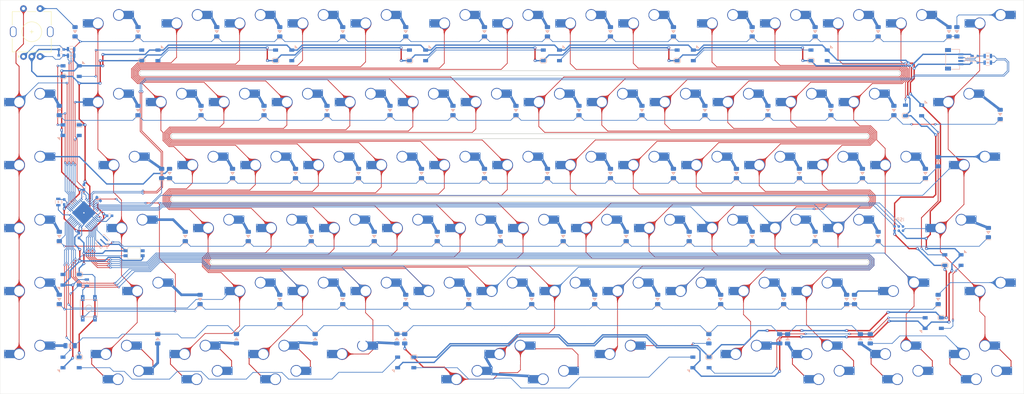
<source format=kicad_pcb>
(kicad_pcb (version 20171130) (host pcbnew "(5.1.10)-1")
  (layers (0 F.Cu signal) (31 B.Cu signal) (34 B.Paste user) (35 F.Paste user) (36 B.SilkS user) (37 F.SilkS user) (38 B.Mask user) (39 F.Mask user) (44 Edge.Cuts user))
  (net 0 "")
  (net 1 "Net-(D3-Pad2)")
  (net 2 "Net-(D4-Pad2)")
  (net 3 "Net-(D5-Pad2)")
  (net 4 "Net-(D6-Pad2)")
  (net 5 "Net-(D7-Pad2)")
  (net 6 "Net-(D8-Pad2)")
  (net 7 "Net-(D9-Pad2)")
  (net 8 "Net-(D10-Pad2)")
  (net 9 "Net-(D11-Pad2)")
  (net 10 "Net-(D12-Pad2)")
  (net 11 "Net-(D13-Pad2)")
  (net 12 "Net-(D14-Pad2)")
  (net 13 "Net-(D15-Pad2)")
  (net 14 "Net-(D16-Pad2)")
  (net 15 "Net-(D17-Pad2)")
  (net 16 "Net-(D18-Pad2)")
  (net 17 "Net-(D19-Pad2)")
  (net 18 "Net-(D20-Pad2)")
  (net 19 "Net-(D21-Pad2)")
  (net 20 "Net-(D22-Pad2)")
  (net 21 "Net-(D23-Pad2)")
  (net 22 "Net-(D24-Pad2)")
  (net 23 "Net-(D25-Pad2)")
  (net 24 "Net-(D26-Pad2)")
  (net 25 "Net-(D27-Pad2)")
  (net 26 "Net-(D28-Pad2)")
  (net 27 "Net-(D29-Pad2)")
  (net 28 "Net-(D30-Pad2)")
  (net 29 "Net-(D31-Pad2)")
  (net 30 "Net-(D32-Pad2)")
  (net 31 "Net-(D33-Pad2)")
  (net 32 "Net-(D34-Pad2)")
  (net 33 "Net-(D35-Pad2)")
  (net 34 "Net-(D36-Pad2)")
  (net 35 "Net-(D37-Pad2)")
  (net 36 "Net-(D38-Pad2)")
  (net 37 "Net-(D39-Pad2)")
  (net 38 "Net-(D40-Pad2)")
  (net 39 "Net-(D41-Pad2)")
  (net 40 "Net-(D42-Pad2)")
  (net 41 "Net-(D43-Pad2)")
  (net 42 "Net-(D44-Pad2)")
  (net 43 "Net-(D45-Pad2)")
  (net 44 "Net-(D46-Pad2)")
  (net 45 "Net-(D47-Pad2)")
  (net 46 "Net-(D48-Pad2)")
  (net 47 "Net-(D49-Pad2)")
  (net 48 "Net-(D50-Pad2)")
  (net 49 "Net-(D51-Pad2)")
  (net 50 "Net-(D52-Pad2)")
  (net 51 "Net-(D53-Pad2)")
  (net 52 "Net-(D54-Pad2)")
  (net 53 "Net-(D55-Pad2)")
  (net 54 "Net-(D56-Pad2)")
  (net 55 "Net-(D57-Pad2)")
  (net 56 "Net-(D58-Pad2)")
  (net 57 "Net-(D59-Pad2)")
  (net 58 "Net-(D60-Pad2)")
  (net 59 "Net-(D61-Pad2)")
  (net 60 "Net-(D62-Pad2)")
  (net 61 "Net-(D63-Pad2)")
  (net 62 "Net-(D65-Pad2)")
  (net 63 "Net-(D69-Pad2)")
  (net 64 "Net-(D70-Pad2)")
  (net 65 "Net-(D71-Pad2)")
  (net 66 "Net-(D72-Pad2)")
  (net 67 "Net-(D73-Pad2)")
  (net 68 "Net-(D74-Pad2)")
  (net 69 "Net-(D75-Pad2)")
  (net 70 D+)
  (net 71 D-)
  (net 72 +5V)
  (net 73 GND)
  (net 74 "Net-(D64-Pad2)")
  (net 75 "Net-(D67-Pad2)")
  (net 76 "Net-(D68-Pad2)")
  (net 77 "Net-(D76-Pad2)")
  (net 78 "Net-(D77-Pad2)")
  (net 79 "Net-(D78-Pad2)")
  (net 80 "Net-(D81-Pad2)")
  (net 81 "Net-(D83-Pad2)")
  (net 82 "Net-(D84-Pad2)")
  (net 83 "Net-(C6-Pad1)")
  (net 84 "Net-(D1-Pad2)")
  (net 85 "Net-(D2-Pad2)")
  (net 86 "Net-(D79-Pad2)")
  (net 87 DG-)
  (net 88 DG+)
  (net 89 RST)
  (net 90 "Net-(R6-Pad2)")
  (net 91 "Net-(RGB1-Pad2)")
  (net 92 "Net-(RGB3-Pad2)")
  (net 93 "Net-(RGB5-Pad2)")
  (net 94 "Net-(RGB7-Pad2)")
  (net 95 "Net-(RGB10-Pad2)")
  (net 96 "Net-(RGB11-Pad4)")
  (net 97 "Net-(RGB10-Pad4)")
  (net 98 "Net-(RGB11-Pad2)")
  (net 99 "Net-(RGB12-Pad4)")
  (net 100 "Net-(RGB13-Pad2)")
  (net 101 "Net-(RGB15-Pad2)")
  (net 102 "Net-(D66-Pad2)")
  (net 103 "Net-(D80-Pad2)")
  (net 104 "Net-(RGB1-Pad4)")
  (net 105 "Net-(D82-Pad2)")
  (net 106 "Net-(RGB4-Pad4)")
  (net 107 "Net-(RGB6-Pad4)")
  (net 108 "Net-(U2-Pad16)")
  (net 109 "Net-(U2-Pad17)")
  (net 110 "Net-(RGB14-Pad4)")
  (net 111 ECB)
  (net 112 ECA)
  (net 113 Row1)
  (net 114 Row2)
  (net 115 Row3)
  (net 116 Row4)
  (net 117 Row5)
  (net 118 Row0)
  (net 119 Col0)
  (net 120 Col1)
  (net 121 Col2)
  (net 122 Col3)
  (net 123 Col4)
  (net 124 Col5)
  (net 125 Col9)
  (net 126 Col6)
  (net 127 Col7)
  (net 128 Col8)
  (net 129 Col10)
  (net 130 Col11)
  (net 131 Col12)
  (net 132 Col13)
  (net 133 Col14)
  (net 134 RGB)
  (module MX_Only_v4:MXOnly-1U-Hotswap-Sawns (layer F.Cu) (at 80.9625 66.675)
    (fp_text reference MX14)
    (fp_text value Hotswap)
    (pad 2 thru_hole circle (at 6.8215 -6.0325) (size 0.5 0.5) (drill 0.3) (layers *.Cu *.Mask) (net 12 "Net-(D14-Pad2)"))
    (pad 2 thru_hole circle (at 6.8215 -4.1275) (size 0.5 0.5) (drill 0.3) (layers *.Cu *.Mask) (net 12 "Net-(D14-Pad2)"))
    (pad 1 thru_hole circle (at -8.0645 -1.5875) (size 0.5 0.5) (drill 0.3) (layers *.Cu *.Mask) (net 121 Col2))
    (pad 2 thru_hole circle (at 2.54 -5.08) (size 3.5 3.5) (drill 3) (layers *.Cu *.Mask) (net 12 "Net-(D14-Pad2)"))
    (pad "" np_thru_hole circle (at 0 0) (size 3.9878 3.9878) (drill 3.9878) (layers *.Cu *.Mask))
    (pad 1 thru_hole circle (at -3.81 -2.54) (size 3.5 3.5) (drill 3) (layers *.Cu *.Mask) (net 121 Col2))
    (pad "" np_thru_hole circle (at -5.08 0 48.0996) (size 1.75 1.75) (drill 1.75) (layers *.Cu *.Mask))
    (pad "" np_thru_hole circle (at 5.08 0 48.0996) (size 1.75 1.75) (drill 1.75) (layers *.Cu *.Mask))
    (pad 1 smd rect (at -6.45 -2.54) (size 3.82 2.5) (layers B.Cu) (net 121 Col2))
    (pad 2 smd rect (at 5.207 -5.08) (size 3.82 2.5) (layers B.Cu) (net 12 "Net-(D14-Pad2)"))
    (pad 1 thru_hole circle (at -8.0645 -3.4925) (size 0.5 0.5) (drill 0.3) (layers *.Cu *.Mask) (net 121 Col2))
  )
  (module sanproject-keyboard-part:SKQG-1155865 (layer B.Cu) (at 45.839178 107.454177 270)
    (fp_text reference SW1)
    (fp_text value SW_Push)
    (pad 1 smd rect (at -3.1 -1.85 270) (size 1.8 1.1) (layers B.Cu B.Paste B.Mask) (net 73 GND))
    (pad 2 smd rect (at 3.1 1.85 270) (size 1.8 1.1) (layers B.Cu B.Paste B.Mask) (net 89 RST))
    (pad 2 smd rect (at -3.1 1.85 270) (size 1.8 1.1) (layers B.Cu B.Paste B.Mask) (net 89 RST))
    (pad 1 smd rect (at 3.1 -1.85 270) (size 1.8 1.1) (layers B.Cu B.Paste B.Mask) (net 73 GND))
  )
  (module MX_Only_v4:MXOnly-2.25U-Hotswap-Sawns (layer F.Cu) (at 64.29375 104.775)
    (fp_text reference MX10)
    (fp_text value Hotswap)
    (pad "" np_thru_hole circle (at 0 0) (size 3.9878 3.9878) (drill 3.9878) (layers *.Cu *.Mask))
    (pad 1 thru_hole circle (at -3.81 -2.54) (size 3.5 3.5) (drill 3) (layers *.Cu *.Mask) (net 120 Col1))
    (pad 1 thru_hole circle (at -8.0645 -1.5875) (size 0.5 0.5) (drill 0.3) (layers *.Cu *.Mask) (net 120 Col1))
    (pad 2 smd rect (at 5.207 -5.08) (size 3.82 2.5) (layers B.Cu) (net 8 "Net-(D10-Pad2)"))
    (pad 2 thru_hole circle (at 6.8215 -4.1275) (size 0.5 0.5) (drill 0.3) (layers *.Cu *.Mask) (net 8 "Net-(D10-Pad2)"))
    (pad 2 thru_hole circle (at 6.8215 -6.0325) (size 0.5 0.5) (drill 0.3) (layers *.Cu *.Mask) (net 8 "Net-(D10-Pad2)"))
    (pad 2 thru_hole circle (at 2.54 -5.08) (size 3.5 3.5) (drill 3) (layers *.Cu *.Mask) (net 8 "Net-(D10-Pad2)"))
    (pad "" np_thru_hole circle (at -5.08 0 48.0996) (size 1.75 1.75) (drill 1.75) (layers *.Cu *.Mask))
    (pad "" np_thru_hole circle (at 5.08 0 48.0996) (size 1.75 1.75) (drill 1.75) (layers *.Cu *.Mask))
    (pad 1 smd rect (at -6.45 -2.54) (size 3.82 2.5) (layers B.Cu) (net 120 Col1))
    (pad 1 thru_hole circle (at -8.0645 -3.4925) (size 0.5 0.5) (drill 0.3) (layers *.Cu *.Mask) (net 120 Col1))
    (pad "" np_thru_hole circle (at -11.938 8.255) (size 3.9878 3.9878) (drill 3.9878) (layers *.Cu *.Mask))
    (pad "" np_thru_hole circle (at 11.938 8.255) (size 3.9878 3.9878) (drill 3.9878) (layers *.Cu *.Mask))
    (pad "" np_thru_hole circle (at -11.938 -6.985) (size 3.048 3.048) (drill 3.048) (layers *.Cu *.Mask))
    (pad "" np_thru_hole circle (at 11.938 -6.985) (size 3.048 3.048) (drill 3.048) (layers *.Cu *.Mask))
  )
  (module MX_Only_v4:MXOnly-1.75U-Hotswap-Sawns (layer F.Cu) (at 59.53125 85.725)
    (fp_text reference MX9)
    (fp_text value Hotswap)
    (pad "" np_thru_hole circle (at 0 0) (size 3.9878 3.9878) (drill 3.9878) (layers *.Cu *.Mask))
    (pad 1 thru_hole circle (at -3.81 -2.54) (size 3.5 3.5) (drill 3) (layers *.Cu *.Mask) (net 120 Col1))
    (pad 1 thru_hole circle (at -8.0645 -1.5875) (size 0.5 0.5) (drill 0.3) (layers *.Cu *.Mask) (net 120 Col1))
    (pad 2 smd rect (at 5.207 -5.08) (size 3.82 2.5) (layers B.Cu) (net 7 "Net-(D9-Pad2)"))
    (pad 2 thru_hole circle (at 6.8215 -4.1275) (size 0.5 0.5) (drill 0.3) (layers *.Cu *.Mask) (net 7 "Net-(D9-Pad2)"))
    (pad 2 thru_hole circle (at 6.8215 -6.0325) (size 0.5 0.5) (drill 0.3) (layers *.Cu *.Mask) (net 7 "Net-(D9-Pad2)"))
    (pad 2 thru_hole circle (at 2.54 -5.08) (size 3.5 3.5) (drill 3) (layers *.Cu *.Mask) (net 7 "Net-(D9-Pad2)"))
    (pad "" np_thru_hole circle (at -5.08 0 48.0996) (size 1.75 1.75) (drill 1.75) (layers *.Cu *.Mask))
    (pad "" np_thru_hole circle (at 5.08 0 48.0996) (size 1.75 1.75) (drill 1.75) (layers *.Cu *.Mask))
    (pad 1 smd rect (at -6.45 -2.54) (size 3.82 2.5) (layers B.Cu) (net 120 Col1))
    (pad 1 thru_hole circle (at -8.0645 -3.4925) (size 0.5 0.5) (drill 0.3) (layers *.Cu *.Mask) (net 120 Col1))
  )
  (module Connector:Tag-Connect_TC2030-IDC-NL_2x03_P1.27mm_Vertical (layer B.Cu) (at 290.810889 83.34396)
    (fp_text reference ISP1 (at 0 -2.7 180) (layer B.SilkS) (effects (justify mirror)))
    (fp_text value STF202-22T1G)
    (pad 6 connect circle (at 1.27 0.635) (size 0.7874 0.7874) (layers B.Cu B.Mask) (net 133 Col14))
    (pad 5 connect circle (at 1.27 -0.635) (size 0.7874 0.7874) (layers B.Cu B.Mask) (net 89 RST))
    (pad 4 connect circle (at 0 0.635) (size 0.7874 0.7874) (layers B.Cu B.Mask) (net 72 +5V))
    (pad 3 connect circle (at 0 -0.635) (size 0.7874 0.7874) (layers B.Cu B.Mask) (net 130 Col11))
    (pad 2 connect circle (at -1.27 0.635) (size 0.7874 0.7874) (layers B.Cu B.Mask) (net 73 GND))
    (pad 1 connect circle (at -1.27 -0.635) (size 0.7874 0.7874) (layers B.Cu B.Mask) (net 131 Col12))
    (pad "" np_thru_hole circle (at -2.54 0) (size 0.9906 0.9906) (drill 0.9906) (layers *.Cu *.Mask))
    (pad "" np_thru_hole circle (at 2.54 -1.016) (size 0.9906 0.9906) (drill 0.9906) (layers *.Cu *.Mask))
    (pad "" np_thru_hole circle (at 2.54 1.016) (size 0.9906 0.9906) (drill 0.9906) (layers *.Cu *.Mask))
  )
  (module sanproject-keyboard-part:R_0805 (layer B.Cu) (at 45.243864 99.715095 270)
    (fp_text reference R5)
    (fp_text value 10k)
    (pad 2 smd rect (at 0.95 0 270) (size 0.7 1.3) (layers B.Cu B.Paste B.Mask) (net 89 RST))
    (pad 1 smd rect (at -0.95 0 270) (size 0.7 1.3) (layers B.Cu B.Paste B.Mask) (net 72 +5V))
  )
  (module sanproject-keyboard-part:RGB-6028_FLIPPED (layer B.Cu) (at 59.53125 85.725 180)
    (fp_text reference RGB14)
    (fp_text value WS2812B)
    (fp_line (start -1.9 -3.38) (end -1.9 -6.78) (layer Edge.Cuts) (width 0.15))
    (fp_line (start 1.9 -6.78) (end -1.9 -6.78) (layer Edge.Cuts) (width 0.15))
    (fp_line (start 1.9 -3.38) (end 1.9 -6.78) (layer Edge.Cuts) (width 0.15))
    (fp_line (start 1.9 -3.38) (end -1.9 -3.38) (layer Edge.Cuts) (width 0.15))
    (pad 4 smd rect (at 2.595 -5.83 180) (size 1.19 0.9) (layers B.Cu B.Paste B.Mask) (net 110 "Net-(RGB14-Pad4)"))
    (pad 2 smd rect (at -2.595 -4.33 180) (size 1.19 0.9) (layers B.Cu B.Paste B.Mask))
    (pad 1 smd rect (at -2.595 -5.83 180) (size 1.19 0.9) (layers B.Cu B.Paste B.Mask) (net 72 +5V))
    (pad 3 smd rect (at 2.595 -4.33 180) (size 1.19 0.9) (layers B.Cu B.Paste B.Mask) (net 73 GND))
  )
  (module sanproject-keyboard-part:DIODE_1206_SawnsProjects (layer B.Cu) (at 279.202266 116.681544 270)
    (fp_text reference D75)
    (fp_text value 1n4148w)
    (pad 2 smd roundrect (at 1.4 0 270) (size 1.2 1.6) (layers B.Cu B.Paste B.Mask) (roundrect_rratio 0.2) (net 69 "Net-(D75-Pad2)"))
    (pad 1 smd roundrect (at -1.4 0 270) (size 1.2 1.6) (layers B.Cu B.Paste B.Mask) (roundrect_rratio 0.2) (net 117 Row5))
  )
  (module sanproject-keyboard-part:DIODE_1206_SawnsProjects (layer B.Cu) (at 66.675168 116.681544 270)
    (fp_text reference D11)
    (fp_text value 1n4148w)
    (pad 2 smd roundrect (at 1.4 0 270) (size 1.2 1.6) (layers B.Cu B.Paste B.Mask) (roundrect_rratio 0.2) (net 9 "Net-(D11-Pad2)"))
    (pad 1 smd roundrect (at -1.4 0 270) (size 1.2 1.6) (layers B.Cu B.Paste B.Mask) (roundrect_rratio 0.2) (net 117 Row5))
  )
  (module sanproject-keyboard-part:DIODE_1206_SawnsProjects (layer B.Cu) (at 254.794392 116.681544 270)
    (fp_text reference D65)
    (fp_text value 1n4148w)
    (pad 2 smd roundrect (at 1.4 0 270) (size 1.2 1.6) (layers B.Cu B.Paste B.Mask) (roundrect_rratio 0.2) (net 62 "Net-(D65-Pad2)"))
    (pad 1 smd roundrect (at -1.4 0 270) (size 1.2 1.6) (layers B.Cu B.Paste B.Mask) (roundrect_rratio 0.2) (net 117 Row5))
  )
  (module sanproject-keyboard-part:DIODE_1206_SawnsProjects (layer B.Cu) (at 36.909468 104.775264 90)
    (fp_text reference D4)
    (fp_text value 1n4148w)
    (pad 2 smd roundrect (at 1.4 0 90) (size 1.2 1.6) (layers B.Cu B.Paste B.Mask) (roundrect_rratio 0.2) (net 2 "Net-(D4-Pad2)"))
    (pad 1 smd roundrect (at -1.4 0 90) (size 1.2 1.6) (layers B.Cu B.Paste B.Mask) (roundrect_rratio 0.2) (net 116 Row4))
  )
  (module sanproject-keyboard-part:DIODE_1206_SawnsProjects (layer B.Cu) (at 139.005819 116.681544 270)
    (fp_text reference D66)
    (fp_text value 1n4148w)
    (pad 2 smd roundrect (at 1.4 0 270) (size 1.2 1.6) (layers B.Cu B.Paste B.Mask) (roundrect_rratio 0.2) (net 102 "Net-(D66-Pad2)"))
    (pad 1 smd roundrect (at -1.4 0 270) (size 1.2 1.6) (layers B.Cu B.Paste B.Mask) (roundrect_rratio 0.2) (net 117 Row5))
  )
  (module sanproject-keyboard-part:DIODE_1206_SawnsProjects (layer B.Cu) (at 40.183695 118.765143 180)
    (fp_text reference D5)
    (fp_text value 1n4148w)
    (pad 2 smd roundrect (at 1.4 0 180) (size 1.2 1.6) (layers B.Cu B.Paste B.Mask) (roundrect_rratio 0.2) (net 3 "Net-(D5-Pad2)"))
    (pad 1 smd roundrect (at -1.4 0 180) (size 1.2 1.6) (layers B.Cu B.Paste B.Mask) (roundrect_rratio 0.2) (net 117 Row5))
  )
  (module sanproject-keyboard-part:DIODE_1206_SawnsProjects (layer B.Cu) (at 282.178836 116.681544 270)
    (fp_text reference D81)
    (fp_text value 1n4148w)
    (pad 2 smd roundrect (at 1.4 0 270) (size 1.2 1.6) (layers B.Cu B.Paste B.Mask) (roundrect_rratio 0.2) (net 80 "Net-(D81-Pad2)"))
    (pad 1 smd roundrect (at -1.4 0 270) (size 1.2 1.6) (layers B.Cu B.Paste B.Mask) (roundrect_rratio 0.2) (net 117 Row5))
  )
  (module sanproject-keyboard-part:DIODE_1206_SawnsProjects (layer B.Cu) (at 277.416324 104.775264 90)
    (fp_text reference D83)
    (fp_text value 1n4148w)
    (pad 2 smd roundrect (at 1.4 0 90) (size 1.2 1.6) (layers B.Cu B.Paste B.Mask) (roundrect_rratio 0.2) (net 81 "Net-(D83-Pad2)"))
    (pad 1 smd roundrect (at -1.4 0 90) (size 1.2 1.6) (layers B.Cu B.Paste B.Mask) (roundrect_rratio 0.2) (net 116 Row4))
  )
  (module sanproject-keyboard-part:DIODE_1206_SawnsProjects (layer B.Cu) (at 90.487728 116.681544 270)
    (fp_text reference D17)
    (fp_text value 1n4148w)
    (pad 2 smd roundrect (at 1.4 0 270) (size 1.2 1.6) (layers B.Cu B.Paste B.Mask) (roundrect_rratio 0.2) (net 15 "Net-(D17-Pad2)"))
    (pad 1 smd roundrect (at -1.4 0 270) (size 1.2 1.6) (layers B.Cu B.Paste B.Mask) (roundrect_rratio 0.2) (net 117 Row5))
  )
  (module sanproject-keyboard-part:DIODE_1206_SawnsProjects (layer B.Cu) (at 114.300288 116.681544 270)
    (fp_text reference D23)
    (fp_text value 1n4148w)
    (pad 2 smd roundrect (at 1.4 0 270) (size 1.2 1.6) (layers B.Cu B.Paste B.Mask) (roundrect_rratio 0.2) (net 21 "Net-(D23-Pad2)"))
    (pad 1 smd roundrect (at -1.4 0 270) (size 1.2 1.6) (layers B.Cu B.Paste B.Mask) (roundrect_rratio 0.2) (net 117 Row5))
  )
  (module sanproject-keyboard-part:DIODE_1206_SawnsProjects (layer B.Cu) (at 302.717169 104.775264 90)
    (fp_text reference D84)
    (fp_text value 1n4148w)
    (pad 2 smd roundrect (at 1.4 0 90) (size 1.2 1.6) (layers B.Cu B.Paste B.Mask) (roundrect_rratio 0.2) (net 82 "Net-(D84-Pad2)"))
    (pad 1 smd roundrect (at -1.4 0 90) (size 1.2 1.6) (layers B.Cu B.Paste B.Mask) (roundrect_rratio 0.2) (net 116 Row4))
  )
  (module sanproject-keyboard-part:DIODE_1206_SawnsProjects (layer B.Cu) (at 233.363088 116.681544 270)
    (fp_text reference D80)
    (fp_text value 1n4148w)
    (pad 2 smd roundrect (at 1.4 0 270) (size 1.2 1.6) (layers B.Cu B.Paste B.Mask) (roundrect_rratio 0.2) (net 103 "Net-(D80-Pad2)"))
    (pad 1 smd roundrect (at -1.4 0 270) (size 1.2 1.6) (layers B.Cu B.Paste B.Mask) (roundrect_rratio 0.2) (net 117 Row5))
  )
  (module sanproject-keyboard-part:DIODE_1206_SawnsProjects (layer B.Cu) (at 321.46956 48.815748 90)
    (fp_text reference D77)
    (fp_text value 1n4148w)
    (pad 2 smd roundrect (at 1.4 0 90) (size 1.2 1.6) (layers B.Cu B.Paste B.Mask) (roundrect_rratio 0.2) (net 78 "Net-(D77-Pad2)"))
    (pad 1 smd roundrect (at -1.4 0 90) (size 1.2 1.6) (layers B.Cu B.Paste B.Mask) (roundrect_rratio 0.2) (net 113 Row1))
  )
  (module sanproject-keyboard-part:DIODE_1206_SawnsProjects (layer B.Cu) (at 257.175648 116.681544 270)
    (fp_text reference D71)
    (fp_text value 1n4148w)
    (pad 2 smd roundrect (at 1.4 0 270) (size 1.2 1.6) (layers B.Cu B.Paste B.Mask) (roundrect_rratio 0.2) (net 65 "Net-(D71-Pad2)"))
    (pad 1 smd roundrect (at -1.4 0 270) (size 1.2 1.6) (layers B.Cu B.Paste B.Mask) (roundrect_rratio 0.2) (net 117 Row5))
  )
  (module sanproject-keyboard-part:DIODE_1206_SawnsProjects (layer B.Cu) (at 141.387075 116.681544 270)
    (fp_text reference D39)
    (fp_text value 1n4148w)
    (pad 2 smd roundrect (at 1.4 0 270) (size 1.2 1.6) (layers B.Cu B.Paste B.Mask) (roundrect_rratio 0.2) (net 37 "Net-(D39-Pad2)"))
    (pad 1 smd roundrect (at -1.4 0 270) (size 1.2 1.6) (layers B.Cu B.Paste B.Mask) (roundrect_rratio 0.2) (net 117 Row5))
  )
  (module sanproject-keyboard-part:SOT143B (layer B.Cu) (at 313.730478 32.146956 270)
    (fp_text reference U1)
    (fp_text value PRTR5V0U2X)
    (pad 1 smd rect (at -1 0.75) (size 1 0.7) (layers B.Cu B.Paste B.Mask) (net 73 GND))
    (pad 4 smd rect (at 1 0.95) (size 0.6 0.7) (layers B.Cu B.Paste B.Mask) (net 72 +5V))
    (pad 2 smd rect (at -1 -0.95) (size 0.6 0.7) (layers B.Cu B.Paste B.Mask) (net 88 DG+))
    (pad 3 smd rect (at 1 -0.95) (size 0.6 0.7) (layers B.Cu B.Paste B.Mask) (net 87 DG-))
  )
  (module Crystal:Resonator_SMD_muRata_CSTxExxV-3Pin_3.0x1.1mm (layer B.Cu) (at 50.006376 87.213501 45)
    (fp_text reference Y1 (at 0 2.000001 225) (layer B.SilkS) (effects (justify mirror)))
    (fp_text value CSTCE16M0V53-R0)
    (pad 3 smd rect (at 1.2 0 45) (size 0.4 1.9) (layers B.Cu B.Paste B.Mask) (net 108 "Net-(U2-Pad16)"))
    (pad 2 smd rect (at 0 0 45) (size 0.4 1.9) (layers B.Cu B.Paste B.Mask) (net 73 GND))
    (pad 1 smd rect (at -1.2 0 45) (size 0.4 1.9) (layers B.Cu B.Paste B.Mask) (net 109 "Net-(U2-Pad17)"))
  )
  (module sanproject-keyboard-part:R_0805 (layer B.Cu) (at 40.48142 29.070435 180)
    (fp_text reference R2)
    (fp_text value 10k)
    (pad 2 smd rect (at 0.95 0 180) (size 0.7 1.3) (layers B.Cu B.Paste B.Mask) (net 112 ECA))
    (pad 1 smd rect (at -0.95 0 180) (size 0.7 1.3) (layers B.Cu B.Paste B.Mask) (net 72 +5V))
  )
  (module sanproject-keyboard-part:R_0805 (layer B.Cu) (at 40.48142 31.05638)
    (fp_text reference R1)
    (fp_text value 10k)
    (pad 1 smd rect (at -0.95 0) (size 0.7 1.3) (layers B.Cu B.Paste B.Mask) (net 111 ECB))
    (pad 2 smd rect (at 0.95 0) (size 0.7 1.3) (layers B.Cu B.Paste B.Mask) (net 72 +5V))
  )
  (module sanproject-keyboard-part:C_0603 (layer B.Cu) (at 37.504845 29.170435)
    (fp_text reference C9)
    (fp_text value 0.1uF)
    (pad 2 smd rect (at 0.75 0) (size 0.8 0.75) (layers B.Cu B.Paste B.Mask) (net 112 ECA))
    (pad 1 smd rect (at -0.75 0) (size 0.8 0.75) (layers B.Cu B.Paste B.Mask) (net 73 GND))
  )
  (module sanproject-keyboard-part:C_0603 (layer B.Cu) (at 37.504845 30.95638 180)
    (fp_text reference C8)
    (fp_text value 0.1uF)
    (pad 2 smd rect (at 0.75 0 180) (size 0.8 0.75) (layers B.Cu B.Paste B.Mask) (net 73 GND))
    (pad 1 smd rect (at -0.75 0 180) (size 0.8 0.75) (layers B.Cu B.Paste B.Mask) (net 111 ECB))
  )
  (module sanproject-keyboard-part:DIODE_1206_SawnsProjects (layer B.Cu) (at 108.34733 66.67528 90)
    (fp_text reference D20)
    (fp_text value 1n4148w)
    (pad 2 smd roundrect (at 1.4 0 90) (size 1.2 1.6) (layers B.Cu B.Paste B.Mask) (roundrect_rratio 0.2) (net 18 "Net-(D20-Pad2)"))
    (pad 1 smd roundrect (at -1.4 0 90) (size 1.2 1.6) (layers B.Cu B.Paste B.Mask) (roundrect_rratio 0.2) (net 114 Row2))
  )
  (module sanproject-keyboard-part:DIODE_1206_SawnsProjects (layer B.Cu) (at 94.05977 85.72536 90)
    (fp_text reference D15)
    (fp_text value 1n4148w)
    (pad 2 smd roundrect (at 1.4 0 90) (size 1.2 1.6) (layers B.Cu B.Paste B.Mask) (roundrect_rratio 0.2) (net 13 "Net-(D15-Pad2)"))
    (pad 1 smd roundrect (at -1.4 0 90) (size 1.2 1.6) (layers B.Cu B.Paste B.Mask) (roundrect_rratio 0.2) (net 115 Row3))
  )
  (module sanproject-keyboard-part:DIODE_1206_SawnsProjects (layer B.Cu) (at 170.26009 85.72536 90)
    (fp_text reference D37)
    (fp_text value 1n4148w)
    (pad 2 smd roundrect (at 1.4 0 90) (size 1.2 1.6) (layers B.Cu B.Paste B.Mask) (roundrect_rratio 0.2) (net 35 "Net-(D37-Pad2)"))
    (pad 1 smd roundrect (at -1.4 0 90) (size 1.2 1.6) (layers B.Cu B.Paste B.Mask) (roundrect_rratio 0.2) (net 115 Row3))
  )
  (module sanproject-keyboard-part:DIODE_1206_SawnsProjects (layer B.Cu) (at 222.64781 66.67528 90)
    (fp_text reference D52)
    (fp_text value 1n4148w)
    (pad 2 smd roundrect (at 1.4 0 90) (size 1.2 1.6) (layers B.Cu B.Paste B.Mask) (roundrect_rratio 0.2) (net 50 "Net-(D52-Pad2)"))
    (pad 1 smd roundrect (at -1.4 0 90) (size 1.2 1.6) (layers B.Cu B.Paste B.Mask) (roundrect_rratio 0.2) (net 114 Row2))
  )
  (module sanproject-keyboard-part:DIODE_1206_SawnsProjects (layer B.Cu) (at 236.93537 104.77544 90)
    (fp_text reference D54)
    (fp_text value 1n4148w)
    (pad 2 smd roundrect (at 1.4 0 90) (size 1.2 1.6) (layers B.Cu B.Paste B.Mask) (roundrect_rratio 0.2) (net 52 "Net-(D54-Pad2)"))
    (pad 1 smd roundrect (at -1.4 0 90) (size 1.2 1.6) (layers B.Cu B.Paste B.Mask) (roundrect_rratio 0.2) (net 116 Row4))
  )
  (module sanproject-keyboard-part:DIODE_1206_SawnsProjects (layer B.Cu) (at 146.44749 66.67528 90)
    (fp_text reference D31)
    (fp_text value 1n4148w)
    (pad 2 smd roundrect (at 1.4 0 90) (size 1.2 1.6) (layers B.Cu B.Paste B.Mask) (roundrect_rratio 0.2) (net 29 "Net-(D31-Pad2)"))
    (pad 1 smd roundrect (at -1.4 0 90) (size 1.2 1.6) (layers B.Cu B.Paste B.Mask) (roundrect_rratio 0.2) (net 114 Row2))
  )
  (module sanproject-keyboard-part:DIODE_1206_SawnsProjects (layer B.Cu) (at 179.78513 104.77544 90)
    (fp_text reference D38)
    (fp_text value 1n4148w)
    (pad 2 smd roundrect (at 1.4 0 90) (size 1.2 1.6) (layers B.Cu B.Paste B.Mask) (roundrect_rratio 0.2) (net 36 "Net-(D38-Pad2)"))
    (pad 1 smd roundrect (at -1.4 0 90) (size 1.2 1.6) (layers B.Cu B.Paste B.Mask) (roundrect_rratio 0.2) (net 116 Row4))
  )
  (module sanproject-keyboard-part:DIODE_1206_SawnsProjects (layer B.Cu) (at 217.88529 104.77544 90)
    (fp_text reference D49)
    (fp_text value 1n4148w)
    (pad 2 smd roundrect (at 1.4 0 90) (size 1.2 1.6) (layers B.Cu B.Paste B.Mask) (roundrect_rratio 0.2) (net 47 "Net-(D49-Pad2)"))
    (pad 1 smd roundrect (at -1.4 0 90) (size 1.2 1.6) (layers B.Cu B.Paste B.Mask) (roundrect_rratio 0.2) (net 116 Row4))
  )
  (module sanproject-keyboard-part:C_0603 (layer B.Cu) (at 52.089975 79.474419 180)
    (fp_text reference C5)
    (fp_text value 0.1uF)
    (pad 2 smd rect (at 0.75 0 180) (size 0.8 0.75) (layers B.Cu B.Paste B.Mask) (net 72 +5V))
    (pad 1 smd rect (at -0.75 0 180) (size 0.8 0.75) (layers B.Cu B.Paste B.Mask) (net 73 GND))
  )
  (module sanproject-keyboard-part:DIODE_1206_SawnsProjects (layer B.Cu) (at 75.00969 85.72536 90)
    (fp_text reference D9)
    (fp_text value 1n4148w)
    (pad 2 smd roundrect (at 1.4 0 90) (size 1.2 1.6) (layers B.Cu B.Paste B.Mask) (roundrect_rratio 0.2) (net 7 "Net-(D9-Pad2)"))
    (pad 1 smd roundrect (at -1.4 0 90) (size 1.2 1.6) (layers B.Cu B.Paste B.Mask) (roundrect_rratio 0.2) (net 115 Row3))
  )
  (module sanproject-keyboard-part:DIODE_1206_SawnsProjects (layer B.Cu) (at 70.246875 66.675 90)
    (fp_text reference D2)
    (fp_text value 1n4148w)
    (pad 2 smd roundrect (at 1.4 0 90) (size 1.2 1.6) (layers B.Cu B.Paste B.Mask) (roundrect_rratio 0.2) (net 85 "Net-(D2-Pad2)"))
    (pad 1 smd roundrect (at -1.4 0 90) (size 1.2 1.6) (layers B.Cu B.Paste B.Mask) (roundrect_rratio 0.2) (net 114 Row2))
  )
  (module sanproject-keyboard-part:C_0603 (layer B.Cu) (at 48.815748 74.41425 135)
    (fp_text reference C6)
    (fp_text value 1uF)
    (pad 2 smd rect (at 0.75 0 135) (size 0.8 0.75) (layers B.Cu B.Paste B.Mask) (net 73 GND))
    (pad 1 smd rect (at -0.75 0 135) (size 0.8 0.75) (layers B.Cu B.Paste B.Mask) (net 83 "Net-(C6-Pad1)"))
  )
  (module sanproject-keyboard-part:DIODE_1206_SawnsProjects (layer B.Cu) (at 36.909468 85.725216 90)
    (fp_text reference D3)
    (fp_text value 1n4148w)
    (pad 2 smd roundrect (at 1.4 0 90) (size 1.2 1.6) (layers B.Cu B.Paste B.Mask) (roundrect_rratio 0.2) (net 1 "Net-(D3-Pad2)"))
    (pad 1 smd roundrect (at -1.4 0 90) (size 1.2 1.6) (layers B.Cu B.Paste B.Mask) (roundrect_rratio 0.2) (net 115 Row3))
  )
  (module sanproject-keyboard-part:DIODE_1206_SawnsProjects (layer B.Cu) (at 89.29725 66.67528 90)
    (fp_text reference D14)
    (fp_text value 1n4148w)
    (pad 2 smd roundrect (at 1.4 0 90) (size 1.2 1.6) (layers B.Cu B.Paste B.Mask) (roundrect_rratio 0.2) (net 12 "Net-(D14-Pad2)"))
    (pad 1 smd roundrect (at -1.4 0 90) (size 1.2 1.6) (layers B.Cu B.Paste B.Mask) (roundrect_rratio 0.2) (net 114 Row2))
  )
  (module sanproject-keyboard-part:DIODE_1206_SawnsProjects (layer B.Cu) (at 132.15993 85.72536 90)
    (fp_text reference D27)
    (fp_text value 1n4148w)
    (pad 2 smd roundrect (at 1.4 0 90) (size 1.2 1.6) (layers B.Cu B.Paste B.Mask) (roundrect_rratio 0.2) (net 25 "Net-(D27-Pad2)"))
    (pad 1 smd roundrect (at -1.4 0 90) (size 1.2 1.6) (layers B.Cu B.Paste B.Mask) (roundrect_rratio 0.2) (net 115 Row3))
  )
  (module sanproject-keyboard-part:C_0603 (layer B.Cu) (at 44.350893 70.842366 270)
    (fp_text reference C1)
    (fp_text value 10uF)
    (pad 2 smd rect (at 0.75 0 270) (size 0.8 0.75) (layers B.Cu B.Paste B.Mask) (net 72 +5V))
    (pad 1 smd rect (at -0.75 0 270) (size 0.8 0.75) (layers B.Cu B.Paste B.Mask) (net 73 GND))
  )
  (module sanproject-keyboard-part:C_0603 (layer B.Cu) (at 38.397753 75.307221 270)
    (fp_text reference C7)
    (fp_text value 0.1uF)
    (pad 2 smd rect (at 0.75 0 270) (size 0.8 0.75) (layers B.Cu B.Paste B.Mask) (net 72 +5V))
    (pad 1 smd rect (at -0.75 0 270) (size 0.8 0.75) (layers B.Cu B.Paste B.Mask) (net 73 GND))
  )
  (module sanproject-keyboard-part:DIODE_1206_SawnsProjects (layer B.Cu) (at 79.474419 104.775264 90)
    (fp_text reference D10)
    (fp_text value 1n4148w)
    (pad 2 smd roundrect (at 1.4 0 90) (size 1.2 1.6) (layers B.Cu B.Paste B.Mask) (roundrect_rratio 0.2) (net 8 "Net-(D10-Pad2)"))
    (pad 1 smd roundrect (at -1.4 0 90) (size 1.2 1.6) (layers B.Cu B.Paste B.Mask) (roundrect_rratio 0.2) (net 116 Row4))
  )
  (module sanproject-keyboard-part:DIODE_1206_SawnsProjects (layer B.Cu) (at 127.39741 66.67528 90)
    (fp_text reference D26)
    (fp_text value 1n4148w)
    (pad 2 smd roundrect (at 1.4 0 90) (size 1.2 1.6) (layers B.Cu B.Paste B.Mask) (roundrect_rratio 0.2) (net 24 "Net-(D26-Pad2)"))
    (pad 1 smd roundrect (at -1.4 0 90) (size 1.2 1.6) (layers B.Cu B.Paste B.Mask) (roundrect_rratio 0.2) (net 114 Row2))
  )
  (module sanproject-keyboard-part:DIODE_1206_SawnsProjects (layer B.Cu) (at 151.21001 85.72536 90)
    (fp_text reference D32)
    (fp_text value 1n4148w)
    (pad 2 smd roundrect (at 1.4 0 90) (size 1.2 1.6) (layers B.Cu B.Paste B.Mask) (roundrect_rratio 0.2) (net 30 "Net-(D32-Pad2)"))
    (pad 1 smd roundrect (at -1.4 0 90) (size 1.2 1.6) (layers B.Cu B.Paste B.Mask) (roundrect_rratio 0.2) (net 115 Row3))
  )
  (module sanproject-keyboard-part:DIODE_1206_SawnsProjects (layer B.Cu) (at 160.73505 104.77544 90)
    (fp_text reference D33)
    (fp_text value 1n4148w)
    (pad 2 smd roundrect (at 1.4 0 90) (size 1.2 1.6) (layers B.Cu B.Paste B.Mask) (roundrect_rratio 0.2) (net 31 "Net-(D33-Pad2)"))
    (pad 1 smd roundrect (at -1.4 0 90) (size 1.2 1.6) (layers B.Cu B.Paste B.Mask) (roundrect_rratio 0.2) (net 116 Row4))
  )
  (module sanproject-keyboard-part:DIODE_1206_SawnsProjects (layer B.Cu) (at 184.54765 66.67528 90)
    (fp_text reference D42)
    (fp_text value 1n4148w)
    (pad 2 smd roundrect (at 1.4 0 90) (size 1.2 1.6) (layers B.Cu B.Paste B.Mask) (roundrect_rratio 0.2) (net 40 "Net-(D42-Pad2)"))
    (pad 1 smd roundrect (at -1.4 0 90) (size 1.2 1.6) (layers B.Cu B.Paste B.Mask) (roundrect_rratio 0.2) (net 114 Row2))
  )
  (module sanproject-keyboard-part:DIODE_1206_SawnsProjects (layer B.Cu) (at 189.31017 85.72536 90)
    (fp_text reference D43)
    (fp_text value 1n4148w)
    (pad 2 smd roundrect (at 1.4 0 90) (size 1.2 1.6) (layers B.Cu B.Paste B.Mask) (roundrect_rratio 0.2) (net 41 "Net-(D43-Pad2)"))
    (pad 1 smd roundrect (at -1.4 0 90) (size 1.2 1.6) (layers B.Cu B.Paste B.Mask) (roundrect_rratio 0.2) (net 115 Row3))
  )
  (module sanproject-keyboard-part:DIODE_1206_SawnsProjects (layer B.Cu) (at 165.49757 66.67528 90)
    (fp_text reference D36)
    (fp_text value 1n4148w)
    (pad 2 smd roundrect (at 1.4 0 90) (size 1.2 1.6) (layers B.Cu B.Paste B.Mask) (roundrect_rratio 0.2) (net 34 "Net-(D36-Pad2)"))
    (pad 1 smd roundrect (at -1.4 0 90) (size 1.2 1.6) (layers B.Cu B.Paste B.Mask) (roundrect_rratio 0.2) (net 114 Row2))
  )
  (module sanproject-keyboard-part:C_0603 (layer B.Cu) (at 42.862608 85.427559 90)
    (fp_text reference C4)
    (fp_text value 0.1uF)
    (pad 2 smd rect (at 0.75 0 90) (size 0.8 0.75) (layers B.Cu B.Paste B.Mask) (net 72 +5V))
    (pad 1 smd rect (at -0.75 0 90) (size 0.8 0.75) (layers B.Cu B.Paste B.Mask) (net 73 GND))
  )
  (module sanproject-keyboard-part:DIODE_1206_SawnsProjects (layer B.Cu) (at 36.90953 47.6252 90)
    (fp_text reference D1)
    (fp_text value 1n4148w)
    (pad 2 smd roundrect (at 1.4 0 90) (size 1.2 1.6) (layers B.Cu B.Paste B.Mask) (roundrect_rratio 0.2) (net 84 "Net-(D1-Pad2)"))
    (pad 1 smd roundrect (at -1.4 0 90) (size 1.2 1.6) (layers B.Cu B.Paste B.Mask) (roundrect_rratio 0.2) (net 113 Row1))
  )
  (module sanproject-keyboard-part:DIODE_1206_SawnsProjects (layer B.Cu) (at 67.865625 66.675 90)
    (fp_text reference D8)
    (fp_text value 1n4148w)
    (pad 2 smd roundrect (at 1.4 0 90) (size 1.2 1.6) (layers B.Cu B.Paste B.Mask) (roundrect_rratio 0.2) (net 6 "Net-(D8-Pad2)"))
    (pad 1 smd roundrect (at -1.4 0 90) (size 1.2 1.6) (layers B.Cu B.Paste B.Mask) (roundrect_rratio 0.2) (net 114 Row2))
  )
  (module sanproject-keyboard-part:DIODE_1206_SawnsProjects (layer B.Cu) (at 103.58481 104.77544 90)
    (fp_text reference D16)
    (fp_text value 1n4148w)
    (pad 2 smd roundrect (at 1.4 0 90) (size 1.2 1.6) (layers B.Cu B.Paste B.Mask) (roundrect_rratio 0.2) (net 14 "Net-(D16-Pad2)"))
    (pad 1 smd roundrect (at -1.4 0 90) (size 1.2 1.6) (layers B.Cu B.Paste B.Mask) (roundrect_rratio 0.2) (net 116 Row4))
  )
  (module sanproject-keyboard-part:DIODE_1206_SawnsProjects (layer B.Cu) (at 113.10985 85.72536 90)
    (fp_text reference D21)
    (fp_text value 1n4148w)
    (pad 2 smd roundrect (at 1.4 0 90) (size 1.2 1.6) (layers B.Cu B.Paste B.Mask) (roundrect_rratio 0.2) (net 19 "Net-(D21-Pad2)"))
    (pad 1 smd roundrect (at -1.4 0 90) (size 1.2 1.6) (layers B.Cu B.Paste B.Mask) (roundrect_rratio 0.2) (net 115 Row3))
  )
  (module sanproject-keyboard-part:DIODE_1206_SawnsProjects (layer B.Cu) (at 122.63489 104.77544 90)
    (fp_text reference D22)
    (fp_text value 1n4148w)
    (pad 2 smd roundrect (at 1.4 0 90) (size 1.2 1.6) (layers B.Cu B.Paste B.Mask) (roundrect_rratio 0.2) (net 20 "Net-(D22-Pad2)"))
    (pad 1 smd roundrect (at -1.4 0 90) (size 1.2 1.6) (layers B.Cu B.Paste B.Mask) (roundrect_rratio 0.2) (net 116 Row4))
  )
  (module sanproject-keyboard-part:DIODE_1206_SawnsProjects (layer B.Cu) (at 141.68497 104.77544 90)
    (fp_text reference D28)
    (fp_text value 1n4148w)
    (pad 2 smd roundrect (at 1.4 0 90) (size 1.2 1.6) (layers B.Cu B.Paste B.Mask) (roundrect_rratio 0.2) (net 26 "Net-(D28-Pad2)"))
    (pad 1 smd roundrect (at -1.4 0 90) (size 1.2 1.6) (layers B.Cu B.Paste B.Mask) (roundrect_rratio 0.2) (net 116 Row4))
  )
  (module sanproject-keyboard-part:DIODE_1206_SawnsProjects (layer B.Cu) (at 198.83521 104.77544 90)
    (fp_text reference D44)
    (fp_text value 1n4148w)
    (pad 2 smd roundrect (at 1.4 0 90) (size 1.2 1.6) (layers B.Cu B.Paste B.Mask) (roundrect_rratio 0.2) (net 42 "Net-(D44-Pad2)"))
    (pad 1 smd roundrect (at -1.4 0 90) (size 1.2 1.6) (layers B.Cu B.Paste B.Mask) (roundrect_rratio 0.2) (net 116 Row4))
  )
  (module sanproject-keyboard-part:DIODE_1206_SawnsProjects (layer B.Cu) (at 203.59773 66.67528 90)
    (fp_text reference D47)
    (fp_text value 1n4148w)
    (pad 2 smd roundrect (at 1.4 0 90) (size 1.2 1.6) (layers B.Cu B.Paste B.Mask) (roundrect_rratio 0.2) (net 45 "Net-(D47-Pad2)"))
    (pad 1 smd roundrect (at -1.4 0 90) (size 1.2 1.6) (layers B.Cu B.Paste B.Mask) (roundrect_rratio 0.2) (net 114 Row2))
  )
  (module sanproject-keyboard-part:DIODE_1206_SawnsProjects (layer B.Cu) (at 208.36025 85.72536 90)
    (fp_text reference D48)
    (fp_text value 1n4148w)
    (pad 2 smd roundrect (at 1.4 0 90) (size 1.2 1.6) (layers B.Cu B.Paste B.Mask) (roundrect_rratio 0.2) (net 46 "Net-(D48-Pad2)"))
    (pad 1 smd roundrect (at -1.4 0 90) (size 1.2 1.6) (layers B.Cu B.Paste B.Mask) (roundrect_rratio 0.2) (net 115 Row3))
  )
  (module sanproject-keyboard-part:DIODE_1206_SawnsProjects (layer B.Cu) (at 227.41033 85.72536 90)
    (fp_text reference D53)
    (fp_text value 1n4148w)
    (pad 2 smd roundrect (at 1.4 0 90) (size 1.2 1.6) (layers B.Cu B.Paste B.Mask) (roundrect_rratio 0.2) (net 51 "Net-(D53-Pad2)"))
    (pad 1 smd roundrect (at -1.4 0 90) (size 1.2 1.6) (layers B.Cu B.Paste B.Mask) (roundrect_rratio 0.2) (net 115 Row3))
  )
  (module sanproject-keyboard-part:DIODE_1206_SawnsProjects (layer B.Cu) (at 246.46041 85.72536 90)
    (fp_text reference D58)
    (fp_text value 1n4148w)
    (pad 2 smd roundrect (at 1.4 0 90) (size 1.2 1.6) (layers B.Cu B.Paste B.Mask) (roundrect_rratio 0.2) (net 56 "Net-(D58-Pad2)"))
    (pad 1 smd roundrect (at -1.4 0 90) (size 1.2 1.6) (layers B.Cu B.Paste B.Mask) (roundrect_rratio 0.2) (net 115 Row3))
  )
  (module sanproject-keyboard-part:DIODE_1206_SawnsProjects (layer B.Cu) (at 275.03553 104.77544 90)
    (fp_text reference D64)
    (fp_text value 1n4148w)
    (pad 2 smd roundrect (at 1.4 0 90) (size 1.2 1.6) (layers B.Cu B.Paste B.Mask) (roundrect_rratio 0.2) (net 74 "Net-(D64-Pad2)"))
    (pad 1 smd roundrect (at -1.4 0 90) (size 1.2 1.6) (layers B.Cu B.Paste B.Mask) (roundrect_rratio 0.2) (net 116 Row4))
  )
  (module sanproject-keyboard-part:DIODE_1206_SawnsProjects (layer B.Cu) (at 279.79805 66.67528 90)
    (fp_text reference D69)
    (fp_text value 1n4148w)
    (pad 2 smd roundrect (at 1.4 0 90) (size 1.2 1.6) (layers B.Cu B.Paste B.Mask) (roundrect_rratio 0.2) (net 63 "Net-(D69-Pad2)"))
    (pad 1 smd roundrect (at -1.4 0 90) (size 1.2 1.6) (layers B.Cu B.Paste B.Mask) (roundrect_rratio 0.2) (net 114 Row2))
  )
  (module sanproject-keyboard-part:DIODE_1206_SawnsProjects (layer B.Cu) (at 255.98545 104.77544 90)
    (fp_text reference D59)
    (fp_text value 1n4148w)
    (pad 2 smd roundrect (at 1.4 0 90) (size 1.2 1.6) (layers B.Cu B.Paste B.Mask) (roundrect_rratio 0.2) (net 57 "Net-(D59-Pad2)"))
    (pad 1 smd roundrect (at -1.4 0 90) (size 1.2 1.6) (layers B.Cu B.Paste B.Mask) (roundrect_rratio 0.2) (net 116 Row4))
  )
  (module sanproject-keyboard-part:DIODE_1206_SawnsProjects (layer B.Cu) (at 265.51049 85.72536 90)
    (fp_text reference D63)
    (fp_text value 1n4148w)
    (pad 2 smd roundrect (at 1.4 0 90) (size 1.2 1.6) (layers B.Cu B.Paste B.Mask) (roundrect_rratio 0.2) (net 61 "Net-(D63-Pad2)"))
    (pad 1 smd roundrect (at -1.4 0 90) (size 1.2 1.6) (layers B.Cu B.Paste B.Mask) (roundrect_rratio 0.2) (net 115 Row3))
  )
  (module sanproject-keyboard-part:DIODE_1206_SawnsProjects (layer B.Cu) (at 284.56057 85.72536 90)
    (fp_text reference D70)
    (fp_text value 1n4148w)
    (pad 2 smd roundrect (at 1.4 0 90) (size 1.2 1.6) (layers B.Cu B.Paste B.Mask) (roundrect_rratio 0.2) (net 64 "Net-(D70-Pad2)"))
    (pad 1 smd roundrect (at -1.4 0 90) (size 1.2 1.6) (layers B.Cu B.Paste B.Mask) (roundrect_rratio 0.2) (net 115 Row3))
  )
  (module sanproject-keyboard-part:DIODE_1206_SawnsProjects (layer B.Cu) (at 298.84813 66.67528 90)
    (fp_text reference D74)
    (fp_text value 1n4148w)
    (pad 2 smd roundrect (at 1.4 0 90) (size 1.2 1.6) (layers B.Cu B.Paste B.Mask) (roundrect_rratio 0.2) (net 68 "Net-(D74-Pad2)"))
    (pad 1 smd roundrect (at -1.4 0 90) (size 1.2 1.6) (layers B.Cu B.Paste B.Mask) (roundrect_rratio 0.2) (net 114 Row2))
  )
  (module sanproject-keyboard-part:DIODE_1206_SawnsProjects (layer B.Cu) (at 302.717169 63.103284 90)
    (fp_text reference D78)
    (fp_text value 1n4148w)
    (pad 2 smd roundrect (at 1.4 0 90) (size 1.2 1.6) (layers B.Cu B.Paste B.Mask) (roundrect_rratio 0.2) (net 79 "Net-(D78-Pad2)"))
    (pad 1 smd roundrect (at -1.4 0 90) (size 1.2 1.6) (layers B.Cu B.Paste B.Mask) (roundrect_rratio 0.2) (net 114 Row2))
  )
  (module sanproject-keyboard-part:DIODE_1206_SawnsProjects (layer B.Cu) (at 317.89821 84.53473 90)
    (fp_text reference D79)
    (fp_text value 1n4148w)
    (pad 2 smd roundrect (at 1.4 0 90) (size 1.2 1.6) (layers B.Cu B.Paste B.Mask) (roundrect_rratio 0.2) (net 86 "Net-(D79-Pad2)"))
    (pad 1 smd roundrect (at -1.4 0 90) (size 1.2 1.6) (layers B.Cu B.Paste B.Mask) (roundrect_rratio 0.2) (net 115 Row3))
  )
  (module sanproject-keyboard-part:DIODE_1206_SawnsProjects (layer B.Cu) (at 41.67205 23.8126 90)
    (fp_text reference D82)
    (fp_text value 1n4148w)
    (pad 1 smd roundrect (at -1.4 0 90) (size 1.2 1.6) (layers B.Cu B.Paste B.Mask) (roundrect_rratio 0.2) (net 118 Row0))
    (pad 2 smd roundrect (at 1.4 0 90) (size 1.2 1.6) (layers B.Cu B.Paste B.Mask) (roundrect_rratio 0.2) (net 105 "Net-(D82-Pad2)"))
  )
  (module sanproject-keyboard-part:DIODE_1206_SawnsProjects (layer B.Cu) (at 260.74797 66.67528 90)
    (fp_text reference D62)
    (fp_text value 1n4148w)
    (pad 2 smd roundrect (at 1.4 0 90) (size 1.2 1.6) (layers B.Cu B.Paste B.Mask) (roundrect_rratio 0.2) (net 60 "Net-(D62-Pad2)"))
    (pad 1 smd roundrect (at -1.4 0 90) (size 1.2 1.6) (layers B.Cu B.Paste B.Mask) (roundrect_rratio 0.2) (net 114 Row2))
  )
  (module sanproject-keyboard-part:DIODE_1206_SawnsProjects (layer B.Cu) (at 241.69789 66.67528 90)
    (fp_text reference D57)
    (fp_text value 1n4148w)
    (pad 2 smd roundrect (at 1.4 0 90) (size 1.2 1.6) (layers B.Cu B.Paste B.Mask) (roundrect_rratio 0.2) (net 55 "Net-(D57-Pad2)"))
    (pad 1 smd roundrect (at -1.4 0 90) (size 1.2 1.6) (layers B.Cu B.Paste B.Mask) (roundrect_rratio 0.2) (net 114 Row2))
  )
  (module sanproject-keyboard-part:R_0805 (layer B.Cu) (at 317.730478 33.146956 180)
    (fp_text reference R4)
    (fp_text value 22)
    (pad 2 smd rect (at 0.95 0 180) (size 0.7 1.3) (layers B.Cu B.Paste B.Mask) (net 87 DG-))
    (pad 1 smd rect (at -0.95 0 180) (size 0.7 1.3) (layers B.Cu B.Paste B.Mask) (net 71 D-))
  )
  (module sanproject-keyboard-part:LED_WS2812B_PLCC4_5.0x5.0mm_P3.2mm (layer B.Cu) (at 141.68497 123.82552)
    (fp_text reference RGB8)
    (fp_text value WS2812B)
    (pad 1 smd rect (at -2.45 1.6) (size 1.5 1) (layers B.Cu B.Paste B.Mask) (net 72 +5V))
    (pad 2 smd rect (at -2.45 -1.6) (size 1.5 1) (layers B.Cu B.Paste B.Mask) (net 107 "Net-(RGB6-Pad4)"))
    (pad 4 smd rect (at 2.45 1.6) (size 1.5 1) (layers B.Cu B.Paste B.Mask) (net 95 "Net-(RGB10-Pad2)"))
    (pad 3 smd roundrect (at 2.45 -1.6) (size 1.5 1) (layers B.Cu B.Paste B.Mask) (net 73 GND))
  )
  (module sanproject-keyboard-part:LED_WS2812B_PLCC4_5.0x5.0mm_P3.2mm (layer B.Cu) (at 295.27624 47.6252 180)
    (fp_text reference RGB15)
    (fp_text value WS2812B)
    (pad 1 smd rect (at -2.45 1.6 180) (size 1.5 1) (layers B.Cu B.Paste B.Mask) (net 72 +5V))
    (pad 2 smd rect (at -2.45 -1.6 180) (size 1.5 1) (layers B.Cu B.Paste B.Mask) (net 101 "Net-(RGB15-Pad2)"))
    (pad 4 smd rect (at 2.45 1.6 180) (size 1.5 1) (layers B.Cu B.Paste B.Mask) (net 100 "Net-(RGB13-Pad2)"))
    (pad 3 smd roundrect (at 2.45 -1.6 180) (size 1.5 1) (layers B.Cu B.Paste B.Mask) (net 73 GND))
  )
  (module sanproject-keyboard-part:LED_WS2812B_PLCC4_5.0x5.0mm_P3.2mm (layer B.Cu) (at 307.18254 92.86914 180)
    (fp_text reference RGB16)
    (fp_text value WS2812B)
    (pad 1 smd rect (at -2.45 1.6 180) (size 1.5 1) (layers B.Cu B.Paste B.Mask) (net 72 +5V))
    (pad 2 smd rect (at -2.45 -1.6 180) (size 1.5 1) (layers B.Cu B.Paste B.Mask) (net 99 "Net-(RGB12-Pad4)"))
    (pad 4 smd rect (at 2.45 1.6 180) (size 1.5 1) (layers B.Cu B.Paste B.Mask) (net 101 "Net-(RGB15-Pad2)"))
    (pad 3 smd roundrect (at 2.45 -1.6 180) (size 1.5 1) (layers B.Cu B.Paste B.Mask) (net 73 GND))
  )
  (module sanproject-keyboard-part:R_0805 (layer B.Cu) (at 317.730478 31.146956 180)
    (fp_text reference R3)
    (fp_text value 22)
    (pad 2 smd rect (at 0.95 0 180) (size 0.7 1.3) (layers B.Cu B.Paste B.Mask) (net 88 DG+))
    (pad 1 smd rect (at -0.95 0 180) (size 0.7 1.3) (layers B.Cu B.Paste B.Mask) (net 70 D+))
  )
  (module sanproject-keyboard-part:R_0805 (layer B.Cu) (at 36.611811 75.307221 270)
    (fp_text reference R6)
    (fp_text value 1k)
    (pad 2 smd rect (at 0.95 0 270) (size 0.7 1.3) (layers B.Cu B.Paste B.Mask) (net 90 "Net-(R6-Pad2)"))
    (pad 1 smd rect (at -0.95 0 270) (size 0.7 1.3) (layers B.Cu B.Paste B.Mask) (net 73 GND))
  )
  (module sanproject-keyboard-part:LED_WS2812B_PLCC4_5.0x5.0mm_P3.2mm (layer B.Cu) (at 40.48142 123.82552)
    (fp_text reference RGB6)
    (fp_text value WS2812B)
    (pad 1 smd rect (at -2.45 1.6) (size 1.5 1) (layers B.Cu B.Paste B.Mask) (net 72 +5V))
    (pad 2 smd rect (at -2.45 -1.6) (size 1.5 1) (layers B.Cu B.Paste B.Mask) (net 106 "Net-(RGB4-Pad4)"))
    (pad 4 smd rect (at 2.45 1.6) (size 1.5 1) (layers B.Cu B.Paste B.Mask) (net 107 "Net-(RGB6-Pad4)"))
    (pad 3 smd roundrect (at 2.45 -1.6) (size 1.5 1) (layers B.Cu B.Paste B.Mask) (net 73 GND))
  )
  (module sanproject-keyboard-part:LED_WS2812B_PLCC4_5.0x5.0mm_P3.2mm (layer B.Cu) (at 230.98222 123.82552)
    (fp_text reference RGB10)
    (fp_text value WS2812B)
    (pad 1 smd rect (at -2.45 1.6) (size 1.5 1) (layers B.Cu B.Paste B.Mask) (net 72 +5V))
    (pad 2 smd rect (at -2.45 -1.6) (size 1.5 1) (layers B.Cu B.Paste B.Mask) (net 95 "Net-(RGB10-Pad2)"))
    (pad 4 smd rect (at 2.45 1.6) (size 1.5 1) (layers B.Cu B.Paste B.Mask) (net 97 "Net-(RGB10-Pad4)"))
    (pad 3 smd roundrect (at 2.45 -1.6) (size 1.5 1) (layers B.Cu B.Paste B.Mask) (net 73 GND))
  )
  (module sanproject-keyboard-part:LED_WS2812B_PLCC4_5.0x5.0mm_P3.2mm (layer B.Cu) (at 40.48142 98.82229)
    (fp_text reference RGB4)
    (fp_text value WS2812B)
    (pad 3 smd roundrect (at 2.45 -1.6) (size 1.5 1) (layers B.Cu B.Paste B.Mask) (net 73 GND))
    (pad 4 smd rect (at 2.45 1.6) (size 1.5 1) (layers B.Cu B.Paste B.Mask) (net 106 "Net-(RGB4-Pad4)"))
    (pad 2 smd rect (at -2.45 -1.6) (size 1.5 1) (layers B.Cu B.Paste B.Mask) (net 110 "Net-(RGB14-Pad4)"))
    (pad 1 smd rect (at -2.45 1.6) (size 1.5 1) (layers B.Cu B.Paste B.Mask) (net 72 +5V))
  )
  (module sanproject-keyboard-part:LED_WS2812B_PLCC4_5.0x5.0mm_P3.2mm (layer B.Cu) (at 301.22939 111.91922)
    (fp_text reference RGB12)
    (fp_text value WS2812B)
    (pad 1 smd rect (at -2.45 1.6) (size 1.5 1) (layers B.Cu B.Paste B.Mask) (net 72 +5V))
    (pad 2 smd rect (at -2.45 -1.6) (size 1.5 1) (layers B.Cu B.Paste B.Mask) (net 97 "Net-(RGB10-Pad4)"))
    (pad 4 smd rect (at 2.45 1.6) (size 1.5 1) (layers B.Cu B.Paste B.Mask) (net 99 "Net-(RGB12-Pad4)"))
    (pad 3 smd roundrect (at 2.45 -1.6) (size 1.5 1) (layers B.Cu B.Paste B.Mask) (net 73 GND))
  )
  (module sanproject-keyboard-part:LED_WS2812B_PLCC4_5.0x5.0mm_P3.2mm (layer B.Cu) (at 40.48142 53.57835)
    (fp_text reference RGB2)
    (fp_text value WS2812B)
    (pad 1 smd rect (at -2.45 1.6) (size 1.5 1) (layers B.Cu B.Paste B.Mask) (net 72 +5V))
    (pad 2 smd rect (at -2.45 -1.6) (size 1.5 1) (layers B.Cu B.Paste B.Mask) (net 104 "Net-(RGB1-Pad4)"))
    (pad 4 smd rect (at 2.45 1.6) (size 1.5 1) (layers B.Cu B.Paste B.Mask) (net 134 RGB))
    (pad 3 smd roundrect (at 2.45 -1.6) (size 1.5 1) (layers B.Cu B.Paste B.Mask) (net 73 GND))
  )
  (module MX_Only_v4:MXOnly-1U-Hotswap-Sawns (layer F.Cu) (at 109.5375 47.625)
    (fp_text reference MX25)
    (fp_text value Hotswap)
    (pad 2 thru_hole circle (at 6.8215 -6.0325) (size 0.5 0.5) (drill 0.3) (layers *.Cu *.Mask) (net 23 "Net-(D25-Pad2)"))
    (pad 2 thru_hole circle (at 6.8215 -4.1275) (size 0.5 0.5) (drill 0.3) (layers *.Cu *.Mask) (net 23 "Net-(D25-Pad2)"))
    (pad 1 thru_hole circle (at -8.0645 -1.5875) (size 0.5 0.5) (drill 0.3) (layers *.Cu *.Mask) (net 123 Col4))
    (pad 2 thru_hole circle (at 2.54 -5.08) (size 3.5 3.5) (drill 3) (layers *.Cu *.Mask) (net 23 "Net-(D25-Pad2)"))
    (pad "" np_thru_hole circle (at 0 0) (size 3.9878 3.9878) (drill 3.9878) (layers *.Cu *.Mask))
    (pad 1 thru_hole circle (at -3.81 -2.54) (size 3.5 3.5) (drill 3) (layers *.Cu *.Mask) (net 123 Col4))
    (pad "" np_thru_hole circle (at -5.08 0 48.0996) (size 1.75 1.75) (drill 1.75) (layers *.Cu *.Mask))
    (pad "" np_thru_hole circle (at 5.08 0 48.0996) (size 1.75 1.75) (drill 1.75) (layers *.Cu *.Mask))
    (pad 1 smd rect (at -6.45 -2.54) (size 3.82 2.5) (layers B.Cu) (net 123 Col4))
    (pad 2 smd rect (at 5.207 -5.08) (size 3.82 2.5) (layers B.Cu) (net 23 "Net-(D25-Pad2)"))
    (pad 1 thru_hole circle (at -8.0645 -3.4925) (size 0.5 0.5) (drill 0.3) (layers *.Cu *.Mask) (net 123 Col4))
  )
  (module MX_Only_v4:MXOnly-1U-Hotswap-Sawns (layer F.Cu) (at 90.4875 47.625)
    (fp_text reference MX19)
    (fp_text value Hotswap)
    (pad 2 thru_hole circle (at 6.8215 -6.0325) (size 0.5 0.5) (drill 0.3) (layers *.Cu *.Mask) (net 17 "Net-(D19-Pad2)"))
    (pad 2 thru_hole circle (at 6.8215 -4.1275) (size 0.5 0.5) (drill 0.3) (layers *.Cu *.Mask) (net 17 "Net-(D19-Pad2)"))
    (pad 1 thru_hole circle (at -8.0645 -1.5875) (size 0.5 0.5) (drill 0.3) (layers *.Cu *.Mask) (net 122 Col3))
    (pad 2 thru_hole circle (at 2.54 -5.08) (size 3.5 3.5) (drill 3) (layers *.Cu *.Mask) (net 17 "Net-(D19-Pad2)"))
    (pad "" np_thru_hole circle (at 0 0) (size 3.9878 3.9878) (drill 3.9878) (layers *.Cu *.Mask))
    (pad 1 thru_hole circle (at -3.81 -2.54) (size 3.5 3.5) (drill 3) (layers *.Cu *.Mask) (net 122 Col3))
    (pad "" np_thru_hole circle (at -5.08 0 48.0996) (size 1.75 1.75) (drill 1.75) (layers *.Cu *.Mask))
    (pad "" np_thru_hole circle (at 5.08 0 48.0996) (size 1.75 1.75) (drill 1.75) (layers *.Cu *.Mask))
    (pad 1 smd rect (at -6.45 -2.54) (size 3.82 2.5) (layers B.Cu) (net 122 Col3))
    (pad 2 smd rect (at 5.207 -5.08) (size 3.82 2.5) (layers B.Cu) (net 17 "Net-(D19-Pad2)"))
    (pad 1 thru_hole circle (at -8.0645 -3.4925) (size 0.5 0.5) (drill 0.3) (layers *.Cu *.Mask) (net 122 Col3))
  )
  (module MX_Only_v4:MXOnly-2.25U-Hotswap-Sawns (layer F.Cu) (at 159.54375 123.825 180)
    (fp_text reference MX82)
    (fp_text value Hotswap)
    (pad "" np_thru_hole circle (at 0 0 180) (size 3.9878 3.9878) (drill 3.9878) (layers *.Cu *.Mask))
    (pad 1 thru_hole circle (at -3.81 -2.54 180) (size 3.5 3.5) (drill 3) (layers *.Cu *.Mask) (net 127 Col7))
    (pad 1 thru_hole circle (at -8.0645 -1.5875 180) (size 0.5 0.5) (drill 0.3) (layers *.Cu *.Mask) (net 127 Col7))
    (pad 2 smd rect (at 5.207 -5.08 180) (size 3.82 2.5) (layers B.Cu) (net 37 "Net-(D39-Pad2)"))
    (pad 2 thru_hole circle (at 6.8215 -4.1275 180) (size 0.5 0.5) (drill 0.3) (layers *.Cu *.Mask) (net 37 "Net-(D39-Pad2)"))
    (pad 2 thru_hole circle (at 6.8215 -6.0325 180) (size 0.5 0.5) (drill 0.3) (layers *.Cu *.Mask) (net 37 "Net-(D39-Pad2)"))
    (pad 2 thru_hole circle (at 2.54 -5.08 180) (size 3.5 3.5) (drill 3) (layers *.Cu *.Mask) (net 37 "Net-(D39-Pad2)"))
    (pad "" np_thru_hole circle (at -5.08 0 228.0996) (size 1.75 1.75) (drill 1.75) (layers *.Cu *.Mask))
    (pad "" np_thru_hole circle (at 5.08 0 228.0996) (size 1.75 1.75) (drill 1.75) (layers *.Cu *.Mask))
    (pad 1 smd rect (at -6.45 -2.54 180) (size 3.82 2.5) (layers B.Cu) (net 127 Col7))
    (pad 1 thru_hole circle (at -8.0645 -3.4925 180) (size 0.5 0.5) (drill 0.3) (layers *.Cu *.Mask) (net 127 Col7))
    (pad "" np_thru_hole circle (at -11.938 8.255 180) (size 3.9878 3.9878) (drill 3.9878) (layers *.Cu *.Mask))
    (pad "" np_thru_hole circle (at 11.938 8.255 180) (size 3.9878 3.9878) (drill 3.9878) (layers *.Cu *.Mask))
    (pad "" np_thru_hole circle (at -11.938 -6.985 180) (size 3.048 3.048) (drill 3.048) (layers *.Cu *.Mask))
    (pad "" np_thru_hole circle (at 11.938 -6.985 180) (size 3.048 3.048) (drill 3.048) (layers *.Cu *.Mask))
  )
  (module MX_Only_v4:MXOnly-7U-Hotswap-Sawns (layer F.Cu) (at 185.7375 123.825 180)
    (fp_text reference MX92)
    (fp_text value Hotswap)
    (pad "" np_thru_hole circle (at 0 0 180) (size 3.9878 3.9878) (drill 3.9878) (layers *.Cu *.Mask))
    (pad 1 thru_hole circle (at -3.81 -2.54 180) (size 3.5 3.5) (drill 3) (layers *.Cu *.Mask) (net 37 "Net-(D39-Pad2)"))
    (pad 1 thru_hole circle (at -8.0645 -1.5875 180) (size 0.5 0.5) (drill 0.3) (layers *.Cu *.Mask) (net 37 "Net-(D39-Pad2)"))
    (pad 2 smd rect (at 5.207 -5.08 180) (size 3.82 2.5) (layers B.Cu) (net 127 Col7))
    (pad 2 thru_hole circle (at 6.8215 -4.1275 180) (size 0.5 0.5) (drill 0.3) (layers *.Cu *.Mask) (net 127 Col7))
    (pad 2 thru_hole circle (at 6.8215 -6.0325 180) (size 0.5 0.5) (drill 0.3) (layers *.Cu *.Mask) (net 127 Col7))
    (pad 2 thru_hole circle (at 2.54 -5.08 180) (size 3.5 3.5) (drill 3) (layers *.Cu *.Mask) (net 127 Col7))
    (pad "" np_thru_hole circle (at -5.08 0 228.0996) (size 1.75 1.75) (drill 1.75) (layers *.Cu *.Mask))
    (pad "" np_thru_hole circle (at 5.08 0 228.0996) (size 1.75 1.75) (drill 1.75) (layers *.Cu *.Mask))
    (pad 1 smd rect (at -6.45 -2.54 180) (size 3.82 2.5) (layers B.Cu) (net 37 "Net-(D39-Pad2)"))
    (pad 1 thru_hole circle (at -8.0645 -3.4925 180) (size 0.5 0.5) (drill 0.3) (layers *.Cu *.Mask) (net 37 "Net-(D39-Pad2)"))
    (pad "" np_thru_hole circle (at -57.15 8.255 180) (size 3.9878 3.9878) (drill 3.9878) (layers *.Cu *.Mask))
    (pad "" np_thru_hole circle (at 57.15 8.255 180) (size 3.9878 3.9878) (drill 3.9878) (layers *.Cu *.Mask))
    (pad "" np_thru_hole circle (at -57.15 -6.985 180) (size 3.048 3.048) (drill 3.048) (layers *.Cu *.Mask))
    (pad "" np_thru_hole circle (at 57.15 -6.985 180) (size 3.048 3.048) (drill 3.048) (layers *.Cu *.Mask))
  )
  (module MX_Only_v4:MXOnly-1.5U-Hotswap-Sawns (layer F.Cu) (at 314.325 123.825)
    (fp_text reference MX91)
    (fp_text value Hotswap)
    (pad "" np_thru_hole circle (at 0 0) (size 3.9878 3.9878) (drill 3.9878) (layers *.Cu *.Mask))
    (pad 1 thru_hole circle (at -3.81 -2.54) (size 3.5 3.5) (drill 3) (layers *.Cu *.Mask) (net 80 "Net-(D81-Pad2)"))
    (pad 1 thru_hole circle (at -8.0645 -1.5875) (size 0.5 0.5) (drill 0.3) (layers *.Cu *.Mask) (net 80 "Net-(D81-Pad2)"))
    (pad 2 smd rect (at 5.207 -5.08) (size 3.82 2.5) (layers B.Cu) (net 133 Col14))
    (pad 2 thru_hole circle (at 6.8215 -4.1275) (size 0.5 0.5) (drill 0.3) (layers *.Cu *.Mask) (net 133 Col14))
    (pad 2 thru_hole circle (at 6.8215 -6.0325) (size 0.5 0.5) (drill 0.3) (layers *.Cu *.Mask) (net 133 Col14))
    (pad 2 thru_hole circle (at 2.54 -5.08) (size 3.5 3.5) (drill 3) (layers *.Cu *.Mask) (net 133 Col14))
    (pad "" np_thru_hole circle (at -5.08 0 48.0996) (size 1.75 1.75) (drill 1.75) (layers *.Cu *.Mask))
    (pad "" np_thru_hole circle (at 5.08 0 48.0996) (size 1.75 1.75) (drill 1.75) (layers *.Cu *.Mask))
    (pad 1 smd rect (at -6.45 -2.54) (size 3.82 2.5) (layers B.Cu) (net 80 "Net-(D81-Pad2)"))
    (pad 1 thru_hole circle (at -8.0645 -3.4925) (size 0.5 0.5) (drill 0.3) (layers *.Cu *.Mask) (net 80 "Net-(D81-Pad2)"))
  )
  (module MX_Only_v4:MXOnly-1U-Hotswap-Sawns (layer F.Cu) (at 290.5125 123.825)
    (fp_text reference MX90)
    (fp_text value Hotswap)
    (pad 1 thru_hole circle (at -8.0645 -3.4925) (size 0.5 0.5) (drill 0.3) (layers *.Cu *.Mask) (net 69 "Net-(D75-Pad2)"))
    (pad 2 smd rect (at 5.207 -5.08) (size 3.82 2.5) (layers B.Cu) (net 132 Col13))
    (pad 1 smd rect (at -6.45 -2.54) (size 3.82 2.5) (layers B.Cu) (net 69 "Net-(D75-Pad2)"))
    (pad "" np_thru_hole circle (at 5.08 0 48.0996) (size 1.75 1.75) (drill 1.75) (layers *.Cu *.Mask))
    (pad "" np_thru_hole circle (at -5.08 0 48.0996) (size 1.75 1.75) (drill 1.75) (layers *.Cu *.Mask))
    (pad 1 thru_hole circle (at -3.81 -2.54) (size 3.5 3.5) (drill 3) (layers *.Cu *.Mask) (net 69 "Net-(D75-Pad2)"))
    (pad "" np_thru_hole circle (at 0 0) (size 3.9878 3.9878) (drill 3.9878) (layers *.Cu *.Mask))
    (pad 2 thru_hole circle (at 2.54 -5.08) (size 3.5 3.5) (drill 3) (layers *.Cu *.Mask) (net 132 Col13))
    (pad 1 thru_hole circle (at -8.0645 -1.5875) (size 0.5 0.5) (drill 0.3) (layers *.Cu *.Mask) (net 69 "Net-(D75-Pad2)"))
    (pad 2 thru_hole circle (at 6.8215 -4.1275) (size 0.5 0.5) (drill 0.3) (layers *.Cu *.Mask) (net 132 Col13))
    (pad 2 thru_hole circle (at 6.8215 -6.0325) (size 0.5 0.5) (drill 0.3) (layers *.Cu *.Mask) (net 132 Col13))
  )
  (module MX_Only_v4:MXOnly-1.5U-Hotswap-Sawns (layer F.Cu) (at 104.775 123.825 180)
    (fp_text reference MX89)
    (fp_text value Hotswap)
    (pad 1 thru_hole circle (at -8.0645 -3.4925 180) (size 0.5 0.5) (drill 0.3) (layers *.Cu *.Mask) (net 21 "Net-(D23-Pad2)"))
    (pad 1 smd rect (at -6.45 -2.54 180) (size 3.82 2.5) (layers B.Cu) (net 21 "Net-(D23-Pad2)"))
    (pad "" np_thru_hole circle (at 5.08 0 228.0996) (size 1.75 1.75) (drill 1.75) (layers *.Cu *.Mask))
    (pad "" np_thru_hole circle (at -5.08 0 228.0996) (size 1.75 1.75) (drill 1.75) (layers *.Cu *.Mask))
    (pad 2 thru_hole circle (at 2.54 -5.08 180) (size 3.5 3.5) (drill 3) (layers *.Cu *.Mask) (net 122 Col3))
    (pad 2 thru_hole circle (at 6.8215 -6.0325 180) (size 0.5 0.5) (drill 0.3) (layers *.Cu *.Mask) (net 122 Col3))
    (pad 2 thru_hole circle (at 6.8215 -4.1275 180) (size 0.5 0.5) (drill 0.3) (layers *.Cu *.Mask) (net 122 Col3))
    (pad 2 smd rect (at 5.207 -5.08 180) (size 3.82 2.5) (layers B.Cu) (net 122 Col3))
    (pad 1 thru_hole circle (at -8.0645 -1.5875 180) (size 0.5 0.5) (drill 0.3) (layers *.Cu *.Mask) (net 21 "Net-(D23-Pad2)"))
    (pad 1 thru_hole circle (at -3.81 -2.54 180) (size 3.5 3.5) (drill 3) (layers *.Cu *.Mask) (net 21 "Net-(D23-Pad2)"))
    (pad "" np_thru_hole circle (at 0 0 180) (size 3.9878 3.9878) (drill 3.9878) (layers *.Cu *.Mask))
  )
  (module MX_Only_v4:MXOnly-1.5U-Hotswap-Sawns (layer F.Cu) (at 266.7 123.825)
    (fp_text reference MX88)
    (fp_text value Hotswap)
    (pad "" np_thru_hole circle (at 0 0) (size 3.9878 3.9878) (drill 3.9878) (layers *.Cu *.Mask))
    (pad 1 thru_hole circle (at -3.81 -2.54) (size 3.5 3.5) (drill 3) (layers *.Cu *.Mask) (net 65 "Net-(D71-Pad2)"))
    (pad 1 thru_hole circle (at -8.0645 -1.5875) (size 0.5 0.5) (drill 0.3) (layers *.Cu *.Mask) (net 65 "Net-(D71-Pad2)"))
    (pad 2 smd rect (at 5.207 -5.08) (size 3.82 2.5) (layers B.Cu) (net 130 Col11))
    (pad 2 thru_hole circle (at 6.8215 -4.1275) (size 0.5 0.5) (drill 0.3) (layers *.Cu *.Mask) (net 130 Col11))
    (pad 2 thru_hole circle (at 6.8215 -6.0325) (size 0.5 0.5) (drill 0.3) (layers *.Cu *.Mask) (net 130 Col11))
    (pad 2 thru_hole circle (at 2.54 -5.08) (size 3.5 3.5) (drill 3) (layers *.Cu *.Mask) (net 130 Col11))
    (pad "" np_thru_hole circle (at -5.08 0 48.0996) (size 1.75 1.75) (drill 1.75) (layers *.Cu *.Mask))
    (pad "" np_thru_hole circle (at 5.08 0 48.0996) (size 1.75 1.75) (drill 1.75) (layers *.Cu *.Mask))
    (pad 1 smd rect (at -6.45 -2.54) (size 3.82 2.5) (layers B.Cu) (net 65 "Net-(D71-Pad2)"))
    (pad 1 thru_hole circle (at -8.0645 -3.4925) (size 0.5 0.5) (drill 0.3) (layers *.Cu *.Mask) (net 65 "Net-(D71-Pad2)"))
  )
  (module MX_Only_v4:MXOnly-1U-Hotswap-Sawns (layer F.Cu) (at 80.9625 123.825 180)
    (fp_text reference MX87)
    (fp_text value Hotswap)
    (pad 2 thru_hole circle (at 6.8215 -6.0325 180) (size 0.5 0.5) (drill 0.3) (layers *.Cu *.Mask) (net 121 Col2))
    (pad 2 thru_hole circle (at 6.8215 -4.1275 180) (size 0.5 0.5) (drill 0.3) (layers *.Cu *.Mask) (net 121 Col2))
    (pad 1 thru_hole circle (at -8.0645 -1.5875 180) (size 0.5 0.5) (drill 0.3) (layers *.Cu *.Mask) (net 15 "Net-(D17-Pad2)"))
    (pad 2 thru_hole circle (at 2.54 -5.08 180) (size 3.5 3.5) (drill 3) (layers *.Cu *.Mask) (net 121 Col2))
    (pad "" np_thru_hole circle (at 0 0 180) (size 3.9878 3.9878) (drill 3.9878) (layers *.Cu *.Mask))
    (pad 1 thru_hole circle (at -3.81 -2.54 180) (size 3.5 3.5) (drill 3) (layers *.Cu *.Mask) (net 15 "Net-(D17-Pad2)"))
    (pad "" np_thru_hole circle (at -5.08 0 228.0996) (size 1.75 1.75) (drill 1.75) (layers *.Cu *.Mask))
    (pad "" np_thru_hole circle (at 5.08 0 228.0996) (size 1.75 1.75) (drill 1.75) (layers *.Cu *.Mask))
    (pad 1 smd rect (at -6.45 -2.54 180) (size 3.82 2.5) (layers B.Cu) (net 15 "Net-(D17-Pad2)"))
    (pad 2 smd rect (at 5.207 -5.08 180) (size 3.82 2.5) (layers B.Cu) (net 121 Col2))
    (pad 1 thru_hole circle (at -8.0645 -3.4925 180) (size 0.5 0.5) (drill 0.3) (layers *.Cu *.Mask) (net 15 "Net-(D17-Pad2)"))
  )
  (module MX_Only_v4:MXOnly-1.5U-Hotswap-Sawns (layer F.Cu) (at 57.15 123.825 180)
    (fp_text reference MX86)
    (fp_text value Hotswap)
    (pad "" np_thru_hole circle (at 0 0 180) (size 3.9878 3.9878) (drill 3.9878) (layers *.Cu *.Mask))
    (pad 1 thru_hole circle (at -3.81 -2.54 180) (size 3.5 3.5) (drill 3) (layers *.Cu *.Mask) (net 9 "Net-(D11-Pad2)"))
    (pad 1 thru_hole circle (at -8.0645 -1.5875 180) (size 0.5 0.5) (drill 0.3) (layers *.Cu *.Mask) (net 9 "Net-(D11-Pad2)"))
    (pad 2 smd rect (at 5.207 -5.08 180) (size 3.82 2.5) (layers B.Cu) (net 120 Col1))
    (pad 2 thru_hole circle (at 6.8215 -4.1275 180) (size 0.5 0.5) (drill 0.3) (layers *.Cu *.Mask) (net 120 Col1))
    (pad 2 thru_hole circle (at 6.8215 -6.0325 180) (size 0.5 0.5) (drill 0.3) (layers *.Cu *.Mask) (net 120 Col1))
    (pad 2 thru_hole circle (at 2.54 -5.08 180) (size 3.5 3.5) (drill 3) (layers *.Cu *.Mask) (net 120 Col1))
    (pad "" np_thru_hole circle (at -5.08 0 228.0996) (size 1.75 1.75) (drill 1.75) (layers *.Cu *.Mask))
    (pad "" np_thru_hole circle (at 5.08 0 228.0996) (size 1.75 1.75) (drill 1.75) (layers *.Cu *.Mask))
    (pad 1 smd rect (at -6.45 -2.54 180) (size 3.82 2.5) (layers B.Cu) (net 9 "Net-(D11-Pad2)"))
    (pad 1 thru_hole circle (at -8.0645 -3.4925 180) (size 0.5 0.5) (drill 0.3) (layers *.Cu *.Mask) (net 9 "Net-(D11-Pad2)"))
  )
  (module MX_Only_v4:MXOnly-1.75U-Hotswap-Sawns (layer F.Cu) (at 292.89375 104.775)
    (fp_text reference MX85)
    (fp_text value Hotswap)
    (pad "" np_thru_hole circle (at 0 0) (size 3.9878 3.9878) (drill 3.9878) (layers *.Cu *.Mask))
    (pad 1 thru_hole circle (at -3.81 -2.54) (size 3.5 3.5) (drill 3) (layers *.Cu *.Mask) (net 81 "Net-(D83-Pad2)"))
    (pad 1 thru_hole circle (at -8.0645 -1.5875) (size 0.5 0.5) (drill 0.3) (layers *.Cu *.Mask) (net 81 "Net-(D83-Pad2)"))
    (pad 2 smd rect (at 5.207 -5.08) (size 3.82 2.5) (layers B.Cu) (net 132 Col13))
    (pad 2 thru_hole circle (at 6.8215 -4.1275) (size 0.5 0.5) (drill 0.3) (layers *.Cu *.Mask) (net 132 Col13))
    (pad 2 thru_hole circle (at 6.8215 -6.0325) (size 0.5 0.5) (drill 0.3) (layers *.Cu *.Mask) (net 132 Col13))
    (pad 2 thru_hole circle (at 2.54 -5.08) (size 3.5 3.5) (drill 3) (layers *.Cu *.Mask) (net 132 Col13))
    (pad "" np_thru_hole circle (at -5.08 0 48.0996) (size 1.75 1.75) (drill 1.75) (layers *.Cu *.Mask))
    (pad "" np_thru_hole circle (at 5.08 0 48.0996) (size 1.75 1.75) (drill 1.75) (layers *.Cu *.Mask))
    (pad 1 smd rect (at -6.45 -2.54) (size 3.82 2.5) (layers B.Cu) (net 81 "Net-(D83-Pad2)"))
    (pad 1 thru_hole circle (at -8.0645 -3.4925) (size 0.5 0.5) (drill 0.3) (layers *.Cu *.Mask) (net 81 "Net-(D83-Pad2)"))
  )
  (module MX_Only_v4:MXOnly-1U-Hotswap-Sawns (layer F.Cu) (at 319.0875 104.775)
    (fp_text reference MX84)
    (fp_text value Hotswap)
    (pad 1 thru_hole circle (at -8.0645 -3.4925) (size 0.5 0.5) (drill 0.3) (layers *.Cu *.Mask) (net 133 Col14))
    (pad 2 smd rect (at 5.207 -5.08) (size 3.82 2.5) (layers B.Cu) (net 82 "Net-(D84-Pad2)"))
    (pad 1 smd rect (at -6.45 -2.54) (size 3.82 2.5) (layers B.Cu) (net 133 Col14))
    (pad "" np_thru_hole circle (at 5.08 0 48.0996) (size 1.75 1.75) (drill 1.75) (layers *.Cu *.Mask))
    (pad "" np_thru_hole circle (at -5.08 0 48.0996) (size 1.75 1.75) (drill 1.75) (layers *.Cu *.Mask))
    (pad 1 thru_hole circle (at -3.81 -2.54) (size 3.5 3.5) (drill 3) (layers *.Cu *.Mask) (net 133 Col14))
    (pad "" np_thru_hole circle (at 0 0) (size 3.9878 3.9878) (drill 3.9878) (layers *.Cu *.Mask))
    (pad 2 thru_hole circle (at 2.54 -5.08) (size 3.5 3.5) (drill 3) (layers *.Cu *.Mask) (net 82 "Net-(D84-Pad2)"))
    (pad 1 thru_hole circle (at -8.0645 -1.5875) (size 0.5 0.5) (drill 0.3) (layers *.Cu *.Mask) (net 133 Col14))
    (pad 2 thru_hole circle (at 6.8215 -4.1275) (size 0.5 0.5) (drill 0.3) (layers *.Cu *.Mask) (net 82 "Net-(D84-Pad2)"))
    (pad 2 thru_hole circle (at 6.8215 -6.0325) (size 0.5 0.5) (drill 0.3) (layers *.Cu *.Mask) (net 82 "Net-(D84-Pad2)"))
  )
  (module MX_Only_v4:MXOnly-1.25U-Hotswap-Sawns (layer F.Cu) (at 126.20625 123.825)
    (fp_text reference MX83)
    (fp_text value Hotswap)
    (pad "" np_thru_hole circle (at 0 0) (size 3.9878 3.9878) (drill 3.9878) (layers *.Cu *.Mask))
    (pad 1 thru_hole circle (at -3.81 -2.54) (size 3.5 3.5) (drill 3) (layers *.Cu *.Mask) (net 123 Col4))
    (pad 1 thru_hole circle (at -8.0645 -1.5875) (size 0.5 0.5) (drill 0.3) (layers *.Cu *.Mask) (net 123 Col4))
    (pad 2 smd rect (at 5.207 -5.08) (size 3.82 2.5) (layers B.Cu) (net 102 "Net-(D66-Pad2)"))
    (pad 2 thru_hole circle (at 6.8215 -4.1275) (size 0.5 0.5) (drill 0.3) (layers *.Cu *.Mask) (net 102 "Net-(D66-Pad2)"))
    (pad 2 thru_hole circle (at 6.8215 -6.0325) (size 0.5 0.5) (drill 0.3) (layers *.Cu *.Mask) (net 102 "Net-(D66-Pad2)"))
    (pad 2 thru_hole circle (at 2.54 -5.08) (size 3.5 3.5) (drill 3) (layers *.Cu *.Mask) (net 102 "Net-(D66-Pad2)"))
    (pad "" np_thru_hole circle (at -5.08 0 48.0996) (size 1.75 1.75) (drill 1.75) (layers *.Cu *.Mask))
    (pad "" np_thru_hole circle (at 5.08 0 48.0996) (size 1.75 1.75) (drill 1.75) (layers *.Cu *.Mask))
    (pad 1 smd rect (at -6.45 -2.54) (size 3.82 2.5) (layers B.Cu) (net 123 Col4))
    (pad 1 thru_hole circle (at -8.0645 -3.4925) (size 0.5 0.5) (drill 0.3) (layers *.Cu *.Mask) (net 123 Col4))
  )
  (module MX_Only_v4:MXOnly-2.75U-Hotswap-ReversedStabilizers-Sawns (layer F.Cu) (at 207.16875 123.825)
    (fp_text reference MX34)
    (fp_text value Hotswap)
    (pad "" np_thru_hole circle (at 0 0) (size 3.9878 3.9878) (drill 3.9878) (layers *.Cu *.Mask))
    (pad 1 thru_hole circle (at -3.81 -2.54) (size 3.5 3.5) (drill 3) (layers *.Cu *.Mask) (net 128 Col8))
    (pad 1 thru_hole circle (at -8.0645 -1.5875) (size 0.5 0.5) (drill 0.3) (layers *.Cu *.Mask) (net 128 Col8))
    (pad 2 smd rect (at 5.207 -5.08) (size 3.82 2.5) (layers B.Cu) (net 103 "Net-(D80-Pad2)"))
    (pad 2 thru_hole circle (at 6.8215 -4.1275) (size 0.5 0.5) (drill 0.3) (layers *.Cu *.Mask) (net 103 "Net-(D80-Pad2)"))
    (pad 2 thru_hole circle (at 6.8215 -6.0325) (size 0.5 0.5) (drill 0.3) (layers *.Cu *.Mask) (net 103 "Net-(D80-Pad2)"))
    (pad 2 thru_hole circle (at 2.54 -5.08) (size 3.5 3.5) (drill 3) (layers *.Cu *.Mask) (net 103 "Net-(D80-Pad2)"))
    (pad "" np_thru_hole circle (at -5.08 0 48.0996) (size 1.75 1.75) (drill 1.75) (layers *.Cu *.Mask))
    (pad "" np_thru_hole circle (at 5.08 0 48.0996) (size 1.75 1.75) (drill 1.75) (layers *.Cu *.Mask))
    (pad 1 smd rect (at -6.45 -2.54) (size 3.82 2.5) (layers B.Cu) (net 128 Col8))
    (pad 1 thru_hole circle (at -8.0645 -3.4925) (size 0.5 0.5) (drill 0.3) (layers *.Cu *.Mask) (net 128 Col8))
    (pad "" np_thru_hole circle (at -11.938 -8.255) (size 3.9878 3.9878) (drill 3.9878) (layers *.Cu *.Mask))
    (pad "" np_thru_hole circle (at 11.938 -8.255) (size 3.9878 3.9878) (drill 3.9878) (layers *.Cu *.Mask))
    (pad "" np_thru_hole circle (at -11.938 6.985) (size 3.048 3.048) (drill 3.048) (layers *.Cu *.Mask))
    (pad "" np_thru_hole circle (at 11.938 6.985) (size 3.048 3.048) (drill 3.048) (layers *.Cu *.Mask))
  )
  (module sanproject-keyboard-part:LED_WS2812B_PLCC4_5.0x5.0mm_P3.2mm (layer B.Cu) (at 266.7 30.95625 180)
    (fp_text reference RGB13)
    (fp_text value WS2812B)
    (pad 1 smd rect (at -2.45 1.6 180) (size 1.5 1) (layers B.Cu B.Paste B.Mask) (net 72 +5V))
    (pad 2 smd rect (at -2.45 -1.6 180) (size 1.5 1) (layers B.Cu B.Paste B.Mask) (net 100 "Net-(RGB13-Pad2)"))
    (pad 4 smd rect (at 2.45 1.6 180) (size 1.5 1) (layers B.Cu B.Paste B.Mask) (net 98 "Net-(RGB11-Pad2)"))
    (pad 3 smd roundrect (at 2.45 -1.6 180) (size 1.5 1) (layers B.Cu B.Paste B.Mask) (net 73 GND))
  )
  (module sanproject-keyboard-part:LED_WS2812B_PLCC4_5.0x5.0mm_P3.2mm (layer B.Cu) (at 226.21875 30.95625 180)
    (fp_text reference RGB11)
    (fp_text value WS2812B)
    (pad 1 smd rect (at -2.45 1.6 180) (size 1.5 1) (layers B.Cu B.Paste B.Mask) (net 72 +5V))
    (pad 2 smd rect (at -2.45 -1.6 180) (size 1.5 1) (layers B.Cu B.Paste B.Mask) (net 98 "Net-(RGB11-Pad2)"))
    (pad 4 smd rect (at 2.45 1.6 180) (size 1.5 1) (layers B.Cu B.Paste B.Mask) (net 96 "Net-(RGB11-Pad4)"))
    (pad 3 smd roundrect (at 2.45 -1.6 180) (size 1.5 1) (layers B.Cu B.Paste B.Mask) (net 73 GND))
  )
  (module sanproject-keyboard-part:LED_WS2812B_PLCC4_5.0x5.0mm_P3.2mm (layer B.Cu) (at 185.7375 30.95625 180)
    (fp_text reference RGB9)
    (fp_text value WS2812B)
    (pad 1 smd rect (at -2.45 1.6 180) (size 1.5 1) (layers B.Cu B.Paste B.Mask) (net 72 +5V))
    (pad 2 smd rect (at -2.45 -1.6 180) (size 1.5 1) (layers B.Cu B.Paste B.Mask) (net 96 "Net-(RGB11-Pad4)"))
    (pad 4 smd rect (at 2.45 1.6 180) (size 1.5 1) (layers B.Cu B.Paste B.Mask) (net 94 "Net-(RGB7-Pad2)"))
    (pad 3 smd roundrect (at 2.45 -1.6 180) (size 1.5 1) (layers B.Cu B.Paste B.Mask) (net 73 GND))
  )
  (module sanproject-keyboard-part:LED_WS2812B_PLCC4_5.0x5.0mm_P3.2mm (layer B.Cu) (at 145.25625 30.95625 180)
    (fp_text reference RGB7)
    (fp_text value WS2812B)
    (pad 1 smd rect (at -2.45 1.6 180) (size 1.5 1) (layers B.Cu B.Paste B.Mask) (net 72 +5V))
    (pad 2 smd rect (at -2.45 -1.6 180) (size 1.5 1) (layers B.Cu B.Paste B.Mask) (net 94 "Net-(RGB7-Pad2)"))
    (pad 4 smd rect (at 2.45 1.6 180) (size 1.5 1) (layers B.Cu B.Paste B.Mask) (net 93 "Net-(RGB5-Pad2)"))
    (pad 3 smd roundrect (at 2.45 -1.6 180) (size 1.5 1) (layers B.Cu B.Paste B.Mask) (net 73 GND))
  )
  (module sanproject-keyboard-part:LED_WS2812B_PLCC4_5.0x5.0mm_P3.2mm (layer B.Cu) (at 104.775 30.95625 180)
    (fp_text reference RGB5)
    (fp_text value WS2812B)
    (pad 1 smd rect (at -2.45 1.6 180) (size 1.5 1) (layers B.Cu B.Paste B.Mask) (net 72 +5V))
    (pad 2 smd rect (at -2.45 -1.6 180) (size 1.5 1) (layers B.Cu B.Paste B.Mask) (net 93 "Net-(RGB5-Pad2)"))
    (pad 4 smd rect (at 2.45 1.6 180) (size 1.5 1) (layers B.Cu B.Paste B.Mask) (net 92 "Net-(RGB3-Pad2)"))
    (pad 3 smd roundrect (at 2.45 -1.6 180) (size 1.5 1) (layers B.Cu B.Paste B.Mask) (net 73 GND))
  )
  (module sanproject-keyboard-part:LED_WS2812B_PLCC4_5.0x5.0mm_P3.2mm (layer B.Cu) (at 64.29375 30.95625 180)
    (fp_text reference RGB3)
    (fp_text value WS2812B)
    (pad 1 smd rect (at -2.45 1.6 180) (size 1.5 1) (layers B.Cu B.Paste B.Mask) (net 72 +5V))
    (pad 2 smd rect (at -2.45 -1.6 180) (size 1.5 1) (layers B.Cu B.Paste B.Mask) (net 92 "Net-(RGB3-Pad2)"))
    (pad 4 smd rect (at 2.45 1.6 180) (size 1.5 1) (layers B.Cu B.Paste B.Mask) (net 91 "Net-(RGB1-Pad2)"))
    (pad 3 smd roundrect (at 2.45 -1.6 180) (size 1.5 1) (layers B.Cu B.Paste B.Mask) (net 73 GND))
  )
  (module sanproject-keyboard-part:LED_WS2812B_PLCC4_5.0x5.0mm_P3.2mm (layer B.Cu) (at 40.48125 35.7189 180)
    (fp_text reference RGB1)
    (fp_text value WS2812B)
    (pad 1 smd rect (at -2.45 1.6 180) (size 1.5 1) (layers B.Cu B.Paste B.Mask) (net 72 +5V))
    (pad 2 smd rect (at -2.45 -1.6 180) (size 1.5 1) (layers B.Cu B.Paste B.Mask) (net 91 "Net-(RGB1-Pad2)"))
    (pad 4 smd rect (at 2.45 1.6 180) (size 1.5 1) (layers B.Cu B.Paste B.Mask) (net 104 "Net-(RGB1-Pad4)"))
    (pad 3 smd roundrect (at 2.45 -1.6 180) (size 1.5 1) (layers B.Cu B.Paste B.Mask) (net 73 GND))
  )
  (module MX_Only_v4:MXOnly-2.25U-Hotswap-ReversedStabilizers-Sawns (layer F.Cu) (at 307.18125 85.725)
    (fp_text reference MX79)
    (fp_text value Hotswap)
    (pad "" np_thru_hole circle (at 0 0) (size 3.9878 3.9878) (drill 3.9878) (layers *.Cu *.Mask))
    (pad 1 thru_hole circle (at -3.81 -2.54) (size 3.5 3.5) (drill 3) (layers *.Cu *.Mask) (net 133 Col14))
    (pad 1 thru_hole circle (at -8.0645 -1.5875) (size 0.5 0.5) (drill 0.3) (layers *.Cu *.Mask) (net 133 Col14))
    (pad 2 smd rect (at 5.207 -5.08) (size 3.82 2.5) (layers B.Cu) (net 86 "Net-(D79-Pad2)"))
    (pad 2 thru_hole circle (at 6.8215 -4.1275) (size 0.5 0.5) (drill 0.3) (layers *.Cu *.Mask) (net 86 "Net-(D79-Pad2)"))
    (pad 2 thru_hole circle (at 6.8215 -6.0325) (size 0.5 0.5) (drill 0.3) (layers *.Cu *.Mask) (net 86 "Net-(D79-Pad2)"))
    (pad 2 thru_hole circle (at 2.54 -5.08) (size 3.5 3.5) (drill 3) (layers *.Cu *.Mask) (net 86 "Net-(D79-Pad2)"))
    (pad "" np_thru_hole circle (at -5.08 0 48.0996) (size 1.75 1.75) (drill 1.75) (layers *.Cu *.Mask))
    (pad "" np_thru_hole circle (at 5.08 0 48.0996) (size 1.75 1.75) (drill 1.75) (layers *.Cu *.Mask))
    (pad 1 smd rect (at -6.45 -2.54) (size 3.82 2.5) (layers B.Cu) (net 133 Col14))
    (pad 1 thru_hole circle (at -8.0645 -3.4925) (size 0.5 0.5) (drill 0.3) (layers *.Cu *.Mask) (net 133 Col14))
    (pad "" np_thru_hole circle (at -11.938 -8.255) (size 3.9878 3.9878) (drill 3.9878) (layers *.Cu *.Mask))
    (pad "" np_thru_hole circle (at 11.938 -8.255) (size 3.9878 3.9878) (drill 3.9878) (layers *.Cu *.Mask))
    (pad "" np_thru_hole circle (at -11.938 6.985) (size 3.048 3.048) (drill 3.048) (layers *.Cu *.Mask))
    (pad "" np_thru_hole circle (at 11.938 6.985) (size 3.048 3.048) (drill 3.048) (layers *.Cu *.Mask))
  )
  (module MX_Only_v4:MXOnly-6.25U-Hotswap-ReversedStabilizers-Sawns (layer F.Cu) (at 173.83125 123.825)
    (fp_text reference MX40)
    (fp_text value Hotswap)
    (pad "" np_thru_hole circle (at 0 0) (size 3.9878 3.9878) (drill 3.9878) (layers *.Cu *.Mask))
    (pad 1 thru_hole circle (at -3.81 -2.54) (size 3.5 3.5) (drill 3) (layers *.Cu *.Mask) (net 127 Col7))
    (pad 1 thru_hole circle (at -8.0645 -1.5875) (size 0.5 0.5) (drill 0.3) (layers *.Cu *.Mask) (net 127 Col7))
    (pad 2 smd rect (at 5.207 -5.08) (size 3.82 2.5) (layers B.Cu) (net 37 "Net-(D39-Pad2)"))
    (pad 2 thru_hole circle (at 6.8215 -4.1275) (size 0.5 0.5) (drill 0.3) (layers *.Cu *.Mask) (net 37 "Net-(D39-Pad2)"))
    (pad 2 thru_hole circle (at 6.8215 -6.0325) (size 0.5 0.5) (drill 0.3) (layers *.Cu *.Mask) (net 37 "Net-(D39-Pad2)"))
    (pad 2 thru_hole circle (at 2.54 -5.08) (size 3.5 3.5) (drill 3) (layers *.Cu *.Mask) (net 37 "Net-(D39-Pad2)"))
    (pad "" np_thru_hole circle (at -5.08 0 48.0996) (size 1.75 1.75) (drill 1.75) (layers *.Cu *.Mask))
    (pad "" np_thru_hole circle (at 5.08 0 48.0996) (size 1.75 1.75) (drill 1.75) (layers *.Cu *.Mask))
    (pad 1 smd rect (at -6.45 -2.54) (size 3.82 2.5) (layers B.Cu) (net 127 Col7))
    (pad 1 thru_hole circle (at -8.0645 -3.4925) (size 0.5 0.5) (drill 0.3) (layers *.Cu *.Mask) (net 127 Col7))
    (pad "" np_thru_hole circle (at -49.9999 -8.255) (size 3.9878 3.9878) (drill 3.9878) (layers *.Cu *.Mask))
    (pad "" np_thru_hole circle (at 49.9999 -8.255) (size 3.9878 3.9878) (drill 3.9878) (layers *.Cu *.Mask))
    (pad "" np_thru_hole circle (at -49.9999 6.985) (size 3.048 3.048) (drill 3.048) (layers *.Cu *.Mask))
    (pad "" np_thru_hole circle (at 49.9999 6.985) (size 3.048 3.048) (drill 3.048) (layers *.Cu *.Mask))
  )
  (module MX_Only_v4:MXOnly-1.5U-Hotswap-Sawns (layer F.Cu) (at 314.325 66.675)
    (fp_text reference MX78)
    (fp_text value Hotswap)
    (pad "" np_thru_hole circle (at 0 0) (size 3.9878 3.9878) (drill 3.9878) (layers *.Cu *.Mask))
    (pad 1 thru_hole circle (at -3.81 -2.54) (size 3.5 3.5) (drill 3) (layers *.Cu *.Mask) (net 133 Col14))
    (pad 1 thru_hole circle (at -8.0645 -1.5875) (size 0.5 0.5) (drill 0.3) (layers *.Cu *.Mask) (net 133 Col14))
    (pad 2 smd rect (at 5.207 -5.08) (size 3.82 2.5) (layers B.Cu) (net 79 "Net-(D78-Pad2)"))
    (pad 2 thru_hole circle (at 6.8215 -4.1275) (size 0.5 0.5) (drill 0.3) (layers *.Cu *.Mask) (net 79 "Net-(D78-Pad2)"))
    (pad 2 thru_hole circle (at 6.8215 -6.0325) (size 0.5 0.5) (drill 0.3) (layers *.Cu *.Mask) (net 79 "Net-(D78-Pad2)"))
    (pad 2 thru_hole circle (at 2.54 -5.08) (size 3.5 3.5) (drill 3) (layers *.Cu *.Mask) (net 79 "Net-(D78-Pad2)"))
    (pad "" np_thru_hole circle (at -5.08 0 48.0996) (size 1.75 1.75) (drill 1.75) (layers *.Cu *.Mask))
    (pad "" np_thru_hole circle (at 5.08 0 48.0996) (size 1.75 1.75) (drill 1.75) (layers *.Cu *.Mask))
    (pad 1 smd rect (at -6.45 -2.54) (size 3.82 2.5) (layers B.Cu) (net 133 Col14))
    (pad 1 thru_hole circle (at -8.0645 -3.4925) (size 0.5 0.5) (drill 0.3) (layers *.Cu *.Mask) (net 133 Col14))
  )
  (module MX_Only_v4:MXOnly-2U-Hotswap-Sawns (layer F.Cu) (at 309.5625 47.625)
    (fp_text reference MX77)
    (fp_text value Hotswap)
    (pad "" np_thru_hole circle (at 0 0) (size 3.9878 3.9878) (drill 3.9878) (layers *.Cu *.Mask))
    (pad 1 thru_hole circle (at -3.81 -2.54) (size 3.5 3.5) (drill 3) (layers *.Cu *.Mask) (net 133 Col14))
    (pad 1 thru_hole circle (at -8.0645 -1.5875) (size 0.5 0.5) (drill 0.3) (layers *.Cu *.Mask) (net 133 Col14))
    (pad 2 smd rect (at 5.207 -5.08) (size 3.82 2.5) (layers B.Cu) (net 78 "Net-(D77-Pad2)"))
    (pad 2 thru_hole circle (at 6.8215 -4.1275) (size 0.5 0.5) (drill 0.3) (layers *.Cu *.Mask) (net 78 "Net-(D77-Pad2)"))
    (pad 2 thru_hole circle (at 6.8215 -6.0325) (size 0.5 0.5) (drill 0.3) (layers *.Cu *.Mask) (net 78 "Net-(D77-Pad2)"))
    (pad 2 thru_hole circle (at 2.54 -5.08) (size 3.5 3.5) (drill 3) (layers *.Cu *.Mask) (net 78 "Net-(D77-Pad2)"))
    (pad "" np_thru_hole circle (at -5.08 0 48.0996) (size 1.75 1.75) (drill 1.75) (layers *.Cu *.Mask))
    (pad "" np_thru_hole circle (at 5.08 0 48.0996) (size 1.75 1.75) (drill 1.75) (layers *.Cu *.Mask))
    (pad 1 smd rect (at -6.45 -2.54) (size 3.82 2.5) (layers B.Cu) (net 133 Col14))
    (pad 1 thru_hole circle (at -8.0645 -3.4925) (size 0.5 0.5) (drill 0.3) (layers *.Cu *.Mask) (net 133 Col14))
    (pad "" np_thru_hole circle (at -11.938 8.255) (size 3.9878 3.9878) (drill 3.9878) (layers *.Cu *.Mask))
    (pad "" np_thru_hole circle (at 11.938 8.255) (size 3.9878 3.9878) (drill 3.9878) (layers *.Cu *.Mask))
    (pad "" np_thru_hole circle (at -11.938 -6.985) (size 3.048 3.048) (drill 3.048) (layers *.Cu *.Mask))
    (pad "" np_thru_hole circle (at 11.938 -6.985) (size 3.048 3.048) (drill 3.048) (layers *.Cu *.Mask))
  )
  (module Package_DFN_QFN:QFN-44-1EP_7x7mm_P0.5mm_EP5.15x5.15mm (layer B.Cu) (at 44.350893 78.581448 225)
    (fp_text reference U2 (at 0 4.82 45) (layer B.SilkS) (effects (justify mirror)))
    (fp_text value ATmega32U4-MU)
    (pad 45 smd rect (at 0 0 225) (size 5.15 5.15) (layers B.Cu B.Mask) (net 73 GND))
    (pad 44 smd roundrect (at -2.5 3.4375 225) (size 0.25 0.875) (layers B.Cu B.Paste B.Mask) (net 72 +5V))
    (pad 43 smd roundrect (at -2 3.4375 225) (size 0.25 0.875) (layers B.Cu B.Paste B.Mask) (net 73 GND))
    (pad 42 smd roundrect (at -1.5 3.4375 225) (size 0.25 0.875) (layers B.Cu B.Paste B.Mask))
    (pad 41 smd roundrect (at -1 3.4375 225) (size 0.25 0.875) (layers B.Cu B.Paste B.Mask) (net 134 RGB))
    (pad 40 smd roundrect (at -0.5 3.4375 225) (size 0.25 0.875) (layers B.Cu B.Paste B.Mask) (net 118 Row0))
    (pad 39 smd roundrect (at 0 3.4375 225) (size 0.25 0.875) (layers B.Cu B.Paste B.Mask) (net 112 ECA))
    (pad 38 smd roundrect (at 0.5 3.4375 225) (size 0.25 0.875) (layers B.Cu B.Paste B.Mask) (net 111 ECB))
    (pad 37 smd roundrect (at 1 3.4375 225) (size 0.25 0.875) (layers B.Cu B.Paste B.Mask) (net 119 Col0))
    (pad 36 smd roundrect (at 1.5 3.4375 225) (size 0.25 0.875) (layers B.Cu B.Paste B.Mask) (net 113 Row1))
    (pad 35 smd roundrect (at 2 3.4375 225) (size 0.25 0.875) (layers B.Cu B.Paste B.Mask) (net 73 GND))
    (pad 34 smd roundrect (at 2.5 3.4375 225) (size 0.25 0.875) (layers B.Cu B.Paste B.Mask) (net 72 +5V))
    (pad 33 smd roundrect (at 3.4375 2.5 225) (size 0.875 0.25) (layers B.Cu B.Paste B.Mask) (net 90 "Net-(R6-Pad2)"))
    (pad 32 smd roundrect (at 3.4375 2 225) (size 0.875 0.25) (layers B.Cu B.Paste B.Mask) (net 115 Row3))
    (pad 31 smd roundrect (at 3.4375 1.5 225) (size 0.875 0.25) (layers B.Cu B.Paste B.Mask) (net 116 Row4))
    (pad 30 smd roundrect (at 3.4375 1 225) (size 0.875 0.25) (layers B.Cu B.Paste B.Mask) (net 117 Row5))
    (pad 29 smd roundrect (at 3.4375 0.5 225) (size 0.875 0.25) (layers B.Cu B.Paste B.Mask) (net 121 Col2))
    (pad 28 smd roundrect (at 3.4375 0 225) (size 0.875 0.25) (layers B.Cu B.Paste B.Mask) (net 122 Col3))
    (pad 27 smd roundrect (at 3.4375 -0.5 225) (size 0.875 0.25) (layers B.Cu B.Paste B.Mask) (net 123 Col4))
    (pad 26 smd roundrect (at 3.4375 -1 225) (size 0.875 0.25) (layers B.Cu B.Paste B.Mask) (net 124 Col5))
    (pad 25 smd roundrect (at 3.4375 -1.5 225) (size 0.875 0.25) (layers B.Cu B.Paste B.Mask))
    (pad 24 smd roundrect (at 3.4375 -2 225) (size 0.875 0.25) (layers B.Cu B.Paste B.Mask) (net 72 +5V))
    (pad 23 smd roundrect (at 3.4375 -2.5 225) (size 0.875 0.25) (layers B.Cu B.Paste B.Mask) (net 73 GND))
    (pad 22 smd roundrect (at 2.5 -3.4375 225) (size 0.25 0.875) (layers B.Cu B.Paste B.Mask) (net 126 Col6))
    (pad 21 smd roundrect (at 2 -3.4375 225) (size 0.25 0.875) (layers B.Cu B.Paste B.Mask) (net 127 Col7))
    (pad 20 smd roundrect (at 1.5 -3.4375 225) (size 0.25 0.875) (layers B.Cu B.Paste B.Mask) (net 128 Col8))
    (pad 19 smd roundrect (at 1 -3.4375 225) (size 0.25 0.875) (layers B.Cu B.Paste B.Mask) (net 125 Col9))
    (pad 18 smd roundrect (at 0.5 -3.4375 225) (size 0.25 0.875) (layers B.Cu B.Paste B.Mask) (net 132 Col13))
    (pad 17 smd roundrect (at 0 -3.4375 225) (size 0.25 0.875) (layers B.Cu B.Paste B.Mask) (net 109 "Net-(U2-Pad17)"))
    (pad 16 smd roundrect (at -0.5 -3.4375 225) (size 0.25 0.875) (layers B.Cu B.Paste B.Mask) (net 108 "Net-(U2-Pad16)"))
    (pad 15 smd roundrect (at -1 -3.4375 225) (size 0.25 0.875) (layers B.Cu B.Paste B.Mask) (net 73 GND))
    (pad 14 smd roundrect (at -1.5 -3.4375 225) (size 0.25 0.875) (layers B.Cu B.Paste B.Mask) (net 72 +5V))
    (pad 13 smd roundrect (at -2 -3.4375 225) (size 0.25 0.875) (layers B.Cu B.Paste B.Mask) (net 89 RST))
    (pad 12 smd roundrect (at -2.5 -3.4375 225) (size 0.25 0.875) (layers B.Cu B.Paste B.Mask) (net 129 Col10))
    (pad 11 smd roundrect (at -3.4375 -2.5 225) (size 0.875 0.25) (layers B.Cu B.Paste B.Mask) (net 130 Col11))
    (pad 10 smd roundrect (at -3.4375 -2 225) (size 0.875 0.25) (layers B.Cu B.Paste B.Mask) (net 131 Col12))
    (pad 9 smd roundrect (at -3.4375 -1.5 225) (size 0.875 0.25) (layers B.Cu B.Paste B.Mask) (net 133 Col14))
    (pad 8 smd roundrect (at -3.4375 -1 225) (size 0.875 0.25) (layers B.Cu B.Paste B.Mask) (net 114 Row2))
    (pad 7 smd roundrect (at -3.4375 -0.5 225) (size 0.875 0.25) (layers B.Cu B.Paste B.Mask) (net 72 +5V))
    (pad 6 smd roundrect (at -3.4375 0 225) (size 0.875 0.25) (layers B.Cu B.Paste B.Mask) (net 83 "Net-(C6-Pad1)"))
    (pad 5 smd roundrect (at -3.4375 0.5 225) (size 0.875 0.25) (layers B.Cu B.Paste B.Mask) (net 73 GND))
    (pad 4 smd roundrect (at -3.4375 1 225) (size 0.875 0.25) (layers B.Cu B.Paste B.Mask) (net 70 D+))
    (pad 3 smd roundrect (at -3.4375 1.5 225) (size 0.875 0.25) (layers B.Cu B.Paste B.Mask) (net 71 D-))
    (pad 2 smd roundrect (at -3.4375 2 225) (size 0.875 0.25) (layers B.Cu B.Paste B.Mask) (net 72 +5V))
    (pad 1 smd roundrect (at -3.4375 2.5 225) (size 0.875 0.25) (layers B.Cu B.Paste B.Mask) (net 120 Col1))
  )
  (module MX_Only_v4:MXOnly-1U-Hotswap-Sawns (layer F.Cu) (at 280.9875 47.625)
    (fp_text reference MX73)
    (fp_text value Hotswap)
    (pad 1 thru_hole circle (at -8.0645 -3.4925) (size 0.5 0.5) (drill 0.3) (layers *.Cu *.Mask) (net 132 Col13))
    (pad 2 smd rect (at 5.207 -5.08) (size 3.82 2.5) (layers B.Cu) (net 67 "Net-(D73-Pad2)"))
    (pad 1 smd rect (at -6.45 -2.54) (size 3.82 2.5) (layers B.Cu) (net 132 Col13))
    (pad "" np_thru_hole circle (at 5.08 0 48.0996) (size 1.75 1.75) (drill 1.75) (layers *.Cu *.Mask))
    (pad "" np_thru_hole circle (at -5.08 0 48.0996) (size 1.75 1.75) (drill 1.75) (layers *.Cu *.Mask))
    (pad 1 thru_hole circle (at -3.81 -2.54) (size 3.5 3.5) (drill 3) (layers *.Cu *.Mask) (net 132 Col13))
    (pad "" np_thru_hole circle (at 0 0) (size 3.9878 3.9878) (drill 3.9878) (layers *.Cu *.Mask))
    (pad 2 thru_hole circle (at 2.54 -5.08) (size 3.5 3.5) (drill 3) (layers *.Cu *.Mask) (net 67 "Net-(D73-Pad2)"))
    (pad 1 thru_hole circle (at -8.0645 -1.5875) (size 0.5 0.5) (drill 0.3) (layers *.Cu *.Mask) (net 132 Col13))
    (pad 2 thru_hole circle (at 6.8215 -4.1275) (size 0.5 0.5) (drill 0.3) (layers *.Cu *.Mask) (net 67 "Net-(D73-Pad2)"))
    (pad 2 thru_hole circle (at 6.8215 -6.0325) (size 0.5 0.5) (drill 0.3) (layers *.Cu *.Mask) (net 67 "Net-(D73-Pad2)"))
  )
  (module sanproject-keyboard-part:JST-SR-4 (layer B.Cu) (at 304.800256 32.146902 90)
    (fp_text reference J1 (at 0 6.5 90) (layer B.SilkS) (effects (justify mirror)))
    (fp_text value Conn_01x04_Female)
    (pad "" smd rect (at 2.8 0.9 90) (size 1.2 1.8) (layers B.Cu B.Paste B.Mask))
    (pad "" smd rect (at -2.8 0.9 90) (size 1.2 1.8) (layers B.Cu B.Paste B.Mask))
    (pad 1 smd rect (at -1.5 4.775 90) (size 0.6 1.55) (layers B.Cu B.Paste B.Mask) (net 72 +5V))
    (pad 2 smd rect (at -0.5 4.775 90) (size 0.6 1.55) (layers B.Cu B.Paste B.Mask) (net 87 DG-))
    (pad 4 smd rect (at 1.5 4.775 90) (size 0.6 1.55) (layers B.Cu B.Paste B.Mask) (net 73 GND))
    (pad 3 smd rect (at 0.5 4.775 90) (size 0.6 1.55) (layers B.Cu B.Paste B.Mask) (net 88 DG+))
  )
  (module sanproject-keyboard-part:DIODE_1206_SawnsProjects (layer B.Cu) (at 308.372134 23.81252 90)
    (fp_text reference D76)
    (fp_text value 1n4148w)
    (pad 2 smd roundrect (at 1.4 0 90) (size 1.2 1.6) (layers B.Cu B.Paste B.Mask) (roundrect_rratio 0.2) (net 77 "Net-(D76-Pad2)"))
    (pad 1 smd roundrect (at -1.4 0 90) (size 1.2 1.6) (layers B.Cu B.Paste B.Mask) (roundrect_rratio 0.2) (net 118 Row0))
  )
  (module sanproject-keyboard-part:DIODE_1206_SawnsProjects (layer B.Cu) (at 289.321875 47.625 90)
    (fp_text reference D73)
    (fp_text value 1n4148w)
    (pad 2 smd roundrect (at 1.4 0 90) (size 1.2 1.6) (layers B.Cu B.Paste B.Mask) (roundrect_rratio 0.2) (net 67 "Net-(D73-Pad2)"))
    (pad 1 smd roundrect (at -1.4 0 90) (size 1.2 1.6) (layers B.Cu B.Paste B.Mask) (roundrect_rratio 0.2) (net 113 Row1))
  )
  (module sanproject-keyboard-part:DIODE_1206_SawnsProjects (layer B.Cu) (at 305.990882 23.81252 90)
    (fp_text reference D72)
    (fp_text value 1n4148w)
    (pad 2 smd roundrect (at 1.4 0 90) (size 1.2 1.6) (layers B.Cu B.Paste B.Mask) (roundrect_rratio 0.2) (net 66 "Net-(D72-Pad2)"))
    (pad 1 smd roundrect (at -1.4 0 90) (size 1.2 1.6) (layers B.Cu B.Paste B.Mask) (roundrect_rratio 0.2) (net 118 Row0))
  )
  (module sanproject-keyboard-part:DIODE_1206_SawnsProjects (layer B.Cu) (at 270.271875 47.625 90)
    (fp_text reference D68)
    (fp_text value 1n4148w)
    (pad 2 smd roundrect (at 1.4 0 90) (size 1.2 1.6) (layers B.Cu B.Paste B.Mask) (roundrect_rratio 0.2) (net 76 "Net-(D68-Pad2)"))
    (pad 1 smd roundrect (at -1.4 0 90) (size 1.2 1.6) (layers B.Cu B.Paste B.Mask) (roundrect_rratio 0.2) (net 113 Row1))
  )
  (module sanproject-keyboard-part:DIODE_1206_SawnsProjects (layer B.Cu) (at 284.559375 23.8125 90)
    (fp_text reference D67)
    (fp_text value 1n4148w)
    (pad 2 smd roundrect (at 1.4 0 90) (size 1.2 1.6) (layers B.Cu B.Paste B.Mask) (roundrect_rratio 0.2) (net 75 "Net-(D67-Pad2)"))
    (pad 1 smd roundrect (at -1.4 0 90) (size 1.2 1.6) (layers B.Cu B.Paste B.Mask) (roundrect_rratio 0.2) (net 118 Row0))
  )
  (module sanproject-keyboard-part:DIODE_1206_SawnsProjects (layer B.Cu) (at 251.221875 47.625 90)
    (fp_text reference D61)
    (fp_text value 1n4148w)
    (pad 2 smd roundrect (at 1.4 0 90) (size 1.2 1.6) (layers B.Cu B.Paste B.Mask) (roundrect_rratio 0.2) (net 59 "Net-(D61-Pad2)"))
    (pad 1 smd roundrect (at -1.4 0 90) (size 1.2 1.6) (layers B.Cu B.Paste B.Mask) (roundrect_rratio 0.2) (net 113 Row1))
  )
  (module sanproject-keyboard-part:DIODE_1206_SawnsProjects (layer B.Cu) (at 265.509375 23.8125 90)
    (fp_text reference D60)
    (fp_text value 1n4148w)
    (pad 2 smd roundrect (at 1.4 0 90) (size 1.2 1.6) (layers B.Cu B.Paste B.Mask) (roundrect_rratio 0.2) (net 58 "Net-(D60-Pad2)"))
    (pad 1 smd roundrect (at -1.4 0 90) (size 1.2 1.6) (layers B.Cu B.Paste B.Mask) (roundrect_rratio 0.2) (net 118 Row0))
  )
  (module sanproject-keyboard-part:DIODE_1206_SawnsProjects (layer B.Cu) (at 232.171875 47.625 90)
    (fp_text reference D56)
    (fp_text value 1n4148w)
    (pad 2 smd roundrect (at 1.4 0 90) (size 1.2 1.6) (layers B.Cu B.Paste B.Mask) (roundrect_rratio 0.2) (net 54 "Net-(D56-Pad2)"))
    (pad 1 smd roundrect (at -1.4 0 90) (size 1.2 1.6) (layers B.Cu B.Paste B.Mask) (roundrect_rratio 0.2) (net 113 Row1))
  )
  (module sanproject-keyboard-part:DIODE_1206_SawnsProjects (layer B.Cu) (at 246.459375 23.8125 90)
    (fp_text reference D55)
    (fp_text value 1n4148w)
    (pad 2 smd roundrect (at 1.4 0 90) (size 1.2 1.6) (layers B.Cu B.Paste B.Mask) (roundrect_rratio 0.2) (net 53 "Net-(D55-Pad2)"))
    (pad 1 smd roundrect (at -1.4 0 90) (size 1.2 1.6) (layers B.Cu B.Paste B.Mask) (roundrect_rratio 0.2) (net 118 Row0))
  )
  (module sanproject-keyboard-part:DIODE_1206_SawnsProjects (layer B.Cu) (at 213.121875 47.625 90)
    (fp_text reference D51)
    (fp_text value 1n4148w)
    (pad 2 smd roundrect (at 1.4 0 90) (size 1.2 1.6) (layers B.Cu B.Paste B.Mask) (roundrect_rratio 0.2) (net 49 "Net-(D51-Pad2)"))
    (pad 1 smd roundrect (at -1.4 0 90) (size 1.2 1.6) (layers B.Cu B.Paste B.Mask) (roundrect_rratio 0.2) (net 113 Row1))
  )
  (module sanproject-keyboard-part:DIODE_1206_SawnsProjects (layer B.Cu) (at 222.646875 23.8125 90)
    (fp_text reference D50)
    (fp_text value 1n4148w)
    (pad 2 smd roundrect (at 1.4 0 90) (size 1.2 1.6) (layers B.Cu B.Paste B.Mask) (roundrect_rratio 0.2) (net 48 "Net-(D50-Pad2)"))
    (pad 1 smd roundrect (at -1.4 0 90) (size 1.2 1.6) (layers B.Cu B.Paste B.Mask) (roundrect_rratio 0.2) (net 118 Row0))
  )
  (module sanproject-keyboard-part:DIODE_1206_SawnsProjects (layer B.Cu) (at 194.071875 47.625 90)
    (fp_text reference D46)
    (fp_text value 1n4148w)
    (pad 2 smd roundrect (at 1.4 0 90) (size 1.2 1.6) (layers B.Cu B.Paste B.Mask) (roundrect_rratio 0.2) (net 44 "Net-(D46-Pad2)"))
    (pad 1 smd roundrect (at -1.4 0 90) (size 1.2 1.6) (layers B.Cu B.Paste B.Mask) (roundrect_rratio 0.2) (net 113 Row1))
  )
  (module sanproject-keyboard-part:DIODE_1206_SawnsProjects (layer B.Cu) (at 203.596875 23.8125 90)
    (fp_text reference D45)
    (fp_text value 1n4148w)
    (pad 2 smd roundrect (at 1.4 0 90) (size 1.2 1.6) (layers B.Cu B.Paste B.Mask) (roundrect_rratio 0.2) (net 43 "Net-(D45-Pad2)"))
    (pad 1 smd roundrect (at -1.4 0 90) (size 1.2 1.6) (layers B.Cu B.Paste B.Mask) (roundrect_rratio 0.2) (net 118 Row0))
  )
  (module sanproject-keyboard-part:DIODE_1206_SawnsProjects (layer B.Cu) (at 175.021875 47.625 90)
    (fp_text reference D41)
    (fp_text value 1n4148w)
    (pad 2 smd roundrect (at 1.4 0 90) (size 1.2 1.6) (layers B.Cu B.Paste B.Mask) (roundrect_rratio 0.2) (net 39 "Net-(D41-Pad2)"))
    (pad 1 smd roundrect (at -1.4 0 90) (size 1.2 1.6) (layers B.Cu B.Paste B.Mask) (roundrect_rratio 0.2) (net 113 Row1))
  )
  (module sanproject-keyboard-part:DIODE_1206_SawnsProjects (layer B.Cu) (at 184.546875 23.8125 90)
    (fp_text reference D40)
    (fp_text value 1n4148w)
    (pad 2 smd roundrect (at 1.4 0 90) (size 1.2 1.6) (layers B.Cu B.Paste B.Mask) (roundrect_rratio 0.2) (net 38 "Net-(D40-Pad2)"))
    (pad 1 smd roundrect (at -1.4 0 90) (size 1.2 1.6) (layers B.Cu B.Paste B.Mask) (roundrect_rratio 0.2) (net 118 Row0))
  )
  (module sanproject-keyboard-part:DIODE_1206_SawnsProjects (layer B.Cu) (at 155.971875 47.625 90)
    (fp_text reference D35)
    (fp_text value 1n4148w)
    (pad 2 smd roundrect (at 1.4 0 90) (size 1.2 1.6) (layers B.Cu B.Paste B.Mask) (roundrect_rratio 0.2) (net 33 "Net-(D35-Pad2)"))
    (pad 1 smd roundrect (at -1.4 0 90) (size 1.2 1.6) (layers B.Cu B.Paste B.Mask) (roundrect_rratio 0.2) (net 113 Row1))
  )
  (module sanproject-keyboard-part:DIODE_1206_SawnsProjects (layer B.Cu) (at 165.496875 23.8125 90)
    (fp_text reference D34)
    (fp_text value 1n4148w)
    (pad 2 smd roundrect (at 1.4 0 90) (size 1.2 1.6) (layers B.Cu B.Paste B.Mask) (roundrect_rratio 0.2) (net 32 "Net-(D34-Pad2)"))
    (pad 1 smd roundrect (at -1.4 0 90) (size 1.2 1.6) (layers B.Cu B.Paste B.Mask) (roundrect_rratio 0.2) (net 118 Row0))
  )
  (module sanproject-keyboard-part:DIODE_1206_SawnsProjects (layer B.Cu) (at 136.921875 47.625 90)
    (fp_text reference D30)
    (fp_text value 1n4148w)
    (pad 2 smd roundrect (at 1.4 0 90) (size 1.2 1.6) (layers B.Cu B.Paste B.Mask) (roundrect_rratio 0.2) (net 28 "Net-(D30-Pad2)"))
    (pad 1 smd roundrect (at -1.4 0 90) (size 1.2 1.6) (layers B.Cu B.Paste B.Mask) (roundrect_rratio 0.2) (net 113 Row1))
  )
  (module sanproject-keyboard-part:DIODE_1206_SawnsProjects (layer B.Cu) (at 141.684375 23.8125 90)
    (fp_text reference D29)
    (fp_text value 1n4148w)
    (pad 2 smd roundrect (at 1.4 0 90) (size 1.2 1.6) (layers B.Cu B.Paste B.Mask) (roundrect_rratio 0.2) (net 27 "Net-(D29-Pad2)"))
    (pad 1 smd roundrect (at -1.4 0 90) (size 1.2 1.6) (layers B.Cu B.Paste B.Mask) (roundrect_rratio 0.2) (net 118 Row0))
  )
  (module sanproject-keyboard-part:DIODE_1206_SawnsProjects (layer B.Cu) (at 117.871875 47.625 90)
    (fp_text reference D25)
    (fp_text value 1n4148w)
    (pad 2 smd roundrect (at 1.4 0 90) (size 1.2 1.6) (layers B.Cu B.Paste B.Mask) (roundrect_rratio 0.2) (net 23 "Net-(D25-Pad2)"))
    (pad 1 smd roundrect (at -1.4 0 90) (size 1.2 1.6) (layers B.Cu B.Paste B.Mask) (roundrect_rratio 0.2) (net 113 Row1))
  )
  (module sanproject-keyboard-part:DIODE_1206_SawnsProjects (layer B.Cu) (at 122.634375 23.8125 90)
    (fp_text reference D24)
    (fp_text value 1n4148w)
    (pad 2 smd roundrect (at 1.4 0 90) (size 1.2 1.6) (layers B.Cu B.Paste B.Mask) (roundrect_rratio 0.2) (net 22 "Net-(D24-Pad2)"))
    (pad 1 smd roundrect (at -1.4 0 90) (size 1.2 1.6) (layers B.Cu B.Paste B.Mask) (roundrect_rratio 0.2) (net 118 Row0))
  )
  (module sanproject-keyboard-part:DIODE_1206_SawnsProjects (layer B.Cu) (at 98.821875 47.625 90)
    (fp_text reference D19)
    (fp_text value 1n4148w)
    (pad 2 smd roundrect (at 1.4 0 90) (size 1.2 1.6) (layers B.Cu B.Paste B.Mask) (roundrect_rratio 0.2) (net 17 "Net-(D19-Pad2)"))
    (pad 1 smd roundrect (at -1.4 0 90) (size 1.2 1.6) (layers B.Cu B.Paste B.Mask) (roundrect_rratio 0.2) (net 113 Row1))
  )
  (module sanproject-keyboard-part:DIODE_1206_SawnsProjects (layer B.Cu) (at 103.584375 23.8125 90)
    (fp_text reference D18)
    (fp_text value 1n4148w)
    (pad 2 smd roundrect (at 1.4 0 90) (size 1.2 1.6) (layers B.Cu B.Paste B.Mask) (roundrect_rratio 0.2) (net 16 "Net-(D18-Pad2)"))
    (pad 1 smd roundrect (at -1.4 0 90) (size 1.2 1.6) (layers B.Cu B.Paste B.Mask) (roundrect_rratio 0.2) (net 118 Row0))
  )
  (module sanproject-keyboard-part:DIODE_1206_SawnsProjects (layer B.Cu) (at 79.771875 47.625 90)
    (fp_text reference D13)
    (fp_text value 1n4148w)
    (pad 2 smd roundrect (at 1.4 0 90) (size 1.2 1.6) (layers B.Cu B.Paste B.Mask) (roundrect_rratio 0.2) (net 11 "Net-(D13-Pad2)"))
    (pad 1 smd roundrect (at -1.4 0 90) (size 1.2 1.6) (layers B.Cu B.Paste B.Mask) (roundrect_rratio 0.2) (net 113 Row1))
  )
  (module sanproject-keyboard-part:DIODE_1206_SawnsProjects (layer B.Cu) (at 84.534375 23.8125 90)
    (fp_text reference D12)
    (fp_text value 1n4148w)
    (pad 2 smd roundrect (at 1.4 0 90) (size 1.2 1.6) (layers B.Cu B.Paste B.Mask) (roundrect_rratio 0.2) (net 10 "Net-(D12-Pad2)"))
    (pad 1 smd roundrect (at -1.4 0 90) (size 1.2 1.6) (layers B.Cu B.Paste B.Mask) (roundrect_rratio 0.2) (net 118 Row0))
  )
  (module sanproject-keyboard-part:DIODE_1206_SawnsProjects (layer B.Cu) (at 60.721875 47.625 90)
    (fp_text reference D7)
    (fp_text value 1n4148w)
    (pad 2 smd roundrect (at 1.4 0 90) (size 1.2 1.6) (layers B.Cu B.Paste B.Mask) (roundrect_rratio 0.2) (net 5 "Net-(D7-Pad2)"))
    (pad 1 smd roundrect (at -1.4 0 90) (size 1.2 1.6) (layers B.Cu B.Paste B.Mask) (roundrect_rratio 0.2) (net 113 Row1))
  )
  (module sanproject-keyboard-part:DIODE_1206_SawnsProjects (layer B.Cu) (at 60.721926 23.81252 90)
    (fp_text reference D6)
    (fp_text value 1n4148w)
    (pad 2 smd roundrect (at 1.4 0 90) (size 1.2 1.6) (layers B.Cu B.Paste B.Mask) (roundrect_rratio 0.2) (net 4 "Net-(D6-Pad2)"))
    (pad 1 smd roundrect (at -1.4 0 90) (size 1.2 1.6) (layers B.Cu B.Paste B.Mask) (roundrect_rratio 0.2) (net 118 Row0))
  )
  (module MX_Only_v4:MXOnly-1.25U-Hotswap-Sawns (layer F.Cu) (at 316.70625 123.825 180)
    (fp_text reference MX81)
    (fp_text value Hotswap)
    (pad "" np_thru_hole circle (at 0 0 180) (size 3.9878 3.9878) (drill 3.9878) (layers *.Cu *.Mask))
    (pad 1 thru_hole circle (at -3.81 -2.54 180) (size 3.5 3.5) (drill 3) (layers *.Cu *.Mask) (net 133 Col14))
    (pad 1 thru_hole circle (at -8.0645 -1.5875 180) (size 0.5 0.5) (drill 0.3) (layers *.Cu *.Mask) (net 133 Col14))
    (pad 2 smd rect (at 5.207 -5.08 180) (size 3.82 2.5) (layers B.Cu) (net 80 "Net-(D81-Pad2)"))
    (pad 2 thru_hole circle (at 6.8215 -4.1275 180) (size 0.5 0.5) (drill 0.3) (layers *.Cu *.Mask) (net 80 "Net-(D81-Pad2)"))
    (pad 2 thru_hole circle (at 6.8215 -6.0325 180) (size 0.5 0.5) (drill 0.3) (layers *.Cu *.Mask) (net 80 "Net-(D81-Pad2)"))
    (pad 2 thru_hole circle (at 2.54 -5.08 180) (size 3.5 3.5) (drill 3) (layers *.Cu *.Mask) (net 80 "Net-(D81-Pad2)"))
    (pad "" np_thru_hole circle (at -5.08 0 228.0996) (size 1.75 1.75) (drill 1.75) (layers *.Cu *.Mask))
    (pad "" np_thru_hole circle (at 5.08 0 228.0996) (size 1.75 1.75) (drill 1.75) (layers *.Cu *.Mask))
    (pad 1 smd rect (at -6.45 -2.54 180) (size 3.82 2.5) (layers B.Cu) (net 133 Col14))
    (pad 1 thru_hole circle (at -8.0645 -3.4925 180) (size 0.5 0.5) (drill 0.3) (layers *.Cu *.Mask) (net 133 Col14))
  )
  (module MX_Only_v4:MXOnly-1.25U-Hotswap-Sawns (layer F.Cu) (at 292.89375 123.825 180)
    (fp_text reference MX75)
    (fp_text value Hotswap)
    (pad "" np_thru_hole circle (at 0 0 180) (size 3.9878 3.9878) (drill 3.9878) (layers *.Cu *.Mask))
    (pad 1 thru_hole circle (at -3.81 -2.54 180) (size 3.5 3.5) (drill 3) (layers *.Cu *.Mask) (net 132 Col13))
    (pad 1 thru_hole circle (at -8.0645 -1.5875 180) (size 0.5 0.5) (drill 0.3) (layers *.Cu *.Mask) (net 132 Col13))
    (pad 2 smd rect (at 5.207 -5.08 180) (size 3.82 2.5) (layers B.Cu) (net 69 "Net-(D75-Pad2)"))
    (pad 2 thru_hole circle (at 6.8215 -4.1275 180) (size 0.5 0.5) (drill 0.3) (layers *.Cu *.Mask) (net 69 "Net-(D75-Pad2)"))
    (pad 2 thru_hole circle (at 6.8215 -6.0325 180) (size 0.5 0.5) (drill 0.3) (layers *.Cu *.Mask) (net 69 "Net-(D75-Pad2)"))
    (pad 2 thru_hole circle (at 2.54 -5.08 180) (size 3.5 3.5) (drill 3) (layers *.Cu *.Mask) (net 69 "Net-(D75-Pad2)"))
    (pad "" np_thru_hole circle (at -5.08 0 228.0996) (size 1.75 1.75) (drill 1.75) (layers *.Cu *.Mask))
    (pad "" np_thru_hole circle (at 5.08 0 228.0996) (size 1.75 1.75) (drill 1.75) (layers *.Cu *.Mask))
    (pad 1 smd rect (at -6.45 -2.54 180) (size 3.82 2.5) (layers B.Cu) (net 132 Col13))
    (pad 1 thru_hole circle (at -8.0645 -3.4925 180) (size 0.5 0.5) (drill 0.3) (layers *.Cu *.Mask) (net 132 Col13))
  )
  (module MX_Only_v4:MXOnly-1.25U-Hotswap-Sawns (layer F.Cu) (at 269.08125 123.825 180)
    (fp_text reference MX71)
    (fp_text value Hotswap)
    (pad "" np_thru_hole circle (at 0 0 180) (size 3.9878 3.9878) (drill 3.9878) (layers *.Cu *.Mask))
    (pad 1 thru_hole circle (at -3.81 -2.54 180) (size 3.5 3.5) (drill 3) (layers *.Cu *.Mask) (net 130 Col11))
    (pad 1 thru_hole circle (at -8.0645 -1.5875 180) (size 0.5 0.5) (drill 0.3) (layers *.Cu *.Mask) (net 130 Col11))
    (pad 2 smd rect (at 5.207 -5.08 180) (size 3.82 2.5) (layers B.Cu) (net 65 "Net-(D71-Pad2)"))
    (pad 2 thru_hole circle (at 6.8215 -4.1275 180) (size 0.5 0.5) (drill 0.3) (layers *.Cu *.Mask) (net 65 "Net-(D71-Pad2)"))
    (pad 2 thru_hole circle (at 6.8215 -6.0325 180) (size 0.5 0.5) (drill 0.3) (layers *.Cu *.Mask) (net 65 "Net-(D71-Pad2)"))
    (pad 2 thru_hole circle (at 2.54 -5.08 180) (size 3.5 3.5) (drill 3) (layers *.Cu *.Mask) (net 65 "Net-(D71-Pad2)"))
    (pad "" np_thru_hole circle (at -5.08 0 228.0996) (size 1.75 1.75) (drill 1.75) (layers *.Cu *.Mask))
    (pad "" np_thru_hole circle (at 5.08 0 228.0996) (size 1.75 1.75) (drill 1.75) (layers *.Cu *.Mask))
    (pad 1 smd rect (at -6.45 -2.54 180) (size 3.82 2.5) (layers B.Cu) (net 130 Col11))
    (pad 1 thru_hole circle (at -8.0645 -3.4925 180) (size 0.5 0.5) (drill 0.3) (layers *.Cu *.Mask) (net 130 Col11))
  )
  (module MX_Only_v4:MXOnly-1.25U-Hotswap-Sawns (layer F.Cu) (at 245.26875 123.825)
    (fp_text reference MX66)
    (fp_text value Hotswap)
    (pad "" np_thru_hole circle (at 0 0) (size 3.9878 3.9878) (drill 3.9878) (layers *.Cu *.Mask))
    (pad 1 thru_hole circle (at -3.81 -2.54) (size 3.5 3.5) (drill 3) (layers *.Cu *.Mask) (net 129 Col10))
    (pad 1 thru_hole circle (at -8.0645 -1.5875) (size 0.5 0.5) (drill 0.3) (layers *.Cu *.Mask) (net 129 Col10))
    (pad 2 smd rect (at 5.207 -5.08) (size 3.82 2.5) (layers B.Cu) (net 62 "Net-(D65-Pad2)"))
    (pad 2 thru_hole circle (at 6.8215 -4.1275) (size 0.5 0.5) (drill 0.3) (layers *.Cu *.Mask) (net 62 "Net-(D65-Pad2)"))
    (pad 2 thru_hole circle (at 6.8215 -6.0325) (size 0.5 0.5) (drill 0.3) (layers *.Cu *.Mask) (net 62 "Net-(D65-Pad2)"))
    (pad 2 thru_hole circle (at 2.54 -5.08) (size 3.5 3.5) (drill 3) (layers *.Cu *.Mask) (net 62 "Net-(D65-Pad2)"))
    (pad "" np_thru_hole circle (at -5.08 0 48.0996) (size 1.75 1.75) (drill 1.75) (layers *.Cu *.Mask))
    (pad "" np_thru_hole circle (at 5.08 0 48.0996) (size 1.75 1.75) (drill 1.75) (layers *.Cu *.Mask))
    (pad 1 smd rect (at -6.45 -2.54) (size 3.82 2.5) (layers B.Cu) (net 129 Col10))
    (pad 1 thru_hole circle (at -8.0645 -3.4925) (size 0.5 0.5) (drill 0.3) (layers *.Cu *.Mask) (net 129 Col10))
  )
  (module MX_Only_v4:MXOnly-1.25U-Hotswap-Sawns (layer F.Cu) (at 102.39375 123.825)
    (fp_text reference MX23)
    (fp_text value Hotswap)
    (pad "" np_thru_hole circle (at 0 0) (size 3.9878 3.9878) (drill 3.9878) (layers *.Cu *.Mask))
    (pad 1 thru_hole circle (at -3.81 -2.54) (size 3.5 3.5) (drill 3) (layers *.Cu *.Mask) (net 122 Col3))
    (pad 1 thru_hole circle (at -8.0645 -1.5875) (size 0.5 0.5) (drill 0.3) (layers *.Cu *.Mask) (net 122 Col3))
    (pad 2 smd rect (at 5.207 -5.08) (size 3.82 2.5) (layers B.Cu) (net 21 "Net-(D23-Pad2)"))
    (pad 2 thru_hole circle (at 6.8215 -4.1275) (size 0.5 0.5) (drill 0.3) (layers *.Cu *.Mask) (net 21 "Net-(D23-Pad2)"))
    (pad 2 thru_hole circle (at 6.8215 -6.0325) (size 0.5 0.5) (drill 0.3) (layers *.Cu *.Mask) (net 21 "Net-(D23-Pad2)"))
    (pad 2 thru_hole circle (at 2.54 -5.08) (size 3.5 3.5) (drill 3) (layers *.Cu *.Mask) (net 21 "Net-(D23-Pad2)"))
    (pad "" np_thru_hole circle (at -5.08 0 48.0996) (size 1.75 1.75) (drill 1.75) (layers *.Cu *.Mask))
    (pad "" np_thru_hole circle (at 5.08 0 48.0996) (size 1.75 1.75) (drill 1.75) (layers *.Cu *.Mask))
    (pad 1 smd rect (at -6.45 -2.54) (size 3.82 2.5) (layers B.Cu) (net 122 Col3))
    (pad 1 thru_hole circle (at -8.0645 -3.4925) (size 0.5 0.5) (drill 0.3) (layers *.Cu *.Mask) (net 122 Col3))
  )
  (module MX_Only_v4:MXOnly-1.25U-Hotswap-Sawns (layer F.Cu) (at 78.58125 123.825)
    (fp_text reference MX17)
    (fp_text value Hotswap)
    (pad "" np_thru_hole circle (at 0 0) (size 3.9878 3.9878) (drill 3.9878) (layers *.Cu *.Mask))
    (pad 1 thru_hole circle (at -3.81 -2.54) (size 3.5 3.5) (drill 3) (layers *.Cu *.Mask) (net 121 Col2))
    (pad 1 thru_hole circle (at -8.0645 -1.5875) (size 0.5 0.5) (drill 0.3) (layers *.Cu *.Mask) (net 121 Col2))
    (pad 2 smd rect (at 5.207 -5.08) (size 3.82 2.5) (layers B.Cu) (net 15 "Net-(D17-Pad2)"))
    (pad 2 thru_hole circle (at 6.8215 -4.1275) (size 0.5 0.5) (drill 0.3) (layers *.Cu *.Mask) (net 15 "Net-(D17-Pad2)"))
    (pad 2 thru_hole circle (at 6.8215 -6.0325) (size 0.5 0.5) (drill 0.3) (layers *.Cu *.Mask) (net 15 "Net-(D17-Pad2)"))
    (pad 2 thru_hole circle (at 2.54 -5.08) (size 3.5 3.5) (drill 3) (layers *.Cu *.Mask) (net 15 "Net-(D17-Pad2)"))
    (pad "" np_thru_hole circle (at -5.08 0 48.0996) (size 1.75 1.75) (drill 1.75) (layers *.Cu *.Mask))
    (pad "" np_thru_hole circle (at 5.08 0 48.0996) (size 1.75 1.75) (drill 1.75) (layers *.Cu *.Mask))
    (pad 1 smd rect (at -6.45 -2.54) (size 3.82 2.5) (layers B.Cu) (net 121 Col2))
    (pad 1 thru_hole circle (at -8.0645 -3.4925) (size 0.5 0.5) (drill 0.3) (layers *.Cu *.Mask) (net 121 Col2))
  )
  (module MX_Only_v4:MXOnly-1.25U-Hotswap-Sawns (layer F.Cu) (at 54.76875 123.825)
    (fp_text reference MX11)
    (fp_text value Hotswap)
    (pad "" np_thru_hole circle (at 0 0) (size 3.9878 3.9878) (drill 3.9878) (layers *.Cu *.Mask))
    (pad 1 thru_hole circle (at -3.81 -2.54) (size 3.5 3.5) (drill 3) (layers *.Cu *.Mask) (net 120 Col1))
    (pad 1 thru_hole circle (at -8.0645 -1.5875) (size 0.5 0.5) (drill 0.3) (layers *.Cu *.Mask) (net 120 Col1))
    (pad 2 smd rect (at 5.207 -5.08) (size 3.82 2.5) (layers B.Cu) (net 9 "Net-(D11-Pad2)"))
    (pad 2 thru_hole circle (at 6.8215 -4.1275) (size 0.5 0.5) (drill 0.3) (layers *.Cu *.Mask) (net 9 "Net-(D11-Pad2)"))
    (pad 2 thru_hole circle (at 6.8215 -6.0325) (size 0.5 0.5) (drill 0.3) (layers *.Cu *.Mask) (net 9 "Net-(D11-Pad2)"))
    (pad 2 thru_hole circle (at 2.54 -5.08) (size 3.5 3.5) (drill 3) (layers *.Cu *.Mask) (net 9 "Net-(D11-Pad2)"))
    (pad "" np_thru_hole circle (at -5.08 0 48.0996) (size 1.75 1.75) (drill 1.75) (layers *.Cu *.Mask))
    (pad "" np_thru_hole circle (at 5.08 0 48.0996) (size 1.75 1.75) (drill 1.75) (layers *.Cu *.Mask))
    (pad 1 smd rect (at -6.45 -2.54) (size 3.82 2.5) (layers B.Cu) (net 120 Col1))
    (pad 1 thru_hole circle (at -8.0645 -3.4925) (size 0.5 0.5) (drill 0.3) (layers *.Cu *.Mask) (net 120 Col1))
  )
  (module MX_Only_v4:MXOnly-1.5U-Hotswap-Sawns (layer F.Cu) (at 57.15 66.675)
    (fp_text reference MX8)
    (fp_text value Hotswap)
    (pad "" np_thru_hole circle (at 0 0) (size 3.9878 3.9878) (drill 3.9878) (layers *.Cu *.Mask))
    (pad 1 thru_hole circle (at -3.81 -2.54) (size 3.5 3.5) (drill 3) (layers *.Cu *.Mask) (net 120 Col1))
    (pad 1 thru_hole circle (at -8.0645 -1.5875) (size 0.5 0.5) (drill 0.3) (layers *.Cu *.Mask) (net 120 Col1))
    (pad 2 smd rect (at 5.207 -5.08) (size 3.82 2.5) (layers B.Cu) (net 6 "Net-(D8-Pad2)"))
    (pad 2 thru_hole circle (at 6.8215 -4.1275) (size 0.5 0.5) (drill 0.3) (layers *.Cu *.Mask) (net 6 "Net-(D8-Pad2)"))
    (pad 2 thru_hole circle (at 6.8215 -6.0325) (size 0.5 0.5) (drill 0.3) (layers *.Cu *.Mask) (net 6 "Net-(D8-Pad2)"))
    (pad 2 thru_hole circle (at 2.54 -5.08) (size 3.5 3.5) (drill 3) (layers *.Cu *.Mask) (net 6 "Net-(D8-Pad2)"))
    (pad "" np_thru_hole circle (at -5.08 0 48.0996) (size 1.75 1.75) (drill 1.75) (layers *.Cu *.Mask))
    (pad "" np_thru_hole circle (at 5.08 0 48.0996) (size 1.75 1.75) (drill 1.75) (layers *.Cu *.Mask))
    (pad 1 smd rect (at -6.45 -2.54) (size 3.82 2.5) (layers B.Cu) (net 120 Col1))
    (pad 1 thru_hole circle (at -8.0645 -3.4925) (size 0.5 0.5) (drill 0.3) (layers *.Cu *.Mask) (net 120 Col1))
  )
  (module MX_Only_v4:MXOnly-1U-Hotswap-Sawns (layer F.Cu) (at 319.0875 23.8125)
    (fp_text reference MX76)
    (fp_text value Hotswap)
    (pad 1 thru_hole circle (at -8.0645 -3.4925) (size 0.5 0.5) (drill 0.3) (layers *.Cu *.Mask) (net 133 Col14))
    (pad 2 smd rect (at 5.207 -5.08) (size 3.82 2.5) (layers B.Cu) (net 77 "Net-(D76-Pad2)"))
    (pad 1 smd rect (at -6.45 -2.54) (size 3.82 2.5) (layers B.Cu) (net 133 Col14))
    (pad "" np_thru_hole circle (at 5.08 0 48.0996) (size 1.75 1.75) (drill 1.75) (layers *.Cu *.Mask))
    (pad "" np_thru_hole circle (at -5.08 0 48.0996) (size 1.75 1.75) (drill 1.75) (layers *.Cu *.Mask))
    (pad 1 thru_hole circle (at -3.81 -2.54) (size 3.5 3.5) (drill 3) (layers *.Cu *.Mask) (net 133 Col14))
    (pad "" np_thru_hole circle (at 0 0) (size 3.9878 3.9878) (drill 3.9878) (layers *.Cu *.Mask))
    (pad 2 thru_hole circle (at 2.54 -5.08) (size 3.5 3.5) (drill 3) (layers *.Cu *.Mask) (net 77 "Net-(D76-Pad2)"))
    (pad 1 thru_hole circle (at -8.0645 -1.5875) (size 0.5 0.5) (drill 0.3) (layers *.Cu *.Mask) (net 133 Col14))
    (pad 2 thru_hole circle (at 6.8215 -4.1275) (size 0.5 0.5) (drill 0.3) (layers *.Cu *.Mask) (net 77 "Net-(D76-Pad2)"))
    (pad 2 thru_hole circle (at 6.8215 -6.0325) (size 0.5 0.5) (drill 0.3) (layers *.Cu *.Mask) (net 77 "Net-(D76-Pad2)"))
  )
  (module MX_Only_v4:MXOnly-1U-Hotswap-Sawns (layer F.Cu) (at 290.5125 66.675)
    (fp_text reference MX74)
    (fp_text value Hotswap)
    (pad 1 thru_hole circle (at -8.0645 -3.4925) (size 0.5 0.5) (drill 0.3) (layers *.Cu *.Mask) (net 132 Col13))
    (pad 2 smd rect (at 5.207 -5.08) (size 3.82 2.5) (layers B.Cu) (net 68 "Net-(D74-Pad2)"))
    (pad 1 smd rect (at -6.45 -2.54) (size 3.82 2.5) (layers B.Cu) (net 132 Col13))
    (pad "" np_thru_hole circle (at 5.08 0 48.0996) (size 1.75 1.75) (drill 1.75) (layers *.Cu *.Mask))
    (pad "" np_thru_hole circle (at -5.08 0 48.0996) (size 1.75 1.75) (drill 1.75) (layers *.Cu *.Mask))
    (pad 1 thru_hole circle (at -3.81 -2.54) (size 3.5 3.5) (drill 3) (layers *.Cu *.Mask) (net 132 Col13))
    (pad "" np_thru_hole circle (at 0 0) (size 3.9878 3.9878) (drill 3.9878) (layers *.Cu *.Mask))
    (pad 2 thru_hole circle (at 2.54 -5.08) (size 3.5 3.5) (drill 3) (layers *.Cu *.Mask) (net 68 "Net-(D74-Pad2)"))
    (pad 1 thru_hole circle (at -8.0645 -1.5875) (size 0.5 0.5) (drill 0.3) (layers *.Cu *.Mask) (net 132 Col13))
    (pad 2 thru_hole circle (at 6.8215 -4.1275) (size 0.5 0.5) (drill 0.3) (layers *.Cu *.Mask) (net 68 "Net-(D74-Pad2)"))
    (pad 2 thru_hole circle (at 6.8215 -6.0325) (size 0.5 0.5) (drill 0.3) (layers *.Cu *.Mask) (net 68 "Net-(D74-Pad2)"))
  )
  (module MX_Only_v4:MXOnly-1U-Hotswap-Sawns (layer F.Cu) (at 276.225 85.725)
    (fp_text reference MX70)
    (fp_text value Hotswap)
    (pad 1 thru_hole circle (at -8.0645 -3.4925) (size 0.5 0.5) (drill 0.3) (layers *.Cu *.Mask) (net 131 Col12))
    (pad 2 smd rect (at 5.207 -5.08) (size 3.82 2.5) (layers B.Cu) (net 64 "Net-(D70-Pad2)"))
    (pad 1 smd rect (at -6.45 -2.54) (size 3.82 2.5) (layers B.Cu) (net 131 Col12))
    (pad "" np_thru_hole circle (at 5.08 0 48.0996) (size 1.75 1.75) (drill 1.75) (layers *.Cu *.Mask))
    (pad "" np_thru_hole circle (at -5.08 0 48.0996) (size 1.75 1.75) (drill 1.75) (layers *.Cu *.Mask))
    (pad 1 thru_hole circle (at -3.81 -2.54) (size 3.5 3.5) (drill 3) (layers *.Cu *.Mask) (net 131 Col12))
    (pad "" np_thru_hole circle (at 0 0) (size 3.9878 3.9878) (drill 3.9878) (layers *.Cu *.Mask))
    (pad 2 thru_hole circle (at 2.54 -5.08) (size 3.5 3.5) (drill 3) (layers *.Cu *.Mask) (net 64 "Net-(D70-Pad2)"))
    (pad 1 thru_hole circle (at -8.0645 -1.5875) (size 0.5 0.5) (drill 0.3) (layers *.Cu *.Mask) (net 131 Col12))
    (pad 2 thru_hole circle (at 6.8215 -4.1275) (size 0.5 0.5) (drill 0.3) (layers *.Cu *.Mask) (net 64 "Net-(D70-Pad2)"))
    (pad 2 thru_hole circle (at 6.8215 -6.0325) (size 0.5 0.5) (drill 0.3) (layers *.Cu *.Mask) (net 64 "Net-(D70-Pad2)"))
  )
  (module sanproject-keyboard-part:RotaryEncoder_Alps_EC11E-Switch_Vertical_H20mm_Center (layer F.Cu) (at 28.575 23.8125 90)
    (fp_text reference SW2)
    (fp_text value Rotary_Encoder_Switch)
    (pad A thru_hole circle (at -7.5 -2.5 90) (size 2 2) (drill 1) (layers *.Cu *.Mask) (net 112 ECA))
    (pad C thru_hole circle (at -7.5 0 90) (size 2 2) (drill 1) (layers *.Cu *.Mask) (net 73 GND))
    (pad B thru_hole circle (at -7.5 2.5 90) (size 2 2) (drill 1) (layers *.Cu *.Mask) (net 111 ECB))
    (pad MP thru_hole oval (at 0 -5.6 90) (size 3.2 2) (drill oval 2.8 1.5) (layers *.Cu *.Mask))
    (pad MP thru_hole oval (at 0 5.6 90) (size 3.2 2) (drill oval 2.8 1.5) (layers *.Cu *.Mask))
    (pad S2 thru_hole circle (at 7 -2.5 90) (size 2 2) (drill 1) (layers *.Cu *.Mask) (net 119 Col0))
    (pad S1 thru_hole circle (at 7 2.5 90) (size 2 2) (drill 1) (layers *.Cu *.Mask) (net 105 "Net-(D82-Pad2)"))
  )
  (module MX_Only_v4:MXOnly-1U-Hotswap-Sawns (layer F.Cu) (at 295.275 23.8125)
    (fp_text reference MX72)
    (fp_text value Hotswap)
    (pad 2 thru_hole circle (at 6.8215 -6.0325) (size 0.5 0.5) (drill 0.3) (layers *.Cu *.Mask) (net 66 "Net-(D72-Pad2)"))
    (pad 2 thru_hole circle (at 6.8215 -4.1275) (size 0.5 0.5) (drill 0.3) (layers *.Cu *.Mask) (net 66 "Net-(D72-Pad2)"))
    (pad 1 thru_hole circle (at -8.0645 -1.5875) (size 0.5 0.5) (drill 0.3) (layers *.Cu *.Mask) (net 132 Col13))
    (pad 2 thru_hole circle (at 2.54 -5.08) (size 3.5 3.5) (drill 3) (layers *.Cu *.Mask) (net 66 "Net-(D72-Pad2)"))
    (pad "" np_thru_hole circle (at 0 0) (size 3.9878 3.9878) (drill 3.9878) (layers *.Cu *.Mask))
    (pad 1 thru_hole circle (at -3.81 -2.54) (size 3.5 3.5) (drill 3) (layers *.Cu *.Mask) (net 132 Col13))
    (pad "" np_thru_hole circle (at -5.08 0 48.0996) (size 1.75 1.75) (drill 1.75) (layers *.Cu *.Mask))
    (pad "" np_thru_hole circle (at 5.08 0 48.0996) (size 1.75 1.75) (drill 1.75) (layers *.Cu *.Mask))
    (pad 1 smd rect (at -6.45 -2.54) (size 3.82 2.5) (layers B.Cu) (net 132 Col13))
    (pad 2 smd rect (at 5.207 -5.08) (size 3.82 2.5) (layers B.Cu) (net 66 "Net-(D72-Pad2)"))
    (pad 1 thru_hole circle (at -8.0645 -3.4925) (size 0.5 0.5) (drill 0.3) (layers *.Cu *.Mask) (net 132 Col13))
  )
  (module MX_Only_v4:MXOnly-1U-Hotswap-Sawns (layer F.Cu) (at 271.4625 66.675)
    (fp_text reference MX69)
    (fp_text value Hotswap)
    (pad 2 thru_hole circle (at 6.8215 -6.0325) (size 0.5 0.5) (drill 0.3) (layers *.Cu *.Mask) (net 63 "Net-(D69-Pad2)"))
    (pad 2 thru_hole circle (at 6.8215 -4.1275) (size 0.5 0.5) (drill 0.3) (layers *.Cu *.Mask) (net 63 "Net-(D69-Pad2)"))
    (pad 1 thru_hole circle (at -8.0645 -1.5875) (size 0.5 0.5) (drill 0.3) (layers *.Cu *.Mask) (net 131 Col12))
    (pad 2 thru_hole circle (at 2.54 -5.08) (size 3.5 3.5) (drill 3) (layers *.Cu *.Mask) (net 63 "Net-(D69-Pad2)"))
    (pad "" np_thru_hole circle (at 0 0) (size 3.9878 3.9878) (drill 3.9878) (layers *.Cu *.Mask))
    (pad 1 thru_hole circle (at -3.81 -2.54) (size 3.5 3.5) (drill 3) (layers *.Cu *.Mask) (net 131 Col12))
    (pad "" np_thru_hole circle (at -5.08 0 48.0996) (size 1.75 1.75) (drill 1.75) (layers *.Cu *.Mask))
    (pad "" np_thru_hole circle (at 5.08 0 48.0996) (size 1.75 1.75) (drill 1.75) (layers *.Cu *.Mask))
    (pad 1 smd rect (at -6.45 -2.54) (size 3.82 2.5) (layers B.Cu) (net 131 Col12))
    (pad 2 smd rect (at 5.207 -5.08) (size 3.82 2.5) (layers B.Cu) (net 63 "Net-(D69-Pad2)"))
    (pad 1 thru_hole circle (at -8.0645 -3.4925) (size 0.5 0.5) (drill 0.3) (layers *.Cu *.Mask) (net 131 Col12))
  )
  (module MX_Only_v4:MXOnly-1U-Hotswap-Sawns (layer F.Cu) (at 261.9375 47.625)
    (fp_text reference MX68)
    (fp_text value Hotswap)
    (pad 2 thru_hole circle (at 6.8215 -6.0325) (size 0.5 0.5) (drill 0.3) (layers *.Cu *.Mask) (net 76 "Net-(D68-Pad2)"))
    (pad 2 thru_hole circle (at 6.8215 -4.1275) (size 0.5 0.5) (drill 0.3) (layers *.Cu *.Mask) (net 76 "Net-(D68-Pad2)"))
    (pad 1 thru_hole circle (at -8.0645 -1.5875) (size 0.5 0.5) (drill 0.3) (layers *.Cu *.Mask) (net 131 Col12))
    (pad 2 thru_hole circle (at 2.54 -5.08) (size 3.5 3.5) (drill 3) (layers *.Cu *.Mask) (net 76 "Net-(D68-Pad2)"))
    (pad "" np_thru_hole circle (at 0 0) (size 3.9878 3.9878) (drill 3.9878) (layers *.Cu *.Mask))
    (pad 1 thru_hole circle (at -3.81 -2.54) (size 3.5 3.5) (drill 3) (layers *.Cu *.Mask) (net 131 Col12))
    (pad "" np_thru_hole circle (at -5.08 0 48.0996) (size 1.75 1.75) (drill 1.75) (layers *.Cu *.Mask))
    (pad "" np_thru_hole circle (at 5.08 0 48.0996) (size 1.75 1.75) (drill 1.75) (layers *.Cu *.Mask))
    (pad 1 smd rect (at -6.45 -2.54) (size 3.82 2.5) (layers B.Cu) (net 131 Col12))
    (pad 2 smd rect (at 5.207 -5.08) (size 3.82 2.5) (layers B.Cu) (net 76 "Net-(D68-Pad2)"))
    (pad 1 thru_hole circle (at -8.0645 -3.4925) (size 0.5 0.5) (drill 0.3) (layers *.Cu *.Mask) (net 131 Col12))
  )
  (module MX_Only_v4:MXOnly-1U-Hotswap-Sawns (layer F.Cu) (at 276.225 23.8125)
    (fp_text reference MX67)
    (fp_text value Hotswap)
    (pad 2 thru_hole circle (at 6.8215 -6.0325) (size 0.5 0.5) (drill 0.3) (layers *.Cu *.Mask) (net 75 "Net-(D67-Pad2)"))
    (pad 2 thru_hole circle (at 6.8215 -4.1275) (size 0.5 0.5) (drill 0.3) (layers *.Cu *.Mask) (net 75 "Net-(D67-Pad2)"))
    (pad 1 thru_hole circle (at -8.0645 -1.5875) (size 0.5 0.5) (drill 0.3) (layers *.Cu *.Mask) (net 131 Col12))
    (pad 2 thru_hole circle (at 2.54 -5.08) (size 3.5 3.5) (drill 3) (layers *.Cu *.Mask) (net 75 "Net-(D67-Pad2)"))
    (pad "" np_thru_hole circle (at 0 0) (size 3.9878 3.9878) (drill 3.9878) (layers *.Cu *.Mask))
    (pad 1 thru_hole circle (at -3.81 -2.54) (size 3.5 3.5) (drill 3) (layers *.Cu *.Mask) (net 131 Col12))
    (pad "" np_thru_hole circle (at -5.08 0 48.0996) (size 1.75 1.75) (drill 1.75) (layers *.Cu *.Mask))
    (pad "" np_thru_hole circle (at 5.08 0 48.0996) (size 1.75 1.75) (drill 1.75) (layers *.Cu *.Mask))
    (pad 1 smd rect (at -6.45 -2.54) (size 3.82 2.5) (layers B.Cu) (net 131 Col12))
    (pad 2 smd rect (at 5.207 -5.08) (size 3.82 2.5) (layers B.Cu) (net 75 "Net-(D67-Pad2)"))
    (pad 1 thru_hole circle (at -8.0645 -3.4925) (size 0.5 0.5) (drill 0.3) (layers *.Cu *.Mask) (net 131 Col12))
  )
  (module MX_Only_v4:MXOnly-1U-Hotswap-Sawns (layer F.Cu) (at 266.7 104.775)
    (fp_text reference MX65)
    (fp_text value Hotswap)
    (pad 2 thru_hole circle (at 6.8215 -6.0325) (size 0.5 0.5) (drill 0.3) (layers *.Cu *.Mask) (net 74 "Net-(D64-Pad2)"))
    (pad 2 thru_hole circle (at 6.8215 -4.1275) (size 0.5 0.5) (drill 0.3) (layers *.Cu *.Mask) (net 74 "Net-(D64-Pad2)"))
    (pad 1 thru_hole circle (at -8.0645 -1.5875) (size 0.5 0.5) (drill 0.3) (layers *.Cu *.Mask) (net 130 Col11))
    (pad 2 thru_hole circle (at 2.54 -5.08) (size 3.5 3.5) (drill 3) (layers *.Cu *.Mask) (net 74 "Net-(D64-Pad2)"))
    (pad "" np_thru_hole circle (at 0 0) (size 3.9878 3.9878) (drill 3.9878) (layers *.Cu *.Mask))
    (pad 1 thru_hole circle (at -3.81 -2.54) (size 3.5 3.5) (drill 3) (layers *.Cu *.Mask) (net 130 Col11))
    (pad "" np_thru_hole circle (at -5.08 0 48.0996) (size 1.75 1.75) (drill 1.75) (layers *.Cu *.Mask))
    (pad "" np_thru_hole circle (at 5.08 0 48.0996) (size 1.75 1.75) (drill 1.75) (layers *.Cu *.Mask))
    (pad 1 smd rect (at -6.45 -2.54) (size 3.82 2.5) (layers B.Cu) (net 130 Col11))
    (pad 2 smd rect (at 5.207 -5.08) (size 3.82 2.5) (layers B.Cu) (net 74 "Net-(D64-Pad2)"))
    (pad 1 thru_hole circle (at -8.0645 -3.4925) (size 0.5 0.5) (drill 0.3) (layers *.Cu *.Mask) (net 130 Col11))
  )
  (module MX_Only_v4:MXOnly-1U-Hotswap-Sawns (layer F.Cu) (at 257.175 85.725)
    (fp_text reference MX64)
    (fp_text value Hotswap)
    (pad 2 thru_hole circle (at 6.8215 -6.0325) (size 0.5 0.5) (drill 0.3) (layers *.Cu *.Mask) (net 61 "Net-(D63-Pad2)"))
    (pad 2 thru_hole circle (at 6.8215 -4.1275) (size 0.5 0.5) (drill 0.3) (layers *.Cu *.Mask) (net 61 "Net-(D63-Pad2)"))
    (pad 1 thru_hole circle (at -8.0645 -1.5875) (size 0.5 0.5) (drill 0.3) (layers *.Cu *.Mask) (net 130 Col11))
    (pad 2 thru_hole circle (at 2.54 -5.08) (size 3.5 3.5) (drill 3) (layers *.Cu *.Mask) (net 61 "Net-(D63-Pad2)"))
    (pad "" np_thru_hole circle (at 0 0) (size 3.9878 3.9878) (drill 3.9878) (layers *.Cu *.Mask))
    (pad 1 thru_hole circle (at -3.81 -2.54) (size 3.5 3.5) (drill 3) (layers *.Cu *.Mask) (net 130 Col11))
    (pad "" np_thru_hole circle (at -5.08 0 48.0996) (size 1.75 1.75) (drill 1.75) (layers *.Cu *.Mask))
    (pad "" np_thru_hole circle (at 5.08 0 48.0996) (size 1.75 1.75) (drill 1.75) (layers *.Cu *.Mask))
    (pad 1 smd rect (at -6.45 -2.54) (size 3.82 2.5) (layers B.Cu) (net 130 Col11))
    (pad 2 smd rect (at 5.207 -5.08) (size 3.82 2.5) (layers B.Cu) (net 61 "Net-(D63-Pad2)"))
    (pad 1 thru_hole circle (at -8.0645 -3.4925) (size 0.5 0.5) (drill 0.3) (layers *.Cu *.Mask) (net 130 Col11))
  )
  (module MX_Only_v4:MXOnly-1U-Hotswap-Sawns (layer F.Cu) (at 252.4125 66.675)
    (fp_text reference MX63)
    (fp_text value Hotswap)
    (pad 2 thru_hole circle (at 6.8215 -6.0325) (size 0.5 0.5) (drill 0.3) (layers *.Cu *.Mask) (net 60 "Net-(D62-Pad2)"))
    (pad 2 thru_hole circle (at 6.8215 -4.1275) (size 0.5 0.5) (drill 0.3) (layers *.Cu *.Mask) (net 60 "Net-(D62-Pad2)"))
    (pad 1 thru_hole circle (at -8.0645 -1.5875) (size 0.5 0.5) (drill 0.3) (layers *.Cu *.Mask) (net 130 Col11))
    (pad 2 thru_hole circle (at 2.54 -5.08) (size 3.5 3.5) (drill 3) (layers *.Cu *.Mask) (net 60 "Net-(D62-Pad2)"))
    (pad "" np_thru_hole circle (at 0 0) (size 3.9878 3.9878) (drill 3.9878) (layers *.Cu *.Mask))
    (pad 1 thru_hole circle (at -3.81 -2.54) (size 3.5 3.5) (drill 3) (layers *.Cu *.Mask) (net 130 Col11))
    (pad "" np_thru_hole circle (at -5.08 0 48.0996) (size 1.75 1.75) (drill 1.75) (layers *.Cu *.Mask))
    (pad "" np_thru_hole circle (at 5.08 0 48.0996) (size 1.75 1.75) (drill 1.75) (layers *.Cu *.Mask))
    (pad 1 smd rect (at -6.45 -2.54) (size 3.82 2.5) (layers B.Cu) (net 130 Col11))
    (pad 2 smd rect (at 5.207 -5.08) (size 3.82 2.5) (layers B.Cu) (net 60 "Net-(D62-Pad2)"))
    (pad 1 thru_hole circle (at -8.0645 -3.4925) (size 0.5 0.5) (drill 0.3) (layers *.Cu *.Mask) (net 130 Col11))
  )
  (module MX_Only_v4:MXOnly-1U-Hotswap-Sawns (layer F.Cu) (at 242.8875 47.625)
    (fp_text reference MX62)
    (fp_text value Hotswap)
    (pad 2 thru_hole circle (at 6.8215 -6.0325) (size 0.5 0.5) (drill 0.3) (layers *.Cu *.Mask) (net 59 "Net-(D61-Pad2)"))
    (pad 2 thru_hole circle (at 6.8215 -4.1275) (size 0.5 0.5) (drill 0.3) (layers *.Cu *.Mask) (net 59 "Net-(D61-Pad2)"))
    (pad 1 thru_hole circle (at -8.0645 -1.5875) (size 0.5 0.5) (drill 0.3) (layers *.Cu *.Mask) (net 130 Col11))
    (pad 2 thru_hole circle (at 2.54 -5.08) (size 3.5 3.5) (drill 3) (layers *.Cu *.Mask) (net 59 "Net-(D61-Pad2)"))
    (pad "" np_thru_hole circle (at 0 0) (size 3.9878 3.9878) (drill 3.9878) (layers *.Cu *.Mask))
    (pad 1 thru_hole circle (at -3.81 -2.54) (size 3.5 3.5) (drill 3) (layers *.Cu *.Mask) (net 130 Col11))
    (pad "" np_thru_hole circle (at -5.08 0 48.0996) (size 1.75 1.75) (drill 1.75) (layers *.Cu *.Mask))
    (pad "" np_thru_hole circle (at 5.08 0 48.0996) (size 1.75 1.75) (drill 1.75) (layers *.Cu *.Mask))
    (pad 1 smd rect (at -6.45 -2.54) (size 3.82 2.5) (layers B.Cu) (net 130 Col11))
    (pad 2 smd rect (at 5.207 -5.08) (size 3.82 2.5) (layers B.Cu) (net 59 "Net-(D61-Pad2)"))
    (pad 1 thru_hole circle (at -8.0645 -3.4925) (size 0.5 0.5) (drill 0.3) (layers *.Cu *.Mask) (net 130 Col11))
  )
  (module MX_Only_v4:MXOnly-1U-Hotswap-Sawns (layer F.Cu) (at 257.175 23.8125)
    (fp_text reference MX61)
    (fp_text value Hotswap)
    (pad 2 thru_hole circle (at 6.8215 -6.0325) (size 0.5 0.5) (drill 0.3) (layers *.Cu *.Mask) (net 58 "Net-(D60-Pad2)"))
    (pad 2 thru_hole circle (at 6.8215 -4.1275) (size 0.5 0.5) (drill 0.3) (layers *.Cu *.Mask) (net 58 "Net-(D60-Pad2)"))
    (pad 1 thru_hole circle (at -8.0645 -1.5875) (size 0.5 0.5) (drill 0.3) (layers *.Cu *.Mask) (net 130 Col11))
    (pad 2 thru_hole circle (at 2.54 -5.08) (size 3.5 3.5) (drill 3) (layers *.Cu *.Mask) (net 58 "Net-(D60-Pad2)"))
    (pad "" np_thru_hole circle (at 0 0) (size 3.9878 3.9878) (drill 3.9878) (layers *.Cu *.Mask))
    (pad 1 thru_hole circle (at -3.81 -2.54) (size 3.5 3.5) (drill 3) (layers *.Cu *.Mask) (net 130 Col11))
    (pad "" np_thru_hole circle (at -5.08 0 48.0996) (size 1.75 1.75) (drill 1.75) (layers *.Cu *.Mask))
    (pad "" np_thru_hole circle (at 5.08 0 48.0996) (size 1.75 1.75) (drill 1.75) (layers *.Cu *.Mask))
    (pad 1 smd rect (at -6.45 -2.54) (size 3.82 2.5) (layers B.Cu) (net 130 Col11))
    (pad 2 smd rect (at 5.207 -5.08) (size 3.82 2.5) (layers B.Cu) (net 58 "Net-(D60-Pad2)"))
    (pad 1 thru_hole circle (at -8.0645 -3.4925) (size 0.5 0.5) (drill 0.3) (layers *.Cu *.Mask) (net 130 Col11))
  )
  (module MX_Only_v4:MXOnly-1U-Hotswap-Sawns (layer F.Cu) (at 247.65 104.775)
    (fp_text reference MX60)
    (fp_text value Hotswap)
    (pad 2 thru_hole circle (at 6.8215 -6.0325) (size 0.5 0.5) (drill 0.3) (layers *.Cu *.Mask) (net 57 "Net-(D59-Pad2)"))
    (pad 2 thru_hole circle (at 6.8215 -4.1275) (size 0.5 0.5) (drill 0.3) (layers *.Cu *.Mask) (net 57 "Net-(D59-Pad2)"))
    (pad 1 thru_hole circle (at -8.0645 -1.5875) (size 0.5 0.5) (drill 0.3) (layers *.Cu *.Mask) (net 129 Col10))
    (pad 2 thru_hole circle (at 2.54 -5.08) (size 3.5 3.5) (drill 3) (layers *.Cu *.Mask) (net 57 "Net-(D59-Pad2)"))
    (pad "" np_thru_hole circle (at 0 0) (size 3.9878 3.9878) (drill 3.9878) (layers *.Cu *.Mask))
    (pad 1 thru_hole circle (at -3.81 -2.54) (size 3.5 3.5) (drill 3) (layers *.Cu *.Mask) (net 129 Col10))
    (pad "" np_thru_hole circle (at -5.08 0 48.0996) (size 1.75 1.75) (drill 1.75) (layers *.Cu *.Mask))
    (pad "" np_thru_hole circle (at 5.08 0 48.0996) (size 1.75 1.75) (drill 1.75) (layers *.Cu *.Mask))
    (pad 1 smd rect (at -6.45 -2.54) (size 3.82 2.5) (layers B.Cu) (net 129 Col10))
    (pad 2 smd rect (at 5.207 -5.08) (size 3.82 2.5) (layers B.Cu) (net 57 "Net-(D59-Pad2)"))
    (pad 1 thru_hole circle (at -8.0645 -3.4925) (size 0.5 0.5) (drill 0.3) (layers *.Cu *.Mask) (net 129 Col10))
  )
  (module MX_Only_v4:MXOnly-1U-Hotswap-Sawns (layer F.Cu) (at 238.125 85.725)
    (fp_text reference MX59)
    (fp_text value Hotswap)
    (pad 2 thru_hole circle (at 6.8215 -6.0325) (size 0.5 0.5) (drill 0.3) (layers *.Cu *.Mask) (net 56 "Net-(D58-Pad2)"))
    (pad 2 thru_hole circle (at 6.8215 -4.1275) (size 0.5 0.5) (drill 0.3) (layers *.Cu *.Mask) (net 56 "Net-(D58-Pad2)"))
    (pad 1 thru_hole circle (at -8.0645 -1.5875) (size 0.5 0.5) (drill 0.3) (layers *.Cu *.Mask) (net 129 Col10))
    (pad 2 thru_hole circle (at 2.54 -5.08) (size 3.5 3.5) (drill 3) (layers *.Cu *.Mask) (net 56 "Net-(D58-Pad2)"))
    (pad "" np_thru_hole circle (at 0 0) (size 3.9878 3.9878) (drill 3.9878) (layers *.Cu *.Mask))
    (pad 1 thru_hole circle (at -3.81 -2.54) (size 3.5 3.5) (drill 3) (layers *.Cu *.Mask) (net 129 Col10))
    (pad "" np_thru_hole circle (at -5.08 0 48.0996) (size 1.75 1.75) (drill 1.75) (layers *.Cu *.Mask))
    (pad "" np_thru_hole circle (at 5.08 0 48.0996) (size 1.75 1.75) (drill 1.75) (layers *.Cu *.Mask))
    (pad 1 smd rect (at -6.45 -2.54) (size 3.82 2.5) (layers B.Cu) (net 129 Col10))
    (pad 2 smd rect (at 5.207 -5.08) (size 3.82 2.5) (layers B.Cu) (net 56 "Net-(D58-Pad2)"))
    (pad 1 thru_hole circle (at -8.0645 -3.4925) (size 0.5 0.5) (drill 0.3) (layers *.Cu *.Mask) (net 129 Col10))
  )
  (module MX_Only_v4:MXOnly-1U-Hotswap-Sawns (layer F.Cu) (at 233.3625 66.675)
    (fp_text reference MX58)
    (fp_text value Hotswap)
    (pad 2 thru_hole circle (at 6.8215 -6.0325) (size 0.5 0.5) (drill 0.3) (layers *.Cu *.Mask) (net 55 "Net-(D57-Pad2)"))
    (pad 2 thru_hole circle (at 6.8215 -4.1275) (size 0.5 0.5) (drill 0.3) (layers *.Cu *.Mask) (net 55 "Net-(D57-Pad2)"))
    (pad 1 thru_hole circle (at -8.0645 -1.5875) (size 0.5 0.5) (drill 0.3) (layers *.Cu *.Mask) (net 129 Col10))
    (pad 2 thru_hole circle (at 2.54 -5.08) (size 3.5 3.5) (drill 3) (layers *.Cu *.Mask) (net 55 "Net-(D57-Pad2)"))
    (pad "" np_thru_hole circle (at 0 0) (size 3.9878 3.9878) (drill 3.9878) (layers *.Cu *.Mask))
    (pad 1 thru_hole circle (at -3.81 -2.54) (size 3.5 3.5) (drill 3) (layers *.Cu *.Mask) (net 129 Col10))
    (pad "" np_thru_hole circle (at -5.08 0 48.0996) (size 1.75 1.75) (drill 1.75) (layers *.Cu *.Mask))
    (pad "" np_thru_hole circle (at 5.08 0 48.0996) (size 1.75 1.75) (drill 1.75) (layers *.Cu *.Mask))
    (pad 1 smd rect (at -6.45 -2.54) (size 3.82 2.5) (layers B.Cu) (net 129 Col10))
    (pad 2 smd rect (at 5.207 -5.08) (size 3.82 2.5) (layers B.Cu) (net 55 "Net-(D57-Pad2)"))
    (pad 1 thru_hole circle (at -8.0645 -3.4925) (size 0.5 0.5) (drill 0.3) (layers *.Cu *.Mask) (net 129 Col10))
  )
  (module MX_Only_v4:MXOnly-1U-Hotswap-Sawns (layer F.Cu) (at 223.8375 47.625)
    (fp_text reference MX57)
    (fp_text value Hotswap)
    (pad 2 thru_hole circle (at 6.8215 -6.0325) (size 0.5 0.5) (drill 0.3) (layers *.Cu *.Mask) (net 54 "Net-(D56-Pad2)"))
    (pad 2 thru_hole circle (at 6.8215 -4.1275) (size 0.5 0.5) (drill 0.3) (layers *.Cu *.Mask) (net 54 "Net-(D56-Pad2)"))
    (pad 1 thru_hole circle (at -8.0645 -1.5875) (size 0.5 0.5) (drill 0.3) (layers *.Cu *.Mask) (net 129 Col10))
    (pad 2 thru_hole circle (at 2.54 -5.08) (size 3.5 3.5) (drill 3) (layers *.Cu *.Mask) (net 54 "Net-(D56-Pad2)"))
    (pad "" np_thru_hole circle (at 0 0) (size 3.9878 3.9878) (drill 3.9878) (layers *.Cu *.Mask))
    (pad 1 thru_hole circle (at -3.81 -2.54) (size 3.5 3.5) (drill 3) (layers *.Cu *.Mask) (net 129 Col10))
    (pad "" np_thru_hole circle (at -5.08 0 48.0996) (size 1.75 1.75) (drill 1.75) (layers *.Cu *.Mask))
    (pad "" np_thru_hole circle (at 5.08 0 48.0996) (size 1.75 1.75) (drill 1.75) (layers *.Cu *.Mask))
    (pad 1 smd rect (at -6.45 -2.54) (size 3.82 2.5) (layers B.Cu) (net 129 Col10))
    (pad 2 smd rect (at 5.207 -5.08) (size 3.82 2.5) (layers B.Cu) (net 54 "Net-(D56-Pad2)"))
    (pad 1 thru_hole circle (at -8.0645 -3.4925) (size 0.5 0.5) (drill 0.3) (layers *.Cu *.Mask) (net 129 Col10))
  )
  (module MX_Only_v4:MXOnly-1U-Hotswap-Sawns (layer F.Cu) (at 238.125 23.8125)
    (fp_text reference MX56)
    (fp_text value Hotswap)
    (pad 2 thru_hole circle (at 6.8215 -6.0325) (size 0.5 0.5) (drill 0.3) (layers *.Cu *.Mask) (net 53 "Net-(D55-Pad2)"))
    (pad 2 thru_hole circle (at 6.8215 -4.1275) (size 0.5 0.5) (drill 0.3) (layers *.Cu *.Mask) (net 53 "Net-(D55-Pad2)"))
    (pad 1 thru_hole circle (at -8.0645 -1.5875) (size 0.5 0.5) (drill 0.3) (layers *.Cu *.Mask) (net 129 Col10))
    (pad 2 thru_hole circle (at 2.54 -5.08) (size 3.5 3.5) (drill 3) (layers *.Cu *.Mask) (net 53 "Net-(D55-Pad2)"))
    (pad "" np_thru_hole circle (at 0 0) (size 3.9878 3.9878) (drill 3.9878) (layers *.Cu *.Mask))
    (pad 1 thru_hole circle (at -3.81 -2.54) (size 3.5 3.5) (drill 3) (layers *.Cu *.Mask) (net 129 Col10))
    (pad "" np_thru_hole circle (at -5.08 0 48.0996) (size 1.75 1.75) (drill 1.75) (layers *.Cu *.Mask))
    (pad "" np_thru_hole circle (at 5.08 0 48.0996) (size 1.75 1.75) (drill 1.75) (layers *.Cu *.Mask))
    (pad 1 smd rect (at -6.45 -2.54) (size 3.82 2.5) (layers B.Cu) (net 129 Col10))
    (pad 2 smd rect (at 5.207 -5.08) (size 3.82 2.5) (layers B.Cu) (net 53 "Net-(D55-Pad2)"))
    (pad 1 thru_hole circle (at -8.0645 -3.4925) (size 0.5 0.5) (drill 0.3) (layers *.Cu *.Mask) (net 129 Col10))
  )
  (module MX_Only_v4:MXOnly-1U-Hotswap-Sawns (layer F.Cu) (at 228.6 104.775)
    (fp_text reference MX55)
    (fp_text value Hotswap)
    (pad 2 thru_hole circle (at 6.8215 -6.0325) (size 0.5 0.5) (drill 0.3) (layers *.Cu *.Mask) (net 52 "Net-(D54-Pad2)"))
    (pad 2 thru_hole circle (at 6.8215 -4.1275) (size 0.5 0.5) (drill 0.3) (layers *.Cu *.Mask) (net 52 "Net-(D54-Pad2)"))
    (pad 1 thru_hole circle (at -8.0645 -1.5875) (size 0.5 0.5) (drill 0.3) (layers *.Cu *.Mask) (net 125 Col9))
    (pad 2 thru_hole circle (at 2.54 -5.08) (size 3.5 3.5) (drill 3) (layers *.Cu *.Mask) (net 52 "Net-(D54-Pad2)"))
    (pad "" np_thru_hole circle (at 0 0) (size 3.9878 3.9878) (drill 3.9878) (layers *.Cu *.Mask))
    (pad 1 thru_hole circle (at -3.81 -2.54) (size 3.5 3.5) (drill 3) (layers *.Cu *.Mask) (net 125 Col9))
    (pad "" np_thru_hole circle (at -5.08 0 48.0996) (size 1.75 1.75) (drill 1.75) (layers *.Cu *.Mask))
    (pad "" np_thru_hole circle (at 5.08 0 48.0996) (size 1.75 1.75) (drill 1.75) (layers *.Cu *.Mask))
    (pad 1 smd rect (at -6.45 -2.54) (size 3.82 2.5) (layers B.Cu) (net 125 Col9))
    (pad 2 smd rect (at 5.207 -5.08) (size 3.82 2.5) (layers B.Cu) (net 52 "Net-(D54-Pad2)"))
    (pad 1 thru_hole circle (at -8.0645 -3.4925) (size 0.5 0.5) (drill 0.3) (layers *.Cu *.Mask) (net 125 Col9))
  )
  (module MX_Only_v4:MXOnly-1U-Hotswap-Sawns (layer F.Cu) (at 219.075 85.725)
    (fp_text reference MX54)
    (fp_text value Hotswap)
    (pad 2 thru_hole circle (at 6.8215 -6.0325) (size 0.5 0.5) (drill 0.3) (layers *.Cu *.Mask) (net 51 "Net-(D53-Pad2)"))
    (pad 2 thru_hole circle (at 6.8215 -4.1275) (size 0.5 0.5) (drill 0.3) (layers *.Cu *.Mask) (net 51 "Net-(D53-Pad2)"))
    (pad 1 thru_hole circle (at -8.0645 -1.5875) (size 0.5 0.5) (drill 0.3) (layers *.Cu *.Mask) (net 125 Col9))
    (pad 2 thru_hole circle (at 2.54 -5.08) (size 3.5 3.5) (drill 3) (layers *.Cu *.Mask) (net 51 "Net-(D53-Pad2)"))
    (pad "" np_thru_hole circle (at 0 0) (size 3.9878 3.9878) (drill 3.9878) (layers *.Cu *.Mask))
    (pad 1 thru_hole circle (at -3.81 -2.54) (size 3.5 3.5) (drill 3) (layers *.Cu *.Mask) (net 125 Col9))
    (pad "" np_thru_hole circle (at -5.08 0 48.0996) (size 1.75 1.75) (drill 1.75) (layers *.Cu *.Mask))
    (pad "" np_thru_hole circle (at 5.08 0 48.0996) (size 1.75 1.75) (drill 1.75) (layers *.Cu *.Mask))
    (pad 1 smd rect (at -6.45 -2.54) (size 3.82 2.5) (layers B.Cu) (net 125 Col9))
    (pad 2 smd rect (at 5.207 -5.08) (size 3.82 2.5) (layers B.Cu) (net 51 "Net-(D53-Pad2)"))
    (pad 1 thru_hole circle (at -8.0645 -3.4925) (size 0.5 0.5) (drill 0.3) (layers *.Cu *.Mask) (net 125 Col9))
  )
  (module MX_Only_v4:MXOnly-1U-Hotswap-Sawns (layer F.Cu) (at 214.3125 66.675)
    (fp_text reference MX53)
    (fp_text value Hotswap)
    (pad 2 thru_hole circle (at 6.8215 -6.0325) (size 0.5 0.5) (drill 0.3) (layers *.Cu *.Mask) (net 50 "Net-(D52-Pad2)"))
    (pad 2 thru_hole circle (at 6.8215 -4.1275) (size 0.5 0.5) (drill 0.3) (layers *.Cu *.Mask) (net 50 "Net-(D52-Pad2)"))
    (pad 1 thru_hole circle (at -8.0645 -1.5875) (size 0.5 0.5) (drill 0.3) (layers *.Cu *.Mask) (net 125 Col9))
    (pad 2 thru_hole circle (at 2.54 -5.08) (size 3.5 3.5) (drill 3) (layers *.Cu *.Mask) (net 50 "Net-(D52-Pad2)"))
    (pad "" np_thru_hole circle (at 0 0) (size 3.9878 3.9878) (drill 3.9878) (layers *.Cu *.Mask))
    (pad 1 thru_hole circle (at -3.81 -2.54) (size 3.5 3.5) (drill 3) (layers *.Cu *.Mask) (net 125 Col9))
    (pad "" np_thru_hole circle (at -5.08 0 48.0996) (size 1.75 1.75) (drill 1.75) (layers *.Cu *.Mask))
    (pad "" np_thru_hole circle (at 5.08 0 48.0996) (size 1.75 1.75) (drill 1.75) (layers *.Cu *.Mask))
    (pad 1 smd rect (at -6.45 -2.54) (size 3.82 2.5) (layers B.Cu) (net 125 Col9))
    (pad 2 smd rect (at 5.207 -5.08) (size 3.82 2.5) (layers B.Cu) (net 50 "Net-(D52-Pad2)"))
    (pad 1 thru_hole circle (at -8.0645 -3.4925) (size 0.5 0.5) (drill 0.3) (layers *.Cu *.Mask) (net 125 Col9))
  )
  (module MX_Only_v4:MXOnly-1U-Hotswap-Sawns (layer F.Cu) (at 204.7875 47.625)
    (fp_text reference MX52)
    (fp_text value Hotswap)
    (pad 2 thru_hole circle (at 6.8215 -6.0325) (size 0.5 0.5) (drill 0.3) (layers *.Cu *.Mask) (net 49 "Net-(D51-Pad2)"))
    (pad 2 thru_hole circle (at 6.8215 -4.1275) (size 0.5 0.5) (drill 0.3) (layers *.Cu *.Mask) (net 49 "Net-(D51-Pad2)"))
    (pad 1 thru_hole circle (at -8.0645 -1.5875) (size 0.5 0.5) (drill 0.3) (layers *.Cu *.Mask) (net 125 Col9))
    (pad 2 thru_hole circle (at 2.54 -5.08) (size 3.5 3.5) (drill 3) (layers *.Cu *.Mask) (net 49 "Net-(D51-Pad2)"))
    (pad "" np_thru_hole circle (at 0 0) (size 3.9878 3.9878) (drill 3.9878) (layers *.Cu *.Mask))
    (pad 1 thru_hole circle (at -3.81 -2.54) (size 3.5 3.5) (drill 3) (layers *.Cu *.Mask) (net 125 Col9))
    (pad "" np_thru_hole circle (at -5.08 0 48.0996) (size 1.75 1.75) (drill 1.75) (layers *.Cu *.Mask))
    (pad "" np_thru_hole circle (at 5.08 0 48.0996) (size 1.75 1.75) (drill 1.75) (layers *.Cu *.Mask))
    (pad 1 smd rect (at -6.45 -2.54) (size 3.82 2.5) (layers B.Cu) (net 125 Col9))
    (pad 2 smd rect (at 5.207 -5.08) (size 3.82 2.5) (layers B.Cu) (net 49 "Net-(D51-Pad2)"))
    (pad 1 thru_hole circle (at -8.0645 -3.4925) (size 0.5 0.5) (drill 0.3) (layers *.Cu *.Mask) (net 125 Col9))
  )
  (module MX_Only_v4:MXOnly-1U-Hotswap-Sawns (layer F.Cu) (at 214.3125 23.8125)
    (fp_text reference MX51)
    (fp_text value Hotswap)
    (pad 2 thru_hole circle (at 6.8215 -6.0325) (size 0.5 0.5) (drill 0.3) (layers *.Cu *.Mask) (net 48 "Net-(D50-Pad2)"))
    (pad 2 thru_hole circle (at 6.8215 -4.1275) (size 0.5 0.5) (drill 0.3) (layers *.Cu *.Mask) (net 48 "Net-(D50-Pad2)"))
    (pad 1 thru_hole circle (at -8.0645 -1.5875) (size 0.5 0.5) (drill 0.3) (layers *.Cu *.Mask) (net 125 Col9))
    (pad 2 thru_hole circle (at 2.54 -5.08) (size 3.5 3.5) (drill 3) (layers *.Cu *.Mask) (net 48 "Net-(D50-Pad2)"))
    (pad "" np_thru_hole circle (at 0 0) (size 3.9878 3.9878) (drill 3.9878) (layers *.Cu *.Mask))
    (pad 1 thru_hole circle (at -3.81 -2.54) (size 3.5 3.5) (drill 3) (layers *.Cu *.Mask) (net 125 Col9))
    (pad "" np_thru_hole circle (at -5.08 0 48.0996) (size 1.75 1.75) (drill 1.75) (layers *.Cu *.Mask))
    (pad "" np_thru_hole circle (at 5.08 0 48.0996) (size 1.75 1.75) (drill 1.75) (layers *.Cu *.Mask))
    (pad 1 smd rect (at -6.45 -2.54) (size 3.82 2.5) (layers B.Cu) (net 125 Col9))
    (pad 2 smd rect (at 5.207 -5.08) (size 3.82 2.5) (layers B.Cu) (net 48 "Net-(D50-Pad2)"))
    (pad 1 thru_hole circle (at -8.0645 -3.4925) (size 0.5 0.5) (drill 0.3) (layers *.Cu *.Mask) (net 125 Col9))
  )
  (module MX_Only_v4:MXOnly-1U-Hotswap-Sawns (layer F.Cu) (at 209.55 104.775)
    (fp_text reference MX50)
    (fp_text value Hotswap)
    (pad 2 thru_hole circle (at 6.8215 -6.0325) (size 0.5 0.5) (drill 0.3) (layers *.Cu *.Mask) (net 47 "Net-(D49-Pad2)"))
    (pad 2 thru_hole circle (at 6.8215 -4.1275) (size 0.5 0.5) (drill 0.3) (layers *.Cu *.Mask) (net 47 "Net-(D49-Pad2)"))
    (pad 1 thru_hole circle (at -8.0645 -1.5875) (size 0.5 0.5) (drill 0.3) (layers *.Cu *.Mask) (net 128 Col8))
    (pad 2 thru_hole circle (at 2.54 -5.08) (size 3.5 3.5) (drill 3) (layers *.Cu *.Mask) (net 47 "Net-(D49-Pad2)"))
    (pad "" np_thru_hole circle (at 0 0) (size 3.9878 3.9878) (drill 3.9878) (layers *.Cu *.Mask))
    (pad 1 thru_hole circle (at -3.81 -2.54) (size 3.5 3.5) (drill 3) (layers *.Cu *.Mask) (net 128 Col8))
    (pad "" np_thru_hole circle (at -5.08 0 48.0996) (size 1.75 1.75) (drill 1.75) (layers *.Cu *.Mask))
    (pad "" np_thru_hole circle (at 5.08 0 48.0996) (size 1.75 1.75) (drill 1.75) (layers *.Cu *.Mask))
    (pad 1 smd rect (at -6.45 -2.54) (size 3.82 2.5) (layers B.Cu) (net 128 Col8))
    (pad 2 smd rect (at 5.207 -5.08) (size 3.82 2.5) (layers B.Cu) (net 47 "Net-(D49-Pad2)"))
    (pad 1 thru_hole circle (at -8.0645 -3.4925) (size 0.5 0.5) (drill 0.3) (layers *.Cu *.Mask) (net 128 Col8))
  )
  (module MX_Only_v4:MXOnly-1U-Hotswap-Sawns (layer F.Cu) (at 176.2125 23.8125)
    (fp_text reference MX41)
    (fp_text value Hotswap)
    (pad 2 thru_hole circle (at 6.8215 -6.0325) (size 0.5 0.5) (drill 0.3) (layers *.Cu *.Mask) (net 38 "Net-(D40-Pad2)"))
    (pad 2 thru_hole circle (at 6.8215 -4.1275) (size 0.5 0.5) (drill 0.3) (layers *.Cu *.Mask) (net 38 "Net-(D40-Pad2)"))
    (pad 1 thru_hole circle (at -8.0645 -1.5875) (size 0.5 0.5) (drill 0.3) (layers *.Cu *.Mask) (net 127 Col7))
    (pad 2 thru_hole circle (at 2.54 -5.08) (size 3.5 3.5) (drill 3) (layers *.Cu *.Mask) (net 38 "Net-(D40-Pad2)"))
    (pad "" np_thru_hole circle (at 0 0) (size 3.9878 3.9878) (drill 3.9878) (layers *.Cu *.Mask))
    (pad 1 thru_hole circle (at -3.81 -2.54) (size 3.5 3.5) (drill 3) (layers *.Cu *.Mask) (net 127 Col7))
    (pad "" np_thru_hole circle (at -5.08 0 48.0996) (size 1.75 1.75) (drill 1.75) (layers *.Cu *.Mask))
    (pad "" np_thru_hole circle (at 5.08 0 48.0996) (size 1.75 1.75) (drill 1.75) (layers *.Cu *.Mask))
    (pad 1 smd rect (at -6.45 -2.54) (size 3.82 2.5) (layers B.Cu) (net 127 Col7))
    (pad 2 smd rect (at 5.207 -5.08) (size 3.82 2.5) (layers B.Cu) (net 38 "Net-(D40-Pad2)"))
    (pad 1 thru_hole circle (at -8.0645 -3.4925) (size 0.5 0.5) (drill 0.3) (layers *.Cu *.Mask) (net 127 Col7))
  )
  (module MX_Only_v4:MXOnly-1U-Hotswap-Sawns (layer F.Cu) (at 157.1625 23.8125)
    (fp_text reference MX35)
    (fp_text value Hotswap)
    (pad 2 thru_hole circle (at 6.8215 -6.0325) (size 0.5 0.5) (drill 0.3) (layers *.Cu *.Mask) (net 32 "Net-(D34-Pad2)"))
    (pad 2 thru_hole circle (at 6.8215 -4.1275) (size 0.5 0.5) (drill 0.3) (layers *.Cu *.Mask) (net 32 "Net-(D34-Pad2)"))
    (pad 1 thru_hole circle (at -8.0645 -1.5875) (size 0.5 0.5) (drill 0.3) (layers *.Cu *.Mask) (net 126 Col6))
    (pad 2 thru_hole circle (at 2.54 -5.08) (size 3.5 3.5) (drill 3) (layers *.Cu *.Mask) (net 32 "Net-(D34-Pad2)"))
    (pad "" np_thru_hole circle (at 0 0) (size 3.9878 3.9878) (drill 3.9878) (layers *.Cu *.Mask))
    (pad 1 thru_hole circle (at -3.81 -2.54) (size 3.5 3.5) (drill 3) (layers *.Cu *.Mask) (net 126 Col6))
    (pad "" np_thru_hole circle (at -5.08 0 48.0996) (size 1.75 1.75) (drill 1.75) (layers *.Cu *.Mask))
    (pad "" np_thru_hole circle (at 5.08 0 48.0996) (size 1.75 1.75) (drill 1.75) (layers *.Cu *.Mask))
    (pad 1 smd rect (at -6.45 -2.54) (size 3.82 2.5) (layers B.Cu) (net 126 Col6))
    (pad 2 smd rect (at 5.207 -5.08) (size 3.82 2.5) (layers B.Cu) (net 32 "Net-(D34-Pad2)"))
    (pad 1 thru_hole circle (at -8.0645 -3.4925) (size 0.5 0.5) (drill 0.3) (layers *.Cu *.Mask) (net 126 Col6))
  )
  (module MX_Only_v4:MXOnly-1U-Hotswap-Sawns (layer F.Cu) (at 133.35 23.8125)
    (fp_text reference MX29)
    (fp_text value Hotswap)
    (pad 2 thru_hole circle (at 6.8215 -6.0325) (size 0.5 0.5) (drill 0.3) (layers *.Cu *.Mask) (net 27 "Net-(D29-Pad2)"))
    (pad 2 thru_hole circle (at 6.8215 -4.1275) (size 0.5 0.5) (drill 0.3) (layers *.Cu *.Mask) (net 27 "Net-(D29-Pad2)"))
    (pad 1 thru_hole circle (at -8.0645 -1.5875) (size 0.5 0.5) (drill 0.3) (layers *.Cu *.Mask) (net 124 Col5))
    (pad 2 thru_hole circle (at 2.54 -5.08) (size 3.5 3.5) (drill 3) (layers *.Cu *.Mask) (net 27 "Net-(D29-Pad2)"))
    (pad "" np_thru_hole circle (at 0 0) (size 3.9878 3.9878) (drill 3.9878) (layers *.Cu *.Mask))
    (pad 1 thru_hole circle (at -3.81 -2.54) (size 3.5 3.5) (drill 3) (layers *.Cu *.Mask) (net 124 Col5))
    (pad "" np_thru_hole circle (at -5.08 0 48.0996) (size 1.75 1.75) (drill 1.75) (layers *.Cu *.Mask))
    (pad "" np_thru_hole circle (at 5.08 0 48.0996) (size 1.75 1.75) (drill 1.75) (layers *.Cu *.Mask))
    (pad 1 smd rect (at -6.45 -2.54) (size 3.82 2.5) (layers B.Cu) (net 124 Col5))
    (pad 2 smd rect (at 5.207 -5.08) (size 3.82 2.5) (layers B.Cu) (net 27 "Net-(D29-Pad2)"))
    (pad 1 thru_hole circle (at -8.0645 -3.4925) (size 0.5 0.5) (drill 0.3) (layers *.Cu *.Mask) (net 124 Col5))
  )
  (module MX_Only_v4:MXOnly-1U-Hotswap-Sawns (layer F.Cu) (at 200.025 85.725)
    (fp_text reference MX49)
    (fp_text value Hotswap)
    (pad 2 thru_hole circle (at 6.8215 -6.0325) (size 0.5 0.5) (drill 0.3) (layers *.Cu *.Mask) (net 46 "Net-(D48-Pad2)"))
    (pad 2 thru_hole circle (at 6.8215 -4.1275) (size 0.5 0.5) (drill 0.3) (layers *.Cu *.Mask) (net 46 "Net-(D48-Pad2)"))
    (pad 1 thru_hole circle (at -8.0645 -1.5875) (size 0.5 0.5) (drill 0.3) (layers *.Cu *.Mask) (net 128 Col8))
    (pad 2 thru_hole circle (at 2.54 -5.08) (size 3.5 3.5) (drill 3) (layers *.Cu *.Mask) (net 46 "Net-(D48-Pad2)"))
    (pad "" np_thru_hole circle (at 0 0) (size 3.9878 3.9878) (drill 3.9878) (layers *.Cu *.Mask))
    (pad 1 thru_hole circle (at -3.81 -2.54) (size 3.5 3.5) (drill 3) (layers *.Cu *.Mask) (net 128 Col8))
    (pad "" np_thru_hole circle (at -5.08 0 48.0996) (size 1.75 1.75) (drill 1.75) (layers *.Cu *.Mask))
    (pad "" np_thru_hole circle (at 5.08 0 48.0996) (size 1.75 1.75) (drill 1.75) (layers *.Cu *.Mask))
    (pad 1 smd rect (at -6.45 -2.54) (size 3.82 2.5) (layers B.Cu) (net 128 Col8))
    (pad 2 smd rect (at 5.207 -5.08) (size 3.82 2.5) (layers B.Cu) (net 46 "Net-(D48-Pad2)"))
    (pad 1 thru_hole circle (at -8.0645 -3.4925) (size 0.5 0.5) (drill 0.3) (layers *.Cu *.Mask) (net 128 Col8))
  )
  (module MX_Only_v4:MXOnly-1U-Hotswap-Sawns (layer F.Cu) (at 195.2625 66.675)
    (fp_text reference MX48)
    (fp_text value Hotswap)
    (pad 2 thru_hole circle (at 6.8215 -6.0325) (size 0.5 0.5) (drill 0.3) (layers *.Cu *.Mask) (net 45 "Net-(D47-Pad2)"))
    (pad 2 thru_hole circle (at 6.8215 -4.1275) (size 0.5 0.5) (drill 0.3) (layers *.Cu *.Mask) (net 45 "Net-(D47-Pad2)"))
    (pad 1 thru_hole circle (at -8.0645 -1.5875) (size 0.5 0.5) (drill 0.3) (layers *.Cu *.Mask) (net 128 Col8))
    (pad 2 thru_hole circle (at 2.54 -5.08) (size 3.5 3.5) (drill 3) (layers *.Cu *.Mask) (net 45 "Net-(D47-Pad2)"))
    (pad "" np_thru_hole circle (at 0 0) (size 3.9878 3.9878) (drill 3.9878) (layers *.Cu *.Mask))
    (pad 1 thru_hole circle (at -3.81 -2.54) (size 3.5 3.5) (drill 3) (layers *.Cu *.Mask) (net 128 Col8))
    (pad "" np_thru_hole circle (at -5.08 0 48.0996) (size 1.75 1.75) (drill 1.75) (layers *.Cu *.Mask))
    (pad "" np_thru_hole circle (at 5.08 0 48.0996) (size 1.75 1.75) (drill 1.75) (layers *.Cu *.Mask))
    (pad 1 smd rect (at -6.45 -2.54) (size 3.82 2.5) (layers B.Cu) (net 128 Col8))
    (pad 2 smd rect (at 5.207 -5.08) (size 3.82 2.5) (layers B.Cu) (net 45 "Net-(D47-Pad2)"))
    (pad 1 thru_hole circle (at -8.0645 -3.4925) (size 0.5 0.5) (drill 0.3) (layers *.Cu *.Mask) (net 128 Col8))
  )
  (module MX_Only_v4:MXOnly-1U-Hotswap-Sawns (layer F.Cu) (at 185.7375 47.625)
    (fp_text reference MX47)
    (fp_text value Hotswap)
    (pad 2 thru_hole circle (at 6.8215 -6.0325) (size 0.5 0.5) (drill 0.3) (layers *.Cu *.Mask) (net 44 "Net-(D46-Pad2)"))
    (pad 2 thru_hole circle (at 6.8215 -4.1275) (size 0.5 0.5) (drill 0.3) (layers *.Cu *.Mask) (net 44 "Net-(D46-Pad2)"))
    (pad 1 thru_hole circle (at -8.0645 -1.5875) (size 0.5 0.5) (drill 0.3) (layers *.Cu *.Mask) (net 128 Col8))
    (pad 2 thru_hole circle (at 2.54 -5.08) (size 3.5 3.5) (drill 3) (layers *.Cu *.Mask) (net 44 "Net-(D46-Pad2)"))
    (pad "" np_thru_hole circle (at 0 0) (size 3.9878 3.9878) (drill 3.9878) (layers *.Cu *.Mask))
    (pad 1 thru_hole circle (at -3.81 -2.54) (size 3.5 3.5) (drill 3) (layers *.Cu *.Mask) (net 128 Col8))
    (pad "" np_thru_hole circle (at -5.08 0 48.0996) (size 1.75 1.75) (drill 1.75) (layers *.Cu *.Mask))
    (pad "" np_thru_hole circle (at 5.08 0 48.0996) (size 1.75 1.75) (drill 1.75) (layers *.Cu *.Mask))
    (pad 1 smd rect (at -6.45 -2.54) (size 3.82 2.5) (layers B.Cu) (net 128 Col8))
    (pad 2 smd rect (at 5.207 -5.08) (size 3.82 2.5) (layers B.Cu) (net 44 "Net-(D46-Pad2)"))
    (pad 1 thru_hole circle (at -8.0645 -3.4925) (size 0.5 0.5) (drill 0.3) (layers *.Cu *.Mask) (net 128 Col8))
  )
  (module MX_Only_v4:MXOnly-1U-Hotswap-Sawns (layer F.Cu) (at 195.2625 23.8125)
    (fp_text reference MX46)
    (fp_text value Hotswap)
    (pad 2 thru_hole circle (at 6.8215 -6.0325) (size 0.5 0.5) (drill 0.3) (layers *.Cu *.Mask) (net 43 "Net-(D45-Pad2)"))
    (pad 2 thru_hole circle (at 6.8215 -4.1275) (size 0.5 0.5) (drill 0.3) (layers *.Cu *.Mask) (net 43 "Net-(D45-Pad2)"))
    (pad 1 thru_hole circle (at -8.0645 -1.5875) (size 0.5 0.5) (drill 0.3) (layers *.Cu *.Mask) (net 128 Col8))
    (pad 2 thru_hole circle (at 2.54 -5.08) (size 3.5 3.5) (drill 3) (layers *.Cu *.Mask) (net 43 "Net-(D45-Pad2)"))
    (pad "" np_thru_hole circle (at 0 0) (size 3.9878 3.9878) (drill 3.9878) (layers *.Cu *.Mask))
    (pad 1 thru_hole circle (at -3.81 -2.54) (size 3.5 3.5) (drill 3) (layers *.Cu *.Mask) (net 128 Col8))
    (pad "" np_thru_hole circle (at -5.08 0 48.0996) (size 1.75 1.75) (drill 1.75) (layers *.Cu *.Mask))
    (pad "" np_thru_hole circle (at 5.08 0 48.0996) (size 1.75 1.75) (drill 1.75) (layers *.Cu *.Mask))
    (pad 1 smd rect (at -6.45 -2.54) (size 3.82 2.5) (layers B.Cu) (net 128 Col8))
    (pad 2 smd rect (at 5.207 -5.08) (size 3.82 2.5) (layers B.Cu) (net 43 "Net-(D45-Pad2)"))
    (pad 1 thru_hole circle (at -8.0645 -3.4925) (size 0.5 0.5) (drill 0.3) (layers *.Cu *.Mask) (net 128 Col8))
  )
  (module MX_Only_v4:MXOnly-1U-Hotswap-Sawns (layer F.Cu) (at 190.5 104.775)
    (fp_text reference MX45)
    (fp_text value Hotswap)
    (pad 2 thru_hole circle (at 6.8215 -6.0325) (size 0.5 0.5) (drill 0.3) (layers *.Cu *.Mask) (net 42 "Net-(D44-Pad2)"))
    (pad 2 thru_hole circle (at 6.8215 -4.1275) (size 0.5 0.5) (drill 0.3) (layers *.Cu *.Mask) (net 42 "Net-(D44-Pad2)"))
    (pad 1 thru_hole circle (at -8.0645 -1.5875) (size 0.5 0.5) (drill 0.3) (layers *.Cu *.Mask) (net 127 Col7))
    (pad 2 thru_hole circle (at 2.54 -5.08) (size 3.5 3.5) (drill 3) (layers *.Cu *.Mask) (net 42 "Net-(D44-Pad2)"))
    (pad "" np_thru_hole circle (at 0 0) (size 3.9878 3.9878) (drill 3.9878) (layers *.Cu *.Mask))
    (pad 1 thru_hole circle (at -3.81 -2.54) (size 3.5 3.5) (drill 3) (layers *.Cu *.Mask) (net 127 Col7))
    (pad "" np_thru_hole circle (at -5.08 0 48.0996) (size 1.75 1.75) (drill 1.75) (layers *.Cu *.Mask))
    (pad "" np_thru_hole circle (at 5.08 0 48.0996) (size 1.75 1.75) (drill 1.75) (layers *.Cu *.Mask))
    (pad 1 smd rect (at -6.45 -2.54) (size 3.82 2.5) (layers B.Cu) (net 127 Col7))
    (pad 2 smd rect (at 5.207 -5.08) (size 3.82 2.5) (layers B.Cu) (net 42 "Net-(D44-Pad2)"))
    (pad 1 thru_hole circle (at -8.0645 -3.4925) (size 0.5 0.5) (drill 0.3) (layers *.Cu *.Mask) (net 127 Col7))
  )
  (module MX_Only_v4:MXOnly-1U-Hotswap-Sawns (layer F.Cu) (at 180.975 85.725)
    (fp_text reference MX44)
    (fp_text value Hotswap)
    (pad 2 thru_hole circle (at 6.8215 -6.0325) (size 0.5 0.5) (drill 0.3) (layers *.Cu *.Mask) (net 41 "Net-(D43-Pad2)"))
    (pad 2 thru_hole circle (at 6.8215 -4.1275) (size 0.5 0.5) (drill 0.3) (layers *.Cu *.Mask) (net 41 "Net-(D43-Pad2)"))
    (pad 1 thru_hole circle (at -8.0645 -1.5875) (size 0.5 0.5) (drill 0.3) (layers *.Cu *.Mask) (net 127 Col7))
    (pad 2 thru_hole circle (at 2.54 -5.08) (size 3.5 3.5) (drill 3) (layers *.Cu *.Mask) (net 41 "Net-(D43-Pad2)"))
    (pad "" np_thru_hole circle (at 0 0) (size 3.9878 3.9878) (drill 3.9878) (layers *.Cu *.Mask))
    (pad 1 thru_hole circle (at -3.81 -2.54) (size 3.5 3.5) (drill 3) (layers *.Cu *.Mask) (net 127 Col7))
    (pad "" np_thru_hole circle (at -5.08 0 48.0996) (size 1.75 1.75) (drill 1.75) (layers *.Cu *.Mask))
    (pad "" np_thru_hole circle (at 5.08 0 48.0996) (size 1.75 1.75) (drill 1.75) (layers *.Cu *.Mask))
    (pad 1 smd rect (at -6.45 -2.54) (size 3.82 2.5) (layers B.Cu) (net 127 Col7))
    (pad 2 smd rect (at 5.207 -5.08) (size 3.82 2.5) (layers B.Cu) (net 41 "Net-(D43-Pad2)"))
    (pad 1 thru_hole circle (at -8.0645 -3.4925) (size 0.5 0.5) (drill 0.3) (layers *.Cu *.Mask) (net 127 Col7))
  )
  (module MX_Only_v4:MXOnly-1U-Hotswap-Sawns (layer F.Cu) (at 176.2125 66.675)
    (fp_text reference MX43)
    (fp_text value Hotswap)
    (pad 2 thru_hole circle (at 6.8215 -6.0325) (size 0.5 0.5) (drill 0.3) (layers *.Cu *.Mask) (net 40 "Net-(D42-Pad2)"))
    (pad 2 thru_hole circle (at 6.8215 -4.1275) (size 0.5 0.5) (drill 0.3) (layers *.Cu *.Mask) (net 40 "Net-(D42-Pad2)"))
    (pad 1 thru_hole circle (at -8.0645 -1.5875) (size 0.5 0.5) (drill 0.3) (layers *.Cu *.Mask) (net 127 Col7))
    (pad 2 thru_hole circle (at 2.54 -5.08) (size 3.5 3.5) (drill 3) (layers *.Cu *.Mask) (net 40 "Net-(D42-Pad2)"))
    (pad "" np_thru_hole circle (at 0 0) (size 3.9878 3.9878) (drill 3.9878) (layers *.Cu *.Mask))
    (pad 1 thru_hole circle (at -3.81 -2.54) (size 3.5 3.5) (drill 3) (layers *.Cu *.Mask) (net 127 Col7))
    (pad "" np_thru_hole circle (at -5.08 0 48.0996) (size 1.75 1.75) (drill 1.75) (layers *.Cu *.Mask))
    (pad "" np_thru_hole circle (at 5.08 0 48.0996) (size 1.75 1.75) (drill 1.75) (layers *.Cu *.Mask))
    (pad 1 smd rect (at -6.45 -2.54) (size 3.82 2.5) (layers B.Cu) (net 127 Col7))
    (pad 2 smd rect (at 5.207 -5.08) (size 3.82 2.5) (layers B.Cu) (net 40 "Net-(D42-Pad2)"))
    (pad 1 thru_hole circle (at -8.0645 -3.4925) (size 0.5 0.5) (drill 0.3) (layers *.Cu *.Mask) (net 127 Col7))
  )
  (module MX_Only_v4:MXOnly-1U-Hotswap-Sawns (layer F.Cu) (at 166.6875 47.625)
    (fp_text reference MX42)
    (fp_text value Hotswap)
    (pad 2 thru_hole circle (at 6.8215 -6.0325) (size 0.5 0.5) (drill 0.3) (layers *.Cu *.Mask) (net 39 "Net-(D41-Pad2)"))
    (pad 2 thru_hole circle (at 6.8215 -4.1275) (size 0.5 0.5) (drill 0.3) (layers *.Cu *.Mask) (net 39 "Net-(D41-Pad2)"))
    (pad 1 thru_hole circle (at -8.0645 -1.5875) (size 0.5 0.5) (drill 0.3) (layers *.Cu *.Mask) (net 127 Col7))
    (pad 2 thru_hole circle (at 2.54 -5.08) (size 3.5 3.5) (drill 3) (layers *.Cu *.Mask) (net 39 "Net-(D41-Pad2)"))
    (pad "" np_thru_hole circle (at 0 0) (size 3.9878 3.9878) (drill 3.9878) (layers *.Cu *.Mask))
    (pad 1 thru_hole circle (at -3.81 -2.54) (size 3.5 3.5) (drill 3) (layers *.Cu *.Mask) (net 127 Col7))
    (pad "" np_thru_hole circle (at -5.08 0 48.0996) (size 1.75 1.75) (drill 1.75) (layers *.Cu *.Mask))
    (pad "" np_thru_hole circle (at 5.08 0 48.0996) (size 1.75 1.75) (drill 1.75) (layers *.Cu *.Mask))
    (pad 1 smd rect (at -6.45 -2.54) (size 3.82 2.5) (layers B.Cu) (net 127 Col7))
    (pad 2 smd rect (at 5.207 -5.08) (size 3.82 2.5) (layers B.Cu) (net 39 "Net-(D41-Pad2)"))
    (pad 1 thru_hole circle (at -8.0645 -3.4925) (size 0.5 0.5) (drill 0.3) (layers *.Cu *.Mask) (net 127 Col7))
  )
  (module MX_Only_v4:MXOnly-1U-Hotswap-Sawns (layer F.Cu) (at 147.6375 47.625)
    (fp_text reference MX36)
    (fp_text value Hotswap)
    (pad 2 thru_hole circle (at 6.8215 -6.0325) (size 0.5 0.5) (drill 0.3) (layers *.Cu *.Mask) (net 33 "Net-(D35-Pad2)"))
    (pad 2 thru_hole circle (at 6.8215 -4.1275) (size 0.5 0.5) (drill 0.3) (layers *.Cu *.Mask) (net 33 "Net-(D35-Pad2)"))
    (pad 1 thru_hole circle (at -8.0645 -1.5875) (size 0.5 0.5) (drill 0.3) (layers *.Cu *.Mask) (net 126 Col6))
    (pad 2 thru_hole circle (at 2.54 -5.08) (size 3.5 3.5) (drill 3) (layers *.Cu *.Mask) (net 33 "Net-(D35-Pad2)"))
    (pad "" np_thru_hole circle (at 0 0) (size 3.9878 3.9878) (drill 3.9878) (layers *.Cu *.Mask))
    (pad 1 thru_hole circle (at -3.81 -2.54) (size 3.5 3.5) (drill 3) (layers *.Cu *.Mask) (net 126 Col6))
    (pad "" np_thru_hole circle (at -5.08 0 48.0996) (size 1.75 1.75) (drill 1.75) (layers *.Cu *.Mask))
    (pad "" np_thru_hole circle (at 5.08 0 48.0996) (size 1.75 1.75) (drill 1.75) (layers *.Cu *.Mask))
    (pad 1 smd rect (at -6.45 -2.54) (size 3.82 2.5) (layers B.Cu) (net 126 Col6))
    (pad 2 smd rect (at 5.207 -5.08) (size 3.82 2.5) (layers B.Cu) (net 33 "Net-(D35-Pad2)"))
    (pad 1 thru_hole circle (at -8.0645 -3.4925) (size 0.5 0.5) (drill 0.3) (layers *.Cu *.Mask) (net 126 Col6))
  )
  (module MX_Only_v4:MXOnly-1U-Hotswap-Sawns (layer F.Cu) (at 128.5875 47.625)
    (fp_text reference MX30)
    (fp_text value Hotswap)
    (pad 2 thru_hole circle (at 6.8215 -6.0325) (size 0.5 0.5) (drill 0.3) (layers *.Cu *.Mask) (net 28 "Net-(D30-Pad2)"))
    (pad 2 thru_hole circle (at 6.8215 -4.1275) (size 0.5 0.5) (drill 0.3) (layers *.Cu *.Mask) (net 28 "Net-(D30-Pad2)"))
    (pad 1 thru_hole circle (at -8.0645 -1.5875) (size 0.5 0.5) (drill 0.3) (layers *.Cu *.Mask) (net 124 Col5))
    (pad 2 thru_hole circle (at 2.54 -5.08) (size 3.5 3.5) (drill 3) (layers *.Cu *.Mask) (net 28 "Net-(D30-Pad2)"))
    (pad "" np_thru_hole circle (at 0 0) (size 3.9878 3.9878) (drill 3.9878) (layers *.Cu *.Mask))
    (pad 1 thru_hole circle (at -3.81 -2.54) (size 3.5 3.5) (drill 3) (layers *.Cu *.Mask) (net 124 Col5))
    (pad "" np_thru_hole circle (at -5.08 0 48.0996) (size 1.75 1.75) (drill 1.75) (layers *.Cu *.Mask))
    (pad "" np_thru_hole circle (at 5.08 0 48.0996) (size 1.75 1.75) (drill 1.75) (layers *.Cu *.Mask))
    (pad 1 smd rect (at -6.45 -2.54) (size 3.82 2.5) (layers B.Cu) (net 124 Col5))
    (pad 2 smd rect (at 5.207 -5.08) (size 3.82 2.5) (layers B.Cu) (net 28 "Net-(D30-Pad2)"))
    (pad 1 thru_hole circle (at -8.0645 -3.4925) (size 0.5 0.5) (drill 0.3) (layers *.Cu *.Mask) (net 124 Col5))
  )
  (module MX_Only_v4:MXOnly-1U-Hotswap-Sawns (layer F.Cu) (at 114.3 23.8125)
    (fp_text reference MX24)
    (fp_text value Hotswap)
    (pad 2 thru_hole circle (at 6.8215 -6.0325) (size 0.5 0.5) (drill 0.3) (layers *.Cu *.Mask) (net 22 "Net-(D24-Pad2)"))
    (pad 2 thru_hole circle (at 6.8215 -4.1275) (size 0.5 0.5) (drill 0.3) (layers *.Cu *.Mask) (net 22 "Net-(D24-Pad2)"))
    (pad 1 thru_hole circle (at -8.0645 -1.5875) (size 0.5 0.5) (drill 0.3) (layers *.Cu *.Mask) (net 123 Col4))
    (pad 2 thru_hole circle (at 2.54 -5.08) (size 3.5 3.5) (drill 3) (layers *.Cu *.Mask) (net 22 "Net-(D24-Pad2)"))
    (pad "" np_thru_hole circle (at 0 0) (size 3.9878 3.9878) (drill 3.9878) (layers *.Cu *.Mask))
    (pad 1 thru_hole circle (at -3.81 -2.54) (size 3.5 3.5) (drill 3) (layers *.Cu *.Mask) (net 123 Col4))
    (pad "" np_thru_hole circle (at -5.08 0 48.0996) (size 1.75 1.75) (drill 1.75) (layers *.Cu *.Mask))
    (pad "" np_thru_hole circle (at 5.08 0 48.0996) (size 1.75 1.75) (drill 1.75) (layers *.Cu *.Mask))
    (pad 1 smd rect (at -6.45 -2.54) (size 3.82 2.5) (layers B.Cu) (net 123 Col4))
    (pad 2 smd rect (at 5.207 -5.08) (size 3.82 2.5) (layers B.Cu) (net 22 "Net-(D24-Pad2)"))
    (pad 1 thru_hole circle (at -8.0645 -3.4925) (size 0.5 0.5) (drill 0.3) (layers *.Cu *.Mask) (net 123 Col4))
  )
  (module MX_Only_v4:MXOnly-1U-Hotswap-Sawns (layer F.Cu) (at 171.45 104.775)
    (fp_text reference MX39)
    (fp_text value Hotswap)
    (pad 2 thru_hole circle (at 6.8215 -6.0325) (size 0.5 0.5) (drill 0.3) (layers *.Cu *.Mask) (net 36 "Net-(D38-Pad2)"))
    (pad 2 thru_hole circle (at 6.8215 -4.1275) (size 0.5 0.5) (drill 0.3) (layers *.Cu *.Mask) (net 36 "Net-(D38-Pad2)"))
    (pad 1 thru_hole circle (at -8.0645 -1.5875) (size 0.5 0.5) (drill 0.3) (layers *.Cu *.Mask) (net 126 Col6))
    (pad 2 thru_hole circle (at 2.54 -5.08) (size 3.5 3.5) (drill 3) (layers *.Cu *.Mask) (net 36 "Net-(D38-Pad2)"))
    (pad "" np_thru_hole circle (at 0 0) (size 3.9878 3.9878) (drill 3.9878) (layers *.Cu *.Mask))
    (pad 1 thru_hole circle (at -3.81 -2.54) (size 3.5 3.5) (drill 3) (layers *.Cu *.Mask) (net 126 Col6))
    (pad "" np_thru_hole circle (at -5.08 0 48.0996) (size 1.75 1.75) (drill 1.75) (layers *.Cu *.Mask))
    (pad "" np_thru_hole circle (at 5.08 0 48.0996) (size 1.75 1.75) (drill 1.75) (layers *.Cu *.Mask))
    (pad 1 smd rect (at -6.45 -2.54) (size 3.82 2.5) (layers B.Cu) (net 126 Col6))
    (pad 2 smd rect (at 5.207 -5.08) (size 3.82 2.5) (layers B.Cu) (net 36 "Net-(D38-Pad2)"))
    (pad 1 thru_hole circle (at -8.0645 -3.4925) (size 0.5 0.5) (drill 0.3) (layers *.Cu *.Mask) (net 126 Col6))
  )
  (module MX_Only_v4:MXOnly-1U-Hotswap-Sawns (layer F.Cu) (at 161.925 85.725)
    (fp_text reference MX38)
    (fp_text value Hotswap)
    (pad 2 thru_hole circle (at 6.8215 -6.0325) (size 0.5 0.5) (drill 0.3) (layers *.Cu *.Mask) (net 35 "Net-(D37-Pad2)"))
    (pad 2 thru_hole circle (at 6.8215 -4.1275) (size 0.5 0.5) (drill 0.3) (layers *.Cu *.Mask) (net 35 "Net-(D37-Pad2)"))
    (pad 1 thru_hole circle (at -8.0645 -1.5875) (size 0.5 0.5) (drill 0.3) (layers *.Cu *.Mask) (net 126 Col6))
    (pad 2 thru_hole circle (at 2.54 -5.08) (size 3.5 3.5) (drill 3) (layers *.Cu *.Mask) (net 35 "Net-(D37-Pad2)"))
    (pad "" np_thru_hole circle (at 0 0) (size 3.9878 3.9878) (drill 3.9878) (layers *.Cu *.Mask))
    (pad 1 thru_hole circle (at -3.81 -2.54) (size 3.5 3.5) (drill 3) (layers *.Cu *.Mask) (net 126 Col6))
    (pad "" np_thru_hole circle (at -5.08 0 48.0996) (size 1.75 1.75) (drill 1.75) (layers *.Cu *.Mask))
    (pad "" np_thru_hole circle (at 5.08 0 48.0996) (size 1.75 1.75) (drill 1.75) (layers *.Cu *.Mask))
    (pad 1 smd rect (at -6.45 -2.54) (size 3.82 2.5) (layers B.Cu) (net 126 Col6))
    (pad 2 smd rect (at 5.207 -5.08) (size 3.82 2.5) (layers B.Cu) (net 35 "Net-(D37-Pad2)"))
    (pad 1 thru_hole circle (at -8.0645 -3.4925) (size 0.5 0.5) (drill 0.3) (layers *.Cu *.Mask) (net 126 Col6))
  )
  (module MX_Only_v4:MXOnly-1U-Hotswap-Sawns (layer F.Cu) (at 157.1625 66.675)
    (fp_text reference MX37)
    (fp_text value Hotswap)
    (pad 2 thru_hole circle (at 6.8215 -6.0325) (size 0.5 0.5) (drill 0.3) (layers *.Cu *.Mask) (net 34 "Net-(D36-Pad2)"))
    (pad 2 thru_hole circle (at 6.8215 -4.1275) (size 0.5 0.5) (drill 0.3) (layers *.Cu *.Mask) (net 34 "Net-(D36-Pad2)"))
    (pad 1 thru_hole circle (at -8.0645 -1.5875) (size 0.5 0.5) (drill 0.3) (layers *.Cu *.Mask) (net 126 Col6))
    (pad 2 thru_hole circle (at 2.54 -5.08) (size 3.5 3.5) (drill 3) (layers *.Cu *.Mask) (net 34 "Net-(D36-Pad2)"))
    (pad "" np_thru_hole circle (at 0 0) (size 3.9878 3.9878) (drill 3.9878) (layers *.Cu *.Mask))
    (pad 1 thru_hole circle (at -3.81 -2.54) (size 3.5 3.5) (drill 3) (layers *.Cu *.Mask) (net 126 Col6))
    (pad "" np_thru_hole circle (at -5.08 0 48.0996) (size 1.75 1.75) (drill 1.75) (layers *.Cu *.Mask))
    (pad "" np_thru_hole circle (at 5.08 0 48.0996) (size 1.75 1.75) (drill 1.75) (layers *.Cu *.Mask))
    (pad 1 smd rect (at -6.45 -2.54) (size 3.82 2.5) (layers B.Cu) (net 126 Col6))
    (pad 2 smd rect (at 5.207 -5.08) (size 3.82 2.5) (layers B.Cu) (net 34 "Net-(D36-Pad2)"))
    (pad 1 thru_hole circle (at -8.0645 -3.4925) (size 0.5 0.5) (drill 0.3) (layers *.Cu *.Mask) (net 126 Col6))
  )
  (module MX_Only_v4:MXOnly-1U-Hotswap-Sawns (layer F.Cu) (at 152.4 104.775)
    (fp_text reference MX33)
    (fp_text value Hotswap)
    (pad 2 thru_hole circle (at 6.8215 -6.0325) (size 0.5 0.5) (drill 0.3) (layers *.Cu *.Mask) (net 31 "Net-(D33-Pad2)"))
    (pad 2 thru_hole circle (at 6.8215 -4.1275) (size 0.5 0.5) (drill 0.3) (layers *.Cu *.Mask) (net 31 "Net-(D33-Pad2)"))
    (pad 1 thru_hole circle (at -8.0645 -1.5875) (size 0.5 0.5) (drill 0.3) (layers *.Cu *.Mask) (net 124 Col5))
    (pad 2 thru_hole circle (at 2.54 -5.08) (size 3.5 3.5) (drill 3) (layers *.Cu *.Mask) (net 31 "Net-(D33-Pad2)"))
    (pad "" np_thru_hole circle (at 0 0) (size 3.9878 3.9878) (drill 3.9878) (layers *.Cu *.Mask))
    (pad 1 thru_hole circle (at -3.81 -2.54) (size 3.5 3.5) (drill 3) (layers *.Cu *.Mask) (net 124 Col5))
    (pad "" np_thru_hole circle (at -5.08 0 48.0996) (size 1.75 1.75) (drill 1.75) (layers *.Cu *.Mask))
    (pad "" np_thru_hole circle (at 5.08 0 48.0996) (size 1.75 1.75) (drill 1.75) (layers *.Cu *.Mask))
    (pad 1 smd rect (at -6.45 -2.54) (size 3.82 2.5) (layers B.Cu) (net 124 Col5))
    (pad 2 smd rect (at 5.207 -5.08) (size 3.82 2.5) (layers B.Cu) (net 31 "Net-(D33-Pad2)"))
    (pad 1 thru_hole circle (at -8.0645 -3.4925) (size 0.5 0.5) (drill 0.3) (layers *.Cu *.Mask) (net 124 Col5))
  )
  (module MX_Only_v4:MXOnly-1U-Hotswap-Sawns (layer F.Cu) (at 142.875 85.725)
    (fp_text reference MX32)
    (fp_text value Hotswap)
    (pad 2 thru_hole circle (at 6.8215 -6.0325) (size 0.5 0.5) (drill 0.3) (layers *.Cu *.Mask) (net 30 "Net-(D32-Pad2)"))
    (pad 2 thru_hole circle (at 6.8215 -4.1275) (size 0.5 0.5) (drill 0.3) (layers *.Cu *.Mask) (net 30 "Net-(D32-Pad2)"))
    (pad 1 thru_hole circle (at -8.0645 -1.5875) (size 0.5 0.5) (drill 0.3) (layers *.Cu *.Mask) (net 124 Col5))
    (pad 2 thru_hole circle (at 2.54 -5.08) (size 3.5 3.5) (drill 3) (layers *.Cu *.Mask) (net 30 "Net-(D32-Pad2)"))
    (pad "" np_thru_hole circle (at 0 0) (size 3.9878 3.9878) (drill 3.9878) (layers *.Cu *.Mask))
    (pad 1 thru_hole circle (at -3.81 -2.54) (size 3.5 3.5) (drill 3) (layers *.Cu *.Mask) (net 124 Col5))
    (pad "" np_thru_hole circle (at -5.08 0 48.0996) (size 1.75 1.75) (drill 1.75) (layers *.Cu *.Mask))
    (pad "" np_thru_hole circle (at 5.08 0 48.0996) (size 1.75 1.75) (drill 1.75) (layers *.Cu *.Mask))
    (pad 1 smd rect (at -6.45 -2.54) (size 3.82 2.5) (layers B.Cu) (net 124 Col5))
    (pad 2 smd rect (at 5.207 -5.08) (size 3.82 2.5) (layers B.Cu) (net 30 "Net-(D32-Pad2)"))
    (pad 1 thru_hole circle (at -8.0645 -3.4925) (size 0.5 0.5) (drill 0.3) (layers *.Cu *.Mask) (net 124 Col5))
  )
  (module MX_Only_v4:MXOnly-1U-Hotswap-Sawns (layer F.Cu) (at 138.1125 66.675)
    (fp_text reference MX31)
    (fp_text value Hotswap)
    (pad 2 thru_hole circle (at 6.8215 -6.0325) (size 0.5 0.5) (drill 0.3) (layers *.Cu *.Mask) (net 29 "Net-(D31-Pad2)"))
    (pad 2 thru_hole circle (at 6.8215 -4.1275) (size 0.5 0.5) (drill 0.3) (layers *.Cu *.Mask) (net 29 "Net-(D31-Pad2)"))
    (pad 1 thru_hole circle (at -8.0645 -1.5875) (size 0.5 0.5) (drill 0.3) (layers *.Cu *.Mask) (net 124 Col5))
    (pad 2 thru_hole circle (at 2.54 -5.08) (size 3.5 3.5) (drill 3) (layers *.Cu *.Mask) (net 29 "Net-(D31-Pad2)"))
    (pad "" np_thru_hole circle (at 0 0) (size 3.9878 3.9878) (drill 3.9878) (layers *.Cu *.Mask))
    (pad 1 thru_hole circle (at -3.81 -2.54) (size 3.5 3.5) (drill 3) (layers *.Cu *.Mask) (net 124 Col5))
    (pad "" np_thru_hole circle (at -5.08 0 48.0996) (size 1.75 1.75) (drill 1.75) (layers *.Cu *.Mask))
    (pad "" np_thru_hole circle (at 5.08 0 48.0996) (size 1.75 1.75) (drill 1.75) (layers *.Cu *.Mask))
    (pad 1 smd rect (at -6.45 -2.54) (size 3.82 2.5) (layers B.Cu) (net 124 Col5))
    (pad 2 smd rect (at 5.207 -5.08) (size 3.82 2.5) (layers B.Cu) (net 29 "Net-(D31-Pad2)"))
    (pad 1 thru_hole circle (at -8.0645 -3.4925) (size 0.5 0.5) (drill 0.3) (layers *.Cu *.Mask) (net 124 Col5))
  )
  (module MX_Only_v4:MXOnly-1U-Hotswap-Sawns (layer F.Cu) (at 133.35 104.775)
    (fp_text reference MX28)
    (fp_text value Hotswap)
    (pad 2 thru_hole circle (at 6.8215 -6.0325) (size 0.5 0.5) (drill 0.3) (layers *.Cu *.Mask) (net 26 "Net-(D28-Pad2)"))
    (pad 2 thru_hole circle (at 6.8215 -4.1275) (size 0.5 0.5) (drill 0.3) (layers *.Cu *.Mask) (net 26 "Net-(D28-Pad2)"))
    (pad 1 thru_hole circle (at -8.0645 -1.5875) (size 0.5 0.5) (drill 0.3) (layers *.Cu *.Mask) (net 123 Col4))
    (pad 2 thru_hole circle (at 2.54 -5.08) (size 3.5 3.5) (drill 3) (layers *.Cu *.Mask) (net 26 "Net-(D28-Pad2)"))
    (pad "" np_thru_hole circle (at 0 0) (size 3.9878 3.9878) (drill 3.9878) (layers *.Cu *.Mask))
    (pad 1 thru_hole circle (at -3.81 -2.54) (size 3.5 3.5) (drill 3) (layers *.Cu *.Mask) (net 123 Col4))
    (pad "" np_thru_hole circle (at -5.08 0 48.0996) (size 1.75 1.75) (drill 1.75) (layers *.Cu *.Mask))
    (pad "" np_thru_hole circle (at 5.08 0 48.0996) (size 1.75 1.75) (drill 1.75) (layers *.Cu *.Mask))
    (pad 1 smd rect (at -6.45 -2.54) (size 3.82 2.5) (layers B.Cu) (net 123 Col4))
    (pad 2 smd rect (at 5.207 -5.08) (size 3.82 2.5) (layers B.Cu) (net 26 "Net-(D28-Pad2)"))
    (pad 1 thru_hole circle (at -8.0645 -3.4925) (size 0.5 0.5) (drill 0.3) (layers *.Cu *.Mask) (net 123 Col4))
  )
  (module MX_Only_v4:MXOnly-1U-Hotswap-Sawns (layer F.Cu) (at 123.825 85.725)
    (fp_text reference MX27)
    (fp_text value Hotswap)
    (pad 2 thru_hole circle (at 6.8215 -6.0325) (size 0.5 0.5) (drill 0.3) (layers *.Cu *.Mask) (net 25 "Net-(D27-Pad2)"))
    (pad 2 thru_hole circle (at 6.8215 -4.1275) (size 0.5 0.5) (drill 0.3) (layers *.Cu *.Mask) (net 25 "Net-(D27-Pad2)"))
    (pad 1 thru_hole circle (at -8.0645 -1.5875) (size 0.5 0.5) (drill 0.3) (layers *.Cu *.Mask) (net 123 Col4))
    (pad 2 thru_hole circle (at 2.54 -5.08) (size 3.5 3.5) (drill 3) (layers *.Cu *.Mask) (net 25 "Net-(D27-Pad2)"))
    (pad "" np_thru_hole circle (at 0 0) (size 3.9878 3.9878) (drill 3.9878) (layers *.Cu *.Mask))
    (pad 1 thru_hole circle (at -3.81 -2.54) (size 3.5 3.5) (drill 3) (layers *.Cu *.Mask) (net 123 Col4))
    (pad "" np_thru_hole circle (at -5.08 0 48.0996) (size 1.75 1.75) (drill 1.75) (layers *.Cu *.Mask))
    (pad "" np_thru_hole circle (at 5.08 0 48.0996) (size 1.75 1.75) (drill 1.75) (layers *.Cu *.Mask))
    (pad 1 smd rect (at -6.45 -2.54) (size 3.82 2.5) (layers B.Cu) (net 123 Col4))
    (pad 2 smd rect (at 5.207 -5.08) (size 3.82 2.5) (layers B.Cu) (net 25 "Net-(D27-Pad2)"))
    (pad 1 thru_hole circle (at -8.0645 -3.4925) (size 0.5 0.5) (drill 0.3) (layers *.Cu *.Mask) (net 123 Col4))
  )
  (module MX_Only_v4:MXOnly-1U-Hotswap-Sawns (layer F.Cu) (at 119.0625 66.675)
    (fp_text reference MX26)
    (fp_text value Hotswap)
    (pad 2 thru_hole circle (at 6.8215 -6.0325) (size 0.5 0.5) (drill 0.3) (layers *.Cu *.Mask) (net 24 "Net-(D26-Pad2)"))
    (pad 2 thru_hole circle (at 6.8215 -4.1275) (size 0.5 0.5) (drill 0.3) (layers *.Cu *.Mask) (net 24 "Net-(D26-Pad2)"))
    (pad 1 thru_hole circle (at -8.0645 -1.5875) (size 0.5 0.5) (drill 0.3) (layers *.Cu *.Mask) (net 123 Col4))
    (pad 2 thru_hole circle (at 2.54 -5.08) (size 3.5 3.5) (drill 3) (layers *.Cu *.Mask) (net 24 "Net-(D26-Pad2)"))
    (pad "" np_thru_hole circle (at 0 0) (size 3.9878 3.9878) (drill 3.9878) (layers *.Cu *.Mask))
    (pad 1 thru_hole circle (at -3.81 -2.54) (size 3.5 3.5) (drill 3) (layers *.Cu *.Mask) (net 123 Col4))
    (pad "" np_thru_hole circle (at -5.08 0 48.0996) (size 1.75 1.75) (drill 1.75) (layers *.Cu *.Mask))
    (pad "" np_thru_hole circle (at 5.08 0 48.0996) (size 1.75 1.75) (drill 1.75) (layers *.Cu *.Mask))
    (pad 1 smd rect (at -6.45 -2.54) (size 3.82 2.5) (layers B.Cu) (net 123 Col4))
    (pad 2 smd rect (at 5.207 -5.08) (size 3.82 2.5) (layers B.Cu) (net 24 "Net-(D26-Pad2)"))
    (pad 1 thru_hole circle (at -8.0645 -3.4925) (size 0.5 0.5) (drill 0.3) (layers *.Cu *.Mask) (net 123 Col4))
  )
  (module MX_Only_v4:MXOnly-1U-Hotswap-Sawns (layer F.Cu) (at 114.3 104.775)
    (fp_text reference MX22)
    (fp_text value Hotswap)
    (pad 2 thru_hole circle (at 6.8215 -6.0325) (size 0.5 0.5) (drill 0.3) (layers *.Cu *.Mask) (net 20 "Net-(D22-Pad2)"))
    (pad 2 thru_hole circle (at 6.8215 -4.1275) (size 0.5 0.5) (drill 0.3) (layers *.Cu *.Mask) (net 20 "Net-(D22-Pad2)"))
    (pad 1 thru_hole circle (at -8.0645 -1.5875) (size 0.5 0.5) (drill 0.3) (layers *.Cu *.Mask) (net 122 Col3))
    (pad 2 thru_hole circle (at 2.54 -5.08) (size 3.5 3.5) (drill 3) (layers *.Cu *.Mask) (net 20 "Net-(D22-Pad2)"))
    (pad "" np_thru_hole circle (at 0 0) (size 3.9878 3.9878) (drill 3.9878) (layers *.Cu *.Mask))
    (pad 1 thru_hole circle (at -3.81 -2.54) (size 3.5 3.5) (drill 3) (layers *.Cu *.Mask) (net 122 Col3))
    (pad "" np_thru_hole circle (at -5.08 0 48.0996) (size 1.75 1.75) (drill 1.75) (layers *.Cu *.Mask))
    (pad "" np_thru_hole circle (at 5.08 0 48.0996) (size 1.75 1.75) (drill 1.75) (layers *.Cu *.Mask))
    (pad 1 smd rect (at -6.45 -2.54) (size 3.82 2.5) (layers B.Cu) (net 122 Col3))
    (pad 2 smd rect (at 5.207 -5.08) (size 3.82 2.5) (layers B.Cu) (net 20 "Net-(D22-Pad2)"))
    (pad 1 thru_hole circle (at -8.0645 -3.4925) (size 0.5 0.5) (drill 0.3) (layers *.Cu *.Mask) (net 122 Col3))
  )
  (module MX_Only_v4:MXOnly-1U-Hotswap-Sawns (layer F.Cu) (at 104.775 85.725)
    (fp_text reference MX21)
    (fp_text value Hotswap)
    (pad 2 thru_hole circle (at 6.8215 -6.0325) (size 0.5 0.5) (drill 0.3) (layers *.Cu *.Mask) (net 19 "Net-(D21-Pad2)"))
    (pad 2 thru_hole circle (at 6.8215 -4.1275) (size 0.5 0.5) (drill 0.3) (layers *.Cu *.Mask) (net 19 "Net-(D21-Pad2)"))
    (pad 1 thru_hole circle (at -8.0645 -1.5875) (size 0.5 0.5) (drill 0.3) (layers *.Cu *.Mask) (net 122 Col3))
    (pad 2 thru_hole circle (at 2.54 -5.08) (size 3.5 3.5) (drill 3) (layers *.Cu *.Mask) (net 19 "Net-(D21-Pad2)"))
    (pad "" np_thru_hole circle (at 0 0) (size 3.9878 3.9878) (drill 3.9878) (layers *.Cu *.Mask))
    (pad 1 thru_hole circle (at -3.81 -2.54) (size 3.5 3.5) (drill 3) (layers *.Cu *.Mask) (net 122 Col3))
    (pad "" np_thru_hole circle (at -5.08 0 48.0996) (size 1.75 1.75) (drill 1.75) (layers *.Cu *.Mask))
    (pad "" np_thru_hole circle (at 5.08 0 48.0996) (size 1.75 1.75) (drill 1.75) (layers *.Cu *.Mask))
    (pad 1 smd rect (at -6.45 -2.54) (size 3.82 2.5) (layers B.Cu) (net 122 Col3))
    (pad 2 smd rect (at 5.207 -5.08) (size 3.82 2.5) (layers B.Cu) (net 19 "Net-(D21-Pad2)"))
    (pad 1 thru_hole circle (at -8.0645 -3.4925) (size 0.5 0.5) (drill 0.3) (layers *.Cu *.Mask) (net 122 Col3))
  )
  (module MX_Only_v4:MXOnly-1U-Hotswap-Sawns (layer F.Cu) (at 100.0125 66.675)
    (fp_text reference MX20)
    (fp_text value Hotswap)
    (pad 2 thru_hole circle (at 6.8215 -6.0325) (size 0.5 0.5) (drill 0.3) (layers *.Cu *.Mask) (net 18 "Net-(D20-Pad2)"))
    (pad 2 thru_hole circle (at 6.8215 -4.1275) (size 0.5 0.5) (drill 0.3) (layers *.Cu *.Mask) (net 18 "Net-(D20-Pad2)"))
    (pad 1 thru_hole circle (at -8.0645 -1.5875) (size 0.5 0.5) (drill 0.3) (layers *.Cu *.Mask) (net 122 Col3))
    (pad 2 thru_hole circle (at 2.54 -5.08) (size 3.5 3.5) (drill 3) (layers *.Cu *.Mask) (net 18 "Net-(D20-Pad2)"))
    (pad "" np_thru_hole circle (at 0 0) (size 3.9878 3.9878) (drill 3.9878) (layers *.Cu *.Mask))
    (pad 1 thru_hole circle (at -3.81 -2.54) (size 3.5 3.5) (drill 3) (layers *.Cu *.Mask) (net 122 Col3))
    (pad "" np_thru_hole circle (at -5.08 0 48.0996) (size 1.75 1.75) (drill 1.75) (layers *.Cu *.Mask))
    (pad "" np_thru_hole circle (at 5.08 0 48.0996) (size 1.75 1.75) (drill 1.75) (layers *.Cu *.Mask))
    (pad 1 smd rect (at -6.45 -2.54) (size 3.82 2.5) (layers B.Cu) (net 122 Col3))
    (pad 2 smd rect (at 5.207 -5.08) (size 3.82 2.5) (layers B.Cu) (net 18 "Net-(D20-Pad2)"))
    (pad 1 thru_hole circle (at -8.0645 -3.4925) (size 0.5 0.5) (drill 0.3) (layers *.Cu *.Mask) (net 122 Col3))
  )
  (module MX_Only_v4:MXOnly-1U-Hotswap-Sawns (layer F.Cu) (at 95.25 23.8125)
    (fp_text reference MX18)
    (fp_text value Hotswap)
    (pad 2 thru_hole circle (at 6.8215 -6.0325) (size 0.5 0.5) (drill 0.3) (layers *.Cu *.Mask) (net 16 "Net-(D18-Pad2)"))
    (pad 2 thru_hole circle (at 6.8215 -4.1275) (size 0.5 0.5) (drill 0.3) (layers *.Cu *.Mask) (net 16 "Net-(D18-Pad2)"))
    (pad 1 thru_hole circle (at -8.0645 -1.5875) (size 0.5 0.5) (drill 0.3) (layers *.Cu *.Mask) (net 122 Col3))
    (pad 2 thru_hole circle (at 2.54 -5.08) (size 3.5 3.5) (drill 3) (layers *.Cu *.Mask) (net 16 "Net-(D18-Pad2)"))
    (pad "" np_thru_hole circle (at 0 0) (size 3.9878 3.9878) (drill 3.9878) (layers *.Cu *.Mask))
    (pad 1 thru_hole circle (at -3.81 -2.54) (size 3.5 3.5) (drill 3) (layers *.Cu *.Mask) (net 122 Col3))
    (pad "" np_thru_hole circle (at -5.08 0 48.0996) (size 1.75 1.75) (drill 1.75) (layers *.Cu *.Mask))
    (pad "" np_thru_hole circle (at 5.08 0 48.0996) (size 1.75 1.75) (drill 1.75) (layers *.Cu *.Mask))
    (pad 1 smd rect (at -6.45 -2.54) (size 3.82 2.5) (layers B.Cu) (net 122 Col3))
    (pad 2 smd rect (at 5.207 -5.08) (size 3.82 2.5) (layers B.Cu) (net 16 "Net-(D18-Pad2)"))
    (pad 1 thru_hole circle (at -8.0645 -3.4925) (size 0.5 0.5) (drill 0.3) (layers *.Cu *.Mask) (net 122 Col3))
  )
  (module MX_Only_v4:MXOnly-1U-Hotswap-Sawns (layer F.Cu) (at 95.25 104.775)
    (fp_text reference MX16)
    (fp_text value Hotswap)
    (pad 2 thru_hole circle (at 6.8215 -6.0325) (size 0.5 0.5) (drill 0.3) (layers *.Cu *.Mask) (net 14 "Net-(D16-Pad2)"))
    (pad 2 thru_hole circle (at 6.8215 -4.1275) (size 0.5 0.5) (drill 0.3) (layers *.Cu *.Mask) (net 14 "Net-(D16-Pad2)"))
    (pad 1 thru_hole circle (at -8.0645 -1.5875) (size 0.5 0.5) (drill 0.3) (layers *.Cu *.Mask) (net 121 Col2))
    (pad 2 thru_hole circle (at 2.54 -5.08) (size 3.5 3.5) (drill 3) (layers *.Cu *.Mask) (net 14 "Net-(D16-Pad2)"))
    (pad "" np_thru_hole circle (at 0 0) (size 3.9878 3.9878) (drill 3.9878) (layers *.Cu *.Mask))
    (pad 1 thru_hole circle (at -3.81 -2.54) (size 3.5 3.5) (drill 3) (layers *.Cu *.Mask) (net 121 Col2))
    (pad "" np_thru_hole circle (at -5.08 0 48.0996) (size 1.75 1.75) (drill 1.75) (layers *.Cu *.Mask))
    (pad "" np_thru_hole circle (at 5.08 0 48.0996) (size 1.75 1.75) (drill 1.75) (layers *.Cu *.Mask))
    (pad 1 smd rect (at -6.45 -2.54) (size 3.82 2.5) (layers B.Cu) (net 121 Col2))
    (pad 2 smd rect (at 5.207 -5.08) (size 3.82 2.5) (layers B.Cu) (net 14 "Net-(D16-Pad2)"))
    (pad 1 thru_hole circle (at -8.0645 -3.4925) (size 0.5 0.5) (drill 0.3) (layers *.Cu *.Mask) (net 121 Col2))
  )
  (module MX_Only_v4:MXOnly-1U-Hotswap-Sawns (layer F.Cu) (at 85.725 85.725)
    (fp_text reference MX15)
    (fp_text value Hotswap)
    (pad 2 thru_hole circle (at 6.8215 -6.0325) (size 0.5 0.5) (drill 0.3) (layers *.Cu *.Mask) (net 13 "Net-(D15-Pad2)"))
    (pad 2 thru_hole circle (at 6.8215 -4.1275) (size 0.5 0.5) (drill 0.3) (layers *.Cu *.Mask) (net 13 "Net-(D15-Pad2)"))
    (pad 1 thru_hole circle (at -8.0645 -1.5875) (size 0.5 0.5) (drill 0.3) (layers *.Cu *.Mask) (net 121 Col2))
    (pad 2 thru_hole circle (at 2.54 -5.08) (size 3.5 3.5) (drill 3) (layers *.Cu *.Mask) (net 13 "Net-(D15-Pad2)"))
    (pad "" np_thru_hole circle (at 0 0) (size 3.9878 3.9878) (drill 3.9878) (layers *.Cu *.Mask))
    (pad 1 thru_hole circle (at -3.81 -2.54) (size 3.5 3.5) (drill 3) (layers *.Cu *.Mask) (net 121 Col2))
    (pad "" np_thru_hole circle (at -5.08 0 48.0996) (size 1.75 1.75) (drill 1.75) (layers *.Cu *.Mask))
    (pad "" np_thru_hole circle (at 5.08 0 48.0996) (size 1.75 1.75) (drill 1.75) (layers *.Cu *.Mask))
    (pad 1 smd rect (at -6.45 -2.54) (size 3.82 2.5) (layers B.Cu) (net 121 Col2))
    (pad 2 smd rect (at 5.207 -5.08) (size 3.82 2.5) (layers B.Cu) (net 13 "Net-(D15-Pad2)"))
    (pad 1 thru_hole circle (at -8.0645 -3.4925) (size 0.5 0.5) (drill 0.3) (layers *.Cu *.Mask) (net 121 Col2))
  )
  (module MX_Only_v4:MXOnly-1U-Hotswap-Sawns (layer F.Cu) (at 71.4375 47.625)
    (fp_text reference MX13)
    (fp_text value Hotswap)
    (pad 2 thru_hole circle (at 6.8215 -6.0325) (size 0.5 0.5) (drill 0.3) (layers *.Cu *.Mask) (net 11 "Net-(D13-Pad2)"))
    (pad 2 thru_hole circle (at 6.8215 -4.1275) (size 0.5 0.5) (drill 0.3) (layers *.Cu *.Mask) (net 11 "Net-(D13-Pad2)"))
    (pad 1 thru_hole circle (at -8.0645 -1.5875) (size 0.5 0.5) (drill 0.3) (layers *.Cu *.Mask) (net 121 Col2))
    (pad 2 thru_hole circle (at 2.54 -5.08) (size 3.5 3.5) (drill 3) (layers *.Cu *.Mask) (net 11 "Net-(D13-Pad2)"))
    (pad "" np_thru_hole circle (at 0 0) (size 3.9878 3.9878) (drill 3.9878) (layers *.Cu *.Mask))
    (pad 1 thru_hole circle (at -3.81 -2.54) (size 3.5 3.5) (drill 3) (layers *.Cu *.Mask) (net 121 Col2))
    (pad "" np_thru_hole circle (at -5.08 0 48.0996) (size 1.75 1.75) (drill 1.75) (layers *.Cu *.Mask))
    (pad "" np_thru_hole circle (at 5.08 0 48.0996) (size 1.75 1.75) (drill 1.75) (layers *.Cu *.Mask))
    (pad 1 smd rect (at -6.45 -2.54) (size 3.82 2.5) (layers B.Cu) (net 121 Col2))
    (pad 2 smd rect (at 5.207 -5.08) (size 3.82 2.5) (layers B.Cu) (net 11 "Net-(D13-Pad2)"))
    (pad 1 thru_hole circle (at -8.0645 -3.4925) (size 0.5 0.5) (drill 0.3) (layers *.Cu *.Mask) (net 121 Col2))
  )
  (module MX_Only_v4:MXOnly-1U-Hotswap-Sawns (layer F.Cu) (at 76.2 23.8125)
    (fp_text reference MX12)
    (fp_text value Hotswap)
    (pad 2 thru_hole circle (at 6.8215 -6.0325) (size 0.5 0.5) (drill 0.3) (layers *.Cu *.Mask) (net 10 "Net-(D12-Pad2)"))
    (pad 2 thru_hole circle (at 6.8215 -4.1275) (size 0.5 0.5) (drill 0.3) (layers *.Cu *.Mask) (net 10 "Net-(D12-Pad2)"))
    (pad 1 thru_hole circle (at -8.0645 -1.5875) (size 0.5 0.5) (drill 0.3) (layers *.Cu *.Mask) (net 121 Col2))
    (pad 2 thru_hole circle (at 2.54 -5.08) (size 3.5 3.5) (drill 3) (layers *.Cu *.Mask) (net 10 "Net-(D12-Pad2)"))
    (pad "" np_thru_hole circle (at 0 0) (size 3.9878 3.9878) (drill 3.9878) (layers *.Cu *.Mask))
    (pad 1 thru_hole circle (at -3.81 -2.54) (size 3.5 3.5) (drill 3) (layers *.Cu *.Mask) (net 121 Col2))
    (pad "" np_thru_hole circle (at -5.08 0 48.0996) (size 1.75 1.75) (drill 1.75) (layers *.Cu *.Mask))
    (pad "" np_thru_hole circle (at 5.08 0 48.0996) (size 1.75 1.75) (drill 1.75) (layers *.Cu *.Mask))
    (pad 1 smd rect (at -6.45 -2.54) (size 3.82 2.5) (layers B.Cu) (net 121 Col2))
    (pad 2 smd rect (at 5.207 -5.08) (size 3.82 2.5) (layers B.Cu) (net 10 "Net-(D12-Pad2)"))
    (pad 1 thru_hole circle (at -8.0645 -3.4925) (size 0.5 0.5) (drill 0.3) (layers *.Cu *.Mask) (net 121 Col2))
  )
  (module MX_Only_v4:MXOnly-1U-Hotswap-Sawns (layer F.Cu) (at 52.3875 47.625)
    (fp_text reference MX7)
    (fp_text value Hotswap)
    (pad 2 thru_hole circle (at 6.8215 -6.0325) (size 0.5 0.5) (drill 0.3) (layers *.Cu *.Mask) (net 5 "Net-(D7-Pad2)"))
    (pad 2 thru_hole circle (at 6.8215 -4.1275) (size 0.5 0.5) (drill 0.3) (layers *.Cu *.Mask) (net 5 "Net-(D7-Pad2)"))
    (pad 1 thru_hole circle (at -8.0645 -1.5875) (size 0.5 0.5) (drill 0.3) (layers *.Cu *.Mask) (net 120 Col1))
    (pad 2 thru_hole circle (at 2.54 -5.08) (size 3.5 3.5) (drill 3) (layers *.Cu *.Mask) (net 5 "Net-(D7-Pad2)"))
    (pad "" np_thru_hole circle (at 0 0) (size 3.9878 3.9878) (drill 3.9878) (layers *.Cu *.Mask))
    (pad 1 thru_hole circle (at -3.81 -2.54) (size 3.5 3.5) (drill 3) (layers *.Cu *.Mask) (net 120 Col1))
    (pad "" np_thru_hole circle (at -5.08 0 48.0996) (size 1.75 1.75) (drill 1.75) (layers *.Cu *.Mask))
    (pad "" np_thru_hole circle (at 5.08 0 48.0996) (size 1.75 1.75) (drill 1.75) (layers *.Cu *.Mask))
    (pad 1 smd rect (at -6.45 -2.54) (size 3.82 2.5) (layers B.Cu) (net 120 Col1))
    (pad 2 smd rect (at 5.207 -5.08) (size 3.82 2.5) (layers B.Cu) (net 5 "Net-(D7-Pad2)"))
    (pad 1 thru_hole circle (at -8.0645 -3.4925) (size 0.5 0.5) (drill 0.3) (layers *.Cu *.Mask) (net 120 Col1))
  )
  (module MX_Only_v4:MXOnly-1U-Hotswap-Sawns (layer F.Cu) (at 52.3875 23.8125)
    (fp_text reference MX6)
    (fp_text value Hotswap)
    (pad 2 thru_hole circle (at 6.8215 -6.0325) (size 0.5 0.5) (drill 0.3) (layers *.Cu *.Mask) (net 4 "Net-(D6-Pad2)"))
    (pad 2 thru_hole circle (at 6.8215 -4.1275) (size 0.5 0.5) (drill 0.3) (layers *.Cu *.Mask) (net 4 "Net-(D6-Pad2)"))
    (pad 1 thru_hole circle (at -8.0645 -1.5875) (size 0.5 0.5) (drill 0.3) (layers *.Cu *.Mask) (net 120 Col1))
    (pad 2 thru_hole circle (at 2.54 -5.08) (size 3.5 3.5) (drill 3) (layers *.Cu *.Mask) (net 4 "Net-(D6-Pad2)"))
    (pad "" np_thru_hole circle (at 0 0) (size 3.9878 3.9878) (drill 3.9878) (layers *.Cu *.Mask))
    (pad 1 thru_hole circle (at -3.81 -2.54) (size 3.5 3.5) (drill 3) (layers *.Cu *.Mask) (net 120 Col1))
    (pad "" np_thru_hole circle (at -5.08 0 48.0996) (size 1.75 1.75) (drill 1.75) (layers *.Cu *.Mask))
    (pad "" np_thru_hole circle (at 5.08 0 48.0996) (size 1.75 1.75) (drill 1.75) (layers *.Cu *.Mask))
    (pad 1 smd rect (at -6.45 -2.54) (size 3.82 2.5) (layers B.Cu) (net 120 Col1))
    (pad 2 smd rect (at 5.207 -5.08) (size 3.82 2.5) (layers B.Cu) (net 4 "Net-(D6-Pad2)"))
    (pad 1 thru_hole circle (at -8.0645 -3.4925) (size 0.5 0.5) (drill 0.3) (layers *.Cu *.Mask) (net 120 Col1))
  )
  (module MX_Only_v4:MXOnly-1U-Hotswap-Sawns (layer F.Cu) (at 28.575 123.825)
    (fp_text reference MX5)
    (fp_text value Hotswap)
    (pad 2 thru_hole circle (at 6.8215 -6.0325) (size 0.5 0.5) (drill 0.3) (layers *.Cu *.Mask) (net 3 "Net-(D5-Pad2)"))
    (pad 2 thru_hole circle (at 6.8215 -4.1275) (size 0.5 0.5) (drill 0.3) (layers *.Cu *.Mask) (net 3 "Net-(D5-Pad2)"))
    (pad 1 thru_hole circle (at -8.0645 -1.5875) (size 0.5 0.5) (drill 0.3) (layers *.Cu *.Mask) (net 119 Col0))
    (pad 2 thru_hole circle (at 2.54 -5.08) (size 3.5 3.5) (drill 3) (layers *.Cu *.Mask) (net 3 "Net-(D5-Pad2)"))
    (pad "" np_thru_hole circle (at 0 0) (size 3.9878 3.9878) (drill 3.9878) (layers *.Cu *.Mask))
    (pad 1 thru_hole circle (at -3.81 -2.54) (size 3.5 3.5) (drill 3) (layers *.Cu *.Mask) (net 119 Col0))
    (pad "" np_thru_hole circle (at -5.08 0 48.0996) (size 1.75 1.75) (drill 1.75) (layers *.Cu *.Mask))
    (pad "" np_thru_hole circle (at 5.08 0 48.0996) (size 1.75 1.75) (drill 1.75) (layers *.Cu *.Mask))
    (pad 1 smd rect (at -6.45 -2.54) (size 3.82 2.5) (layers B.Cu) (net 119 Col0))
    (pad 2 smd rect (at 5.207 -5.08) (size 3.82 2.5) (layers B.Cu) (net 3 "Net-(D5-Pad2)"))
    (pad 1 thru_hole circle (at -8.0645 -3.4925) (size 0.5 0.5) (drill 0.3) (layers *.Cu *.Mask) (net 119 Col0))
  )
  (module MX_Only_v4:MXOnly-1U-Hotswap-Sawns (layer F.Cu) (at 28.575 104.775)
    (fp_text reference MX4)
    (fp_text value Hotswap)
    (pad 2 thru_hole circle (at 6.8215 -6.0325) (size 0.5 0.5) (drill 0.3) (layers *.Cu *.Mask) (net 2 "Net-(D4-Pad2)"))
    (pad 2 thru_hole circle (at 6.8215 -4.1275) (size 0.5 0.5) (drill 0.3) (layers *.Cu *.Mask) (net 2 "Net-(D4-Pad2)"))
    (pad 1 thru_hole circle (at -8.0645 -1.5875) (size 0.5 0.5) (drill 0.3) (layers *.Cu *.Mask) (net 119 Col0))
    (pad 2 thru_hole circle (at 2.54 -5.08) (size 3.5 3.5) (drill 3) (layers *.Cu *.Mask) (net 2 "Net-(D4-Pad2)"))
    (pad "" np_thru_hole circle (at 0 0) (size 3.9878 3.9878) (drill 3.9878) (layers *.Cu *.Mask))
    (pad 1 thru_hole circle (at -3.81 -2.54) (size 3.5 3.5) (drill 3) (layers *.Cu *.Mask) (net 119 Col0))
    (pad "" np_thru_hole circle (at -5.08 0 48.0996) (size 1.75 1.75) (drill 1.75) (layers *.Cu *.Mask))
    (pad "" np_thru_hole circle (at 5.08 0 48.0996) (size 1.75 1.75) (drill 1.75) (layers *.Cu *.Mask))
    (pad 1 smd rect (at -6.45 -2.54) (size 3.82 2.5) (layers B.Cu) (net 119 Col0))
    (pad 2 smd rect (at 5.207 -5.08) (size 3.82 2.5) (layers B.Cu) (net 2 "Net-(D4-Pad2)"))
    (pad 1 thru_hole circle (at -8.0645 -3.4925) (size 0.5 0.5) (drill 0.3) (layers *.Cu *.Mask) (net 119 Col0))
  )
  (module MX_Only_v4:MXOnly-1U-Hotswap-Sawns (layer F.Cu) (at 28.575 85.725)
    (fp_text reference MX3)
    (fp_text value Hotswap)
    (pad 2 thru_hole circle (at 6.8215 -6.0325) (size 0.5 0.5) (drill 0.3) (layers *.Cu *.Mask) (net 1 "Net-(D3-Pad2)"))
    (pad 2 thru_hole circle (at 6.8215 -4.1275) (size 0.5 0.5) (drill 0.3) (layers *.Cu *.Mask) (net 1 "Net-(D3-Pad2)"))
    (pad 1 thru_hole circle (at -8.0645 -1.5875) (size 0.5 0.5) (drill 0.3) (layers *.Cu *.Mask) (net 119 Col0))
    (pad 2 thru_hole circle (at 2.54 -5.08) (size 3.5 3.5) (drill 3) (layers *.Cu *.Mask) (net 1 "Net-(D3-Pad2)"))
    (pad "" np_thru_hole circle (at 0 0) (size 3.9878 3.9878) (drill 3.9878) (layers *.Cu *.Mask))
    (pad 1 thru_hole circle (at -3.81 -2.54) (size 3.5 3.5) (drill 3) (layers *.Cu *.Mask) (net 119 Col0))
    (pad "" np_thru_hole circle (at -5.08 0 48.0996) (size 1.75 1.75) (drill 1.75) (layers *.Cu *.Mask))
    (pad "" np_thru_hole circle (at 5.08 0 48.0996) (size 1.75 1.75) (drill 1.75) (layers *.Cu *.Mask))
    (pad 1 smd rect (at -6.45 -2.54) (size 3.82 2.5) (layers B.Cu) (net 119 Col0))
    (pad 2 smd rect (at 5.207 -5.08) (size 3.82 2.5) (layers B.Cu) (net 1 "Net-(D3-Pad2)"))
    (pad 1 thru_hole circle (at -8.0645 -3.4925) (size 0.5 0.5) (drill 0.3) (layers *.Cu *.Mask) (net 119 Col0))
  )
  (module MX_Only_v4:MXOnly-1U-Hotswap-Sawns (layer F.Cu) (at 28.575 66.675)
    (fp_text reference MX2)
    (fp_text value Hotswap)
    (pad 2 thru_hole circle (at 6.8215 -6.0325) (size 0.5 0.5) (drill 0.3) (layers *.Cu *.Mask) (net 85 "Net-(D2-Pad2)"))
    (pad 2 thru_hole circle (at 6.8215 -4.1275) (size 0.5 0.5) (drill 0.3) (layers *.Cu *.Mask) (net 85 "Net-(D2-Pad2)"))
    (pad 1 thru_hole circle (at -8.0645 -1.5875) (size 0.5 0.5) (drill 0.3) (layers *.Cu *.Mask) (net 119 Col0))
    (pad 2 thru_hole circle (at 2.54 -5.08) (size 3.5 3.5) (drill 3) (layers *.Cu *.Mask) (net 85 "Net-(D2-Pad2)"))
    (pad "" np_thru_hole circle (at 0 0) (size 3.9878 3.9878) (drill 3.9878) (layers *.Cu *.Mask))
    (pad 1 thru_hole circle (at -3.81 -2.54) (size 3.5 3.5) (drill 3) (layers *.Cu *.Mask) (net 119 Col0))
    (pad "" np_thru_hole circle (at -5.08 0 48.0996) (size 1.75 1.75) (drill 1.75) (layers *.Cu *.Mask))
    (pad "" np_thru_hole circle (at 5.08 0 48.0996) (size 1.75 1.75) (drill 1.75) (layers *.Cu *.Mask))
    (pad 1 smd rect (at -6.45 -2.54) (size 3.82 2.5) (layers B.Cu) (net 119 Col0))
    (pad 2 smd rect (at 5.207 -5.08) (size 3.82 2.5) (layers B.Cu) (net 85 "Net-(D2-Pad2)"))
    (pad 1 thru_hole circle (at -8.0645 -3.4925) (size 0.5 0.5) (drill 0.3) (layers *.Cu *.Mask) (net 119 Col0))
  )
  (module MX_Only_v4:MXOnly-1U-Hotswap-Sawns (layer F.Cu) (at 28.575 47.625)
    (fp_text reference MX1)
    (fp_text value Hotswap)
    (pad 2 thru_hole circle (at 6.8215 -6.0325) (size 0.5 0.5) (drill 0.3) (layers *.Cu *.Mask) (net 84 "Net-(D1-Pad2)"))
    (pad 2 thru_hole circle (at 6.8215 -4.1275) (size 0.5 0.5) (drill 0.3) (layers *.Cu *.Mask) (net 84 "Net-(D1-Pad2)"))
    (pad 1 thru_hole circle (at -8.0645 -1.5875) (size 0.5 0.5) (drill 0.3) (layers *.Cu *.Mask) (net 119 Col0))
    (pad 2 thru_hole circle (at 2.54 -5.08) (size 3.5 3.5) (drill 3) (layers *.Cu *.Mask) (net 84 "Net-(D1-Pad2)"))
    (pad "" np_thru_hole circle (at 0 0) (size 3.9878 3.9878) (drill 3.9878) (layers *.Cu *.Mask))
    (pad 1 thru_hole circle (at -3.81 -2.54) (size 3.5 3.5) (drill 3) (layers *.Cu *.Mask) (net 119 Col0))
    (pad "" np_thru_hole circle (at -5.08 0 48.0996) (size 1.75 1.75) (drill 1.75) (layers *.Cu *.Mask))
    (pad "" np_thru_hole circle (at 5.08 0 48.0996) (size 1.75 1.75) (drill 1.75) (layers *.Cu *.Mask))
    (pad 1 smd rect (at -6.45 -2.54) (size 3.82 2.5) (layers B.Cu) (net 119 Col0))
    (pad 2 smd rect (at 5.207 -5.08) (size 3.82 2.5) (layers B.Cu) (net 84 "Net-(D1-Pad2)"))
    (pad 1 thru_hole circle (at -8.0645 -3.4925) (size 0.5 0.5) (drill 0.3) (layers *.Cu *.Mask) (net 119 Col0))
  )
  (gr_line (start 328.6125 133.35) (end 328.6125 14.2875) (layer Edge.Cuts) (width 0.05))
  (gr_line (start 19.05 133.35) (end 328.6125 133.35) (layer Edge.Cuts) (width 0.05))
  (gr_line (start 19.05 14.2875) (end 19.05 133.35) (layer Edge.Cuts) (width 0.05))
  (gr_line (start 328.6125 14.2875) (end 19.05 14.2875) (layer Edge.Cuts) (width 0.05))
  (gr_arc (start 280.9875 93.5) (end 280.9875 94.25) (angle -180) (layer Edge.Cuts) (width 0.2))
  (gr_line (start 83.34375 92.75) (end 280.9875 92.75) (layer Edge.Cuts) (width 0.2))
  (gr_line (start 83.34375 94.25) (end 280.9875 94.25) (layer Edge.Cuts) (width 0.2))
  (gr_arc (start 83.34375 93.5) (end 83.34375 92.75) (angle -180) (layer Edge.Cuts) (width 0.2))
  (gr_arc (start 280.9875 74.45) (end 280.9875 75.2) (angle -180) (layer Edge.Cuts) (width 0.2))
  (gr_line (start 71.4375 73.7) (end 280.9875 73.7) (layer Edge.Cuts) (width 0.2))
  (gr_line (start 71.4375 75.2) (end 280.9875 75.2) (layer Edge.Cuts) (width 0.2))
  (gr_arc (start 71.4375 74.45) (end 71.4375 73.7) (angle -180) (layer Edge.Cuts) (width 0.2))
  (gr_arc (start 280.9875 55.4) (end 280.9875 56.15) (angle -180) (layer Edge.Cuts) (width 0.2))
  (gr_arc (start 71.4375 55.4) (end 71.4375 54.65) (angle -180) (layer Edge.Cuts) (width 0.2))
  (gr_line (start 71.4375 54.65) (end 280.9875 54.65) (layer Edge.Cuts) (width 0.2))
  (gr_line (start 71.4375 56.15) (end 280.9875 56.15) (layer Edge.Cuts) (width 0.2))
  (gr_line (start 61.9125 37.1) (end 290.5125 37.1) (layer Edge.Cuts) (width 0.2))
  (gr_line (start 61.9125 35.6) (end 290.5125 35.6) (layer Edge.Cuts) (width 0.2))
  (gr_arc (start 290.5125 36.35) (end 290.5125 37.1) (angle -180) (layer Edge.Cuts) (width 0.2))
  (gr_arc (start 61.9125 36.35) (end 61.9125 35.6) (angle -180) (layer Edge.Cuts) (width 0.2))
  (segment (start 36.909468 84.325216) (end 35.3965 81.5975) (width 0.8) (layer B.Cu) (net 1))
  (segment (start 36.909468 103.375264) (end 35.3965 100.6475) (width 0.8) (layer B.Cu) (net 2))
  (segment (start 33.782 118.745) (end 38.715553 118.745) (width 0.8) (layer B.Cu) (net 3))
  (segment (start 60.721875 22.4125) (end 59.209 19.685) (width 0.8) (layer B.Cu) (net 4))
  (segment (start 60.721875 46.225) (end 59.209 43.4975) (width 0.8) (layer B.Cu) (net 5))
  (segment (start 67.865625 65.275) (end 63.9715 62.5475) (width 0.8) (layer B.Cu) (net 6))
  (segment (start 71.32933 80.645) (end 75.00969 84.32536) (width 0.8) (layer B.Cu) (net 7))
  (segment (start 64.73825 80.645) (end 71.32933 80.645) (width 0.8) (layer B.Cu) (net 7))
  (segment (start 73.843014 103.375264) (end 71.11525 100.6475) (width 0.8) (layer B.Cu) (net 8))
  (segment (start 79.474419 103.375264) (end 73.843014 103.375264) (width 0.8) (layer B.Cu) (net 8))
  (segment (start 65.2145 123.32175) (end 65.2145 125.4125) (width 0.25) (layer F.Cu) (net 9))
  (segment (start 61.59025 119.6975) (end 65.2145 123.32175) (width 0.25) (layer F.Cu) (net 9))
  (segment (start 66.675168 123.951832) (end 65.2145 125.4125) (width 0.8) (layer B.Cu) (net 9))
  (segment (start 66.675168 118.081544) (end 66.675168 123.951832) (width 0.8) (layer B.Cu) (net 9))
  (segment (start 84.534375 22.4125) (end 83.0215 19.685) (width 0.8) (layer B.Cu) (net 10))
  (segment (start 79.771875 46.225) (end 78.259 43.4975) (width 0.8) (layer B.Cu) (net 11))
  (segment (start 89.29725 65.27528) (end 87.784 62.5475) (width 0.8) (layer B.Cu) (net 12))
  (segment (start 94.05977 84.32536) (end 92.5465 81.5975) (width 0.8) (layer B.Cu) (net 13))
  (segment (start 103.58481 103.37544) (end 102.0715 100.6475) (width 0.8) (layer B.Cu) (net 14))
  (segment (start 89.027 123.32175) (end 89.027 125.4125) (width 0.25) (layer F.Cu) (net 15))
  (segment (start 85.40275 119.6975) (end 89.027 123.32175) (width 0.25) (layer F.Cu) (net 15))
  (segment (start 90.487728 118.081544) (end 85.40275 117.7925) (width 0.8) (layer B.Cu) (net 15))
  (segment (start 103.584375 22.4125) (end 102.0715 19.685) (width 0.8) (layer B.Cu) (net 16))
  (segment (start 98.821875 46.225) (end 97.309 43.4975) (width 0.8) (layer B.Cu) (net 17))
  (segment (start 108.34725 65.27528) (end 106.834 62.5475) (width 0.8) (layer B.Cu) (net 18))
  (segment (start 113.10977 84.32536) (end 111.5965 81.5975) (width 0.8) (layer B.Cu) (net 19))
  (segment (start 122.63481 103.37544) (end 121.1215 100.6475) (width 0.8) (layer B.Cu) (net 20))
  (segment (start 112.8395 123.32175) (end 112.8395 125.4125) (width 0.25) (layer F.Cu) (net 21))
  (segment (start 109.21525 119.6975) (end 112.8395 123.32175) (width 0.25) (layer F.Cu) (net 21))
  (segment (start 114.300288 118.081544) (end 109.21525 117.7925) (width 0.8) (layer B.Cu) (net 21))
  (segment (start 122.634375 22.4125) (end 121.1215 19.685) (width 0.8) (layer B.Cu) (net 22))
  (segment (start 117.871875 46.225) (end 116.359 43.4975) (width 0.8) (layer B.Cu) (net 23))
  (segment (start 127.39725 65.27528) (end 125.884 62.5475) (width 0.8) (layer B.Cu) (net 24))
  (segment (start 132.15977 84.32536) (end 130.6465 81.5975) (width 0.8) (layer B.Cu) (net 25))
  (segment (start 141.68481 103.37544) (end 140.1715 100.6475) (width 0.8) (layer B.Cu) (net 26))
  (segment (start 141.684375 22.4125) (end 140.1715 19.685) (width 0.8) (layer B.Cu) (net 27))
  (segment (start 136.921875 46.225) (end 135.409 43.4975) (width 0.8) (layer B.Cu) (net 28))
  (segment (start 146.44725 65.27528) (end 144.934 62.5475) (width 0.8) (layer B.Cu) (net 29))
  (segment (start 151.20977 84.32536) (end 149.6965 81.5975) (width 0.8) (layer B.Cu) (net 30))
  (segment (start 160.73481 103.37544) (end 159.2215 100.6475) (width 0.8) (layer B.Cu) (net 31))
  (segment (start 165.496875 22.4125) (end 163.984 19.685) (width 0.8) (layer B.Cu) (net 32))
  (segment (start 155.971875 46.225) (end 154.459 43.4975) (width 0.8) (layer B.Cu) (net 33))
  (segment (start 165.49725 65.27528) (end 163.984 62.5475) (width 0.8) (layer B.Cu) (net 34))
  (segment (start 170.25977 84.32536) (end 168.7465 81.5975) (width 0.8) (layer B.Cu) (net 35))
  (segment (start 179.78481 103.37544) (end 178.2715 100.6475) (width 0.8) (layer B.Cu) (net 36))
  (segment (start 176.37125 126.06655) (end 176.37125 118.745) (width 0.2) (layer F.Cu) (net 37))
  (segment (start 175.514 126.9238) (end 176.37125 126.06655) (width 0.2) (layer F.Cu) (net 37))
  (segment (start 170.1038 126.9238) (end 175.514 126.9238) (width 0.2) (layer F.Cu) (net 37))
  (segment (start 168.1226 128.905) (end 170.1038 126.9238) (width 0.2) (layer F.Cu) (net 37))
  (segment (start 157.00375 128.905) (end 168.1226 128.905) (width 0.2) (layer F.Cu) (net 37))
  (segment (start 193.802 121.4628) (end 193.802 125.4125) (width 0.2) (layer F.Cu) (net 37))
  (segment (start 192.0367 119.6975) (end 193.802 121.4628) (width 0.2) (layer F.Cu) (net 37))
  (segment (start 180.65275 119.6975) (end 192.0367 119.6975) (width 0.2) (layer F.Cu) (net 37))
  (via (at 141.387075 119.658114) (size 0.8) (drill 0.4) (layers F.Cu B.Cu) (net 37))
  (segment (start 141.387075 118.081544) (end 141.387075 119.658114) (width 0.4) (layer B.Cu) (net 37))
  (segment (start 147.042558 125.313597) (end 153.412347 125.313597) (width 0.4) (layer F.Cu) (net 37))
  (segment (start 153.412347 125.313597) (end 157.00375 128.905) (width 0.4) (layer F.Cu) (net 37))
  (segment (start 141.387075 119.658114) (end 147.042558 125.313597) (width 0.4) (layer F.Cu) (net 37))
  (segment (start 184.546875 22.4125) (end 183.034 19.685) (width 0.8) (layer B.Cu) (net 38))
  (segment (start 175.021875 46.225) (end 173.509 43.4975) (width 0.8) (layer B.Cu) (net 39))
  (segment (start 184.54725 65.27528) (end 183.034 62.5475) (width 0.8) (layer B.Cu) (net 40))
  (segment (start 189.30977 84.32536) (end 187.7965 81.5975) (width 0.8) (layer B.Cu) (net 41))
  (segment (start 198.83481 103.37544) (end 197.3215 100.6475) (width 0.8) (layer B.Cu) (net 42))
  (segment (start 203.596875 22.4125) (end 202.084 19.685) (width 0.8) (layer B.Cu) (net 43))
  (segment (start 194.071875 46.225) (end 192.559 43.4975) (width 0.8) (layer B.Cu) (net 44))
  (segment (start 203.59725 65.27528) (end 202.084 62.5475) (width 0.8) (layer B.Cu) (net 45))
  (segment (start 208.35977 84.32536) (end 206.8465 81.5975) (width 0.8) (layer B.Cu) (net 46))
  (segment (start 217.88481 103.37544) (end 216.3715 100.6475) (width 0.8) (layer B.Cu) (net 47))
  (segment (start 222.646875 22.4125) (end 221.134 19.685) (width 0.8) (layer B.Cu) (net 48))
  (segment (start 213.121875 46.225) (end 211.609 43.4975) (width 0.8) (layer B.Cu) (net 49))
  (segment (start 222.64725 65.27528) (end 221.134 62.5475) (width 0.8) (layer B.Cu) (net 50))
  (segment (start 227.40977 84.32536) (end 225.8965 81.5975) (width 0.8) (layer B.Cu) (net 51))
  (segment (start 236.93481 103.37544) (end 235.4215 100.6475) (width 0.8) (layer B.Cu) (net 52))
  (segment (start 246.459375 22.4125) (end 244.9465 19.685) (width 0.8) (layer B.Cu) (net 53))
  (segment (start 232.171875 46.225) (end 230.659 43.4975) (width 0.8) (layer B.Cu) (net 54))
  (segment (start 241.69725 65.27528) (end 240.184 62.5475) (width 0.8) (layer B.Cu) (net 55))
  (segment (start 246.45977 84.32536) (end 244.9465 81.5975) (width 0.8) (layer B.Cu) (net 56))
  (segment (start 255.98481 103.37544) (end 254.4715 100.6475) (width 0.8) (layer B.Cu) (net 57))
  (segment (start 265.509375 22.4125) (end 263.9965 19.685) (width 0.8) (layer B.Cu) (net 58))
  (segment (start 251.221875 46.225) (end 249.709 43.4975) (width 0.8) (layer B.Cu) (net 59))
  (segment (start 260.74725 65.27528) (end 259.234 62.5475) (width 0.8) (layer B.Cu) (net 60))
  (segment (start 265.50977 84.32536) (end 263.9965 81.5975) (width 0.8) (layer B.Cu) (net 61))
  (segment (start 254.794392 118.081544) (end 250.715479 118.081544) (width 0.8) (layer B.Cu) (net 62))
  (segment (start 279.79725 65.27528) (end 278.284 62.5475) (width 0.8) (layer B.Cu) (net 63))
  (segment (start 284.55977 84.32536) (end 283.0465 81.5975) (width 0.8) (layer B.Cu) (net 64))
  (segment (start 258.6355 124.32825) (end 262.25975 127.9525) (width 0.25) (layer F.Cu) (net 65))
  (segment (start 258.6355 122.2375) (end 258.6355 124.32825) (width 0.25) (layer F.Cu) (net 65))
  (segment (start 257.175648 118.081544) (end 258.6355 120.3325) (width 0.8) (layer B.Cu) (net 65))
  (segment (start 305.990882 22.41252) (end 302.0965 19.685) (width 0.8) (layer B.Cu) (net 66))
  (segment (start 289.321875 46.225) (end 287.809 43.4975) (width 0.8) (layer B.Cu) (net 67))
  (segment (start 298.84725 65.27528) (end 297.334 62.5475) (width 0.8) (layer B.Cu) (net 68))
  (segment (start 282.448 124.32825) (end 286.07225 127.9525) (width 0.25) (layer F.Cu) (net 69))
  (segment (start 282.448 122.2375) (end 282.448 124.32825) (width 0.25) (layer F.Cu) (net 69))
  (segment (start 279.202266 118.081544) (end 282.448 120.3325) (width 0.8) (layer B.Cu) (net 69))
  (via (at 62.039999 41.969637) (size 0.6) (drill 0.3) (layers F.Cu B.Cu) (net 70))
  (segment (start 324.075816 32.946727) (end 324.075816 35.81204) (width 0.2) (layer B.Cu) (net 70))
  (segment (start 323.051045 31.921956) (end 324.075816 32.946727) (width 0.2) (layer B.Cu) (net 70))
  (segment (start 320.430479 31.921956) (end 323.051045 31.921956) (width 0.2) (layer B.Cu) (net 70))
  (segment (start 319.655479 31.146956) (end 320.430479 31.921956) (width 0.2) (layer B.Cu) (net 70))
  (segment (start 294.77363 38.325096) (end 63.196484 38.325096) (width 0.2) (layer B.Cu) (net 70))
  (segment (start 322.613356 37.2745) (end 295.824226 37.2745) (width 0.2) (layer B.Cu) (net 70))
  (segment (start 295.824226 37.2745) (end 294.77363 38.325096) (width 0.2) (layer B.Cu) (net 70))
  (segment (start 318.680478 31.146956) (end 319.655479 31.146956) (width 0.2) (layer B.Cu) (net 70))
  (segment (start 324.075816 35.81204) (end 322.613356 37.2745) (width 0.2) (layer B.Cu) (net 70))
  (segment (start 61.839999 41.769637) (end 62.039999 41.969637) (width 0.2) (layer B.Cu) (net 70))
  (segment (start 61.839999 39.681581) (end 61.839999 41.769637) (width 0.2) (layer B.Cu) (net 70))
  (segment (start 63.196484 38.325096) (end 61.839999 39.681581) (width 0.2) (layer B.Cu) (net 70))
  (segment (start 46.074466 75.408307) (end 46.957149 74.525624) (width 0.2) (layer B.Cu) (net 70))
  (segment (start 46.074466 75.443662) (end 46.074466 75.408307) (width 0.2) (layer B.Cu) (net 70))
  (segment (start 46.957149 74.525624) (end 46.957149 73.019165) (width 0.2) (layer B.Cu) (net 70))
  (segment (start 62.010313 72.555651) (end 62.210313 72.755651) (width 0.2) (layer B.Cu) (net 70))
  (segment (start 47.420663 72.555651) (end 62.010313 72.555651) (width 0.2) (layer B.Cu) (net 70))
  (segment (start 46.957149 73.019165) (end 47.420663 72.555651) (width 0.2) (layer B.Cu) (net 70))
  (via (at 62.210313 72.755651) (size 0.6) (drill 0.3) (layers F.Cu B.Cu) (net 70))
  (segment (start 68.17 70.856362) (end 68.17 60.1048) (width 0.2) (layer F.Cu) (net 70))
  (segment (start 62.210313 72.755651) (end 62.410313 72.555651) (width 0.2) (layer F.Cu) (net 70))
  (segment (start 61.839999 53.774799) (end 61.839999 42.169637) (width 0.2) (layer F.Cu) (net 70))
  (segment (start 62.410313 72.555651) (end 66.470711 72.555651) (width 0.2) (layer F.Cu) (net 70))
  (segment (start 66.470711 72.555651) (end 68.17 70.856362) (width 0.2) (layer F.Cu) (net 70))
  (segment (start 68.17 60.1048) (end 61.839999 53.774799) (width 0.2) (layer F.Cu) (net 70))
  (segment (start 61.839999 42.169637) (end 62.039999 41.969637) (width 0.2) (layer F.Cu) (net 70))
  (via (at 61.189999 41.969637) (size 0.6) (drill 0.3) (layers F.Cu B.Cu) (net 71))
  (segment (start 319.655479 33.146956) (end 320.430479 32.371956) (width 0.2) (layer B.Cu) (net 71))
  (segment (start 322.376967 36.874489) (end 295.587837 36.874489) (width 0.2) (layer B.Cu) (net 71))
  (segment (start 294.58723 37.875096) (end 63.010084 37.875096) (width 0.2) (layer B.Cu) (net 71))
  (segment (start 323.625816 35.62564) (end 322.376967 36.874489) (width 0.2) (layer B.Cu) (net 71))
  (segment (start 323.625816 33.133127) (end 323.625816 35.62564) (width 0.2) (layer B.Cu) (net 71))
  (segment (start 322.864645 32.371956) (end 323.625816 33.133127) (width 0.2) (layer B.Cu) (net 71))
  (segment (start 320.430479 32.371956) (end 322.864645 32.371956) (width 0.2) (layer B.Cu) (net 71))
  (segment (start 295.587837 36.874489) (end 294.58723 37.875096) (width 0.2) (layer B.Cu) (net 71))
  (segment (start 318.680478 33.146956) (end 319.655479 33.146956) (width 0.2) (layer B.Cu) (net 71))
  (segment (start 63.010084 37.875096) (end 61.389999 39.495181) (width 0.2) (layer B.Cu) (net 71))
  (segment (start 61.389999 41.769637) (end 61.189999 41.969637) (width 0.2) (layer B.Cu) (net 71))
  (segment (start 61.389999 39.495181) (end 61.389999 41.769637) (width 0.2) (layer B.Cu) (net 71))
  (segment (start 45.756267 75.090108) (end 46.507149 74.339226) (width 0.2) (layer B.Cu) (net 71))
  (segment (start 45.720912 75.090108) (end 45.756267 75.090108) (width 0.2) (layer B.Cu) (net 71))
  (segment (start 46.507149 74.339226) (end 46.507149 72.832765) (width 0.2) (layer B.Cu) (net 71))
  (segment (start 62.010313 72.105651) (end 62.210313 71.905651) (width 0.2) (layer B.Cu) (net 71))
  (segment (start 46.507149 72.832765) (end 47.234263 72.105651) (width 0.2) (layer B.Cu) (net 71))
  (segment (start 47.234263 72.105651) (end 62.010313 72.105651) (width 0.2) (layer B.Cu) (net 71))
  (via (at 62.210313 71.905651) (size 0.6) (drill 0.3) (layers F.Cu B.Cu) (net 71))
  (segment (start 61.389999 42.169637) (end 61.189999 41.969637) (width 0.2) (layer F.Cu) (net 71))
  (segment (start 62.410313 72.105651) (end 66.284311 72.105651) (width 0.2) (layer F.Cu) (net 71))
  (segment (start 62.210313 71.905651) (end 62.410313 72.105651) (width 0.2) (layer F.Cu) (net 71))
  (segment (start 66.284311 72.105651) (end 67.72 70.669962) (width 0.2) (layer F.Cu) (net 71))
  (segment (start 67.72 60.2912) (end 61.389999 53.961199) (width 0.2) (layer F.Cu) (net 71))
  (segment (start 67.72 70.669962) (end 67.72 60.2912) (width 0.2) (layer F.Cu) (net 71))
  (segment (start 61.389999 53.961199) (end 61.389999 42.169637) (width 0.2) (layer F.Cu) (net 71))
  (segment (start 267.649999 27.856249) (end 269.15 29.35625) (width 0.4) (layer B.Cu) (net 72))
  (segment (start 231.813089 27.856249) (end 267.649999 27.856249) (width 0.4) (layer B.Cu) (net 72))
  (segment (start 227.168749 27.856249) (end 228.66875 29.35625) (width 0.4) (layer B.Cu) (net 72))
  (segment (start 191.331839 27.856249) (end 227.168749 27.856249) (width 0.4) (layer B.Cu) (net 72))
  (segment (start 186.687499 27.856249) (end 188.1875 29.35625) (width 0.4) (layer B.Cu) (net 72))
  (segment (start 150.850589 27.856249) (end 186.687499 27.856249) (width 0.4) (layer B.Cu) (net 72))
  (segment (start 146.206249 27.856249) (end 147.70625 29.35625) (width 0.4) (layer B.Cu) (net 72))
  (segment (start 110.369339 27.856249) (end 146.206249 27.856249) (width 0.4) (layer B.Cu) (net 72))
  (segment (start 66.74375 29.35625) (end 68.388088 29.35625) (width 0.4) (layer B.Cu) (net 72))
  (segment (start 105.724999 27.856249) (end 107.225 29.35625) (width 0.4) (layer B.Cu) (net 72))
  (segment (start 69.888089 27.856249) (end 105.724999 27.856249) (width 0.4) (layer B.Cu) (net 72))
  (segment (start 68.388088 29.35625) (end 69.888089 27.856249) (width 0.4) (layer B.Cu) (net 72))
  (segment (start 108.869338 29.35625) (end 110.369339 27.856249) (width 0.4) (layer B.Cu) (net 72))
  (segment (start 107.225 29.35625) (end 108.869338 29.35625) (width 0.4) (layer B.Cu) (net 72))
  (segment (start 189.831838 29.35625) (end 191.331839 27.856249) (width 0.4) (layer B.Cu) (net 72))
  (segment (start 188.1875 29.35625) (end 189.831838 29.35625) (width 0.4) (layer B.Cu) (net 72))
  (segment (start 230.313088 29.35625) (end 231.813089 27.856249) (width 0.4) (layer B.Cu) (net 72))
  (segment (start 228.66875 29.35625) (end 230.313088 29.35625) (width 0.4) (layer B.Cu) (net 72))
  (segment (start 149.350588 29.35625) (end 150.850589 27.856249) (width 0.4) (layer B.Cu) (net 72))
  (segment (start 147.70625 29.35625) (end 149.350588 29.35625) (width 0.4) (layer B.Cu) (net 72))
  (segment (start 41.43142 29.170435) (end 41.43142 30.95638) (width 0.4) (layer B.Cu) (net 72))
  (segment (start 41.43142 32.61907) (end 42.93125 34.1189) (width 0.4) (layer B.Cu) (net 72))
  (segment (start 41.43142 30.95638) (end 41.43142 32.61907) (width 0.4) (layer B.Cu) (net 72))
  (via (at 37.6301 53.5305) (size 0.8) (drill 0.4) (layers F.Cu B.Cu) (net 72))
  (segment (start 37.6301 53.5305) (end 37.6301 55.1688) (width 0.4) (layer B.Cu) (net 72))
  (segment (start 312.280532 33.646902) (end 312.780478 33.146956) (width 0.4) (layer B.Cu) (net 72))
  (segment (start 309.575256 33.646902) (end 312.280532 33.646902) (width 0.4) (layer B.Cu) (net 72))
  (via (at 294.32624 42.56826) (size 0.8) (drill 0.4) (layers F.Cu B.Cu) (net 72))
  (segment (start 297.72624 45.96826) (end 294.32624 42.56826) (width 0.4) (layer B.Cu) (net 72))
  (segment (start 272.24225 32.4485) (end 269.15 29.35625) (width 0.4) (layer B.Cu) (net 72))
  (segment (start 292.953113 32.4485) (end 272.24225 32.4485) (width 0.4) (layer B.Cu) (net 72))
  (segment (start 293.837669 33.333056) (end 292.953113 32.4485) (width 0.4) (layer B.Cu) (net 72))
  (via (at 295.450074 34.933056) (size 0.8) (drill 0.4) (layers F.Cu B.Cu) (net 72))
  (segment (start 294.32624 39.134536) (end 294.32624 42.56826) (width 0.4) (layer F.Cu) (net 72))
  (segment (start 295.450075 38.010701) (end 294.32624 39.134536) (width 0.4) (layer F.Cu) (net 72))
  (segment (start 295.450075 35.498742) (end 295.450075 38.010701) (width 0.4) (layer F.Cu) (net 72))
  (segment (start 295.450074 34.933056) (end 295.450075 35.498742) (width 0.4) (layer F.Cu) (net 72))
  (via (at 293.837669 33.333056) (size 0.8) (drill 0.4) (layers F.Cu B.Cu) (net 72))
  (segment (start 295.034076 33.333056) (end 293.837669 33.333056) (width 0.4) (layer F.Cu) (net 72))
  (segment (start 295.450074 33.749054) (end 295.034076 33.333056) (width 0.4) (layer F.Cu) (net 72))
  (segment (start 295.450074 34.933056) (end 295.450074 33.749054) (width 0.4) (layer F.Cu) (net 72))
  (segment (start 309.575256 33.646902) (end 296.736228 33.646902) (width 0.4) (layer B.Cu) (net 72))
  (segment (start 296.736228 33.646902) (end 295.450074 34.933056) (width 0.4) (layer B.Cu) (net 72))
  (segment (start 66.74375 29.35625) (end 64.195208 29.35625) (width 0.4) (layer B.Cu) (net 72))
  (via (at 50.0775 30.6945) (size 0.8) (drill 0.4) (layers F.Cu B.Cu) (net 72))
  (segment (start 62.856958 30.6945) (end 50.0775 30.6945) (width 0.4) (layer B.Cu) (net 72))
  (segment (start 64.195208 29.35625) (end 62.856958 30.6945) (width 0.4) (layer B.Cu) (net 72))
  (segment (start 42.93125 34.1189) (end 50.0775 34.1189) (width 0.4) (layer B.Cu) (net 72))
  (via (at 50.0775 34.1189) (size 0.8) (drill 0.4) (layers F.Cu B.Cu) (net 72))
  (segment (start 50.0775 30.6945) (end 50.0775 34.1189) (width 0.4) (layer F.Cu) (net 72))
  (segment (start 37.6301 53.5305) (end 37.6301 35.6235) (width 0.4) (layer F.Cu) (net 72))
  (segment (start 37.6301 35.6235) (end 37.6301 35.6235) (width 0.4) (layer F.Cu) (net 72))
  (via (at 37.6301 35.6235) (size 0.8) (drill 0.4) (layers F.Cu B.Cu) (net 72))
  (segment (start 41.42665 35.6235) (end 42.93125 34.1189) (width 0.4) (layer B.Cu) (net 72))
  (segment (start 37.6301 35.6235) (end 41.42665 35.6235) (width 0.4) (layer B.Cu) (net 72))
  (segment (start 43.68798 72.255279) (end 44.350893 71.592366) (width 0.25) (layer B.Cu) (net 72))
  (segment (start 43.68798 74.383001) (end 43.68798 72.255279) (width 0.25) (layer B.Cu) (net 72))
  (segment (start 45.367359 74.736555) (end 45.839178 74.264736) (width 0.25) (layer B.Cu) (net 72))
  (segment (start 45.839178 73.080651) (end 44.350893 71.592366) (width 0.25) (layer B.Cu) (net 72))
  (segment (start 45.839178 74.264736) (end 45.839178 73.080651) (width 0.25) (layer B.Cu) (net 72))
  (segment (start 44.350893 71.592366) (end 43.017294 71.592366) (width 0.4) (layer B.Cu) (net 72))
  (segment (start 43.017294 71.592366) (end 43.017294 71.592366) (width 0.4) (layer B.Cu) (net 72))
  (via (at 43.017294 71.592366) (size 0.8) (drill 0.4) (layers F.Cu B.Cu) (net 72))
  (segment (start 43.017294 71.592366) (end 43.017294 72.771279) (width 0.4) (layer F.Cu) (net 72))
  (via (at 48.518091 75.604878) (size 0.6) (drill 0.3) (layers F.Cu B.Cu) (net 72))
  (segment (start 48.03457 75.604878) (end 48.518091 75.604878) (width 0.25) (layer B.Cu) (net 72))
  (segment (start 47.135126 76.504322) (end 48.03457 75.604878) (width 0.25) (layer B.Cu) (net 72))
  (segment (start 56.070542 92.98001) (end 55.145542 92.05501) (width 0.4) (layer B.Cu) (net 72))
  (segment (start 61.628005 92.98001) (end 56.070542 92.98001) (width 0.4) (layer B.Cu) (net 72))
  (segment (start 62.12625 92.481765) (end 61.628005 92.98001) (width 0.4) (layer B.Cu) (net 72))
  (segment (start 62.12625 91.555) (end 62.12625 92.481765) (width 0.4) (layer B.Cu) (net 72))
  (segment (start 42.862608 82.89816) (end 43.334427 82.426341) (width 0.25) (layer B.Cu) (net 72))
  (segment (start 42.862608 84.677559) (end 42.862608 82.89816) (width 0.25) (layer B.Cu) (net 72))
  (segment (start 50.084363 80.730031) (end 51.339975 79.474419) (width 0.25) (layer B.Cu) (net 72))
  (segment (start 48.620797 80.730031) (end 50.084363 80.730031) (width 0.25) (layer B.Cu) (net 72))
  (segment (start 38.397753 76.163842) (end 40.152446 77.918535) (width 0.25) (layer B.Cu) (net 72))
  (segment (start 37.6301 66.205172) (end 37.6301 53.5305) (width 0.4) (layer F.Cu) (net 72))
  (segment (start 43.017294 71.592366) (end 37.6301 66.205172) (width 0.4) (layer F.Cu) (net 72))
  (segment (start 43.017294 72.771279) (end 38.397753 77.39082) (width 0.4) (layer F.Cu) (net 72))
  (segment (start 38.397753 77.39082) (end 38.397753 77.39082) (width 0.4) (layer F.Cu) (net 72))
  (via (at 38.397753 77.39082) (size 0.8) (drill 0.4) (layers F.Cu B.Cu) (net 72))
  (segment (start 38.397753 76.057221) (end 38.397753 77.39082) (width 0.4) (layer B.Cu) (net 72))
  (via (at 50.304033 78.879105) (size 0.8) (drill 0.4) (layers F.Cu B.Cu) (net 72))
  (segment (start 51.339975 79.474419) (end 50.304033 78.879105) (width 0.2) (layer B.Cu) (net 72))
  (via (at 42.074323 84.006625) (size 0.8) (drill 0.4) (layers F.Cu B.Cu) (net 72))
  (segment (start 42.862608 84.677559) (end 42.074323 84.006625) (width 0.4) (layer B.Cu) (net 72))
  (segment (start 38.397753 80.330055) (end 42.074323 84.006625) (width 0.4) (layer F.Cu) (net 72))
  (segment (start 38.397753 77.39082) (end 38.397753 80.330055) (width 0.4) (layer F.Cu) (net 72))
  (segment (start 50.304033 78.879105) (end 50.304033 80.36739) (width 0.4) (layer F.Cu) (net 72))
  (segment (start 50.304033 80.36739) (end 46.664798 84.006625) (width 0.4) (layer F.Cu) (net 72))
  (segment (start 46.664798 84.006625) (end 42.074323 84.006625) (width 0.4) (layer F.Cu) (net 72))
  (segment (start 48.518091 75.604878) (end 48.518091 77.093163) (width 0.4) (layer F.Cu) (net 72))
  (segment (start 48.518091 77.093163) (end 50.304033 78.879105) (width 0.4) (layer F.Cu) (net 72))
  (segment (start 47.842233 79.951467) (end 48.620797 80.730031) (width 0.25) (layer B.Cu) (net 72))
  (segment (start 38.03142 100.42229) (end 40.985791 100.42229) (width 0.4) (layer B.Cu) (net 72))
  (segment (start 40.985791 100.42229) (end 40.985791 100.42229) (width 0.4) (layer B.Cu) (net 72))
  (via (at 40.985791 100.42229) (size 0.8) (drill 0.4) (layers F.Cu B.Cu) (net 72))
  (segment (start 40.985791 100.42229) (end 40.985791 122.471149) (width 0.4) (layer F.Cu) (net 72))
  (segment (start 40.985791 122.471149) (end 40.985791 122.471149) (width 0.4) (layer F.Cu) (net 72))
  (via (at 40.985791 122.471149) (size 0.8) (drill 0.4) (layers F.Cu B.Cu) (net 72))
  (segment (start 38.03142 125.42552) (end 40.985791 122.471149) (width 0.4) (layer B.Cu) (net 72))
  (segment (start 42.642986 98.765095) (end 40.985791 100.42229) (width 0.25) (layer B.Cu) (net 72))
  (segment (start 45.243864 98.765095) (end 42.642986 98.765095) (width 0.25) (layer B.Cu) (net 72))
  (segment (start 55.145542 92.05501) (end 51.713321 92.05501) (width 0.4) (layer B.Cu) (net 72))
  (via (at 43.118642 93.125018) (size 0.8) (drill 0.4) (layers F.Cu B.Cu) (net 72))
  (segment (start 50.643313 93.125018) (end 43.118642 93.125018) (width 0.4) (layer B.Cu) (net 72))
  (segment (start 51.713321 92.05501) (end 50.643313 93.125018) (width 0.4) (layer B.Cu) (net 72))
  (segment (start 43.118642 93.125018) (end 43.118642 89.641329) (width 0.4) (layer F.Cu) (net 72))
  (segment (start 40.183695 96.059965) (end 43.118642 93.125018) (width 0.4) (layer B.Cu) (net 72))
  (segment (start 40.183695 98.270015) (end 40.183695 96.059965) (width 0.4) (layer B.Cu) (net 72))
  (segment (start 38.03142 100.42229) (end 40.183695 98.270015) (width 0.4) (layer B.Cu) (net 72))
  (via (at 43.118642 89.641329) (size 0.8) (drill 0.4) (layers F.Cu B.Cu) (net 72))
  (segment (start 42.074323 88.59701) (end 43.118642 89.641329) (width 0.4) (layer B.Cu) (net 72))
  (segment (start 42.862608 84.677559) (end 41.590819 85.949348) (width 0.4) (layer B.Cu) (net 72))
  (segment (start 41.590819 88.113506) (end 42.074323 88.59701) (width 0.4) (layer B.Cu) (net 72))
  (segment (start 41.590819 85.949348) (end 41.590819 88.113506) (width 0.4) (layer B.Cu) (net 72))
  (segment (start 140.835178 123.825312) (end 139.23497 125.42552) (width 0.4) (layer B.Cu) (net 72))
  (segment (start 187.870693 116.090927) (end 175.568505 116.090927) (width 0.4) (layer B.Cu) (net 72))
  (segment (start 198.785751 118.76984) (end 190.549605 118.76984) (width 0.4) (layer B.Cu) (net 72))
  (segment (start 201.464664 116.090927) (end 198.785751 118.76984) (width 0.4) (layer B.Cu) (net 72))
  (segment (start 229.723312 119.365154) (end 217.636392 119.365154) (width 0.4) (layer B.Cu) (net 72))
  (segment (start 175.568505 116.090927) (end 172.889592 118.76984) (width 0.4) (layer B.Cu) (net 72))
  (segment (start 230.684175 123.273565) (end 230.684175 120.326017) (width 0.4) (layer B.Cu) (net 72))
  (segment (start 228.53222 125.42552) (end 230.684175 123.273565) (width 0.4) (layer B.Cu) (net 72))
  (segment (start 172.889592 118.76984) (end 155.327828 118.76984) (width 0.4) (layer B.Cu) (net 72))
  (segment (start 230.684175 120.326017) (end 229.723312 119.365154) (width 0.4) (layer B.Cu) (net 72))
  (segment (start 155.327828 118.76984) (end 150.272356 123.825312) (width 0.4) (layer B.Cu) (net 72))
  (segment (start 217.636392 119.365154) (end 214.362166 116.090927) (width 0.4) (layer B.Cu) (net 72))
  (segment (start 190.549605 118.76984) (end 187.870693 116.090927) (width 0.4) (layer B.Cu) (net 72))
  (segment (start 150.272356 123.825312) (end 140.835178 123.825312) (width 0.4) (layer B.Cu) (net 72))
  (segment (start 214.362166 116.090927) (end 201.464664 116.090927) (width 0.4) (layer B.Cu) (net 72))
  (via (at 299.145285 89.401585) (size 0.8) (drill 0.4) (layers F.Cu B.Cu) (net 72))
  (segment (start 307.764985 89.401585) (end 299.145285 89.401585) (width 0.4) (layer B.Cu) (net 72))
  (segment (start 309.63254 91.26914) (end 307.764985 89.401585) (width 0.4) (layer B.Cu) (net 72))
  (segment (start 303.41717 51.71613) (end 297.72624 46.0252) (width 0.4) (layer F.Cu) (net 72))
  (segment (start 300.335913 78.133296) (end 303.41717 75.052039) (width 0.4) (layer F.Cu) (net 72))
  (segment (start 300.335913 85.129902) (end 300.335913 78.133296) (width 0.4) (layer F.Cu) (net 72))
  (segment (start 299.145285 86.32053) (end 300.335913 85.129902) (width 0.4) (layer F.Cu) (net 72))
  (segment (start 303.41717 75.052039) (end 303.41717 51.71613) (width 0.4) (layer F.Cu) (net 72))
  (segment (start 299.145285 89.401585) (end 299.145285 86.32053) (width 0.4) (layer F.Cu) (net 72))
  (via (at 297.72624 46.0252) (size 0.8) (drill 0.4) (layers F.Cu B.Cu) (net 72))
  (via (at 299.145285 86.32053) (size 0.8) (drill 0.4) (layers F.Cu B.Cu) (net 72))
  (segment (start 293.152459 86.32053) (end 299.145285 86.32053) (width 0.4) (layer B.Cu) (net 72))
  (segment (start 290.810889 83.97896) (end 293.152459 86.32053) (width 0.4) (layer B.Cu) (net 72))
  (via (at 306.884367 96.143211) (size 0.8) (drill 0.4) (layers F.Cu B.Cu) (net 72))
  (segment (start 306.884367 94.017313) (end 306.884367 96.143211) (width 0.4) (layer B.Cu) (net 72))
  (segment (start 309.63254 91.26914) (end 306.884367 94.017313) (width 0.4) (layer B.Cu) (net 72))
  (segment (start 306.009953 111.621375) (end 306.009953 111.621375) (width 0.4) (layer F.Cu) (net 72))
  (via (at 306.009953 111.621375) (size 0.8) (drill 0.4) (layers F.Cu B.Cu) (net 72))
  (segment (start 300.677235 111.621375) (end 306.009953 111.621375) (width 0.4) (layer B.Cu) (net 72))
  (segment (start 298.77939 113.51922) (end 300.677235 111.621375) (width 0.4) (layer B.Cu) (net 72))
  (segment (start 306.009953 97.017625) (end 306.009953 111.621375) (width 0.4) (layer F.Cu) (net 72))
  (segment (start 306.884367 96.143211) (end 306.009953 97.017625) (width 0.4) (layer F.Cu) (net 72))
  (segment (start 298.77939 113.51922) (end 296.583888 111.323718) (width 0.4) (layer B.Cu) (net 72))
  (via (at 287.834319 111.323718) (size 0.8) (drill 0.4) (layers F.Cu B.Cu) (net 72))
  (segment (start 296.583888 111.323718) (end 287.834319 111.323718) (width 0.4) (layer B.Cu) (net 72))
  (via (at 275.035068 116.08623) (size 0.8) (drill 0.4) (layers F.Cu B.Cu) (net 72))
  (segment (start 283.071807 116.08623) (end 275.035068 116.08623) (width 0.4) (layer F.Cu) (net 72))
  (segment (start 287.834319 111.323718) (end 283.071807 116.08623) (width 0.4) (layer F.Cu) (net 72))
  (via (at 261.342846 116.08623) (size 0.8) (drill 0.4) (layers F.Cu B.Cu) (net 72))
  (segment (start 275.035068 116.08623) (end 261.342846 116.08623) (width 0.4) (layer B.Cu) (net 72))
  (segment (start 261.342846 116.08623) (end 255.501512 116.08623) (width 0.4) (layer F.Cu) (net 72))
  (via (at 254.794392 126.504225) (size 0.8) (drill 0.4) (layers F.Cu B.Cu) (net 72))
  (segment (start 254.794392 116.79335) (end 254.794392 126.504225) (width 0.4) (layer F.Cu) (net 72))
  (segment (start 255.501512 116.08623) (end 254.794392 116.79335) (width 0.4) (layer F.Cu) (net 72))
  (segment (start 253.306107 127.99251) (end 254.794392 126.504225) (width 0.4) (layer B.Cu) (net 72))
  (segment (start 231.09921 127.99251) (end 253.306107 127.99251) (width 0.4) (layer B.Cu) (net 72))
  (segment (start 228.53222 125.42552) (end 231.09921 127.99251) (width 0.4) (layer B.Cu) (net 72))
  (segment (start 225.483325 30.841675) (end 229.676205 30.841675) (width 0.4) (layer B.Cu) (net 73))
  (segment (start 223.76875 32.55625) (end 225.483325 30.841675) (width 0.4) (layer B.Cu) (net 73))
  (segment (start 185.002075 30.841675) (end 189.194955 30.841675) (width 0.4) (layer B.Cu) (net 73))
  (segment (start 183.2875 32.55625) (end 185.002075 30.841675) (width 0.4) (layer B.Cu) (net 73))
  (segment (start 144.520825 30.841675) (end 148.713705 30.841675) (width 0.4) (layer B.Cu) (net 73))
  (segment (start 142.80625 32.55625) (end 144.520825 30.841675) (width 0.4) (layer B.Cu) (net 73))
  (segment (start 104.039575 30.841675) (end 108.232455 30.841675) (width 0.4) (layer B.Cu) (net 73))
  (segment (start 102.325 32.55625) (end 104.039575 30.841675) (width 0.4) (layer B.Cu) (net 73))
  (via (at 261.751845 32.55625) (size 0.8) (drill 0.4) (layers F.Cu B.Cu) (net 73))
  (via (at 261.751845 28.65625) (size 0.8) (drill 0.4) (layers F.Cu B.Cu) (net 73))
  (segment (start 261.751845 28.65625) (end 261.751845 32.55625) (width 0.4) (layer F.Cu) (net 73))
  (segment (start 264.25 32.55625) (end 261.751845 32.55625) (width 0.4) (layer B.Cu) (net 73))
  (segment (start 231.86163 28.65625) (end 261.751845 28.65625) (width 0.4) (layer B.Cu) (net 73))
  (via (at 221.270595 32.55625) (size 0.8) (drill 0.4) (layers F.Cu B.Cu) (net 73))
  (via (at 221.270595 28.65625) (size 0.8) (drill 0.4) (layers F.Cu B.Cu) (net 73))
  (segment (start 221.270595 28.65625) (end 221.270595 32.55625) (width 0.4) (layer F.Cu) (net 73))
  (segment (start 223.76875 32.55625) (end 221.270595 32.55625) (width 0.4) (layer B.Cu) (net 73))
  (segment (start 191.38038 28.65625) (end 221.270595 28.65625) (width 0.4) (layer B.Cu) (net 73))
  (via (at 180.789345 32.55625) (size 0.8) (drill 0.4) (layers F.Cu B.Cu) (net 73))
  (via (at 180.789345 28.65625) (size 0.8) (drill 0.4) (layers F.Cu B.Cu) (net 73))
  (segment (start 180.789345 28.65625) (end 180.789345 32.55625) (width 0.4) (layer F.Cu) (net 73))
  (segment (start 183.2875 32.55625) (end 180.789345 32.55625) (width 0.4) (layer B.Cu) (net 73))
  (segment (start 150.89913 28.65625) (end 180.789345 28.65625) (width 0.4) (layer B.Cu) (net 73))
  (via (at 140.308095 32.55625) (size 0.8) (drill 0.4) (layers F.Cu B.Cu) (net 73))
  (via (at 140.308095 28.65625) (size 0.8) (drill 0.4) (layers F.Cu B.Cu) (net 73))
  (segment (start 140.308095 28.65625) (end 140.308095 32.55625) (width 0.4) (layer F.Cu) (net 73))
  (segment (start 142.80625 32.55625) (end 140.308095 32.55625) (width 0.4) (layer B.Cu) (net 73))
  (segment (start 110.41788 28.65625) (end 140.308095 28.65625) (width 0.4) (layer B.Cu) (net 73))
  (via (at 99.826845 32.55625) (size 0.8) (drill 0.4) (layers F.Cu B.Cu) (net 73))
  (segment (start 99.826845 28.65625) (end 99.826845 32.55625) (width 0.4) (layer F.Cu) (net 73))
  (segment (start 102.325 32.55625) (end 99.826845 32.55625) (width 0.4) (layer B.Cu) (net 73))
  (via (at 99.826845 28.65625) (size 0.8) (drill 0.4) (layers F.Cu B.Cu) (net 73))
  (segment (start 69.93663 28.65625) (end 99.826845 28.65625) (width 0.4) (layer B.Cu) (net 73))
  (segment (start 67.751205 30.841675) (end 69.93663 28.65625) (width 0.4) (layer B.Cu) (net 73))
  (segment (start 63.558325 30.841675) (end 67.751205 30.841675) (width 0.4) (layer B.Cu) (net 73))
  (segment (start 61.84375 32.55625) (end 63.558325 30.841675) (width 0.4) (layer B.Cu) (net 73))
  (segment (start 110.41788 28.65625) (end 108.232455 30.841675) (width 0.4) (layer B.Cu) (net 73))
  (segment (start 191.38038 28.65625) (end 189.194955 30.841675) (width 0.4) (layer B.Cu) (net 73))
  (segment (start 229.676205 30.841675) (end 231.86163 28.65625) (width 0.4) (layer B.Cu) (net 73))
  (segment (start 148.713705 30.841675) (end 150.89913 28.65625) (width 0.4) (layer B.Cu) (net 73))
  (segment (start 36.754845 30.95638) (end 36.754845 29.170435) (width 0.4) (layer B.Cu) (net 73))
  (segment (start 30.717065 29.170435) (end 28.575 31.3125) (width 0.4) (layer B.Cu) (net 73))
  (segment (start 36.754845 29.170435) (end 30.717065 29.170435) (width 0.4) (layer B.Cu) (net 73))
  (segment (start 28.575 35.71878) (end 30.17512 37.3189) (width 0.4) (layer B.Cu) (net 73))
  (segment (start 28.575 31.3125) (end 28.575 35.71878) (width 0.4) (layer B.Cu) (net 73))
  (segment (start 30.17512 37.3189) (end 38.03125 37.3189) (width 0.4) (layer B.Cu) (net 73))
  (segment (start 40.84764 37.3189) (end 42.93142 39.40268) (width 0.4) (layer B.Cu) (net 73))
  (segment (start 38.03125 37.3189) (end 40.84764 37.3189) (width 0.4) (layer B.Cu) (net 73))
  (segment (start 312.480424 30.646902) (end 309.575256 30.646902) (width 0.4) (layer B.Cu) (net 73))
  (segment (start 312.980478 31.146956) (end 312.480424 30.646902) (width 0.4) (layer B.Cu) (net 73))
  (via (at 293.52624 43.36826) (size 0.8) (drill 0.4) (layers F.Cu B.Cu) (net 73))
  (segment (start 293.52624 43.36826) (end 293.52624 39.085994) (width 0.4) (layer F.Cu) (net 73))
  (via (at 294.650074 34.133056) (size 0.8) (drill 0.4) (layers F.Cu B.Cu) (net 73))
  (segment (start 294.650074 37.96216) (end 294.650074 34.133056) (width 0.4) (layer F.Cu) (net 73))
  (segment (start 293.52624 39.085994) (end 294.650074 37.96216) (width 0.4) (layer F.Cu) (net 73))
  (segment (start 265.826806 34.133056) (end 264.25 32.55625) (width 0.4) (layer B.Cu) (net 73))
  (segment (start 294.650074 34.133056) (end 265.826806 34.133056) (width 0.4) (layer B.Cu) (net 73))
  (segment (start 294.1955 44.03752) (end 293.52624 43.36826) (width 0.4) (layer B.Cu) (net 73))
  (segment (start 294.1955 47.85594) (end 294.1955 44.03752) (width 0.4) (layer B.Cu) (net 73))
  (segment (start 292.82624 49.2252) (end 294.1955 47.85594) (width 0.4) (layer B.Cu) (net 73))
  (segment (start 294.650074 34.133056) (end 297.16013 31.623) (width 0.4) (layer B.Cu) (net 73))
  (segment (start 309.575256 30.646902) (end 298.136228 30.646902) (width 0.4) (layer B.Cu) (net 73))
  (segment (start 298.136228 30.646902) (end 294.650074 34.133056) (width 0.4) (layer B.Cu) (net 73))
  (segment (start 42.93142 39.40268) (end 49.2775 39.40268) (width 0.4) (layer B.Cu) (net 73))
  (segment (start 61.84375 32.55625) (end 49.2775 32.55625) (width 0.4) (layer B.Cu) (net 73))
  (via (at 49.2775 32.55625) (size 0.8) (drill 0.4) (layers F.Cu B.Cu) (net 73))
  (via (at 49.2775 39.40268) (size 0.8) (drill 0.4) (layers F.Cu B.Cu) (net 73))
  (segment (start 49.2775 32.55625) (end 49.2775 39.40268) (width 0.4) (layer F.Cu) (net 73))
  (segment (start 42.93142 51.97835) (end 44.70675 51.97835) (width 0.4) (layer B.Cu) (net 73))
  (segment (start 44.70675 51.97835) (end 44.70675 51.97835) (width 0.4) (layer B.Cu) (net 73))
  (via (at 44.70675 51.97835) (size 0.8) (drill 0.4) (layers F.Cu B.Cu) (net 73))
  (segment (start 42.93142 39.40268) (end 42.93142 39.40268) (width 0.4) (layer B.Cu) (net 73))
  (via (at 42.93142 39.40268) (size 0.8) (drill 0.4) (layers F.Cu B.Cu) (net 73))
  (segment (start 42.93142 50.20302) (end 44.70675 51.97835) (width 0.4) (layer F.Cu) (net 73))
  (segment (start 42.93142 39.40268) (end 42.93142 50.20302) (width 0.4) (layer F.Cu) (net 73))
  (segment (start 46.428019 75.797215) (end 48.220434 74.0048) (width 0.25) (layer B.Cu) (net 73))
  (via (at 44.350893 78.581448) (size 0.8) (drill 0.4) (layers F.Cu B.Cu) (net 73))
  (via (at 44.350893 90.855) (size 0.8) (drill 0.4) (layers F.Cu B.Cu) (net 73))
  (segment (start 43.68798 85.352187) (end 42.862608 86.177559) (width 0.25) (layer B.Cu) (net 73))
  (segment (start 43.68798 82.779895) (end 43.68798 85.352187) (width 0.25) (layer B.Cu) (net 73))
  (segment (start 44.350893 87.665844) (end 42.862608 86.177559) (width 0.4) (layer B.Cu) (net 73))
  (segment (start 44.350893 90.855) (end 44.350893 87.665844) (width 0.4) (layer B.Cu) (net 73))
  (segment (start 51.134353 81.180041) (end 48.363699 81.180041) (width 0.25) (layer B.Cu) (net 73))
  (segment (start 48.363699 81.180041) (end 47.488679 80.305021) (width 0.25) (layer B.Cu) (net 73))
  (segment (start 52.839975 79.474419) (end 51.134353 81.180041) (width 0.25) (layer B.Cu) (net 73))
  (segment (start 50.006376 87.213501) (end 50.899347 88.106472) (width 0.4) (layer B.Cu) (net 73))
  (segment (start 50.899347 88.106472) (end 54.987722 88.106472) (width 0.4) (layer B.Cu) (net 73))
  (segment (start 38.397753 74.557221) (end 36.46884 74.557221) (width 0.25) (layer B.Cu) (net 73))
  (segment (start 39.243 75.402468) (end 38.397753 74.557221) (width 0.25) (layer B.Cu) (net 73))
  (segment (start 39.243 76.301982) (end 39.243 75.402468) (width 0.25) (layer B.Cu) (net 73))
  (segment (start 40.506 77.564982) (end 39.243 76.301982) (width 0.25) (layer B.Cu) (net 73))
  (segment (start 44.70675 51.97835) (end 44.70675 69.114624) (width 0.4) (layer F.Cu) (net 73))
  (segment (start 44.70675 69.114624) (end 44.70675 69.114624) (width 0.4) (layer F.Cu) (net 73))
  (segment (start 46.136835 76.795506) (end 44.350893 78.581448) (width 0.4) (layer F.Cu) (net 73))
  (segment (start 46.136835 70.544709) (end 46.136835 76.795506) (width 0.4) (layer F.Cu) (net 73))
  (segment (start 44.70675 69.114624) (end 46.136835 70.544709) (width 0.4) (layer F.Cu) (net 73))
  (via (at 44.70675 69.114624) (size 0.8) (drill 0.4) (layers F.Cu B.Cu) (net 73))
  (segment (start 44.350893 70.092366) (end 44.70675 69.114624) (width 0.4) (layer B.Cu) (net 73))
  (segment (start 44.350893 77.874341) (end 44.350893 78.581448) (width 0.25) (layer B.Cu) (net 73))
  (segment (start 46.428019 75.797215) (end 44.350893 77.874341) (width 0.25) (layer B.Cu) (net 73))
  (segment (start 44.350893 75.753021) (end 44.350893 78.581448) (width 0.25) (layer B.Cu) (net 73))
  (segment (start 43.334427 74.736555) (end 44.350893 75.753021) (width 0.25) (layer B.Cu) (net 73))
  (segment (start 45.765106 78.581448) (end 47.488679 80.305021) (width 0.25) (layer B.Cu) (net 73))
  (segment (start 44.350893 78.581448) (end 45.765106 78.581448) (width 0.25) (layer B.Cu) (net 73))
  (segment (start 44.350893 82.116982) (end 43.68798 82.779895) (width 0.25) (layer B.Cu) (net 73))
  (segment (start 44.350893 78.581448) (end 44.350893 82.116982) (width 0.25) (layer B.Cu) (net 73))
  (segment (start 41.522466 78.581448) (end 40.506 77.564982) (width 0.25) (layer B.Cu) (net 73))
  (segment (start 44.350893 78.581448) (end 41.522466 78.581448) (width 0.25) (layer B.Cu) (net 73))
  (segment (start 54.987722 88.106472) (end 56.93625 90.055) (width 0.4) (layer B.Cu) (net 73))
  (segment (start 42.93142 97.22229) (end 46.918257 97.22229) (width 0.25) (layer B.Cu) (net 73))
  (segment (start 47.689178 97.993211) (end 47.689178 104.354177) (width 0.25) (layer B.Cu) (net 73))
  (segment (start 46.918257 97.22229) (end 47.689178 97.993211) (width 0.25) (layer B.Cu) (net 73))
  (via (at 47.689178 104.354177) (size 0.8) (drill 0.4) (layers F.Cu B.Cu) (net 73))
  (via (at 47.689178 110.554177) (size 0.8) (drill 0.4) (layers F.Cu B.Cu) (net 73))
  (segment (start 42.93142 122.22552) (end 42.93142 120.917554) (width 0.4) (layer B.Cu) (net 73))
  (segment (start 42.93142 120.917554) (end 42.93142 120.917554) (width 0.25) (layer B.Cu) (net 73))
  (via (at 42.93142 120.917554) (size 0.8) (drill 0.4) (layers F.Cu B.Cu) (net 73))
  (segment (start 42.93142 115.311935) (end 47.689178 110.554177) (width 0.4) (layer F.Cu) (net 73))
  (segment (start 42.93142 120.917554) (end 42.93142 115.311935) (width 0.4) (layer F.Cu) (net 73))
  (segment (start 47.689178 104.354177) (end 47.689178 110.554177) (width 0.4) (layer F.Cu) (net 73))
  (via (at 44.350893 93.925018) (size 0.8) (drill 0.4) (layers F.Cu B.Cu) (net 73))
  (segment (start 44.350893 90.855) (end 44.350893 93.925018) (width 0.4) (layer F.Cu) (net 73))
  (segment (start 42.93142 95.344491) (end 44.350893 93.925018) (width 0.4) (layer B.Cu) (net 73))
  (segment (start 42.93142 97.22229) (end 42.93142 95.344491) (width 0.4) (layer B.Cu) (net 73))
  (segment (start 214.610697 115.490916) (end 217.884924 118.765143) (width 0.4) (layer B.Cu) (net 73))
  (segment (start 201.216132 115.490916) (end 214.610697 115.490916) (width 0.4) (layer B.Cu) (net 73))
  (segment (start 198.537219 118.169829) (end 201.216132 115.490916) (width 0.4) (layer B.Cu) (net 73))
  (segment (start 190.798137 118.169829) (end 198.537219 118.169829) (width 0.4) (layer B.Cu) (net 73))
  (segment (start 229.971843 118.765143) (end 233.43222 122.22552) (width 0.4) (layer B.Cu) (net 73))
  (segment (start 144.13497 122.22552) (end 151.023606 122.22552) (width 0.4) (layer B.Cu) (net 73))
  (segment (start 172.64106 118.169829) (end 175.319973 115.490916) (width 0.4) (layer B.Cu) (net 73))
  (segment (start 151.023606 122.22552) (end 155.079297 118.169829) (width 0.4) (layer B.Cu) (net 73))
  (segment (start 175.319973 115.490916) (end 188.119224 115.490916) (width 0.4) (layer B.Cu) (net 73))
  (segment (start 155.079297 118.169829) (end 172.64106 118.169829) (width 0.4) (layer B.Cu) (net 73))
  (segment (start 188.119224 115.490916) (end 190.798137 118.169829) (width 0.4) (layer B.Cu) (net 73))
  (segment (start 217.884924 118.765143) (end 229.971843 118.765143) (width 0.4) (layer B.Cu) (net 73))
  (segment (start 292.82624 49.2252) (end 294.494568 49.2252) (width 0.4) (layer B.Cu) (net 73))
  (segment (start 294.494568 49.2252) (end 297.657 52.387632) (width 0.4) (layer B.Cu) (net 73))
  (via (at 301.992169 55.008544) (size 0.8) (drill 0.4) (layers F.Cu B.Cu) (net 73))
  (segment (start 299.371257 52.387632) (end 301.992169 55.008544) (width 0.4) (layer B.Cu) (net 73))
  (segment (start 297.657 52.387632) (end 299.371257 52.387632) (width 0.4) (layer B.Cu) (net 73))
  (segment (start 301.992169 55.008544) (end 301.992169 73.055651) (width 0.4) (layer F.Cu) (net 73))
  (segment (start 301.992169 73.055651) (end 301.228884 73.818936) (width 0.4) (layer F.Cu) (net 73))
  (segment (start 301.228884 73.818936) (end 291.406203 73.818936) (width 0.4) (layer F.Cu) (net 73))
  (segment (start 291.406203 73.818936) (end 289.540889 75.68425) (width 0.4) (layer F.Cu) (net 73))
  (segment (start 289.540889 83.97896) (end 289.540889 85.05053) (width 0.4) (layer B.Cu) (net 73))
  (via (at 289.540889 85.05053) (size 0.8) (drill 0.4) (layers F.Cu B.Cu) (net 73))
  (segment (start 289.540889 75.68425) (end 289.540889 85.05053) (width 0.4) (layer F.Cu) (net 73))
  (via (at 296.466372 89.401585) (size 0.8) (drill 0.4) (layers F.Cu B.Cu) (net 73))
  (segment (start 293.891944 89.401585) (end 296.466372 89.401585) (width 0.4) (layer F.Cu) (net 73))
  (segment (start 289.540889 85.05053) (end 293.891944 89.401585) (width 0.4) (layer F.Cu) (net 73))
  (segment (start 301.533927 94.46914) (end 304.73254 94.46914) (width 0.4) (layer B.Cu) (net 73))
  (segment (start 296.466372 89.401585) (end 301.533927 94.46914) (width 0.4) (layer B.Cu) (net 73))
  (segment (start 303.67939 110.31922) (end 305.209952 110.31922) (width 0.4) (layer B.Cu) (net 73))
  (segment (start 304.73254 94.46914) (end 304.73254 95.777326) (width 0.4) (layer B.Cu) (net 73))
  (segment (start 304.73254 95.777326) (end 304.73254 95.777326) (width 0.4) (layer B.Cu) (net 73))
  (via (at 304.73254 95.777326) (size 0.8) (drill 0.4) (layers F.Cu B.Cu) (net 73))
  (segment (start 305.209952 110.31922) (end 305.209952 110.31922) (width 0.4) (layer B.Cu) (net 73))
  (via (at 305.209952 110.31922) (size 0.8) (drill 0.4) (layers F.Cu B.Cu) (net 73))
  (segment (start 305.209952 96.254738) (end 304.73254 95.777326) (width 0.4) (layer F.Cu) (net 73))
  (segment (start 305.209952 110.31922) (end 305.209952 96.254738) (width 0.4) (layer F.Cu) (net 73))
  (segment (start 233.43222 122.22552) (end 237.190254 118.467486) (width 0.4) (layer B.Cu) (net 73))
  (segment (start 237.190254 118.467486) (end 244.07874 118.467486) (width 0.4) (layer B.Cu) (net 73))
  (via (at 275.035068 114.200129) (size 0.8) (drill 0.4) (layers F.Cu B.Cu) (net 73))
  (segment (start 302.004975 108.644805) (end 303.67939 110.31922) (width 0.4) (layer B.Cu) (net 73))
  (segment (start 287.536662 108.644805) (end 287.536662 108.644805) (width 0.4) (layer B.Cu) (net 73))
  (segment (start 287.536662 108.644805) (end 302.004975 108.644805) (width 0.4) (layer B.Cu) (net 73))
  (via (at 287.536662 108.644805) (size 0.8) (drill 0.4) (layers F.Cu B.Cu) (net 73))
  (segment (start 281.981338 114.200129) (end 287.536662 108.644805) (width 0.4) (layer F.Cu) (net 73))
  (segment (start 275.035068 114.200129) (end 281.981338 114.200129) (width 0.4) (layer F.Cu) (net 73))
  (segment (start 261.445199 114.200129) (end 261.445199 114.200129) (width 0.4) (layer B.Cu) (net 73))
  (segment (start 261.445199 114.200129) (end 275.035068 114.200129) (width 0.4) (layer B.Cu) (net 73))
  (via (at 261.445199 114.200129) (size 0.8) (drill 0.4) (layers F.Cu B.Cu) (net 73))
  (segment (start 261.445199 114.200129) (end 251.02501 114.200129) (width 0.4) (layer F.Cu) (net 73))
  (segment (start 251.02501 114.200129) (end 251.02501 114.200129) (width 0.4) (layer F.Cu) (net 73))
  (via (at 251.02501 114.200129) (size 0.8) (drill 0.4) (layers F.Cu B.Cu) (net 73))
  (segment (start 248.346097 114.200129) (end 251.02501 114.200129) (width 0.4) (layer B.Cu) (net 73))
  (segment (start 244.07874 118.467486) (end 248.346097 114.200129) (width 0.4) (layer B.Cu) (net 73))
  (segment (start 50 90.855) (end 44.350893 90.855) (width 0.4) (layer B.Cu) (net 73))
  (segment (start 50.8 90.055) (end 50 90.855) (width 0.4) (layer B.Cu) (net 73))
  (segment (start 56.93625 90.055) (end 50.8 90.055) (width 0.4) (layer B.Cu) (net 73))
  (segment (start 275.03481 103.37544) (end 273.5215 100.6475) (width 0.8) (layer B.Cu) (net 74))
  (segment (start 284.559375 22.4125) (end 283.0465 19.685) (width 0.8) (layer B.Cu) (net 75))
  (segment (start 270.271875 46.225) (end 268.759 43.4975) (width 0.8) (layer B.Cu) (net 76))
  (segment (start 308.372134 22.41252) (end 308.372134 19.308186) (width 0.2) (layer B.Cu) (net 77))
  (segment (start 308.94782 18.7325) (end 321.6275 18.7325) (width 0.2) (layer B.Cu) (net 77))
  (segment (start 308.372134 19.308186) (end 308.94782 18.7325) (width 0.2) (layer B.Cu) (net 77))
  (segment (start 321.46956 47.415748) (end 316.384 43.4975) (width 0.8) (layer B.Cu) (net 78))
  (segment (start 316.865 61.595) (end 302.69717 61.595) (width 0.4) (layer B.Cu) (net 79))
  (segment (start 306.2605 124.32825) (end 309.88475 127.9525) (width 0.25) (layer F.Cu) (net 80))
  (segment (start 306.2605 122.2375) (end 306.2605 124.32825) (width 0.25) (layer F.Cu) (net 80))
  (segment (start 282.178836 118.081544) (end 288.815575 118.081544) (width 0.2) (layer B.Cu) (net 80))
  (segment (start 288.815575 118.081544) (end 291.108546 115.788573) (width 0.2) (layer B.Cu) (net 80))
  (segment (start 305.018573 115.788573) (end 310.515 121.285) (width 0.2) (layer B.Cu) (net 80))
  (segment (start 291.108546 115.788573) (end 305.018573 115.788573) (width 0.2) (layer B.Cu) (net 80))
  (segment (start 278.556588 102.235) (end 277.416324 103.375264) (width 0.4) (layer B.Cu) (net 81))
  (segment (start 286.44375 102.235) (end 278.556588 102.235) (width 0.4) (layer B.Cu) (net 81))
  (segment (start 306.397433 99.695) (end 302.717169 103.375264) (width 0.2) (layer B.Cu) (net 82))
  (segment (start 321.6275 99.695) (end 306.397433 99.695) (width 0.2) (layer B.Cu) (net 82))
  (segment (start 47.987761 74.94458) (end 46.781573 76.150768) (width 0.2) (layer B.Cu) (net 83))
  (segment (start 49.346078 74.94458) (end 47.987761 74.94458) (width 0.2) (layer B.Cu) (net 83))
  (segment (start 36.90953 46.2252) (end 35.3965 43.4975) (width 0.8) (layer B.Cu) (net 84))
  (segment (start 42.9768 61.595) (end 31.115 61.595) (width 0.4) (layer B.Cu) (net 85))
  (segment (start 51.2318 69.85) (end 42.9768 61.595) (width 0.4) (layer B.Cu) (net 85))
  (segment (start 62.309375 69.85) (end 51.2318 69.85) (width 0.4) (layer B.Cu) (net 85))
  (segment (start 65.484375 66.675) (end 62.309375 69.85) (width 0.4) (layer B.Cu) (net 85))
  (segment (start 68.846875 66.675) (end 65.484375 66.675) (width 0.4) (layer B.Cu) (net 85))
  (segment (start 70.246875 65.275) (end 68.846875 66.675) (width 0.4) (layer B.Cu) (net 85))
  (segment (start 317.89821 83.13473) (end 314.00275 81.5975) (width 0.8) (layer B.Cu) (net 86))
  (segment (start 311.012757 32.371902) (end 310.737757 32.646902) (width 0.2) (layer B.Cu) (net 87))
  (segment (start 310.737757 32.646902) (end 309.575256 32.646902) (width 0.2) (layer B.Cu) (net 87))
  (segment (start 313.855424 32.371902) (end 311.012757 32.371902) (width 0.2) (layer B.Cu) (net 87))
  (segment (start 314.630478 33.146956) (end 313.855424 32.371902) (width 0.2) (layer B.Cu) (net 87))
  (segment (start 314.680478 33.146956) (end 316.780478 33.146956) (width 0.2) (layer B.Cu) (net 87))
  (segment (start 314.630478 31.146956) (end 313.855478 31.921956) (width 0.2) (layer B.Cu) (net 88))
  (segment (start 310.737757 31.646902) (end 309.575256 31.646902) (width 0.2) (layer B.Cu) (net 88))
  (segment (start 311.012757 31.921902) (end 310.737757 31.646902) (width 0.2) (layer B.Cu) (net 88))
  (segment (start 313.855424 31.921902) (end 311.012757 31.921902) (width 0.2) (layer B.Cu) (net 88))
  (segment (start 313.855478 31.921956) (end 313.855424 31.921902) (width 0.2) (layer B.Cu) (net 88))
  (segment (start 314.680478 31.146956) (end 316.780478 31.146956) (width 0.2) (layer B.Cu) (net 88))
  (via (at 49.411062 80.069733) (size 0.6) (drill 0.3) (layers F.Cu B.Cu) (net 89))
  (segment (start 48.667605 80.069733) (end 49.411062 80.069733) (width 0.2) (layer B.Cu) (net 89))
  (segment (start 48.195786 79.597914) (end 48.667605 80.069733) (width 0.2) (layer B.Cu) (net 89))
  (segment (start 49.411062 80.069733) (end 47.327463 77.986134) (width 0.2) (layer F.Cu) (net 89))
  (segment (start 47.327463 77.986134) (end 47.327463 75.009564) (width 0.2) (layer F.Cu) (net 89))
  (via (at 54.173574 74.41425) (size 0.6) (drill 0.3) (layers F.Cu B.Cu) (net 89))
  (segment (start 47.922777 74.41425) (end 54.173574 74.41425) (width 0.2) (layer F.Cu) (net 89))
  (segment (start 47.327463 75.009564) (end 47.922777 74.41425) (width 0.2) (layer F.Cu) (net 89))
  (segment (start 67.1824 75.60001) (end 67.1824 75.60001) (width 0.2) (layer B.Cu) (net 89))
  (via (at 67.1824 75.60001) (size 0.6) (drill 0.3) (layers F.Cu B.Cu) (net 89))
  (via (at 63.103284 75.604878) (size 0.6) (drill 0.3) (layers F.Cu B.Cu) (net 89))
  (segment (start 63.108152 75.60001) (end 63.103284 75.604878) (width 0.2) (layer F.Cu) (net 89))
  (segment (start 67.1824 75.60001) (end 63.108152 75.60001) (width 0.2) (layer F.Cu) (net 89))
  (segment (start 55.364202 75.604878) (end 54.173574 74.41425) (width 0.2) (layer B.Cu) (net 89))
  (segment (start 63.103284 75.604878) (end 55.364202 75.604878) (width 0.2) (layer B.Cu) (net 89))
  (segment (start 284.971939 75.60001) (end 292.080889 82.70896) (width 0.2) (layer B.Cu) (net 89))
  (segment (start 67.1824 75.60001) (end 284.971939 75.60001) (width 0.2) (layer B.Cu) (net 89))
  (segment (start 67.1824 75.60001) (end 67.1824 92.2903) (width 0.2) (layer F.Cu) (net 89))
  (via (at 71.9963 108.351585) (size 0.6) (drill 0.3) (layers F.Cu B.Cu) (net 89))
  (segment (start 71.9963 97.1042) (end 71.9963 108.351585) (width 0.2) (layer F.Cu) (net 89))
  (segment (start 67.1824 92.2903) (end 71.9963 97.1042) (width 0.2) (layer F.Cu) (net 89))
  (segment (start 43.989178 101.919781) (end 45.243864 100.665095) (width 0.25) (layer B.Cu) (net 89))
  (segment (start 43.989178 104.354177) (end 43.989178 101.919781) (width 0.25) (layer B.Cu) (net 89))
  (via (at 43.989178 104.354177) (size 0.8) (drill 0.4) (layers F.Cu B.Cu) (net 89))
  (via (at 43.989178 110.554177) (size 0.8) (drill 0.4) (layers F.Cu B.Cu) (net 89))
  (segment (start 43.989178 104.354177) (end 43.989178 110.554177) (width 0.4) (layer F.Cu) (net 89))
  (segment (start 46.19177 108.351585) (end 43.989178 110.554177) (width 0.2) (layer B.Cu) (net 89))
  (segment (start 71.9963 108.351585) (end 46.19177 108.351585) (width 0.2) (layer B.Cu) (net 89))
  (segment (start 36.611811 77.688477) (end 36.611811 76.257221) (width 0.25) (layer B.Cu) (net 90))
  (segment (start 38.100096 79.176762) (end 36.611811 77.688477) (width 0.25) (layer B.Cu) (net 90))
  (segment (start 40.084847 79.176762) (end 38.100096 79.176762) (width 0.25) (layer B.Cu) (net 90))
  (segment (start 40.152446 79.244361) (end 40.084847 79.176762) (width 0.25) (layer B.Cu) (net 90))
  (segment (start 42.93125 37.3189) (end 47.9775 37.3189) (width 0.2) (layer B.Cu) (net 91))
  (via (at 47.9775 37.3189) (size 0.6) (drill 0.3) (layers F.Cu B.Cu) (net 91))
  (segment (start 61.84375 29.35625) (end 47.9775 29.35625) (width 0.2) (layer B.Cu) (net 91))
  (via (at 47.9775 29.35625) (size 0.6) (drill 0.3) (layers F.Cu B.Cu) (net 91))
  (segment (start 47.9775 37.3189) (end 47.9775 29.35625) (width 0.2) (layer F.Cu) (net 91))
  (segment (start 69.94375 29.35625) (end 66.74375 32.55625) (width 0.2) (layer B.Cu) (net 92))
  (segment (start 102.325 29.35625) (end 69.94375 29.35625) (width 0.2) (layer B.Cu) (net 92))
  (segment (start 142.80625 29.35625) (end 110.425 29.35625) (width 0.2) (layer B.Cu) (net 93))
  (segment (start 110.425 29.35625) (end 107.225 32.55625) (width 0.2) (layer B.Cu) (net 93))
  (segment (start 183.2875 29.35625) (end 150.90625 29.35625) (width 0.2) (layer B.Cu) (net 94))
  (segment (start 147.70625 32.55625) (end 150.90625 29.35625) (width 0.2) (layer B.Cu) (net 94))
  (segment (start 157.274819 125.42552) (end 144.13497 125.42552) (width 0.2) (layer B.Cu) (net 95))
  (segment (start 173.534031 128.587824) (end 168.622441 128.587824) (width 0.2) (layer B.Cu) (net 95))
  (segment (start 176.510601 131.564394) (end 173.534031 128.587824) (width 0.2) (layer B.Cu) (net 95))
  (segment (start 191.095794 131.564394) (end 176.510601 131.564394) (width 0.2) (layer B.Cu) (net 95))
  (segment (start 194.370021 128.290167) (end 191.095794 131.564394) (width 0.2) (layer B.Cu) (net 95))
  (segment (start 168.324784 128.885481) (end 160.73478 128.885481) (width 0.2) (layer B.Cu) (net 95))
  (segment (start 215.206011 128.290167) (end 194.370021 128.290167) (width 0.2) (layer B.Cu) (net 95))
  (segment (start 221.270658 122.22552) (end 215.206011 128.290167) (width 0.2) (layer B.Cu) (net 95))
  (segment (start 160.73478 128.885481) (end 157.274819 125.42552) (width 0.2) (layer B.Cu) (net 95))
  (segment (start 168.622441 128.587824) (end 168.324784 128.885481) (width 0.2) (layer B.Cu) (net 95))
  (segment (start 228.53222 122.22552) (end 221.270658 122.22552) (width 0.2) (layer B.Cu) (net 95))
  (segment (start 223.76875 29.35625) (end 191.3875 29.35625) (width 0.2) (layer B.Cu) (net 96))
  (segment (start 191.3875 29.35625) (end 188.1875 32.55625) (width 0.2) (layer B.Cu) (net 96))
  (segment (start 233.43222 125.42552) (end 235.106239 127.099539) (width 0.2) (layer B.Cu) (net 97))
  (via (at 253.901421 125.611254) (size 0.6) (drill 0.3) (layers F.Cu B.Cu) (net 97))
  (segment (start 252.413136 127.099539) (end 253.901421 125.611254) (width 0.2) (layer B.Cu) (net 97))
  (segment (start 235.106239 127.099539) (end 252.413136 127.099539) (width 0.2) (layer B.Cu) (net 97))
  (segment (start 253.901421 125.611254) (end 253.901421 116.979201) (width 0.2) (layer F.Cu) (net 97))
  (via (at 262.533474 115.193259) (size 0.6) (drill 0.3) (layers F.Cu B.Cu) (net 97))
  (segment (start 255.687363 115.193259) (end 262.533474 115.193259) (width 0.2) (layer F.Cu) (net 97))
  (segment (start 253.901421 116.979201) (end 255.687363 115.193259) (width 0.2) (layer F.Cu) (net 97))
  (via (at 275.928039 115.193259) (size 0.6) (drill 0.3) (layers F.Cu B.Cu) (net 97))
  (segment (start 262.533474 115.193259) (end 275.928039 115.193259) (width 0.2) (layer B.Cu) (net 97))
  (segment (start 298.77939 110.31922) (end 287.648189 110.31922) (width 0.2) (layer B.Cu) (net 97))
  (segment (start 287.648189 110.31922) (end 287.648189 110.31922) (width 0.2) (layer B.Cu) (net 97))
  (via (at 287.648189 110.31922) (size 0.6) (drill 0.3) (layers F.Cu B.Cu) (net 97))
  (segment (start 282.77415 115.193259) (end 287.648189 110.31922) (width 0.2) (layer F.Cu) (net 97))
  (segment (start 275.928039 115.193259) (end 282.77415 115.193259) (width 0.2) (layer F.Cu) (net 97))
  (segment (start 264.25 29.35625) (end 231.86875 29.35625) (width 0.2) (layer B.Cu) (net 98))
  (segment (start 231.86875 29.35625) (end 228.66875 32.55625) (width 0.2) (layer B.Cu) (net 98))
  (segment (start 303.67939 113.51922) (end 306.474807 113.51922) (width 0.2) (layer B.Cu) (net 99))
  (via (at 307.182024 111.026061) (size 0.6) (drill 0.3) (layers F.Cu B.Cu) (net 99))
  (segment (start 307.182024 112.812003) (end 307.182024 111.026061) (width 0.2) (layer B.Cu) (net 99))
  (segment (start 306.474807 113.51922) (end 307.182024 112.812003) (width 0.2) (layer B.Cu) (net 99))
  (segment (start 307.182024 97.036182) (end 308.074995 96.143211) (width 0.2) (layer F.Cu) (net 99))
  (via (at 308.074995 96.143211) (size 0.6) (drill 0.3) (layers F.Cu B.Cu) (net 99))
  (segment (start 307.182024 111.026061) (end 307.182024 97.036182) (width 0.2) (layer F.Cu) (net 99))
  (segment (start 308.074995 96.143211) (end 309.63254 94.585666) (width 0.2) (layer B.Cu) (net 99))
  (segment (start 292.82624 46.0252) (end 292.82624 44.16826) (width 0.2) (layer B.Cu) (net 100))
  (via (at 292.802944 33.333056) (size 0.6) (drill 0.3) (layers F.Cu B.Cu) (net 100))
  (segment (start 292.82624 39.078874) (end 292.82624 44.16826) (width 0.2) (layer F.Cu) (net 100))
  (segment (start 294.062069 37.843045) (end 292.82624 39.078874) (width 0.2) (layer F.Cu) (net 100))
  (segment (start 294.062069 34.592181) (end 294.062069 37.843045) (width 0.2) (layer F.Cu) (net 100))
  (segment (start 292.802944 33.333056) (end 294.062069 34.592181) (width 0.2) (layer F.Cu) (net 100))
  (via (at 292.82624 44.16826) (size 0.6) (drill 0.3) (layers F.Cu B.Cu) (net 100))
  (segment (start 269.926806 33.333056) (end 269.15 32.55625) (width 0.2) (layer B.Cu) (net 100))
  (segment (start 292.802944 33.333056) (end 269.926806 33.333056) (width 0.2) (layer B.Cu) (net 100))
  (via (at 297.657 89.301585) (size 0.6) (drill 0.3) (layers F.Cu B.Cu) (net 101))
  (segment (start 299.624555 91.26914) (end 297.657 89.301585) (width 0.25) (layer B.Cu) (net 101))
  (segment (start 304.73254 91.26914) (end 299.624555 91.26914) (width 0.25) (layer B.Cu) (net 101))
  (segment (start 297.657 89.301585) (end 297.657 80.069733) (width 0.25) (layer F.Cu) (net 101))
  (segment (start 297.657 80.069733) (end 302.717169 75.009564) (width 0.25) (layer F.Cu) (net 101))
  (segment (start 302.717169 75.009564) (end 302.717169 54.216129) (width 0.25) (layer F.Cu) (net 101))
  (segment (start 302.717169 54.216129) (end 302.717169 54.216129) (width 0.25) (layer F.Cu) (net 101))
  (via (at 302.717169 54.216129) (size 0.6) (drill 0.3) (layers F.Cu B.Cu) (net 101))
  (segment (start 297.72624 49.2252) (end 302.717169 54.216129) (width 0.25) (layer B.Cu) (net 101))
  (segment (start 139.005819 118.081544) (end 133.02775 117.7925) (width 0.8) (layer B.Cu) (net 102))
  (via (at 228.600576 118.065143) (size 0.6) (drill 0.3) (layers F.Cu B.Cu) (net 103))
  (segment (start 227.920719 118.745) (end 228.600576 118.065143) (width 0.2) (layer F.Cu) (net 103))
  (segment (start 209.70875 118.745) (end 227.920719 118.745) (width 0.2) (layer F.Cu) (net 103))
  (segment (start 228.600576 118.065143) (end 233.556059 118.065143) (width 0.2) (layer B.Cu) (net 103))
  (via (at 36.42977 51.97835) (size 0.6) (drill 0.3) (layers F.Cu B.Cu) (net 104))
  (segment (start 38.03142 51.97835) (end 36.42977 51.97835) (width 0.2) (layer B.Cu) (net 104))
  (segment (start 38.03125 34.1189) (end 36.4296 34.1189) (width 0.2) (layer B.Cu) (net 104))
  (segment (start 36.4296 34.1189) (end 36.4296 34.1189) (width 0.25) (layer B.Cu) (net 104))
  (via (at 36.4296 34.1189) (size 0.6) (drill 0.3) (layers F.Cu B.Cu) (net 104))
  (segment (start 36.4296 51.97818) (end 36.42977 51.97835) (width 0.25) (layer F.Cu) (net 104))
  (segment (start 36.4296 34.1189) (end 36.4296 51.97818) (width 0.2) (layer F.Cu) (net 104))
  (segment (start 36.07195 16.8125) (end 41.67205 22.4126) (width 0.25) (layer B.Cu) (net 105))
  (segment (start 31.075 16.8125) (end 36.07195 16.8125) (width 0.25) (layer B.Cu) (net 105))
  (segment (start 40.28579 119.97115) (end 40.28579 119.97115) (width 0.2) (layer F.Cu) (net 106))
  (segment (start 40.28579 119.97115) (end 38.03142 122.22552) (width 0.2) (layer B.Cu) (net 106))
  (via (at 40.28579 119.97115) (size 0.6) (drill 0.3) (layers F.Cu B.Cu) (net 106))
  (segment (start 40.28579 103.06792) (end 42.93142 100.42229) (width 0.2) (layer B.Cu) (net 106))
  (via (at 40.28579 103.06792) (size 0.6) (drill 0.3) (layers F.Cu B.Cu) (net 106))
  (segment (start 40.28579 119.97115) (end 40.28579 103.06792) (width 0.2) (layer F.Cu) (net 106))
  (segment (start 121.444056 126.801882) (end 134.658608 126.801882) (width 0.2) (layer B.Cu) (net 107))
  (segment (start 119.360457 128.885481) (end 121.444056 126.801882) (width 0.2) (layer B.Cu) (net 107))
  (segment (start 52.201898 125.42552) (end 53.280603 126.504225) (width 0.2) (layer B.Cu) (net 107))
  (segment (start 53.280603 126.504225) (end 56.55483 126.504225) (width 0.2) (layer B.Cu) (net 107))
  (segment (start 58.936086 128.885481) (end 70.247052 128.885481) (width 0.2) (layer B.Cu) (net 107))
  (segment (start 70.247052 128.885481) (end 72.628308 126.504225) (width 0.2) (layer B.Cu) (net 107))
  (segment (start 56.55483 126.504225) (end 58.936086 128.885481) (width 0.2) (layer B.Cu) (net 107))
  (segment (start 79.772076 126.504225) (end 82.153332 128.885481) (width 0.2) (layer B.Cu) (net 107))
  (segment (start 134.658608 126.801882) (end 139.23497 122.22552) (width 0.2) (layer B.Cu) (net 107))
  (segment (start 104.233067 126.854999) (end 106.263549 128.885481) (width 0.2) (layer B.Cu) (net 107))
  (segment (start 72.628308 126.504225) (end 79.772076 126.504225) (width 0.2) (layer B.Cu) (net 107))
  (segment (start 93.464298 128.885481) (end 95.49478 126.854999) (width 0.2) (layer B.Cu) (net 107))
  (segment (start 82.153332 128.885481) (end 93.464298 128.885481) (width 0.2) (layer B.Cu) (net 107))
  (segment (start 95.49478 126.854999) (end 104.233067 126.854999) (width 0.2) (layer B.Cu) (net 107))
  (segment (start 42.93142 125.42552) (end 52.201898 125.42552) (width 0.2) (layer B.Cu) (net 107))
  (segment (start 106.263549 128.885481) (end 119.360457 128.885481) (width 0.2) (layer B.Cu) (net 107))
  (segment (start 47.135126 80.658574) (end 48.322787 81.846235) (width 0.2) (layer B.Cu) (net 108))
  (segment (start 48.322787 83.832856) (end 50.854904 86.364973) (width 0.2) (layer B.Cu) (net 108))
  (segment (start 48.322787 81.846235) (end 48.322787 83.832856) (width 0.2) (layer B.Cu) (net 108))
  (segment (start 47.922777 86.826958) (end 49.157848 88.062029) (width 0.2) (layer B.Cu) (net 109))
  (segment (start 47.922777 82.153332) (end 47.922777 86.826958) (width 0.2) (layer B.Cu) (net 109))
  (segment (start 46.781573 81.012128) (end 47.922777 82.153332) (width 0.2) (layer B.Cu) (net 109))
  (segment (start 43.69871 91.555) (end 38.03142 97.22229) (width 0.2) (layer B.Cu) (net 110))
  (segment (start 56.93625 91.555) (end 43.69871 91.555) (width 0.2) (layer B.Cu) (net 110))
  (segment (start 38.254845 30.95638) (end 37.064215 32.14701) (width 0.2) (layer B.Cu) (net 111))
  (segment (start 37.064215 32.14701) (end 35.7189 32.14701) (width 0.2) (layer B.Cu) (net 111))
  (segment (start 34.88439 31.3125) (end 31.075 31.3125) (width 0.2) (layer B.Cu) (net 111))
  (segment (start 35.7189 32.14701) (end 34.88439 31.3125) (width 0.2) (layer B.Cu) (net 111))
  (segment (start 38.254845 30.95638) (end 39.53142 30.95638) (width 0.4) (layer B.Cu) (net 111))
  (via (at 39.88142 33.33764) (size 0.6) (drill 0.3) (layers F.Cu B.Cu) (net 111))
  (segment (start 39.886105 33.332955) (end 39.88142 33.33764) (width 0.2) (layer B.Cu) (net 111))
  (segment (start 39.886105 32.532805) (end 39.886105 33.332955) (width 0.2) (layer B.Cu) (net 111))
  (segment (start 39.53142 32.17812) (end 39.886105 32.532805) (width 0.2) (layer B.Cu) (net 111))
  (segment (start 39.53142 30.95638) (end 39.53142 32.17812) (width 0.2) (layer B.Cu) (net 111))
  (segment (start 39.88142 63.37568) (end 39.8842 63.37846) (width 0.2) (layer F.Cu) (net 111))
  (via (at 39.8842 63.37846) (size 0.6) (drill 0.3) (layers F.Cu B.Cu) (net 111))
  (segment (start 39.88142 33.33764) (end 39.88142 63.37568) (width 0.2) (layer F.Cu) (net 111))
  (segment (start 39.8842 72.077603) (end 39.8842 63.37846) (width 0.2) (layer B.Cu) (net 111))
  (segment (start 40.486085 72.679487) (end 39.8842 72.077603) (width 0.2) (layer B.Cu) (net 111))
  (segment (start 40.486085 75.423747) (end 40.486085 72.679487) (width 0.2) (layer B.Cu) (net 111))
  (segment (start 41.56666 76.504322) (end 40.486085 75.423747) (width 0.2) (layer B.Cu) (net 111))
  (segment (start 38.254845 29.170435) (end 37.064215 27.979805) (width 0.2) (layer B.Cu) (net 112))
  (segment (start 29.407695 27.979805) (end 26.075 31.3125) (width 0.2) (layer B.Cu) (net 112))
  (segment (start 37.064215 27.979805) (end 29.407695 27.979805) (width 0.2) (layer B.Cu) (net 112))
  (segment (start 38.254845 29.170435) (end 39.53142 29.170435) (width 0.4) (layer B.Cu) (net 112))
  (segment (start 39.53142 29.170435) (end 40.486115 30.12513) (width 0.2) (layer B.Cu) (net 112))
  (via (at 40.486115 32.742325) (size 0.6) (drill 0.3) (layers F.Cu B.Cu) (net 112))
  (segment (start 40.486115 30.12513) (end 40.486115 32.742325) (width 0.2) (layer B.Cu) (net 112))
  (via (at 40.4842 63.97846) (size 0.6) (drill 0.3) (layers F.Cu B.Cu) (net 112))
  (segment (start 40.486115 63.976545) (end 40.4842 63.97846) (width 0.2) (layer F.Cu) (net 112))
  (segment (start 40.486115 32.742325) (end 40.486115 63.976545) (width 0.2) (layer F.Cu) (net 112))
  (segment (start 40.4842 63.97846) (end 40.4842 72.111904) (width 0.2) (layer B.Cu) (net 112))
  (segment (start 41.920213 76.150768) (end 40.886095 75.11665) (width 0.2) (layer B.Cu) (net 112))
  (segment (start 40.886095 72.513799) (end 40.4842 72.111904) (width 0.2) (layer B.Cu) (net 112))
  (segment (start 40.886095 75.11665) (end 40.886095 72.513799) (width 0.2) (layer B.Cu) (net 112))
  (segment (start 62.29846 50.601585) (end 60.721875 49.025) (width 0.2) (layer B.Cu) (net 113))
  (segment (start 78.19529 50.601585) (end 79.771875 49.025) (width 0.2) (layer B.Cu) (net 113))
  (segment (start 62.29846 50.601585) (end 78.19529 50.601585) (width 0.2) (layer B.Cu) (net 113))
  (segment (start 97.24529 50.601585) (end 98.821875 49.025) (width 0.2) (layer B.Cu) (net 113))
  (segment (start 116.29529 50.601585) (end 117.871875 49.025) (width 0.2) (layer B.Cu) (net 113))
  (segment (start 135.34529 50.601585) (end 136.921875 49.025) (width 0.2) (layer B.Cu) (net 113))
  (segment (start 154.39529 50.601585) (end 155.971875 49.025) (width 0.2) (layer B.Cu) (net 113))
  (segment (start 173.44529 50.601585) (end 175.021875 49.025) (width 0.2) (layer B.Cu) (net 113))
  (segment (start 192.49529 50.601585) (end 194.071875 49.025) (width 0.2) (layer B.Cu) (net 113))
  (segment (start 211.54529 50.601585) (end 213.121875 49.025) (width 0.2) (layer B.Cu) (net 113))
  (segment (start 230.59529 50.601585) (end 232.171875 49.025) (width 0.2) (layer B.Cu) (net 113))
  (segment (start 249.64529 50.601585) (end 251.221875 49.025) (width 0.2) (layer B.Cu) (net 113))
  (segment (start 268.69529 50.601585) (end 270.271875 49.025) (width 0.2) (layer B.Cu) (net 113))
  (segment (start 287.74529 50.601585) (end 289.321875 49.025) (width 0.2) (layer B.Cu) (net 113))
  (segment (start 81.34846 50.601585) (end 79.771875 49.025) (width 0.2) (layer B.Cu) (net 113))
  (segment (start 97.24529 50.601585) (end 81.34846 50.601585) (width 0.2) (layer B.Cu) (net 113))
  (segment (start 100.39846 50.601585) (end 98.821875 49.025) (width 0.2) (layer B.Cu) (net 113))
  (segment (start 116.29529 50.601585) (end 100.39846 50.601585) (width 0.2) (layer B.Cu) (net 113))
  (segment (start 119.44846 50.601585) (end 117.871875 49.025) (width 0.2) (layer B.Cu) (net 113))
  (segment (start 135.34529 50.601585) (end 119.44846 50.601585) (width 0.2) (layer B.Cu) (net 113))
  (segment (start 138.49846 50.601585) (end 136.921875 49.025) (width 0.2) (layer B.Cu) (net 113))
  (segment (start 154.39529 50.601585) (end 138.49846 50.601585) (width 0.2) (layer B.Cu) (net 113))
  (segment (start 157.54846 50.601585) (end 155.971875 49.025) (width 0.2) (layer B.Cu) (net 113))
  (segment (start 173.44529 50.601585) (end 157.54846 50.601585) (width 0.2) (layer B.Cu) (net 113))
  (segment (start 176.59846 50.601585) (end 175.021875 49.025) (width 0.2) (layer B.Cu) (net 113))
  (segment (start 192.49529 50.601585) (end 176.59846 50.601585) (width 0.2) (layer B.Cu) (net 113))
  (segment (start 195.64846 50.601585) (end 194.071875 49.025) (width 0.2) (layer B.Cu) (net 113))
  (segment (start 211.54529 50.601585) (end 195.64846 50.601585) (width 0.2) (layer B.Cu) (net 113))
  (segment (start 214.69846 50.601585) (end 213.121875 49.025) (width 0.2) (layer B.Cu) (net 113))
  (segment (start 230.59529 50.601585) (end 214.69846 50.601585) (width 0.2) (layer B.Cu) (net 113))
  (segment (start 233.74846 50.601585) (end 232.171875 49.025) (width 0.2) (layer B.Cu) (net 113))
  (segment (start 249.64529 50.601585) (end 233.74846 50.601585) (width 0.2) (layer B.Cu) (net 113))
  (segment (start 252.79846 50.601585) (end 251.221875 49.025) (width 0.2) (layer B.Cu) (net 113))
  (segment (start 268.69529 50.601585) (end 252.79846 50.601585) (width 0.2) (layer B.Cu) (net 113))
  (segment (start 271.84846 50.601585) (end 270.271875 49.025) (width 0.2) (layer B.Cu) (net 113))
  (segment (start 287.74529 50.601585) (end 271.84846 50.601585) (width 0.2) (layer B.Cu) (net 113))
  (segment (start 38.485915 50.601585) (end 36.90953 49.0252) (width 0.2) (layer B.Cu) (net 113))
  (segment (start 59.14529 50.601585) (end 60.721875 49.025) (width 0.2) (layer B.Cu) (net 113))
  (segment (start 38.485915 50.601585) (end 59.14529 50.601585) (width 0.2) (layer B.Cu) (net 113))
  (via (at 38.68142 48.4759) (size 0.6) (drill 0.3) (layers F.Cu B.Cu) (net 113))
  (segment (start 36.90953 49.0252) (end 38.68142 48.4759) (width 0.2) (layer B.Cu) (net 113))
  (via (at 38.6842 63.373) (size 0.6) (drill 0.3) (layers F.Cu B.Cu) (net 113))
  (segment (start 38.68142 63.37022) (end 38.6842 63.373) (width 0.2) (layer F.Cu) (net 113))
  (segment (start 38.68142 48.4759) (end 38.68142 63.37022) (width 0.2) (layer F.Cu) (net 113))
  (segment (start 38.6842 63.373) (end 38.6842 72.009) (width 0.2) (layer B.Cu) (net 113))
  (segment (start 40.859553 77.211429) (end 39.686065 76.037941) (width 0.2) (layer B.Cu) (net 113))
  (segment (start 39.686065 73.010865) (end 38.6842 72.009) (width 0.2) (layer B.Cu) (net 113))
  (segment (start 39.686065 76.037941) (end 39.686065 73.010865) (width 0.2) (layer B.Cu) (net 113))
  (via (at 294.68043 51.792318) (size 0.6) (drill 0.3) (layers F.Cu B.Cu) (net 113))
  (segment (start 292.089193 51.792318) (end 294.68043 51.792318) (width 0.2) (layer B.Cu) (net 113))
  (segment (start 289.321875 49.025) (end 292.089193 51.792318) (width 0.2) (layer B.Cu) (net 113))
  (via (at 301.824198 51.792318) (size 0.6) (drill 0.3) (layers F.Cu B.Cu) (net 113))
  (segment (start 294.68043 51.792318) (end 301.824198 51.792318) (width 0.2) (layer F.Cu) (net 113))
  (segment (start 319.89299 51.792318) (end 321.46956 50.215748) (width 0.2) (layer B.Cu) (net 113))
  (segment (start 301.824198 51.792318) (end 319.89299 51.792318) (width 0.2) (layer B.Cu) (net 113))
  (segment (start 71.823475 69.651585) (end 70.24717 68.07528) (width 0.2) (layer B.Cu) (net 114))
  (segment (start 87.720945 69.651585) (end 89.29725 68.07528) (width 0.2) (layer B.Cu) (net 114))
  (segment (start 71.823475 69.651585) (end 87.720945 69.651585) (width 0.2) (layer B.Cu) (net 114))
  (segment (start 106.771025 69.651585) (end 108.34733 68.07528) (width 0.2) (layer B.Cu) (net 114))
  (segment (start 125.821105 69.651585) (end 127.39741 68.07528) (width 0.2) (layer B.Cu) (net 114))
  (segment (start 144.871185 69.651585) (end 146.44749 68.07528) (width 0.2) (layer B.Cu) (net 114))
  (segment (start 163.921265 69.651585) (end 165.49757 68.07528) (width 0.2) (layer B.Cu) (net 114))
  (segment (start 182.971345 69.651585) (end 184.54765 68.07528) (width 0.2) (layer B.Cu) (net 114))
  (segment (start 202.021425 69.651585) (end 203.59773 68.07528) (width 0.2) (layer B.Cu) (net 114))
  (segment (start 221.071505 69.651585) (end 222.64781 68.07528) (width 0.2) (layer B.Cu) (net 114))
  (segment (start 240.121585 69.651585) (end 241.69789 68.07528) (width 0.2) (layer B.Cu) (net 114))
  (segment (start 259.171665 69.651585) (end 260.74797 68.07528) (width 0.2) (layer B.Cu) (net 114))
  (segment (start 278.221745 69.651585) (end 279.79805 68.07528) (width 0.2) (layer B.Cu) (net 114))
  (segment (start 297.271825 69.651585) (end 298.84813 68.07528) (width 0.2) (layer B.Cu) (net 114))
  (segment (start 90.873555 69.651585) (end 89.29725 68.07528) (width 0.2) (layer B.Cu) (net 114))
  (segment (start 106.771025 69.651585) (end 90.873555 69.651585) (width 0.2) (layer B.Cu) (net 114))
  (segment (start 109.923635 69.651585) (end 108.34733 68.07528) (width 0.2) (layer B.Cu) (net 114))
  (segment (start 125.821105 69.651585) (end 109.923635 69.651585) (width 0.2) (layer B.Cu) (net 114))
  (segment (start 128.973715 69.651585) (end 127.39741 68.07528) (width 0.2) (layer B.Cu) (net 114))
  (segment (start 144.871185 69.651585) (end 128.973715 69.651585) (width 0.2) (layer B.Cu) (net 114))
  (segment (start 148.023795 69.651585) (end 146.44749 68.07528) (width 0.2) (layer B.Cu) (net 114))
  (segment (start 163.921265 69.651585) (end 148.023795 69.651585) (width 0.2) (layer B.Cu) (net 114))
  (segment (start 167.073875 69.651585) (end 165.49757 68.07528) (width 0.2) (layer B.Cu) (net 114))
  (segment (start 182.971345 69.651585) (end 167.073875 69.651585) (width 0.2) (layer B.Cu) (net 114))
  (segment (start 186.123955 69.651585) (end 184.54765 68.07528) (width 0.2) (layer B.Cu) (net 114))
  (segment (start 202.021425 69.651585) (end 186.123955 69.651585) (width 0.2) (layer B.Cu) (net 114))
  (segment (start 205.174035 69.651585) (end 203.59773 68.07528) (width 0.2) (layer B.Cu) (net 114))
  (segment (start 221.071505 69.651585) (end 205.174035 69.651585) (width 0.2) (layer B.Cu) (net 114))
  (segment (start 224.224115 69.651585) (end 222.64781 68.07528) (width 0.2) (layer B.Cu) (net 114))
  (segment (start 240.121585 69.651585) (end 224.224115 69.651585) (width 0.2) (layer B.Cu) (net 114))
  (segment (start 243.274195 69.651585) (end 241.69789 68.07528) (width 0.2) (layer B.Cu) (net 114))
  (segment (start 259.171665 69.651585) (end 243.274195 69.651585) (width 0.2) (layer B.Cu) (net 114))
  (segment (start 262.324275 69.651585) (end 260.74797 68.07528) (width 0.2) (layer B.Cu) (net 114))
  (segment (start 278.221745 69.651585) (end 262.324275 69.651585) (width 0.2) (layer B.Cu) (net 114))
  (segment (start 281.374355 69.651585) (end 279.79805 68.07528) (width 0.2) (layer B.Cu) (net 114))
  (segment (start 297.271825 69.651585) (end 281.374355 69.651585) (width 0.2) (layer B.Cu) (net 114))
  (segment (start 67.865625 68.075) (end 70.246875 68.075) (width 0.4) (layer B.Cu) (net 114))
  (segment (start 48.141675 76.204879) (end 47.488679 76.857875) (width 0.2) (layer B.Cu) (net 114))
  (segment (start 64.173646 76.204879) (end 48.141675 76.204879) (width 0.2) (layer B.Cu) (net 114))
  (segment (start 67.865625 72.5129) (end 64.173646 76.204879) (width 0.2) (layer B.Cu) (net 114))
  (segment (start 67.865625 68.075) (end 67.865625 72.5129) (width 0.2) (layer B.Cu) (net 114))
  (segment (start 299.145173 68.07528) (end 302.717169 64.503284) (width 0.2) (layer B.Cu) (net 114))
  (segment (start 76.585915 88.701585) (end 75.00969 87.12536) (width 0.2) (layer B.Cu) (net 115))
  (segment (start 92.483545 88.701585) (end 94.05977 87.12536) (width 0.2) (layer B.Cu) (net 115))
  (segment (start 76.585915 88.701585) (end 92.483545 88.701585) (width 0.2) (layer B.Cu) (net 115))
  (segment (start 111.533625 88.701585) (end 113.10985 87.12536) (width 0.2) (layer B.Cu) (net 115))
  (segment (start 130.583705 88.701585) (end 132.15993 87.12536) (width 0.2) (layer B.Cu) (net 115))
  (segment (start 149.633785 88.701585) (end 151.21001 87.12536) (width 0.2) (layer B.Cu) (net 115))
  (segment (start 168.683865 88.701585) (end 170.26009 87.12536) (width 0.2) (layer B.Cu) (net 115))
  (segment (start 187.733945 88.701585) (end 189.31017 87.12536) (width 0.2) (layer B.Cu) (net 115))
  (segment (start 206.784025 88.701585) (end 208.36025 87.12536) (width 0.2) (layer B.Cu) (net 115))
  (segment (start 225.834105 88.701585) (end 227.41033 87.12536) (width 0.2) (layer B.Cu) (net 115))
  (segment (start 244.884185 88.701585) (end 246.46041 87.12536) (width 0.2) (layer B.Cu) (net 115))
  (segment (start 263.934265 88.701585) (end 265.51049 87.12536) (width 0.2) (layer B.Cu) (net 115))
  (segment (start 282.984345 88.701585) (end 284.56057 87.12536) (width 0.2) (layer B.Cu) (net 115))
  (segment (start 95.635995 88.701585) (end 94.05977 87.12536) (width 0.2) (layer B.Cu) (net 115))
  (segment (start 111.533625 88.701585) (end 95.635995 88.701585) (width 0.2) (layer B.Cu) (net 115))
  (segment (start 114.686075 88.701585) (end 113.10985 87.12536) (width 0.2) (layer B.Cu) (net 115))
  (segment (start 130.583705 88.701585) (end 114.686075 88.701585) (width 0.2) (layer B.Cu) (net 115))
  (segment (start 133.736155 88.701585) (end 132.15993 87.12536) (width 0.2) (layer B.Cu) (net 115))
  (segment (start 149.633785 88.701585) (end 133.736155 88.701585) (width 0.2) (layer B.Cu) (net 115))
  (segment (start 152.786235 88.701585) (end 151.21001 87.12536) (width 0.2) (layer B.Cu) (net 115))
  (segment (start 168.683865 88.701585) (end 152.786235 88.701585) (width 0.2) (layer B.Cu) (net 115))
  (segment (start 171.836315 88.701585) (end 170.26009 87.12536) (width 0.2) (layer B.Cu) (net 115))
  (segment (start 187.733945 88.701585) (end 171.836315 88.701585) (width 0.2) (layer B.Cu) (net 115))
  (segment (start 190.886395 88.701585) (end 189.31017 87.12536) (width 0.2) (layer B.Cu) (net 115))
  (segment (start 206.784025 88.701585) (end 190.886395 88.701585) (width 0.2) (layer B.Cu) (net 115))
  (segment (start 209.936475 88.701585) (end 208.36025 87.12536) (width 0.2) (layer B.Cu) (net 115))
  (segment (start 225.834105 88.701585) (end 209.936475 88.701585) (width 0.2) (layer B.Cu) (net 115))
  (segment (start 228.986555 88.701585) (end 227.41033 87.12536) (width 0.2) (layer B.Cu) (net 115))
  (segment (start 244.884185 88.701585) (end 228.986555 88.701585) (width 0.2) (layer B.Cu) (net 115))
  (segment (start 248.036635 88.701585) (end 246.46041 87.12536) (width 0.2) (layer B.Cu) (net 115))
  (segment (start 263.934265 88.701585) (end 248.036635 88.701585) (width 0.2) (layer B.Cu) (net 115))
  (segment (start 267.086715 88.701585) (end 265.51049 87.12536) (width 0.2) (layer B.Cu) (net 115))
  (segment (start 282.984345 88.701585) (end 267.086715 88.701585) (width 0.2) (layer B.Cu) (net 115))
  (segment (start 315.131355 88.701585) (end 317.89821 85.93473) (width 0.2) (layer B.Cu) (net 115))
  (segment (start 286.136795 88.701585) (end 284.56057 87.12536) (width 0.2) (layer B.Cu) (net 115))
  (segment (start 315.131355 88.701585) (end 286.136795 88.701585) (width 0.2) (layer B.Cu) (net 115))
  (segment (start 38.469547 88.685295) (end 38.469547 88.685295) (width 0.2) (layer F.Cu) (net 115))
  (via (at 38.469547 88.685295) (size 0.6) (drill 0.3) (layers F.Cu B.Cu) (net 115))
  (segment (start 36.909468 87.125216) (end 38.469547 88.685295) (width 0.2) (layer B.Cu) (net 115))
  (via (at 52.982946 87.406472) (size 0.6) (drill 0.3) (layers F.Cu B.Cu) (net 115))
  (segment (start 56.289955 88.701585) (end 54.994842 87.406472) (width 0.2) (layer B.Cu) (net 115))
  (segment (start 54.994842 87.406472) (end 52.982946 87.406472) (width 0.2) (layer B.Cu) (net 115))
  (segment (start 73.433465 88.701585) (end 75.00969 87.12536) (width 0.2) (layer B.Cu) (net 115))
  (segment (start 56.289955 88.701585) (end 73.433465 88.701585) (width 0.2) (layer B.Cu) (net 115))
  (segment (start 38.469547 88.685295) (end 51.704123 88.685295) (width 0.2) (layer F.Cu) (net 115))
  (segment (start 51.704123 88.685295) (end 52.982946 87.406472) (width 0.2) (layer F.Cu) (net 115))
  (segment (start 38.690745 85.343939) (end 36.909468 87.125216) (width 0.2) (layer B.Cu) (net 115))
  (segment (start 38.690745 81.519219) (end 38.690745 85.343939) (width 0.2) (layer B.Cu) (net 115))
  (segment (start 40.506 79.703964) (end 38.690745 81.519219) (width 0.2) (layer B.Cu) (net 115))
  (segment (start 40.506 79.597914) (end 40.506 79.703964) (width 0.2) (layer B.Cu) (net 115))
  (segment (start 105.160955 107.751585) (end 103.58481 106.17544) (width 0.2) (layer B.Cu) (net 116))
  (segment (start 121.058745 107.751585) (end 122.63489 106.17544) (width 0.2) (layer B.Cu) (net 116))
  (segment (start 140.108825 107.751585) (end 141.68497 106.17544) (width 0.2) (layer B.Cu) (net 116))
  (segment (start 159.158905 107.751585) (end 160.73505 106.17544) (width 0.2) (layer B.Cu) (net 116))
  (segment (start 178.208985 107.751585) (end 179.78513 106.17544) (width 0.2) (layer B.Cu) (net 116))
  (segment (start 197.259065 107.751585) (end 198.83521 106.17544) (width 0.2) (layer B.Cu) (net 116))
  (segment (start 216.309145 107.751585) (end 217.88529 106.17544) (width 0.2) (layer B.Cu) (net 116))
  (segment (start 235.359225 107.751585) (end 236.93537 106.17544) (width 0.2) (layer B.Cu) (net 116))
  (segment (start 254.409305 107.751585) (end 255.98545 106.17544) (width 0.2) (layer B.Cu) (net 116))
  (segment (start 273.459385 107.751585) (end 275.03553 106.17544) (width 0.2) (layer B.Cu) (net 116))
  (segment (start 257.561595 107.751585) (end 255.98545 106.17544) (width 0.2) (layer B.Cu) (net 116))
  (segment (start 273.459385 107.751585) (end 257.561595 107.751585) (width 0.2) (layer B.Cu) (net 116))
  (segment (start 238.511515 107.751585) (end 236.93537 106.17544) (width 0.2) (layer B.Cu) (net 116))
  (segment (start 254.409305 107.751585) (end 238.511515 107.751585) (width 0.2) (layer B.Cu) (net 116))
  (segment (start 219.461435 107.751585) (end 217.88529 106.17544) (width 0.2) (layer B.Cu) (net 116))
  (segment (start 235.359225 107.751585) (end 219.461435 107.751585) (width 0.2) (layer B.Cu) (net 116))
  (segment (start 200.411355 107.751585) (end 198.83521 106.17544) (width 0.2) (layer B.Cu) (net 116))
  (segment (start 216.309145 107.751585) (end 200.411355 107.751585) (width 0.2) (layer B.Cu) (net 116))
  (segment (start 105.160955 107.751585) (end 121.058745 107.751585) (width 0.2) (layer B.Cu) (net 116))
  (segment (start 124.211035 107.751585) (end 122.63489 106.17544) (width 0.2) (layer B.Cu) (net 116))
  (segment (start 140.108825 107.751585) (end 124.211035 107.751585) (width 0.2) (layer B.Cu) (net 116))
  (segment (start 143.261115 107.751585) (end 141.68497 106.17544) (width 0.2) (layer B.Cu) (net 116))
  (segment (start 159.158905 107.751585) (end 143.261115 107.751585) (width 0.2) (layer B.Cu) (net 116))
  (segment (start 162.311195 107.751585) (end 160.73505 106.17544) (width 0.2) (layer B.Cu) (net 116))
  (segment (start 178.208985 107.751585) (end 162.311195 107.751585) (width 0.2) (layer B.Cu) (net 116))
  (segment (start 181.361275 107.751585) (end 179.78513 106.17544) (width 0.2) (layer B.Cu) (net 116))
  (segment (start 197.259065 107.751585) (end 181.361275 107.751585) (width 0.2) (layer B.Cu) (net 116))
  (segment (start 38.485789 107.751585) (end 36.909468 106.175264) (width 0.2) (layer B.Cu) (net 116))
  (via (at 38.485789 107.751585) (size 0.6) (drill 0.3) (layers F.Cu B.Cu) (net 116))
  (segment (start 38.485789 107.751585) (end 38.485789 94.365789) (width 0.2) (layer F.Cu) (net 116))
  (via (at 38.485789 94.365789) (size 0.6) (drill 0.3) (layers F.Cu B.Cu) (net 116))
  (segment (start 103.58481 106.17544) (end 102.008665 107.751585) (width 0.2) (layer B.Cu) (net 116))
  (segment (start 102.008665 107.751585) (end 81.050564 107.751585) (width 0.2) (layer B.Cu) (net 116))
  (segment (start 81.050564 107.751585) (end 79.474419 106.17544) (width 0.2) (layer B.Cu) (net 116))
  (segment (start 79.474419 106.17544) (end 77.898274 107.751585) (width 0.2) (layer B.Cu) (net 116))
  (segment (start 77.898274 107.751585) (end 38.485789 107.751585) (width 0.2) (layer B.Cu) (net 116))
  (segment (start 38.485789 89.885811) (end 38.485789 94.365789) (width 0.2) (layer B.Cu) (net 116))
  (segment (start 39.090756 89.280844) (end 38.485789 89.885811) (width 0.2) (layer B.Cu) (net 116))
  (segment (start 39.090756 81.720264) (end 39.090756 89.280844) (width 0.2) (layer B.Cu) (net 116))
  (segment (start 40.859553 79.951467) (end 39.090756 81.720264) (width 0.2) (layer B.Cu) (net 116))
  (segment (start 277.416148 106.17544) (end 277.416324 106.175264) (width 0.2) (layer B.Cu) (net 116))
  (segment (start 275.03553 106.17544) (end 277.416148 106.17544) (width 0.2) (layer B.Cu) (net 116))
  (segment (start 301.140848 107.751585) (end 302.717169 106.175264) (width 0.2) (layer B.Cu) (net 116))
  (segment (start 278.992645 107.751585) (end 277.416324 106.175264) (width 0.2) (layer B.Cu) (net 116))
  (segment (start 301.140848 107.751585) (end 278.992645 107.751585) (width 0.2) (layer B.Cu) (net 116))
  (via (at 39.085789 93.765789) (size 0.6) (drill 0.3) (layers F.Cu B.Cu) (net 117))
  (segment (start 39.085789 93.765789) (end 39.085789 116.267237) (width 0.2) (layer F.Cu) (net 117))
  (segment (start 39.085789 116.267237) (end 39.085789 116.267237) (width 0.2) (layer F.Cu) (net 117))
  (via (at 39.085789 116.267237) (size 0.6) (drill 0.3) (layers F.Cu B.Cu) (net 117))
  (segment (start 41.583695 118.765143) (end 39.085789 116.267237) (width 0.2) (layer B.Cu) (net 117))
  (segment (start 39.490767 82.027361) (end 41.213107 80.305021) (width 0.2) (layer B.Cu) (net 117))
  (segment (start 39.085789 89.85151) (end 39.085789 93.765789) (width 0.2) (layer B.Cu) (net 117))
  (segment (start 39.490766 89.446533) (end 39.085789 89.85151) (width 0.2) (layer B.Cu) (net 117))
  (segment (start 39.490767 82.027361) (end 39.490766 89.446533) (width 0.2) (layer B.Cu) (net 117))
  (segment (start 77.986134 116.383887) (end 81.669912 112.700109) (width 0.2) (layer B.Cu) (net 117))
  (segment (start 73.818936 116.383887) (end 77.986134 116.383887) (width 0.2) (layer B.Cu) (net 117))
  (segment (start 43.964951 116.383887) (end 54.768888 116.383887) (width 0.2) (layer B.Cu) (net 117))
  (segment (start 41.583695 118.765143) (end 43.964951 116.383887) (width 0.2) (layer B.Cu) (net 117))
  (segment (start 72.716593 115.281544) (end 73.818936 116.383887) (width 0.2) (layer B.Cu) (net 117))
  (segment (start 66.675168 115.281544) (end 72.716593 115.281544) (width 0.2) (layer B.Cu) (net 117))
  (segment (start 55.871231 115.281544) (end 54.768888 116.383887) (width 0.2) (layer B.Cu) (net 117))
  (segment (start 66.675168 115.281544) (end 55.871231 115.281544) (width 0.2) (layer B.Cu) (net 117))
  (segment (start 87.906293 112.700109) (end 90.487728 115.281544) (width 0.2) (layer B.Cu) (net 117))
  (segment (start 93.069163 112.700109) (end 90.487728 115.281544) (width 0.2) (layer B.Cu) (net 117))
  (segment (start 81.669912 112.700109) (end 87.906293 112.700109) (width 0.2) (layer B.Cu) (net 117))
  (segment (start 111.718853 112.700109) (end 114.300288 115.281544) (width 0.2) (layer B.Cu) (net 117))
  (segment (start 93.069163 112.700109) (end 111.718853 112.700109) (width 0.2) (layer B.Cu) (net 117))
  (segment (start 114.300288 115.281544) (end 116.881723 112.700109) (width 0.2) (layer B.Cu) (net 117))
  (segment (start 136.424384 112.700109) (end 139.005819 115.281544) (width 0.2) (layer B.Cu) (net 117))
  (segment (start 116.881723 112.700109) (end 136.424384 112.700109) (width 0.2) (layer B.Cu) (net 117))
  (segment (start 139.005819 115.281544) (end 141.387075 115.281544) (width 0.2) (layer B.Cu) (net 117))
  (segment (start 230.781653 112.700109) (end 233.363088 115.281544) (width 0.2) (layer B.Cu) (net 117))
  (segment (start 143.96851 112.700109) (end 230.781653 112.700109) (width 0.2) (layer B.Cu) (net 117))
  (segment (start 141.387075 115.281544) (end 143.96851 112.700109) (width 0.2) (layer B.Cu) (net 117))
  (segment (start 233.363088 115.281544) (end 235.944523 112.700109) (width 0.2) (layer B.Cu) (net 117))
  (segment (start 252.212957 112.700109) (end 254.794392 115.281544) (width 0.2) (layer B.Cu) (net 117))
  (segment (start 235.944523 112.700109) (end 252.212957 112.700109) (width 0.2) (layer B.Cu) (net 117))
  (segment (start 254.794392 115.281544) (end 257.175648 115.281544) (width 0.2) (layer B.Cu) (net 117))
  (segment (start 257.175648 115.281544) (end 259.757083 112.700109) (width 0.2) (layer B.Cu) (net 117))
  (segment (start 276.620831 112.700109) (end 279.202266 115.281544) (width 0.2) (layer B.Cu) (net 117))
  (segment (start 259.757083 112.700109) (end 276.620831 112.700109) (width 0.2) (layer B.Cu) (net 117))
  (segment (start 279.202266 115.281544) (end 282.178836 115.281544) (width 0.2) (layer B.Cu) (net 117))
  (segment (start 60.721926 25.21252) (end 62.298491 26.789085) (width 0.2) (layer B.Cu) (net 118))
  (segment (start 304.414317 26.789085) (end 305.990882 25.21252) (width 0.2) (layer B.Cu) (net 118))
  (segment (start 305.990882 25.21252) (end 308.372134 25.21252) (width 0.2) (layer B.Cu) (net 118))
  (segment (start 82.95779 26.789085) (end 84.534375 25.2125) (width 0.2) (layer B.Cu) (net 118))
  (segment (start 62.298491 26.789085) (end 82.95779 26.789085) (width 0.2) (layer B.Cu) (net 118))
  (segment (start 102.00779 26.789085) (end 103.584375 25.2125) (width 0.2) (layer B.Cu) (net 118))
  (segment (start 140.10779 26.789085) (end 141.684375 25.2125) (width 0.2) (layer B.Cu) (net 118))
  (segment (start 86.11096 26.789085) (end 84.534375 25.2125) (width 0.2) (layer B.Cu) (net 118))
  (segment (start 102.00779 26.789085) (end 86.11096 26.789085) (width 0.2) (layer B.Cu) (net 118))
  (segment (start 124.21096 26.789085) (end 122.634375 25.2125) (width 0.2) (layer B.Cu) (net 118))
  (segment (start 140.10779 26.789085) (end 124.21096 26.789085) (width 0.2) (layer B.Cu) (net 118))
  (segment (start 105.16096 26.789085) (end 103.584375 25.2125) (width 0.2) (layer B.Cu) (net 118))
  (segment (start 121.05779 26.789085) (end 122.634375 25.2125) (width 0.2) (layer B.Cu) (net 118))
  (segment (start 105.16096 26.789085) (end 121.05779 26.789085) (width 0.2) (layer B.Cu) (net 118))
  (segment (start 163.92029 26.789085) (end 165.496875 25.2125) (width 0.2) (layer B.Cu) (net 118))
  (segment (start 182.97029 26.789085) (end 184.546875 25.2125) (width 0.2) (layer B.Cu) (net 118))
  (segment (start 202.02029 26.789085) (end 203.596875 25.2125) (width 0.2) (layer B.Cu) (net 118))
  (segment (start 221.07029 26.789085) (end 222.646875 25.2125) (width 0.2) (layer B.Cu) (net 118))
  (segment (start 244.88279 26.789085) (end 246.459375 25.2125) (width 0.2) (layer B.Cu) (net 118))
  (segment (start 263.93279 26.789085) (end 265.509375 25.2125) (width 0.2) (layer B.Cu) (net 118))
  (segment (start 282.98279 26.789085) (end 284.559375 25.2125) (width 0.2) (layer B.Cu) (net 118))
  (segment (start 286.13596 26.789085) (end 284.559375 25.2125) (width 0.2) (layer B.Cu) (net 118))
  (segment (start 304.414317 26.789085) (end 286.13596 26.789085) (width 0.2) (layer B.Cu) (net 118))
  (segment (start 143.26096 26.789085) (end 141.684375 25.2125) (width 0.2) (layer B.Cu) (net 118))
  (segment (start 163.92029 26.789085) (end 143.26096 26.789085) (width 0.2) (layer B.Cu) (net 118))
  (segment (start 167.07346 26.789085) (end 165.496875 25.2125) (width 0.2) (layer B.Cu) (net 118))
  (segment (start 182.97029 26.789085) (end 167.07346 26.789085) (width 0.2) (layer B.Cu) (net 118))
  (segment (start 186.12346 26.789085) (end 184.546875 25.2125) (width 0.2) (layer B.Cu) (net 118))
  (segment (start 202.02029 26.789085) (end 186.12346 26.789085) (width 0.2) (layer B.Cu) (net 118))
  (segment (start 205.17346 26.789085) (end 203.596875 25.2125) (width 0.2) (layer B.Cu) (net 118))
  (segment (start 221.07029 26.789085) (end 205.17346 26.789085) (width 0.2) (layer B.Cu) (net 118))
  (segment (start 224.22346 26.789085) (end 222.646875 25.2125) (width 0.2) (layer B.Cu) (net 118))
  (segment (start 244.88279 26.789085) (end 224.22346 26.789085) (width 0.2) (layer B.Cu) (net 118))
  (segment (start 248.03596 26.789085) (end 246.459375 25.2125) (width 0.2) (layer B.Cu) (net 118))
  (segment (start 263.93279 26.789085) (end 248.03596 26.789085) (width 0.2) (layer B.Cu) (net 118))
  (segment (start 267.08596 26.789085) (end 265.509375 25.2125) (width 0.2) (layer B.Cu) (net 118))
  (segment (start 282.98279 26.789085) (end 267.08596 26.789085) (width 0.2) (layer B.Cu) (net 118))
  (segment (start 59.145361 26.789085) (end 60.721926 25.21252) (width 0.25) (layer B.Cu) (net 118))
  (segment (start 43.248535 26.789085) (end 43.248535 26.789085) (width 0.25) (layer B.Cu) (net 118))
  (segment (start 43.248535 26.789085) (end 59.145361 26.789085) (width 0.25) (layer B.Cu) (net 118))
  (via (at 43.248535 26.789085) (size 0.6) (drill 0.3) (layers F.Cu B.Cu) (net 118))
  (segment (start 41.67205 25.2126) (end 43.248535 26.789085) (width 0.25) (layer B.Cu) (net 118))
  (segment (start 43.248535 26.789085) (end 41.086116 28.951504) (width 0.2) (layer F.Cu) (net 118))
  (via (at 41.086115 63.37846) (size 0.6) (drill 0.3) (layers F.Cu B.Cu) (net 118))
  (segment (start 41.086116 63.378459) (end 41.086115 63.37846) (width 0.2) (layer F.Cu) (net 118))
  (segment (start 41.086116 28.951504) (end 41.086116 63.378459) (width 0.2) (layer F.Cu) (net 118))
  (segment (start 41.086115 63.37846) (end 41.086115 72.14812) (width 0.2) (layer B.Cu) (net 118))
  (segment (start 42.273767 75.797215) (end 41.286105 74.809553) (width 0.2) (layer B.Cu) (net 118))
  (segment (start 41.286105 72.34811) (end 41.086115 72.14812) (width 0.2) (layer B.Cu) (net 118))
  (segment (start 41.286105 74.809553) (end 41.286105 72.34811) (width 0.2) (layer B.Cu) (net 118))
  (segment (start 24.765 45.085) (end 24.765 64.135) (width 0.2) (layer F.Cu) (net 119))
  (segment (start 24.765 64.135) (end 24.765 83.185) (width 0.2) (layer F.Cu) (net 119))
  (segment (start 24.765 83.185) (end 24.765 102.235) (width 0.2) (layer F.Cu) (net 119))
  (segment (start 24.765 102.235) (end 24.765 121.285) (width 0.2) (layer F.Cu) (net 119))
  (segment (start 26.075 16.8125) (end 26.075 27.50335) (width 0.25) (layer F.Cu) (net 119))
  (segment (start 26.075 27.50335) (end 23.8126 29.76575) (width 0.25) (layer F.Cu) (net 119))
  (segment (start 23.8126 29.76575) (end 23.8126 33.33764) (width 0.25) (layer F.Cu) (net 119))
  (segment (start 24.765 34.29004) (end 24.765 45.085) (width 0.25) (layer F.Cu) (net 119))
  (segment (start 23.8126 33.33764) (end 24.765 34.29004) (width 0.25) (layer F.Cu) (net 119))
  (segment (start 30.55921 39.29079) (end 39.28142 39.29079) (width 0.2) (layer B.Cu) (net 119))
  (via (at 39.28142 39.29079) (size 0.6) (drill 0.3) (layers F.Cu B.Cu) (net 119))
  (segment (start 24.765 45.085) (end 30.55921 39.29079) (width 0.2) (layer B.Cu) (net 119))
  (via (at 39.2842 63.97846) (size 0.6) (drill 0.3) (layers F.Cu B.Cu) (net 119))
  (segment (start 39.2842 39.29357) (end 39.2842 63.97846) (width 0.2) (layer F.Cu) (net 119))
  (segment (start 39.28142 39.29079) (end 39.2842 39.29357) (width 0.2) (layer F.Cu) (net 119))
  (segment (start 39.2842 72.043302) (end 39.2842 63.97846) (width 0.2) (layer B.Cu) (net 119))
  (segment (start 40.086075 72.845177) (end 39.2842 72.043302) (width 0.2) (layer B.Cu) (net 119))
  (segment (start 40.086075 75.730843) (end 41.213107 76.857875) (width 0.2) (layer B.Cu) (net 119))
  (segment (start 40.086075 72.845177) (end 40.086075 75.730843) (width 0.2) (layer B.Cu) (net 119))
  (segment (start 60.48375 111.76) (end 50.95875 121.285) (width 0.2) (layer F.Cu) (net 120))
  (segment (start 60.48375 102.235) (end 60.48375 111.76) (width 0.2) (layer F.Cu) (net 120))
  (segment (start 55.72125 97.4725) (end 60.48375 102.235) (width 0.2) (layer F.Cu) (net 120))
  (segment (start 53.34 64.135) (end 53.34 72.39) (width 0.2) (layer F.Cu) (net 120))
  (segment (start 55.72125 74.77125) (end 55.72125 83.185) (width 0.2) (layer F.Cu) (net 120))
  (segment (start 53.34 72.39) (end 55.72125 74.77125) (width 0.2) (layer F.Cu) (net 120))
  (segment (start 48.5775 59.3725) (end 53.34 64.135) (width 0.2) (layer F.Cu) (net 120))
  (segment (start 48.5775 45.085) (end 48.5775 59.3725) (width 0.2) (layer F.Cu) (net 120))
  (segment (start 48.5775 21.2725) (end 48.5775 45.085) (width 0.2) (layer F.Cu) (net 120))
  (segment (start 46.70425 124.32825) (end 50.3285 127.9525) (width 0.25) (layer F.Cu) (net 120))
  (segment (start 46.70425 122.2375) (end 46.70425 124.32825) (width 0.25) (layer F.Cu) (net 120))
  (segment (start 45.9375 45.085) (end 41.686116 45.085) (width 0.4) (layer B.Cu) (net 120))
  (via (at 41.686116 45.085) (size 0.6) (drill 0.3) (layers F.Cu B.Cu) (net 120))
  (via (at 44.350893 72.628308) (size 0.6) (drill 0.3) (layers F.Cu B.Cu) (net 120))
  (segment (start 45.013806 73.291221) (end 44.350893 72.628308) (width 0.2) (layer B.Cu) (net 120))
  (segment (start 45.013806 74.383001) (end 45.013806 73.291221) (width 0.2) (layer B.Cu) (net 120))
  (segment (start 41.686116 55.538098) (end 41.686116 45.085) (width 0.2) (layer F.Cu) (net 120))
  (segment (start 42.286117 56.138099) (end 41.686116 55.538098) (width 0.2) (layer F.Cu) (net 120))
  (segment (start 42.286117 69.075247) (end 42.286117 56.138099) (width 0.2) (layer F.Cu) (net 120))
  (segment (start 44.350893 71.140023) (end 42.286117 69.075247) (width 0.2) (layer F.Cu) (net 120))
  (segment (start 44.350893 72.628308) (end 44.350893 71.140023) (width 0.2) (layer F.Cu) (net 120))
  (segment (start 55.72125 83.185) (end 55.72125 97.4725) (width 0.2) (layer F.Cu) (net 120))
  (segment (start 72.39 21.2725) (end 72.39 31.54894) (width 0.2) (layer F.Cu) (net 121))
  (segment (start 72.39 31.54894) (end 70.739 33.19994) (width 0.2) (layer F.Cu) (net 121))
  (segment (start 58.76294 37.677357) (end 60.585643 39.50006) (width 0.2) (layer F.Cu) (net 121))
  (segment (start 60.603701 33.19994) (end 58.76294 35.040701) (width 0.2) (layer F.Cu) (net 121))
  (segment (start 58.76294 35.040701) (end 58.76294 37.677357) (width 0.2) (layer F.Cu) (net 121))
  (segment (start 70.739 33.19994) (end 60.603701 33.19994) (width 0.2) (layer F.Cu) (net 121))
  (segment (start 62.04256 39.50006) (end 67.6275 45.085) (width 0.2) (layer F.Cu) (net 121))
  (segment (start 60.585643 39.50006) (end 62.04256 39.50006) (width 0.2) (layer F.Cu) (net 121))
  (segment (start 77.1525 64.135) (end 71.56756 58.55006) (width 0.2) (layer F.Cu) (net 121))
  (segment (start 70.115286 58.55006) (end 68.281053 56.715827) (width 0.2) (layer F.Cu) (net 121))
  (segment (start 71.56756 58.55006) (end 70.115286 58.55006) (width 0.2) (layer F.Cu) (net 121))
  (segment (start 68.281053 56.715827) (end 68.281053 54.260253) (width 0.2) (layer F.Cu) (net 121))
  (segment (start 67.6275 53.6067) (end 67.6275 45.085) (width 0.2) (layer F.Cu) (net 121))
  (segment (start 68.281053 54.260253) (end 67.6275 53.6067) (width 0.2) (layer F.Cu) (net 121))
  (segment (start 70.51675 124.32825) (end 74.141 127.9525) (width 0.25) (layer F.Cu) (net 121))
  (segment (start 70.51675 122.2375) (end 70.51675 124.32825) (width 0.25) (layer F.Cu) (net 121))
  (segment (start 77.1525 64.135) (end 77.1525 69.56004) (width 0.2) (layer F.Cu) (net 121))
  (segment (start 77.1525 69.56004) (end 75.4126 71.29994) (width 0.2) (layer F.Cu) (net 121))
  (segment (start 68.28794 73.140701) (end 68.28794 75.777357) (width 0.2) (layer F.Cu) (net 121))
  (segment (start 68.28794 75.777357) (end 70.110643 77.60006) (width 0.2) (layer F.Cu) (net 121))
  (segment (start 70.128701 71.29994) (end 68.28794 73.140701) (width 0.2) (layer F.Cu) (net 121))
  (segment (start 75.4126 71.29994) (end 70.128701 71.29994) (width 0.2) (layer F.Cu) (net 121))
  (segment (start 76.33006 77.60006) (end 81.915 83.185) (width 0.2) (layer F.Cu) (net 121))
  (segment (start 70.110643 77.60006) (end 76.33006 77.60006) (width 0.2) (layer F.Cu) (net 121))
  (segment (start 81.915 83.185) (end 81.915 90.469892) (width 0.2) (layer F.Cu) (net 121))
  (segment (start 80.17971 94.812876) (end 82.016893 96.65006) (width 0.2) (layer F.Cu) (net 121))
  (segment (start 80.17971 92.205181) (end 80.17971 94.812876) (width 0.2) (layer F.Cu) (net 121))
  (segment (start 81.915 90.469892) (end 80.17971 92.205181) (width 0.2) (layer F.Cu) (net 121))
  (segment (start 85.85506 96.65006) (end 91.44 102.235) (width 0.2) (layer F.Cu) (net 121))
  (segment (start 82.016893 96.65006) (end 85.85506 96.65006) (width 0.2) (layer F.Cu) (net 121))
  (via (at 39.685789 94.296649) (size 0.6) (drill 0.3) (layers F.Cu B.Cu) (net 121))
  (segment (start 39.685789 94.296649) (end 39.685789 106.273574) (width 0.2) (layer F.Cu) (net 121))
  (segment (start 78.283791 104.775264) (end 75.70748 107.351575) (width 0.2) (layer B.Cu) (net 121))
  (segment (start 86.259736 104.775264) (end 78.283791 104.775264) (width 0.2) (layer B.Cu) (net 121))
  (segment (start 75.70748 107.351575) (end 40.76379 107.351575) (width 0.2) (layer B.Cu) (net 121))
  (segment (start 88.8 102.235) (end 86.259736 104.775264) (width 0.2) (layer B.Cu) (net 121))
  (via (at 39.685789 106.273574) (size 0.6) (drill 0.3) (layers F.Cu B.Cu) (net 121))
  (segment (start 40.76379 107.351575) (end 39.685789 106.273574) (width 0.2) (layer B.Cu) (net 121))
  (segment (start 41.56666 80.658574) (end 39.890778 82.334456) (width 0.2) (layer B.Cu) (net 121))
  (segment (start 39.890778 82.334456) (end 39.890778 89.612219) (width 0.2) (layer B.Cu) (net 121))
  (segment (start 39.685789 89.817208) (end 39.685789 94.296649) (width 0.2) (layer B.Cu) (net 121))
  (segment (start 39.890778 89.612219) (end 39.685789 89.817208) (width 0.2) (layer B.Cu) (net 121))
  (segment (start 80.979949 115.076301) (end 74.77125 121.285) (width 0.2) (layer F.Cu) (net 121))
  (segment (start 89.173699 115.076301) (end 80.979949 115.076301) (width 0.2) (layer F.Cu) (net 121))
  (segment (start 91.44 112.81) (end 89.173699 115.076301) (width 0.2) (layer F.Cu) (net 121))
  (segment (start 91.44 102.235) (end 91.44 112.81) (width 0.2) (layer F.Cu) (net 121))
  (segment (start 91.44 21.2725) (end 91.44 32.40615) (width 0.2) (layer F.Cu) (net 122))
  (segment (start 91.44 32.40615) (end 90.2462 33.59995) (width 0.2) (layer F.Cu) (net 122))
  (segment (start 59.16295 35.20639) (end 59.16295 37.511668) (width 0.2) (layer F.Cu) (net 122))
  (segment (start 59.16295 37.511668) (end 60.751332 39.10005) (width 0.2) (layer F.Cu) (net 122))
  (segment (start 60.76939 33.59995) (end 59.16295 35.20639) (width 0.2) (layer F.Cu) (net 122))
  (segment (start 90.2462 33.59995) (end 60.76939 33.59995) (width 0.2) (layer F.Cu) (net 122))
  (segment (start 80.69255 39.10005) (end 86.6775 45.085) (width 0.2) (layer F.Cu) (net 122))
  (segment (start 60.751332 39.10005) (end 80.69255 39.10005) (width 0.2) (layer F.Cu) (net 122))
  (segment (start 86.6775 45.085) (end 86.6775 51.44345) (width 0.2) (layer F.Cu) (net 122))
  (segment (start 86.6775 51.44345) (end 85.471 52.64995) (width 0.2) (layer F.Cu) (net 122))
  (segment (start 68.681063 56.550138) (end 70.280975 58.15005) (width 0.2) (layer F.Cu) (net 122))
  (segment (start 68.681063 54.246195) (end 68.681063 56.550138) (width 0.2) (layer F.Cu) (net 122))
  (segment (start 70.277308 52.64995) (end 68.681063 54.246195) (width 0.2) (layer F.Cu) (net 122))
  (segment (start 85.471 52.64995) (end 70.277308 52.64995) (width 0.2) (layer F.Cu) (net 122))
  (segment (start 90.21755 58.15005) (end 96.2025 64.135) (width 0.2) (layer F.Cu) (net 122))
  (segment (start 70.280975 58.15005) (end 90.21755 58.15005) (width 0.2) (layer F.Cu) (net 122))
  (segment (start 94.32925 124.32825) (end 97.9535 127.9525) (width 0.25) (layer F.Cu) (net 122))
  (segment (start 94.32925 122.2375) (end 94.32925 124.32825) (width 0.25) (layer F.Cu) (net 122))
  (segment (start 96.2025 64.135) (end 96.2025 70.03625) (width 0.2) (layer F.Cu) (net 122))
  (segment (start 96.2025 70.03625) (end 94.5388 71.69995) (width 0.2) (layer F.Cu) (net 122))
  (segment (start 68.68795 75.611668) (end 70.276332 77.20005) (width 0.2) (layer F.Cu) (net 122))
  (segment (start 68.68795 73.30639) (end 68.68795 75.611668) (width 0.2) (layer F.Cu) (net 122))
  (segment (start 70.29439 71.69995) (end 68.68795 73.30639) (width 0.2) (layer F.Cu) (net 122))
  (segment (start 94.5388 71.69995) (end 70.29439 71.69995) (width 0.2) (layer F.Cu) (net 122))
  (segment (start 94.98005 77.20005) (end 100.965 83.185) (width 0.2) (layer F.Cu) (net 122))
  (segment (start 70.276332 77.20005) (end 94.98005 77.20005) (width 0.2) (layer F.Cu) (net 122))
  (segment (start 100.965 83.185) (end 100.965 88.99735) (width 0.2) (layer F.Cu) (net 122))
  (segment (start 100.965 88.99735) (end 99.2124 90.74995) (width 0.2) (layer F.Cu) (net 122))
  (segment (start 80.57972 94.647187) (end 82.182582 96.25005) (width 0.2) (layer F.Cu) (net 122))
  (segment (start 80.57972 92.37087) (end 80.57972 94.647187) (width 0.2) (layer F.Cu) (net 122))
  (segment (start 82.20064 90.74995) (end 80.57972 92.37087) (width 0.2) (layer F.Cu) (net 122))
  (segment (start 99.2124 90.74995) (end 82.20064 90.74995) (width 0.2) (layer F.Cu) (net 122))
  (segment (start 104.50505 96.25005) (end 110.49 102.235) (width 0.2) (layer F.Cu) (net 122))
  (segment (start 82.182582 96.25005) (end 104.50505 96.25005) (width 0.2) (layer F.Cu) (net 122))
  (segment (start 41.920213 81.012128) (end 40.290789 82.641552) (width 0.2) (layer B.Cu) (net 122))
  (segment (start 40.290789 82.641552) (end 40.290789 89.515989) (width 0.2) (layer B.Cu) (net 122))
  (segment (start 40.60244 89.82764) (end 40.60244 93.80274) (width 0.2) (layer B.Cu) (net 122))
  (via (at 40.60244 93.80274) (size 0.6) (drill 0.3) (layers F.Cu B.Cu) (net 122))
  (segment (start 40.290789 89.515989) (end 40.60244 89.82764) (width 0.2) (layer B.Cu) (net 122))
  (segment (start 40.60244 93.80274) (end 40.60244 97.911739) (width 0.2) (layer F.Cu) (net 122))
  (via (at 54.9464 101.0728) (size 0.6) (drill 0.3) (layers F.Cu B.Cu) (net 122))
  (segment (start 40.60244 97.911739) (end 43.763503 101.0728) (width 0.2) (layer F.Cu) (net 122))
  (segment (start 43.763503 101.0728) (end 54.9464 101.0728) (width 0.2) (layer F.Cu) (net 122))
  (segment (start 54.9464 101.0728) (end 59.664159 96.355041) (width 0.2) (layer B.Cu) (net 122))
  (segment (start 59.664159 96.355041) (end 64.50065 96.355041) (width 0.2) (layer B.Cu) (net 122))
  (segment (start 64.50065 96.355041) (end 67.305671 93.55002) (width 0.2) (layer B.Cu) (net 122))
  (segment (start 79.921824 93.55002) (end 81.821832 95.45003) (width 0.2) (layer B.Cu) (net 122))
  (segment (start 67.305671 93.55002) (end 79.921824 93.55002) (width 0.2) (layer B.Cu) (net 122))
  (segment (start 103.70503 95.45003) (end 110.49 102.235) (width 0.2) (layer B.Cu) (net 122))
  (segment (start 81.821832 95.45003) (end 103.70503 95.45003) (width 0.2) (layer B.Cu) (net 122))
  (segment (start 110.49 109.37875) (end 98.58375 121.285) (width 0.2) (layer F.Cu) (net 122))
  (segment (start 110.49 102.235) (end 110.49 109.37875) (width 0.2) (layer F.Cu) (net 122))
  (segment (start 110.49 21.2725) (end 110.49 32.47596) (width 0.2) (layer F.Cu) (net 123))
  (segment (start 110.49 32.47596) (end 108.966 33.99996) (width 0.2) (layer F.Cu) (net 123))
  (segment (start 59.56296 35.372079) (end 59.56296 37.345979) (width 0.2) (layer F.Cu) (net 123))
  (segment (start 59.56296 37.345979) (end 60.917021 38.70004) (width 0.2) (layer F.Cu) (net 123))
  (segment (start 60.935079 33.99996) (end 59.56296 35.372079) (width 0.2) (layer F.Cu) (net 123))
  (segment (start 108.966 33.99996) (end 60.935079 33.99996) (width 0.2) (layer F.Cu) (net 123))
  (segment (start 99.34254 38.70004) (end 105.7275 45.085) (width 0.2) (layer F.Cu) (net 123))
  (segment (start 60.917021 38.70004) (end 99.34254 38.70004) (width 0.2) (layer F.Cu) (net 123))
  (segment (start 105.7275 45.085) (end 105.7275 52.07206) (width 0.2) (layer F.Cu) (net 123))
  (segment (start 105.7275 52.07206) (end 104.7496 53.04996) (width 0.2) (layer F.Cu) (net 123))
  (segment (start 69.081073 54.411884) (end 69.081073 56.384449) (width 0.2) (layer F.Cu) (net 123))
  (segment (start 70.442997 53.04996) (end 69.081073 54.411884) (width 0.2) (layer F.Cu) (net 123))
  (segment (start 69.081073 56.384449) (end 70.446664 57.75004) (width 0.2) (layer F.Cu) (net 123))
  (segment (start 104.7496 53.04996) (end 70.442997 53.04996) (width 0.2) (layer F.Cu) (net 123))
  (segment (start 108.86754 57.75004) (end 115.2525 64.135) (width 0.2) (layer F.Cu) (net 123))
  (segment (start 70.446664 57.75004) (end 108.86754 57.75004) (width 0.2) (layer F.Cu) (net 123))
  (segment (start 115.2525 64.135) (end 115.2525 70.33466) (width 0.2) (layer F.Cu) (net 123))
  (segment (start 115.2525 70.33466) (end 113.4872 72.09996) (width 0.2) (layer F.Cu) (net 123))
  (segment (start 69.08796 75.445979) (end 70.442021 76.80004) (width 0.2) (layer F.Cu) (net 123))
  (segment (start 69.08796 73.472079) (end 69.08796 75.445979) (width 0.2) (layer F.Cu) (net 123))
  (segment (start 70.460079 72.09996) (end 69.08796 73.472079) (width 0.2) (layer F.Cu) (net 123))
  (segment (start 113.4872 72.09996) (end 70.460079 72.09996) (width 0.2) (layer F.Cu) (net 123))
  (segment (start 113.63004 76.80004) (end 120.015 83.185) (width 0.2) (layer F.Cu) (net 123))
  (segment (start 70.442021 76.80004) (end 113.63004 76.80004) (width 0.2) (layer F.Cu) (net 123))
  (segment (start 120.015 83.185) (end 120.015 89.42276) (width 0.2) (layer F.Cu) (net 123))
  (segment (start 120.015 89.42276) (end 118.2878 91.14996) (width 0.2) (layer F.Cu) (net 123))
  (segment (start 80.97973 92.536559) (end 80.97973 94.481498) (width 0.2) (layer F.Cu) (net 123))
  (segment (start 80.97973 94.481498) (end 82.348271 95.85004) (width 0.2) (layer F.Cu) (net 123))
  (segment (start 82.366329 91.14996) (end 80.97973 92.536559) (width 0.2) (layer F.Cu) (net 123))
  (segment (start 118.2878 91.14996) (end 82.366329 91.14996) (width 0.2) (layer F.Cu) (net 123))
  (segment (start 123.15504 95.85004) (end 129.54 102.235) (width 0.2) (layer F.Cu) (net 123))
  (segment (start 82.348271 95.85004) (end 123.15504 95.85004) (width 0.2) (layer F.Cu) (net 123))
  (via (at 41.20244 93.199112) (size 0.6) (drill 0.3) (layers F.Cu B.Cu) (net 123))
  (segment (start 41.20244 93.199112) (end 41.20244 97.94604) (width 0.2) (layer F.Cu) (net 123))
  (segment (start 42.273767 81.365681) (end 40.690799 82.948649) (width 0.2) (layer B.Cu) (net 123))
  (segment (start 41.20244 89.861942) (end 41.20244 93.199112) (width 0.2) (layer B.Cu) (net 123))
  (segment (start 40.690799 89.350301) (end 41.20244 89.861942) (width 0.2) (layer B.Cu) (net 123))
  (segment (start 40.690799 82.948649) (end 40.690799 89.350301) (width 0.2) (layer B.Cu) (net 123))
  (via (at 54.3464 100.4728) (size 0.6) (drill 0.3) (layers F.Cu B.Cu) (net 123))
  (segment (start 43.729202 100.4728) (end 54.3464 100.4728) (width 0.2) (layer F.Cu) (net 123))
  (segment (start 41.20244 97.94604) (end 43.729202 100.4728) (width 0.2) (layer F.Cu) (net 123))
  (segment (start 54.3464 100.4728) (end 58.864169 95.955031) (width 0.2) (layer B.Cu) (net 123))
  (segment (start 58.864169 95.955031) (end 64.334961 95.955031) (width 0.2) (layer B.Cu) (net 123))
  (segment (start 64.334961 95.955031) (end 67.139982 93.15001) (width 0.2) (layer B.Cu) (net 123))
  (segment (start 80.087512 93.15001) (end 81.987521 95.05002) (width 0.2) (layer B.Cu) (net 123))
  (segment (start 67.139982 93.15001) (end 80.087512 93.15001) (width 0.2) (layer B.Cu) (net 123))
  (segment (start 122.35502 95.05002) (end 129.54 102.235) (width 0.2) (layer B.Cu) (net 123))
  (segment (start 81.987521 95.05002) (end 122.35502 95.05002) (width 0.2) (layer B.Cu) (net 123))
  (segment (start 130.465 121.285) (end 122.39625 121.285) (width 0.2) (layer F.Cu) (net 123))
  (segment (start 131.75 120) (end 130.465 121.285) (width 0.2) (layer F.Cu) (net 123))
  (segment (start 131.75 111) (end 131.75 120) (width 0.2) (layer F.Cu) (net 123))
  (segment (start 129.54 108.79) (end 131.75 111) (width 0.2) (layer F.Cu) (net 123))
  (segment (start 129.54 102.235) (end 129.54 108.79) (width 0.2) (layer F.Cu) (net 123))
  (segment (start 129.54 21.2725) (end 129.54 32.92677) (width 0.2) (layer F.Cu) (net 124))
  (segment (start 129.54 32.92677) (end 128.0668 34.39997) (width 0.2) (layer F.Cu) (net 124))
  (segment (start 59.96297 37.18029) (end 61.08271 38.30003) (width 0.2) (layer F.Cu) (net 124))
  (segment (start 59.96297 35.537768) (end 59.96297 37.18029) (width 0.2) (layer F.Cu) (net 124))
  (segment (start 61.100768 34.39997) (end 59.96297 35.537768) (width 0.2) (layer F.Cu) (net 124))
  (segment (start 128.0668 34.39997) (end 61.100768 34.39997) (width 0.2) (layer F.Cu) (net 124))
  (segment (start 117.99253 38.30003) (end 124.7775 45.085) (width 0.2) (layer F.Cu) (net 124))
  (segment (start 61.08271 38.30003) (end 117.99253 38.30003) (width 0.2) (layer F.Cu) (net 124))
  (segment (start 124.7775 45.085) (end 124.7775 52.26887) (width 0.2) (layer F.Cu) (net 124))
  (segment (start 124.7775 52.26887) (end 123.5964 53.44997) (width 0.2) (layer F.Cu) (net 124))
  (segment (start 69.481083 56.21876) (end 70.612353 57.35003) (width 0.2) (layer F.Cu) (net 124))
  (segment (start 69.481083 54.577573) (end 69.481083 56.21876) (width 0.2) (layer F.Cu) (net 124))
  (segment (start 70.608686 53.44997) (end 69.481083 54.577573) (width 0.2) (layer F.Cu) (net 124))
  (segment (start 123.5964 53.44997) (end 70.608686 53.44997) (width 0.2) (layer F.Cu) (net 124))
  (segment (start 127.51753 57.35003) (end 134.3025 64.135) (width 0.2) (layer F.Cu) (net 124))
  (segment (start 70.612353 57.35003) (end 127.51753 57.35003) (width 0.2) (layer F.Cu) (net 124))
  (segment (start 134.3025 64.135) (end 134.3025 70.78547) (width 0.2) (layer F.Cu) (net 124))
  (segment (start 134.3025 70.78547) (end 132.588 72.49997) (width 0.2) (layer F.Cu) (net 124))
  (segment (start 69.48797 73.637768) (end 69.48797 75.28029) (width 0.2) (layer F.Cu) (net 124))
  (segment (start 70.625768 72.49997) (end 69.48797 73.637768) (width 0.2) (layer F.Cu) (net 124))
  (segment (start 69.48797 75.28029) (end 70.60771 76.40003) (width 0.2) (layer F.Cu) (net 124))
  (segment (start 132.588 72.49997) (end 70.625768 72.49997) (width 0.2) (layer F.Cu) (net 124))
  (segment (start 132.28003 76.40003) (end 139.065 83.185) (width 0.2) (layer F.Cu) (net 124))
  (segment (start 70.60771 76.40003) (end 132.28003 76.40003) (width 0.2) (layer F.Cu) (net 124))
  (segment (start 139.065 83.185) (end 139.065 89.79737) (width 0.2) (layer F.Cu) (net 124))
  (segment (start 139.065 89.79737) (end 137.3124 91.54997) (width 0.2) (layer F.Cu) (net 124))
  (segment (start 81.37974 94.315809) (end 82.51396 95.45003) (width 0.2) (layer F.Cu) (net 124))
  (segment (start 81.37974 92.702248) (end 81.37974 94.315809) (width 0.2) (layer F.Cu) (net 124))
  (segment (start 82.532018 91.54997) (end 81.37974 92.702248) (width 0.2) (layer F.Cu) (net 124))
  (segment (start 137.3124 91.54997) (end 82.532018 91.54997) (width 0.2) (layer F.Cu) (net 124))
  (segment (start 141.80503 95.45003) (end 148.59 102.235) (width 0.2) (layer F.Cu) (net 124))
  (segment (start 82.51396 95.45003) (end 141.80503 95.45003) (width 0.2) (layer F.Cu) (net 124))
  (segment (start 42.62732 81.719234) (end 41.090809 83.255745) (width 0.2) (layer B.Cu) (net 124))
  (via (at 41.80244 92.599846) (size 0.6) (drill 0.3) (layers F.Cu B.Cu) (net 124))
  (segment (start 41.80244 89.896244) (end 41.80244 92.599846) (width 0.2) (layer B.Cu) (net 124))
  (segment (start 41.090809 89.184613) (end 41.80244 89.896244) (width 0.2) (layer B.Cu) (net 124))
  (segment (start 41.090809 83.255745) (end 41.090809 89.184613) (width 0.2) (layer B.Cu) (net 124))
  (segment (start 41.80244 92.599846) (end 41.80244 97.980342) (width 0.2) (layer F.Cu) (net 124))
  (segment (start 58.064179 95.555021) (end 64.169272 95.555021) (width 0.2) (layer B.Cu) (net 124))
  (segment (start 53.7464 99.8728) (end 53.7464 99.8728) (width 0.2) (layer B.Cu) (net 124))
  (segment (start 53.7464 99.8728) (end 58.064179 95.555021) (width 0.2) (layer B.Cu) (net 124))
  (via (at 53.7464 99.8728) (size 0.6) (drill 0.3) (layers F.Cu B.Cu) (net 124))
  (segment (start 43.694898 99.8728) (end 41.80244 97.980342) (width 0.2) (layer F.Cu) (net 124))
  (segment (start 53.7464 99.8728) (end 43.694898 99.8728) (width 0.2) (layer F.Cu) (net 124))
  (segment (start 64.169272 95.555021) (end 66.974293 92.75) (width 0.2) (layer B.Cu) (net 124))
  (segment (start 66.974293 92.75) (end 80.2532 92.75) (width 0.2) (layer B.Cu) (net 124))
  (segment (start 80.2532 92.75) (end 82.15321 94.65001) (width 0.2) (layer B.Cu) (net 124))
  (segment (start 141.00501 94.65001) (end 148.59 102.235) (width 0.2) (layer B.Cu) (net 124))
  (segment (start 82.15321 94.65001) (end 141.00501 94.65001) (width 0.2) (layer B.Cu) (net 124))
  (segment (start 46.074466 81.719234) (end 47.122756 82.767524) (width 0.2) (layer B.Cu) (net 125))
  (segment (start 47.122756 82.767524) (end 47.122756 85.770044) (width 0.2) (layer B.Cu) (net 125))
  (via (at 46.922767 89.554367) (size 0.6) (drill 0.3) (layers F.Cu B.Cu) (net 125))
  (segment (start 46.922767 85.970033) (end 46.922767 89.554367) (width 0.2) (layer B.Cu) (net 125))
  (segment (start 47.122756 85.770044) (end 46.922767 85.970033) (width 0.2) (layer B.Cu) (net 125))
  (segment (start 46.922767 89.554367) (end 46.922767 91.911969) (width 0.2) (layer F.Cu) (net 125))
  (via (at 51.7621 93.355011) (size 0.6) (drill 0.3) (layers F.Cu B.Cu) (net 125))
  (segment (start 48.365809 93.355011) (end 51.7621 93.355011) (width 0.2) (layer F.Cu) (net 125))
  (segment (start 46.922767 91.911969) (end 48.365809 93.355011) (width 0.2) (layer F.Cu) (net 125))
  (segment (start 210.5025 21.2725) (end 210.5025 33.33948) (width 0.2) (layer F.Cu) (net 125))
  (segment (start 210.5025 33.33948) (end 211.963 34.79998) (width 0.2) (layer F.Cu) (net 125))
  (segment (start 292.062019 37.014601) (end 291.1766 37.90002) (width 0.2) (layer F.Cu) (net 125))
  (segment (start 292.062019 35.703457) (end 292.062019 37.014601) (width 0.2) (layer F.Cu) (net 125))
  (segment (start 291.158542 34.79998) (end 292.062019 35.703457) (width 0.2) (layer F.Cu) (net 125))
  (segment (start 211.963 34.79998) (end 291.158542 34.79998) (width 0.2) (layer F.Cu) (net 125))
  (segment (start 208.16248 37.90002) (end 200.9775 45.085) (width 0.2) (layer F.Cu) (net 125))
  (segment (start 291.1766 37.90002) (end 208.16248 37.90002) (width 0.2) (layer F.Cu) (net 125))
  (segment (start 200.9775 45.085) (end 200.9775 52.059007) (width 0.2) (layer F.Cu) (net 125))
  (segment (start 200.9775 52.059007) (end 202.7682 53.849707) (width 0.2) (layer F.Cu) (net 125))
  (segment (start 282.537019 56.054344) (end 281.641343 56.95002) (width 0.2) (layer F.Cu) (net 125))
  (segment (start 282.537019 54.753457) (end 282.537019 56.054344) (width 0.2) (layer F.Cu) (net 125))
  (segment (start 281.633269 53.849707) (end 282.537019 54.753457) (width 0.2) (layer F.Cu) (net 125))
  (segment (start 202.7682 53.849707) (end 281.633269 53.849707) (width 0.2) (layer F.Cu) (net 125))
  (segment (start 217.68748 56.95002) (end 210.5025 64.135) (width 0.2) (layer F.Cu) (net 125))
  (segment (start 281.641343 56.95002) (end 217.68748 56.95002) (width 0.2) (layer F.Cu) (net 125))
  (segment (start 215.265 83.185) (end 215.265 90.17198) (width 0.2) (layer F.Cu) (net 125))
  (segment (start 215.265 90.17198) (end 217.043 91.94998) (width 0.2) (layer F.Cu) (net 125))
  (segment (start 282.537019 94.164601) (end 281.6516 95.05002) (width 0.2) (layer F.Cu) (net 125))
  (segment (start 281.633542 91.94998) (end 282.537019 92.853457) (width 0.2) (layer F.Cu) (net 125))
  (segment (start 282.537019 92.853457) (end 282.537019 94.164601) (width 0.2) (layer F.Cu) (net 125))
  (segment (start 217.043 91.94998) (end 281.633542 91.94998) (width 0.2) (layer F.Cu) (net 125))
  (segment (start 231.97498 95.05002) (end 224.79 102.235) (width 0.2) (layer F.Cu) (net 125))
  (segment (start 281.6516 95.05002) (end 231.97498 95.05002) (width 0.2) (layer F.Cu) (net 125))
  (segment (start 281.636679 76.000021) (end 222.449979 76.000021) (width 0.2) (layer F.Cu) (net 125))
  (segment (start 281.633542 72.899983) (end 282.537016 73.803457) (width 0.2) (layer F.Cu) (net 125))
  (segment (start 282.537016 75.099684) (end 281.636679 76.000021) (width 0.2) (layer F.Cu) (net 125))
  (segment (start 282.537016 73.803457) (end 282.537016 75.099684) (width 0.2) (layer F.Cu) (net 125))
  (segment (start 222.449979 76.000021) (end 215.265 83.185) (width 0.2) (layer F.Cu) (net 125))
  (segment (start 210.5025 64.135) (end 210.5025 71.10928) (width 0.2) (layer F.Cu) (net 125))
  (segment (start 210.5025 71.10928) (end 212.293203 72.899983) (width 0.2) (layer F.Cu) (net 125))
  (segment (start 212.293203 72.899983) (end 281.633542 72.899983) (width 0.2) (layer F.Cu) (net 125))
  (segment (start 55.697743 93.88003) (end 63.581468 93.88003) (width 0.2) (layer B.Cu) (net 125))
  (segment (start 55.172725 93.355011) (end 55.697743 93.88003) (width 0.2) (layer B.Cu) (net 125))
  (segment (start 51.7621 93.355011) (end 55.172725 93.355011) (width 0.2) (layer B.Cu) (net 125))
  (segment (start 66.311537 91.14996) (end 281.96492 91.14996) (width 0.2) (layer B.Cu) (net 125))
  (segment (start 283.337039 94.477919) (end 281.964919 95.85004) (width 0.2) (layer B.Cu) (net 125))
  (segment (start 281.96492 91.14996) (end 283.337039 92.522079) (width 0.2) (layer B.Cu) (net 125))
  (segment (start 283.337039 92.522079) (end 283.337039 94.477919) (width 0.2) (layer B.Cu) (net 125))
  (segment (start 281.964919 95.85004) (end 231.17496 95.85004) (width 0.2) (layer B.Cu) (net 125))
  (segment (start 231.17496 95.85004) (end 224.79 102.235) (width 0.2) (layer B.Cu) (net 125))
  (segment (start 63.581468 93.88003) (end 66.311537 91.14996) (width 0.2) (layer B.Cu) (net 125))
  (segment (start 153.3525 21.2725) (end 153.3525 33.33948) (width 0.2) (layer F.Cu) (net 126))
  (segment (start 153.3525 33.33948) (end 151.892 34.79998) (width 0.2) (layer F.Cu) (net 126))
  (segment (start 60.36298 37.014601) (end 61.248399 37.90002) (width 0.2) (layer F.Cu) (net 126))
  (segment (start 60.36298 35.703457) (end 60.36298 37.014601) (width 0.2) (layer F.Cu) (net 126))
  (segment (start 61.266457 34.79998) (end 60.36298 35.703457) (width 0.2) (layer F.Cu) (net 126))
  (segment (start 151.892 34.79998) (end 61.266457 34.79998) (width 0.2) (layer F.Cu) (net 126))
  (segment (start 136.64252 37.90002) (end 143.8275 45.085) (width 0.2) (layer F.Cu) (net 126))
  (segment (start 61.248399 37.90002) (end 136.64252 37.90002) (width 0.2) (layer F.Cu) (net 126))
  (segment (start 143.8275 45.085) (end 143.8275 52.51648) (width 0.2) (layer F.Cu) (net 126))
  (segment (start 143.8275 52.51648) (end 142.494 53.84998) (width 0.2) (layer F.Cu) (net 126))
  (segment (start 69.881093 54.743262) (end 69.881093 56.053071) (width 0.2) (layer F.Cu) (net 126))
  (segment (start 70.774375 53.84998) (end 69.881093 54.743262) (width 0.2) (layer F.Cu) (net 126))
  (segment (start 69.881093 56.053071) (end 70.778042 56.95002) (width 0.2) (layer F.Cu) (net 126))
  (segment (start 142.494 53.84998) (end 70.774375 53.84998) (width 0.2) (layer F.Cu) (net 126))
  (segment (start 146.16752 56.95002) (end 153.3525 64.135) (width 0.2) (layer F.Cu) (net 126))
  (segment (start 70.778042 56.95002) (end 146.16752 56.95002) (width 0.2) (layer F.Cu) (net 126))
  (segment (start 153.3525 64.135) (end 153.3525 71.16008) (width 0.2) (layer F.Cu) (net 126))
  (segment (start 153.3525 71.16008) (end 151.6126 72.89998) (width 0.2) (layer F.Cu) (net 126))
  (segment (start 69.88798 73.803457) (end 69.88798 75.114601) (width 0.2) (layer F.Cu) (net 126))
  (segment (start 69.88798 75.114601) (end 70.773399 76.00002) (width 0.2) (layer F.Cu) (net 126))
  (segment (start 70.791457 72.89998) (end 69.88798 73.803457) (width 0.2) (layer F.Cu) (net 126))
  (segment (start 151.6126 72.89998) (end 70.791457 72.89998) (width 0.2) (layer F.Cu) (net 126))
  (segment (start 150.93002 76.00002) (end 158.115 83.185) (width 0.2) (layer F.Cu) (net 126))
  (segment (start 70.773399 76.00002) (end 150.93002 76.00002) (width 0.2) (layer F.Cu) (net 126))
  (segment (start 158.115 83.185) (end 158.115 90.17198) (width 0.2) (layer F.Cu) (net 126))
  (segment (start 158.115 90.17198) (end 156.337 91.94998) (width 0.2) (layer F.Cu) (net 126))
  (segment (start 81.77975 94.150121) (end 82.679649 95.05002) (width 0.2) (layer F.Cu) (net 126))
  (segment (start 81.77975 92.867937) (end 81.77975 94.150121) (width 0.2) (layer F.Cu) (net 126))
  (segment (start 82.697707 91.94998) (end 81.77975 92.867937) (width 0.2) (layer F.Cu) (net 126))
  (segment (start 156.337 91.94998) (end 82.697707 91.94998) (width 0.2) (layer F.Cu) (net 126))
  (segment (start 160.45502 95.05002) (end 167.64 102.235) (width 0.2) (layer F.Cu) (net 126))
  (segment (start 82.679649 95.05002) (end 160.45502 95.05002) (width 0.2) (layer F.Cu) (net 126))
  (segment (start 45.922726 83.688815) (end 45.013806 82.779895) (width 0.2) (layer B.Cu) (net 126))
  (via (at 52.3621 95.155011) (size 0.6) (drill 0.3) (layers F.Cu B.Cu) (net 126))
  (via (at 45.12102 90.155) (size 0.6) (drill 0.3) (layers F.Cu B.Cu) (net 126))
  (segment (start 45.12102 90.155) (end 45.12102 86.074685) (width 0.2) (layer B.Cu) (net 126))
  (segment (start 45.922726 85.272979) (end 45.922726 83.688815) (width 0.2) (layer B.Cu) (net 126))
  (segment (start 45.12102 86.074685) (end 45.922726 85.272979) (width 0.2) (layer B.Cu) (net 126))
  (segment (start 48.468714 95.155011) (end 52.3621 95.155011) (width 0.2) (layer F.Cu) (net 126))
  (segment (start 45.12102 91.807317) (end 48.468714 95.155011) (width 0.2) (layer F.Cu) (net 126))
  (segment (start 45.12102 90.155) (end 45.12102 91.807317) (width 0.2) (layer F.Cu) (net 126))
  (segment (start 52.3621 95.155011) (end 64.003583 95.155011) (width 0.2) (layer B.Cu) (net 126))
  (segment (start 66.808604 92.34999) (end 281.467853 92.34999) (width 0.2) (layer B.Cu) (net 126))
  (segment (start 281.467853 92.34999) (end 282.137009 93.019146) (width 0.2) (layer B.Cu) (net 126))
  (segment (start 282.137009 93.019146) (end 282.137009 93.980853) (width 0.2) (layer B.Cu) (net 126))
  (segment (start 282.137009 93.980853) (end 281.467852 94.65001) (width 0.2) (layer B.Cu) (net 126))
  (segment (start 281.467852 94.65001) (end 175.22499 94.65001) (width 0.2) (layer B.Cu) (net 126))
  (segment (start 175.22499 94.65001) (end 167.64 102.235) (width 0.2) (layer B.Cu) (net 126))
  (segment (start 64.003583 95.155011) (end 66.808604 92.34999) (width 0.2) (layer B.Cu) (net 126))
  (segment (start 165.76675 122.2375) (end 167.60825 125.4125) (width 0.8) (layer B.Cu) (net 127))
  (segment (start 167.60825 127.3175) (end 178.916 127.9525) (width 0.8) (layer B.Cu) (net 127))
  (segment (start 172.4025 21.2725) (end 172.4025 33.35849) (width 0.2) (layer F.Cu) (net 127))
  (segment (start 172.4025 33.35849) (end 170.561 35.19999) (width 0.2) (layer F.Cu) (net 127))
  (segment (start 60.76299 36.848912) (end 61.414088 37.50001) (width 0.2) (layer F.Cu) (net 127))
  (segment (start 61.432146 35.19999) (end 60.76299 35.869146) (width 0.2) (layer F.Cu) (net 127))
  (segment (start 60.76299 35.869146) (end 60.76299 36.848912) (width 0.2) (layer F.Cu) (net 127))
  (segment (start 170.561 35.19999) (end 61.432146 35.19999) (width 0.2) (layer F.Cu) (net 127))
  (segment (start 155.29251 37.50001) (end 162.8775 45.085) (width 0.2) (layer F.Cu) (net 127))
  (segment (start 61.414088 37.50001) (end 155.29251 37.50001) (width 0.2) (layer F.Cu) (net 127))
  (segment (start 162.8775 45.085) (end 162.8775 53.22129) (width 0.2) (layer F.Cu) (net 127))
  (segment (start 162.8775 53.22129) (end 161.8488 54.24999) (width 0.2) (layer F.Cu) (net 127))
  (segment (start 70.281103 55.887382) (end 70.943731 56.55001) (width 0.2) (layer F.Cu) (net 127))
  (segment (start 70.281103 54.908951) (end 70.281103 55.887382) (width 0.2) (layer F.Cu) (net 127))
  (segment (start 70.940064 54.24999) (end 70.281103 54.908951) (width 0.2) (layer F.Cu) (net 127))
  (segment (start 161.8488 54.24999) (end 70.940064 54.24999) (width 0.2) (layer F.Cu) (net 127))
  (segment (start 164.81751 56.55001) (end 172.4025 64.135) (width 0.2) (layer F.Cu) (net 127))
  (segment (start 70.943731 56.55001) (end 164.81751 56.55001) (width 0.2) (layer F.Cu) (net 127))
  (segment (start 172.4025 64.135) (end 172.4025 71.56009) (width 0.2) (layer F.Cu) (net 127))
  (segment (start 172.4025 71.56009) (end 170.6626 73.29999) (width 0.2) (layer F.Cu) (net 127))
  (segment (start 70.28799 74.948912) (end 70.939088 75.60001) (width 0.2) (layer F.Cu) (net 127))
  (segment (start 70.28799 73.969146) (end 70.28799 74.948912) (width 0.2) (layer F.Cu) (net 127))
  (segment (start 70.957146 73.29999) (end 70.28799 73.969146) (width 0.2) (layer F.Cu) (net 127))
  (segment (start 170.6626 73.29999) (end 70.957146 73.29999) (width 0.2) (layer F.Cu) (net 127))
  (segment (start 169.58001 75.60001) (end 177.165 83.185) (width 0.2) (layer F.Cu) (net 127))
  (segment (start 70.939088 75.60001) (end 169.58001 75.60001) (width 0.2) (layer F.Cu) (net 127))
  (segment (start 177.165 83.185) (end 177.165 90.64819) (width 0.2) (layer F.Cu) (net 127))
  (segment (start 177.165 90.64819) (end 175.4632 92.34999) (width 0.2) (layer F.Cu) (net 127))
  (segment (start 82.17976 93.984432) (end 82.845338 94.65001) (width 0.2) (layer F.Cu) (net 127))
  (segment (start 82.17976 93.033626) (end 82.17976 93.984432) (width 0.2) (layer F.Cu) (net 127))
  (segment (start 82.863396 92.34999) (end 82.17976 93.033626) (width 0.2) (layer F.Cu) (net 127))
  (segment (start 175.4632 92.34999) (end 82.863396 92.34999) (width 0.2) (layer F.Cu) (net 127))
  (segment (start 179.10501 94.65001) (end 186.69 102.235) (width 0.2) (layer F.Cu) (net 127))
  (segment (start 82.845338 94.65001) (end 179.10501 94.65001) (width 0.2) (layer F.Cu) (net 127))
  (segment (start 45.367359 82.426341) (end 46.322736 83.381718) (width 0.2) (layer B.Cu) (net 127))
  (via (at 45.72102 89.555) (size 0.6) (drill 0.3) (layers F.Cu B.Cu) (net 127))
  (segment (start 45.72102 86.040383) (end 45.72102 89.555) (width 0.2) (layer B.Cu) (net 127))
  (segment (start 46.322736 85.438667) (end 45.72102 86.040383) (width 0.2) (layer B.Cu) (net 127))
  (segment (start 46.322736 83.381718) (end 46.322736 85.438667) (width 0.2) (layer B.Cu) (net 127))
  (via (at 51.7621 94.555011) (size 0.6) (drill 0.3) (layers F.Cu B.Cu) (net 127))
  (segment (start 48.434413 94.555011) (end 51.7621 94.555011) (width 0.2) (layer F.Cu) (net 127))
  (segment (start 45.72102 91.841618) (end 48.434413 94.555011) (width 0.2) (layer F.Cu) (net 127))
  (segment (start 45.72102 89.555) (end 45.72102 91.841618) (width 0.2) (layer F.Cu) (net 127))
  (segment (start 55.366365 94.68005) (end 63.912845 94.68005) (width 0.2) (layer B.Cu) (net 127))
  (segment (start 55.241327 94.555011) (end 55.366365 94.68005) (width 0.2) (layer B.Cu) (net 127))
  (segment (start 51.7621 94.555011) (end 55.241327 94.555011) (width 0.2) (layer B.Cu) (net 127))
  (segment (start 281.633541 95.05002) (end 193.87498 95.05002) (width 0.2) (layer B.Cu) (net 127))
  (segment (start 281.633542 91.94998) (end 282.537019 92.853457) (width 0.2) (layer B.Cu) (net 127))
  (segment (start 282.537019 92.853457) (end 282.537019 94.146542) (width 0.2) (layer B.Cu) (net 127))
  (segment (start 66.642915 91.94998) (end 281.633542 91.94998) (width 0.2) (layer B.Cu) (net 127))
  (segment (start 282.537019 94.146542) (end 281.633541 95.05002) (width 0.2) (layer B.Cu) (net 127))
  (segment (start 193.87498 95.05002) (end 186.69 102.235) (width 0.2) (layer B.Cu) (net 127))
  (segment (start 63.912845 94.68005) (end 66.642915 91.94998) (width 0.2) (layer B.Cu) (net 127))
  (segment (start 170.02125 121.285) (end 176.30625 115) (width 0.2) (layer F.Cu) (net 127))
  (segment (start 176.30625 115) (end 185 115) (width 0.2) (layer F.Cu) (net 127))
  (segment (start 186.69 113.31) (end 186.69 102.235) (width 0.2) (layer F.Cu) (net 127))
  (segment (start 185 115) (end 186.69 113.31) (width 0.2) (layer F.Cu) (net 127))
  (segment (start 191.4525 21.2725) (end 191.4525 33.46009) (width 0.2) (layer F.Cu) (net 128))
  (segment (start 191.4525 33.46009) (end 193.1924 35.19999) (width 0.2) (layer F.Cu) (net 128))
  (segment (start 291.662009 36.848912) (end 291.010911 37.50001) (width 0.2) (layer F.Cu) (net 128))
  (segment (start 291.662009 35.869146) (end 291.662009 36.848912) (width 0.2) (layer F.Cu) (net 128))
  (segment (start 290.992853 35.19999) (end 291.662009 35.869146) (width 0.2) (layer F.Cu) (net 128))
  (segment (start 193.1924 35.19999) (end 290.992853 35.19999) (width 0.2) (layer F.Cu) (net 128))
  (segment (start 189.51249 37.50001) (end 181.9275 45.085) (width 0.2) (layer F.Cu) (net 128))
  (segment (start 291.010911 37.50001) (end 189.51249 37.50001) (width 0.2) (layer F.Cu) (net 128))
  (segment (start 181.9275 52.45929) (end 181.9275 45.085) (width 0.2) (layer F.Cu) (net 128))
  (segment (start 183.717927 54.249717) (end 181.9275 52.45929) (width 0.2) (layer F.Cu) (net 128))
  (segment (start 281.46758 54.249717) (end 183.717927 54.249717) (width 0.2) (layer F.Cu) (net 128))
  (segment (start 282.137009 54.919146) (end 281.46758 54.249717) (width 0.2) (layer F.Cu) (net 128))
  (segment (start 282.137009 55.888655) (end 282.137009 54.919146) (width 0.2) (layer F.Cu) (net 128))
  (segment (start 281.475654 56.55001) (end 282.137009 55.888655) (width 0.2) (layer F.Cu) (net 128))
  (segment (start 199.03749 56.55001) (end 281.475654 56.55001) (width 0.2) (layer F.Cu) (net 128))
  (segment (start 191.4525 64.135) (end 199.03749 56.55001) (width 0.2) (layer F.Cu) (net 128))
  (segment (start 196.215 83.185) (end 196.215 90.54659) (width 0.2) (layer F.Cu) (net 128))
  (segment (start 196.215 90.54659) (end 198.0184 92.34999) (width 0.2) (layer F.Cu) (net 128))
  (segment (start 282.137009 93.998912) (end 281.485911 94.65001) (width 0.2) (layer F.Cu) (net 128))
  (segment (start 282.137009 93.019146) (end 282.137009 93.998912) (width 0.2) (layer F.Cu) (net 128))
  (segment (start 281.467853 92.34999) (end 282.137009 93.019146) (width 0.2) (layer F.Cu) (net 128))
  (segment (start 198.0184 92.34999) (end 281.467853 92.34999) (width 0.2) (layer F.Cu) (net 128))
  (segment (start 213.32499 94.65001) (end 205.74 102.235) (width 0.2) (layer F.Cu) (net 128))
  (segment (start 281.485911 94.65001) (end 213.32499 94.65001) (width 0.2) (layer F.Cu) (net 128))
  (segment (start 281.47099 75.60001) (end 203.79999 75.60001) (width 0.2) (layer F.Cu) (net 128))
  (segment (start 203.79999 75.60001) (end 196.215 83.185) (width 0.2) (layer F.Cu) (net 128))
  (segment (start 193.3448 73.29999) (end 281.467849 73.29999) (width 0.2) (layer F.Cu) (net 128))
  (segment (start 282.137005 74.933995) (end 281.47099 75.60001) (width 0.2) (layer F.Cu) (net 128))
  (segment (start 281.467849 73.29999) (end 282.137005 73.969146) (width 0.2) (layer F.Cu) (net 128))
  (segment (start 282.137005 73.969146) (end 282.137005 74.933995) (width 0.2) (layer F.Cu) (net 128))
  (segment (start 191.4525 64.135) (end 191.4525 71.40769) (width 0.2) (layer F.Cu) (net 128))
  (segment (start 191.4525 71.40769) (end 193.3448 73.29999) (width 0.2) (layer F.Cu) (net 128))
  (segment (start 45.720912 82.072788) (end 46.722746 83.074622) (width 0.2) (layer B.Cu) (net 128))
  (via (at 46.322767 90.155) (size 0.6) (drill 0.3) (layers F.Cu B.Cu) (net 128))
  (segment (start 46.322767 86.004334) (end 46.322767 90.155) (width 0.2) (layer B.Cu) (net 128))
  (segment (start 46.722746 85.604355) (end 46.322767 86.004334) (width 0.2) (layer B.Cu) (net 128))
  (segment (start 46.722746 83.074622) (end 46.722746 85.604355) (width 0.2) (layer B.Cu) (net 128))
  (via (at 52.3621 93.955011) (size 0.6) (drill 0.3) (layers F.Cu B.Cu) (net 128))
  (segment (start 48.400111 93.955011) (end 52.3621 93.955011) (width 0.2) (layer F.Cu) (net 128))
  (segment (start 46.322767 91.877667) (end 48.400111 93.955011) (width 0.2) (layer F.Cu) (net 128))
  (segment (start 46.322767 90.155) (end 46.322767 91.877667) (width 0.2) (layer F.Cu) (net 128))
  (segment (start 55.532054 94.28004) (end 63.747157 94.28004) (width 0.2) (layer B.Cu) (net 128))
  (segment (start 55.207026 93.955011) (end 55.532054 94.28004) (width 0.2) (layer B.Cu) (net 128))
  (segment (start 52.3621 93.955011) (end 55.207026 93.955011) (width 0.2) (layer B.Cu) (net 128))
  (segment (start 66.477226 91.54997) (end 281.799231 91.54997) (width 0.2) (layer B.Cu) (net 128))
  (segment (start 282.937029 94.31223) (end 281.79923 95.45003) (width 0.2) (layer B.Cu) (net 128))
  (segment (start 281.799231 91.54997) (end 282.937029 92.687768) (width 0.2) (layer B.Cu) (net 128))
  (segment (start 282.937029 92.687768) (end 282.937029 94.31223) (width 0.2) (layer B.Cu) (net 128))
  (segment (start 281.79923 95.45003) (end 212.52497 95.45003) (width 0.2) (layer B.Cu) (net 128))
  (segment (start 212.52497 95.45003) (end 205.74 102.235) (width 0.2) (layer B.Cu) (net 128))
  (segment (start 63.747157 94.28004) (end 66.477226 91.54997) (width 0.2) (layer B.Cu) (net 128))
  (segment (start 205.74 118.90375) (end 203.35875 121.285) (width 0.2) (layer F.Cu) (net 128))
  (segment (start 205.74 102.235) (end 205.74 118.90375) (width 0.2) (layer F.Cu) (net 128))
  (segment (start 234.315 21.2725) (end 234.315 33.00297) (width 0.2) (layer F.Cu) (net 129))
  (segment (start 234.315 33.00297) (end 235.712 34.39997) (width 0.2) (layer F.Cu) (net 129))
  (segment (start 292.462029 37.18029) (end 291.342289 38.30003) (width 0.2) (layer F.Cu) (net 129))
  (segment (start 292.462029 35.537768) (end 292.462029 37.18029) (width 0.2) (layer F.Cu) (net 129))
  (segment (start 291.324231 34.39997) (end 292.462029 35.537768) (width 0.2) (layer F.Cu) (net 129))
  (segment (start 235.712 34.39997) (end 291.324231 34.39997) (width 0.2) (layer F.Cu) (net 129))
  (segment (start 226.81247 38.30003) (end 220.0275 45.085) (width 0.2) (layer F.Cu) (net 129))
  (segment (start 291.342289 38.30003) (end 226.81247 38.30003) (width 0.2) (layer F.Cu) (net 129))
  (segment (start 220.0275 45.085) (end 220.0275 51.684397) (width 0.2) (layer F.Cu) (net 129))
  (segment (start 220.0275 51.684397) (end 221.7928 53.449697) (width 0.2) (layer F.Cu) (net 129))
  (segment (start 282.937029 54.587768) (end 282.937029 56.220033) (width 0.2) (layer F.Cu) (net 129))
  (segment (start 282.937029 56.220033) (end 281.807032 57.35003) (width 0.2) (layer F.Cu) (net 129))
  (segment (start 281.798958 53.449697) (end 282.937029 54.587768) (width 0.2) (layer F.Cu) (net 129))
  (segment (start 221.7928 53.449697) (end 281.798958 53.449697) (width 0.2) (layer F.Cu) (net 129))
  (segment (start 229.5525 64.135) (end 236.33747 57.35003) (width 0.2) (layer F.Cu) (net 129))
  (segment (start 236.33747 57.35003) (end 281.807032 57.35003) (width 0.2) (layer F.Cu) (net 129))
  (segment (start 234.315 83.185) (end 234.315 89.77197) (width 0.2) (layer F.Cu) (net 129))
  (segment (start 234.315 89.77197) (end 236.093 91.54997) (width 0.2) (layer F.Cu) (net 129))
  (segment (start 282.937029 94.33029) (end 281.817289 95.45003) (width 0.2) (layer F.Cu) (net 129))
  (segment (start 282.937029 92.687768) (end 282.937029 94.33029) (width 0.2) (layer F.Cu) (net 129))
  (segment (start 281.799231 91.54997) (end 282.937029 92.687768) (width 0.2) (layer F.Cu) (net 129))
  (segment (start 236.093 91.54997) (end 281.799231 91.54997) (width 0.2) (layer F.Cu) (net 129))
  (segment (start 250.62497 95.45003) (end 243.84 102.235) (width 0.2) (layer F.Cu) (net 129))
  (segment (start 281.817289 95.45003) (end 250.62497 95.45003) (width 0.2) (layer F.Cu) (net 129))
  (segment (start 48.54934 79.244361) (end 49.988782 77.804919) (width 0.2) (layer B.Cu) (net 129))
  (segment (start 282.937027 75.265373) (end 281.802368 76.400032) (width 0.2) (layer F.Cu) (net 129))
  (segment (start 281.799231 72.499972) (end 282.937027 73.637768) (width 0.2) (layer F.Cu) (net 129))
  (segment (start 231.368602 72.499972) (end 281.799231 72.499972) (width 0.2) (layer F.Cu) (net 129))
  (segment (start 229.5525 70.68387) (end 231.368602 72.499972) (width 0.2) (layer F.Cu) (net 129))
  (segment (start 282.937027 73.637768) (end 282.937027 75.265373) (width 0.2) (layer F.Cu) (net 129))
  (segment (start 241.099968 76.400032) (end 234.315 83.185) (width 0.2) (layer F.Cu) (net 129))
  (segment (start 229.5525 64.135) (end 229.5525 70.68387) (width 0.2) (layer F.Cu) (net 129))
  (segment (start 281.802368 76.400032) (end 241.099968 76.400032) (width 0.2) (layer F.Cu) (net 129))
  (segment (start 67.102081 77.804919) (end 68.10696 76.80004) (width 0.2) (layer B.Cu) (net 129))
  (segment (start 49.988782 77.804919) (end 67.102081 77.804919) (width 0.2) (layer B.Cu) (net 129))
  (segment (start 227.93004 76.80004) (end 234.315 83.185) (width 0.2) (layer B.Cu) (net 129))
  (segment (start 68.10696 76.80004) (end 227.93004 76.80004) (width 0.2) (layer B.Cu) (net 129))
  (segment (start 243.84 102.235) (end 243.84 109.34) (width 0.2) (layer F.Cu) (net 129))
  (segment (start 243.84 109.34) (end 246 111.5) (width 0.2) (layer F.Cu) (net 129))
  (segment (start 246 116.74375) (end 241.45875 121.285) (width 0.2) (layer F.Cu) (net 129))
  (segment (start 246 111.5) (end 246 116.74375) (width 0.2) (layer F.Cu) (net 129))
  (segment (start 253.365 21.2725) (end 253.365 32.47596) (width 0.2) (layer F.Cu) (net 130))
  (segment (start 253.365 32.47596) (end 254.889 33.99996) (width 0.2) (layer F.Cu) (net 130))
  (segment (start 292.862039 37.345978) (end 291.507978 38.70004) (width 0.2) (layer F.Cu) (net 130))
  (segment (start 292.862039 35.372079) (end 292.862039 37.345978) (width 0.2) (layer F.Cu) (net 130))
  (segment (start 291.48992 33.99996) (end 292.862039 35.372079) (width 0.2) (layer F.Cu) (net 130))
  (segment (start 254.889 33.99996) (end 291.48992 33.99996) (width 0.2) (layer F.Cu) (net 130))
  (segment (start 245.46246 38.70004) (end 239.0775 45.085) (width 0.2) (layer F.Cu) (net 130))
  (segment (start 291.507978 38.70004) (end 245.46246 38.70004) (width 0.2) (layer F.Cu) (net 130))
  (segment (start 239.0775 45.085) (end 239.0775 51.258987) (width 0.2) (layer F.Cu) (net 130))
  (segment (start 239.0775 51.258987) (end 240.8682 53.049687) (width 0.2) (layer F.Cu) (net 130))
  (segment (start 283.337039 56.385722) (end 281.972721 57.75004) (width 0.2) (layer F.Cu) (net 130))
  (segment (start 283.337039 54.422079) (end 283.337039 56.385722) (width 0.2) (layer F.Cu) (net 130))
  (segment (start 281.964647 53.049687) (end 283.337039 54.422079) (width 0.2) (layer F.Cu) (net 130))
  (segment (start 240.8682 53.049687) (end 281.964647 53.049687) (width 0.2) (layer F.Cu) (net 130))
  (segment (start 254.98746 57.75004) (end 248.6025 64.135) (width 0.2) (layer F.Cu) (net 130))
  (segment (start 281.972721 57.75004) (end 254.98746 57.75004) (width 0.2) (layer F.Cu) (net 130))
  (segment (start 253.365 83.185) (end 253.365 89.34656) (width 0.2) (layer F.Cu) (net 130))
  (segment (start 253.365 89.34656) (end 255.1684 91.14996) (width 0.2) (layer F.Cu) (net 130))
  (segment (start 283.337039 94.495979) (end 281.982978 95.85004) (width 0.2) (layer F.Cu) (net 130))
  (segment (start 283.337039 92.522079) (end 283.337039 94.495979) (width 0.2) (layer F.Cu) (net 130))
  (segment (start 281.96492 91.14996) (end 283.337039 92.522079) (width 0.2) (layer F.Cu) (net 130))
  (segment (start 255.1684 91.14996) (end 281.96492 91.14996) (width 0.2) (layer F.Cu) (net 130))
  (segment (start 269.27496 95.85004) (end 262.89 102.235) (width 0.2) (layer F.Cu) (net 130))
  (segment (start 281.982978 95.85004) (end 269.27496 95.85004) (width 0.2) (layer F.Cu) (net 130))
  (segment (start 277.14575 123.32175) (end 273.5215 119.6975) (width 0.25) (layer F.Cu) (net 130))
  (segment (start 277.14575 125.4125) (end 277.14575 123.32175) (width 0.25) (layer F.Cu) (net 130))
  (segment (start 283.337038 73.472079) (end 283.337038 75.431062) (width 0.2) (layer F.Cu) (net 130))
  (segment (start 259.749957 76.800043) (end 253.365 83.185) (width 0.2) (layer F.Cu) (net 130))
  (segment (start 281.968057 76.800043) (end 259.749957 76.800043) (width 0.2) (layer F.Cu) (net 130))
  (segment (start 283.337038 75.431062) (end 281.968057 76.800043) (width 0.2) (layer F.Cu) (net 130))
  (segment (start 281.96492 72.099961) (end 283.337038 73.472079) (width 0.2) (layer F.Cu) (net 130))
  (segment (start 250.393201 72.099961) (end 281.96492 72.099961) (width 0.2) (layer F.Cu) (net 130))
  (segment (start 248.6025 70.30926) (end 250.393201 72.099961) (width 0.2) (layer F.Cu) (net 130))
  (segment (start 248.6025 64.135) (end 248.6025 70.30926) (width 0.2) (layer F.Cu) (net 130))
  (segment (start 48.54934 77.918535) (end 49.062964 77.404911) (width 0.2) (layer B.Cu) (net 130))
  (segment (start 267.909005 77.408525) (end 267.909005 77.408525) (width 0.2) (layer F.Cu) (net 130))
  (via (at 267.909005 77.408525) (size 0.6) (drill 0.3) (layers F.Cu B.Cu) (net 130))
  (segment (start 265.212387 77.408525) (end 265.212387 77.408525) (width 0.2) (layer F.Cu) (net 130))
  (segment (start 265.212387 77.408525) (end 267.909005 77.408525) (width 0.2) (layer F.Cu) (net 130))
  (via (at 265.212387 77.408525) (size 0.6) (drill 0.3) (layers F.Cu B.Cu) (net 130))
  (segment (start 259.141475 77.408525) (end 265.212387 77.408525) (width 0.2) (layer B.Cu) (net 130))
  (segment (start 253.365 83.185) (end 259.141475 77.408525) (width 0.2) (layer B.Cu) (net 130))
  (segment (start 49.062964 77.404911) (end 66.929118 77.404911) (width 0.2) (layer B.Cu) (net 130))
  (segment (start 66.929118 77.404911) (end 67.933999 76.40003) (width 0.2) (layer B.Cu) (net 130))
  (segment (start 246.58003 76.40003) (end 253.365 83.185) (width 0.2) (layer B.Cu) (net 130))
  (segment (start 67.933999 76.40003) (end 246.58003 76.40003) (width 0.2) (layer B.Cu) (net 130))
  (segment (start 284.101949 76.00002) (end 290.810889 82.70896) (width 0.2) (layer B.Cu) (net 130))
  (segment (start 269.31751 76.00002) (end 284.101949 76.00002) (width 0.2) (layer B.Cu) (net 130))
  (segment (start 267.909005 77.408525) (end 269.31751 76.00002) (width 0.2) (layer B.Cu) (net 130))
  (segment (start 262.89 112.395) (end 269.24 118.745) (width 0.2) (layer F.Cu) (net 130))
  (segment (start 262.89 102.235) (end 262.89 112.395) (width 0.2) (layer F.Cu) (net 130))
  (segment (start 272.415 21.2725) (end 272.415 32.15215) (width 0.2) (layer F.Cu) (net 131))
  (segment (start 272.415 32.15215) (end 273.8628 33.59995) (width 0.2) (layer F.Cu) (net 131))
  (segment (start 293.262049 37.511667) (end 291.673667 39.10005) (width 0.2) (layer F.Cu) (net 131))
  (segment (start 293.262049 35.20639) (end 293.262049 37.511667) (width 0.2) (layer F.Cu) (net 131))
  (segment (start 291.655609 33.59995) (end 293.262049 35.20639) (width 0.2) (layer F.Cu) (net 131))
  (segment (start 273.8628 33.59995) (end 291.655609 33.59995) (width 0.2) (layer F.Cu) (net 131))
  (segment (start 264.11245 39.10005) (end 258.1275 45.085) (width 0.2) (layer F.Cu) (net 131))
  (segment (start 291.673667 39.10005) (end 264.11245 39.10005) (width 0.2) (layer F.Cu) (net 131))
  (segment (start 258.1275 45.085) (end 258.1275 50.884377) (width 0.2) (layer F.Cu) (net 131))
  (segment (start 258.1275 50.884377) (end 259.8928 52.649677) (width 0.2) (layer F.Cu) (net 131))
  (segment (start 283.737049 56.55141) (end 282.13841 58.15005) (width 0.2) (layer F.Cu) (net 131))
  (segment (start 282.130336 52.649677) (end 283.737049 54.25639) (width 0.2) (layer F.Cu) (net 131))
  (segment (start 283.737049 54.25639) (end 283.737049 56.55141) (width 0.2) (layer F.Cu) (net 131))
  (segment (start 259.8928 52.649677) (end 282.130336 52.649677) (width 0.2) (layer F.Cu) (net 131))
  (segment (start 273.63745 58.15005) (end 267.6525 64.135) (width 0.2) (layer F.Cu) (net 131))
  (segment (start 282.13841 58.15005) (end 273.63745 58.15005) (width 0.2) (layer F.Cu) (net 131))
  (segment (start 272.415 83.185) (end 272.415 88.99735) (width 0.2) (layer F.Cu) (net 131))
  (segment (start 278.39995 77.20005) (end 272.415 83.185) (width 0.2) (layer F.Cu) (net 131))
  (segment (start 283.737049 75.596751) (end 282.13375 77.20005) (width 0.2) (layer F.Cu) (net 131))
  (segment (start 283.737049 73.30639) (end 283.737049 75.596751) (width 0.2) (layer F.Cu) (net 131))
  (segment (start 282.130609 71.69995) (end 283.737049 73.30639) (width 0.2) (layer F.Cu) (net 131))
  (segment (start 269.4178 71.69995) (end 282.130609 71.69995) (width 0.2) (layer F.Cu) (net 131))
  (segment (start 267.6525 69.93465) (end 269.4178 71.69995) (width 0.2) (layer F.Cu) (net 131))
  (segment (start 267.6525 64.135) (end 267.6525 69.93465) (width 0.2) (layer F.Cu) (net 131))
  (segment (start 282.13375 77.20005) (end 278.39995 77.20005) (width 0.2) (layer F.Cu) (net 131))
  (segment (start 265.23002 76.00002) (end 272.415 83.185) (width 0.2) (layer B.Cu) (net 131))
  (segment (start 67.768311 76.00002) (end 265.23002 76.00002) (width 0.2) (layer B.Cu) (net 131))
  (segment (start 66.763432 77.004899) (end 67.768311 76.00002) (width 0.2) (layer B.Cu) (net 131))
  (segment (start 48.755869 77.004899) (end 66.763432 77.004899) (width 0.2) (layer B.Cu) (net 131))
  (segment (start 48.195786 77.564982) (end 48.755869 77.004899) (width 0.2) (layer B.Cu) (net 131))
  (segment (start 272.415 83.185) (end 279.19997 76.40003) (width 0.2) (layer B.Cu) (net 131))
  (segment (start 283.231959 76.40003) (end 289.540889 82.70896) (width 0.2) (layer B.Cu) (net 131))
  (segment (start 279.19997 76.40003) (end 283.231959 76.40003) (width 0.2) (layer B.Cu) (net 131))
  (segment (start 46.428019 81.365681) (end 47.522767 82.460429) (width 0.2) (layer B.Cu) (net 132))
  (segment (start 47.522767 86.286626) (end 47.522767 82.460429) (width 0.2) (layer B.Cu) (net 132))
  (segment (start 47.522767 86.286626) (end 47.522767 90.154367) (width 0.2) (layer B.Cu) (net 132))
  (segment (start 47.522767 90.154367) (end 47.522767 90.154367) (width 0.2) (layer B.Cu) (net 132))
  (via (at 47.522767 90.154367) (size 0.6) (drill 0.3) (layers F.Cu B.Cu) (net 132))
  (segment (start 47.522767 90.154367) (end 47.522767 91.946271) (width 0.2) (layer F.Cu) (net 132))
  (via (at 52.3621 92.755011) (size 0.6) (drill 0.3) (layers F.Cu B.Cu) (net 132))
  (segment (start 48.331507 92.755011) (end 52.3621 92.755011) (width 0.2) (layer F.Cu) (net 132))
  (segment (start 47.522767 91.946271) (end 48.331507 92.755011) (width 0.2) (layer F.Cu) (net 132))
  (segment (start 293.662059 37.677356) (end 291.839356 39.50006) (width 0.2) (layer F.Cu) (net 132))
  (segment (start 293.662059 35.040701) (end 293.662059 37.677356) (width 0.2) (layer F.Cu) (net 132))
  (segment (start 291.465 32.843642) (end 293.662059 35.040701) (width 0.2) (layer F.Cu) (net 132))
  (segment (start 291.465 21.2725) (end 291.465 32.843642) (width 0.2) (layer F.Cu) (net 132))
  (segment (start 282.76244 39.50006) (end 277.1775 45.085) (width 0.2) (layer F.Cu) (net 132))
  (segment (start 291.839356 39.50006) (end 282.76244 39.50006) (width 0.2) (layer F.Cu) (net 132))
  (segment (start 277.1775 45.085) (end 277.1775 50.458967) (width 0.2) (layer F.Cu) (net 132))
  (segment (start 277.1775 50.458967) (end 278.9682 52.249667) (width 0.2) (layer F.Cu) (net 132))
  (segment (start 282.296025 52.249667) (end 284.137059 54.090701) (width 0.2) (layer F.Cu) (net 132))
  (segment (start 278.9682 52.249667) (end 282.296025 52.249667) (width 0.2) (layer F.Cu) (net 132))
  (segment (start 284.137059 54.090701) (end 284.137059 56.553059) (width 0.2) (layer F.Cu) (net 132))
  (segment (start 286.7025 59.1185) (end 286.7025 64.135) (width 0.2) (layer F.Cu) (net 132))
  (segment (start 284.137059 56.553059) (end 286.7025 59.1185) (width 0.2) (layer F.Cu) (net 132))
  (segment (start 300.95825 123.32175) (end 297.334 119.6975) (width 0.25) (layer F.Cu) (net 132))
  (segment (start 300.95825 125.4125) (end 300.95825 123.32175) (width 0.25) (layer F.Cu) (net 132))
  (segment (start 295.43375 99.695) (end 295.43375 106.82605) (width 0.2) (layer F.Cu) (net 132))
  (segment (start 293.0525 109.2073) (end 293.0525 118.745) (width 0.2) (layer F.Cu) (net 132))
  (segment (start 295.43375 106.82605) (end 293.0525 109.2073) (width 0.2) (layer F.Cu) (net 132))
  (segment (start 286.7025 90.96375) (end 295.43375 99.695) (width 0.2) (layer F.Cu) (net 132))
  (segment (start 286.7025 64.135) (end 286.7025 90.96375) (width 0.2) (layer F.Cu) (net 132))
  (segment (start 55.863432 93.48002) (end 63.415779 93.48002) (width 0.2) (layer B.Cu) (net 132))
  (segment (start 55.138423 92.755011) (end 55.863432 93.48002) (width 0.2) (layer B.Cu) (net 132))
  (segment (start 52.3621 92.755011) (end 55.138423 92.755011) (width 0.2) (layer B.Cu) (net 132))
  (segment (start 66.145848 90.74995) (end 286.4887 90.74995) (width 0.2) (layer B.Cu) (net 132))
  (segment (start 286.4887 90.74995) (end 295.43375 99.695) (width 0.2) (layer B.Cu) (net 132))
  (segment (start 63.415779 93.48002) (end 66.145848 90.74995) (width 0.2) (layer B.Cu) (net 132))
  (segment (start 315.2775 35.56) (end 305.7525 45.085) (width 0.2) (layer F.Cu) (net 133))
  (segment (start 315.2775 21.2725) (end 315.2775 35.56) (width 0.2) (layer F.Cu) (net 133))
  (segment (start 305.7525 59.3725) (end 310.515 64.135) (width 0.2) (layer F.Cu) (net 133))
  (segment (start 305.7525 45.085) (end 305.7525 59.3725) (width 0.2) (layer F.Cu) (net 133))
  (segment (start 310.515 76.04125) (end 303.37125 83.185) (width 0.2) (layer F.Cu) (net 133))
  (segment (start 310.515 64.135) (end 310.515 76.04125) (width 0.2) (layer F.Cu) (net 133))
  (segment (start 303.37125 90.32875) (end 315.2775 102.235) (width 0.2) (layer F.Cu) (net 133))
  (segment (start 303.37125 83.185) (end 303.37125 90.32875) (width 0.2) (layer F.Cu) (net 133))
  (segment (start 316.865 109.9566) (end 316.865 118.745) (width 0.2) (layer F.Cu) (net 133))
  (segment (start 315.2775 108.3691) (end 316.865 109.9566) (width 0.2) (layer F.Cu) (net 133))
  (segment (start 315.2775 102.235) (end 315.2775 108.3691) (width 0.2) (layer F.Cu) (net 133))
  (segment (start 324.77075 123.32175) (end 324.77075 125.4125) (width 0.25) (layer F.Cu) (net 133))
  (segment (start 321.1465 119.6975) (end 324.77075 123.32175) (width 0.25) (layer F.Cu) (net 133))
  (segment (start 48.448773 76.604889) (end 47.842233 77.211429) (width 0.2) (layer B.Cu) (net 133))
  (segment (start 306.2605 65.0875) (end 298.04801 73.29999) (width 0.2) (layer B.Cu) (net 133))
  (segment (start 298.04801 73.29999) (end 67.644233 73.29999) (width 0.2) (layer B.Cu) (net 133))
  (segment (start 64.339334 76.604889) (end 48.448773 76.604889) (width 0.2) (layer B.Cu) (net 133))
  (segment (start 67.644233 73.29999) (end 64.339334 76.604889) (width 0.2) (layer B.Cu) (net 133))
  (segment (start 292.722449 83.3374) (end 292.080889 83.97896) (width 0.2) (layer B.Cu) (net 133))
  (segment (start 300.626645 83.3374) (end 292.722449 83.3374) (width 0.2) (layer B.Cu) (net 133))
  (via (at 41.686116 56.4261) (size 0.6) (drill 0.3) (layers F.Cu B.Cu) (net 134))
  (segment (start 41.686116 56.4261) (end 42.93142 55.180796) (width 0.2) (layer B.Cu) (net 134))
  (via (at 41.686115 63.97846) (size 0.6) (drill 0.3) (layers F.Cu B.Cu) (net 134))
  (segment (start 41.686115 56.850365) (end 41.686115 63.97846) (width 0.2) (layer F.Cu) (net 134))
  (segment (start 41.686116 56.4261) (end 41.686115 56.850365) (width 0.2) (layer F.Cu) (net 134))
  (segment (start 41.686115 74.502457) (end 42.62732 75.443662) (width 0.2) (layer B.Cu) (net 134))
  (segment (start 41.686115 63.97846) (end 41.686115 74.502457) (width 0.2) (layer B.Cu) (net 134))
  (zone (net 9) (net_name "Net-(D11-Pad2)") (layer F.Cu) (priority 16962) (connect_pads yes (clearance 0.2)) (min_thickness 0.0254) (fill yes (arc_segments 32) (thermal_gap 0.508) (thermal_bridge_width 0.508))
    (polygon (pts (xy 65.0895 124.9225) (xy 65.089092 124.946909) (xy 65.087907 124.969647) (xy 65.086 124.990834) (xy 65.083425 125.010589) (xy 65.08024 125.029031) (xy 65.0765 125.046279) (xy 65.072259 125.062453) (xy 65.067574 125.077673) (xy 65.062499 125.092057) (xy 65.057092 125.105725) (xy 65.051407 125.118796) (xy 65.0455 125.131389) (xy 65.039425 125.143625) (xy 65.03324 125.155622) (xy 65.027 125.1675) (xy 65.020759 125.179377) (xy 65.014574 125.191374) (xy 65.0085 125.20361) (xy 65.002592 125.216203) (xy 64.996907 125.229274) (xy 64.9915 125.242942) (xy 64.986425 125.257326) (xy 64.98174 125.272546) (xy 64.9775 125.28872) (xy 64.973759 125.305968) (xy 64.970574 125.32441) (xy 64.968 125.344165) (xy 64.966092 125.365352) (xy 64.964907 125.38809) (xy 64.9645 125.4125) (xy 65.2145 125.5375) (xy 65.4645 125.4125) (xy 65.464092 125.38809) (xy 65.462907 125.365352) (xy 65.461 125.344165) (xy 65.458425 125.32441) (xy 65.45524 125.305968) (xy 65.4515 125.28872) (xy 65.447259 125.272546) (xy 65.442574 125.257326) (xy 65.437499 125.242942) (xy 65.432092 125.229274) (xy 65.426407 125.216203) (xy 65.4205 125.20361) (xy 65.414425 125.191374) (xy 65.40824 125.179377) (xy 65.402 125.1675) (xy 65.395759 125.155622) (xy 65.389574 125.143625) (xy 65.3835 125.131389) (xy 65.377592 125.118796) (xy 65.371907 125.105725) (xy 65.3665 125.092057) (xy 65.361425 125.077673) (xy 65.35674 125.062453) (xy 65.3525 125.046279) (xy 65.348759 125.029031) (xy 65.345574 125.010589) (xy 65.343 124.990834) (xy 65.341092 124.969647) (xy 65.339907 124.946909) (xy 65.3395 124.9225)))
  )
  (zone (net 9) (net_name "Net-(D11-Pad2)") (layer F.Cu) (priority 16962) (connect_pads yes (clearance 0.2)) (min_thickness 0.0254) (fill yes (arc_segments 32) (thermal_gap 0.508) (thermal_bridge_width 0.508))
    (polygon (pts (xy 62.02512 119.955593) (xy 62.008148 119.938044) (xy 61.992907 119.921128) (xy 61.979274 119.904798) (xy 61.967126 119.889009) (xy 61.956338 119.873716) (xy 61.946786 119.858875) (xy 61.938348 119.844439) (xy 61.930899 119.830365) (xy 61.924316 119.816606) (xy 61.918475 119.803118) (xy 61.913253 119.789855) (xy 61.908525 119.776773) (xy 61.904168 119.763826) (xy 61.900058 119.750969) (xy 61.896072 119.738158) (xy 61.892086 119.725346) (xy 61.887977 119.71249) (xy 61.88362 119.699543) (xy 61.878892 119.68646) (xy 61.873669 119.673198) (xy 61.867828 119.65971) (xy 61.861245 119.645951) (xy 61.853796 119.631876) (xy 61.845358 119.617441) (xy 61.835807 119.602599) (xy 61.825019 119.587307) (xy 61.81287 119.571518) (xy 61.799238 119.555188) (xy 61.783997 119.538272) (xy 61.767026 119.520724) (xy 61.501862 119.609112) (xy 61.413474 119.874276) (xy 61.431022 119.891247) (xy 61.447938 119.906488) (xy 61.464268 119.92012) (xy 61.480057 119.932269) (xy 61.495349 119.943057) (xy 61.510191 119.952608) (xy 61.524626 119.961046) (xy 61.538701 119.968495) (xy 61.55246 119.975078) (xy 61.565948 119.980919) (xy 61.57921 119.986142) (xy 61.592293 119.99087) (xy 61.60524 119.995227) (xy 61.618096 119.999336) (xy 61.630908 120.003322) (xy 61.643719 120.007308) (xy 61.656576 120.011418) (xy 61.669523 120.015775) (xy 61.682605 120.020503) (xy 61.695868 120.025725) (xy 61.709356 120.031566) (xy 61.723115 120.038149) (xy 61.737189 120.045598) (xy 61.751625 120.054036) (xy 61.766466 120.063588) (xy 61.781759 120.074376) (xy 61.797548 120.086524) (xy 61.813878 120.100157) (xy 61.830794 120.115398) (xy 61.848343 120.13237)))
  )
  (zone (net 15) (net_name "Net-(D17-Pad2)") (layer F.Cu) (priority 16962) (connect_pads yes (clearance 0.2)) (min_thickness 0.0254) (fill yes (arc_segments 32) (thermal_gap 0.508) (thermal_bridge_width 0.508))
    (polygon (pts (xy 88.902 124.9225) (xy 88.901592 124.946909) (xy 88.900407 124.969647) (xy 88.8985 124.990834) (xy 88.895925 125.010589) (xy 88.89274 125.029031) (xy 88.889 125.046279) (xy 88.884759 125.062453) (xy 88.880074 125.077673) (xy 88.874999 125.092057) (xy 88.869592 125.105725) (xy 88.863907 125.118796) (xy 88.858 125.131389) (xy 88.851925 125.143625) (xy 88.84574 125.155622) (xy 88.8395 125.1675) (xy 88.833259 125.179377) (xy 88.827074 125.191374) (xy 88.821 125.20361) (xy 88.815092 125.216203) (xy 88.809407 125.229274) (xy 88.804 125.242942) (xy 88.798925 125.257326) (xy 88.79424 125.272546) (xy 88.79 125.28872) (xy 88.786259 125.305968) (xy 88.783074 125.32441) (xy 88.7805 125.344165) (xy 88.778592 125.365352) (xy 88.777407 125.38809) (xy 88.777 125.4125) (xy 89.027 125.5375) (xy 89.277 125.4125) (xy 89.276592 125.38809) (xy 89.275407 125.365352) (xy 89.2735 125.344165) (xy 89.270925 125.32441) (xy 89.26774 125.305968) (xy 89.264 125.28872) (xy 89.259759 125.272546) (xy 89.255074 125.257326) (xy 89.249999 125.242942) (xy 89.244592 125.229274) (xy 89.238907 125.216203) (xy 89.233 125.20361) (xy 89.226925 125.191374) (xy 89.22074 125.179377) (xy 89.2145 125.1675) (xy 89.208259 125.155622) (xy 89.202074 125.143625) (xy 89.196 125.131389) (xy 89.190092 125.118796) (xy 89.184407 125.105725) (xy 89.179 125.092057) (xy 89.173925 125.077673) (xy 89.16924 125.062453) (xy 89.165 125.046279) (xy 89.161259 125.029031) (xy 89.158074 125.010589) (xy 89.1555 124.990834) (xy 89.153592 124.969647) (xy 89.152407 124.946909) (xy 89.152 124.9225)))
  )
  (zone (net 15) (net_name "Net-(D17-Pad2)") (layer F.Cu) (priority 16962) (connect_pads yes (clearance 0.2)) (min_thickness 0.0254) (fill yes (arc_segments 32) (thermal_gap 0.508) (thermal_bridge_width 0.508))
    (polygon (pts (xy 85.83762 119.955593) (xy 85.820648 119.938044) (xy 85.805407 119.921128) (xy 85.791774 119.904798) (xy 85.779626 119.889009) (xy 85.768838 119.873716) (xy 85.759286 119.858875) (xy 85.750848 119.844439) (xy 85.743399 119.830365) (xy 85.736816 119.816606) (xy 85.730975 119.803118) (xy 85.725753 119.789855) (xy 85.721025 119.776773) (xy 85.716668 119.763826) (xy 85.712558 119.750969) (xy 85.708572 119.738158) (xy 85.704586 119.725346) (xy 85.700477 119.71249) (xy 85.69612 119.699543) (xy 85.691392 119.68646) (xy 85.686169 119.673198) (xy 85.680328 119.65971) (xy 85.673745 119.645951) (xy 85.666296 119.631876) (xy 85.657858 119.617441) (xy 85.648307 119.602599) (xy 85.637519 119.587307) (xy 85.62537 119.571518) (xy 85.611738 119.555188) (xy 85.596497 119.538272) (xy 85.579526 119.520724) (xy 85.314362 119.609112) (xy 85.225974 119.874276) (xy 85.243522 119.891247) (xy 85.260438 119.906488) (xy 85.276768 119.92012) (xy 85.292557 119.932269) (xy 85.307849 119.943057) (xy 85.322691 119.952608) (xy 85.337126 119.961046) (xy 85.351201 119.968495) (xy 85.36496 119.975078) (xy 85.378448 119.980919) (xy 85.39171 119.986142) (xy 85.404793 119.99087) (xy 85.41774 119.995227) (xy 85.430596 119.999336) (xy 85.443408 120.003322) (xy 85.456219 120.007308) (xy 85.469076 120.011418) (xy 85.482023 120.015775) (xy 85.495105 120.020503) (xy 85.508368 120.025725) (xy 85.521856 120.031566) (xy 85.535615 120.038149) (xy 85.549689 120.045598) (xy 85.564125 120.054036) (xy 85.578966 120.063588) (xy 85.594259 120.074376) (xy 85.610048 120.086524) (xy 85.626378 120.100157) (xy 85.643294 120.115398) (xy 85.660843 120.13237)))
  )
  (zone (net 21) (net_name "Net-(D23-Pad2)") (layer F.Cu) (priority 16962) (connect_pads yes (clearance 0.2)) (min_thickness 0.0254) (fill yes (arc_segments 32) (thermal_gap 0.508) (thermal_bridge_width 0.508))
    (polygon (pts (xy 112.7145 124.9225) (xy 112.714092 124.946909) (xy 112.712907 124.969647) (xy 112.711 124.990834) (xy 112.708425 125.010589) (xy 112.70524 125.029031) (xy 112.7015 125.046279) (xy 112.697259 125.062453) (xy 112.692574 125.077673) (xy 112.687499 125.092057) (xy 112.682092 125.105725) (xy 112.676407 125.118796) (xy 112.6705 125.131389) (xy 112.664425 125.143625) (xy 112.65824 125.155622) (xy 112.652 125.1675) (xy 112.645759 125.179377) (xy 112.639574 125.191374) (xy 112.6335 125.20361) (xy 112.627592 125.216203) (xy 112.621907 125.229274) (xy 112.6165 125.242942) (xy 112.611425 125.257326) (xy 112.60674 125.272546) (xy 112.6025 125.28872) (xy 112.598759 125.305968) (xy 112.595574 125.32441) (xy 112.593 125.344165) (xy 112.591092 125.365352) (xy 112.589907 125.38809) (xy 112.5895 125.4125) (xy 112.8395 125.5375) (xy 113.0895 125.4125) (xy 113.089092 125.38809) (xy 113.087907 125.365352) (xy 113.086 125.344165) (xy 113.083425 125.32441) (xy 113.08024 125.305968) (xy 113.0765 125.28872) (xy 113.072259 125.272546) (xy 113.067574 125.257326) (xy 113.062499 125.242942) (xy 113.057092 125.229274) (xy 113.051407 125.216203) (xy 113.0455 125.20361) (xy 113.039425 125.191374) (xy 113.03324 125.179377) (xy 113.027 125.1675) (xy 113.020759 125.155622) (xy 113.014574 125.143625) (xy 113.0085 125.131389) (xy 113.002592 125.118796) (xy 112.996907 125.105725) (xy 112.9915 125.092057) (xy 112.986425 125.077673) (xy 112.98174 125.062453) (xy 112.9775 125.046279) (xy 112.973759 125.029031) (xy 112.970574 125.010589) (xy 112.968 124.990834) (xy 112.966092 124.969647) (xy 112.964907 124.946909) (xy 112.9645 124.9225)))
  )
  (zone (net 21) (net_name "Net-(D23-Pad2)") (layer F.Cu) (priority 16962) (connect_pads yes (clearance 0.2)) (min_thickness 0.0254) (fill yes (arc_segments 32) (thermal_gap 0.508) (thermal_bridge_width 0.508))
    (polygon (pts (xy 109.65012 119.955593) (xy 109.633148 119.938044) (xy 109.617907 119.921128) (xy 109.604274 119.904798) (xy 109.592126 119.889009) (xy 109.581338 119.873716) (xy 109.571786 119.858875) (xy 109.563348 119.844439) (xy 109.555899 119.830365) (xy 109.549316 119.816606) (xy 109.543475 119.803118) (xy 109.538253 119.789855) (xy 109.533525 119.776773) (xy 109.529168 119.763826) (xy 109.525058 119.750969) (xy 109.521072 119.738158) (xy 109.517086 119.725346) (xy 109.512977 119.71249) (xy 109.50862 119.699543) (xy 109.503892 119.68646) (xy 109.498669 119.673198) (xy 109.492828 119.65971) (xy 109.486245 119.645951) (xy 109.478796 119.631876) (xy 109.470358 119.617441) (xy 109.460807 119.602599) (xy 109.450019 119.587307) (xy 109.43787 119.571518) (xy 109.424238 119.555188) (xy 109.408997 119.538272) (xy 109.392026 119.520724) (xy 109.126862 119.609112) (xy 109.038474 119.874276) (xy 109.056022 119.891247) (xy 109.072938 119.906488) (xy 109.089268 119.92012) (xy 109.105057 119.932269) (xy 109.120349 119.943057) (xy 109.135191 119.952608) (xy 109.149626 119.961046) (xy 109.163701 119.968495) (xy 109.17746 119.975078) (xy 109.190948 119.980919) (xy 109.20421 119.986142) (xy 109.217293 119.99087) (xy 109.23024 119.995227) (xy 109.243096 119.999336) (xy 109.255908 120.003322) (xy 109.268719 120.007308) (xy 109.281576 120.011418) (xy 109.294523 120.015775) (xy 109.307605 120.020503) (xy 109.320868 120.025725) (xy 109.334356 120.031566) (xy 109.348115 120.038149) (xy 109.362189 120.045598) (xy 109.376625 120.054036) (xy 109.391466 120.063588) (xy 109.406759 120.074376) (xy 109.422548 120.086524) (xy 109.438878 120.100157) (xy 109.455794 120.115398) (xy 109.473343 120.13237)))
  )
  (zone (net 37) (net_name "Net-(D39-Pad2)") (layer F.Cu) (priority 16962) (connect_pads yes (clearance 0.2)) (min_thickness 0.0254) (fill yes (arc_segments 32) (thermal_gap 0.508) (thermal_bridge_width 0.508))
    (polygon (pts (xy 176.47125 122.235) (xy 176.476627 122.049478) (xy 176.492272 121.878272) (xy 176.51745 121.720358) (xy 176.551427 121.574713) (xy 176.593472 121.440316) (xy 176.64285 121.316144) (xy 176.698827 121.201174) (xy 176.760672 121.094383) (xy 176.827649 120.994751) (xy 176.899027 120.901253) (xy 176.974072 120.812867) (xy 177.05205 120.728572) (xy 177.132227 120.647343) (xy 177.213872 120.56816) (xy 177.29625 120.49) (xy 177.378627 120.411839) (xy 177.460272 120.332656) (xy 177.54045 120.251427) (xy 177.618427 120.167132) (xy 177.693472 120.078746) (xy 177.76485 119.985248) (xy 177.831827 119.885616) (xy 177.893672 119.778825) (xy 177.94965 119.663855) (xy 177.999027 119.539683) (xy 178.041072 119.405286) (xy 178.07505 119.259641) (xy 178.100227 119.101727) (xy 178.115872 118.930521) (xy 178.12125 118.745) (xy 176.37125 117.87) (xy 174.62125 118.745) (xy 174.626627 118.930521) (xy 174.642272 119.101727) (xy 174.66745 119.259641) (xy 174.701427 119.405286) (xy 174.743472 119.539683) (xy 174.79285 119.663855) (xy 174.848827 119.778825) (xy 174.910672 119.885616) (xy 174.977649 119.985248) (xy 175.049027 120.078746) (xy 175.124072 120.167132) (xy 175.20205 120.251427) (xy 175.282227 120.332656) (xy 175.363872 120.411839) (xy 175.44625 120.49) (xy 175.528627 120.56816) (xy 175.610272 120.647343) (xy 175.69045 120.728572) (xy 175.768427 120.812867) (xy 175.843472 120.901253) (xy 175.91485 120.994751) (xy 175.981827 121.094383) (xy 176.043672 121.201174) (xy 176.09965 121.316144) (xy 176.149027 121.440316) (xy 176.191072 121.574713) (xy 176.22505 121.720358) (xy 176.250227 121.878272) (xy 176.265872 122.049478) (xy 176.27125 122.235)))
  )
  (zone (net 37) (net_name "Net-(D39-Pad2)") (layer F.Cu) (priority 16962) (connect_pads yes (clearance 0.2)) (min_thickness 0.0254) (fill yes (arc_segments 32) (thermal_gap 0.508) (thermal_bridge_width 0.508))
    (polygon (pts (xy 160.49375 128.805) (xy 160.308228 128.799622) (xy 160.137022 128.783977) (xy 159.979108 128.7588) (xy 159.833463 128.724822) (xy 159.699066 128.682777) (xy 159.574894 128.6334) (xy 159.459924 128.577422) (xy 159.353133 128.515577) (xy 159.253501 128.448599) (xy 159.160003 128.377222) (xy 159.071617 128.302177) (xy 158.987322 128.2242) (xy 158.906093 128.144022) (xy 158.82691 128.062377) (xy 158.74875 127.98) (xy 158.670589 127.897622) (xy 158.591406 127.815977) (xy 158.510177 127.7358) (xy 158.425882 127.657822) (xy 158.337496 127.582777) (xy 158.243998 127.5114) (xy 158.144366 127.444422) (xy 158.037575 127.382577) (xy 157.922605 127.3266) (xy 157.798433 127.277222) (xy 157.664036 127.235177) (xy 157.518391 127.2012) (xy 157.360477 127.176022) (xy 157.189271 127.160377) (xy 157.00375 127.155) (xy 156.12875 128.905) (xy 157.00375 130.655) (xy 157.189271 130.649622) (xy 157.360477 130.633977) (xy 157.518391 130.6088) (xy 157.664036 130.574822) (xy 157.798433 130.532777) (xy 157.922605 130.4834) (xy 158.037575 130.427422) (xy 158.144366 130.365577) (xy 158.243998 130.298599) (xy 158.337496 130.227222) (xy 158.425882 130.152177) (xy 158.510177 130.0742) (xy 158.591406 129.994022) (xy 158.670589 129.912377) (xy 158.74875 129.83) (xy 158.82691 129.747622) (xy 158.906093 129.665977) (xy 158.987322 129.5858) (xy 159.071617 129.507822) (xy 159.160003 129.432777) (xy 159.253501 129.3614) (xy 159.353133 129.294422) (xy 159.459924 129.232577) (xy 159.574894 129.1766) (xy 159.699066 129.127222) (xy 159.833463 129.085177) (xy 159.979108 129.0512) (xy 160.137022 129.026022) (xy 160.308228 129.010377) (xy 160.49375 129.005)))
  )
  (zone (net 37) (net_name "Net-(D39-Pad2)") (layer F.Cu) (priority 16962) (connect_pads yes (clearance 0.2)) (min_thickness 0.0254) (fill yes (arc_segments 32) (thermal_gap 0.508) (thermal_bridge_width 0.508))
    (polygon (pts (xy 193.702 124.9225) (xy 193.701511 124.947214) (xy 193.700088 124.970194) (xy 193.6978 124.991564) (xy 193.694711 125.011447) (xy 193.690888 125.029969) (xy 193.6864 125.047252) (xy 193.681311 125.06342) (xy 193.675688 125.078597) (xy 193.669599 125.092908) (xy 193.663111 125.106475) (xy 193.656288 125.119423) (xy 193.6492 125.131876) (xy 193.641911 125.143957) (xy 193.634488 125.15579) (xy 193.627 125.1675) (xy 193.619511 125.179209) (xy 193.612088 125.191042) (xy 193.6048 125.203123) (xy 193.597711 125.215576) (xy 193.590888 125.228524) (xy 193.5844 125.242091) (xy 193.578311 125.256402) (xy 193.572688 125.271579) (xy 193.5676 125.287747) (xy 193.563111 125.30503) (xy 193.559288 125.323552) (xy 193.5562 125.343435) (xy 193.553911 125.364805) (xy 193.552488 125.387785) (xy 193.552 125.4125) (xy 193.802 125.5375) (xy 194.052 125.4125) (xy 194.051511 125.387785) (xy 194.050088 125.364805) (xy 194.0478 125.343435) (xy 194.044711 125.323552) (xy 194.040888 125.30503) (xy 194.0364 125.287747) (xy 194.031311 125.271579) (xy 194.025688 125.256402) (xy 194.019599 125.242091) (xy 194.013111 125.228524) (xy 194.006288 125.215576) (xy 193.9992 125.203123) (xy 193.991911 125.191042) (xy 193.984488 125.179209) (xy 193.977 125.1675) (xy 193.969511 125.15579) (xy 193.962088 125.143957) (xy 193.9548 125.131876) (xy 193.947711 125.119423) (xy 193.940888 125.106475) (xy 193.9344 125.092908) (xy 193.928311 125.078597) (xy 193.922688 125.06342) (xy 193.9176 125.047252) (xy 193.913111 125.029969) (xy 193.909288 125.011447) (xy 193.9062 124.991564) (xy 193.903911 124.970194) (xy 193.902488 124.947214) (xy 193.902 124.9225)))
  )
  (zone (net 37) (net_name "Net-(D39-Pad2)") (layer F.Cu) (priority 16962) (connect_pads yes (clearance 0.2)) (min_thickness 0.0254) (fill yes (arc_segments 32) (thermal_gap 0.508) (thermal_bridge_width 0.508))
    (polygon (pts (xy 181.14275 119.5975) (xy 181.118035 119.597011) (xy 181.095055 119.595588) (xy 181.073685 119.5933) (xy 181.053802 119.590211) (xy 181.03528 119.586388) (xy 181.017997 119.5819) (xy 181.001829 119.576811) (xy 180.986652 119.571188) (xy 180.972341 119.565099) (xy 180.958774 119.558611) (xy 180.945826 119.551788) (xy 180.933373 119.5447) (xy 180.921292 119.537411) (xy 180.909459 119.529988) (xy 180.89775 119.5225) (xy 180.88604 119.515011) (xy 180.874207 119.507588) (xy 180.862126 119.5003) (xy 180.849673 119.493211) (xy 180.836725 119.486388) (xy 180.823158 119.4799) (xy 180.808847 119.473811) (xy 180.79367 119.468188) (xy 180.777502 119.4631) (xy 180.760219 119.458611) (xy 180.741697 119.454788) (xy 180.721814 119.4517) (xy 180.700444 119.449411) (xy 180.677464 119.447988) (xy 180.65275 119.4475) (xy 180.52775 119.6975) (xy 180.65275 119.9475) (xy 180.677464 119.947011) (xy 180.700444 119.945588) (xy 180.721814 119.9433) (xy 180.741697 119.940211) (xy 180.760219 119.936388) (xy 180.777502 119.9319) (xy 180.79367 119.926811) (xy 180.808847 119.921188) (xy 180.823158 119.915099) (xy 180.836725 119.908611) (xy 180.849673 119.901788) (xy 180.862126 119.8947) (xy 180.874207 119.887411) (xy 180.88604 119.879988) (xy 180.89775 119.8725) (xy 180.909459 119.865011) (xy 180.921292 119.857588) (xy 180.933373 119.8503) (xy 180.945826 119.843211) (xy 180.958774 119.836388) (xy 180.972341 119.8299) (xy 180.986652 119.823811) (xy 181.001829 119.818188) (xy 181.017997 119.8131) (xy 181.03528 119.808611) (xy 181.053802 119.804788) (xy 181.073685 119.8017) (xy 181.095055 119.799411) (xy 181.118035 119.797988) (xy 181.14275 119.7975)))
  )
  (zone (net 37) (net_name "Net-(D39-Pad2)") (layer B.Cu) (priority 16962) (connect_pads yes (clearance 0.2)) (min_thickness 0.0254) (fill yes (arc_segments 32) (thermal_gap 0.508) (thermal_bridge_width 0.508))
    (polygon (pts (xy 141.187075 118.868114) (xy 141.186423 118.90745) (xy 141.184526 118.944097) (xy 141.181475 118.978245) (xy 141.177356 119.010087) (xy 141.17226 119.039816) (xy 141.166275 119.067622) (xy 141.159489 119.0937) (xy 141.151993 119.118239) (xy 141.143875 119.141434) (xy 141.135223 119.163475) (xy 141.126126 119.184556) (xy 141.116675 119.204868) (xy 141.106956 119.224603) (xy 141.09706 119.243955) (xy 141.087075 119.263114) (xy 141.077089 119.282272) (xy 141.067193 119.301624) (xy 141.057475 119.321359) (xy 141.048023 119.341671) (xy 141.038926 119.362752) (xy 141.030275 119.384793) (xy 141.022156 119.407988) (xy 141.01466 119.432527) (xy 141.007875 119.458605) (xy 141.001889 119.486411) (xy 140.996793 119.51614) (xy 140.992675 119.547982) (xy 140.989623 119.58213) (xy 140.987726 119.618777) (xy 140.987075 119.658114) (xy 141.387075 119.858114) (xy 141.787075 119.658114) (xy 141.786423 119.618777) (xy 141.784526 119.58213) (xy 141.781475 119.547982) (xy 141.777356 119.51614) (xy 141.77226 119.486411) (xy 141.766275 119.458605) (xy 141.759489 119.432527) (xy 141.751993 119.407988) (xy 141.743875 119.384793) (xy 141.735223 119.362752) (xy 141.726126 119.341671) (xy 141.716675 119.321359) (xy 141.706956 119.301624) (xy 141.69706 119.282272) (xy 141.687075 119.263114) (xy 141.677089 119.243955) (xy 141.667193 119.224603) (xy 141.657475 119.204868) (xy 141.648023 119.184556) (xy 141.638926 119.163475) (xy 141.630275 119.141434) (xy 141.622156 119.118239) (xy 141.61466 119.0937) (xy 141.607875 119.067622) (xy 141.601889 119.039816) (xy 141.596793 119.010087) (xy 141.592675 118.978245) (xy 141.589623 118.944097) (xy 141.587726 118.90745) (xy 141.587075 118.868114)))
  )
  (zone (net 37) (net_name "Net-(D39-Pad2)") (layer F.Cu) (priority 16962) (connect_pads yes (clearance 0.2)) (min_thickness 0.0254) (fill yes (arc_segments 32) (thermal_gap 0.508) (thermal_bridge_width 0.508))
    (polygon (pts (xy 154.394527 126.57862) (xy 154.520808 126.712046) (xy 154.630423 126.842445) (xy 154.724562 126.970032) (xy 154.804416 127.095025) (xy 154.871174 127.217639) (xy 154.926027 127.338091) (xy 154.970166 127.456596) (xy 155.004781 127.573372) (xy 155.031063 127.688634) (xy 155.050202 127.802599) (xy 155.063388 127.915482) (xy 155.071813 128.0275) (xy 155.076666 128.13887) (xy 155.079139 128.249807) (xy 155.08042 128.360528) (xy 155.081702 128.471249) (xy 155.084174 128.582186) (xy 155.089028 128.693555) (xy 155.097452 128.805574) (xy 155.110639 128.918457) (xy 155.129778 129.032422) (xy 155.15606 129.147683) (xy 155.190675 129.264459) (xy 155.234814 129.382965) (xy 155.289667 129.503416) (xy 155.356425 129.62603) (xy 155.436278 129.751023) (xy 155.530417 129.878611) (xy 155.640032 130.009009) (xy 155.766314 130.142436) (xy 157.622468 129.523718) (xy 158.241186 127.667564) (xy 158.107759 127.541282) (xy 157.977361 127.431667) (xy 157.849773 127.337528) (xy 157.72478 127.257675) (xy 157.602166 127.190917) (xy 157.481715 127.136064) (xy 157.363209 127.091925) (xy 157.246433 127.05731) (xy 157.131172 127.031028) (xy 157.017207 127.011889) (xy 156.904324 126.998702) (xy 156.792305 126.990278) (xy 156.680936 126.985424) (xy 156.569999 126.982952) (xy 156.459278 126.98167) (xy 156.348557 126.980389) (xy 156.23762 126.977916) (xy 156.12625 126.973063) (xy 156.014232 126.964638) (xy 155.901349 126.951452) (xy 155.787384 126.932313) (xy 155.672122 126.906031) (xy 155.555346 126.871416) (xy 155.436841 126.827277) (xy 155.316389 126.772424) (xy 155.193775 126.705666) (xy 155.068782 126.625812) (xy 154.941195 126.531673) (xy 154.810796 126.422058) (xy 154.67737 126.295777)))
  )
  (zone (net 37) (net_name "Net-(D39-Pad2)") (layer F.Cu) (priority 16962) (connect_pads yes (clearance 0.2)) (min_thickness 0.0254) (fill yes (arc_segments 32) (thermal_gap 0.508) (thermal_bridge_width 0.508))
    (polygon (pts (xy 142.08711 120.075306) (xy 142.059755 120.047029) (xy 142.035183 120.019775) (xy 142.013195 119.993471) (xy 141.993591 119.968043) (xy 141.976173 119.943418) (xy 141.960743 119.919524) (xy 141.947102 119.896287) (xy 141.93505 119.873634) (xy 141.92439 119.851492) (xy 141.914922 119.829789) (xy 141.906448 119.80845) (xy 141.898768 119.787404) (xy 141.891685 119.766577) (xy 141.885 119.745896) (xy 141.878513 119.725288) (xy 141.872026 119.70468) (xy 141.86534 119.683999) (xy 141.858257 119.663172) (xy 141.850578 119.642126) (xy 141.842104 119.620788) (xy 141.832636 119.599084) (xy 141.821975 119.576943) (xy 141.809924 119.55429) (xy 141.796282 119.531053) (xy 141.780852 119.507159) (xy 141.763435 119.482534) (xy 141.743831 119.457106) (xy 141.721843 119.430801) (xy 141.697271 119.403548) (xy 141.669917 119.375272) (xy 141.245654 119.516693) (xy 141.104233 119.940956) (xy 141.132509 119.96831) (xy 141.159762 119.992882) (xy 141.186067 120.01487) (xy 141.211495 120.034474) (xy 141.23612 120.051891) (xy 141.260014 120.067321) (xy 141.283251 120.080963) (xy 141.305904 120.093014) (xy 141.328045 120.103675) (xy 141.349749 120.113143) (xy 141.371087 120.121617) (xy 141.392133 120.129296) (xy 141.41296 120.136379) (xy 141.433641 120.143065) (xy 141.454249 120.149552) (xy 141.474857 120.156039) (xy 141.495538 120.162724) (xy 141.516365 120.169807) (xy 141.537411 120.177487) (xy 141.55875 120.185961) (xy 141.580453 120.195429) (xy 141.602595 120.206089) (xy 141.625248 120.218141) (xy 141.648485 120.231782) (xy 141.672379 120.247212) (xy 141.697004 120.26463) (xy 141.722432 120.284234) (xy 141.748736 120.306222) (xy 141.77599 120.330794) (xy 141.804267 120.358149)))
  )
  (zone (net 65) (net_name "Net-(D71-Pad2)") (layer F.Cu) (priority 16962) (connect_pads yes (clearance 0.2)) (min_thickness 0.0254) (fill yes (arc_segments 32) (thermal_gap 0.508) (thermal_bridge_width 0.508))
    (polygon (pts (xy 261.82488 127.694407) (xy 261.841851 127.711955) (xy 261.857092 127.728871) (xy 261.870725 127.745201) (xy 261.882873 127.76099) (xy 261.893661 127.776283) (xy 261.903213 127.791124) (xy 261.911651 127.80556) (xy 261.9191 127.819634) (xy 261.925683 127.833393) (xy 261.931524 127.846881) (xy 261.936746 127.860144) (xy 261.941474 127.873226) (xy 261.945831 127.886173) (xy 261.949941 127.89903) (xy 261.953927 127.911841) (xy 261.957913 127.924653) (xy 261.962022 127.937509) (xy 261.966379 127.950456) (xy 261.971107 127.963539) (xy 261.97633 127.976801) (xy 261.982171 127.990289) (xy 261.988754 128.004048) (xy 261.996203 128.018123) (xy 262.004641 128.032558) (xy 262.014192 128.0474) (xy 262.02498 128.062692) (xy 262.037129 128.078481) (xy 262.050761 128.094811) (xy 262.066002 128.111727) (xy 262.082974 128.129276) (xy 262.348138 128.040888) (xy 262.436526 127.775724) (xy 262.418977 127.758752) (xy 262.402061 127.743511) (xy 262.385731 127.729879) (xy 262.369942 127.71773) (xy 262.35465 127.706942) (xy 262.339808 127.697391) (xy 262.325373 127.688953) (xy 262.311298 127.681504) (xy 262.297539 127.674921) (xy 262.284051 127.66908) (xy 262.270789 127.663857) (xy 262.257706 127.659129) (xy 262.244759 127.654772) (xy 262.231903 127.650663) (xy 262.219091 127.646677) (xy 262.20628 127.642691) (xy 262.193423 127.638581) (xy 262.180476 127.634224) (xy 262.167394 127.629496) (xy 262.154131 127.624274) (xy 262.140643 127.618433) (xy 262.126884 127.61185) (xy 262.11281 127.604401) (xy 262.098374 127.595963) (xy 262.083533 127.586411) (xy 262.06824 127.575623) (xy 262.052451 127.563475) (xy 262.036121 127.549842) (xy 262.019205 127.534601) (xy 262.001657 127.51763)))
  )
  (zone (net 65) (net_name "Net-(D71-Pad2)") (layer F.Cu) (priority 16962) (connect_pads yes (clearance 0.2)) (min_thickness 0.0254) (fill yes (arc_segments 32) (thermal_gap 0.508) (thermal_bridge_width 0.508))
    (polygon (pts (xy 258.7605 122.7275) (xy 258.760907 122.70309) (xy 258.762092 122.680352) (xy 258.764 122.659165) (xy 258.766574 122.63941) (xy 258.769759 122.620968) (xy 258.7735 122.60372) (xy 258.77774 122.587546) (xy 258.782425 122.572326) (xy 258.787499 122.557942) (xy 258.792907 122.544274) (xy 258.798592 122.531203) (xy 258.8045 122.51861) (xy 258.810574 122.506374) (xy 258.816759 122.494377) (xy 258.823 122.4825) (xy 258.82924 122.470622) (xy 258.835425 122.458625) (xy 258.8415 122.446389) (xy 258.847407 122.433796) (xy 258.853092 122.420725) (xy 258.8585 122.407057) (xy 258.863574 122.392673) (xy 258.868259 122.377453) (xy 258.8725 122.361279) (xy 258.87624 122.344031) (xy 258.879425 122.325589) (xy 258.882 122.305834) (xy 258.883907 122.284647) (xy 258.885092 122.261909) (xy 258.8855 122.2375) (xy 258.6355 122.1125) (xy 258.3855 122.2375) (xy 258.385907 122.261909) (xy 258.387092 122.284647) (xy 258.389 122.305834) (xy 258.391574 122.325589) (xy 258.394759 122.344031) (xy 258.3985 122.361279) (xy 258.40274 122.377453) (xy 258.407425 122.392673) (xy 258.412499 122.407057) (xy 258.417907 122.420725) (xy 258.423592 122.433796) (xy 258.4295 122.446389) (xy 258.435574 122.458625) (xy 258.441759 122.470622) (xy 258.448 122.4825) (xy 258.45424 122.494377) (xy 258.460425 122.506374) (xy 258.4665 122.51861) (xy 258.472407 122.531203) (xy 258.478092 122.544274) (xy 258.4835 122.557942) (xy 258.488574 122.572326) (xy 258.493259 122.587546) (xy 258.4975 122.60372) (xy 258.50124 122.620968) (xy 258.504425 122.63941) (xy 258.507 122.659165) (xy 258.508907 122.680352) (xy 258.510092 122.70309) (xy 258.5105 122.7275)))
  )
  (zone (net 69) (net_name "Net-(D75-Pad2)") (layer F.Cu) (priority 16962) (connect_pads yes (clearance 0.2)) (min_thickness 0.0254) (fill yes (arc_segments 32) (thermal_gap 0.508) (thermal_bridge_width 0.508))
    (polygon (pts (xy 285.63738 127.694407) (xy 285.654351 127.711955) (xy 285.669592 127.728871) (xy 285.683225 127.745201) (xy 285.695373 127.76099) (xy 285.706161 127.776283) (xy 285.715713 127.791124) (xy 285.724151 127.80556) (xy 285.7316 127.819634) (xy 285.738183 127.833393) (xy 285.744024 127.846881) (xy 285.749246 127.860144) (xy 285.753974 127.873226) (xy 285.758331 127.886173) (xy 285.762441 127.89903) (xy 285.766427 127.911841) (xy 285.770413 127.924653) (xy 285.774522 127.937509) (xy 285.778879 127.950456) (xy 285.783607 127.963539) (xy 285.78883 127.976801) (xy 285.794671 127.990289) (xy 285.801254 128.004048) (xy 285.808703 128.018123) (xy 285.817141 128.032558) (xy 285.826692 128.0474) (xy 285.83748 128.062692) (xy 285.849629 128.078481) (xy 285.863261 128.094811) (xy 285.878502 128.111727) (xy 285.895474 128.129276) (xy 286.160638 128.040888) (xy 286.249026 127.775724) (xy 286.231477 127.758752) (xy 286.214561 127.743511) (xy 286.198231 127.729879) (xy 286.182442 127.71773) (xy 286.16715 127.706942) (xy 286.152308 127.697391) (xy 286.137873 127.688953) (xy 286.123798 127.681504) (xy 286.110039 127.674921) (xy 286.096551 127.66908) (xy 286.083289 127.663857) (xy 286.070206 127.659129) (xy 286.057259 127.654772) (xy 286.044403 127.650663) (xy 286.031591 127.646677) (xy 286.01878 127.642691) (xy 286.005923 127.638581) (xy 285.992976 127.634224) (xy 285.979894 127.629496) (xy 285.966631 127.624274) (xy 285.953143 127.618433) (xy 285.939384 127.61185) (xy 285.92531 127.604401) (xy 285.910874 127.595963) (xy 285.896033 127.586411) (xy 285.88074 127.575623) (xy 285.864951 127.563475) (xy 285.848621 127.549842) (xy 285.831705 127.534601) (xy 285.814157 127.51763)))
  )
  (zone (net 69) (net_name "Net-(D75-Pad2)") (layer F.Cu) (priority 16962) (connect_pads yes (clearance 0.2)) (min_thickness 0.0254) (fill yes (arc_segments 32) (thermal_gap 0.508) (thermal_bridge_width 0.508))
    (polygon (pts (xy 282.573 122.7275) (xy 282.573407 122.70309) (xy 282.574592 122.680352) (xy 282.5765 122.659165) (xy 282.579074 122.63941) (xy 282.582259 122.620968) (xy 282.586 122.60372) (xy 282.59024 122.587546) (xy 282.594925 122.572326) (xy 282.599999 122.557942) (xy 282.605407 122.544274) (xy 282.611092 122.531203) (xy 282.617 122.51861) (xy 282.623074 122.506374) (xy 282.629259 122.494377) (xy 282.6355 122.4825) (xy 282.64174 122.470622) (xy 282.647925 122.458625) (xy 282.654 122.446389) (xy 282.659907 122.433796) (xy 282.665592 122.420725) (xy 282.671 122.407057) (xy 282.676074 122.392673) (xy 282.680759 122.377453) (xy 282.685 122.361279) (xy 282.68874 122.344031) (xy 282.691925 122.325589) (xy 282.6945 122.305834) (xy 282.696407 122.284647) (xy 282.697592 122.261909) (xy 282.698 122.2375) (xy 282.448 122.1125) (xy 282.198 122.2375) (xy 282.198407 122.261909) (xy 282.199592 122.284647) (xy 282.2015 122.305834) (xy 282.204074 122.325589) (xy 282.207259 122.344031) (xy 282.211 122.361279) (xy 282.21524 122.377453) (xy 282.219925 122.392673) (xy 282.224999 122.407057) (xy 282.230407 122.420725) (xy 282.236092 122.433796) (xy 282.242 122.446389) (xy 282.248074 122.458625) (xy 282.254259 122.470622) (xy 282.2605 122.4825) (xy 282.26674 122.494377) (xy 282.272925 122.506374) (xy 282.279 122.51861) (xy 282.284907 122.531203) (xy 282.290592 122.544274) (xy 282.296 122.557942) (xy 282.301074 122.572326) (xy 282.305759 122.587546) (xy 282.31 122.60372) (xy 282.31374 122.620968) (xy 282.316925 122.63941) (xy 282.3195 122.659165) (xy 282.321407 122.680352) (xy 282.322592 122.70309) (xy 282.323 122.7275)))
  )
  (zone (net 70) (net_name D+) (layer B.Cu) (priority 16962) (connect_pads yes (clearance 0.2)) (min_thickness 0.0254) (fill yes (arc_segments 32) (thermal_gap 0.508) (thermal_bridge_width 0.508))
    (polygon (pts (xy 61.739999 41.439637) (xy 61.739999 41.465273) (xy 61.739999 41.48926) (xy 61.739999 41.511717) (xy 61.739999 41.532759) (xy 61.739999 41.552507) (xy 61.739999 41.571077) (xy 61.739998 41.588586) (xy 61.739999 41.605154) (xy 61.739998 41.620896) (xy 61.739999 41.635933) (xy 61.739998 41.65038) (xy 61.739999 41.664357) (xy 61.739999 41.677979) (xy 61.739999 41.691367) (xy 61.739999 41.704637) (xy 61.739999 41.717906) (xy 61.739998 41.731294) (xy 61.739999 41.744917) (xy 61.739998 41.758893) (xy 61.739999 41.77334) (xy 61.739999 41.788377) (xy 61.739999 41.804119) (xy 61.739999 41.820687) (xy 61.739999 41.838197) (xy 61.739999 41.856766) (xy 61.739999 41.876514) (xy 61.739999 41.897557) (xy 61.739999 41.920013) (xy 61.739999 41.944) (xy 61.739999 41.969637) (xy 62.138425 42.082827) (xy 62.26638 41.772784) (xy 62.251017 41.756006) (xy 62.235563 41.740784) (xy 62.220058 41.726992) (xy 62.204548 41.714505) (xy 62.189073 41.7032) (xy 62.173678 41.692951) (xy 62.158406 41.683634) (xy 62.1433 41.675124) (xy 62.128402 41.667296) (xy 62.113756 41.660025) (xy 62.099405 41.653187) (xy 62.085391 41.646657) (xy 62.071759 41.640311) (xy 62.05855 41.634023) (xy 62.045809 41.627669) (xy 62.033577 41.621124) (xy 62.021899 41.614264) (xy 62.010817 41.606964) (xy 62.000373 41.599099) (xy 61.990613 41.590545) (xy 61.981577 41.581176) (xy 61.97331 41.570868) (xy 61.965854 41.559496) (xy 61.959253 41.546936) (xy 61.953549 41.533063) (xy 61.948786 41.517752) (xy 61.945006 41.500879) (xy 61.942253 41.482318) (xy 61.940569 41.461946) (xy 61.939999 41.439637)))
  )
  (zone (net 70) (net_name D+) (layer B.Cu) (priority 16962) (connect_pads yes (clearance 0.2)) (min_thickness 0.0254) (fill yes (arc_segments 32) (thermal_gap 0.508) (thermal_bridge_width 0.508))
    (polygon (pts (xy 61.680313 72.655651) (xy 61.702622 72.656221) (xy 61.722994 72.657905) (xy 61.741555 72.660658) (xy 61.758428 72.664438) (xy 61.773739 72.669201) (xy 61.787612 72.674905) (xy 61.800172 72.681506) (xy 61.811544 72.688962) (xy 61.821852 72.697229) (xy 61.831221 72.706265) (xy 61.839775 72.716025) (xy 61.84764 72.726469) (xy 61.85494 72.737551) (xy 61.8618 72.749229) (xy 61.868345 72.761461) (xy 61.874699 72.774202) (xy 61.880987 72.787411) (xy 61.887333 72.801043) (xy 61.893863 72.815057) (xy 61.900701 72.829408) (xy 61.907972 72.844054) (xy 61.9158 72.858952) (xy 61.92431 72.874058) (xy 61.933627 72.88933) (xy 61.943876 72.904725) (xy 61.955181 72.9202) (xy 61.967668 72.93571) (xy 61.98146 72.951215) (xy 61.996682 72.966669) (xy 62.01346 72.982032) (xy 62.323503 72.854077) (xy 62.210313 72.455651) (xy 62.184676 72.45565) (xy 62.160689 72.455651) (xy 62.138233 72.455651) (xy 62.11719 72.455651) (xy 62.097442 72.455651) (xy 62.078873 72.455651) (xy 62.061363 72.455651) (xy 62.044795 72.455651) (xy 62.029052 72.455651) (xy 62.014016 72.455651) (xy 61.999569 72.45565) (xy 61.985593 72.455651) (xy 61.97197 72.455651) (xy 61.958582 72.455651) (xy 61.945313 72.455651) (xy 61.932043 72.455651) (xy 61.918655 72.455651) (xy 61.905033 72.455651) (xy 61.891056 72.455651) (xy 61.876609 72.455651) (xy 61.861573 72.455651) (xy 61.84583 72.455651) (xy 61.829262 72.455651) (xy 61.811753 72.455651) (xy 61.793183 72.455651) (xy 61.773435 72.455651) (xy 61.752393 72.455651) (xy 61.729936 72.455651) (xy 61.705949 72.455651) (xy 61.680313 72.455651)))
  )
  (zone (net 70) (net_name D+) (layer F.Cu) (priority 16962) (connect_pads yes (clearance 0.2)) (min_thickness 0.0254) (fill yes (arc_segments 32) (thermal_gap 0.508) (thermal_bridge_width 0.508))
    (polygon (pts (xy 61.939999 42.499637) (xy 61.940569 42.477327) (xy 61.942253 42.456955) (xy 61.945006 42.438394) (xy 61.948786 42.421521) (xy 61.953549 42.40621) (xy 61.959253 42.392337) (xy 61.965854 42.379777) (xy 61.97331 42.368405) (xy 61.981577 42.358097) (xy 61.990613 42.348728) (xy 62.000373 42.340174) (xy 62.010817 42.332309) (xy 62.021899 42.325009) (xy 62.033577 42.318149) (xy 62.045809 42.311604) (xy 62.05855 42.30525) (xy 62.071759 42.298962) (xy 62.085391 42.292616) (xy 62.099405 42.286086) (xy 62.113756 42.279248) (xy 62.128402 42.271977) (xy 62.1433 42.264149) (xy 62.158406 42.255639) (xy 62.173678 42.246322) (xy 62.189073 42.236073) (xy 62.204548 42.224768) (xy 62.220058 42.212281) (xy 62.235563 42.198489) (xy 62.251017 42.183267) (xy 62.26638 42.16649) (xy 62.138425 41.856447) (xy 61.739999 41.969637) (xy 61.739999 41.995273) (xy 61.739999 42.01926) (xy 61.739999 42.041717) (xy 61.739999 42.062759) (xy 61.739999 42.082507) (xy 61.739999 42.101077) (xy 61.739998 42.118586) (xy 61.739999 42.135154) (xy 61.739998 42.150896) (xy 61.739999 42.165933) (xy 61.739998 42.18038) (xy 61.739999 42.194357) (xy 61.739999 42.207979) (xy 61.739999 42.221367) (xy 61.739999 42.234637) (xy 61.739999 42.247906) (xy 61.739998 42.261294) (xy 61.739999 42.274917) (xy 61.739998 42.288893) (xy 61.739999 42.30334) (xy 61.739999 42.318377) (xy 61.739999 42.334119) (xy 61.739999 42.350687) (xy 61.739999 42.368197) (xy 61.739999 42.386766) (xy 61.739999 42.406514) (xy 61.739999 42.427557) (xy 61.739999 42.450013) (xy 61.739999 42.474) (xy 61.739999 42.499637)))
  )
  (zone (net 70) (net_name D+) (layer F.Cu) (priority 16962) (connect_pads yes (clearance 0.2)) (min_thickness 0.0254) (fill yes (arc_segments 32) (thermal_gap 0.508) (thermal_bridge_width 0.508))
    (polygon (pts (xy 62.740313 72.455651) (xy 62.714676 72.45565) (xy 62.690689 72.455651) (xy 62.668233 72.455651) (xy 62.64719 72.455651) (xy 62.627442 72.455651) (xy 62.608873 72.455651) (xy 62.591363 72.455651) (xy 62.574795 72.455651) (xy 62.559052 72.455651) (xy 62.544016 72.455651) (xy 62.529569 72.45565) (xy 62.515593 72.455651) (xy 62.50197 72.455651) (xy 62.488582 72.455651) (xy 62.475313 72.455651) (xy 62.462043 72.455651) (xy 62.448655 72.455651) (xy 62.435033 72.455651) (xy 62.421056 72.455651) (xy 62.406609 72.455651) (xy 62.391573 72.455651) (xy 62.37583 72.455651) (xy 62.359262 72.455651) (xy 62.341753 72.455651) (xy 62.323183 72.455651) (xy 62.303435 72.455651) (xy 62.282393 72.455651) (xy 62.259936 72.455651) (xy 62.235949 72.455651) (xy 62.210313 72.455651) (xy 62.097123 72.854077) (xy 62.407166 72.982032) (xy 62.423943 72.966669) (xy 62.439165 72.951215) (xy 62.452957 72.93571) (xy 62.465444 72.9202) (xy 62.476749 72.904725) (xy 62.486998 72.88933) (xy 62.496315 72.874058) (xy 62.504825 72.858952) (xy 62.512653 72.844054) (xy 62.519924 72.829408) (xy 62.526762 72.815057) (xy 62.533292 72.801043) (xy 62.539638 72.787411) (xy 62.545926 72.774202) (xy 62.55228 72.761461) (xy 62.558825 72.749229) (xy 62.565685 72.737551) (xy 62.572985 72.726469) (xy 62.58085 72.716025) (xy 62.589404 72.706265) (xy 62.598773 72.697229) (xy 62.609081 72.688962) (xy 62.620453 72.681506) (xy 62.633013 72.674905) (xy 62.646886 72.669201) (xy 62.662197 72.664438) (xy 62.67907 72.660658) (xy 62.697631 72.657905) (xy 62.718003 72.656221) (xy 62.740313 72.655651)))
  )
  (zone (net 71) (net_name D-) (layer B.Cu) (priority 16962) (connect_pads yes (clearance 0.2)) (min_thickness 0.0254) (fill yes (arc_segments 32) (thermal_gap 0.508) (thermal_bridge_width 0.508))
    (polygon (pts (xy 61.289999 41.439637) (xy 61.289428 41.461946) (xy 61.287744 41.482318) (xy 61.284991 41.500879) (xy 61.281211 41.517752) (xy 61.276448 41.533063) (xy 61.270744 41.546936) (xy 61.264143 41.559496) (xy 61.256687 41.570868) (xy 61.24842 41.581176) (xy 61.239384 41.590545) (xy 61.229624 41.599099) (xy 61.21918 41.606964) (xy 61.208098 41.614264) (xy 61.19642 41.621124) (xy 61.184188 41.627669) (xy 61.171447 41.634023) (xy 61.158238 41.640311) (xy 61.144606 41.646657) (xy 61.130592 41.653187) (xy 61.116241 41.660025) (xy 61.101595 41.667296) (xy 61.086697 41.675124) (xy 61.071591 41.683634) (xy 61.056319 41.692951) (xy 61.040924 41.7032) (xy 61.025449 41.714505) (xy 61.009939 41.726992) (xy 60.994434 41.740784) (xy 60.97898 41.756006) (xy 60.963618 41.772784) (xy 61.091573 42.082827) (xy 61.489999 41.969637) (xy 61.489999 41.944) (xy 61.489999 41.920013) (xy 61.489999 41.897557) (xy 61.489999 41.876514) (xy 61.489999 41.856766) (xy 61.489999 41.838197) (xy 61.489998 41.820687) (xy 61.489999 41.804119) (xy 61.489998 41.788376) (xy 61.489999 41.77334) (xy 61.489998 41.758893) (xy 61.489999 41.744917) (xy 61.489999 41.731294) (xy 61.489999 41.717906) (xy 61.489999 41.704637) (xy 61.489999 41.691367) (xy 61.489999 41.677979) (xy 61.489999 41.664357) (xy 61.489999 41.65038) (xy 61.489999 41.635933) (xy 61.489999 41.620897) (xy 61.489999 41.605154) (xy 61.489999 41.588586) (xy 61.489999 41.571077) (xy 61.489999 41.552507) (xy 61.489999 41.532759) (xy 61.489999 41.511717) (xy 61.489999 41.48926) (xy 61.489999 41.465273) (xy 61.489999 41.439637)))
  )
  (zone (net 71) (net_name D-) (layer B.Cu) (priority 16962) (connect_pads yes (clearance 0.2)) (min_thickness 0.0254) (fill yes (arc_segments 32) (thermal_gap 0.508) (thermal_bridge_width 0.508))
    (polygon (pts (xy 61.680313 72.205651) (xy 61.705949 72.205651) (xy 61.729936 72.205651) (xy 61.752393 72.205651) (xy 61.773435 72.205651) (xy 61.793183 72.205651) (xy 61.811753 72.205651) (xy 61.829262 72.205651) (xy 61.84583 72.205651) (xy 61.861572 72.205651) (xy 61.876609 72.205651) (xy 61.891056 72.20565) (xy 61.905033 72.205651) (xy 61.918655 72.205651) (xy 61.932043 72.205651) (xy 61.945313 72.205651) (xy 61.958582 72.205651) (xy 61.97197 72.205651) (xy 61.985593 72.205651) (xy 61.999569 72.205651) (xy 62.014016 72.205651) (xy 62.029053 72.205651) (xy 62.044795 72.205651) (xy 62.061363 72.205651) (xy 62.078873 72.205651) (xy 62.097442 72.205651) (xy 62.11719 72.205651) (xy 62.138233 72.205651) (xy 62.160689 72.205651) (xy 62.184676 72.205651) (xy 62.210313 72.205651) (xy 62.323503 71.807225) (xy 62.01346 71.67927) (xy 61.996682 71.694632) (xy 61.98146 71.710086) (xy 61.967668 71.725591) (xy 61.955181 71.741101) (xy 61.943876 71.756576) (xy 61.933627 71.771971) (xy 61.92431 71.787243) (xy 61.9158 71.802349) (xy 61.907972 71.817247) (xy 61.900701 71.831893) (xy 61.893863 71.846244) (xy 61.887333 71.860258) (xy 61.880987 71.87389) (xy 61.874699 71.887099) (xy 61.868345 71.89984) (xy 61.8618 71.912072) (xy 61.85494 71.92375) (xy 61.84764 71.934832) (xy 61.839775 71.945276) (xy 61.831221 71.955036) (xy 61.821852 71.964072) (xy 61.811544 71.972339) (xy 61.800172 71.979795) (xy 61.787612 71.986396) (xy 61.773739 71.9921) (xy 61.758428 71.996863) (xy 61.741555 72.000643) (xy 61.722994 72.003396) (xy 61.702622 72.00508) (xy 61.680313 72.005651)))
  )
  (zone (net 71) (net_name D-) (layer F.Cu) (priority 16962) (connect_pads yes (clearance 0.2)) (min_thickness 0.0254) (fill yes (arc_segments 32) (thermal_gap 0.508) (thermal_bridge_width 0.508))
    (polygon (pts (xy 62.740313 72.005651) (xy 62.718003 72.00508) (xy 62.697631 72.003396) (xy 62.67907 72.000643) (xy 62.662197 71.996863) (xy 62.646886 71.9921) (xy 62.633013 71.986396) (xy 62.620453 71.979795) (xy 62.609081 71.972339) (xy 62.598773 71.964072) (xy 62.589404 71.955036) (xy 62.58085 71.945276) (xy 62.572985 71.934832) (xy 62.565685 71.92375) (xy 62.558825 71.912072) (xy 62.55228 71.89984) (xy 62.545926 71.887099) (xy 62.539638 71.87389) (xy 62.533292 71.860258) (xy 62.526762 71.846244) (xy 62.519924 71.831893) (xy 62.512653 71.817247) (xy 62.504825 71.802349) (xy 62.496315 71.787243) (xy 62.486998 71.771971) (xy 62.476749 71.756576) (xy 62.465444 71.741101) (xy 62.452957 71.725591) (xy 62.439165 71.710086) (xy 62.423943 71.694632) (xy 62.407166 71.67927) (xy 62.097123 71.807225) (xy 62.210313 72.205651) (xy 62.235949 72.205651) (xy 62.259936 72.205651) (xy 62.282393 72.205651) (xy 62.303435 72.205651) (xy 62.323183 72.205651) (xy 62.341753 72.205651) (xy 62.359262 72.205651) (xy 62.37583 72.205651) (xy 62.391572 72.205651) (xy 62.406609 72.205651) (xy 62.421056 72.20565) (xy 62.435033 72.205651) (xy 62.448655 72.205651) (xy 62.462043 72.205651) (xy 62.475313 72.205651) (xy 62.488582 72.205651) (xy 62.50197 72.205651) (xy 62.515593 72.205651) (xy 62.529569 72.205651) (xy 62.544016 72.205651) (xy 62.559053 72.205651) (xy 62.574795 72.205651) (xy 62.591363 72.205651) (xy 62.608873 72.205651) (xy 62.627442 72.205651) (xy 62.64719 72.205651) (xy 62.668233 72.205651) (xy 62.690689 72.205651) (xy 62.714676 72.205651) (xy 62.740313 72.205651)))
  )
  (zone (net 71) (net_name D-) (layer F.Cu) (priority 16962) (connect_pads yes (clearance 0.2)) (min_thickness 0.0254) (fill yes (arc_segments 32) (thermal_gap 0.508) (thermal_bridge_width 0.508))
    (polygon (pts (xy 61.489999 42.499637) (xy 61.489999 42.474) (xy 61.489999 42.450013) (xy 61.489999 42.427557) (xy 61.489999 42.406514) (xy 61.489999 42.386766) (xy 61.489999 42.368197) (xy 61.489998 42.350687) (xy 61.489999 42.334119) (xy 61.489998 42.318376) (xy 61.489999 42.30334) (xy 61.489998 42.288893) (xy 61.489999 42.274917) (xy 61.489999 42.261294) (xy 61.489999 42.247906) (xy 61.489999 42.234637) (xy 61.489999 42.221367) (xy 61.489999 42.207979) (xy 61.489999 42.194357) (xy 61.489999 42.18038) (xy 61.489999 42.165933) (xy 61.489999 42.150897) (xy 61.489999 42.135154) (xy 61.489999 42.118586) (xy 61.489999 42.101077) (xy 61.489999 42.082507) (xy 61.489999 42.062759) (xy 61.489999 42.041717) (xy 61.489999 42.01926) (xy 61.489999 41.995273) (xy 61.489999 41.969637) (xy 61.091573 41.856447) (xy 60.963618 42.16649) (xy 60.97898 42.183267) (xy 60.994434 42.198489) (xy 61.009939 42.212281) (xy 61.025449 42.224768) (xy 61.040924 42.236073) (xy 61.056319 42.246322) (xy 61.071591 42.255639) (xy 61.086697 42.264149) (xy 61.101595 42.271977) (xy 61.116241 42.279248) (xy 61.130592 42.286086) (xy 61.144606 42.292616) (xy 61.158238 42.298962) (xy 61.171447 42.30525) (xy 61.184188 42.311604) (xy 61.19642 42.318149) (xy 61.208098 42.325009) (xy 61.21918 42.332309) (xy 61.229624 42.340174) (xy 61.239384 42.348728) (xy 61.24842 42.358097) (xy 61.256687 42.368405) (xy 61.264143 42.379777) (xy 61.270744 42.392337) (xy 61.276448 42.40621) (xy 61.281211 42.421521) (xy 61.284991 42.438394) (xy 61.287744 42.456955) (xy 61.289428 42.477327) (xy 61.289999 42.499637)))
  )
  (zone (net 72) (net_name +5V) (layer B.Cu) (priority 16962) (connect_pads yes (clearance 0.2)) (min_thickness 0.0254) (fill yes (arc_segments 32) (thermal_gap 0.508) (thermal_bridge_width 0.508))
    (polygon (pts (xy 37.8301 54.3205) (xy 37.830751 54.281163) (xy 37.832648 54.244516) (xy 37.8357 54.210368) (xy 37.839818 54.178526) (xy 37.844914 54.148797) (xy 37.8509 54.120991) (xy 37.857685 54.094913) (xy 37.865181 54.070374) (xy 37.873299 54.047179) (xy 37.881951 54.025138) (xy 37.891048 54.004057) (xy 37.9005 53.983745) (xy 37.910218 53.96401) (xy 37.920114 53.944658) (xy 37.9301 53.9255) (xy 37.940085 53.906341) (xy 37.949981 53.886989) (xy 37.9597 53.867254) (xy 37.969151 53.846942) (xy 37.978248 53.825861) (xy 37.9869 53.80382) (xy 37.995018 53.780625) (xy 38.002514 53.756086) (xy 38.0093 53.730008) (xy 38.015285 53.702202) (xy 38.020381 53.672473) (xy 38.0245 53.640631) (xy 38.027551 53.606483) (xy 38.029448 53.569836) (xy 38.0301 53.5305) (xy 37.6301 53.3305) (xy 37.2301 53.5305) (xy 37.230751 53.569836) (xy 37.232648 53.606483) (xy 37.2357 53.640631) (xy 37.239818 53.672473) (xy 37.244914 53.702202) (xy 37.2509 53.730008) (xy 37.257685 53.756086) (xy 37.265181 53.780625) (xy 37.273299 53.80382) (xy 37.281951 53.825861) (xy 37.291048 53.846942) (xy 37.3005 53.867254) (xy 37.310218 53.886989) (xy 37.320114 53.906341) (xy 37.3301 53.9255) (xy 37.340085 53.944658) (xy 37.349981 53.96401) (xy 37.3597 53.983745) (xy 37.369151 54.004057) (xy 37.378248 54.025138) (xy 37.3869 54.047179) (xy 37.395018 54.070374) (xy 37.402514 54.094913) (xy 37.4093 54.120991) (xy 37.415285 54.148797) (xy 37.420381 54.178526) (xy 37.4245 54.210368) (xy 37.427551 54.244516) (xy 37.429448 54.281163) (xy 37.4301 54.3205)))
  )
  (zone (net 72) (net_name +5V) (layer B.Cu) (priority 16962) (connect_pads yes (clearance 0.2)) (min_thickness 0.0254) (fill yes (arc_segments 32) (thermal_gap 0.508) (thermal_bridge_width 0.508))
    (polygon (pts (xy 295.026275 42.985452) (xy 294.99892 42.957175) (xy 294.974348 42.929921) (xy 294.95236 42.903617) (xy 294.932756 42.878189) (xy 294.915338 42.853564) (xy 294.899908 42.82967) (xy 294.886267 42.806433) (xy 294.874215 42.78378) (xy 294.863555 42.761638) (xy 294.854087 42.739935) (xy 294.845613 42.718596) (xy 294.837933 42.69755) (xy 294.83085 42.676723) (xy 294.824165 42.656042) (xy 294.817678 42.635434) (xy 294.811191 42.614826) (xy 294.804505 42.594145) (xy 294.797422 42.573318) (xy 294.789743 42.552272) (xy 294.781269 42.530934) (xy 294.771801 42.50923) (xy 294.76114 42.487089) (xy 294.749089 42.464436) (xy 294.735447 42.441199) (xy 294.720017 42.417305) (xy 294.7026 42.39268) (xy 294.682996 42.367252) (xy 294.661008 42.340947) (xy 294.636436 42.313694) (xy 294.609082 42.285418) (xy 294.184819 42.426839) (xy 294.043398 42.851102) (xy 294.071674 42.878456) (xy 294.098927 42.903028) (xy 294.125232 42.925016) (xy 294.15066 42.94462) (xy 294.175285 42.962037) (xy 294.199179 42.977467) (xy 294.222416 42.991109) (xy 294.245069 43.00316) (xy 294.26721 43.013821) (xy 294.288914 43.023289) (xy 294.310252 43.031763) (xy 294.331298 43.039442) (xy 294.352125 43.046525) (xy 294.372806 43.053211) (xy 294.393414 43.059698) (xy 294.414022 43.066185) (xy 294.434703 43.07287) (xy 294.45553 43.079953) (xy 294.476576 43.087633) (xy 294.497915 43.096107) (xy 294.519618 43.105575) (xy 294.54176 43.116235) (xy 294.564413 43.128287) (xy 294.58765 43.141928) (xy 294.611544 43.157358) (xy 294.636169 43.174776) (xy 294.661597 43.19438) (xy 294.687901 43.216368) (xy 294.715155 43.24094) (xy 294.743432 43.268295)))
  )
  (zone (net 72) (net_name +5V) (layer B.Cu) (priority 16962) (connect_pads yes (clearance 0.2)) (min_thickness 0.0254) (fill yes (arc_segments 32) (thermal_gap 0.508) (thermal_bridge_width 0.508))
    (polygon (pts (xy 297.047418 45.572281) (xy 297.074129 45.599908) (xy 297.098057 45.626511) (xy 297.119392 45.652167) (xy 297.138328 45.676958) (xy 297.155056 45.700962) (xy 297.169767 45.724259) (xy 297.182653 45.746928) (xy 297.193906 45.76905) (xy 297.203718 45.790704) (xy 297.21228 45.811969) (xy 297.219785 45.832926) (xy 297.226425 45.853653) (xy 297.23239 45.874231) (xy 297.237873 45.894738) (xy 297.243065 45.915256) (xy 297.248159 45.935862) (xy 297.253346 45.956638) (xy 297.258817 45.977662) (xy 297.264766 45.999014) (xy 297.271383 46.020773) (xy 297.27886 46.043021) (xy 297.287389 46.065835) (xy 297.297162 46.089295) (xy 297.30837 46.113482) (xy 297.321206 46.138475) (xy 297.335861 46.164353) (xy 297.352527 46.191197) (xy 297.371396 46.219085) (xy 297.392659 46.248097) (xy 297.416509 46.278314) (xy 297.852797 46.180065) (xy 298.009082 45.742358) (xy 297.980839 45.714851) (xy 297.953757 45.689912) (xy 297.927755 45.667356) (xy 297.902749 45.647002) (xy 297.878655 45.628665) (xy 297.855392 45.612161) (xy 297.832875 45.597309) (xy 297.811022 45.583923) (xy 297.78975 45.571821) (xy 297.768976 45.560819) (xy 297.748617 45.550735) (xy 297.72859 45.541384) (xy 297.708812 45.532583) (xy 297.6892 45.524149) (xy 297.669671 45.515898) (xy 297.650142 45.507647) (xy 297.63053 45.499213) (xy 297.610752 45.490412) (xy 297.590725 45.481061) (xy 297.570366 45.470976) (xy 297.549592 45.459975) (xy 297.52832 45.447873) (xy 297.506467 45.434487) (xy 297.483951 45.419634) (xy 297.460687 45.403131) (xy 297.436594 45.384793) (xy 297.411587 45.364439) (xy 297.385585 45.341884) (xy 297.358504 45.316944) (xy 297.330261 45.289438)))
  )
  (zone (net 72) (net_name +5V) (layer B.Cu) (priority 16962) (connect_pads yes (clearance 0.2)) (min_thickness 0.0254) (fill yes (arc_segments 32) (thermal_gap 0.508) (thermal_bridge_width 0.508))
    (polygon (pts (xy 293.137634 32.915864) (xy 293.164988 32.94414) (xy 293.18956 32.971394) (xy 293.211548 32.997698) (xy 293.231152 33.023126) (xy 293.24857 33.047751) (xy 293.264 33.071645) (xy 293.277641 33.094882) (xy 293.289693 33.117535) (xy 293.300353 33.139677) (xy 293.309821 33.16138) (xy 293.318295 33.182719) (xy 293.325975 33.203765) (xy 293.333058 33.224592) (xy 293.339743 33.245273) (xy 293.34623 33.265881) (xy 293.352717 33.286489) (xy 293.359403 33.30717) (xy 293.366486 33.327997) (xy 293.374165 33.349043) (xy 293.382639 33.370381) (xy 293.392107 33.392085) (xy 293.402768 33.414226) (xy 293.414819 33.436879) (xy 293.428461 33.460116) (xy 293.443891 33.48401) (xy 293.461308 33.508635) (xy 293.480912 33.534063) (xy 293.5029 33.560368) (xy 293.527472 33.587621) (xy 293.554827 33.615898) (xy 293.97909 33.474477) (xy 294.120511 33.050214) (xy 294.092234 33.022859) (xy 294.064981 32.998287) (xy 294.038676 32.976299) (xy 294.013248 32.956695) (xy 293.988623 32.939278) (xy 293.964729 32.923848) (xy 293.941492 32.910206) (xy 293.918839 32.898155) (xy 293.896698 32.887494) (xy 293.874994 32.878026) (xy 293.853656 32.869552) (xy 293.83261 32.861873) (xy 293.811783 32.85479) (xy 293.791102 32.848104) (xy 293.770494 32.841617) (xy 293.749886 32.83513) (xy 293.729205 32.828445) (xy 293.708378 32.821362) (xy 293.687332 32.813682) (xy 293.665993 32.805208) (xy 293.64429 32.79574) (xy 293.622148 32.78508) (xy 293.599495 32.773028) (xy 293.576258 32.759387) (xy 293.552364 32.743957) (xy 293.527739 32.726539) (xy 293.502311 32.706935) (xy 293.476007 32.684947) (xy 293.448753 32.660375) (xy 293.420477 32.633021)))
  )
  (zone (net 72) (net_name +5V) (layer F.Cu) (priority 16962) (connect_pads yes (clearance 0.2)) (min_thickness 0.0254) (fill yes (arc_segments 32) (thermal_gap 0.508) (thermal_bridge_width 0.508))
    (polygon (pts (xy 294.12624 41.77826) (xy 294.125588 41.817596) (xy 294.123691 41.854243) (xy 294.12064 41.888391) (xy 294.116521 41.920233) (xy 294.111425 41.949962) (xy 294.10544 41.977768) (xy 294.098654 42.003846) (xy 294.091158 42.028385) (xy 294.08304 42.05158) (xy 294.074388 42.073621) (xy 294.065291 42.094702) (xy 294.05584 42.115014) (xy 294.046121 42.134749) (xy 294.036225 42.154101) (xy 294.02624 42.17326) (xy 294.016254 42.192418) (xy 294.006358 42.21177) (xy 293.99664 42.231505) (xy 293.987188 42.251817) (xy 293.978091 42.272898) (xy 293.96944 42.294939) (xy 293.961321 42.318134) (xy 293.953825 42.342673) (xy 293.94704 42.368751) (xy 293.941054 42.396557) (xy 293.935958 42.426286) (xy 293.93184 42.458128) (xy 293.928788 42.492276) (xy 293.926891 42.528923) (xy 293.92624 42.56826) (xy 294.32624 42.76826) (xy 294.72624 42.56826) (xy 294.725588 42.528923) (xy 294.723691 42.492276) (xy 294.72064 42.458128) (xy 294.716521 42.426286) (xy 294.711425 42.396557) (xy 294.70544 42.368751) (xy 294.698654 42.342673) (xy 294.691158 42.318134) (xy 294.68304 42.294939) (xy 294.674388 42.272898) (xy 294.665291 42.251817) (xy 294.65584 42.231505) (xy 294.646121 42.21177) (xy 294.636225 42.192418) (xy 294.62624 42.17326) (xy 294.616254 42.154101) (xy 294.606358 42.134749) (xy 294.59664 42.115014) (xy 294.587188 42.094702) (xy 294.578091 42.073621) (xy 294.56944 42.05158) (xy 294.561321 42.028385) (xy 294.553825 42.003846) (xy 294.54704 41.977768) (xy 294.541054 41.949962) (xy 294.535958 41.920233) (xy 294.53184 41.888391) (xy 294.528788 41.854243) (xy 294.526891 41.817596) (xy 294.52624 41.77826)))
  )
  (zone (net 72) (net_name +5V) (layer B.Cu) (priority 16962) (connect_pads yes (clearance 0.2)) (min_thickness 0.0254) (fill yes (arc_segments 32) (thermal_gap 0.508) (thermal_bridge_width 0.508))
    (polygon (pts (xy 50.8675 30.4945) (xy 50.828163 30.493848) (xy 50.791516 30.491951) (xy 50.757368 30.4889) (xy 50.725526 30.484781) (xy 50.695797 30.479685) (xy 50.667991 30.4737) (xy 50.641913 30.466914) (xy 50.617374 30.459418) (xy 50.594179 30.451299) (xy 50.572138 30.442648) (xy 50.551057 30.433551) (xy 50.530745 30.4241) (xy 50.51101 30.414381) (xy 50.491658 30.404485) (xy 50.4725 30.3945) (xy 50.453341 30.384514) (xy 50.433989 30.374618) (xy 50.414254 30.3649) (xy 50.393942 30.355448) (xy 50.372861 30.346351) (xy 50.35082 30.3377) (xy 50.327625 30.329581) (xy 50.303086 30.322085) (xy 50.277008 30.3153) (xy 50.249202 30.309314) (xy 50.219473 30.304218) (xy 50.187631 30.3001) (xy 50.153483 30.297048) (xy 50.116836 30.295151) (xy 50.0775 30.2945) (xy 49.8775 30.6945) (xy 50.0775 31.0945) (xy 50.116836 31.093848) (xy 50.153483 31.091951) (xy 50.187631 31.0889) (xy 50.219473 31.084781) (xy 50.249202 31.079685) (xy 50.277008 31.0737) (xy 50.303086 31.066914) (xy 50.327625 31.059418) (xy 50.35082 31.051299) (xy 50.372861 31.042648) (xy 50.393942 31.033551) (xy 50.414254 31.0241) (xy 50.433989 31.014381) (xy 50.453341 31.004485) (xy 50.4725 30.9945) (xy 50.491658 30.984514) (xy 50.51101 30.974618) (xy 50.530745 30.9649) (xy 50.551057 30.955448) (xy 50.572138 30.946351) (xy 50.594179 30.9377) (xy 50.617374 30.929581) (xy 50.641913 30.922085) (xy 50.667991 30.9153) (xy 50.695797 30.909314) (xy 50.725526 30.904218) (xy 50.757368 30.9001) (xy 50.791516 30.897048) (xy 50.828163 30.895151) (xy 50.8675 30.8945)))
  )
  (zone (net 72) (net_name +5V) (layer B.Cu) (priority 16962) (connect_pads yes (clearance 0.2)) (min_thickness 0.0254) (fill yes (arc_segments 32) (thermal_gap 0.508) (thermal_bridge_width 0.508))
    (polygon (pts (xy 49.2875 34.3189) (xy 49.326836 34.319551) (xy 49.363483 34.321448) (xy 49.397631 34.3245) (xy 49.429473 34.328618) (xy 49.459202 34.333714) (xy 49.487008 34.3397) (xy 49.513086 34.346485) (xy 49.537625 34.353981) (xy 49.56082 34.362099) (xy 49.582861 34.370751) (xy 49.603942 34.379848) (xy 49.624254 34.3893) (xy 49.643989 34.399018) (xy 49.663341 34.408914) (xy 49.6825 34.4189) (xy 49.701658 34.428885) (xy 49.72101 34.438781) (xy 49.740745 34.4485) (xy 49.761057 34.457951) (xy 49.782138 34.467048) (xy 49.804179 34.4757) (xy 49.827374 34.483818) (xy 49.851913 34.491314) (xy 49.877991 34.4981) (xy 49.905797 34.504085) (xy 49.935526 34.509181) (xy 49.967368 34.5133) (xy 50.001516 34.516351) (xy 50.038163 34.518248) (xy 50.0775 34.5189) (xy 50.2775 34.1189) (xy 50.0775 33.7189) (xy 50.038163 33.719551) (xy 50.001516 33.721448) (xy 49.967368 33.7245) (xy 49.935526 33.728618) (xy 49.905797 33.733714) (xy 49.877991 33.7397) (xy 49.851913 33.746485) (xy 49.827374 33.753981) (xy 49.804179 33.762099) (xy 49.782138 33.770751) (xy 49.761057 33.779848) (xy 49.740745 33.7893) (xy 49.72101 33.799018) (xy 49.701658 33.808914) (xy 49.6825 33.8189) (xy 49.663341 33.828885) (xy 49.643989 33.838781) (xy 49.624254 33.8485) (xy 49.603942 33.857951) (xy 49.582861 33.867048) (xy 49.56082 33.8757) (xy 49.537625 33.883818) (xy 49.513086 33.891314) (xy 49.487008 33.8981) (xy 49.459202 33.904085) (xy 49.429473 33.909181) (xy 49.397631 33.9133) (xy 49.363483 33.916351) (xy 49.326836 33.918248) (xy 49.2875 33.9189)))
  )
  (zone (net 72) (net_name +5V) (layer F.Cu) (priority 16962) (connect_pads yes (clearance 0.2)) (min_thickness 0.0254) (fill yes (arc_segments 32) (thermal_gap 0.508) (thermal_bridge_width 0.508))
    (polygon (pts (xy 50.2775 31.4845) (xy 50.278151 31.445163) (xy 50.280048 31.408516) (xy 50.2831 31.374368) (xy 50.287218 31.342526) (xy 50.292314 31.312797) (xy 50.2983 31.284991) (xy 50.305085 31.258913) (xy 50.312581 31.234374) (xy 50.320699 31.211179) (xy 50.329351 31.189138) (xy 50.338448 31.168057) (xy 50.3479 31.147745) (xy 50.357618 31.12801) (xy 50.367514 31.108658) (xy 50.3775 31.0895) (xy 50.387485 31.070341) (xy 50.397381 31.050989) (xy 50.4071 31.031254) (xy 50.416551 31.010942) (xy 50.425648 30.989861) (xy 50.4343 30.96782) (xy 50.442418 30.944625) (xy 50.449914 30.920086) (xy 50.4567 30.894008) (xy 50.462685 30.866202) (xy 50.467781 30.836473) (xy 50.4719 30.804631) (xy 50.474951 30.770483) (xy 50.476848 30.733836) (xy 50.4775 30.6945) (xy 50.0775 30.4945) (xy 49.6775 30.6945) (xy 49.678151 30.733836) (xy 49.680048 30.770483) (xy 49.6831 30.804631) (xy 49.687218 30.836473) (xy 49.692314 30.866202) (xy 49.6983 30.894008) (xy 49.705085 30.920086) (xy 49.712581 30.944625) (xy 49.720699 30.96782) (xy 49.729351 30.989861) (xy 49.738448 31.010942) (xy 49.7479 31.031254) (xy 49.757618 31.050989) (xy 49.767514 31.070341) (xy 49.7775 31.0895) (xy 49.787485 31.108658) (xy 49.797381 31.12801) (xy 49.8071 31.147745) (xy 49.816551 31.168057) (xy 49.825648 31.189138) (xy 49.8343 31.211179) (xy 49.842418 31.234374) (xy 49.849914 31.258913) (xy 49.8567 31.284991) (xy 49.862685 31.312797) (xy 49.867781 31.342526) (xy 49.8719 31.374368) (xy 49.874951 31.408516) (xy 49.876848 31.445163) (xy 49.8775 31.4845)))
  )
  (zone (net 72) (net_name +5V) (layer F.Cu) (priority 16962) (connect_pads yes (clearance 0.2)) (min_thickness 0.0254) (fill yes (arc_segments 32) (thermal_gap 0.508) (thermal_bridge_width 0.508))
    (polygon (pts (xy 49.8775 33.3289) (xy 49.876848 33.368236) (xy 49.874951 33.404883) (xy 49.8719 33.439031) (xy 49.867781 33.470873) (xy 49.862685 33.500602) (xy 49.8567 33.528408) (xy 49.849914 33.554486) (xy 49.842418 33.579025) (xy 49.834299 33.60222) (xy 49.825648 33.624261) (xy 49.816551 33.645342) (xy 49.8071 33.665654) (xy 49.797381 33.685389) (xy 49.787485 33.704741) (xy 49.7775 33.7239) (xy 49.767514 33.743058) (xy 49.757618 33.76241) (xy 49.7479 33.782145) (xy 49.738448 33.802457) (xy 49.729351 33.823538) (xy 49.7207 33.845579) (xy 49.712581 33.868774) (xy 49.705085 33.893313) (xy 49.6983 33.919391) (xy 49.692314 33.947197) (xy 49.687218 33.976926) (xy 49.6831 34.008768) (xy 49.680048 34.042916) (xy 49.678151 34.079563) (xy 49.6775 34.1189) (xy 50.0775 34.3189) (xy 50.4775 34.1189) (xy 50.476848 34.079563) (xy 50.474951 34.042916) (xy 50.4719 34.008768) (xy 50.467781 33.976926) (xy 50.462685 33.947197) (xy 50.4567 33.919391) (xy 50.449914 33.893313) (xy 50.442418 33.868774) (xy 50.434299 33.845579) (xy 50.425648 33.823538) (xy 50.416551 33.802457) (xy 50.4071 33.782145) (xy 50.397381 33.76241) (xy 50.387485 33.743058) (xy 50.3775 33.7239) (xy 50.367514 33.704741) (xy 50.357618 33.685389) (xy 50.3479 33.665654) (xy 50.338448 33.645342) (xy 50.329351 33.624261) (xy 50.3207 33.60222) (xy 50.312581 33.579025) (xy 50.305085 33.554486) (xy 50.2983 33.528408) (xy 50.292314 33.500602) (xy 50.287218 33.470873) (xy 50.2831 33.439031) (xy 50.280048 33.404883) (xy 50.278151 33.368236) (xy 50.2775 33.3289)))
  )
  (zone (net 72) (net_name +5V) (layer F.Cu) (priority 16962) (connect_pads yes (clearance 0.2)) (min_thickness 0.0254) (fill yes (arc_segments 32) (thermal_gap 0.508) (thermal_bridge_width 0.508))
    (polygon (pts (xy 37.4301 52.7405) (xy 37.429448 52.779836) (xy 37.427551 52.816483) (xy 37.4245 52.850631) (xy 37.420381 52.882473) (xy 37.415285 52.912202) (xy 37.4093 52.940008) (xy 37.402514 52.966086) (xy 37.395018 52.990625) (xy 37.386899 53.01382) (xy 37.378248 53.035861) (xy 37.369151 53.056942) (xy 37.3597 53.077254) (xy 37.349981 53.096989) (xy 37.340085 53.116341) (xy 37.3301 53.1355) (xy 37.320114 53.154658) (xy 37.310218 53.17401) (xy 37.3005 53.193745) (xy 37.291048 53.214057) (xy 37.281951 53.235138) (xy 37.2733 53.257179) (xy 37.265181 53.280374) (xy 37.257685 53.304913) (xy 37.2509 53.330991) (xy 37.244914 53.358797) (xy 37.239818 53.388526) (xy 37.2357 53.420368) (xy 37.232648 53.454516) (xy 37.230751 53.491163) (xy 37.2301 53.5305) (xy 37.6301 53.7305) (xy 38.0301 53.5305) (xy 38.029448 53.491163) (xy 38.027551 53.454516) (xy 38.0245 53.420368) (xy 38.020381 53.388526) (xy 38.015285 53.358797) (xy 38.0093 53.330991) (xy 38.002514 53.304913) (xy 37.995018 53.280374) (xy 37.986899 53.257179) (xy 37.978248 53.235138) (xy 37.969151 53.214057) (xy 37.9597 53.193745) (xy 37.949981 53.17401) (xy 37.940085 53.154658) (xy 37.9301 53.1355) (xy 37.920114 53.116341) (xy 37.910218 53.096989) (xy 37.9005 53.077254) (xy 37.891048 53.056942) (xy 37.881951 53.035861) (xy 37.8733 53.01382) (xy 37.865181 52.990625) (xy 37.857685 52.966086) (xy 37.8509 52.940008) (xy 37.844914 52.912202) (xy 37.839818 52.882473) (xy 37.8357 52.850631) (xy 37.832648 52.816483) (xy 37.830751 52.779836) (xy 37.8301 52.7405)))
  )
  (zone (net 72) (net_name +5V) (layer F.Cu) (priority 16962) (connect_pads yes (clearance 0.2)) (min_thickness 0.0254) (fill yes (arc_segments 32) (thermal_gap 0.508) (thermal_bridge_width 0.508))
    (polygon (pts (xy 37.8301 36.4135) (xy 37.830751 36.374163) (xy 37.832648 36.337516) (xy 37.8357 36.303368) (xy 37.839818 36.271526) (xy 37.844914 36.241797) (xy 37.8509 36.213991) (xy 37.857685 36.187913) (xy 37.865181 36.163374) (xy 37.873299 36.140179) (xy 37.881951 36.118138) (xy 37.891048 36.097057) (xy 37.9005 36.076745) (xy 37.910218 36.05701) (xy 37.920114 36.037658) (xy 37.9301 36.0185) (xy 37.940085 35.999341) (xy 37.949981 35.979989) (xy 37.9597 35.960254) (xy 37.969151 35.939942) (xy 37.978248 35.918861) (xy 37.9869 35.89682) (xy 37.995018 35.873625) (xy 38.002514 35.849086) (xy 38.0093 35.823008) (xy 38.015285 35.795202) (xy 38.020381 35.765473) (xy 38.0245 35.733631) (xy 38.027551 35.699483) (xy 38.029448 35.662836) (xy 38.0301 35.6235) (xy 37.6301 35.4235) (xy 37.2301 35.6235) (xy 37.230751 35.662836) (xy 37.232648 35.699483) (xy 37.2357 35.733631) (xy 37.239818 35.765473) (xy 37.244914 35.795202) (xy 37.2509 35.823008) (xy 37.257685 35.849086) (xy 37.265181 35.873625) (xy 37.273299 35.89682) (xy 37.281951 35.918861) (xy 37.291048 35.939942) (xy 37.3005 35.960254) (xy 37.310218 35.979989) (xy 37.320114 35.999341) (xy 37.3301 36.0185) (xy 37.340085 36.037658) (xy 37.349981 36.05701) (xy 37.3597 36.076745) (xy 37.369151 36.097057) (xy 37.378248 36.118138) (xy 37.3869 36.140179) (xy 37.395018 36.163374) (xy 37.402514 36.187913) (xy 37.4093 36.213991) (xy 37.415285 36.241797) (xy 37.420381 36.271526) (xy 37.4245 36.303368) (xy 37.427551 36.337516) (xy 37.429448 36.374163) (xy 37.4301 36.4135)))
  )
  (zone (net 72) (net_name +5V) (layer B.Cu) (priority 16962) (connect_pads yes (clearance 0.2)) (min_thickness 0.0254) (fill yes (arc_segments 32) (thermal_gap 0.508) (thermal_bridge_width 0.508))
    (polygon (pts (xy 38.4201 35.4235) (xy 38.380763 35.422848) (xy 38.344116 35.420951) (xy 38.309968 35.4179) (xy 38.278126 35.413781) (xy 38.248397 35.408685) (xy 38.220591 35.4027) (xy 38.194513 35.395914) (xy 38.169974 35.388418) (xy 38.146779 35.380299) (xy 38.124738 35.371648) (xy 38.103657 35.362551) (xy 38.083345 35.3531) (xy 38.06361 35.343381) (xy 38.044258 35.333485) (xy 38.0251 35.3235) (xy 38.005941 35.313514) (xy 37.986589 35.303618) (xy 37.966854 35.2939) (xy 37.946542 35.284448) (xy 37.925461 35.275351) (xy 37.90342 35.2667) (xy 37.880225 35.258581) (xy 37.855686 35.251085) (xy 37.829608 35.2443) (xy 37.801802 35.238314) (xy 37.772073 35.233218) (xy 37.740231 35.2291) (xy 37.706083 35.226048) (xy 37.669436 35.224151) (xy 37.6301 35.2235) (xy 37.4301 35.6235) (xy 37.6301 36.0235) (xy 37.669436 36.022848) (xy 37.706083 36.020951) (xy 37.740231 36.0179) (xy 37.772073 36.013781) (xy 37.801802 36.008685) (xy 37.829608 36.0027) (xy 37.855686 35.995914) (xy 37.880225 35.988418) (xy 37.90342 35.980299) (xy 37.925461 35.971648) (xy 37.946542 35.962551) (xy 37.966854 35.9531) (xy 37.986589 35.943381) (xy 38.005941 35.933485) (xy 38.0251 35.9235) (xy 38.044258 35.913514) (xy 38.06361 35.903618) (xy 38.083345 35.8939) (xy 38.103657 35.884448) (xy 38.124738 35.875351) (xy 38.146779 35.8667) (xy 38.169974 35.858581) (xy 38.194513 35.851085) (xy 38.220591 35.8443) (xy 38.248397 35.838314) (xy 38.278126 35.833218) (xy 38.309968 35.8291) (xy 38.344116 35.826048) (xy 38.380763 35.824151) (xy 38.4201 35.8235)))
  )
  (zone (net 72) (net_name +5V) (layer B.Cu) (priority 16962) (connect_pads yes (clearance 0.2)) (min_thickness 0.0254) (fill yes (arc_segments 32) (thermal_gap 0.508) (thermal_bridge_width 0.508))
    (polygon (pts (xy 43.807294 71.392366) (xy 43.767957 71.391714) (xy 43.73131 71.389817) (xy 43.697162 71.386766) (xy 43.66532 71.382647) (xy 43.635591 71.377551) (xy 43.607785 71.371566) (xy 43.581707 71.36478) (xy 43.557168 71.357284) (xy 43.533973 71.349165) (xy 43.511932 71.340514) (xy 43.490851 71.331417) (xy 43.470539 71.321966) (xy 43.450804 71.312247) (xy 43.431452 71.302351) (xy 43.412294 71.292366) (xy 43.393135 71.28238) (xy 43.373783 71.272484) (xy 43.354048 71.262766) (xy 43.333736 71.253314) (xy 43.312655 71.244217) (xy 43.290614 71.235566) (xy 43.267419 71.227447) (xy 43.24288 71.219951) (xy 43.216802 71.213166) (xy 43.188996 71.20718) (xy 43.159267 71.202084) (xy 43.127425 71.197966) (xy 43.093277 71.194914) (xy 43.05663 71.193017) (xy 43.017294 71.192366) (xy 42.817294 71.592366) (xy 43.017294 71.992366) (xy 43.05663 71.991714) (xy 43.093277 71.989817) (xy 43.127425 71.986766) (xy 43.159267 71.982647) (xy 43.188996 71.977551) (xy 43.216802 71.971566) (xy 43.24288 71.96478) (xy 43.267419 71.957284) (xy 43.290614 71.949165) (xy 43.312655 71.940514) (xy 43.333736 71.931417) (xy 43.354048 71.921966) (xy 43.373783 71.912247) (xy 43.393135 71.902351) (xy 43.412294 71.892366) (xy 43.431452 71.88238) (xy 43.450804 71.872484) (xy 43.470539 71.862766) (xy 43.490851 71.853314) (xy 43.511932 71.844217) (xy 43.533973 71.835566) (xy 43.557168 71.827447) (xy 43.581707 71.819951) (xy 43.607785 71.813166) (xy 43.635591 71.80718) (xy 43.66532 71.802084) (xy 43.697162 71.797966) (xy 43.73131 71.794914) (xy 43.767957 71.793017) (xy 43.807294 71.792366)))
  )
  (zone (net 72) (net_name +5V) (layer F.Cu) (priority 16962) (connect_pads yes (clearance 0.2)) (min_thickness 0.0254) (fill yes (arc_segments 32) (thermal_gap 0.508) (thermal_bridge_width 0.508))
    (polygon (pts (xy 43.217294 72.382366) (xy 43.217945 72.343029) (xy 43.219842 72.306382) (xy 43.222894 72.272234) (xy 43.227012 72.240392) (xy 43.232108 72.210663) (xy 43.238094 72.182857) (xy 43.244879 72.156779) (xy 43.252375 72.13224) (xy 43.260493 72.109045) (xy 43.269145 72.087004) (xy 43.278242 72.065923) (xy 43.287694 72.045611) (xy 43.297412 72.025876) (xy 43.307308 72.006524) (xy 43.317294 71.987366) (xy 43.327279 71.968207) (xy 43.337175 71.948855) (xy 43.346894 71.92912) (xy 43.356345 71.908808) (xy 43.365442 71.887727) (xy 43.374094 71.865686) (xy 43.382212 71.842491) (xy 43.389708 71.817952) (xy 43.396494 71.791874) (xy 43.402479 71.764068) (xy 43.407575 71.734339) (xy 43.411694 71.702497) (xy 43.414745 71.668349) (xy 43.416642 71.631702) (xy 43.417294 71.592366) (xy 43.017294 71.392366) (xy 42.617294 71.592366) (xy 42.617945 71.631702) (xy 42.619842 71.668349) (xy 42.622894 71.702497) (xy 42.627012 71.734339) (xy 42.632108 71.764068) (xy 42.638094 71.791874) (xy 42.644879 71.817952) (xy 42.652375 71.842491) (xy 42.660493 71.865686) (xy 42.669145 71.887727) (xy 42.678242 71.908808) (xy 42.687694 71.92912) (xy 42.697412 71.948855) (xy 42.707308 71.968207) (xy 42.717294 71.987366) (xy 42.727279 72.006524) (xy 42.737175 72.025876) (xy 42.746894 72.045611) (xy 42.756345 72.065923) (xy 42.765442 72.087004) (xy 42.774094 72.109045) (xy 42.782212 72.13224) (xy 42.789708 72.156779) (xy 42.796494 72.182857) (xy 42.802479 72.210663) (xy 42.807575 72.240392) (xy 42.811694 72.272234) (xy 42.814745 72.306382) (xy 42.816642 72.343029) (xy 42.817294 72.382366)))
  )
  (zone (net 72) (net_name +5V) (layer B.Cu) (priority 16962) (connect_pads yes (clearance 0.2)) (min_thickness 0.0254) (fill yes (arc_segments 32) (thermal_gap 0.508) (thermal_bridge_width 0.508))
    (polygon (pts (xy 48.040595 75.775629) (xy 48.057697 75.759707) (xy 48.074071 75.746805) (xy 48.089786 75.736748) (xy 48.104911 75.729363) (xy 48.119516 75.724475) (xy 48.133669 75.72191) (xy 48.147441 75.721495) (xy 48.1609 75.723056) (xy 48.174115 75.726417) (xy 48.187157 75.731406) (xy 48.200093 75.737848) (xy 48.212994 75.745569) (xy 48.225929 75.754396) (xy 48.238966 75.764153) (xy 48.252176 75.774667) (xy 48.265627 75.785764) (xy 48.279389 75.797271) (xy 48.293531 75.809012) (xy 48.308122 75.820814) (xy 48.323232 75.832503) (xy 48.33893 75.843904) (xy 48.355285 75.854845) (xy 48.372366 75.86515) (xy 48.390242 75.874646) (xy 48.408984 75.883158) (xy 48.42866 75.890513) (xy 48.449339 75.896536) (xy 48.471091 75.901054) (xy 48.493985 75.903893) (xy 48.518091 75.904878) (xy 48.668091 75.604878) (xy 48.305959 75.392746) (xy 48.288957 75.408978) (xy 48.272423 75.423273) (xy 48.256325 75.43577) (xy 48.240628 75.446607) (xy 48.225299 75.455921) (xy 48.210305 75.463852) (xy 48.195611 75.470538) (xy 48.181185 75.476117) (xy 48.166994 75.480727) (xy 48.153003 75.484507) (xy 48.139179 75.487596) (xy 48.12549 75.490131) (xy 48.1119 75.492251) (xy 48.098378 75.494094) (xy 48.084889 75.495799) (xy 48.071399 75.497504) (xy 48.057877 75.499347) (xy 48.044288 75.501467) (xy 48.030598 75.504002) (xy 48.016774 75.507091) (xy 48.002783 75.510871) (xy 47.988592 75.515481) (xy 47.974166 75.52106) (xy 47.959472 75.527746) (xy 47.944478 75.535677) (xy 47.929149 75.544991) (xy 47.913452 75.555828) (xy 47.897354 75.568325) (xy 47.88082 75.58262) (xy 47.863819 75.598853)))
  )
  (zone (net 72) (net_name +5V) (layer F.Cu) (priority 16962) (connect_pads yes (clearance 0.2)) (min_thickness 0.0254) (fill yes (arc_segments 32) (thermal_gap 0.508) (thermal_bridge_width 0.508))
    (polygon (pts (xy 37.8301 54.3205) (xy 37.830751 54.281163) (xy 37.832648 54.244516) (xy 37.8357 54.210368) (xy 37.839818 54.178526) (xy 37.844914 54.148797) (xy 37.8509 54.120991) (xy 37.857685 54.094913) (xy 37.865181 54.070374) (xy 37.873299 54.047179) (xy 37.881951 54.025138) (xy 37.891048 54.004057) (xy 37.9005 53.983745) (xy 37.910218 53.96401) (xy 37.920114 53.944658) (xy 37.9301 53.9255) (xy 37.940085 53.906341) (xy 37.949981 53.886989) (xy 37.9597 53.867254) (xy 37.969151 53.846942) (xy 37.978248 53.825861) (xy 37.9869 53.80382) (xy 37.995018 53.780625) (xy 38.002514 53.756086) (xy 38.0093 53.730008) (xy 38.015285 53.702202) (xy 38.020381 53.672473) (xy 38.0245 53.640631) (xy 38.027551 53.606483) (xy 38.029448 53.569836) (xy 38.0301 53.5305) (xy 37.6301 53.3305) (xy 37.2301 53.5305) (xy 37.230751 53.569836) (xy 37.232648 53.606483) (xy 37.2357 53.640631) (xy 37.239818 53.672473) (xy 37.244914 53.702202) (xy 37.2509 53.730008) (xy 37.257685 53.756086) (xy 37.265181 53.780625) (xy 37.273299 53.80382) (xy 37.281951 53.825861) (xy 37.291048 53.846942) (xy 37.3005 53.867254) (xy 37.310218 53.886989) (xy 37.320114 53.906341) (xy 37.3301 53.9255) (xy 37.340085 53.944658) (xy 37.349981 53.96401) (xy 37.3597 53.983745) (xy 37.369151 54.004057) (xy 37.378248 54.025138) (xy 37.3869 54.047179) (xy 37.395018 54.070374) (xy 37.402514 54.094913) (xy 37.4093 54.120991) (xy 37.415285 54.148797) (xy 37.420381 54.178526) (xy 37.4245 54.210368) (xy 37.427551 54.244516) (xy 37.429448 54.281163) (xy 37.4301 54.3205)))
  )
  (zone (net 72) (net_name +5V) (layer F.Cu) (priority 16962) (connect_pads yes (clearance 0.2)) (min_thickness 0.0254) (fill yes (arc_segments 32) (thermal_gap 0.508) (thermal_bridge_width 0.508))
    (polygon (pts (xy 42.317259 71.175174) (xy 42.344613 71.20345) (xy 42.369185 71.230704) (xy 42.391173 71.257008) (xy 42.410777 71.282436) (xy 42.428195 71.307061) (xy 42.443625 71.330955) (xy 42.457266 71.354192) (xy 42.469318 71.376845) (xy 42.479978 71.398987) (xy 42.489446 71.42069) (xy 42.49792 71.442029) (xy 42.5056 71.463075) (xy 42.512683 71.483902) (xy 42.519368 71.504583) (xy 42.525855 71.525191) (xy 42.532342 71.545799) (xy 42.539028 71.56648) (xy 42.546111 71.587307) (xy 42.55379 71.608353) (xy 42.562264 71.629691) (xy 42.571732 71.651395) (xy 42.582393 71.673536) (xy 42.594444 71.696189) (xy 42.608086 71.719426) (xy 42.623516 71.74332) (xy 42.640933 71.767945) (xy 42.660537 71.793373) (xy 42.682525 71.819678) (xy 42.707097 71.846931) (xy 42.734452 71.875208) (xy 43.158715 71.733787) (xy 43.300136 71.309524) (xy 43.271859 71.282169) (xy 43.244606 71.257597) (xy 43.218301 71.235609) (xy 43.192873 71.216005) (xy 43.168248 71.198588) (xy 43.144354 71.183158) (xy 43.121117 71.169516) (xy 43.098464 71.157465) (xy 43.076323 71.146804) (xy 43.054619 71.137336) (xy 43.033281 71.128862) (xy 43.012235 71.121183) (xy 42.991408 71.1141) (xy 42.970727 71.107414) (xy 42.950119 71.100927) (xy 42.929511 71.09444) (xy 42.90883 71.087755) (xy 42.888003 71.080672) (xy 42.866957 71.072992) (xy 42.845618 71.064518) (xy 42.823915 71.05505) (xy 42.801773 71.04439) (xy 42.77912 71.032338) (xy 42.755883 71.018697) (xy 42.731989 71.003267) (xy 42.707364 70.985849) (xy 42.681936 70.966245) (xy 42.655632 70.944257) (xy 42.628378 70.919685) (xy 42.600102 70.892331)))
  )
  (zone (net 72) (net_name +5V) (layer F.Cu) (priority 16962) (connect_pads yes (clearance 0.2)) (min_thickness 0.0254) (fill yes (arc_segments 32) (thermal_gap 0.508) (thermal_bridge_width 0.508))
    (polygon (pts (xy 38.814945 76.690785) (xy 38.786668 76.718139) (xy 38.759414 76.742711) (xy 38.73311 76.764699) (xy 38.707682 76.784303) (xy 38.683057 76.801721) (xy 38.659163 76.817151) (xy 38.635926 76.830792) (xy 38.613273 76.842844) (xy 38.591131 76.853504) (xy 38.569428 76.862972) (xy 38.548089 76.871446) (xy 38.527043 76.879126) (xy 38.506216 76.886209) (xy 38.485535 76.892894) (xy 38.464927 76.899381) (xy 38.444319 76.905868) (xy 38.423638 76.912554) (xy 38.402811 76.919637) (xy 38.381765 76.927316) (xy 38.360427 76.93579) (xy 38.338723 76.945258) (xy 38.316582 76.955919) (xy 38.293929 76.96797) (xy 38.270692 76.981612) (xy 38.246798 76.997042) (xy 38.222173 77.014459) (xy 38.196745 77.034063) (xy 38.17044 77.056051) (xy 38.143187 77.080623) (xy 38.114911 77.107978) (xy 38.256332 77.532241) (xy 38.680595 77.673662) (xy 38.707949 77.645385) (xy 38.732521 77.618132) (xy 38.754509 77.591827) (xy 38.774113 77.566399) (xy 38.79153 77.541774) (xy 38.80696 77.51788) (xy 38.820602 77.494643) (xy 38.832653 77.47199) (xy 38.843314 77.449849) (xy 38.852782 77.428145) (xy 38.861256 77.406807) (xy 38.868935 77.385761) (xy 38.876018 77.364934) (xy 38.882704 77.344253) (xy 38.889191 77.323645) (xy 38.895678 77.303037) (xy 38.902363 77.282356) (xy 38.909446 77.261529) (xy 38.917126 77.240483) (xy 38.9256 77.219144) (xy 38.935068 77.197441) (xy 38.945728 77.175299) (xy 38.95778 77.152646) (xy 38.971421 77.129409) (xy 38.986851 77.105515) (xy 39.004269 77.08089) (xy 39.023873 77.055462) (xy 39.045861 77.029158) (xy 39.070433 77.001904) (xy 39.097788 76.973628)))
  )
  (zone (net 72) (net_name +5V) (layer B.Cu) (priority 16962) (connect_pads yes (clearance 0.2)) (min_thickness 0.0254) (fill yes (arc_segments 32) (thermal_gap 0.508) (thermal_bridge_width 0.508))
    (polygon (pts (xy 38.197753 76.60082) (xy 38.197101 76.640156) (xy 38.195204 76.676803) (xy 38.192153 76.710951) (xy 38.188034 76.742793) (xy 38.182938 76.772522) (xy 38.176953 76.800328) (xy 38.170167 76.826406) (xy 38.162671 76.850945) (xy 38.154552 76.87414) (xy 38.145901 76.896181) (xy 38.136804 76.917262) (xy 38.127353 76.937574) (xy 38.117634 76.957309) (xy 38.107738 76.976661) (xy 38.097753 76.99582) (xy 38.087767 77.014978) (xy 38.077871 77.03433) (xy 38.068153 77.054065) (xy 38.058701 77.074377) (xy 38.049604 77.095458) (xy 38.040953 77.117499) (xy 38.032834 77.140694) (xy 38.025338 77.165233) (xy 38.018553 77.191311) (xy 38.012567 77.219117) (xy 38.007471 77.248846) (xy 38.003353 77.280688) (xy 38.000301 77.314836) (xy 37.998404 77.351483) (xy 37.997753 77.39082) (xy 38.397753 77.59082) (xy 38.797753 77.39082) (xy 38.797101 77.351483) (xy 38.795204 77.314836) (xy 38.792153 77.280688) (xy 38.788034 77.248846) (xy 38.782938 77.219117) (xy 38.776953 77.191311) (xy 38.770167 77.165233) (xy 38.762671 77.140694) (xy 38.754552 77.117499) (xy 38.745901 77.095458) (xy 38.736804 77.074377) (xy 38.727353 77.054065) (xy 38.717634 77.03433) (xy 38.707738 77.014978) (xy 38.697753 76.99582) (xy 38.687767 76.976661) (xy 38.677871 76.957309) (xy 38.668153 76.937574) (xy 38.658701 76.917262) (xy 38.649604 76.896181) (xy 38.640953 76.87414) (xy 38.632834 76.850945) (xy 38.625338 76.826406) (xy 38.618553 76.800328) (xy 38.612567 76.772522) (xy 38.607471 76.742793) (xy 38.603353 76.710951) (xy 38.600301 76.676803) (xy 38.598404 76.640156) (xy 38.597753 76.60082)))
  )
  (zone (net 72) (net_name +5V) (layer B.Cu) (priority 16962) (connect_pads yes (clearance 0.2)) (min_thickness 0.0254) (fill yes (arc_segments 32) (thermal_gap 0.508) (thermal_bridge_width 0.508))
    (polygon (pts (xy 51.038814 79.186018) (xy 51.004016 79.164893) (xy 50.972725 79.143631) (xy 50.94469 79.122241) (xy 50.919661 79.100732) (xy 50.897387 79.079115) (xy 50.877617 79.0574) (xy 50.860102 79.035596) (xy 50.84459 79.013713) (xy 50.830831 78.991761) (xy 50.818576 78.96975) (xy 50.807572 78.94769) (xy 50.797571 78.925591) (xy 50.78832 78.903462) (xy 50.779571 78.881313) (xy 50.771072 78.859154) (xy 50.762573 78.836996) (xy 50.753824 78.814847) (xy 50.744574 78.792718) (xy 50.734572 78.770618) (xy 50.723569 78.748558) (xy 50.711313 78.726547) (xy 50.697555 78.704596) (xy 50.682043 78.682713) (xy 50.664528 78.660909) (xy 50.644758 78.639193) (xy 50.622484 78.617577) (xy 50.597454 78.596068) (xy 50.56942 78.574678) (xy 50.538129 78.553416) (xy 50.503332 78.532292) (xy 50.130627 78.779456) (xy 50.104734 79.225918) (xy 50.140505 79.245346) (xy 50.17463 79.261676) (xy 50.207227 79.275128) (xy 50.238412 79.285924) (xy 50.268304 79.294285) (xy 50.29702 79.300432) (xy 50.324678 79.304587) (xy 50.351394 79.306971) (xy 50.377288 79.307806) (xy 50.402476 79.307313) (xy 50.427076 79.305712) (xy 50.451206 79.303227) (xy 50.474983 79.300077) (xy 50.498524 79.296484) (xy 50.521948 79.292671) (xy 50.545372 79.288857) (xy 50.568914 79.285264) (xy 50.592691 79.282115) (xy 50.616821 79.279629) (xy 50.641421 79.278029) (xy 50.666609 79.277536) (xy 50.692502 79.27837) (xy 50.719219 79.280755) (xy 50.746877 79.28491) (xy 50.775593 79.291057) (xy 50.805484 79.299418) (xy 50.83667 79.310214) (xy 50.869267 79.323666) (xy 50.903392 79.339996) (xy 50.939164 79.359425)))
  )
  (zone (net 72) (net_name +5V) (layer B.Cu) (priority 16962) (connect_pads yes (clearance 0.2)) (min_thickness 0.0254) (fill yes (arc_segments 32) (thermal_gap 0.508) (thermal_bridge_width 0.508))
    (polygon (pts (xy 42.805548 84.366358) (xy 42.776014 84.340365) (xy 42.749337 84.315169) (xy 42.72531 84.290711) (xy 42.703732 84.266937) (xy 42.684396 84.243787) (xy 42.6671 84.221207) (xy 42.65164 84.199138) (xy 42.637811 84.177524) (xy 42.62541 84.156308) (xy 42.614233 84.135434) (xy 42.604076 84.114843) (xy 42.594734 84.094481) (xy 42.586004 84.074288) (xy 42.577682 84.05421) (xy 42.569564 84.034188) (xy 42.561446 84.014167) (xy 42.553124 83.994088) (xy 42.544395 83.973896) (xy 42.535053 83.953533) (xy 42.524895 83.932943) (xy 42.513718 83.912068) (xy 42.501317 83.890852) (xy 42.487489 83.869239) (xy 42.472028 83.84717) (xy 42.454733 83.824589) (xy 42.435397 83.80144) (xy 42.413818 83.777665) (xy 42.389792 83.753208) (xy 42.363114 83.728012) (xy 42.333582 83.70202) (xy 41.922021 83.876996) (xy 41.815064 84.31123) (xy 41.845441 84.336229) (xy 41.874577 84.358537) (xy 41.90256 84.378346) (xy 41.929477 84.395849) (xy 41.955419 84.411236) (xy 41.980473 84.424701) (xy 42.004729 84.436436) (xy 42.028275 84.446633) (xy 42.0512 84.455484) (xy 42.073593 84.463181) (xy 42.095541 84.469918) (xy 42.117135 84.475885) (xy 42.138463 84.481276) (xy 42.159614 84.486282) (xy 42.180675 84.491096) (xy 42.201737 84.49591) (xy 42.222887 84.500917) (xy 42.244215 84.506307) (xy 42.265809 84.512275) (xy 42.287758 84.519011) (xy 42.310151 84.526709) (xy 42.333076 84.53556) (xy 42.356622 84.545757) (xy 42.380878 84.557492) (xy 42.405932 84.570957) (xy 42.431874 84.586344) (xy 42.458791 84.603846) (xy 42.486774 84.623655) (xy 42.515909 84.645964) (xy 42.546288 84.670964)))
  )
  (zone (net 72) (net_name +5V) (layer F.Cu) (priority 16962) (connect_pads yes (clearance 0.2)) (min_thickness 0.0254) (fill yes (arc_segments 32) (thermal_gap 0.508) (thermal_bridge_width 0.508))
    (polygon (pts (xy 41.374288 83.589433) (xy 41.401642 83.617709) (xy 41.426214 83.644963) (xy 41.448202 83.671267) (xy 41.467806 83.696695) (xy 41.485224 83.72132) (xy 41.500654 83.745214) (xy 41.514295 83.768451) (xy 41.526347 83.791104) (xy 41.537007 83.813246) (xy 41.546475 83.834949) (xy 41.554949 83.856288) (xy 41.562629 83.877334) (xy 41.569712 83.898161) (xy 41.576397 83.918842) (xy 41.582884 83.93945) (xy 41.589371 83.960058) (xy 41.596057 83.980739) (xy 41.60314 84.001566) (xy 41.610819 84.022612) (xy 41.619293 84.04395) (xy 41.628761 84.065654) (xy 41.639422 84.087795) (xy 41.651473 84.110448) (xy 41.665115 84.133685) (xy 41.680545 84.157579) (xy 41.697962 84.182204) (xy 41.717566 84.207632) (xy 41.739554 84.233937) (xy 41.764126 84.26119) (xy 41.791481 84.289467) (xy 42.215744 84.148046) (xy 42.357165 83.723783) (xy 42.328888 83.696428) (xy 42.301635 83.671856) (xy 42.27533 83.649868) (xy 42.249902 83.630264) (xy 42.225277 83.612847) (xy 42.201383 83.597417) (xy 42.178146 83.583775) (xy 42.155493 83.571724) (xy 42.133352 83.561063) (xy 42.111648 83.551595) (xy 42.09031 83.543121) (xy 42.069264 83.535442) (xy 42.048437 83.528359) (xy 42.027756 83.521673) (xy 42.007148 83.515186) (xy 41.98654 83.508699) (xy 41.965859 83.502014) (xy 41.945032 83.494931) (xy 41.923986 83.487251) (xy 41.902647 83.478777) (xy 41.880944 83.469309) (xy 41.858802 83.458649) (xy 41.836149 83.446597) (xy 41.812912 83.432956) (xy 41.789018 83.417526) (xy 41.764393 83.400108) (xy 41.738965 83.380504) (xy 41.712661 83.358516) (xy 41.685407 83.333944) (xy 41.657131 83.30659)))
  )
  (zone (net 72) (net_name +5V) (layer F.Cu) (priority 16962) (connect_pads yes (clearance 0.2)) (min_thickness 0.0254) (fill yes (arc_segments 32) (thermal_gap 0.508) (thermal_bridge_width 0.508))
    (polygon (pts (xy 38.597753 78.18082) (xy 38.598404 78.141483) (xy 38.600301 78.104836) (xy 38.603353 78.070688) (xy 38.607471 78.038846) (xy 38.612567 78.009117) (xy 38.618553 77.981311) (xy 38.625338 77.955233) (xy 38.632834 77.930694) (xy 38.640952 77.907499) (xy 38.649604 77.885458) (xy 38.658701 77.864377) (xy 38.668153 77.844065) (xy 38.677871 77.82433) (xy 38.687767 77.804978) (xy 38.697753 77.78582) (xy 38.707738 77.766661) (xy 38.717634 77.747309) (xy 38.727353 77.727574) (xy 38.736804 77.707262) (xy 38.745901 77.686181) (xy 38.754553 77.66414) (xy 38.762671 77.640945) (xy 38.770167 77.616406) (xy 38.776953 77.590328) (xy 38.782938 77.562522) (xy 38.788034 77.532793) (xy 38.792153 77.500951) (xy 38.795204 77.466803) (xy 38.797101 77.430156) (xy 38.797753 77.39082) (xy 38.397753 77.19082) (xy 37.997753 77.39082) (xy 37.998404 77.430156) (xy 38.000301 77.466803) (xy 38.003353 77.500951) (xy 38.007471 77.532793) (xy 38.012567 77.562522) (xy 38.018553 77.590328) (xy 38.025338 77.616406) (xy 38.032834 77.640945) (xy 38.040952 77.66414) (xy 38.049604 77.686181) (xy 38.058701 77.707262) (xy 38.068153 77.727574) (xy 38.077871 77.747309) (xy 38.087767 77.766661) (xy 38.097753 77.78582) (xy 38.107738 77.804978) (xy 38.117634 77.82433) (xy 38.127353 77.844065) (xy 38.136804 77.864377) (xy 38.145901 77.885458) (xy 38.154553 77.907499) (xy 38.162671 77.930694) (xy 38.170167 77.955233) (xy 38.176953 77.981311) (xy 38.182938 78.009117) (xy 38.188034 78.038846) (xy 38.192153 78.070688) (xy 38.195204 78.104836) (xy 38.197101 78.141483) (xy 38.197753 78.18082)))
  )
  (zone (net 72) (net_name +5V) (layer F.Cu) (priority 16962) (connect_pads yes (clearance 0.2)) (min_thickness 0.0254) (fill yes (arc_segments 32) (thermal_gap 0.508) (thermal_bridge_width 0.508))
    (polygon (pts (xy 50.504033 79.669105) (xy 50.504684 79.629768) (xy 50.506581 79.593121) (xy 50.509633 79.558973) (xy 50.513751 79.527131) (xy 50.518847 79.497402) (xy 50.524833 79.469596) (xy 50.531618 79.443518) (xy 50.539114 79.418979) (xy 50.547233 79.395784) (xy 50.555884 79.373743) (xy 50.564981 79.352662) (xy 50.574433 79.33235) (xy 50.584151 79.312615) (xy 50.594047 79.293263) (xy 50.604033 79.274105) (xy 50.614018 79.254946) (xy 50.623914 79.235594) (xy 50.633633 79.215859) (xy 50.643084 79.195547) (xy 50.652181 79.174466) (xy 50.660833 79.152425) (xy 50.668951 79.12923) (xy 50.676447 79.104691) (xy 50.683233 79.078613) (xy 50.689218 79.050807) (xy 50.694314 79.021078) (xy 50.698433 78.989236) (xy 50.701484 78.955088) (xy 50.703381 78.918441) (xy 50.704033 78.879105) (xy 50.304033 78.679105) (xy 49.904033 78.879105) (xy 49.904684 78.918441) (xy 49.906581 78.955088) (xy 49.909633 78.989236) (xy 49.913751 79.021078) (xy 49.918847 79.050807) (xy 49.924833 79.078613) (xy 49.931618 79.104691) (xy 49.939114 79.12923) (xy 49.947233 79.152425) (xy 49.955884 79.174466) (xy 49.964981 79.195547) (xy 49.974433 79.215859) (xy 49.984151 79.235594) (xy 49.994047 79.254946) (xy 50.004033 79.274105) (xy 50.014018 79.293263) (xy 50.023914 79.312615) (xy 50.033633 79.33235) (xy 50.043084 79.352662) (xy 50.052181 79.373743) (xy 50.060833 79.395784) (xy 50.068951 79.418979) (xy 50.076447 79.443518) (xy 50.083233 79.469596) (xy 50.089218 79.497402) (xy 50.094314 79.527131) (xy 50.098433 79.558973) (xy 50.101484 79.593121) (xy 50.103381 79.629768) (xy 50.104033 79.669105)))
  )
  (zone (net 72) (net_name +5V) (layer F.Cu) (priority 16962) (connect_pads yes (clearance 0.2)) (min_thickness 0.0254) (fill yes (arc_segments 32) (thermal_gap 0.508) (thermal_bridge_width 0.508))
    (polygon (pts (xy 42.864323 83.806625) (xy 42.824986 83.805973) (xy 42.788339 83.804076) (xy 42.754191 83.801025) (xy 42.722349 83.796906) (xy 42.69262 83.79181) (xy 42.664814 83.785825) (xy 42.638736 83.779039) (xy 42.614197 83.771543) (xy 42.591002 83.763424) (xy 42.568961 83.754773) (xy 42.54788 83.745676) (xy 42.527568 83.736225) (xy 42.507833 83.726506) (xy 42.488481 83.71661) (xy 42.469323 83.706625) (xy 42.450164 83.696639) (xy 42.430812 83.686743) (xy 42.411077 83.677025) (xy 42.390765 83.667573) (xy 42.369684 83.658476) (xy 42.347643 83.649825) (xy 42.324448 83.641706) (xy 42.299909 83.63421) (xy 42.273831 83.627425) (xy 42.246025 83.621439) (xy 42.216296 83.616343) (xy 42.184454 83.612225) (xy 42.150306 83.609173) (xy 42.113659 83.607276) (xy 42.074323 83.606625) (xy 41.874323 84.006625) (xy 42.074323 84.406625) (xy 42.113659 84.405973) (xy 42.150306 84.404076) (xy 42.184454 84.401025) (xy 42.216296 84.396906) (xy 42.246025 84.39181) (xy 42.273831 84.385825) (xy 42.299909 84.379039) (xy 42.324448 84.371543) (xy 42.347643 84.363424) (xy 42.369684 84.354773) (xy 42.390765 84.345676) (xy 42.411077 84.336225) (xy 42.430812 84.326506) (xy 42.450164 84.31661) (xy 42.469323 84.306625) (xy 42.488481 84.296639) (xy 42.507833 84.286743) (xy 42.527568 84.277025) (xy 42.54788 84.267573) (xy 42.568961 84.258476) (xy 42.591002 84.249825) (xy 42.614197 84.241706) (xy 42.638736 84.23421) (xy 42.664814 84.227425) (xy 42.69262 84.221439) (xy 42.722349 84.216343) (xy 42.754191 84.212225) (xy 42.788339 84.209173) (xy 42.824986 84.207276) (xy 42.864323 84.206625)))
  )
  (zone (net 72) (net_name +5V) (layer F.Cu) (priority 16962) (connect_pads yes (clearance 0.2)) (min_thickness 0.0254) (fill yes (arc_segments 32) (thermal_gap 0.508) (thermal_bridge_width 0.508))
    (polygon (pts (xy 48.718091 76.194878) (xy 48.718416 76.165959) (xy 48.719365 76.138955) (xy 48.720891 76.113729) (xy 48.72295 76.090143) (xy 48.725498 76.068061) (xy 48.728491 76.047346) (xy 48.731883 76.027861) (xy 48.735631 76.009471) (xy 48.73969 75.992037) (xy 48.744016 75.975424) (xy 48.748565 75.959494) (xy 48.753291 75.944112) (xy 48.75815 75.929139) (xy 48.763098 75.91444) (xy 48.768091 75.899878) (xy 48.773083 75.885315) (xy 48.778031 75.870616) (xy 48.782891 75.855643) (xy 48.787616 75.840261) (xy 48.792165 75.824331) (xy 48.796491 75.807718) (xy 48.80055 75.790284) (xy 48.804298 75.771894) (xy 48.807691 75.752409) (xy 48.810683 75.731694) (xy 48.813231 75.709612) (xy 48.815291 75.686026) (xy 48.816816 75.6608) (xy 48.817765 75.633796) (xy 48.818091 75.604878) (xy 48.518091 75.454878) (xy 48.218091 75.604878) (xy 48.218416 75.633796) (xy 48.219365 75.6608) (xy 48.220891 75.686026) (xy 48.22295 75.709612) (xy 48.225498 75.731694) (xy 48.228491 75.752409) (xy 48.231883 75.771894) (xy 48.235631 75.790284) (xy 48.23969 75.807718) (xy 48.244016 75.824331) (xy 48.248565 75.840261) (xy 48.253291 75.855643) (xy 48.25815 75.870616) (xy 48.263098 75.885315) (xy 48.268091 75.899878) (xy 48.273083 75.91444) (xy 48.278031 75.929139) (xy 48.282891 75.944112) (xy 48.287616 75.959494) (xy 48.292165 75.975424) (xy 48.296491 75.992037) (xy 48.30055 76.009471) (xy 48.304298 76.027861) (xy 48.307691 76.047346) (xy 48.310683 76.068061) (xy 48.313231 76.090143) (xy 48.315291 76.113729) (xy 48.316816 76.138955) (xy 48.317765 76.165959) (xy 48.318091 76.194878)))
  )
  (zone (net 72) (net_name +5V) (layer F.Cu) (priority 16962) (connect_pads yes (clearance 0.2)) (min_thickness 0.0254) (fill yes (arc_segments 32) (thermal_gap 0.508) (thermal_bridge_width 0.508))
    (polygon (pts (xy 49.603998 78.461913) (xy 49.631352 78.490189) (xy 49.655924 78.517443) (xy 49.677912 78.543747) (xy 49.697516 78.569175) (xy 49.714934 78.5938) (xy 49.730364 78.617694) (xy 49.744005 78.640931) (xy 49.756057 78.663584) (xy 49.766717 78.685726) (xy 49.776185 78.707429) (xy 49.784659 78.728768) (xy 49.792339 78.749814) (xy 49.799422 78.770641) (xy 49.806107 78.791322) (xy 49.812594 78.81193) (xy 49.819081 78.832538) (xy 49.825767 78.853219) (xy 49.83285 78.874046) (xy 49.840529 78.895092) (xy 49.849003 78.91643) (xy 49.858471 78.938134) (xy 49.869132 78.960275) (xy 49.881183 78.982928) (xy 49.894825 79.006165) (xy 49.910255 79.030059) (xy 49.927672 79.054684) (xy 49.947276 79.080112) (xy 49.969264 79.106417) (xy 49.993836 79.13367) (xy 50.021191 79.161947) (xy 50.445454 79.020526) (xy 50.586875 78.596263) (xy 50.558598 78.568908) (xy 50.531345 78.544336) (xy 50.50504 78.522348) (xy 50.479612 78.502744) (xy 50.454987 78.485327) (xy 50.431093 78.469897) (xy 50.407856 78.456255) (xy 50.385203 78.444204) (xy 50.363062 78.433543) (xy 50.341358 78.424075) (xy 50.32002 78.415601) (xy 50.298974 78.407922) (xy 50.278147 78.400839) (xy 50.257466 78.394153) (xy 50.236858 78.387666) (xy 50.21625 78.381179) (xy 50.195569 78.374494) (xy 50.174742 78.367411) (xy 50.153696 78.359731) (xy 50.132357 78.351257) (xy 50.110654 78.341789) (xy 50.088512 78.331129) (xy 50.065859 78.319077) (xy 50.042622 78.305436) (xy 50.018728 78.290006) (xy 49.994103 78.272588) (xy 49.968675 78.252984) (xy 49.942371 78.230996) (xy 49.915117 78.206424) (xy 49.886841 78.17907)))
  )
  (zone (net 72) (net_name +5V) (layer B.Cu) (priority 16962) (connect_pads yes (clearance 0.2)) (min_thickness 0.0254) (fill yes (arc_segments 32) (thermal_gap 0.508) (thermal_bridge_width 0.508))
    (polygon (pts (xy 40.195791 100.62229) (xy 40.235127 100.622941) (xy 40.271774 100.624838) (xy 40.305922 100.62789) (xy 40.337764 100.632008) (xy 40.367493 100.637104) (xy 40.395299 100.64309) (xy 40.421377 100.649875) (xy 40.445916 100.657371) (xy 40.469111 100.665489) (xy 40.491152 100.674141) (xy 40.512233 100.683238) (xy 40.532545 100.69269) (xy 40.55228 100.702408) (xy 40.571632 100.712304) (xy 40.590791 100.72229) (xy 40.609949 100.732275) (xy 40.629301 100.742171) (xy 40.649036 100.75189) (xy 40.669348 100.761341) (xy 40.690429 100.770438) (xy 40.71247 100.77909) (xy 40.735665 100.787208) (xy 40.760204 100.794704) (xy 40.786282 100.80149) (xy 40.814088 100.807475) (xy 40.843817 100.812571) (xy 40.875659 100.81669) (xy 40.909807 100.819741) (xy 40.946454 100.821638) (xy 40.985791 100.82229) (xy 41.185791 100.42229) (xy 40.985791 100.02229) (xy 40.946454 100.022941) (xy 40.909807 100.024838) (xy 40.875659 100.02789) (xy 40.843817 100.032008) (xy 40.814088 100.037104) (xy 40.786282 100.04309) (xy 40.760204 100.049875) (xy 40.735665 100.057371) (xy 40.71247 100.065489) (xy 40.690429 100.074141) (xy 40.669348 100.083238) (xy 40.649036 100.09269) (xy 40.629301 100.102408) (xy 40.609949 100.112304) (xy 40.590791 100.12229) (xy 40.571632 100.132275) (xy 40.55228 100.142171) (xy 40.532545 100.15189) (xy 40.512233 100.161341) (xy 40.491152 100.170438) (xy 40.469111 100.17909) (xy 40.445916 100.187208) (xy 40.421377 100.194704) (xy 40.395299 100.20149) (xy 40.367493 100.207475) (xy 40.337764 100.212571) (xy 40.305922 100.21669) (xy 40.271774 100.219741) (xy 40.235127 100.221638) (xy 40.195791 100.22229)))
  )
  (zone (net 72) (net_name +5V) (layer F.Cu) (priority 16962) (connect_pads yes (clearance 0.2)) (min_thickness 0.0254) (fill yes (arc_segments 32) (thermal_gap 0.508) (thermal_bridge_width 0.508))
    (polygon (pts (xy 41.185791 101.21229) (xy 41.186442 101.172953) (xy 41.188339 101.136306) (xy 41.191391 101.102158) (xy 41.195509 101.070316) (xy 41.200605 101.040587) (xy 41.206591 101.012781) (xy 41.213376 100.986703) (xy 41.220872 100.962164) (xy 41.22899 100.938969) (xy 41.237642 100.916928) (xy 41.246739 100.895847) (xy 41.256191 100.875535) (xy 41.265909 100.8558) (xy 41.275805 100.836448) (xy 41.285791 100.81729) (xy 41.295776 100.798131) (xy 41.305672 100.778779) (xy 41.315391 100.759044) (xy 41.324842 100.738732) (xy 41.333939 100.717651) (xy 41.342591 100.69561) (xy 41.350709 100.672415) (xy 41.358205 100.647876) (xy 41.364991 100.621798) (xy 41.370976 100.593992) (xy 41.376072 100.564263) (xy 41.380191 100.532421) (xy 41.383242 100.498273) (xy 41.385139 100.461626) (xy 41.385791 100.42229) (xy 40.985791 100.22229) (xy 40.585791 100.42229) (xy 40.586442 100.461626) (xy 40.588339 100.498273) (xy 40.591391 100.532421) (xy 40.595509 100.564263) (xy 40.600605 100.593992) (xy 40.606591 100.621798) (xy 40.613376 100.647876) (xy 40.620872 100.672415) (xy 40.62899 100.69561) (xy 40.637642 100.717651) (xy 40.646739 100.738732) (xy 40.656191 100.759044) (xy 40.665909 100.778779) (xy 40.675805 100.798131) (xy 40.685791 100.81729) (xy 40.695776 100.836448) (xy 40.705672 100.8558) (xy 40.715391 100.875535) (xy 40.724842 100.895847) (xy 40.733939 100.916928) (xy 40.742591 100.938969) (xy 40.750709 100.962164) (xy 40.758205 100.986703) (xy 40.764991 101.012781) (xy 40.770976 101.040587) (xy 40.776072 101.070316) (xy 40.780191 101.102158) (xy 40.783242 101.136306) (xy 40.785139 101.172953) (xy 40.785791 101.21229)))
  )
  (zone (net 72) (net_name +5V) (layer F.Cu) (priority 16962) (connect_pads yes (clearance 0.2)) (min_thickness 0.0254) (fill yes (arc_segments 32) (thermal_gap 0.508) (thermal_bridge_width 0.508))
    (polygon (pts (xy 40.785791 121.681149) (xy 40.785139 121.720485) (xy 40.783242 121.757132) (xy 40.780191 121.79128) (xy 40.776072 121.823122) (xy 40.770976 121.852851) (xy 40.764991 121.880657) (xy 40.758205 121.906735) (xy 40.750709 121.931274) (xy 40.74259 121.954469) (xy 40.733939 121.97651) (xy 40.724842 121.997591) (xy 40.715391 122.017903) (xy 40.705672 122.037638) (xy 40.695776 122.05699) (xy 40.685791 122.076149) (xy 40.675805 122.095307) (xy 40.665909 122.114659) (xy 40.656191 122.134394) (xy 40.646739 122.154706) (xy 40.637642 122.175787) (xy 40.628991 122.197828) (xy 40.620872 122.221023) (xy 40.613376 122.245562) (xy 40.606591 122.27164) (xy 40.600605 122.299446) (xy 40.595509 122.329175) (xy 40.591391 122.361017) (xy 40.588339 122.395165) (xy 40.586442 122.431812) (xy 40.585791 122.471149) (xy 40.985791 122.671149) (xy 41.385791 122.471149) (xy 41.385139 122.431812) (xy 41.383242 122.395165) (xy 41.380191 122.361017) (xy 41.376072 122.329175) (xy 41.370976 122.299446) (xy 41.364991 122.27164) (xy 41.358205 122.245562) (xy 41.350709 122.221023) (xy 41.34259 122.197828) (xy 41.333939 122.175787) (xy 41.324842 122.154706) (xy 41.315391 122.134394) (xy 41.305672 122.114659) (xy 41.295776 122.095307) (xy 41.285791 122.076149) (xy 41.275805 122.05699) (xy 41.265909 122.037638) (xy 41.256191 122.017903) (xy 41.246739 121.997591) (xy 41.237642 121.97651) (xy 41.228991 121.954469) (xy 41.220872 121.931274) (xy 41.213376 121.906735) (xy 41.206591 121.880657) (xy 41.200605 121.852851) (xy 41.195509 121.823122) (xy 41.191391 121.79128) (xy 41.188339 121.757132) (xy 41.186442 121.720485) (xy 41.185791 121.681149)))
  )
  (zone (net 72) (net_name +5V) (layer B.Cu) (priority 16962) (connect_pads yes (clearance 0.2)) (min_thickness 0.0254) (fill yes (arc_segments 32) (thermal_gap 0.508) (thermal_bridge_width 0.508))
    (polygon (pts (xy 40.568599 123.171184) (xy 40.596875 123.143829) (xy 40.624129 123.119257) (xy 40.650433 123.097269) (xy 40.675861 123.077665) (xy 40.700486 123.060247) (xy 40.72438 123.044817) (xy 40.747617 123.031176) (xy 40.77027 123.019124) (xy 40.792412 123.008464) (xy 40.814115 122.998996) (xy 40.835454 122.990522) (xy 40.8565 122.982842) (xy 40.877327 122.975759) (xy 40.898008 122.969074) (xy 40.918616 122.962587) (xy 40.939224 122.9561) (xy 40.959905 122.949414) (xy 40.980732 122.942331) (xy 41.001778 122.934652) (xy 41.023116 122.926178) (xy 41.04482 122.91671) (xy 41.066961 122.906049) (xy 41.089614 122.893998) (xy 41.112851 122.880356) (xy 41.136745 122.864926) (xy 41.16137 122.847509) (xy 41.186798 122.827905) (xy 41.213103 122.805917) (xy 41.240356 122.781345) (xy 41.268633 122.753991) (xy 41.127212 122.329728) (xy 40.702949 122.188307) (xy 40.675594 122.216583) (xy 40.651022 122.243836) (xy 40.629034 122.270141) (xy 40.60943 122.295569) (xy 40.592013 122.320194) (xy 40.576583 122.344088) (xy 40.562941 122.367325) (xy 40.55089 122.389978) (xy 40.540229 122.412119) (xy 40.530761 122.433823) (xy 40.522287 122.455161) (xy 40.514608 122.476207) (xy 40.507525 122.497034) (xy 40.500839 122.517715) (xy 40.494352 122.538323) (xy 40.487865 122.558931) (xy 40.48118 122.579612) (xy 40.474097 122.600439) (xy 40.466417 122.621485) (xy 40.457943 122.642824) (xy 40.448475 122.664527) (xy 40.437815 122.686669) (xy 40.425763 122.709322) (xy 40.412122 122.732559) (xy 40.396692 122.756453) (xy 40.379274 122.781078) (xy 40.35967 122.806506) (xy 40.337682 122.83281) (xy 40.31311 122.860064) (xy 40.285756 122.888341)))
  )
  (zone (net 72) (net_name +5V) (layer B.Cu) (priority 16962) (connect_pads yes (clearance 0.2)) (min_thickness 0.0254) (fill yes (arc_segments 32) (thermal_gap 0.508) (thermal_bridge_width 0.508))
    (polygon (pts (xy 41.456016 99.775288) (xy 41.426878 99.803157) (xy 41.398576 99.827772) (xy 41.371049 99.849365) (xy 41.344237 99.868168) (xy 41.318081 99.884414) (xy 41.292522 99.898335) (xy 41.267499 99.910164) (xy 41.242953 99.920132) (xy 41.218825 99.928474) (xy 41.195055 99.935421) (xy 41.171582 99.941205) (xy 41.148348 99.946059) (xy 41.125293 99.950216) (xy 41.102358 99.953908) (xy 41.079482 99.957368) (xy 41.056606 99.960827) (xy 41.03367 99.964519) (xy 41.010615 99.968676) (xy 40.987381 99.973531) (xy 40.963909 99.979315) (xy 40.940138 99.986261) (xy 40.91601 99.994603) (xy 40.891465 100.004572) (xy 40.866442 100.0164) (xy 40.840882 100.030321) (xy 40.814727 100.046567) (xy 40.787915 100.06537) (xy 40.760388 100.086963) (xy 40.732086 100.111578) (xy 40.702949 100.139448) (xy 40.84437 100.563711) (xy 41.268633 100.705132) (xy 41.296502 100.675994) (xy 41.321117 100.647692) (xy 41.34271 100.620165) (xy 41.361513 100.593353) (xy 41.377759 100.567198) (xy 41.39168 100.541638) (xy 41.403508 100.516615) (xy 41.413477 100.49207) (xy 41.421819 100.467942) (xy 41.428765 100.444171) (xy 41.434549 100.420699) (xy 41.439404 100.397465) (xy 41.443561 100.37441) (xy 41.447253 100.351474) (xy 41.450712 100.328598) (xy 41.454172 100.305722) (xy 41.457864 100.282787) (xy 41.462021 100.259732) (xy 41.466875 100.236498) (xy 41.472659 100.213025) (xy 41.479606 100.189255) (xy 41.487948 100.165127) (xy 41.497916 100.140581) (xy 41.509745 100.115558) (xy 41.523666 100.089999) (xy 41.539912 100.063843) (xy 41.558715 100.037031) (xy 41.580308 100.009504) (xy 41.604923 99.981202) (xy 41.632793 99.952065)))
  )
  (zone (net 72) (net_name +5V) (layer B.Cu) (priority 16962) (connect_pads yes (clearance 0.2)) (min_thickness 0.0254) (fill yes (arc_segments 32) (thermal_gap 0.508) (thermal_bridge_width 0.508))
    (polygon (pts (xy 43.908642 92.925018) (xy 43.869305 92.924366) (xy 43.832658 92.922469) (xy 43.79851 92.919418) (xy 43.766668 92.915299) (xy 43.736939 92.910203) (xy 43.709133 92.904218) (xy 43.683055 92.897432) (xy 43.658516 92.889936) (xy 43.635321 92.881817) (xy 43.61328 92.873166) (xy 43.592199 92.864069) (xy 43.571887 92.854618) (xy 43.552152 92.844899) (xy 43.5328 92.835003) (xy 43.513642 92.825018) (xy 43.494483 92.815032) (xy 43.475131 92.805136) (xy 43.455396 92.795418) (xy 43.435084 92.785966) (xy 43.414003 92.776869) (xy 43.391962 92.768218) (xy 43.368767 92.760099) (xy 43.344228 92.752603) (xy 43.31815 92.745818) (xy 43.290344 92.739832) (xy 43.260615 92.734736) (xy 43.228773 92.730618) (xy 43.194625 92.727566) (xy 43.157978 92.725669) (xy 43.118642 92.725018) (xy 42.918642 93.125018) (xy 43.118642 93.525018) (xy 43.157978 93.524366) (xy 43.194625 93.522469) (xy 43.228773 93.519418) (xy 43.260615 93.515299) (xy 43.290344 93.510203) (xy 43.31815 93.504218) (xy 43.344228 93.497432) (xy 43.368767 93.489936) (xy 43.391962 93.481817) (xy 43.414003 93.473166) (xy 43.435084 93.464069) (xy 43.455396 93.454618) (xy 43.475131 93.444899) (xy 43.494483 93.435003) (xy 43.513642 93.425018) (xy 43.5328 93.415032) (xy 43.552152 93.405136) (xy 43.571887 93.395418) (xy 43.592199 93.385966) (xy 43.61328 93.376869) (xy 43.635321 93.368218) (xy 43.658516 93.360099) (xy 43.683055 93.352603) (xy 43.709133 93.345818) (xy 43.736939 93.339832) (xy 43.766668 93.334736) (xy 43.79851 93.330618) (xy 43.832658 93.327566) (xy 43.869305 93.325669) (xy 43.908642 93.325018)))
  )
  (zone (net 72) (net_name +5V) (layer F.Cu) (priority 16962) (connect_pads yes (clearance 0.2)) (min_thickness 0.0254) (fill yes (arc_segments 32) (thermal_gap 0.508) (thermal_bridge_width 0.508))
    (polygon (pts (xy 42.918642 92.335018) (xy 42.91799 92.374354) (xy 42.916093 92.411001) (xy 42.913042 92.445149) (xy 42.908923 92.476991) (xy 42.903827 92.50672) (xy 42.897842 92.534526) (xy 42.891056 92.560604) (xy 42.88356 92.585143) (xy 42.875441 92.608338) (xy 42.86679 92.630379) (xy 42.857693 92.65146) (xy 42.848242 92.671772) (xy 42.838523 92.691507) (xy 42.828627 92.710859) (xy 42.818642 92.730018) (xy 42.808656 92.749176) (xy 42.79876 92.768528) (xy 42.789042 92.788263) (xy 42.77959 92.808575) (xy 42.770493 92.829656) (xy 42.761842 92.851697) (xy 42.753723 92.874892) (xy 42.746227 92.899431) (xy 42.739442 92.925509) (xy 42.733456 92.953315) (xy 42.72836 92.983044) (xy 42.724242 93.014886) (xy 42.72119 93.049034) (xy 42.719293 93.085681) (xy 42.718642 93.125018) (xy 43.118642 93.325018) (xy 43.518642 93.125018) (xy 43.51799 93.085681) (xy 43.516093 93.049034) (xy 43.513042 93.014886) (xy 43.508923 92.983044) (xy 43.503827 92.953315) (xy 43.497842 92.925509) (xy 43.491056 92.899431) (xy 43.48356 92.874892) (xy 43.475441 92.851697) (xy 43.46679 92.829656) (xy 43.457693 92.808575) (xy 43.448242 92.788263) (xy 43.438523 92.768528) (xy 43.428627 92.749176) (xy 43.418642 92.730018) (xy 43.408656 92.710859) (xy 43.39876 92.691507) (xy 43.389042 92.671772) (xy 43.37959 92.65146) (xy 43.370493 92.630379) (xy 43.361842 92.608338) (xy 43.353723 92.585143) (xy 43.346227 92.560604) (xy 43.339442 92.534526) (xy 43.333456 92.50672) (xy 43.32836 92.476991) (xy 43.324242 92.445149) (xy 43.32119 92.411001) (xy 43.319293 92.374354) (xy 43.318642 92.335018)))
  )
  (zone (net 72) (net_name +5V) (layer F.Cu) (priority 16962) (connect_pads yes (clearance 0.2)) (min_thickness 0.0254) (fill yes (arc_segments 32) (thermal_gap 0.508) (thermal_bridge_width 0.508))
    (polygon (pts (xy 43.318642 90.431329) (xy 43.319293 90.391992) (xy 43.32119 90.355345) (xy 43.324242 90.321197) (xy 43.32836 90.289355) (xy 43.333456 90.259626) (xy 43.339442 90.23182) (xy 43.346227 90.205742) (xy 43.353723 90.181203) (xy 43.361841 90.158008) (xy 43.370493 90.135967) (xy 43.37959 90.114886) (xy 43.389042 90.094574) (xy 43.39876 90.074839) (xy 43.408656 90.055487) (xy 43.418642 90.036329) (xy 43.428627 90.01717) (xy 43.438523 89.997818) (xy 43.448242 89.978083) (xy 43.457693 89.957771) (xy 43.46679 89.93669) (xy 43.475442 89.914649) (xy 43.48356 89.891454) (xy 43.491056 89.866915) (xy 43.497842 89.840837) (xy 43.503827 89.813031) (xy 43.508923 89.783302) (xy 43.513042 89.75146) (xy 43.516093 89.717312) (xy 43.51799 89.680665) (xy 43.518642 89.641329) (xy 43.118642 89.441329) (xy 42.718642 89.641329) (xy 42.719293 89.680665) (xy 42.72119 89.717312) (xy 42.724242 89.75146) (xy 42.72836 89.783302) (xy 42.733456 89.813031) (xy 42.739442 89.840837) (xy 42.746227 89.866915) (xy 42.753723 89.891454) (xy 42.761841 89.914649) (xy 42.770493 89.93669) (xy 42.77959 89.957771) (xy 42.789042 89.978083) (xy 42.79876 89.997818) (xy 42.808656 90.01717) (xy 42.818642 90.036329) (xy 42.828627 90.055487) (xy 42.838523 90.074839) (xy 42.848242 90.094574) (xy 42.857693 90.114886) (xy 42.86679 90.135967) (xy 42.875442 90.158008) (xy 42.88356 90.181203) (xy 42.891056 90.205742) (xy 42.897842 90.23182) (xy 42.903827 90.259626) (xy 42.908923 90.289355) (xy 42.913042 90.321197) (xy 42.916093 90.355345) (xy 42.91799 90.391992) (xy 42.918642 90.431329)))
  )
  (zone (net 72) (net_name +5V) (layer B.Cu) (priority 16962) (connect_pads yes (clearance 0.2)) (min_thickness 0.0254) (fill yes (arc_segments 32) (thermal_gap 0.508) (thermal_bridge_width 0.508))
    (polygon (pts (xy 42.70145 93.825053) (xy 42.729726 93.797698) (xy 42.75698 93.773126) (xy 42.783284 93.751138) (xy 42.808712 93.731534) (xy 42.833337 93.714116) (xy 42.857231 93.698686) (xy 42.880468 93.685045) (xy 42.903121 93.672993) (xy 42.925263 93.662333) (xy 42.946966 93.652865) (xy 42.968305 93.644391) (xy 42.989351 93.636711) (xy 43.010178 93.629628) (xy 43.030859 93.622943) (xy 43.051467 93.616456) (xy 43.072075 93.609969) (xy 43.092756 93.603283) (xy 43.113583 93.5962) (xy 43.134629 93.588521) (xy 43.155967 93.580047) (xy 43.177671 93.570579) (xy 43.199812 93.559918) (xy 43.222465 93.547867) (xy 43.245702 93.534225) (xy 43.269596 93.518795) (xy 43.294221 93.501378) (xy 43.319649 93.481774) (xy 43.345954 93.459786) (xy 43.373207 93.435214) (xy 43.401484 93.40786) (xy 43.260063 92.983597) (xy 42.8358 92.842176) (xy 42.808445 92.870452) (xy 42.783873 92.897705) (xy 42.761885 92.92401) (xy 42.742281 92.949438) (xy 42.724864 92.974063) (xy 42.709434 92.997957) (xy 42.695792 93.021194) (xy 42.683741 93.043847) (xy 42.67308 93.065988) (xy 42.663612 93.087692) (xy 42.655138 93.10903) (xy 42.647459 93.130076) (xy 42.640376 93.150903) (xy 42.63369 93.171584) (xy 42.627203 93.192192) (xy 42.620716 93.2128) (xy 42.614031 93.233481) (xy 42.606948 93.254308) (xy 42.599268 93.275354) (xy 42.590794 93.296693) (xy 42.581326 93.318396) (xy 42.570666 93.340538) (xy 42.558614 93.363191) (xy 42.544973 93.386428) (xy 42.529543 93.410322) (xy 42.512125 93.434947) (xy 42.492521 93.460375) (xy 42.470533 93.486679) (xy 42.445961 93.513933) (xy 42.418607 93.54221)))
  )
  (zone (net 72) (net_name +5V) (layer B.Cu) (priority 16962) (connect_pads yes (clearance 0.2)) (min_thickness 0.0254) (fill yes (arc_segments 32) (thermal_gap 0.508) (thermal_bridge_width 0.508))
    (polygon (pts (xy 42.418607 89.224137) (xy 42.445961 89.252413) (xy 42.470533 89.279667) (xy 42.492521 89.305971) (xy 42.512125 89.331399) (xy 42.529543 89.356024) (xy 42.544973 89.379918) (xy 42.558614 89.403155) (xy 42.570666 89.425808) (xy 42.581326 89.44795) (xy 42.590794 89.469653) (xy 42.599268 89.490992) (xy 42.606948 89.512038) (xy 42.614031 89.532865) (xy 42.620716 89.553546) (xy 42.627203 89.574154) (xy 42.63369 89.594762) (xy 42.640376 89.615443) (xy 42.647459 89.63627) (xy 42.655138 89.657316) (xy 42.663612 89.678654) (xy 42.67308 89.700358) (xy 42.683741 89.722499) (xy 42.695792 89.745152) (xy 42.709434 89.768389) (xy 42.724864 89.792283) (xy 42.742281 89.816908) (xy 42.761885 89.842336) (xy 42.783873 89.868641) (xy 42.808445 89.895894) (xy 42.8358 89.924171) (xy 43.260063 89.78275) (xy 43.401484 89.358487) (xy 43.373207 89.331132) (xy 43.345954 89.30656) (xy 43.319649 89.284572) (xy 43.294221 89.264968) (xy 43.269596 89.247551) (xy 43.245702 89.232121) (xy 43.222465 89.218479) (xy 43.199812 89.206428) (xy 43.177671 89.195767) (xy 43.155967 89.186299) (xy 43.134629 89.177825) (xy 43.113583 89.170146) (xy 43.092756 89.163063) (xy 43.072075 89.156377) (xy 43.051467 89.14989) (xy 43.030859 89.143403) (xy 43.010178 89.136718) (xy 42.989351 89.129635) (xy 42.968305 89.121955) (xy 42.946966 89.113481) (xy 42.925263 89.104013) (xy 42.903121 89.093353) (xy 42.880468 89.081301) (xy 42.857231 89.06766) (xy 42.833337 89.05223) (xy 42.808712 89.034812) (xy 42.783284 89.015208) (xy 42.75698 88.99322) (xy 42.729726 88.968648) (xy 42.70145 88.941294)))
  )
  (zone (net 72) (net_name +5V) (layer B.Cu) (priority 16962) (connect_pads yes (clearance 0.2)) (min_thickness 0.0254) (fill yes (arc_segments 32) (thermal_gap 0.508) (thermal_bridge_width 0.508))
    (polygon (pts (xy 299.935285 89.201585) (xy 299.895948 89.200933) (xy 299.859301 89.199036) (xy 299.825153 89.195985) (xy 299.793311 89.191866) (xy 299.763582 89.18677) (xy 299.735776 89.180785) (xy 299.709698 89.173999) (xy 299.685159 89.166503) (xy 299.661964 89.158384) (xy 299.639923 89.149733) (xy 299.618842 89.140636) (xy 299.59853 89.131185) (xy 299.578795 89.121466) (xy 299.559443 89.11157) (xy 299.540285 89.101585) (xy 299.521126 89.091599) (xy 299.501774 89.081703) (xy 299.482039 89.071985) (xy 299.461727 89.062533) (xy 299.440646 89.053436) (xy 299.418605 89.044785) (xy 299.39541 89.036666) (xy 299.370871 89.02917) (xy 299.344793 89.022385) (xy 299.316987 89.016399) (xy 299.287258 89.011303) (xy 299.255416 89.007185) (xy 299.221268 89.004133) (xy 299.184621 89.002236) (xy 299.145285 89.001585) (xy 298.945285 89.401585) (xy 299.145285 89.801585) (xy 299.184621 89.800933) (xy 299.221268 89.799036) (xy 299.255416 89.795985) (xy 299.287258 89.791866) (xy 299.316987 89.78677) (xy 299.344793 89.780785) (xy 299.370871 89.773999) (xy 299.39541 89.766503) (xy 299.418605 89.758384) (xy 299.440646 89.749733) (xy 299.461727 89.740636) (xy 299.482039 89.731185) (xy 299.501774 89.721466) (xy 299.521126 89.71157) (xy 299.540285 89.701585) (xy 299.559443 89.691599) (xy 299.578795 89.681703) (xy 299.59853 89.671985) (xy 299.618842 89.662533) (xy 299.639923 89.653436) (xy 299.661964 89.644785) (xy 299.685159 89.636666) (xy 299.709698 89.62917) (xy 299.735776 89.622385) (xy 299.763582 89.616399) (xy 299.793311 89.611303) (xy 299.825153 89.607185) (xy 299.859301 89.604133) (xy 299.895948 89.602236) (xy 299.935285 89.601585)))
  )
  (zone (net 72) (net_name +5V) (layer F.Cu) (priority 16962) (connect_pads yes (clearance 0.2)) (min_thickness 0.0254) (fill yes (arc_segments 32) (thermal_gap 0.508) (thermal_bridge_width 0.508))
    (polygon (pts (xy 298.426275 46.442392) (xy 298.39892 46.414115) (xy 298.374348 46.386861) (xy 298.35236 46.360557) (xy 298.332756 46.335129) (xy 298.315338 46.310504) (xy 298.299908 46.28661) (xy 298.286267 46.263373) (xy 298.274215 46.24072) (xy 298.263555 46.218578) (xy 298.254087 46.196875) (xy 298.245613 46.175536) (xy 298.237933 46.15449) (xy 298.23085 46.133663) (xy 298.224165 46.112982) (xy 298.217678 46.092374) (xy 298.211191 46.071766) (xy 298.204505 46.051085) (xy 298.197422 46.030258) (xy 298.189743 46.009212) (xy 298.181269 45.987874) (xy 298.171801 45.96617) (xy 298.16114 45.944029) (xy 298.149089 45.921376) (xy 298.135447 45.898139) (xy 298.120017 45.874245) (xy 298.1026 45.84962) (xy 298.082996 45.824192) (xy 298.061008 45.797887) (xy 298.036436 45.770634) (xy 298.009082 45.742358) (xy 297.584819 45.883779) (xy 297.443398 46.308042) (xy 297.471674 46.335396) (xy 297.498927 46.359968) (xy 297.525232 46.381956) (xy 297.55066 46.40156) (xy 297.575285 46.418977) (xy 297.599179 46.434407) (xy 297.622416 46.448049) (xy 297.645069 46.4601) (xy 297.66721 46.470761) (xy 297.688914 46.480229) (xy 297.710252 46.488703) (xy 297.731298 46.496382) (xy 297.752125 46.503465) (xy 297.772806 46.510151) (xy 297.793414 46.516638) (xy 297.814022 46.523125) (xy 297.834703 46.52981) (xy 297.85553 46.536893) (xy 297.876576 46.544573) (xy 297.897915 46.553047) (xy 297.919618 46.562515) (xy 297.94176 46.573175) (xy 297.964413 46.585227) (xy 297.98765 46.598868) (xy 298.011544 46.614298) (xy 298.036169 46.631716) (xy 298.061597 46.65132) (xy 298.087901 46.673308) (xy 298.115155 46.69788) (xy 298.143432 46.725235)))
  )
  (zone (net 72) (net_name +5V) (layer F.Cu) (priority 16962) (connect_pads yes (clearance 0.2)) (min_thickness 0.0254) (fill yes (arc_segments 32) (thermal_gap 0.508) (thermal_bridge_width 0.508))
    (polygon (pts (xy 299.562477 85.620495) (xy 299.5342 85.647849) (xy 299.506946 85.672421) (xy 299.480642 85.694409) (xy 299.455214 85.714013) (xy 299.430589 85.731431) (xy 299.406695 85.746861) (xy 299.383458 85.760502) (xy 299.360805 85.772554) (xy 299.338663 85.783214) (xy 299.31696 85.792682) (xy 299.295621 85.801156) (xy 299.274575 85.808836) (xy 299.253748 85.815919) (xy 299.233067 85.822604) (xy 299.212459 85.829091) (xy 299.191851 85.835578) (xy 299.17117 85.842264) (xy 299.150343 85.849347) (xy 299.129297 85.857026) (xy 299.107959 85.8655) (xy 299.086255 85.874968) (xy 299.064114 85.885629) (xy 299.041461 85.89768) (xy 299.018224 85.911322) (xy 298.99433 85.926752) (xy 298.969705 85.944169) (xy 298.944277 85.963773) (xy 298.917972 85.985761) (xy 298.890719 86.010333) (xy 298.862443 86.037688) (xy 299.003864 86.461951) (xy 299.428127 86.603372) (xy 299.455481 86.575095) (xy 299.480053 86.547842) (xy 299.502041 86.521537) (xy 299.521645 86.496109) (xy 299.539062 86.471484) (xy 299.554492 86.44759) (xy 299.568134 86.424353) (xy 299.580185 86.4017) (xy 299.590846 86.379559) (xy 299.600314 86.357855) (xy 299.608788 86.336517) (xy 299.616467 86.315471) (xy 299.62355 86.294644) (xy 299.630236 86.273963) (xy 299.636723 86.253355) (xy 299.64321 86.232747) (xy 299.649895 86.212066) (xy 299.656978 86.191239) (xy 299.664658 86.170193) (xy 299.673132 86.148854) (xy 299.6826 86.127151) (xy 299.69326 86.105009) (xy 299.705312 86.082356) (xy 299.718953 86.059119) (xy 299.734383 86.035225) (xy 299.751801 86.0106) (xy 299.771405 85.985172) (xy 299.793393 85.958868) (xy 299.817965 85.931614) (xy 299.84532 85.903338)))
  )
  (zone (net 72) (net_name +5V) (layer F.Cu) (priority 16962) (connect_pads yes (clearance 0.2)) (min_thickness 0.0254) (fill yes (arc_segments 32) (thermal_gap 0.508) (thermal_bridge_width 0.508))
    (polygon (pts (xy 298.945285 88.611585) (xy 298.944633 88.650921) (xy 298.942736 88.687568) (xy 298.939685 88.721716) (xy 298.935566 88.753558) (xy 298.93047 88.783287) (xy 298.924485 88.811093) (xy 298.917699 88.837171) (xy 298.910203 88.86171) (xy 298.902084 88.884905) (xy 298.893433 88.906946) (xy 298.884336 88.928027) (xy 298.874885 88.948339) (xy 298.865166 88.968074) (xy 298.85527 88.987426) (xy 298.845285 89.006585) (xy 298.835299 89.025743) (xy 298.825403 89.045095) (xy 298.815685 89.06483) (xy 298.806233 89.085142) (xy 298.797136 89.106223) (xy 298.788485 89.128264) (xy 298.780366 89.151459) (xy 298.77287 89.175998) (xy 298.766085 89.202076) (xy 298.760099 89.229882) (xy 298.755003 89.259611) (xy 298.750885 89.291453) (xy 298.747833 89.325601) (xy 298.745936 89.362248) (xy 298.745285 89.401585) (xy 299.145285 89.601585) (xy 299.545285 89.401585) (xy 299.544633 89.362248) (xy 299.542736 89.325601) (xy 299.539685 89.291453) (xy 299.535566 89.259611) (xy 299.53047 89.229882) (xy 299.524485 89.202076) (xy 299.517699 89.175998) (xy 299.510203 89.151459) (xy 299.502084 89.128264) (xy 299.493433 89.106223) (xy 299.484336 89.085142) (xy 299.474885 89.06483) (xy 299.465166 89.045095) (xy 299.45527 89.025743) (xy 299.445285 89.006585) (xy 299.435299 88.987426) (xy 299.425403 88.968074) (xy 299.415685 88.948339) (xy 299.406233 88.928027) (xy 299.397136 88.906946) (xy 299.388485 88.884905) (xy 299.380366 88.86171) (xy 299.37287 88.837171) (xy 299.366085 88.811093) (xy 299.360099 88.783287) (xy 299.355003 88.753558) (xy 299.350885 88.721716) (xy 299.347833 88.687568) (xy 299.345936 88.650921) (xy 299.345285 88.611585)))
  )
  (zone (net 72) (net_name +5V) (layer F.Cu) (priority 16962) (connect_pads yes (clearance 0.2)) (min_thickness 0.0254) (fill yes (arc_segments 32) (thermal_gap 0.508) (thermal_bridge_width 0.508))
    (polygon (pts (xy 299.345285 87.11053) (xy 299.345936 87.071193) (xy 299.347833 87.034546) (xy 299.350885 87.000398) (xy 299.355003 86.968556) (xy 299.360099 86.938827) (xy 299.366085 86.911021) (xy 299.37287 86.884943) (xy 299.380366 86.860404) (xy 299.388484 86.837209) (xy 299.397136 86.815168) (xy 299.406233 86.794087) (xy 299.415685 86.773775) (xy 299.425403 86.75404) (xy 299.435299 86.734688) (xy 299.445285 86.71553) (xy 299.45527 86.696371) (xy 299.465166 86.677019) (xy 299.474885 86.657284) (xy 299.484336 86.636972) (xy 299.493433 86.615891) (xy 299.502085 86.59385) (xy 299.510203 86.570655) (xy 299.517699 86.546116) (xy 299.524485 86.520038) (xy 299.53047 86.492232) (xy 299.535566 86.462503) (xy 299.539685 86.430661) (xy 299.542736 86.396513) (xy 299.544633 86.359866) (xy 299.545285 86.32053) (xy 299.145285 86.12053) (xy 298.745285 86.32053) (xy 298.745936 86.359866) (xy 298.747833 86.396513) (xy 298.750885 86.430661) (xy 298.755003 86.462503) (xy 298.760099 86.492232) (xy 298.766085 86.520038) (xy 298.77287 86.546116) (xy 298.780366 86.570655) (xy 298.788484 86.59385) (xy 298.797136 86.615891) (xy 298.806233 86.636972) (xy 298.815685 86.657284) (xy 298.825403 86.677019) (xy 298.835299 86.696371) (xy 298.845285 86.71553) (xy 298.85527 86.734688) (xy 298.865166 86.75404) (xy 298.874885 86.773775) (xy 298.884336 86.794087) (xy 298.893433 86.815168) (xy 298.902085 86.837209) (xy 298.910203 86.860404) (xy 298.917699 86.884943) (xy 298.924485 86.911021) (xy 298.93047 86.938827) (xy 298.935566 86.968556) (xy 298.939685 87.000398) (xy 298.942736 87.034546) (xy 298.944633 87.071193) (xy 298.945285 87.11053)))
  )
  (zone (net 72) (net_name +5V) (layer B.Cu) (priority 16962) (connect_pads yes (clearance 0.2)) (min_thickness 0.0254) (fill yes (arc_segments 32) (thermal_gap 0.508) (thermal_bridge_width 0.508))
    (polygon (pts (xy 298.355285 86.52053) (xy 298.394621 86.521181) (xy 298.431268 86.523078) (xy 298.465416 86.52613) (xy 298.497258 86.530248) (xy 298.526987 86.535344) (xy 298.554793 86.54133) (xy 298.580871 86.548115) (xy 298.60541 86.555611) (xy 298.628605 86.563729) (xy 298.650646 86.572381) (xy 298.671727 86.581478) (xy 298.692039 86.59093) (xy 298.711774 86.600648) (xy 298.731126 86.610544) (xy 298.750285 86.62053) (xy 298.769443 86.630515) (xy 298.788795 86.640411) (xy 298.80853 86.65013) (xy 298.828842 86.659581) (xy 298.849923 86.668678) (xy 298.871964 86.67733) (xy 298.895159 86.685448) (xy 298.919698 86.692944) (xy 298.945776 86.69973) (xy 298.973582 86.705715) (xy 299.003311 86.710811) (xy 299.035153 86.71493) (xy 299.069301 86.717981) (xy 299.105948 86.719878) (xy 299.145285 86.72053) (xy 299.345285 86.32053) (xy 299.145285 85.92053) (xy 299.105948 85.921181) (xy 299.069301 85.923078) (xy 299.035153 85.92613) (xy 299.003311 85.930248) (xy 298.973582 85.935344) (xy 298.945776 85.94133) (xy 298.919698 85.948115) (xy 298.895159 85.955611) (xy 298.871964 85.963729) (xy 298.849923 85.972381) (xy 298.828842 85.981478) (xy 298.80853 85.99093) (xy 298.788795 86.000648) (xy 298.769443 86.010544) (xy 298.750285 86.02053) (xy 298.731126 86.030515) (xy 298.711774 86.040411) (xy 298.692039 86.05013) (xy 298.671727 86.059581) (xy 298.650646 86.068678) (xy 298.628605 86.07733) (xy 298.60541 86.085448) (xy 298.580871 86.092944) (xy 298.554793 86.09973) (xy 298.526987 86.105715) (xy 298.497258 86.110811) (xy 298.465416 86.11493) (xy 298.431268 86.117981) (xy 298.394621 86.119878) (xy 298.355285 86.12053)))
  )
  (zone (net 72) (net_name +5V) (layer B.Cu) (priority 16962) (connect_pads yes (clearance 0.2)) (min_thickness 0.0254) (fill yes (arc_segments 32) (thermal_gap 0.508) (thermal_bridge_width 0.508))
    (polygon (pts (xy 306.684367 95.353211) (xy 306.683715 95.392547) (xy 306.681818 95.429194) (xy 306.678767 95.463342) (xy 306.674648 95.495184) (xy 306.669552 95.524913) (xy 306.663567 95.552719) (xy 306.656781 95.578797) (xy 306.649285 95.603336) (xy 306.641166 95.626531) (xy 306.632515 95.648572) (xy 306.623418 95.669653) (xy 306.613967 95.689965) (xy 306.604248 95.7097) (xy 306.594352 95.729052) (xy 306.584367 95.748211) (xy 306.574381 95.767369) (xy 306.564485 95.786721) (xy 306.554767 95.806456) (xy 306.545315 95.826768) (xy 306.536218 95.847849) (xy 306.527567 95.86989) (xy 306.519448 95.893085) (xy 306.511952 95.917624) (xy 306.505167 95.943702) (xy 306.499181 95.971508) (xy 306.494085 96.001237) (xy 306.489967 96.033079) (xy 306.486915 96.067227) (xy 306.485018 96.103874) (xy 306.484367 96.143211) (xy 306.884367 96.343211) (xy 307.284367 96.143211) (xy 307.283715 96.103874) (xy 307.281818 96.067227) (xy 307.278767 96.033079) (xy 307.274648 96.001237) (xy 307.269552 95.971508) (xy 307.263567 95.943702) (xy 307.256781 95.917624) (xy 307.249285 95.893085) (xy 307.241166 95.86989) (xy 307.232515 95.847849) (xy 307.223418 95.826768) (xy 307.213967 95.806456) (xy 307.204248 95.786721) (xy 307.194352 95.767369) (xy 307.184367 95.748211) (xy 307.174381 95.729052) (xy 307.164485 95.7097) (xy 307.154767 95.689965) (xy 307.145315 95.669653) (xy 307.136218 95.648572) (xy 307.127567 95.626531) (xy 307.119448 95.603336) (xy 307.111952 95.578797) (xy 307.105167 95.552719) (xy 307.099181 95.524913) (xy 307.094085 95.495184) (xy 307.089967 95.463342) (xy 307.086915 95.429194) (xy 307.085018 95.392547) (xy 307.084367 95.353211)))
  )
  (zone (net 72) (net_name +5V) (layer B.Cu) (priority 16962) (connect_pads yes (clearance 0.2)) (min_thickness 0.0254) (fill yes (arc_segments 32) (thermal_gap 0.508) (thermal_bridge_width 0.508))
    (polygon (pts (xy 305.219953 111.821375) (xy 305.259289 111.822026) (xy 305.295936 111.823923) (xy 305.330084 111.826975) (xy 305.361926 111.831093) (xy 305.391655 111.836189) (xy 305.419461 111.842175) (xy 305.445539 111.84896) (xy 305.470078 111.856456) (xy 305.493273 111.864574) (xy 305.515314 111.873226) (xy 305.536395 111.882323) (xy 305.556707 111.891775) (xy 305.576442 111.901493) (xy 305.595794 111.911389) (xy 305.614953 111.921375) (xy 305.634111 111.93136) (xy 305.653463 111.941256) (xy 305.673198 111.950975) (xy 305.69351 111.960426) (xy 305.714591 111.969523) (xy 305.736632 111.978175) (xy 305.759827 111.986293) (xy 305.784366 111.993789) (xy 305.810444 112.000575) (xy 305.83825 112.00656) (xy 305.867979 112.011656) (xy 305.899821 112.015775) (xy 305.933969 112.018826) (xy 305.970616 112.020723) (xy 306.009953 112.021375) (xy 306.209953 111.621375) (xy 306.009953 111.221375) (xy 305.970616 111.222026) (xy 305.933969 111.223923) (xy 305.899821 111.226975) (xy 305.867979 111.231093) (xy 305.83825 111.236189) (xy 305.810444 111.242175) (xy 305.784366 111.24896) (xy 305.759827 111.256456) (xy 305.736632 111.264574) (xy 305.714591 111.273226) (xy 305.69351 111.282323) (xy 305.673198 111.291775) (xy 305.653463 111.301493) (xy 305.634111 111.311389) (xy 305.614953 111.321375) (xy 305.595794 111.33136) (xy 305.576442 111.341256) (xy 305.556707 111.350975) (xy 305.536395 111.360426) (xy 305.515314 111.369523) (xy 305.493273 111.378175) (xy 305.470078 111.386293) (xy 305.445539 111.393789) (xy 305.419461 111.400575) (xy 305.391655 111.40656) (xy 305.361926 111.411656) (xy 305.330084 111.415775) (xy 305.295936 111.418826) (xy 305.259289 111.420723) (xy 305.219953 111.421375)))
  )
  (zone (net 72) (net_name +5V) (layer F.Cu) (priority 16962) (connect_pads yes (clearance 0.2)) (min_thickness 0.0254) (fill yes (arc_segments 32) (thermal_gap 0.508) (thermal_bridge_width 0.508))
    (polygon (pts (xy 305.809953 110.831375) (xy 305.809301 110.870711) (xy 305.807404 110.907358) (xy 305.804353 110.941506) (xy 305.800234 110.973348) (xy 305.795138 111.003077) (xy 305.789153 111.030883) (xy 305.782367 111.056961) (xy 305.774871 111.0815) (xy 305.766752 111.104695) (xy 305.758101 111.126736) (xy 305.749004 111.147817) (xy 305.739553 111.168129) (xy 305.729834 111.187864) (xy 305.719938 111.207216) (xy 305.709953 111.226375) (xy 305.699967 111.245533) (xy 305.690071 111.264885) (xy 305.680353 111.28462) (xy 305.670901 111.304932) (xy 305.661804 111.326013) (xy 305.653153 111.348054) (xy 305.645034 111.371249) (xy 305.637538 111.395788) (xy 305.630753 111.421866) (xy 305.624767 111.449672) (xy 305.619671 111.479401) (xy 305.615553 111.511243) (xy 305.612501 111.545391) (xy 305.610604 111.582038) (xy 305.609953 111.621375) (xy 306.009953 111.821375) (xy 306.409953 111.621375) (xy 306.409301 111.582038) (xy 306.407404 111.545391) (xy 306.404353 111.511243) (xy 306.400234 111.479401) (xy 306.395138 111.449672) (xy 306.389153 111.421866) (xy 306.382367 111.395788) (xy 306.374871 111.371249) (xy 306.366752 111.348054) (xy 306.358101 111.326013) (xy 306.349004 111.304932) (xy 306.339553 111.28462) (xy 306.329834 111.264885) (xy 306.319938 111.245533) (xy 306.309953 111.226375) (xy 306.299967 111.207216) (xy 306.290071 111.187864) (xy 306.280353 111.168129) (xy 306.270901 111.147817) (xy 306.261804 111.126736) (xy 306.253153 111.104695) (xy 306.245034 111.0815) (xy 306.237538 111.056961) (xy 306.230753 111.030883) (xy 306.224767 111.003077) (xy 306.219671 110.973348) (xy 306.215553 110.941506) (xy 306.212501 110.907358) (xy 306.210604 110.870711) (xy 306.209953 110.831375)))
  )
  (zone (net 72) (net_name +5V) (layer F.Cu) (priority 16962) (connect_pads yes (clearance 0.2)) (min_thickness 0.0254) (fill yes (arc_segments 32) (thermal_gap 0.508) (thermal_bridge_width 0.508))
    (polygon (pts (xy 306.467175 96.843246) (xy 306.495451 96.815891) (xy 306.522705 96.791319) (xy 306.549009 96.769331) (xy 306.574437 96.749727) (xy 306.599062 96.732309) (xy 306.622956 96.716879) (xy 306.646193 96.703238) (xy 306.668846 96.691186) (xy 306.690988 96.680526) (xy 306.712691 96.671058) (xy 306.73403 96.662584) (xy 306.755076 96.654904) (xy 306.775903 96.647821) (xy 306.796584 96.641136) (xy 306.817192 96.634649) (xy 306.8378 96.628162) (xy 306.858481 96.621476) (xy 306.879308 96.614393) (xy 306.900354 96.606714) (xy 306.921692 96.59824) (xy 306.943396 96.588772) (xy 306.965537 96.578111) (xy 306.98819 96.56606) (xy 307.011427 96.552418) (xy 307.035321 96.536988) (xy 307.059946 96.519571) (xy 307.085374 96.499967) (xy 307.111679 96.477979) (xy 307.138932 96.453407) (xy 307.167209 96.426053) (xy 307.025788 96.00179) (xy 306.601525 95.860369) (xy 306.57417 95.888645) (xy 306.549598 95.915898) (xy 306.52761 95.942203) (xy 306.508006 95.967631) (xy 306.490589 95.992256) (xy 306.475159 96.01615) (xy 306.461517 96.039387) (xy 306.449466 96.06204) (xy 306.438805 96.084181) (xy 306.429337 96.105885) (xy 306.420863 96.127223) (xy 306.413184 96.148269) (xy 306.406101 96.169096) (xy 306.399415 96.189777) (xy 306.392928 96.210385) (xy 306.386441 96.230993) (xy 306.379756 96.251674) (xy 306.372673 96.272501) (xy 306.364993 96.293547) (xy 306.356519 96.314886) (xy 306.347051 96.336589) (xy 306.336391 96.358731) (xy 306.324339 96.381384) (xy 306.310698 96.404621) (xy 306.295268 96.428515) (xy 306.27785 96.45314) (xy 306.258246 96.478568) (xy 306.236258 96.504872) (xy 306.211686 96.532126) (xy 306.184332 96.560403)))
  )
  (zone (net 72) (net_name +5V) (layer B.Cu) (priority 16962) (connect_pads yes (clearance 0.2)) (min_thickness 0.0254) (fill yes (arc_segments 32) (thermal_gap 0.508) (thermal_bridge_width 0.508))
    (polygon (pts (xy 288.624319 111.123718) (xy 288.584982 111.123066) (xy 288.548335 111.121169) (xy 288.514187 111.118118) (xy 288.482345 111.113999) (xy 288.452616 111.108903) (xy 288.42481 111.102918) (xy 288.398732 111.096132) (xy 288.374193 111.088636) (xy 288.350998 111.080517) (xy 288.328957 111.071866) (xy 288.307876 111.062769) (xy 288.287564 111.053318) (xy 288.267829 111.043599) (xy 288.248477 111.033703) (xy 288.229319 111.023718) (xy 288.21016 111.013732) (xy 288.190808 111.003836) (xy 288.171073 110.994118) (xy 288.150761 110.984666) (xy 288.12968 110.975569) (xy 288.107639 110.966918) (xy 288.084444 110.958799) (xy 288.059905 110.951303) (xy 288.033827 110.944518) (xy 288.006021 110.938532) (xy 287.976292 110.933436) (xy 287.94445 110.929318) (xy 287.910302 110.926266) (xy 287.873655 110.924369) (xy 287.834319 110.923718) (xy 287.634319 111.323718) (xy 287.834319 111.723718) (xy 287.873655 111.723066) (xy 287.910302 111.721169) (xy 287.94445 111.718118) (xy 287.976292 111.713999) (xy 288.006021 111.708903) (xy 288.033827 111.702918) (xy 288.059905 111.696132) (xy 288.084444 111.688636) (xy 288.107639 111.680517) (xy 288.12968 111.671866) (xy 288.150761 111.662769) (xy 288.171073 111.653318) (xy 288.190808 111.643599) (xy 288.21016 111.633703) (xy 288.229319 111.623718) (xy 288.248477 111.613732) (xy 288.267829 111.603836) (xy 288.287564 111.594118) (xy 288.307876 111.584666) (xy 288.328957 111.575569) (xy 288.350998 111.566918) (xy 288.374193 111.558799) (xy 288.398732 111.551303) (xy 288.42481 111.544518) (xy 288.452616 111.538532) (xy 288.482345 111.533436) (xy 288.514187 111.529318) (xy 288.548335 111.526266) (xy 288.584982 111.524369) (xy 288.624319 111.523718)))
  )
  (zone (net 72) (net_name +5V) (layer F.Cu) (priority 16962) (connect_pads yes (clearance 0.2)) (min_thickness 0.0254) (fill yes (arc_segments 32) (thermal_gap 0.508) (thermal_bridge_width 0.508))
    (polygon (pts (xy 275.825068 115.88623) (xy 275.785731 115.885578) (xy 275.749084 115.883681) (xy 275.714936 115.88063) (xy 275.683094 115.876511) (xy 275.653365 115.871415) (xy 275.625559 115.86543) (xy 275.599481 115.858644) (xy 275.574942 115.851148) (xy 275.551747 115.843029) (xy 275.529706 115.834378) (xy 275.508625 115.825281) (xy 275.488313 115.81583) (xy 275.468578 115.806111) (xy 275.449226 115.796215) (xy 275.430068 115.78623) (xy 275.410909 115.776244) (xy 275.391557 115.766348) (xy 275.371822 115.75663) (xy 275.35151 115.747178) (xy 275.330429 115.738081) (xy 275.308388 115.72943) (xy 275.285193 115.721311) (xy 275.260654 115.713815) (xy 275.234576 115.70703) (xy 275.20677 115.701044) (xy 275.177041 115.695948) (xy 275.145199 115.69183) (xy 275.111051 115.688778) (xy 275.074404 115.686881) (xy 275.035068 115.68623) (xy 274.835068 116.08623) (xy 275.035068 116.48623) (xy 275.074404 116.485578) (xy 275.111051 116.483681) (xy 275.145199 116.48063) (xy 275.177041 116.476511) (xy 275.20677 116.471415) (xy 275.234576 116.46543) (xy 275.260654 116.458644) (xy 275.285193 116.451148) (xy 275.308388 116.443029) (xy 275.330429 116.434378) (xy 275.35151 116.425281) (xy 275.371822 116.41583) (xy 275.391557 116.406111) (xy 275.410909 116.396215) (xy 275.430068 116.38623) (xy 275.449226 116.376244) (xy 275.468578 116.366348) (xy 275.488313 116.35663) (xy 275.508625 116.347178) (xy 275.529706 116.338081) (xy 275.551747 116.32943) (xy 275.574942 116.321311) (xy 275.599481 116.313815) (xy 275.625559 116.30703) (xy 275.653365 116.301044) (xy 275.683094 116.295948) (xy 275.714936 116.29183) (xy 275.749084 116.288778) (xy 275.785731 116.286881) (xy 275.825068 116.28623)))
  )
  (zone (net 72) (net_name +5V) (layer F.Cu) (priority 16962) (connect_pads yes (clearance 0.2)) (min_thickness 0.0254) (fill yes (arc_segments 32) (thermal_gap 0.508) (thermal_bridge_width 0.508))
    (polygon (pts (xy 287.417127 112.023753) (xy 287.445403 111.996398) (xy 287.472657 111.971826) (xy 287.498961 111.949838) (xy 287.524389 111.930234) (xy 287.549014 111.912816) (xy 287.572908 111.897386) (xy 287.596145 111.883745) (xy 287.618798 111.871693) (xy 287.64094 111.861033) (xy 287.662643 111.851565) (xy 287.683982 111.843091) (xy 287.705028 111.835411) (xy 287.725855 111.828328) (xy 287.746536 111.821643) (xy 287.767144 111.815156) (xy 287.787752 111.808669) (xy 287.808433 111.801983) (xy 287.82926 111.7949) (xy 287.850306 111.787221) (xy 287.871644 111.778747) (xy 287.893348 111.769279) (xy 287.915489 111.758618) (xy 287.938142 111.746567) (xy 287.961379 111.732925) (xy 287.985273 111.717495) (xy 288.009898 111.700078) (xy 288.035326 111.680474) (xy 288.061631 111.658486) (xy 288.088884 111.633914) (xy 288.117161 111.60656) (xy 287.97574 111.182297) (xy 287.551477 111.040876) (xy 287.524122 111.069152) (xy 287.49955 111.096405) (xy 287.477562 111.12271) (xy 287.457958 111.148138) (xy 287.440541 111.172763) (xy 287.425111 111.196657) (xy 287.411469 111.219894) (xy 287.399418 111.242547) (xy 287.388757 111.264688) (xy 287.379289 111.286392) (xy 287.370815 111.30773) (xy 287.363136 111.328776) (xy 287.356053 111.349603) (xy 287.349367 111.370284) (xy 287.34288 111.390892) (xy 287.336393 111.4115) (xy 287.329708 111.432181) (xy 287.322625 111.453008) (xy 287.314945 111.474054) (xy 287.306471 111.495393) (xy 287.297003 111.517096) (xy 287.286343 111.539238) (xy 287.274291 111.561891) (xy 287.26065 111.585128) (xy 287.24522 111.609022) (xy 287.227802 111.633647) (xy 287.208198 111.659075) (xy 287.18621 111.685379) (xy 287.161638 111.712633) (xy 287.134284 111.74091)))
  )
  (zone (net 72) (net_name +5V) (layer B.Cu) (priority 16962) (connect_pads yes (clearance 0.2)) (min_thickness 0.0254) (fill yes (arc_segments 32) (thermal_gap 0.508) (thermal_bridge_width 0.508))
    (polygon (pts (xy 274.245068 116.28623) (xy 274.284404 116.286881) (xy 274.321051 116.288778) (xy 274.355199 116.29183) (xy 274.387041 116.295948) (xy 274.41677 116.301044) (xy 274.444576 116.30703) (xy 274.470654 116.313815) (xy 274.495193 116.321311) (xy 274.518388 116.329429) (xy 274.540429 116.338081) (xy 274.56151 116.347178) (xy 274.581822 116.35663) (xy 274.601557 116.366348) (xy 274.620909 116.376244) (xy 274.640068 116.38623) (xy 274.659226 116.396215) (xy 274.678578 116.406111) (xy 274.698313 116.41583) (xy 274.718625 116.425281) (xy 274.739706 116.434378) (xy 274.761747 116.44303) (xy 274.784942 116.451148) (xy 274.809481 116.458644) (xy 274.835559 116.46543) (xy 274.863365 116.471415) (xy 274.893094 116.476511) (xy 274.924936 116.48063) (xy 274.959084 116.483681) (xy 274.995731 116.485578) (xy 275.035068 116.48623) (xy 275.235068 116.08623) (xy 275.035068 115.68623) (xy 274.995731 115.686881) (xy 274.959084 115.688778) (xy 274.924936 115.69183) (xy 274.893094 115.695948) (xy 274.863365 115.701044) (xy 274.835559 115.70703) (xy 274.809481 115.713815) (xy 274.784942 115.721311) (xy 274.761747 115.729429) (xy 274.739706 115.738081) (xy 274.718625 115.747178) (xy 274.698313 115.75663) (xy 274.678578 115.766348) (xy 274.659226 115.776244) (xy 274.640068 115.78623) (xy 274.620909 115.796215) (xy 274.601557 115.806111) (xy 274.581822 115.81583) (xy 274.56151 115.825281) (xy 274.540429 115.834378) (xy 274.518388 115.84303) (xy 274.495193 115.851148) (xy 274.470654 115.858644) (xy 274.444576 115.86543) (xy 274.41677 115.871415) (xy 274.387041 115.876511) (xy 274.355199 115.88063) (xy 274.321051 115.883681) (xy 274.284404 115.885578) (xy 274.245068 115.88623)))
  )
  (zone (net 72) (net_name +5V) (layer B.Cu) (priority 16962) (connect_pads yes (clearance 0.2)) (min_thickness 0.0254) (fill yes (arc_segments 32) (thermal_gap 0.508) (thermal_bridge_width 0.508))
    (polygon (pts (xy 262.132846 115.88623) (xy 262.093509 115.885578) (xy 262.056862 115.883681) (xy 262.022714 115.88063) (xy 261.990872 115.876511) (xy 261.961143 115.871415) (xy 261.933337 115.86543) (xy 261.907259 115.858644) (xy 261.88272 115.851148) (xy 261.859525 115.843029) (xy 261.837484 115.834378) (xy 261.816403 115.825281) (xy 261.796091 115.81583) (xy 261.776356 115.806111) (xy 261.757004 115.796215) (xy 261.737846 115.78623) (xy 261.718687 115.776244) (xy 261.699335 115.766348) (xy 261.6796 115.75663) (xy 261.659288 115.747178) (xy 261.638207 115.738081) (xy 261.616166 115.72943) (xy 261.592971 115.721311) (xy 261.568432 115.713815) (xy 261.542354 115.70703) (xy 261.514548 115.701044) (xy 261.484819 115.695948) (xy 261.452977 115.69183) (xy 261.418829 115.688778) (xy 261.382182 115.686881) (xy 261.342846 115.68623) (xy 261.142846 116.08623) (xy 261.342846 116.48623) (xy 261.382182 116.485578) (xy 261.418829 116.483681) (xy 261.452977 116.48063) (xy 261.484819 116.476511) (xy 261.514548 116.471415) (xy 261.542354 116.46543) (xy 261.568432 116.458644) (xy 261.592971 116.451148) (xy 261.616166 116.443029) (xy 261.638207 116.434378) (xy 261.659288 116.425281) (xy 261.6796 116.41583) (xy 261.699335 116.406111) (xy 261.718687 116.396215) (xy 261.737846 116.38623) (xy 261.757004 116.376244) (xy 261.776356 116.366348) (xy 261.796091 116.35663) (xy 261.816403 116.347178) (xy 261.837484 116.338081) (xy 261.859525 116.32943) (xy 261.88272 116.321311) (xy 261.907259 116.313815) (xy 261.933337 116.30703) (xy 261.961143 116.301044) (xy 261.990872 116.295948) (xy 262.022714 116.29183) (xy 262.056862 116.288778) (xy 262.093509 116.286881) (xy 262.132846 116.28623)))
  )
  (zone (net 72) (net_name +5V) (layer F.Cu) (priority 16962) (connect_pads yes (clearance 0.2)) (min_thickness 0.0254) (fill yes (arc_segments 32) (thermal_gap 0.508) (thermal_bridge_width 0.508))
    (polygon (pts (xy 260.552846 116.28623) (xy 260.592182 116.286881) (xy 260.628829 116.288778) (xy 260.662977 116.29183) (xy 260.694819 116.295948) (xy 260.724548 116.301044) (xy 260.752354 116.30703) (xy 260.778432 116.313815) (xy 260.802971 116.321311) (xy 260.826166 116.329429) (xy 260.848207 116.338081) (xy 260.869288 116.347178) (xy 260.8896 116.35663) (xy 260.909335 116.366348) (xy 260.928687 116.376244) (xy 260.947846 116.38623) (xy 260.967004 116.396215) (xy 260.986356 116.406111) (xy 261.006091 116.41583) (xy 261.026403 116.425281) (xy 261.047484 116.434378) (xy 261.069525 116.44303) (xy 261.09272 116.451148) (xy 261.117259 116.458644) (xy 261.143337 116.46543) (xy 261.171143 116.471415) (xy 261.200872 116.476511) (xy 261.232714 116.48063) (xy 261.266862 116.483681) (xy 261.303509 116.485578) (xy 261.342846 116.48623) (xy 261.542846 116.08623) (xy 261.342846 115.68623) (xy 261.303509 115.686881) (xy 261.266862 115.688778) (xy 261.232714 115.69183) (xy 261.200872 115.695948) (xy 261.171143 115.701044) (xy 261.143337 115.70703) (xy 261.117259 115.713815) (xy 261.09272 115.721311) (xy 261.069525 115.729429) (xy 261.047484 115.738081) (xy 261.026403 115.747178) (xy 261.006091 115.75663) (xy 260.986356 115.766348) (xy 260.967004 115.776244) (xy 260.947846 115.78623) (xy 260.928687 115.796215) (xy 260.909335 115.806111) (xy 260.8896 115.81583) (xy 260.869288 115.825281) (xy 260.848207 115.834378) (xy 260.826166 115.84303) (xy 260.802971 115.851148) (xy 260.778432 115.858644) (xy 260.752354 115.86543) (xy 260.724548 115.871415) (xy 260.694819 115.876511) (xy 260.662977 115.88063) (xy 260.628829 115.883681) (xy 260.592182 115.885578) (xy 260.552846 115.88623)))
  )
  (zone (net 72) (net_name +5V) (layer F.Cu) (priority 16962) (connect_pads yes (clearance 0.2)) (min_thickness 0.0254) (fill yes (arc_segments 32) (thermal_gap 0.508) (thermal_bridge_width 0.508))
    (polygon (pts (xy 254.594392 125.714225) (xy 254.59374 125.753561) (xy 254.591843 125.790208) (xy 254.588792 125.824356) (xy 254.584673 125.856198) (xy 254.579577 125.885927) (xy 254.573592 125.913733) (xy 254.566806 125.939811) (xy 254.55931 125.96435) (xy 254.551191 125.987545) (xy 254.54254 126.009586) (xy 254.533443 126.030667) (xy 254.523992 126.050979) (xy 254.514273 126.070714) (xy 254.504377 126.090066) (xy 254.494392 126.109225) (xy 254.484406 126.128383) (xy 254.47451 126.147735) (xy 254.464792 126.16747) (xy 254.45534 126.187782) (xy 254.446243 126.208863) (xy 254.437592 126.230904) (xy 254.429473 126.254099) (xy 254.421977 126.278638) (xy 254.415192 126.304716) (xy 254.409206 126.332522) (xy 254.40411 126.362251) (xy 254.399992 126.394093) (xy 254.39694 126.428241) (xy 254.395043 126.464888) (xy 254.394392 126.504225) (xy 254.794392 126.704225) (xy 255.194392 126.504225) (xy 255.19374 126.464888) (xy 255.191843 126.428241) (xy 255.188792 126.394093) (xy 255.184673 126.362251) (xy 255.179577 126.332522) (xy 255.173592 126.304716) (xy 255.166806 126.278638) (xy 255.15931 126.254099) (xy 255.151191 126.230904) (xy 255.14254 126.208863) (xy 255.133443 126.187782) (xy 255.123992 126.16747) (xy 255.114273 126.147735) (xy 255.104377 126.128383) (xy 255.094392 126.109225) (xy 255.084406 126.090066) (xy 255.07451 126.070714) (xy 255.064792 126.050979) (xy 255.05534 126.030667) (xy 255.046243 126.009586) (xy 255.037592 125.987545) (xy 255.029473 125.96435) (xy 255.021977 125.939811) (xy 255.015192 125.913733) (xy 255.009206 125.885927) (xy 255.00411 125.856198) (xy 254.999992 125.824356) (xy 254.99694 125.790208) (xy 254.995043 125.753561) (xy 254.994392 125.714225)))
  )
  (zone (net 72) (net_name +5V) (layer B.Cu) (priority 16962) (connect_pads yes (clearance 0.2)) (min_thickness 0.0254) (fill yes (arc_segments 32) (thermal_gap 0.508) (thermal_bridge_width 0.508))
    (polygon (pts (xy 254.3772 127.20426) (xy 254.405476 127.176905) (xy 254.43273 127.152333) (xy 254.459034 127.130345) (xy 254.484462 127.110741) (xy 254.509087 127.093323) (xy 254.532981 127.077893) (xy 254.556218 127.064252) (xy 254.578871 127.0522) (xy 254.601013 127.04154) (xy 254.622716 127.032072) (xy 254.644055 127.023598) (xy 254.665101 127.015918) (xy 254.685928 127.008835) (xy 254.706609 127.00215) (xy 254.727217 126.995663) (xy 254.747825 126.989176) (xy 254.768506 126.98249) (xy 254.789333 126.975407) (xy 254.810379 126.967728) (xy 254.831717 126.959254) (xy 254.853421 126.949786) (xy 254.875562 126.939125) (xy 254.898215 126.927074) (xy 254.921452 126.913432) (xy 254.945346 126.898002) (xy 254.969971 126.880585) (xy 254.995399 126.860981) (xy 255.021704 126.838993) (xy 255.048957 126.814421) (xy 255.077234 126.787067) (xy 254.935813 126.362804) (xy 254.51155 126.221383) (xy 254.484195 126.249659) (xy 254.459623 126.276912) (xy 254.437635 126.303217) (xy 254.418031 126.328645) (xy 254.400614 126.35327) (xy 254.385184 126.377164) (xy 254.371542 126.400401) (xy 254.359491 126.423054) (xy 254.34883 126.445195) (xy 254.339362 126.466899) (xy 254.330888 126.488237) (xy 254.323209 126.509283) (xy 254.316126 126.53011) (xy 254.30944 126.550791) (xy 254.302953 126.571399) (xy 254.296466 126.592007) (xy 254.289781 126.612688) (xy 254.282698 126.633515) (xy 254.275018 126.654561) (xy 254.266544 126.6759) (xy 254.257076 126.697603) (xy 254.246416 126.719745) (xy 254.234364 126.742398) (xy 254.220723 126.765635) (xy 254.205293 126.789529) (xy 254.187875 126.814154) (xy 254.168271 126.839582) (xy 254.146283 126.865886) (xy 254.121711 126.89314) (xy 254.094357 126.921417)))
  )
  (zone (net 73) (net_name GND) (layer F.Cu) (priority 16962) (connect_pads yes (clearance 0.2)) (min_thickness 0.0254) (fill yes (arc_segments 32) (thermal_gap 0.508) (thermal_bridge_width 0.508))
    (polygon (pts (xy 261.551845 31.76625) (xy 261.551193 31.805586) (xy 261.549296 31.842233) (xy 261.546245 31.876381) (xy 261.542126 31.908223) (xy 261.53703 31.937952) (xy 261.531045 31.965758) (xy 261.524259 31.991836) (xy 261.516763 32.016375) (xy 261.508644 32.03957) (xy 261.499993 32.061611) (xy 261.490896 32.082692) (xy 261.481445 32.103004) (xy 261.471726 32.122739) (xy 261.46183 32.142091) (xy 261.451845 32.16125) (xy 261.441859 32.180408) (xy 261.431963 32.19976) (xy 261.422245 32.219495) (xy 261.412793 32.239807) (xy 261.403696 32.260888) (xy 261.395045 32.282929) (xy 261.386926 32.306124) (xy 261.37943 32.330663) (xy 261.372645 32.356741) (xy 261.366659 32.384547) (xy 261.361563 32.414276) (xy 261.357445 32.446118) (xy 261.354393 32.480266) (xy 261.352496 32.516913) (xy 261.351845 32.55625) (xy 261.751845 32.75625) (xy 262.151845 32.55625) (xy 262.151193 32.516913) (xy 262.149296 32.480266) (xy 262.146245 32.446118) (xy 262.142126 32.414276) (xy 262.13703 32.384547) (xy 262.131045 32.356741) (xy 262.124259 32.330663) (xy 262.116763 32.306124) (xy 262.108644 32.282929) (xy 262.099993 32.260888) (xy 262.090896 32.239807) (xy 262.081445 32.219495) (xy 262.071726 32.19976) (xy 262.06183 32.180408) (xy 262.051845 32.16125) (xy 262.041859 32.142091) (xy 262.031963 32.122739) (xy 262.022245 32.103004) (xy 262.012793 32.082692) (xy 262.003696 32.061611) (xy 261.995045 32.03957) (xy 261.986926 32.016375) (xy 261.97943 31.991836) (xy 261.972645 31.965758) (xy 261.966659 31.937952) (xy 261.961563 31.908223) (xy 261.957445 31.876381) (xy 261.954393 31.842233) (xy 261.952496 31.805586) (xy 261.951845 31.76625)))
  )
  (zone (net 73) (net_name GND) (layer F.Cu) (priority 16962) (connect_pads yes (clearance 0.2)) (min_thickness 0.0254) (fill yes (arc_segments 32) (thermal_gap 0.508) (thermal_bridge_width 0.508))
    (polygon (pts (xy 261.951845 29.44625) (xy 261.952496 29.406913) (xy 261.954393 29.370266) (xy 261.957445 29.336118) (xy 261.961563 29.304276) (xy 261.966659 29.274547) (xy 261.972645 29.246741) (xy 261.97943 29.220663) (xy 261.986926 29.196124) (xy 261.995044 29.172929) (xy 262.003696 29.150888) (xy 262.012793 29.129807) (xy 262.022245 29.109495) (xy 262.031963 29.08976) (xy 262.041859 29.070408) (xy 262.051845 29.05125) (xy 262.06183 29.032091) (xy 262.071726 29.012739) (xy 262.081445 28.993004) (xy 262.090896 28.972692) (xy 262.099993 28.951611) (xy 262.108645 28.92957) (xy 262.116763 28.906375) (xy 262.124259 28.881836) (xy 262.131045 28.855758) (xy 262.13703 28.827952) (xy 262.142126 28.798223) (xy 262.146245 28.766381) (xy 262.149296 28.732233) (xy 262.151193 28.695586) (xy 262.151845 28.65625) (xy 261.751845 28.45625) (xy 261.351845 28.65625) (xy 261.352496 28.695586) (xy 261.354393 28.732233) (xy 261.357445 28.766381) (xy 261.361563 28.798223) (xy 261.366659 28.827952) (xy 261.372645 28.855758) (xy 261.37943 28.881836) (xy 261.386926 28.906375) (xy 261.395044 28.92957) (xy 261.403696 28.951611) (xy 261.412793 28.972692) (xy 261.422245 28.993004) (xy 261.431963 29.012739) (xy 261.441859 29.032091) (xy 261.451845 29.05125) (xy 261.46183 29.070408) (xy 261.471726 29.08976) (xy 261.481445 29.109495) (xy 261.490896 29.129807) (xy 261.499993 29.150888) (xy 261.508645 29.172929) (xy 261.516763 29.196124) (xy 261.524259 29.220663) (xy 261.531045 29.246741) (xy 261.53703 29.274547) (xy 261.542126 29.304276) (xy 261.546245 29.336118) (xy 261.549296 29.370266) (xy 261.551193 29.406913) (xy 261.551845 29.44625)))
  )
  (zone (net 73) (net_name GND) (layer B.Cu) (priority 16962) (connect_pads yes (clearance 0.2)) (min_thickness 0.0254) (fill yes (arc_segments 32) (thermal_gap 0.508) (thermal_bridge_width 0.508))
    (polygon (pts (xy 262.541845 32.35625) (xy 262.502508 32.355598) (xy 262.465861 32.353701) (xy 262.431713 32.35065) (xy 262.399871 32.346531) (xy 262.370142 32.341435) (xy 262.342336 32.33545) (xy 262.316258 32.328664) (xy 262.291719 32.321168) (xy 262.268524 32.313049) (xy 262.246483 32.304398) (xy 262.225402 32.295301) (xy 262.20509 32.28585) (xy 262.185355 32.276131) (xy 262.166003 32.266235) (xy 262.146845 32.25625) (xy 262.127686 32.246264) (xy 262.108334 32.236368) (xy 262.088599 32.22665) (xy 262.068287 32.217198) (xy 262.047206 32.208101) (xy 262.025165 32.19945) (xy 262.00197 32.191331) (xy 261.977431 32.183835) (xy 261.951353 32.17705) (xy 261.923547 32.171064) (xy 261.893818 32.165968) (xy 261.861976 32.16185) (xy 261.827828 32.158798) (xy 261.791181 32.156901) (xy 261.751845 32.15625) (xy 261.551845 32.55625) (xy 261.751845 32.95625) (xy 261.791181 32.955598) (xy 261.827828 32.953701) (xy 261.861976 32.95065) (xy 261.893818 32.946531) (xy 261.923547 32.941435) (xy 261.951353 32.93545) (xy 261.977431 32.928664) (xy 262.00197 32.921168) (xy 262.025165 32.913049) (xy 262.047206 32.904398) (xy 262.068287 32.895301) (xy 262.088599 32.88585) (xy 262.108334 32.876131) (xy 262.127686 32.866235) (xy 262.146845 32.85625) (xy 262.166003 32.846264) (xy 262.185355 32.836368) (xy 262.20509 32.82665) (xy 262.225402 32.817198) (xy 262.246483 32.808101) (xy 262.268524 32.79945) (xy 262.291719 32.791331) (xy 262.316258 32.783835) (xy 262.342336 32.77705) (xy 262.370142 32.771064) (xy 262.399871 32.765968) (xy 262.431713 32.76185) (xy 262.465861 32.758798) (xy 262.502508 32.756901) (xy 262.541845 32.75625)))
  )
  (zone (net 73) (net_name GND) (layer B.Cu) (priority 16962) (connect_pads yes (clearance 0.2)) (min_thickness 0.0254) (fill yes (arc_segments 32) (thermal_gap 0.508) (thermal_bridge_width 0.508))
    (polygon (pts (xy 260.961845 28.85625) (xy 261.001181 28.856901) (xy 261.037828 28.858798) (xy 261.071976 28.86185) (xy 261.103818 28.865968) (xy 261.133547 28.871064) (xy 261.161353 28.87705) (xy 261.187431 28.883835) (xy 261.21197 28.891331) (xy 261.235165 28.899449) (xy 261.257206 28.908101) (xy 261.278287 28.917198) (xy 261.298599 28.92665) (xy 261.318334 28.936368) (xy 261.337686 28.946264) (xy 261.356845 28.95625) (xy 261.376003 28.966235) (xy 261.395355 28.976131) (xy 261.41509 28.98585) (xy 261.435402 28.995301) (xy 261.456483 29.004398) (xy 261.478524 29.01305) (xy 261.501719 29.021168) (xy 261.526258 29.028664) (xy 261.552336 29.03545) (xy 261.580142 29.041435) (xy 261.609871 29.046531) (xy 261.641713 29.05065) (xy 261.675861 29.053701) (xy 261.712508 29.055598) (xy 261.751845 29.05625) (xy 261.951845 28.65625) (xy 261.751845 28.25625) (xy 261.712508 28.256901) (xy 261.675861 28.258798) (xy 261.641713 28.26185) (xy 261.609871 28.265968) (xy 261.580142 28.271064) (xy 261.552336 28.27705) (xy 261.526258 28.283835) (xy 261.501719 28.291331) (xy 261.478524 28.299449) (xy 261.456483 28.308101) (xy 261.435402 28.317198) (xy 261.41509 28.32665) (xy 261.395355 28.336368) (xy 261.376003 28.346264) (xy 261.356845 28.35625) (xy 261.337686 28.366235) (xy 261.318334 28.376131) (xy 261.298599 28.38585) (xy 261.278287 28.395301) (xy 261.257206 28.404398) (xy 261.235165 28.41305) (xy 261.21197 28.421168) (xy 261.187431 28.428664) (xy 261.161353 28.43545) (xy 261.133547 28.441435) (xy 261.103818 28.446531) (xy 261.071976 28.45065) (xy 261.037828 28.453701) (xy 261.001181 28.455598) (xy 260.961845 28.45625)))
  )
  (zone (net 73) (net_name GND) (layer F.Cu) (priority 16962) (connect_pads yes (clearance 0.2)) (min_thickness 0.0254) (fill yes (arc_segments 32) (thermal_gap 0.508) (thermal_bridge_width 0.508))
    (polygon (pts (xy 221.070595 31.76625) (xy 221.069943 31.805586) (xy 221.068046 31.842233) (xy 221.064995 31.876381) (xy 221.060876 31.908223) (xy 221.05578 31.937952) (xy 221.049795 31.965758) (xy 221.043009 31.991836) (xy 221.035513 32.016375) (xy 221.027394 32.03957) (xy 221.018743 32.061611) (xy 221.009646 32.082692) (xy 221.000195 32.103004) (xy 220.990476 32.122739) (xy 220.98058 32.142091) (xy 220.970595 32.16125) (xy 220.960609 32.180408) (xy 220.950713 32.19976) (xy 220.940995 32.219495) (xy 220.931543 32.239807) (xy 220.922446 32.260888) (xy 220.913795 32.282929) (xy 220.905676 32.306124) (xy 220.89818 32.330663) (xy 220.891395 32.356741) (xy 220.885409 32.384547) (xy 220.880313 32.414276) (xy 220.876195 32.446118) (xy 220.873143 32.480266) (xy 220.871246 32.516913) (xy 220.870595 32.55625) (xy 221.270595 32.75625) (xy 221.670595 32.55625) (xy 221.669943 32.516913) (xy 221.668046 32.480266) (xy 221.664995 32.446118) (xy 221.660876 32.414276) (xy 221.65578 32.384547) (xy 221.649795 32.356741) (xy 221.643009 32.330663) (xy 221.635513 32.306124) (xy 221.627394 32.282929) (xy 221.618743 32.260888) (xy 221.609646 32.239807) (xy 221.600195 32.219495) (xy 221.590476 32.19976) (xy 221.58058 32.180408) (xy 221.570595 32.16125) (xy 221.560609 32.142091) (xy 221.550713 32.122739) (xy 221.540995 32.103004) (xy 221.531543 32.082692) (xy 221.522446 32.061611) (xy 221.513795 32.03957) (xy 221.505676 32.016375) (xy 221.49818 31.991836) (xy 221.491395 31.965758) (xy 221.485409 31.937952) (xy 221.480313 31.908223) (xy 221.476195 31.876381) (xy 221.473143 31.842233) (xy 221.471246 31.805586) (xy 221.470595 31.76625)))
  )
  (zone (net 73) (net_name GND) (layer F.Cu) (priority 16962) (connect_pads yes (clearance 0.2)) (min_thickness 0.0254) (fill yes (arc_segments 32) (thermal_gap 0.508) (thermal_bridge_width 0.508))
    (polygon (pts (xy 221.470595 29.44625) (xy 221.471246 29.406913) (xy 221.473143 29.370266) (xy 221.476195 29.336118) (xy 221.480313 29.304276) (xy 221.485409 29.274547) (xy 221.491395 29.246741) (xy 221.49818 29.220663) (xy 221.505676 29.196124) (xy 221.513794 29.172929) (xy 221.522446 29.150888) (xy 221.531543 29.129807) (xy 221.540995 29.109495) (xy 221.550713 29.08976) (xy 221.560609 29.070408) (xy 221.570595 29.05125) (xy 221.58058 29.032091) (xy 221.590476 29.012739) (xy 221.600195 28.993004) (xy 221.609646 28.972692) (xy 221.618743 28.951611) (xy 221.627395 28.92957) (xy 221.635513 28.906375) (xy 221.643009 28.881836) (xy 221.649795 28.855758) (xy 221.65578 28.827952) (xy 221.660876 28.798223) (xy 221.664995 28.766381) (xy 221.668046 28.732233) (xy 221.669943 28.695586) (xy 221.670595 28.65625) (xy 221.270595 28.45625) (xy 220.870595 28.65625) (xy 220.871246 28.695586) (xy 220.873143 28.732233) (xy 220.876195 28.766381) (xy 220.880313 28.798223) (xy 220.885409 28.827952) (xy 220.891395 28.855758) (xy 220.89818 28.881836) (xy 220.905676 28.906375) (xy 220.913794 28.92957) (xy 220.922446 28.951611) (xy 220.931543 28.972692) (xy 220.940995 28.993004) (xy 220.950713 29.012739) (xy 220.960609 29.032091) (xy 220.970595 29.05125) (xy 220.98058 29.070408) (xy 220.990476 29.08976) (xy 221.000195 29.109495) (xy 221.009646 29.129807) (xy 221.018743 29.150888) (xy 221.027395 29.172929) (xy 221.035513 29.196124) (xy 221.043009 29.220663) (xy 221.049795 29.246741) (xy 221.05578 29.274547) (xy 221.060876 29.304276) (xy 221.064995 29.336118) (xy 221.068046 29.370266) (xy 221.069943 29.406913) (xy 221.070595 29.44625)))
  )
  (zone (net 73) (net_name GND) (layer B.Cu) (priority 16962) (connect_pads yes (clearance 0.2)) (min_thickness 0.0254) (fill yes (arc_segments 32) (thermal_gap 0.508) (thermal_bridge_width 0.508))
    (polygon (pts (xy 222.060595 32.35625) (xy 222.021258 32.355598) (xy 221.984611 32.353701) (xy 221.950463 32.35065) (xy 221.918621 32.346531) (xy 221.888892 32.341435) (xy 221.861086 32.33545) (xy 221.835008 32.328664) (xy 221.810469 32.321168) (xy 221.787274 32.313049) (xy 221.765233 32.304398) (xy 221.744152 32.295301) (xy 221.72384 32.28585) (xy 221.704105 32.276131) (xy 221.684753 32.266235) (xy 221.665595 32.25625) (xy 221.646436 32.246264) (xy 221.627084 32.236368) (xy 221.607349 32.22665) (xy 221.587037 32.217198) (xy 221.565956 32.208101) (xy 221.543915 32.19945) (xy 221.52072 32.191331) (xy 221.496181 32.183835) (xy 221.470103 32.17705) (xy 221.442297 32.171064) (xy 221.412568 32.165968) (xy 221.380726 32.16185) (xy 221.346578 32.158798) (xy 221.309931 32.156901) (xy 221.270595 32.15625) (xy 221.070595 32.55625) (xy 221.270595 32.95625) (xy 221.309931 32.955598) (xy 221.346578 32.953701) (xy 221.380726 32.95065) (xy 221.412568 32.946531) (xy 221.442297 32.941435) (xy 221.470103 32.93545) (xy 221.496181 32.928664) (xy 221.52072 32.921168) (xy 221.543915 32.913049) (xy 221.565956 32.904398) (xy 221.587037 32.895301) (xy 221.607349 32.88585) (xy 221.627084 32.876131) (xy 221.646436 32.866235) (xy 221.665595 32.85625) (xy 221.684753 32.846264) (xy 221.704105 32.836368) (xy 221.72384 32.82665) (xy 221.744152 32.817198) (xy 221.765233 32.808101) (xy 221.787274 32.79945) (xy 221.810469 32.791331) (xy 221.835008 32.783835) (xy 221.861086 32.77705) (xy 221.888892 32.771064) (xy 221.918621 32.765968) (xy 221.950463 32.76185) (xy 221.984611 32.758798) (xy 222.021258 32.756901) (xy 222.060595 32.75625)))
  )
  (zone (net 73) (net_name GND) (layer B.Cu) (priority 16962) (connect_pads yes (clearance 0.2)) (min_thickness 0.0254) (fill yes (arc_segments 32) (thermal_gap 0.508) (thermal_bridge_width 0.508))
    (polygon (pts (xy 220.480595 28.85625) (xy 220.519931 28.856901) (xy 220.556578 28.858798) (xy 220.590726 28.86185) (xy 220.622568 28.865968) (xy 220.652297 28.871064) (xy 220.680103 28.87705) (xy 220.706181 28.883835) (xy 220.73072 28.891331) (xy 220.753915 28.899449) (xy 220.775956 28.908101) (xy 220.797037 28.917198) (xy 220.817349 28.92665) (xy 220.837084 28.936368) (xy 220.856436 28.946264) (xy 220.875595 28.95625) (xy 220.894753 28.966235) (xy 220.914105 28.976131) (xy 220.93384 28.98585) (xy 220.954152 28.995301) (xy 220.975233 29.004398) (xy 220.997274 29.01305) (xy 221.020469 29.021168) (xy 221.045008 29.028664) (xy 221.071086 29.03545) (xy 221.098892 29.041435) (xy 221.128621 29.046531) (xy 221.160463 29.05065) (xy 221.194611 29.053701) (xy 221.231258 29.055598) (xy 221.270595 29.05625) (xy 221.470595 28.65625) (xy 221.270595 28.25625) (xy 221.231258 28.256901) (xy 221.194611 28.258798) (xy 221.160463 28.26185) (xy 221.128621 28.265968) (xy 221.098892 28.271064) (xy 221.071086 28.27705) (xy 221.045008 28.283835) (xy 221.020469 28.291331) (xy 220.997274 28.299449) (xy 220.975233 28.308101) (xy 220.954152 28.317198) (xy 220.93384 28.32665) (xy 220.914105 28.336368) (xy 220.894753 28.346264) (xy 220.875595 28.35625) (xy 220.856436 28.366235) (xy 220.837084 28.376131) (xy 220.817349 28.38585) (xy 220.797037 28.395301) (xy 220.775956 28.404398) (xy 220.753915 28.41305) (xy 220.73072 28.421168) (xy 220.706181 28.428664) (xy 220.680103 28.43545) (xy 220.652297 28.441435) (xy 220.622568 28.446531) (xy 220.590726 28.45065) (xy 220.556578 28.453701) (xy 220.519931 28.455598) (xy 220.480595 28.45625)))
  )
  (zone (net 73) (net_name GND) (layer F.Cu) (priority 16962) (connect_pads yes (clearance 0.2)) (min_thickness 0.0254) (fill yes (arc_segments 32) (thermal_gap 0.508) (thermal_bridge_width 0.508))
    (polygon (pts (xy 180.589345 31.76625) (xy 180.588693 31.805586) (xy 180.586796 31.842233) (xy 180.583745 31.876381) (xy 180.579626 31.908223) (xy 180.57453 31.937952) (xy 180.568545 31.965758) (xy 180.561759 31.991836) (xy 180.554263 32.016375) (xy 180.546144 32.03957) (xy 180.537493 32.061611) (xy 180.528396 32.082692) (xy 180.518945 32.103004) (xy 180.509226 32.122739) (xy 180.49933 32.142091) (xy 180.489345 32.16125) (xy 180.479359 32.180408) (xy 180.469463 32.19976) (xy 180.459745 32.219495) (xy 180.450293 32.239807) (xy 180.441196 32.260888) (xy 180.432545 32.282929) (xy 180.424426 32.306124) (xy 180.41693 32.330663) (xy 180.410145 32.356741) (xy 180.404159 32.384547) (xy 180.399063 32.414276) (xy 180.394945 32.446118) (xy 180.391893 32.480266) (xy 180.389996 32.516913) (xy 180.389345 32.55625) (xy 180.789345 32.75625) (xy 181.189345 32.55625) (xy 181.188693 32.516913) (xy 181.186796 32.480266) (xy 181.183745 32.446118) (xy 181.179626 32.414276) (xy 181.17453 32.384547) (xy 181.168545 32.356741) (xy 181.161759 32.330663) (xy 181.154263 32.306124) (xy 181.146144 32.282929) (xy 181.137493 32.260888) (xy 181.128396 32.239807) (xy 181.118945 32.219495) (xy 181.109226 32.19976) (xy 181.09933 32.180408) (xy 181.089345 32.16125) (xy 181.079359 32.142091) (xy 181.069463 32.122739) (xy 181.059745 32.103004) (xy 181.050293 32.082692) (xy 181.041196 32.061611) (xy 181.032545 32.03957) (xy 181.024426 32.016375) (xy 181.01693 31.991836) (xy 181.010145 31.965758) (xy 181.004159 31.937952) (xy 180.999063 31.908223) (xy 180.994945 31.876381) (xy 180.991893 31.842233) (xy 180.989996 31.805586) (xy 180.989345 31.76625)))
  )
  (zone (net 73) (net_name GND) (layer F.Cu) (priority 16962) (connect_pads yes (clearance 0.2)) (min_thickness 0.0254) (fill yes (arc_segments 32) (thermal_gap 0.508) (thermal_bridge_width 0.508))
    (polygon (pts (xy 180.989345 29.44625) (xy 180.989996 29.406913) (xy 180.991893 29.370266) (xy 180.994945 29.336118) (xy 180.999063 29.304276) (xy 181.004159 29.274547) (xy 181.010145 29.246741) (xy 181.01693 29.220663) (xy 181.024426 29.196124) (xy 181.032544 29.172929) (xy 181.041196 29.150888) (xy 181.050293 29.129807) (xy 181.059745 29.109495) (xy 181.069463 29.08976) (xy 181.079359 29.070408) (xy 181.089345 29.05125) (xy 181.09933 29.032091) (xy 181.109226 29.012739) (xy 181.118945 28.993004) (xy 181.128396 28.972692) (xy 181.137493 28.951611) (xy 181.146145 28.92957) (xy 181.154263 28.906375) (xy 181.161759 28.881836) (xy 181.168545 28.855758) (xy 181.17453 28.827952) (xy 181.179626 28.798223) (xy 181.183745 28.766381) (xy 181.186796 28.732233) (xy 181.188693 28.695586) (xy 181.189345 28.65625) (xy 180.789345 28.45625) (xy 180.389345 28.65625) (xy 180.389996 28.695586) (xy 180.391893 28.732233) (xy 180.394945 28.766381) (xy 180.399063 28.798223) (xy 180.404159 28.827952) (xy 180.410145 28.855758) (xy 180.41693 28.881836) (xy 180.424426 28.906375) (xy 180.432544 28.92957) (xy 180.441196 28.951611) (xy 180.450293 28.972692) (xy 180.459745 28.993004) (xy 180.469463 29.012739) (xy 180.479359 29.032091) (xy 180.489345 29.05125) (xy 180.49933 29.070408) (xy 180.509226 29.08976) (xy 180.518945 29.109495) (xy 180.528396 29.129807) (xy 180.537493 29.150888) (xy 180.546145 29.172929) (xy 180.554263 29.196124) (xy 180.561759 29.220663) (xy 180.568545 29.246741) (xy 180.57453 29.274547) (xy 180.579626 29.304276) (xy 180.583745 29.336118) (xy 180.586796 29.370266) (xy 180.588693 29.406913) (xy 180.589345 29.44625)))
  )
  (zone (net 73) (net_name GND) (layer B.Cu) (priority 16962) (connect_pads yes (clearance 0.2)) (min_thickness 0.0254) (fill yes (arc_segments 32) (thermal_gap 0.508) (thermal_bridge_width 0.508))
    (polygon (pts (xy 181.579345 32.35625) (xy 181.540008 32.355598) (xy 181.503361 32.353701) (xy 181.469213 32.35065) (xy 181.437371 32.346531) (xy 181.407642 32.341435) (xy 181.379836 32.33545) (xy 181.353758 32.328664) (xy 181.329219 32.321168) (xy 181.306024 32.313049) (xy 181.283983 32.304398) (xy 181.262902 32.295301) (xy 181.24259 32.28585) (xy 181.222855 32.276131) (xy 181.203503 32.266235) (xy 181.184345 32.25625) (xy 181.165186 32.246264) (xy 181.145834 32.236368) (xy 181.126099 32.22665) (xy 181.105787 32.217198) (xy 181.084706 32.208101) (xy 181.062665 32.19945) (xy 181.03947 32.191331) (xy 181.014931 32.183835) (xy 180.988853 32.17705) (xy 180.961047 32.171064) (xy 180.931318 32.165968) (xy 180.899476 32.16185) (xy 180.865328 32.158798) (xy 180.828681 32.156901) (xy 180.789345 32.15625) (xy 180.589345 32.55625) (xy 180.789345 32.95625) (xy 180.828681 32.955598) (xy 180.865328 32.953701) (xy 180.899476 32.95065) (xy 180.931318 32.946531) (xy 180.961047 32.941435) (xy 180.988853 32.93545) (xy 181.014931 32.928664) (xy 181.03947 32.921168) (xy 181.062665 32.913049) (xy 181.084706 32.904398) (xy 181.105787 32.895301) (xy 181.126099 32.88585) (xy 181.145834 32.876131) (xy 181.165186 32.866235) (xy 181.184345 32.85625) (xy 181.203503 32.846264) (xy 181.222855 32.836368) (xy 181.24259 32.82665) (xy 181.262902 32.817198) (xy 181.283983 32.808101) (xy 181.306024 32.79945) (xy 181.329219 32.791331) (xy 181.353758 32.783835) (xy 181.379836 32.77705) (xy 181.407642 32.771064) (xy 181.437371 32.765968) (xy 181.469213 32.76185) (xy 181.503361 32.758798) (xy 181.540008 32.756901) (xy 181.579345 32.75625)))
  )
  (zone (net 73) (net_name GND) (layer B.Cu) (priority 16962) (connect_pads yes (clearance 0.2)) (min_thickness 0.0254) (fill yes (arc_segments 32) (thermal_gap 0.508) (thermal_bridge_width 0.508))
    (polygon (pts (xy 179.999345 28.85625) (xy 180.038681 28.856901) (xy 180.075328 28.858798) (xy 180.109476 28.86185) (xy 180.141318 28.865968) (xy 180.171047 28.871064) (xy 180.198853 28.87705) (xy 180.224931 28.883835) (xy 180.24947 28.891331) (xy 180.272665 28.899449) (xy 180.294706 28.908101) (xy 180.315787 28.917198) (xy 180.336099 28.92665) (xy 180.355834 28.936368) (xy 180.375186 28.946264) (xy 180.394345 28.95625) (xy 180.413503 28.966235) (xy 180.432855 28.976131) (xy 180.45259 28.98585) (xy 180.472902 28.995301) (xy 180.493983 29.004398) (xy 180.516024 29.01305) (xy 180.539219 29.021168) (xy 180.563758 29.028664) (xy 180.589836 29.03545) (xy 180.617642 29.041435) (xy 180.647371 29.046531) (xy 180.679213 29.05065) (xy 180.713361 29.053701) (xy 180.750008 29.055598) (xy 180.789345 29.05625) (xy 180.989345 28.65625) (xy 180.789345 28.25625) (xy 180.750008 28.256901) (xy 180.713361 28.258798) (xy 180.679213 28.26185) (xy 180.647371 28.265968) (xy 180.617642 28.271064) (xy 180.589836 28.27705) (xy 180.563758 28.283835) (xy 180.539219 28.291331) (xy 180.516024 28.299449) (xy 180.493983 28.308101) (xy 180.472902 28.317198) (xy 180.45259 28.32665) (xy 180.432855 28.336368) (xy 180.413503 28.346264) (xy 180.394345 28.35625) (xy 180.375186 28.366235) (xy 180.355834 28.376131) (xy 180.336099 28.38585) (xy 180.315787 28.395301) (xy 180.294706 28.404398) (xy 180.272665 28.41305) (xy 180.24947 28.421168) (xy 180.224931 28.428664) (xy 180.198853 28.43545) (xy 180.171047 28.441435) (xy 180.141318 28.446531) (xy 180.109476 28.45065) (xy 180.075328 28.453701) (xy 180.038681 28.455598) (xy 179.999345 28.45625)))
  )
  (zone (net 73) (net_name GND) (layer F.Cu) (priority 16962) (connect_pads yes (clearance 0.2)) (min_thickness 0.0254) (fill yes (arc_segments 32) (thermal_gap 0.508) (thermal_bridge_width 0.508))
    (polygon (pts (xy 140.108095 31.76625) (xy 140.107443 31.805586) (xy 140.105546 31.842233) (xy 140.102495 31.876381) (xy 140.098376 31.908223) (xy 140.09328 31.937952) (xy 140.087295 31.965758) (xy 140.080509 31.991836) (xy 140.073013 32.016375) (xy 140.064894 32.03957) (xy 140.056243 32.061611) (xy 140.047146 32.082692) (xy 140.037695 32.103004) (xy 140.027976 32.122739) (xy 140.01808 32.142091) (xy 140.008095 32.16125) (xy 139.998109 32.180408) (xy 139.988213 32.19976) (xy 139.978495 32.219495) (xy 139.969043 32.239807) (xy 139.959946 32.260888) (xy 139.951295 32.282929) (xy 139.943176 32.306124) (xy 139.93568 32.330663) (xy 139.928895 32.356741) (xy 139.922909 32.384547) (xy 139.917813 32.414276) (xy 139.913695 32.446118) (xy 139.910643 32.480266) (xy 139.908746 32.516913) (xy 139.908095 32.55625) (xy 140.308095 32.75625) (xy 140.708095 32.55625) (xy 140.707443 32.516913) (xy 140.705546 32.480266) (xy 140.702495 32.446118) (xy 140.698376 32.414276) (xy 140.69328 32.384547) (xy 140.687295 32.356741) (xy 140.680509 32.330663) (xy 140.673013 32.306124) (xy 140.664894 32.282929) (xy 140.656243 32.260888) (xy 140.647146 32.239807) (xy 140.637695 32.219495) (xy 140.627976 32.19976) (xy 140.61808 32.180408) (xy 140.608095 32.16125) (xy 140.598109 32.142091) (xy 140.588213 32.122739) (xy 140.578495 32.103004) (xy 140.569043 32.082692) (xy 140.559946 32.061611) (xy 140.551295 32.03957) (xy 140.543176 32.016375) (xy 140.53568 31.991836) (xy 140.528895 31.965758) (xy 140.522909 31.937952) (xy 140.517813 31.908223) (xy 140.513695 31.876381) (xy 140.510643 31.842233) (xy 140.508746 31.805586) (xy 140.508095 31.76625)))
  )
  (zone (net 73) (net_name GND) (layer F.Cu) (priority 16962) (connect_pads yes (clearance 0.2)) (min_thickness 0.0254) (fill yes (arc_segments 32) (thermal_gap 0.508) (thermal_bridge_width 0.508))
    (polygon (pts (xy 140.508095 29.44625) (xy 140.508746 29.406913) (xy 140.510643 29.370266) (xy 140.513695 29.336118) (xy 140.517813 29.304276) (xy 140.522909 29.274547) (xy 140.528895 29.246741) (xy 140.53568 29.220663) (xy 140.543176 29.196124) (xy 140.551294 29.172929) (xy 140.559946 29.150888) (xy 140.569043 29.129807) (xy 140.578495 29.109495) (xy 140.588213 29.08976) (xy 140.598109 29.070408) (xy 140.608095 29.05125) (xy 140.61808 29.032091) (xy 140.627976 29.012739) (xy 140.637695 28.993004) (xy 140.647146 28.972692) (xy 140.656243 28.951611) (xy 140.664895 28.92957) (xy 140.673013 28.906375) (xy 140.680509 28.881836) (xy 140.687295 28.855758) (xy 140.69328 28.827952) (xy 140.698376 28.798223) (xy 140.702495 28.766381) (xy 140.705546 28.732233) (xy 140.707443 28.695586) (xy 140.708095 28.65625) (xy 140.308095 28.45625) (xy 139.908095 28.65625) (xy 139.908746 28.695586) (xy 139.910643 28.732233) (xy 139.913695 28.766381) (xy 139.917813 28.798223) (xy 139.922909 28.827952) (xy 139.928895 28.855758) (xy 139.93568 28.881836) (xy 139.943176 28.906375) (xy 139.951294 28.92957) (xy 139.959946 28.951611) (xy 139.969043 28.972692) (xy 139.978495 28.993004) (xy 139.988213 29.012739) (xy 139.998109 29.032091) (xy 140.008095 29.05125) (xy 140.01808 29.070408) (xy 140.027976 29.08976) (xy 140.037695 29.109495) (xy 140.047146 29.129807) (xy 140.056243 29.150888) (xy 140.064895 29.172929) (xy 140.073013 29.196124) (xy 140.080509 29.220663) (xy 140.087295 29.246741) (xy 140.09328 29.274547) (xy 140.098376 29.304276) (xy 140.102495 29.336118) (xy 140.105546 29.370266) (xy 140.107443 29.406913) (xy 140.108095 29.44625)))
  )
  (zone (net 73) (net_name GND) (layer B.Cu) (priority 16962) (connect_pads yes (clearance 0.2)) (min_thickness 0.0254) (fill yes (arc_segments 32) (thermal_gap 0.508) (thermal_bridge_width 0.508))
    (polygon (pts (xy 141.098095 32.35625) (xy 141.058758 32.355598) (xy 141.022111 32.353701) (xy 140.987963 32.35065) (xy 140.956121 32.346531) (xy 140.926392 32.341435) (xy 140.898586 32.33545) (xy 140.872508 32.328664) (xy 140.847969 32.321168) (xy 140.824774 32.313049) (xy 140.802733 32.304398) (xy 140.781652 32.295301) (xy 140.76134 32.28585) (xy 140.741605 32.276131) (xy 140.722253 32.266235) (xy 140.703095 32.25625) (xy 140.683936 32.246264) (xy 140.664584 32.236368) (xy 140.644849 32.22665) (xy 140.624537 32.217198) (xy 140.603456 32.208101) (xy 140.581415 32.19945) (xy 140.55822 32.191331) (xy 140.533681 32.183835) (xy 140.507603 32.17705) (xy 140.479797 32.171064) (xy 140.450068 32.165968) (xy 140.418226 32.16185) (xy 140.384078 32.158798) (xy 140.347431 32.156901) (xy 140.308095 32.15625) (xy 140.108095 32.55625) (xy 140.308095 32.95625) (xy 140.347431 32.955598) (xy 140.384078 32.953701) (xy 140.418226 32.95065) (xy 140.450068 32.946531) (xy 140.479797 32.941435) (xy 140.507603 32.93545) (xy 140.533681 32.928664) (xy 140.55822 32.921168) (xy 140.581415 32.913049) (xy 140.603456 32.904398) (xy 140.624537 32.895301) (xy 140.644849 32.88585) (xy 140.664584 32.876131) (xy 140.683936 32.866235) (xy 140.703095 32.85625) (xy 140.722253 32.846264) (xy 140.741605 32.836368) (xy 140.76134 32.82665) (xy 140.781652 32.817198) (xy 140.802733 32.808101) (xy 140.824774 32.79945) (xy 140.847969 32.791331) (xy 140.872508 32.783835) (xy 140.898586 32.77705) (xy 140.926392 32.771064) (xy 140.956121 32.765968) (xy 140.987963 32.76185) (xy 141.022111 32.758798) (xy 141.058758 32.756901) (xy 141.098095 32.75625)))
  )
  (zone (net 73) (net_name GND) (layer B.Cu) (priority 16962) (connect_pads yes (clearance 0.2)) (min_thickness 0.0254) (fill yes (arc_segments 32) (thermal_gap 0.508) (thermal_bridge_width 0.508))
    (polygon (pts (xy 139.518095 28.85625) (xy 139.557431 28.856901) (xy 139.594078 28.858798) (xy 139.628226 28.86185) (xy 139.660068 28.865968) (xy 139.689797 28.871064) (xy 139.717603 28.87705) (xy 139.743681 28.883835) (xy 139.76822 28.891331) (xy 139.791415 28.899449) (xy 139.813456 28.908101) (xy 139.834537 28.917198) (xy 139.854849 28.92665) (xy 139.874584 28.936368) (xy 139.893936 28.946264) (xy 139.913095 28.95625) (xy 139.932253 28.966235) (xy 139.951605 28.976131) (xy 139.97134 28.98585) (xy 139.991652 28.995301) (xy 140.012733 29.004398) (xy 140.034774 29.01305) (xy 140.057969 29.021168) (xy 140.082508 29.028664) (xy 140.108586 29.03545) (xy 140.136392 29.041435) (xy 140.166121 29.046531) (xy 140.197963 29.05065) (xy 140.232111 29.053701) (xy 140.268758 29.055598) (xy 140.308095 29.05625) (xy 140.508095 28.65625) (xy 140.308095 28.25625) (xy 140.268758 28.256901) (xy 140.232111 28.258798) (xy 140.197963 28.26185) (xy 140.166121 28.265968) (xy 140.136392 28.271064) (xy 140.108586 28.27705) (xy 140.082508 28.283835) (xy 140.057969 28.291331) (xy 140.034774 28.299449) (xy 140.012733 28.308101) (xy 139.991652 28.317198) (xy 139.97134 28.32665) (xy 139.951605 28.336368) (xy 139.932253 28.346264) (xy 139.913095 28.35625) (xy 139.893936 28.366235) (xy 139.874584 28.376131) (xy 139.854849 28.38585) (xy 139.834537 28.395301) (xy 139.813456 28.404398) (xy 139.791415 28.41305) (xy 139.76822 28.421168) (xy 139.743681 28.428664) (xy 139.717603 28.43545) (xy 139.689797 28.441435) (xy 139.660068 28.446531) (xy 139.628226 28.45065) (xy 139.594078 28.453701) (xy 139.557431 28.455598) (xy 139.518095 28.45625)))
  )
  (zone (net 73) (net_name GND) (layer F.Cu) (priority 16962) (connect_pads yes (clearance 0.2)) (min_thickness 0.0254) (fill yes (arc_segments 32) (thermal_gap 0.508) (thermal_bridge_width 0.508))
    (polygon (pts (xy 99.626845 31.76625) (xy 99.626193 31.805586) (xy 99.624296 31.842233) (xy 99.621245 31.876381) (xy 99.617126 31.908223) (xy 99.61203 31.937952) (xy 99.606045 31.965758) (xy 99.599259 31.991836) (xy 99.591763 32.016375) (xy 99.583644 32.03957) (xy 99.574993 32.061611) (xy 99.565896 32.082692) (xy 99.556445 32.103004) (xy 99.546726 32.122739) (xy 99.53683 32.142091) (xy 99.526845 32.16125) (xy 99.516859 32.180408) (xy 99.506963 32.19976) (xy 99.497245 32.219495) (xy 99.487793 32.239807) (xy 99.478696 32.260888) (xy 99.470045 32.282929) (xy 99.461926 32.306124) (xy 99.45443 32.330663) (xy 99.447645 32.356741) (xy 99.441659 32.384547) (xy 99.436563 32.414276) (xy 99.432445 32.446118) (xy 99.429393 32.480266) (xy 99.427496 32.516913) (xy 99.426845 32.55625) (xy 99.826845 32.75625) (xy 100.226845 32.55625) (xy 100.226193 32.516913) (xy 100.224296 32.480266) (xy 100.221245 32.446118) (xy 100.217126 32.414276) (xy 100.21203 32.384547) (xy 100.206045 32.356741) (xy 100.199259 32.330663) (xy 100.191763 32.306124) (xy 100.183644 32.282929) (xy 100.174993 32.260888) (xy 100.165896 32.239807) (xy 100.156445 32.219495) (xy 100.146726 32.19976) (xy 100.13683 32.180408) (xy 100.126845 32.16125) (xy 100.116859 32.142091) (xy 100.106963 32.122739) (xy 100.097245 32.103004) (xy 100.087793 32.082692) (xy 100.078696 32.061611) (xy 100.070045 32.03957) (xy 100.061926 32.016375) (xy 100.05443 31.991836) (xy 100.047645 31.965758) (xy 100.041659 31.937952) (xy 100.036563 31.908223) (xy 100.032445 31.876381) (xy 100.029393 31.842233) (xy 100.027496 31.805586) (xy 100.026845 31.76625)))
  )
  (zone (net 73) (net_name GND) (layer F.Cu) (priority 16962) (connect_pads yes (clearance 0.2)) (min_thickness 0.0254) (fill yes (arc_segments 32) (thermal_gap 0.508) (thermal_bridge_width 0.508))
    (polygon (pts (xy 100.026845 29.44625) (xy 100.027496 29.406913) (xy 100.029393 29.370266) (xy 100.032445 29.336118) (xy 100.036563 29.304276) (xy 100.041659 29.274547) (xy 100.047645 29.246741) (xy 100.05443 29.220663) (xy 100.061926 29.196124) (xy 100.070044 29.172929) (xy 100.078696 29.150888) (xy 100.087793 29.129807) (xy 100.097245 29.109495) (xy 100.106963 29.08976) (xy 100.116859 29.070408) (xy 100.126845 29.05125) (xy 100.13683 29.032091) (xy 100.146726 29.012739) (xy 100.156445 28.993004) (xy 100.165896 28.972692) (xy 100.174993 28.951611) (xy 100.183645 28.92957) (xy 100.191763 28.906375) (xy 100.199259 28.881836) (xy 100.206045 28.855758) (xy 100.21203 28.827952) (xy 100.217126 28.798223) (xy 100.221245 28.766381) (xy 100.224296 28.732233) (xy 100.226193 28.695586) (xy 100.226845 28.65625) (xy 99.826845 28.45625) (xy 99.426845 28.65625) (xy 99.427496 28.695586) (xy 99.429393 28.732233) (xy 99.432445 28.766381) (xy 99.436563 28.798223) (xy 99.441659 28.827952) (xy 99.447645 28.855758) (xy 99.45443 28.881836) (xy 99.461926 28.906375) (xy 99.470044 28.92957) (xy 99.478696 28.951611) (xy 99.487793 28.972692) (xy 99.497245 28.993004) (xy 99.506963 29.012739) (xy 99.516859 29.032091) (xy 99.526845 29.05125) (xy 99.53683 29.070408) (xy 99.546726 29.08976) (xy 99.556445 29.109495) (xy 99.565896 29.129807) (xy 99.574993 29.150888) (xy 99.583645 29.172929) (xy 99.591763 29.196124) (xy 99.599259 29.220663) (xy 99.606045 29.246741) (xy 99.61203 29.274547) (xy 99.617126 29.304276) (xy 99.621245 29.336118) (xy 99.624296 29.370266) (xy 99.626193 29.406913) (xy 99.626845 29.44625)))
  )
  (zone (net 73) (net_name GND) (layer B.Cu) (priority 16962) (connect_pads yes (clearance 0.2)) (min_thickness 0.0254) (fill yes (arc_segments 32) (thermal_gap 0.508) (thermal_bridge_width 0.508))
    (polygon (pts (xy 100.616845 32.35625) (xy 100.577508 32.355598) (xy 100.540861 32.353701) (xy 100.506713 32.35065) (xy 100.474871 32.346531) (xy 100.445142 32.341435) (xy 100.417336 32.33545) (xy 100.391258 32.328664) (xy 100.366719 32.321168) (xy 100.343524 32.313049) (xy 100.321483 32.304398) (xy 100.300402 32.295301) (xy 100.28009 32.28585) (xy 100.260355 32.276131) (xy 100.241003 32.266235) (xy 100.221845 32.25625) (xy 100.202686 32.246264) (xy 100.183334 32.236368) (xy 100.163599 32.22665) (xy 100.143287 32.217198) (xy 100.122206 32.208101) (xy 100.100165 32.19945) (xy 100.07697 32.191331) (xy 100.052431 32.183835) (xy 100.026353 32.17705) (xy 99.998547 32.171064) (xy 99.968818 32.165968) (xy 99.936976 32.16185) (xy 99.902828 32.158798) (xy 99.866181 32.156901) (xy 99.826845 32.15625) (xy 99.626845 32.55625) (xy 99.826845 32.95625) (xy 99.866181 32.955598) (xy 99.902828 32.953701) (xy 99.936976 32.95065) (xy 99.968818 32.946531) (xy 99.998547 32.941435) (xy 100.026353 32.93545) (xy 100.052431 32.928664) (xy 100.07697 32.921168) (xy 100.100165 32.913049) (xy 100.122206 32.904398) (xy 100.143287 32.895301) (xy 100.163599 32.88585) (xy 100.183334 32.876131) (xy 100.202686 32.866235) (xy 100.221845 32.85625) (xy 100.241003 32.846264) (xy 100.260355 32.836368) (xy 100.28009 32.82665) (xy 100.300402 32.817198) (xy 100.321483 32.808101) (xy 100.343524 32.79945) (xy 100.366719 32.791331) (xy 100.391258 32.783835) (xy 100.417336 32.77705) (xy 100.445142 32.771064) (xy 100.474871 32.765968) (xy 100.506713 32.76185) (xy 100.540861 32.758798) (xy 100.577508 32.756901) (xy 100.616845 32.75625)))
  )
  (zone (net 73) (net_name GND) (layer B.Cu) (priority 16962) (connect_pads yes (clearance 0.2)) (min_thickness 0.0254) (fill yes (arc_segments 32) (thermal_gap 0.508) (thermal_bridge_width 0.508))
    (polygon (pts (xy 99.036845 28.85625) (xy 99.076181 28.856901) (xy 99.112828 28.858798) (xy 99.146976 28.86185) (xy 99.178818 28.865968) (xy 99.208547 28.871064) (xy 99.236353 28.87705) (xy 99.262431 28.883835) (xy 99.28697 28.891331) (xy 99.310165 28.899449) (xy 99.332206 28.908101) (xy 99.353287 28.917198) (xy 99.373599 28.92665) (xy 99.393334 28.936368) (xy 99.412686 28.946264) (xy 99.431845 28.95625) (xy 99.451003 28.966235) (xy 99.470355 28.976131) (xy 99.49009 28.98585) (xy 99.510402 28.995301) (xy 99.531483 29.004398) (xy 99.553524 29.01305) (xy 99.576719 29.021168) (xy 99.601258 29.028664) (xy 99.627336 29.03545) (xy 99.655142 29.041435) (xy 99.684871 29.046531) (xy 99.716713 29.05065) (xy 99.750861 29.053701) (xy 99.787508 29.055598) (xy 99.826845 29.05625) (xy 100.026845 28.65625) (xy 99.826845 28.25625) (xy 99.787508 28.256901) (xy 99.750861 28.258798) (xy 99.716713 28.26185) (xy 99.684871 28.265968) (xy 99.655142 28.271064) (xy 99.627336 28.27705) (xy 99.601258 28.283835) (xy 99.576719 28.291331) (xy 99.553524 28.299449) (xy 99.531483 28.308101) (xy 99.510402 28.317198) (xy 99.49009 28.32665) (xy 99.470355 28.336368) (xy 99.451003 28.346264) (xy 99.431845 28.35625) (xy 99.412686 28.366235) (xy 99.393334 28.376131) (xy 99.373599 28.38585) (xy 99.353287 28.395301) (xy 99.332206 28.404398) (xy 99.310165 28.41305) (xy 99.28697 28.421168) (xy 99.262431 28.428664) (xy 99.236353 28.43545) (xy 99.208547 28.441435) (xy 99.178818 28.446531) (xy 99.146976 28.45065) (xy 99.112828 28.453701) (xy 99.076181 28.455598) (xy 99.036845 28.45625)))
  )
  (zone (net 73) (net_name GND) (layer B.Cu) (priority 16962) (connect_pads yes (clearance 0.2)) (min_thickness 0.0254) (fill yes (arc_segments 32) (thermal_gap 0.508) (thermal_bridge_width 0.508))
    (polygon (pts (xy 29.84072 29.763937) (xy 29.765874 29.835094) (xy 29.692909 29.897333) (xy 29.621689 29.951289) (xy 29.552079 29.997601) (xy 29.483947 30.036904) (xy 29.417157 30.069837) (xy 29.351575 30.097036) (xy 29.287067 30.119139) (xy 29.223499 30.136782) (xy 29.160736 30.150602) (xy 29.098644 30.161237) (xy 29.03709 30.169324) (xy 28.975938 30.1755) (xy 28.915055 30.180401) (xy 28.854306 30.184665) (xy 28.793557 30.18893) (xy 28.732674 30.193831) (xy 28.671522 30.200006) (xy 28.609968 30.208093) (xy 28.547877 30.218728) (xy 28.485114 30.232549) (xy 28.421546 30.250192) (xy 28.357038 30.272294) (xy 28.291456 30.299493) (xy 28.224666 30.332426) (xy 28.156533 30.37173) (xy 28.086924 30.418041) (xy 28.015704 30.471998) (xy 27.942738 30.534236) (xy 27.867894 30.605394) (xy 28.221447 31.666053) (xy 29.282106 32.019606) (xy 29.353263 31.944761) (xy 29.415501 31.871795) (xy 29.469458 31.800575) (xy 29.515769 31.730966) (xy 29.555073 31.662833) (xy 29.588006 31.596043) (xy 29.615205 31.530461) (xy 29.637307 31.465953) (xy 29.65495 31.402385) (xy 29.668771 31.339622) (xy 29.679406 31.277531) (xy 29.687493 31.215977) (xy 29.693668 31.154825) (xy 29.698569 31.093942) (xy 29.702834 31.033193) (xy 29.707098 30.972444) (xy 29.711999 30.911561) (xy 29.718175 30.850409) (xy 29.726262 30.788855) (xy 29.736897 30.726763) (xy 29.750717 30.664) (xy 29.76836 30.600432) (xy 29.790463 30.535924) (xy 29.817662 30.470342) (xy 29.850595 30.403552) (xy 29.889898 30.33542) (xy 29.93621 30.26581) (xy 29.990166 30.19459) (xy 30.052405 30.121625) (xy 30.123563 30.04678)))
  )
  (zone (net 73) (net_name GND) (layer B.Cu) (priority 16962) (connect_pads yes (clearance 0.2)) (min_thickness 0.0254) (fill yes (arc_segments 32) (thermal_gap 0.508) (thermal_bridge_width 0.508))
    (polygon (pts (xy 28.775 33.3025) (xy 28.777607 33.19926) (xy 28.785192 33.103656) (xy 28.7974 33.015143) (xy 28.813874 32.933174) (xy 28.834259 32.857205) (xy 28.8582 32.786691) (xy 28.88534 32.721084) (xy 28.915325 32.659842) (xy 28.947799 32.602417) (xy 28.982407 32.548264) (xy 29.018792 32.496839) (xy 29.0566 32.447595) (xy 29.095474 32.399987) (xy 29.135059 32.353471) (xy 29.175 32.3075) (xy 29.21494 32.261528) (xy 29.254525 32.215012) (xy 29.2934 32.167404) (xy 29.331207 32.11816) (xy 29.367592 32.066735) (xy 29.4022 32.012582) (xy 29.434674 31.955157) (xy 29.464659 31.893915) (xy 29.4918 31.828308) (xy 29.51574 31.757794) (xy 29.536125 31.681825) (xy 29.5526 31.599856) (xy 29.564807 31.511343) (xy 29.572392 31.415739) (xy 29.575 31.3125) (xy 28.575 30.8125) (xy 27.575 31.3125) (xy 27.577607 31.415739) (xy 27.585192 31.511343) (xy 27.5974 31.599856) (xy 27.613874 31.681825) (xy 27.634259 31.757794) (xy 27.6582 31.828308) (xy 27.68534 31.893915) (xy 27.715325 31.955157) (xy 27.747799 32.012582) (xy 27.782407 32.066735) (xy 27.818792 32.11816) (xy 27.8566 32.167404) (xy 27.895474 32.215012) (xy 27.935059 32.261528) (xy 27.975 32.3075) (xy 28.01494 32.353471) (xy 28.054525 32.399987) (xy 28.0934 32.447595) (xy 28.131207 32.496839) (xy 28.167592 32.548264) (xy 28.2022 32.602417) (xy 28.234674 32.659842) (xy 28.264659 32.721084) (xy 28.2918 32.786691) (xy 28.31574 32.857205) (xy 28.336125 32.933174) (xy 28.3526 33.015143) (xy 28.364807 33.103656) (xy 28.372392 33.19926) (xy 28.375 33.3025)))
  )
  (zone (net 73) (net_name GND) (layer B.Cu) (priority 16962) (connect_pads yes (clearance 0.2)) (min_thickness 0.0254) (fill yes (arc_segments 32) (thermal_gap 0.508) (thermal_bridge_width 0.508))
    (polygon (pts (xy 42.231385 38.985488) (xy 42.258739 39.013764) (xy 42.283311 39.041018) (xy 42.305299 39.067322) (xy 42.324903 39.09275) (xy 42.342321 39.117375) (xy 42.357751 39.141269) (xy 42.371392 39.164506) (xy 42.383444 39.187159) (xy 42.394104 39.209301) (xy 42.403572 39.231004) (xy 42.412046 39.252343) (xy 42.419726 39.273389) (xy 42.426809 39.294216) (xy 42.433494 39.314897) (xy 42.439981 39.335505) (xy 42.446468 39.356113) (xy 42.453154 39.376794) (xy 42.460237 39.397621) (xy 42.467916 39.418667) (xy 42.47639 39.440005) (xy 42.485858 39.461709) (xy 42.496519 39.48385) (xy 42.50857 39.506503) (xy 42.522212 39.52974) (xy 42.537642 39.553634) (xy 42.555059 39.578259) (xy 42.574663 39.603687) (xy 42.596651 39.629992) (xy 42.621223 39.657245) (xy 42.648578 39.685522) (xy 43.072841 39.544101) (xy 43.214262 39.119838) (xy 43.185985 39.092483) (xy 43.158732 39.067911) (xy 43.132427 39.045923) (xy 43.106999 39.026319) (xy 43.082374 39.008902) (xy 43.05848 38.993472) (xy 43.035243 38.97983) (xy 43.01259 38.967779) (xy 42.990449 38.957118) (xy 42.968745 38.94765) (xy 42.947407 38.939176) (xy 42.926361 38.931497) (xy 42.905534 38.924414) (xy 42.884853 38.917728) (xy 42.864245 38.911241) (xy 42.843637 38.904754) (xy 42.822956 38.898069) (xy 42.802129 38.890986) (xy 42.781083 38.883306) (xy 42.759744 38.874832) (xy 42.738041 38.865364) (xy 42.715899 38.854704) (xy 42.693246 38.842652) (xy 42.670009 38.829011) (xy 42.646115 38.813581) (xy 42.62149 38.796163) (xy 42.596062 38.776559) (xy 42.569758 38.754571) (xy 42.542504 38.729999) (xy 42.514228 38.702645)))
  )
  (zone (net 73) (net_name GND) (layer F.Cu) (priority 16962) (connect_pads yes (clearance 0.2)) (min_thickness 0.0254) (fill yes (arc_segments 32) (thermal_gap 0.508) (thermal_bridge_width 0.508))
    (polygon (pts (xy 293.32624 42.57826) (xy 293.325588 42.617596) (xy 293.323691 42.654243) (xy 293.32064 42.688391) (xy 293.316521 42.720233) (xy 293.311425 42.749962) (xy 293.30544 42.777768) (xy 293.298654 42.803846) (xy 293.291158 42.828385) (xy 293.28304 42.85158) (xy 293.274388 42.873621) (xy 293.265291 42.894702) (xy 293.25584 42.915014) (xy 293.246121 42.934749) (xy 293.236225 42.954101) (xy 293.22624 42.97326) (xy 293.216254 42.992418) (xy 293.206358 43.01177) (xy 293.19664 43.031505) (xy 293.187188 43.051817) (xy 293.178091 43.072898) (xy 293.16944 43.094939) (xy 293.161321 43.118134) (xy 293.153825 43.142673) (xy 293.14704 43.168751) (xy 293.141054 43.196557) (xy 293.135958 43.226286) (xy 293.13184 43.258128) (xy 293.128788 43.292276) (xy 293.126891 43.328923) (xy 293.12624 43.36826) (xy 293.52624 43.56826) (xy 293.92624 43.36826) (xy 293.925588 43.328923) (xy 293.923691 43.292276) (xy 293.92064 43.258128) (xy 293.916521 43.226286) (xy 293.911425 43.196557) (xy 293.90544 43.168751) (xy 293.898654 43.142673) (xy 293.891158 43.118134) (xy 293.88304 43.094939) (xy 293.874388 43.072898) (xy 293.865291 43.051817) (xy 293.85584 43.031505) (xy 293.846121 43.01177) (xy 293.836225 42.992418) (xy 293.82624 42.97326) (xy 293.816254 42.954101) (xy 293.806358 42.934749) (xy 293.79664 42.915014) (xy 293.787188 42.894702) (xy 293.778091 42.873621) (xy 293.76944 42.85158) (xy 293.761321 42.828385) (xy 293.753825 42.803846) (xy 293.74704 42.777768) (xy 293.741054 42.749962) (xy 293.735958 42.720233) (xy 293.73184 42.688391) (xy 293.728788 42.654243) (xy 293.726891 42.617596) (xy 293.72624 42.57826)))
  )
  (zone (net 73) (net_name GND) (layer B.Cu) (priority 16962) (connect_pads yes (clearance 0.2)) (min_thickness 0.0254) (fill yes (arc_segments 32) (thermal_gap 0.508) (thermal_bridge_width 0.508))
    (polygon (pts (xy 294.226275 43.785452) (xy 294.19892 43.757175) (xy 294.174348 43.729921) (xy 294.15236 43.703617) (xy 294.132756 43.678189) (xy 294.115338 43.653564) (xy 294.099908 43.62967) (xy 294.086267 43.606433) (xy 294.074215 43.58378) (xy 294.063555 43.561638) (xy 294.054087 43.539935) (xy 294.045613 43.518596) (xy 294.037933 43.49755) (xy 294.03085 43.476723) (xy 294.024165 43.456042) (xy 294.017678 43.435434) (xy 294.011191 43.414826) (xy 294.004505 43.394145) (xy 293.997422 43.373318) (xy 293.989743 43.352272) (xy 293.981269 43.330934) (xy 293.971801 43.30923) (xy 293.96114 43.287089) (xy 293.949089 43.264436) (xy 293.935447 43.241199) (xy 293.920017 43.217305) (xy 293.9026 43.19268) (xy 293.882996 43.167252) (xy 293.861008 43.140947) (xy 293.836436 43.113694) (xy 293.809082 43.085418) (xy 293.384819 43.226839) (xy 293.243398 43.651102) (xy 293.271674 43.678456) (xy 293.298927 43.703028) (xy 293.325232 43.725016) (xy 293.35066 43.74462) (xy 293.375285 43.762037) (xy 293.399179 43.777467) (xy 293.422416 43.791109) (xy 293.445069 43.80316) (xy 293.46721 43.813821) (xy 293.488914 43.823289) (xy 293.510252 43.831763) (xy 293.531298 43.839442) (xy 293.552125 43.846525) (xy 293.572806 43.853211) (xy 293.593414 43.859698) (xy 293.614022 43.866185) (xy 293.634703 43.87287) (xy 293.65553 43.879953) (xy 293.676576 43.887633) (xy 293.697915 43.896107) (xy 293.719618 43.905575) (xy 293.74176 43.916235) (xy 293.764413 43.928287) (xy 293.78765 43.941928) (xy 293.811544 43.957358) (xy 293.836169 43.974776) (xy 293.861597 43.99438) (xy 293.887901 44.016368) (xy 293.915155 44.04094) (xy 293.943432 44.068295)))
  )
  (zone (net 73) (net_name GND) (layer B.Cu) (priority 16962) (connect_pads yes (clearance 0.2)) (min_thickness 0.0254) (fill yes (arc_segments 32) (thermal_gap 0.508) (thermal_bridge_width 0.508))
    (polygon (pts (xy 48.4875 39.60268) (xy 48.526836 39.603331) (xy 48.563483 39.605228) (xy 48.597631 39.60828) (xy 48.629473 39.612398) (xy 48.659202 39.617494) (xy 48.687008 39.62348) (xy 48.713086 39.630265) (xy 48.737625 39.637761) (xy 48.76082 39.645879) (xy 48.782861 39.654531) (xy 48.803942 39.663628) (xy 48.824254 39.67308) (xy 48.843989 39.682798) (xy 48.863341 39.692694) (xy 48.8825 39.70268) (xy 48.901658 39.712665) (xy 48.92101 39.722561) (xy 48.940745 39.73228) (xy 48.961057 39.741731) (xy 48.982138 39.750828) (xy 49.004179 39.75948) (xy 49.027374 39.767598) (xy 49.051913 39.775094) (xy 49.077991 39.78188) (xy 49.105797 39.787865) (xy 49.135526 39.792961) (xy 49.167368 39.79708) (xy 49.201516 39.800131) (xy 49.238163 39.802028) (xy 49.2775 39.80268) (xy 49.4775 39.40268) (xy 49.2775 39.00268) (xy 49.238163 39.003331) (xy 49.201516 39.005228) (xy 49.167368 39.00828) (xy 49.135526 39.012398) (xy 49.105797 39.017494) (xy 49.077991 39.02348) (xy 49.051913 39.030265) (xy 49.027374 39.037761) (xy 49.004179 39.045879) (xy 48.982138 39.054531) (xy 48.961057 39.063628) (xy 48.940745 39.07308) (xy 48.92101 39.082798) (xy 48.901658 39.092694) (xy 48.8825 39.10268) (xy 48.863341 39.112665) (xy 48.843989 39.122561) (xy 48.824254 39.13228) (xy 48.803942 39.141731) (xy 48.782861 39.150828) (xy 48.76082 39.15948) (xy 48.737625 39.167598) (xy 48.713086 39.175094) (xy 48.687008 39.18188) (xy 48.659202 39.187865) (xy 48.629473 39.192961) (xy 48.597631 39.19708) (xy 48.563483 39.200131) (xy 48.526836 39.202028) (xy 48.4875 39.20268)))
  )
  (zone (net 73) (net_name GND) (layer B.Cu) (priority 16962) (connect_pads yes (clearance 0.2)) (min_thickness 0.0254) (fill yes (arc_segments 32) (thermal_gap 0.508) (thermal_bridge_width 0.508))
    (polygon (pts (xy 43.72142 39.20268) (xy 43.682083 39.202028) (xy 43.645436 39.200131) (xy 43.611288 39.19708) (xy 43.579446 39.192961) (xy 43.549717 39.187865) (xy 43.521911 39.18188) (xy 43.495833 39.175094) (xy 43.471294 39.167598) (xy 43.448099 39.159479) (xy 43.426058 39.150828) (xy 43.404977 39.141731) (xy 43.384665 39.13228) (xy 43.36493 39.122561) (xy 43.345578 39.112665) (xy 43.32642 39.10268) (xy 43.307261 39.092694) (xy 43.287909 39.082798) (xy 43.268174 39.07308) (xy 43.247862 39.063628) (xy 43.226781 39.054531) (xy 43.20474 39.04588) (xy 43.181545 39.037761) (xy 43.157006 39.030265) (xy 43.130928 39.02348) (xy 43.103122 39.017494) (xy 43.073393 39.012398) (xy 43.041551 39.00828) (xy 43.007403 39.005228) (xy 42.970756 39.003331) (xy 42.93142 39.00268) (xy 42.73142 39.40268) (xy 42.93142 39.80268) (xy 42.970756 39.802028) (xy 43.007403 39.800131) (xy 43.041551 39.79708) (xy 43.073393 39.792961) (xy 43.103122 39.787865) (xy 43.130928 39.78188) (xy 43.157006 39.775094) (xy 43.181545 39.767598) (xy 43.20474 39.759479) (xy 43.226781 39.750828) (xy 43.247862 39.741731) (xy 43.268174 39.73228) (xy 43.287909 39.722561) (xy 43.307261 39.712665) (xy 43.32642 39.70268) (xy 43.345578 39.692694) (xy 43.36493 39.682798) (xy 43.384665 39.67308) (xy 43.404977 39.663628) (xy 43.426058 39.654531) (xy 43.448099 39.64588) (xy 43.471294 39.637761) (xy 43.495833 39.630265) (xy 43.521911 39.62348) (xy 43.549717 39.617494) (xy 43.579446 39.612398) (xy 43.611288 39.60828) (xy 43.645436 39.605228) (xy 43.682083 39.603331) (xy 43.72142 39.60268)))
  )
  (zone (net 73) (net_name GND) (layer B.Cu) (priority 16962) (connect_pads yes (clearance 0.2)) (min_thickness 0.0254) (fill yes (arc_segments 32) (thermal_gap 0.508) (thermal_bridge_width 0.508))
    (polygon (pts (xy 50.0675 32.35625) (xy 50.028163 32.355598) (xy 49.991516 32.353701) (xy 49.957368 32.35065) (xy 49.925526 32.346531) (xy 49.895797 32.341435) (xy 49.867991 32.33545) (xy 49.841913 32.328664) (xy 49.817374 32.321168) (xy 49.794179 32.313049) (xy 49.772138 32.304398) (xy 49.751057 32.295301) (xy 49.730745 32.28585) (xy 49.71101 32.276131) (xy 49.691658 32.266235) (xy 49.6725 32.25625) (xy 49.653341 32.246264) (xy 49.633989 32.236368) (xy 49.614254 32.22665) (xy 49.593942 32.217198) (xy 49.572861 32.208101) (xy 49.55082 32.19945) (xy 49.527625 32.191331) (xy 49.503086 32.183835) (xy 49.477008 32.17705) (xy 49.449202 32.171064) (xy 49.419473 32.165968) (xy 49.387631 32.16185) (xy 49.353483 32.158798) (xy 49.316836 32.156901) (xy 49.2775 32.15625) (xy 49.0775 32.55625) (xy 49.2775 32.95625) (xy 49.316836 32.955598) (xy 49.353483 32.953701) (xy 49.387631 32.95065) (xy 49.419473 32.946531) (xy 49.449202 32.941435) (xy 49.477008 32.93545) (xy 49.503086 32.928664) (xy 49.527625 32.921168) (xy 49.55082 32.913049) (xy 49.572861 32.904398) (xy 49.593942 32.895301) (xy 49.614254 32.88585) (xy 49.633989 32.876131) (xy 49.653341 32.866235) (xy 49.6725 32.85625) (xy 49.691658 32.846264) (xy 49.71101 32.836368) (xy 49.730745 32.82665) (xy 49.751057 32.817198) (xy 49.772138 32.808101) (xy 49.794179 32.79945) (xy 49.817374 32.791331) (xy 49.841913 32.783835) (xy 49.867991 32.77705) (xy 49.895797 32.771064) (xy 49.925526 32.765968) (xy 49.957368 32.76185) (xy 49.991516 32.758798) (xy 50.028163 32.756901) (xy 50.0675 32.75625)))
  )
  (zone (net 73) (net_name GND) (layer F.Cu) (priority 16962) (connect_pads yes (clearance 0.2)) (min_thickness 0.0254) (fill yes (arc_segments 32) (thermal_gap 0.508) (thermal_bridge_width 0.508))
    (polygon (pts (xy 49.4775 33.34625) (xy 49.478151 33.306913) (xy 49.480048 33.270266) (xy 49.4831 33.236118) (xy 49.487218 33.204276) (xy 49.492314 33.174547) (xy 49.4983 33.146741) (xy 49.505085 33.120663) (xy 49.512581 33.096124) (xy 49.520699 33.072929) (xy 49.529351 33.050888) (xy 49.538448 33.029807) (xy 49.5479 33.009495) (xy 49.557618 32.98976) (xy 49.567514 32.970408) (xy 49.5775 32.95125) (xy 49.587485 32.932091) (xy 49.597381 32.912739) (xy 49.6071 32.893004) (xy 49.616551 32.872692) (xy 49.625648 32.851611) (xy 49.6343 32.82957) (xy 49.642418 32.806375) (xy 49.649914 32.781836) (xy 49.6567 32.755758) (xy 49.662685 32.727952) (xy 49.667781 32.698223) (xy 49.6719 32.666381) (xy 49.674951 32.632233) (xy 49.676848 32.595586) (xy 49.6775 32.55625) (xy 49.2775 32.35625) (xy 48.8775 32.55625) (xy 48.878151 32.595586) (xy 48.880048 32.632233) (xy 48.8831 32.666381) (xy 48.887218 32.698223) (xy 48.892314 32.727952) (xy 48.8983 32.755758) (xy 48.905085 32.781836) (xy 48.912581 32.806375) (xy 48.920699 32.82957) (xy 48.929351 32.851611) (xy 48.938448 32.872692) (xy 48.9479 32.893004) (xy 48.957618 32.912739) (xy 48.967514 32.932091) (xy 48.9775 32.95125) (xy 48.987485 32.970408) (xy 48.997381 32.98976) (xy 49.0071 33.009495) (xy 49.016551 33.029807) (xy 49.025648 33.050888) (xy 49.0343 33.072929) (xy 49.042418 33.096124) (xy 49.049914 33.120663) (xy 49.0567 33.146741) (xy 49.062685 33.174547) (xy 49.067781 33.204276) (xy 49.0719 33.236118) (xy 49.074951 33.270266) (xy 49.076848 33.306913) (xy 49.0775 33.34625)))
  )
  (zone (net 73) (net_name GND) (layer F.Cu) (priority 16962) (connect_pads yes (clearance 0.2)) (min_thickness 0.0254) (fill yes (arc_segments 32) (thermal_gap 0.508) (thermal_bridge_width 0.508))
    (polygon (pts (xy 49.0775 38.61268) (xy 49.076848 38.652016) (xy 49.074951 38.688663) (xy 49.0719 38.722811) (xy 49.067781 38.754653) (xy 49.062685 38.784382) (xy 49.0567 38.812188) (xy 49.049914 38.838266) (xy 49.042418 38.862805) (xy 49.034299 38.886) (xy 49.025648 38.908041) (xy 49.016551 38.929122) (xy 49.0071 38.949434) (xy 48.997381 38.969169) (xy 48.987485 38.988521) (xy 48.9775 39.00768) (xy 48.967514 39.026838) (xy 48.957618 39.04619) (xy 48.9479 39.065925) (xy 48.938448 39.086237) (xy 48.929351 39.107318) (xy 48.9207 39.129359) (xy 48.912581 39.152554) (xy 48.905085 39.177093) (xy 48.8983 39.203171) (xy 48.892314 39.230977) (xy 48.887218 39.260706) (xy 48.8831 39.292548) (xy 48.880048 39.326696) (xy 48.878151 39.363343) (xy 48.8775 39.40268) (xy 49.2775 39.60268) (xy 49.6775 39.40268) (xy 49.676848 39.363343) (xy 49.674951 39.326696) (xy 49.6719 39.292548) (xy 49.667781 39.260706) (xy 49.662685 39.230977) (xy 49.6567 39.203171) (xy 49.649914 39.177093) (xy 49.642418 39.152554) (xy 49.634299 39.129359) (xy 49.625648 39.107318) (xy 49.616551 39.086237) (xy 49.6071 39.065925) (xy 49.597381 39.04619) (xy 49.587485 39.026838) (xy 49.5775 39.00768) (xy 49.567514 38.988521) (xy 49.557618 38.969169) (xy 49.5479 38.949434) (xy 49.538448 38.929122) (xy 49.529351 38.908041) (xy 49.5207 38.886) (xy 49.512581 38.862805) (xy 49.505085 38.838266) (xy 49.4983 38.812188) (xy 49.492314 38.784382) (xy 49.487218 38.754653) (xy 49.4831 38.722811) (xy 49.480048 38.688663) (xy 49.478151 38.652016) (xy 49.4775 38.61268)))
  )
  (zone (net 73) (net_name GND) (layer B.Cu) (priority 16962) (connect_pads yes (clearance 0.2)) (min_thickness 0.0254) (fill yes (arc_segments 32) (thermal_gap 0.508) (thermal_bridge_width 0.508))
    (polygon (pts (xy 43.91675 52.17835) (xy 43.956086 52.179001) (xy 43.992733 52.180898) (xy 44.026881 52.18395) (xy 44.058723 52.188068) (xy 44.088452 52.193164) (xy 44.116258 52.19915) (xy 44.142336 52.205935) (xy 44.166875 52.213431) (xy 44.19007 52.221549) (xy 44.212111 52.230201) (xy 44.233192 52.239298) (xy 44.253504 52.24875) (xy 44.273239 52.258468) (xy 44.292591 52.268364) (xy 44.31175 52.27835) (xy 44.330908 52.288335) (xy 44.35026 52.298231) (xy 44.369995 52.30795) (xy 44.390307 52.317401) (xy 44.411388 52.326498) (xy 44.433429 52.33515) (xy 44.456624 52.343268) (xy 44.481163 52.350764) (xy 44.507241 52.35755) (xy 44.535047 52.363535) (xy 44.564776 52.368631) (xy 44.596618 52.37275) (xy 44.630766 52.375801) (xy 44.667413 52.377698) (xy 44.70675 52.37835) (xy 44.90675 51.97835) (xy 44.70675 51.57835) (xy 44.667413 51.579001) (xy 44.630766 51.580898) (xy 44.596618 51.58395) (xy 44.564776 51.588068) (xy 44.535047 51.593164) (xy 44.507241 51.59915) (xy 44.481163 51.605935) (xy 44.456624 51.613431) (xy 44.433429 51.621549) (xy 44.411388 51.630201) (xy 44.390307 51.639298) (xy 44.369995 51.64875) (xy 44.35026 51.658468) (xy 44.330908 51.668364) (xy 44.31175 51.67835) (xy 44.292591 51.688335) (xy 44.273239 51.698231) (xy 44.253504 51.70795) (xy 44.233192 51.717401) (xy 44.212111 51.726498) (xy 44.19007 51.73515) (xy 44.166875 51.743268) (xy 44.142336 51.750764) (xy 44.116258 51.75755) (xy 44.088452 51.763535) (xy 44.058723 51.768631) (xy 44.026881 51.77275) (xy 43.992733 51.775801) (xy 43.956086 51.777698) (xy 43.91675 51.77835)))
  )
  (zone (net 73) (net_name GND) (layer F.Cu) (priority 16962) (connect_pads yes (clearance 0.2)) (min_thickness 0.0254) (fill yes (arc_segments 32) (thermal_gap 0.508) (thermal_bridge_width 0.508))
    (polygon (pts (xy 44.006715 51.561158) (xy 44.034069 51.589434) (xy 44.058641 51.616688) (xy 44.080629 51.642992) (xy 44.100233 51.66842) (xy 44.117651 51.693045) (xy 44.133081 51.716939) (xy 44.146722 51.740176) (xy 44.158774 51.762829) (xy 44.169434 51.784971) (xy 44.178902 51.806674) (xy 44.187376 51.828013) (xy 44.195056 51.849059) (xy 44.202139 51.869886) (xy 44.208824 51.890567) (xy 44.215311 51.911175) (xy 44.221798 51.931783) (xy 44.228484 51.952464) (xy 44.235567 51.973291) (xy 44.243246 51.994337) (xy 44.25172 52.015675) (xy 44.261188 52.037379) (xy 44.271849 52.05952) (xy 44.2839 52.082173) (xy 44.297542 52.10541) (xy 44.312972 52.129304) (xy 44.330389 52.153929) (xy 44.349993 52.179357) (xy 44.371981 52.205662) (xy 44.396553 52.232915) (xy 44.423908 52.261192) (xy 44.848171 52.119771) (xy 44.989592 51.695508) (xy 44.961315 51.668153) (xy 44.934062 51.643581) (xy 44.907757 51.621593) (xy 44.882329 51.601989) (xy 44.857704 51.584572) (xy 44.83381 51.569142) (xy 44.810573 51.5555) (xy 44.78792 51.543449) (xy 44.765779 51.532788) (xy 44.744075 51.52332) (xy 44.722737 51.514846) (xy 44.701691 51.507167) (xy 44.680864 51.500084) (xy 44.660183 51.493398) (xy 44.639575 51.486911) (xy 44.618967 51.480424) (xy 44.598286 51.473739) (xy 44.577459 51.466656) (xy 44.556413 51.458976) (xy 44.535074 51.450502) (xy 44.513371 51.441034) (xy 44.491229 51.430374) (xy 44.468576 51.418322) (xy 44.445339 51.404681) (xy 44.421445 51.389251) (xy 44.39682 51.371833) (xy 44.371392 51.352229) (xy 44.345088 51.330241) (xy 44.317834 51.305669) (xy 44.289558 51.278315)))
  )
  (zone (net 73) (net_name GND) (layer F.Cu) (priority 16962) (connect_pads yes (clearance 0.2)) (min_thickness 0.0254) (fill yes (arc_segments 32) (thermal_gap 0.508) (thermal_bridge_width 0.508))
    (polygon (pts (xy 43.13142 40.19268) (xy 43.132071 40.153343) (xy 43.133968 40.116696) (xy 43.13702 40.082548) (xy 43.141138 40.050706) (xy 43.146234 40.020977) (xy 43.15222 39.993171) (xy 43.159005 39.967093) (xy 43.166501 39.942554) (xy 43.17462 39.919359) (xy 43.183271 39.897318) (xy 43.192368 39.876237) (xy 43.20182 39.855925) (xy 43.211538 39.83619) (xy 43.221434 39.816838) (xy 43.23142 39.79768) (xy 43.241405 39.778521) (xy 43.251301 39.759169) (xy 43.26102 39.739434) (xy 43.270471 39.719122) (xy 43.279568 39.698041) (xy 43.288219 39.676) (xy 43.296338 39.652805) (xy 43.303834 39.628266) (xy 43.31062 39.602188) (xy 43.316605 39.574382) (xy 43.321701 39.544653) (xy 43.32582 39.512811) (xy 43.328871 39.478663) (xy 43.330768 39.442016) (xy 43.33142 39.40268) (xy 42.93142 39.20268) (xy 42.53142 39.40268) (xy 42.532071 39.442016) (xy 42.533968 39.478663) (xy 42.53702 39.512811) (xy 42.541138 39.544653) (xy 42.546234 39.574382) (xy 42.55222 39.602188) (xy 42.559005 39.628266) (xy 42.566501 39.652805) (xy 42.57462 39.676) (xy 42.583271 39.698041) (xy 42.592368 39.719122) (xy 42.60182 39.739434) (xy 42.611538 39.759169) (xy 42.621434 39.778521) (xy 42.63142 39.79768) (xy 42.641405 39.816838) (xy 42.651301 39.83619) (xy 42.66102 39.855925) (xy 42.670471 39.876237) (xy 42.679568 39.897318) (xy 42.688219 39.919359) (xy 42.696338 39.942554) (xy 42.703834 39.967093) (xy 42.71062 39.993171) (xy 42.716605 40.020977) (xy 42.721701 40.050706) (xy 42.72582 40.082548) (xy 42.728871 40.116696) (xy 42.730768 40.153343) (xy 42.73142 40.19268)))
  )
  (zone (net 73) (net_name GND) (layer B.Cu) (priority 16962) (connect_pads yes (clearance 0.2)) (min_thickness 0.0254) (fill yes (arc_segments 32) (thermal_gap 0.508) (thermal_bridge_width 0.508))
    (polygon (pts (xy 44.150893 90.065) (xy 44.150241 90.104336) (xy 44.148344 90.140983) (xy 44.145293 90.175131) (xy 44.141174 90.206973) (xy 44.136078 90.236702) (xy 44.130093 90.264508) (xy 44.123307 90.290586) (xy 44.115811 90.315125) (xy 44.107692 90.33832) (xy 44.099041 90.360361) (xy 44.089944 90.381442) (xy 44.080493 90.401754) (xy 44.070774 90.421489) (xy 44.060878 90.440841) (xy 44.050893 90.46) (xy 44.040907 90.479158) (xy 44.031011 90.49851) (xy 44.021293 90.518245) (xy 44.011841 90.538557) (xy 44.002744 90.559638) (xy 43.994093 90.581679) (xy 43.985974 90.604874) (xy 43.978478 90.629413) (xy 43.971693 90.655491) (xy 43.965707 90.683297) (xy 43.960611 90.713026) (xy 43.956493 90.744868) (xy 43.953441 90.779016) (xy 43.951544 90.815663) (xy 43.950893 90.855) (xy 44.350893 91.055) (xy 44.750893 90.855) (xy 44.750241 90.815663) (xy 44.748344 90.779016) (xy 44.745293 90.744868) (xy 44.741174 90.713026) (xy 44.736078 90.683297) (xy 44.730093 90.655491) (xy 44.723307 90.629413) (xy 44.715811 90.604874) (xy 44.707692 90.581679) (xy 44.699041 90.559638) (xy 44.689944 90.538557) (xy 44.680493 90.518245) (xy 44.670774 90.49851) (xy 44.660878 90.479158) (xy 44.650893 90.46) (xy 44.640907 90.440841) (xy 44.631011 90.421489) (xy 44.621293 90.401754) (xy 44.611841 90.381442) (xy 44.602744 90.360361) (xy 44.594093 90.33832) (xy 44.585974 90.315125) (xy 44.578478 90.290586) (xy 44.571693 90.264508) (xy 44.565707 90.236702) (xy 44.560611 90.206973) (xy 44.556493 90.175131) (xy 44.553441 90.140983) (xy 44.551544 90.104336) (xy 44.550893 90.065)))
  )
  (zone (net 73) (net_name GND) (layer F.Cu) (priority 16962) (connect_pads yes (clearance 0.2)) (min_thickness 0.0254) (fill yes (arc_segments 32) (thermal_gap 0.508) (thermal_bridge_width 0.508))
    (polygon (pts (xy 44.90675 52.76835) (xy 44.907401 52.729013) (xy 44.909298 52.692366) (xy 44.91235 52.658218) (xy 44.916468 52.626376) (xy 44.921564 52.596647) (xy 44.92755 52.568841) (xy 44.934335 52.542763) (xy 44.941831 52.518224) (xy 44.949949 52.495029) (xy 44.958601 52.472988) (xy 44.967698 52.451907) (xy 44.97715 52.431595) (xy 44.986868 52.41186) (xy 44.996764 52.392508) (xy 45.00675 52.37335) (xy 45.016735 52.354191) (xy 45.026631 52.334839) (xy 45.03635 52.315104) (xy 45.045801 52.294792) (xy 45.054898 52.273711) (xy 45.06355 52.25167) (xy 45.071668 52.228475) (xy 45.079164 52.203936) (xy 45.08595 52.177858) (xy 45.091935 52.150052) (xy 45.097031 52.120323) (xy 45.10115 52.088481) (xy 45.104201 52.054333) (xy 45.106098 52.017686) (xy 45.10675 51.97835) (xy 44.70675 51.77835) (xy 44.30675 51.97835) (xy 44.307401 52.017686) (xy 44.309298 52.054333) (xy 44.31235 52.088481) (xy 44.316468 52.120323) (xy 44.321564 52.150052) (xy 44.32755 52.177858) (xy 44.334335 52.203936) (xy 44.341831 52.228475) (xy 44.349949 52.25167) (xy 44.358601 52.273711) (xy 44.367698 52.294792) (xy 44.37715 52.315104) (xy 44.386868 52.334839) (xy 44.396764 52.354191) (xy 44.40675 52.37335) (xy 44.416735 52.392508) (xy 44.426631 52.41186) (xy 44.43635 52.431595) (xy 44.445801 52.451907) (xy 44.454898 52.472988) (xy 44.46355 52.495029) (xy 44.471668 52.518224) (xy 44.479164 52.542763) (xy 44.48595 52.568841) (xy 44.491935 52.596647) (xy 44.497031 52.626376) (xy 44.50115 52.658218) (xy 44.504201 52.692366) (xy 44.506098 52.729013) (xy 44.50675 52.76835)))
  )
  (zone (net 73) (net_name GND) (layer F.Cu) (priority 16962) (connect_pads yes (clearance 0.2)) (min_thickness 0.0254) (fill yes (arc_segments 32) (thermal_gap 0.508) (thermal_bridge_width 0.508))
    (polygon (pts (xy 44.50675 68.324624) (xy 44.506098 68.36396) (xy 44.504201 68.400607) (xy 44.50115 68.434755) (xy 44.497031 68.466597) (xy 44.491935 68.496326) (xy 44.48595 68.524132) (xy 44.479164 68.55021) (xy 44.471668 68.574749) (xy 44.463549 68.597944) (xy 44.454898 68.619985) (xy 44.445801 68.641066) (xy 44.43635 68.661378) (xy 44.426631 68.681113) (xy 44.416735 68.700465) (xy 44.40675 68.719624) (xy 44.396764 68.738782) (xy 44.386868 68.758134) (xy 44.37715 68.777869) (xy 44.367698 68.798181) (xy 44.358601 68.819262) (xy 44.34995 68.841303) (xy 44.341831 68.864498) (xy 44.334335 68.889037) (xy 44.32755 68.915115) (xy 44.321564 68.942921) (xy 44.316468 68.97265) (xy 44.31235 69.004492) (xy 44.309298 69.03864) (xy 44.307401 69.075287) (xy 44.30675 69.114624) (xy 44.70675 69.314624) (xy 45.10675 69.114624) (xy 45.106098 69.075287) (xy 45.104201 69.03864) (xy 45.10115 69.004492) (xy 45.097031 68.97265) (xy 45.091935 68.942921) (xy 45.08595 68.915115) (xy 45.079164 68.889037) (xy 45.071668 68.864498) (xy 45.063549 68.841303) (xy 45.054898 68.819262) (xy 45.045801 68.798181) (xy 45.03635 68.777869) (xy 45.026631 68.758134) (xy 45.016735 68.738782) (xy 45.00675 68.719624) (xy 44.996764 68.700465) (xy 44.986868 68.681113) (xy 44.97715 68.661378) (xy 44.967698 68.641066) (xy 44.958601 68.619985) (xy 44.94995 68.597944) (xy 44.941831 68.574749) (xy 44.934335 68.55021) (xy 44.92755 68.524132) (xy 44.921564 68.496326) (xy 44.916468 68.466597) (xy 44.91235 68.434755) (xy 44.909298 68.400607) (xy 44.907401 68.36396) (xy 44.90675 68.324624)))
  )
  (zone (net 73) (net_name GND) (layer F.Cu) (priority 16962) (connect_pads yes (clearance 0.2)) (min_thickness 0.0254) (fill yes (arc_segments 32) (thermal_gap 0.508) (thermal_bridge_width 0.508))
    (polygon (pts (xy 44.768085 77.881413) (xy 44.739808 77.908767) (xy 44.712554 77.933339) (xy 44.68625 77.955327) (xy 44.660822 77.974931) (xy 44.636197 77.992349) (xy 44.612303 78.007779) (xy 44.589066 78.02142) (xy 44.566413 78.033472) (xy 44.544271 78.044132) (xy 44.522568 78.0536) (xy 44.501229 78.062074) (xy 44.480183 78.069754) (xy 44.459356 78.076837) (xy 44.438675 78.083522) (xy 44.418067 78.090009) (xy 44.397459 78.096496) (xy 44.376778 78.103182) (xy 44.355951 78.110265) (xy 44.334905 78.117944) (xy 44.313567 78.126418) (xy 44.291863 78.135886) (xy 44.269722 78.146547) (xy 44.247069 78.158598) (xy 44.223832 78.17224) (xy 44.199938 78.18767) (xy 44.175313 78.205087) (xy 44.149885 78.224691) (xy 44.12358 78.246679) (xy 44.096327 78.271251) (xy 44.068051 78.298606) (xy 44.209472 78.722869) (xy 44.633735 78.86429) (xy 44.661089 78.836013) (xy 44.685661 78.80876) (xy 44.707649 78.782455) (xy 44.727253 78.757027) (xy 44.74467 78.732402) (xy 44.7601 78.708508) (xy 44.773742 78.685271) (xy 44.785793 78.662618) (xy 44.796454 78.640477) (xy 44.805922 78.618773) (xy 44.814396 78.597435) (xy 44.822075 78.576389) (xy 44.829158 78.555562) (xy 44.835844 78.534881) (xy 44.842331 78.514273) (xy 44.848818 78.493665) (xy 44.855503 78.472984) (xy 44.862586 78.452157) (xy 44.870266 78.431111) (xy 44.87874 78.409772) (xy 44.888208 78.388069) (xy 44.898868 78.365927) (xy 44.91092 78.343274) (xy 44.924561 78.320037) (xy 44.939991 78.296143) (xy 44.957409 78.271518) (xy 44.977013 78.24609) (xy 44.999001 78.219786) (xy 45.023573 78.192532) (xy 45.050928 78.164256)))
  )
  (zone (net 73) (net_name GND) (layer F.Cu) (priority 16962) (connect_pads yes (clearance 0.2)) (min_thickness 0.0254) (fill yes (arc_segments 32) (thermal_gap 0.508) (thermal_bridge_width 0.508))
    (polygon (pts (xy 45.406785 69.531816) (xy 45.37943 69.503539) (xy 45.354858 69.476285) (xy 45.33287 69.449981) (xy 45.313266 69.424553) (xy 45.295848 69.399928) (xy 45.280418 69.376034) (xy 45.266777 69.352797) (xy 45.254725 69.330144) (xy 45.244065 69.308002) (xy 45.234597 69.286299) (xy 45.226123 69.26496) (xy 45.218443 69.243914) (xy 45.21136 69.223087) (xy 45.204675 69.202406) (xy 45.198188 69.181798) (xy 45.191701 69.16119) (xy 45.185015 69.140509) (xy 45.177932 69.119682) (xy 45.170253 69.098636) (xy 45.161779 69.077298) (xy 45.152311 69.055594) (xy 45.14165 69.033453) (xy 45.129599 69.0108) (xy 45.115957 68.987563) (xy 45.100527 68.963669) (xy 45.08311 68.939044) (xy 45.063506 68.913616) (xy 45.041518 68.887311) (xy 45.016946 68.860058) (xy 44.989592 68.831782) (xy 44.565329 68.973203) (xy 44.423908 69.397466) (xy 44.452184 69.42482) (xy 44.479437 69.449392) (xy 44.505742 69.47138) (xy 44.53117 69.490984) (xy 44.555795 69.508401) (xy 44.579689 69.523831) (xy 44.602926 69.537473) (xy 44.625579 69.549524) (xy 44.64772 69.560185) (xy 44.669424 69.569653) (xy 44.690762 69.578127) (xy 44.711808 69.585806) (xy 44.732635 69.592889) (xy 44.753316 69.599575) (xy 44.773924 69.606062) (xy 44.794532 69.612549) (xy 44.815213 69.619234) (xy 44.83604 69.626317) (xy 44.857086 69.633997) (xy 44.878425 69.642471) (xy 44.900128 69.651939) (xy 44.92227 69.662599) (xy 44.944923 69.674651) (xy 44.96816 69.688292) (xy 44.992054 69.703722) (xy 45.016679 69.72114) (xy 45.042107 69.740744) (xy 45.068411 69.762732) (xy 45.095665 69.787304) (xy 45.123942 69.814659)))
  )
  (zone (net 73) (net_name GND) (layer B.Cu) (priority 16962) (connect_pads yes (clearance 0.2)) (min_thickness 0.0254) (fill yes (arc_segments 32) (thermal_gap 0.508) (thermal_bridge_width 0.508))
    (polygon (pts (xy 44.624501 69.925385) (xy 44.638567 69.888643) (xy 44.652882 69.854855) (xy 44.667429 69.82381) (xy 44.68219 69.795296) (xy 44.697146 69.769104) (xy 44.71228 69.745021) (xy 44.727575 69.722837) (xy 44.743012 69.702341) (xy 44.758574 69.683322) (xy 44.774242 69.665568) (xy 44.79 69.64887) (xy 44.805829 69.633015) (xy 44.821711 69.617794) (xy 44.837629 69.602994) (xy 44.853564 69.588406) (xy 44.8695 69.573817) (xy 44.885417 69.559018) (xy 44.9013 69.543796) (xy 44.917128 69.527942) (xy 44.932886 69.511243) (xy 44.948554 69.49349) (xy 44.964116 69.474471) (xy 44.979553 69.453975) (xy 44.994848 69.431791) (xy 45.009982 69.407708) (xy 45.024939 69.381516) (xy 45.039699 69.353002) (xy 45.054246 69.321957) (xy 45.068561 69.288169) (xy 45.082628 69.251428) (xy 44.775151 68.926685) (xy 44.330872 68.977821) (xy 44.318031 69.015008) (xy 44.307279 69.050093) (xy 44.298468 69.083226) (xy 44.291448 69.114556) (xy 44.28607 69.144235) (xy 44.282184 69.172411) (xy 44.279641 69.199237) (xy 44.278293 69.22486) (xy 44.277989 69.249433) (xy 44.278581 69.273104) (xy 44.279919 69.296024) (xy 44.281854 69.318344) (xy 44.284236 69.340213) (xy 44.286918 69.361782) (xy 44.289748 69.3832) (xy 44.292579 69.404619) (xy 44.29526 69.426188) (xy 44.297642 69.448057) (xy 44.299577 69.470377) (xy 44.300915 69.493297) (xy 44.301507 69.516968) (xy 44.301203 69.541541) (xy 44.299855 69.567164) (xy 44.297312 69.593989) (xy 44.293426 69.622166) (xy 44.288048 69.651845) (xy 44.281027 69.683175) (xy 44.272216 69.716308) (xy 44.261465 69.751393) (xy 44.248624 69.788581)))
  )
  (zone (net 73) (net_name GND) (layer B.Cu) (priority 16962) (connect_pads yes (clearance 0.2)) (min_thickness 0.0254) (fill yes (arc_segments 32) (thermal_gap 0.508) (thermal_bridge_width 0.508))
    (polygon (pts (xy 44.32819 77.720268) (xy 44.307113 77.742381) (xy 44.288604 77.763908) (xy 44.272477 77.78489) (xy 44.25855 77.805369) (xy 44.24664 77.825387) (xy 44.236564 77.844986) (xy 44.228137 77.864208) (xy 44.221176 77.883095) (xy 44.215499 77.901689) (xy 44.210922 77.920031) (xy 44.207262 77.938163) (xy 44.204335 77.956128) (xy 44.201958 77.973968) (xy 44.199947 77.991723) (xy 44.19812 78.009437) (xy 44.196293 78.02715) (xy 44.194282 78.044906) (xy 44.191905 78.062745) (xy 44.188978 78.08071) (xy 44.185317 78.098843) (xy 44.18074 78.117185) (xy 44.175063 78.135778) (xy 44.168103 78.154665) (xy 44.159676 78.173887) (xy 44.149599 78.193486) (xy 44.137689 78.213505) (xy 44.123763 78.233984) (xy 44.107636 78.254966) (xy 44.089127 78.276492) (xy 44.068051 78.298606) (xy 44.350893 78.781448) (xy 44.750893 78.581448) (xy 44.749262 78.546067) (xy 44.744559 78.512576) (xy 44.737064 78.480866) (xy 44.727058 78.450826) (xy 44.71482 78.422348) (xy 44.700632 78.395322) (xy 44.684776 78.369637) (xy 44.66753 78.345184) (xy 44.649176 78.321854) (xy 44.629996 78.299537) (xy 44.610268 78.278123) (xy 44.590275 78.257503) (xy 44.570297 78.237566) (xy 44.550615 78.218204) (xy 44.531509 78.199307) (xy 44.51326 78.180765) (xy 44.496148 78.162468) (xy 44.480456 78.144306) (xy 44.466462 78.126171) (xy 44.454448 78.107952) (xy 44.444695 78.08954) (xy 44.437484 78.070825) (xy 44.433094 78.051698) (xy 44.431808 78.032048) (xy 44.433904 78.011767) (xy 44.439665 77.990743) (xy 44.449371 77.968869) (xy 44.463303 77.946034) (xy 44.481741 77.922129) (xy 44.504966 77.897044)))
  )
  (zone (net 73) (net_name GND) (layer B.Cu) (priority 16962) (connect_pads yes (clearance 0.2)) (min_thickness 0.0254) (fill yes (arc_segments 32) (thermal_gap 0.508) (thermal_bridge_width 0.508))
    (polygon (pts (xy 44.225893 77.791448) (xy 44.224996 77.831758) (xy 44.222389 77.869176) (xy 44.218193 77.903909) (xy 44.21253 77.936164) (xy 44.205522 77.966146) (xy 44.197293 77.994063) (xy 44.187963 78.020121) (xy 44.177655 78.044526) (xy 44.166492 78.067486) (xy 44.154596 78.089206) (xy 44.142089 78.109894) (xy 44.129093 78.129755) (xy 44.11573 78.148997) (xy 44.102122 78.167825) (xy 44.088393 78.186448) (xy 44.074663 78.20507) (xy 44.061055 78.223898) (xy 44.047693 78.24314) (xy 44.034696 78.263001) (xy 44.022189 78.283689) (xy 44.010293 78.305409) (xy 43.99913 78.328369) (xy 43.988822 78.352774) (xy 43.979493 78.378832) (xy 43.971263 78.406749) (xy 43.964255 78.436731) (xy 43.958593 78.468986) (xy 43.954396 78.503719) (xy 43.951789 78.541137) (xy 43.950893 78.581448) (xy 44.350893 78.781448) (xy 44.750893 78.581448) (xy 44.749996 78.541137) (xy 44.747389 78.503719) (xy 44.743193 78.468986) (xy 44.73753 78.436731) (xy 44.730522 78.406749) (xy 44.722293 78.378832) (xy 44.712963 78.352774) (xy 44.702655 78.328369) (xy 44.691492 78.305409) (xy 44.679596 78.283689) (xy 44.667089 78.263001) (xy 44.654093 78.24314) (xy 44.64073 78.223898) (xy 44.627122 78.20507) (xy 44.613393 78.186448) (xy 44.599663 78.167825) (xy 44.586055 78.148997) (xy 44.572693 78.129755) (xy 44.559696 78.109894) (xy 44.547189 78.089206) (xy 44.535293 78.067486) (xy 44.52413 78.044526) (xy 44.513822 78.020121) (xy 44.504493 77.994063) (xy 44.496263 77.966146) (xy 44.489255 77.936164) (xy 44.483593 77.903909) (xy 44.479396 77.869176) (xy 44.476789 77.831758) (xy 44.475893 77.791448)))
  )
  (zone (net 73) (net_name GND) (layer B.Cu) (priority 16962) (connect_pads yes (clearance 0.2)) (min_thickness 0.0254) (fill yes (arc_segments 32) (thermal_gap 0.508) (thermal_bridge_width 0.508))
    (polygon (pts (xy 45.140893 78.456448) (xy 45.100582 78.455551) (xy 45.063164 78.452944) (xy 45.028431 78.448748) (xy 44.996176 78.443085) (xy 44.966194 78.436077) (xy 44.938277 78.427848) (xy 44.912219 78.418518) (xy 44.887814 78.40821) (xy 44.864854 78.397047) (xy 44.843134 78.385151) (xy 44.822446 78.372644) (xy 44.802585 78.359648) (xy 44.783343 78.346285) (xy 44.764515 78.332677) (xy 44.745893 78.318948) (xy 44.72727 78.305218) (xy 44.708442 78.29161) (xy 44.6892 78.278248) (xy 44.669339 78.265251) (xy 44.648651 78.252744) (xy 44.626931 78.240848) (xy 44.603971 78.229685) (xy 44.579566 78.219377) (xy 44.553508 78.210048) (xy 44.525591 78.201818) (xy 44.495609 78.19481) (xy 44.463354 78.189148) (xy 44.428621 78.184951) (xy 44.391203 78.182344) (xy 44.350893 78.181448) (xy 44.150893 78.581448) (xy 44.350893 78.981448) (xy 44.391203 78.980551) (xy 44.428621 78.977944) (xy 44.463354 78.973748) (xy 44.495609 78.968085) (xy 44.525591 78.961077) (xy 44.553508 78.952848) (xy 44.579566 78.943518) (xy 44.603971 78.93321) (xy 44.626931 78.922047) (xy 44.648651 78.910151) (xy 44.669339 78.897644) (xy 44.6892 78.884648) (xy 44.708442 78.871285) (xy 44.72727 78.857677) (xy 44.745893 78.843948) (xy 44.764515 78.830218) (xy 44.783343 78.81661) (xy 44.802585 78.803248) (xy 44.822446 78.790251) (xy 44.843134 78.777744) (xy 44.864854 78.765848) (xy 44.887814 78.754685) (xy 44.912219 78.744377) (xy 44.938277 78.735048) (xy 44.966194 78.726818) (xy 44.996176 78.71981) (xy 45.028431 78.714148) (xy 45.063164 78.709951) (xy 45.100582 78.707344) (xy 45.140893 78.706448)))
  )
  (zone (net 73) (net_name GND) (layer B.Cu) (priority 16962) (connect_pads yes (clearance 0.2)) (min_thickness 0.0254) (fill yes (arc_segments 32) (thermal_gap 0.508) (thermal_bridge_width 0.508))
    (polygon (pts (xy 44.475893 79.371448) (xy 44.476789 79.331137) (xy 44.479396 79.293719) (xy 44.483593 79.258986) (xy 44.489255 79.226731) (xy 44.496263 79.196749) (xy 44.504493 79.168832) (xy 44.513822 79.142774) (xy 44.52413 79.118369) (xy 44.535292 79.095409) (xy 44.547189 79.073689) (xy 44.559696 79.053001) (xy 44.572693 79.03314) (xy 44.586055 79.013898) (xy 44.599663 78.99507) (xy 44.613393 78.976448) (xy 44.627122 78.957825) (xy 44.64073 78.938997) (xy 44.654093 78.919755) (xy 44.667089 78.899894) (xy 44.679596 78.879206) (xy 44.691493 78.857486) (xy 44.702655 78.834526) (xy 44.712963 78.810121) (xy 44.722293 78.784063) (xy 44.730522 78.756146) (xy 44.73753 78.726164) (xy 44.743193 78.693909) (xy 44.747389 78.659176) (xy 44.749996 78.621758) (xy 44.750893 78.581448) (xy 44.350893 78.381448) (xy 43.950893 78.581448) (xy 43.951789 78.621758) (xy 43.954396 78.659176) (xy 43.958593 78.693909) (xy 43.964255 78.726164) (xy 43.971263 78.756146) (xy 43.979493 78.784063) (xy 43.988822 78.810121) (xy 43.99913 78.834526) (xy 44.010292 78.857486) (xy 44.022189 78.879206) (xy 44.034696 78.899894) (xy 44.047693 78.919755) (xy 44.061055 78.938997) (xy 44.074663 78.957825) (xy 44.088393 78.976448) (xy 44.102122 78.99507) (xy 44.11573 79.013898) (xy 44.129093 79.03314) (xy 44.142089 79.053001) (xy 44.154596 79.073689) (xy 44.166493 79.095409) (xy 44.177655 79.118369) (xy 44.187963 79.142774) (xy 44.197293 79.168832) (xy 44.205522 79.196749) (xy 44.21253 79.226731) (xy 44.218193 79.258986) (xy 44.222389 79.293719) (xy 44.224996 79.331137) (xy 44.225893 79.371448)))
  )
  (zone (net 73) (net_name GND) (layer B.Cu) (priority 16962) (connect_pads yes (clearance 0.2)) (min_thickness 0.0254) (fill yes (arc_segments 32) (thermal_gap 0.508) (thermal_bridge_width 0.508))
    (polygon (pts (xy 43.560893 78.706448) (xy 43.601203 78.707344) (xy 43.638621 78.709951) (xy 43.673354 78.714148) (xy 43.705609 78.71981) (xy 43.735591 78.726818) (xy 43.763508 78.735048) (xy 43.789566 78.744377) (xy 43.813971 78.754685) (xy 43.836931 78.765847) (xy 43.858651 78.777744) (xy 43.879339 78.790251) (xy 43.8992 78.803248) (xy 43.918442 78.81661) (xy 43.93727 78.830218) (xy 43.955893 78.843948) (xy 43.974515 78.857677) (xy 43.993343 78.871285) (xy 44.012585 78.884648) (xy 44.032446 78.897644) (xy 44.053134 78.910151) (xy 44.074854 78.922048) (xy 44.097814 78.93321) (xy 44.122219 78.943518) (xy 44.148277 78.952848) (xy 44.176194 78.961077) (xy 44.206176 78.968085) (xy 44.238431 78.973748) (xy 44.273164 78.977944) (xy 44.310582 78.980551) (xy 44.350893 78.981448) (xy 44.550893 78.581448) (xy 44.350893 78.181448) (xy 44.310582 78.182344) (xy 44.273164 78.184951) (xy 44.238431 78.189148) (xy 44.206176 78.19481) (xy 44.176194 78.201818) (xy 44.148277 78.210048) (xy 44.122219 78.219377) (xy 44.097814 78.229685) (xy 44.074854 78.240847) (xy 44.053134 78.252744) (xy 44.032446 78.265251) (xy 44.012585 78.278248) (xy 43.993343 78.29161) (xy 43.974515 78.305218) (xy 43.955893 78.318948) (xy 43.93727 78.332677) (xy 43.918442 78.346285) (xy 43.8992 78.359648) (xy 43.879339 78.372644) (xy 43.858651 78.385151) (xy 43.836931 78.397048) (xy 43.813971 78.40821) (xy 43.789566 78.418518) (xy 43.763508 78.427848) (xy 43.735591 78.436077) (xy 43.705609 78.443085) (xy 43.673354 78.448748) (xy 43.638621 78.452944) (xy 43.601203 78.455551) (xy 43.560893 78.456448)))
  )
  (zone (net 73) (net_name GND) (layer B.Cu) (priority 16962) (connect_pads yes (clearance 0.2)) (min_thickness 0.0254) (fill yes (arc_segments 32) (thermal_gap 0.508) (thermal_bridge_width 0.508))
    (polygon (pts (xy 47.564178 103.564177) (xy 47.563281 103.604487) (xy 47.560674 103.641905) (xy 47.556478 103.676638) (xy 47.550815 103.708893) (xy 47.543807 103.738875) (xy 47.535578 103.766792) (xy 47.526248 103.79285) (xy 47.51594 103.817255) (xy 47.504777 103.840215) (xy 47.492881 103.861935) (xy 47.480374 103.882623) (xy 47.467378 103.902484) (xy 47.454015 103.921726) (xy 47.440407 103.940554) (xy 47.426678 103.959177) (xy 47.412948 103.977799) (xy 47.39934 103.996627) (xy 47.385978 104.015869) (xy 47.372981 104.03573) (xy 47.360474 104.056418) (xy 47.348578 104.078138) (xy 47.337415 104.101098) (xy 47.327107 104.125503) (xy 47.317778 104.151561) (xy 47.309548 104.179478) (xy 47.30254 104.20946) (xy 47.296878 104.241715) (xy 47.292681 104.276448) (xy 47.290074 104.313866) (xy 47.289178 104.354177) (xy 47.689178 104.554177) (xy 48.089178 104.354177) (xy 48.088281 104.313866) (xy 48.085674 104.276448) (xy 48.081478 104.241715) (xy 48.075815 104.20946) (xy 48.068807 104.179478) (xy 48.060578 104.151561) (xy 48.051248 104.125503) (xy 48.04094 104.101098) (xy 48.029777 104.078138) (xy 48.017881 104.056418) (xy 48.005374 104.03573) (xy 47.992378 104.015869) (xy 47.979015 103.996627) (xy 47.965407 103.977799) (xy 47.951678 103.959177) (xy 47.937948 103.940554) (xy 47.92434 103.921726) (xy 47.910978 103.902484) (xy 47.897981 103.882623) (xy 47.885474 103.861935) (xy 47.873578 103.840215) (xy 47.862415 103.817255) (xy 47.852107 103.79285) (xy 47.842778 103.766792) (xy 47.834548 103.738875) (xy 47.82754 103.708893) (xy 47.821878 103.676638) (xy 47.817681 103.641905) (xy 47.815074 103.604487) (xy 47.814178 103.564177)))
  )
  (zone (net 73) (net_name GND) (layer B.Cu) (priority 16962) (connect_pads yes (clearance 0.2)) (min_thickness 0.0254) (fill yes (arc_segments 32) (thermal_gap 0.508) (thermal_bridge_width 0.508))
    (polygon (pts (xy 43.13142 121.707554) (xy 43.132071 121.668217) (xy 43.133968 121.63157) (xy 43.13702 121.597422) (xy 43.141138 121.56558) (xy 43.146234 121.535851) (xy 43.15222 121.508045) (xy 43.159005 121.481967) (xy 43.166501 121.457428) (xy 43.17462 121.434233) (xy 43.183271 121.412192) (xy 43.192368 121.391111) (xy 43.20182 121.370799) (xy 43.211538 121.351064) (xy 43.221434 121.331712) (xy 43.23142 121.312554) (xy 43.241405 121.293395) (xy 43.251301 121.274043) (xy 43.26102 121.254308) (xy 43.270471 121.233996) (xy 43.279568 121.212915) (xy 43.288219 121.190874) (xy 43.296338 121.167679) (xy 43.303834 121.14314) (xy 43.31062 121.117062) (xy 43.316605 121.089256) (xy 43.321701 121.059527) (xy 43.32582 121.027685) (xy 43.328871 120.993537) (xy 43.330768 120.95689) (xy 43.33142 120.917554) (xy 42.93142 120.717554) (xy 42.53142 120.917554) (xy 42.532071 120.95689) (xy 42.533968 120.993537) (xy 42.53702 121.027685) (xy 42.541138 121.059527) (xy 42.546234 121.089256) (xy 42.55222 121.117062) (xy 42.559005 121.14314) (xy 42.566501 121.167679) (xy 42.57462 121.190874) (xy 42.583271 121.212915) (xy 42.592368 121.233996) (xy 42.60182 121.254308) (xy 42.611538 121.274043) (xy 42.621434 121.293395) (xy 42.63142 121.312554) (xy 42.641405 121.331712) (xy 42.651301 121.351064) (xy 42.66102 121.370799) (xy 42.670471 121.391111) (xy 42.679568 121.412192) (xy 42.688219 121.434233) (xy 42.696338 121.457428) (xy 42.703834 121.481967) (xy 42.71062 121.508045) (xy 42.716605 121.535851) (xy 42.721701 121.56558) (xy 42.72582 121.597422) (xy 42.728871 121.63157) (xy 42.730768 121.668217) (xy 42.73142 121.707554)))
  )
  (zone (net 73) (net_name GND) (layer F.Cu) (priority 16962) (connect_pads yes (clearance 0.2)) (min_thickness 0.0254) (fill yes (arc_segments 32) (thermal_gap 0.508) (thermal_bridge_width 0.508))
    (polygon (pts (xy 47.271986 111.254212) (xy 47.300262 111.226857) (xy 47.327516 111.202285) (xy 47.35382 111.180297) (xy 47.379248 111.160693) (xy 47.403873 111.143275) (xy 47.427767 111.127845) (xy 47.451004 111.114204) (xy 47.473657 111.102152) (xy 47.495799 111.091492) (xy 47.517502 111.082024) (xy 47.538841 111.07355) (xy 47.559887 111.06587) (xy 47.580714 111.058787) (xy 47.601395 111.052102) (xy 47.622003 111.045615) (xy 47.642611 111.039128) (xy 47.663292 111.032442) (xy 47.684119 111.025359) (xy 47.705165 111.01768) (xy 47.726503 111.009206) (xy 47.748207 110.999738) (xy 47.770348 110.989077) (xy 47.793001 110.977026) (xy 47.816238 110.963384) (xy 47.840132 110.947954) (xy 47.864757 110.930537) (xy 47.890185 110.910933) (xy 47.91649 110.888945) (xy 47.943743 110.864373) (xy 47.97202 110.837019) (xy 47.830599 110.412756) (xy 47.406336 110.271335) (xy 47.378981 110.299611) (xy 47.354409 110.326864) (xy 47.332421 110.353169) (xy 47.312817 110.378597) (xy 47.2954 110.403222) (xy 47.27997 110.427116) (xy 47.266328 110.450353) (xy 47.254277 110.473006) (xy 47.243616 110.495147) (xy 47.234148 110.516851) (xy 47.225674 110.538189) (xy 47.217995 110.559235) (xy 47.210912 110.580062) (xy 47.204226 110.600743) (xy 47.197739 110.621351) (xy 47.191252 110.641959) (xy 47.184567 110.66264) (xy 47.177484 110.683467) (xy 47.169804 110.704513) (xy 47.16133 110.725852) (xy 47.151862 110.747555) (xy 47.141202 110.769697) (xy 47.12915 110.79235) (xy 47.115509 110.815587) (xy 47.100079 110.839481) (xy 47.082661 110.864106) (xy 47.063057 110.889534) (xy 47.041069 110.915838) (xy 47.016497 110.943092) (xy 46.989143 110.971369)))
  )
  (zone (net 73) (net_name GND) (layer F.Cu) (priority 16962) (connect_pads yes (clearance 0.2)) (min_thickness 0.0254) (fill yes (arc_segments 32) (thermal_gap 0.508) (thermal_bridge_width 0.508))
    (polygon (pts (xy 42.73142 120.127554) (xy 42.730768 120.16689) (xy 42.728871 120.203537) (xy 42.72582 120.237685) (xy 42.721701 120.269527) (xy 42.716605 120.299256) (xy 42.71062 120.327062) (xy 42.703834 120.35314) (xy 42.696338 120.377679) (xy 42.68822 120.400874) (xy 42.679568 120.422915) (xy 42.670471 120.443996) (xy 42.66102 120.464308) (xy 42.651301 120.484043) (xy 42.641405 120.503395) (xy 42.63142 120.522554) (xy 42.621434 120.541712) (xy 42.611538 120.561064) (xy 42.60182 120.580799) (xy 42.592368 120.601111) (xy 42.583271 120.622192) (xy 42.574619 120.644233) (xy 42.566501 120.667428) (xy 42.559005 120.691967) (xy 42.55222 120.718045) (xy 42.546234 120.745851) (xy 42.541138 120.77558) (xy 42.53702 120.807422) (xy 42.533968 120.84157) (xy 42.532071 120.878217) (xy 42.53142 120.917554) (xy 42.93142 121.117554) (xy 43.33142 120.917554) (xy 43.330768 120.878217) (xy 43.328871 120.84157) (xy 43.32582 120.807422) (xy 43.321701 120.77558) (xy 43.316605 120.745851) (xy 43.31062 120.718045) (xy 43.303834 120.691967) (xy 43.296338 120.667428) (xy 43.28822 120.644233) (xy 43.279568 120.622192) (xy 43.270471 120.601111) (xy 43.26102 120.580799) (xy 43.251301 120.561064) (xy 43.241405 120.541712) (xy 43.23142 120.522554) (xy 43.221434 120.503395) (xy 43.211538 120.484043) (xy 43.20182 120.464308) (xy 43.192368 120.443996) (xy 43.183271 120.422915) (xy 43.174619 120.400874) (xy 43.166501 120.377679) (xy 43.159005 120.35314) (xy 43.15222 120.327062) (xy 43.146234 120.299256) (xy 43.141138 120.269527) (xy 43.13702 120.237685) (xy 43.133968 120.203537) (xy 43.132071 120.16689) (xy 43.13142 120.127554)))
  )
  (zone (net 73) (net_name GND) (layer F.Cu) (priority 16962) (connect_pads yes (clearance 0.2)) (min_thickness 0.0254) (fill yes (arc_segments 32) (thermal_gap 0.508) (thermal_bridge_width 0.508))
    (polygon (pts (xy 47.889178 105.144177) (xy 47.889829 105.10484) (xy 47.891726 105.068193) (xy 47.894778 105.034045) (xy 47.898896 105.002203) (xy 47.903992 104.972474) (xy 47.909978 104.944668) (xy 47.916763 104.91859) (xy 47.924259 104.894051) (xy 47.932377 104.870856) (xy 47.941029 104.848815) (xy 47.950126 104.827734) (xy 47.959578 104.807422) (xy 47.969296 104.787687) (xy 47.979192 104.768335) (xy 47.989178 104.749177) (xy 47.999163 104.730018) (xy 48.009059 104.710666) (xy 48.018778 104.690931) (xy 48.028229 104.670619) (xy 48.037326 104.649538) (xy 48.045978 104.627497) (xy 48.054096 104.604302) (xy 48.061592 104.579763) (xy 48.068378 104.553685) (xy 48.074363 104.525879) (xy 48.079459 104.49615) (xy 48.083578 104.464308) (xy 48.086629 104.43016) (xy 48.088526 104.393513) (xy 48.089178 104.354177) (xy 47.689178 104.154177) (xy 47.289178 104.354177) (xy 47.289829 104.393513) (xy 47.291726 104.43016) (xy 47.294778 104.464308) (xy 47.298896 104.49615) (xy 47.303992 104.525879) (xy 47.309978 104.553685) (xy 47.316763 104.579763) (xy 47.324259 104.604302) (xy 47.332377 104.627497) (xy 47.341029 104.649538) (xy 47.350126 104.670619) (xy 47.359578 104.690931) (xy 47.369296 104.710666) (xy 47.379192 104.730018) (xy 47.389178 104.749177) (xy 47.399163 104.768335) (xy 47.409059 104.787687) (xy 47.418778 104.807422) (xy 47.428229 104.827734) (xy 47.437326 104.848815) (xy 47.445978 104.870856) (xy 47.454096 104.894051) (xy 47.461592 104.91859) (xy 47.468378 104.944668) (xy 47.474363 104.972474) (xy 47.479459 105.002203) (xy 47.483578 105.034045) (xy 47.486629 105.068193) (xy 47.488526 105.10484) (xy 47.489178 105.144177)))
  )
  (zone (net 73) (net_name GND) (layer F.Cu) (priority 16962) (connect_pads yes (clearance 0.2)) (min_thickness 0.0254) (fill yes (arc_segments 32) (thermal_gap 0.508) (thermal_bridge_width 0.508))
    (polygon (pts (xy 47.489178 109.764177) (xy 47.488526 109.803513) (xy 47.486629 109.84016) (xy 47.483578 109.874308) (xy 47.479459 109.90615) (xy 47.474363 109.935879) (xy 47.468378 109.963685) (xy 47.461592 109.989763) (xy 47.454096 110.014302) (xy 47.445977 110.037497) (xy 47.437326 110.059538) (xy 47.428229 110.080619) (xy 47.418778 110.100931) (xy 47.409059 110.120666) (xy 47.399163 110.140018) (xy 47.389178 110.159177) (xy 47.379192 110.178335) (xy 47.369296 110.197687) (xy 47.359578 110.217422) (xy 47.350126 110.237734) (xy 47.341029 110.258815) (xy 47.332378 110.280856) (xy 47.324259 110.304051) (xy 47.316763 110.32859) (xy 47.309978 110.354668) (xy 47.303992 110.382474) (xy 47.298896 110.412203) (xy 47.294778 110.444045) (xy 47.291726 110.478193) (xy 47.289829 110.51484) (xy 47.289178 110.554177) (xy 47.689178 110.754177) (xy 48.089178 110.554177) (xy 48.088526 110.51484) (xy 48.086629 110.478193) (xy 48.083578 110.444045) (xy 48.079459 110.412203) (xy 48.074363 110.382474) (xy 48.068378 110.354668) (xy 48.061592 110.32859) (xy 48.054096 110.304051) (xy 48.045977 110.280856) (xy 48.037326 110.258815) (xy 48.028229 110.237734) (xy 48.018778 110.217422) (xy 48.009059 110.197687) (xy 47.999163 110.178335) (xy 47.989178 110.159177) (xy 47.979192 110.140018) (xy 47.969296 110.120666) (xy 47.959578 110.100931) (xy 47.950126 110.080619) (xy 47.941029 110.059538) (xy 47.932378 110.037497) (xy 47.924259 110.014302) (xy 47.916763 109.989763) (xy 47.909978 109.963685) (xy 47.903992 109.935879) (xy 47.898896 109.90615) (xy 47.894778 109.874308) (xy 47.891726 109.84016) (xy 47.889829 109.803513) (xy 47.889178 109.764177)))
  )
  (zone (net 73) (net_name GND) (layer F.Cu) (priority 16962) (connect_pads yes (clearance 0.2)) (min_thickness 0.0254) (fill yes (arc_segments 32) (thermal_gap 0.508) (thermal_bridge_width 0.508))
    (polygon (pts (xy 44.550893 91.645) (xy 44.551544 91.605663) (xy 44.553441 91.569016) (xy 44.556493 91.534868) (xy 44.560611 91.503026) (xy 44.565707 91.473297) (xy 44.571693 91.445491) (xy 44.578478 91.419413) (xy 44.585974 91.394874) (xy 44.594092 91.371679) (xy 44.602744 91.349638) (xy 44.611841 91.328557) (xy 44.621293 91.308245) (xy 44.631011 91.28851) (xy 44.640907 91.269158) (xy 44.650893 91.25) (xy 44.660878 91.230841) (xy 44.670774 91.211489) (xy 44.680493 91.191754) (xy 44.689944 91.171442) (xy 44.699041 91.150361) (xy 44.707693 91.12832) (xy 44.715811 91.105125) (xy 44.723307 91.080586) (xy 44.730093 91.054508) (xy 44.736078 91.026702) (xy 44.741174 90.996973) (xy 44.745293 90.965131) (xy 44.748344 90.930983) (xy 44.750241 90.894336) (xy 44.750893 90.855) (xy 44.350893 90.655) (xy 43.950893 90.855) (xy 43.951544 90.894336) (xy 43.953441 90.930983) (xy 43.956493 90.965131) (xy 43.960611 90.996973) (xy 43.965707 91.026702) (xy 43.971693 91.054508) (xy 43.978478 91.080586) (xy 43.985974 91.105125) (xy 43.994092 91.12832) (xy 44.002744 91.150361) (xy 44.011841 91.171442) (xy 44.021293 91.191754) (xy 44.031011 91.211489) (xy 44.040907 91.230841) (xy 44.050893 91.25) (xy 44.060878 91.269158) (xy 44.070774 91.28851) (xy 44.080493 91.308245) (xy 44.089944 91.328557) (xy 44.099041 91.349638) (xy 44.107693 91.371679) (xy 44.115811 91.394874) (xy 44.123307 91.419413) (xy 44.130093 91.445491) (xy 44.136078 91.473297) (xy 44.141174 91.503026) (xy 44.145293 91.534868) (xy 44.148344 91.569016) (xy 44.150241 91.605663) (xy 44.150893 91.645)))
  )
  (zone (net 73) (net_name GND) (layer F.Cu) (priority 16962) (connect_pads yes (clearance 0.2)) (min_thickness 0.0254) (fill yes (arc_segments 32) (thermal_gap 0.508) (thermal_bridge_width 0.508))
    (polygon (pts (xy 44.150893 93.135018) (xy 44.150241 93.174354) (xy 44.148344 93.211001) (xy 44.145293 93.245149) (xy 44.141174 93.276991) (xy 44.136078 93.30672) (xy 44.130093 93.334526) (xy 44.123307 93.360604) (xy 44.115811 93.385143) (xy 44.107692 93.408338) (xy 44.099041 93.430379) (xy 44.089944 93.45146) (xy 44.080493 93.471772) (xy 44.070774 93.491507) (xy 44.060878 93.510859) (xy 44.050893 93.530018) (xy 44.040907 93.549176) (xy 44.031011 93.568528) (xy 44.021293 93.588263) (xy 44.011841 93.608575) (xy 44.002744 93.629656) (xy 43.994093 93.651697) (xy 43.985974 93.674892) (xy 43.978478 93.699431) (xy 43.971693 93.725509) (xy 43.965707 93.753315) (xy 43.960611 93.783044) (xy 43.956493 93.814886) (xy 43.953441 93.849034) (xy 43.951544 93.885681) (xy 43.950893 93.925018) (xy 44.350893 94.125018) (xy 44.750893 93.925018) (xy 44.750241 93.885681) (xy 44.748344 93.849034) (xy 44.745293 93.814886) (xy 44.741174 93.783044) (xy 44.736078 93.753315) (xy 44.730093 93.725509) (xy 44.723307 93.699431) (xy 44.715811 93.674892) (xy 44.707692 93.651697) (xy 44.699041 93.629656) (xy 44.689944 93.608575) (xy 44.680493 93.588263) (xy 44.670774 93.568528) (xy 44.660878 93.549176) (xy 44.650893 93.530018) (xy 44.640907 93.510859) (xy 44.631011 93.491507) (xy 44.621293 93.471772) (xy 44.611841 93.45146) (xy 44.602744 93.430379) (xy 44.594093 93.408338) (xy 44.585974 93.385143) (xy 44.578478 93.360604) (xy 44.571693 93.334526) (xy 44.565707 93.30672) (xy 44.560611 93.276991) (xy 44.556493 93.245149) (xy 44.553441 93.211001) (xy 44.551544 93.174354) (xy 44.550893 93.135018)))
  )
  (zone (net 73) (net_name GND) (layer B.Cu) (priority 16962) (connect_pads yes (clearance 0.2)) (min_thickness 0.0254) (fill yes (arc_segments 32) (thermal_gap 0.508) (thermal_bridge_width 0.508))
    (polygon (pts (xy 43.933701 94.625053) (xy 43.961977 94.597698) (xy 43.989231 94.573126) (xy 44.015535 94.551138) (xy 44.040963 94.531534) (xy 44.065588 94.514116) (xy 44.089482 94.498686) (xy 44.112719 94.485045) (xy 44.135372 94.472993) (xy 44.157514 94.462333) (xy 44.179217 94.452865) (xy 44.200556 94.444391) (xy 44.221602 94.436711) (xy 44.242429 94.429628) (xy 44.26311 94.422943) (xy 44.283718 94.416456) (xy 44.304326 94.409969) (xy 44.325007 94.403283) (xy 44.345834 94.3962) (xy 44.36688 94.388521) (xy 44.388218 94.380047) (xy 44.409922 94.370579) (xy 44.432063 94.359918) (xy 44.454716 94.347867) (xy 44.477953 94.334225) (xy 44.501847 94.318795) (xy 44.526472 94.301378) (xy 44.5519 94.281774) (xy 44.578205 94.259786) (xy 44.605458 94.235214) (xy 44.633735 94.20786) (xy 44.492314 93.783597) (xy 44.068051 93.642176) (xy 44.040696 93.670452) (xy 44.016124 93.697705) (xy 43.994136 93.72401) (xy 43.974532 93.749438) (xy 43.957115 93.774063) (xy 43.941685 93.797957) (xy 43.928043 93.821194) (xy 43.915992 93.843847) (xy 43.905331 93.865988) (xy 43.895863 93.887692) (xy 43.887389 93.90903) (xy 43.87971 93.930076) (xy 43.872627 93.950903) (xy 43.865941 93.971584) (xy 43.859454 93.992192) (xy 43.852967 94.0128) (xy 43.846282 94.033481) (xy 43.839199 94.054308) (xy 43.831519 94.075354) (xy 43.823045 94.096693) (xy 43.813577 94.118396) (xy 43.802917 94.140538) (xy 43.790865 94.163191) (xy 43.777224 94.186428) (xy 43.761794 94.210322) (xy 43.744376 94.234947) (xy 43.724772 94.260375) (xy 43.702784 94.286679) (xy 43.678212 94.313933) (xy 43.650858 94.34221)))
  )
  (zone (net 73) (net_name GND) (layer B.Cu) (priority 16962) (connect_pads yes (clearance 0.2)) (min_thickness 0.0254) (fill yes (arc_segments 32) (thermal_gap 0.508) (thermal_bridge_width 0.508))
    (polygon (pts (xy 301.292134 54.591352) (xy 301.319488 54.619628) (xy 301.34406 54.646882) (xy 301.366048 54.673186) (xy 301.385652 54.698614) (xy 301.40307 54.723239) (xy 301.4185 54.747133) (xy 301.432141 54.77037) (xy 301.444193 54.793023) (xy 301.454853 54.815165) (xy 301.464321 54.836868) (xy 301.472795 54.858207) (xy 301.480475 54.879253) (xy 301.487558 54.90008) (xy 301.494243 54.920761) (xy 301.50073 54.941369) (xy 301.507217 54.961977) (xy 301.513903 54.982658) (xy 301.520986 55.003485) (xy 301.528665 55.024531) (xy 301.537139 55.045869) (xy 301.546607 55.067573) (xy 301.557268 55.089714) (xy 301.569319 55.112367) (xy 301.582961 55.135604) (xy 301.598391 55.159498) (xy 301.615808 55.184123) (xy 301.635412 55.209551) (xy 301.6574 55.235856) (xy 301.681972 55.263109) (xy 301.709327 55.291386) (xy 302.13359 55.149965) (xy 302.275011 54.725702) (xy 302.246734 54.698347) (xy 302.219481 54.673775) (xy 302.193176 54.651787) (xy 302.167748 54.632183) (xy 302.143123 54.614766) (xy 302.119229 54.599336) (xy 302.095992 54.585694) (xy 302.073339 54.573643) (xy 302.051198 54.562982) (xy 302.029494 54.553514) (xy 302.008156 54.54504) (xy 301.98711 54.537361) (xy 301.966283 54.530278) (xy 301.945602 54.523592) (xy 301.924994 54.517105) (xy 301.904386 54.510618) (xy 301.883705 54.503933) (xy 301.862878 54.49685) (xy 301.841832 54.48917) (xy 301.820493 54.480696) (xy 301.79879 54.471228) (xy 301.776648 54.460568) (xy 301.753995 54.448516) (xy 301.730758 54.434875) (xy 301.706864 54.419445) (xy 301.682239 54.402027) (xy 301.656811 54.382423) (xy 301.630507 54.360435) (xy 301.603253 54.335863) (xy 301.574977 54.308509)))
  )
  (zone (net 73) (net_name GND) (layer F.Cu) (priority 16962) (connect_pads yes (clearance 0.2)) (min_thickness 0.0254) (fill yes (arc_segments 32) (thermal_gap 0.508) (thermal_bridge_width 0.508))
    (polygon (pts (xy 302.192169 55.798544) (xy 302.19282 55.759207) (xy 302.194717 55.72256) (xy 302.197769 55.688412) (xy 302.201887 55.65657) (xy 302.206983 55.626841) (xy 302.212969 55.599035) (xy 302.219754 55.572957) (xy 302.22725 55.548418) (xy 302.235368 55.525223) (xy 302.24402 55.503182) (xy 302.253117 55.482101) (xy 302.262569 55.461789) (xy 302.272287 55.442054) (xy 302.282183 55.422702) (xy 302.292169 55.403544) (xy 302.302154 55.384385) (xy 302.31205 55.365033) (xy 302.321769 55.345298) (xy 302.33122 55.324986) (xy 302.340317 55.303905) (xy 302.348969 55.281864) (xy 302.357087 55.258669) (xy 302.364583 55.23413) (xy 302.371369 55.208052) (xy 302.377354 55.180246) (xy 302.38245 55.150517) (xy 302.386569 55.118675) (xy 302.38962 55.084527) (xy 302.391517 55.04788) (xy 302.392169 55.008544) (xy 301.992169 54.808544) (xy 301.592169 55.008544) (xy 301.59282 55.04788) (xy 301.594717 55.084527) (xy 301.597769 55.118675) (xy 301.601887 55.150517) (xy 301.606983 55.180246) (xy 301.612969 55.208052) (xy 301.619754 55.23413) (xy 301.62725 55.258669) (xy 301.635368 55.281864) (xy 301.64402 55.303905) (xy 301.653117 55.324986) (xy 301.662569 55.345298) (xy 301.672287 55.365033) (xy 301.682183 55.384385) (xy 301.692169 55.403544) (xy 301.702154 55.422702) (xy 301.71205 55.442054) (xy 301.721769 55.461789) (xy 301.73122 55.482101) (xy 301.740317 55.503182) (xy 301.748969 55.525223) (xy 301.757087 55.548418) (xy 301.764583 55.572957) (xy 301.771369 55.599035) (xy 301.777354 55.626841) (xy 301.78245 55.65657) (xy 301.786569 55.688412) (xy 301.78962 55.72256) (xy 301.791517 55.759207) (xy 301.792169 55.798544)))
  )
  (zone (net 73) (net_name GND) (layer B.Cu) (priority 16962) (connect_pads yes (clearance 0.2)) (min_thickness 0.0254) (fill yes (arc_segments 32) (thermal_gap 0.508) (thermal_bridge_width 0.508))
    (polygon (pts (xy 289.340889 84.26053) (xy 289.340237 84.299866) (xy 289.33834 84.336513) (xy 289.335289 84.370661) (xy 289.33117 84.402503) (xy 289.326074 84.432232) (xy 289.320089 84.460038) (xy 289.313303 84.486116) (xy 289.305807 84.510655) (xy 289.297689 84.53385) (xy 289.289037 84.555891) (xy 289.27994 84.576972) (xy 289.270489 84.597284) (xy 289.26077 84.617019) (xy 289.250874 84.636371) (xy 289.240889 84.65553) (xy 289.230903 84.674688) (xy 289.221007 84.69404) (xy 289.211289 84.713775) (xy 289.201837 84.734087) (xy 289.19274 84.755168) (xy 289.184089 84.777209) (xy 289.17597 84.800404) (xy 289.168474 84.824943) (xy 289.161689 84.851021) (xy 289.155703 84.878827) (xy 289.150607 84.908556) (xy 289.146489 84.940398) (xy 289.143437 84.974546) (xy 289.14154 85.011193) (xy 289.140889 85.05053) (xy 289.540889 85.25053) (xy 289.940889 85.05053) (xy 289.940237 85.011193) (xy 289.93834 84.974546) (xy 289.935289 84.940398) (xy 289.93117 84.908556) (xy 289.926074 84.878827) (xy 289.920089 84.851021) (xy 289.913303 84.824943) (xy 289.905807 84.800404) (xy 289.897689 84.777209) (xy 289.889037 84.755168) (xy 289.87994 84.734087) (xy 289.870489 84.713775) (xy 289.86077 84.69404) (xy 289.850874 84.674688) (xy 289.840889 84.65553) (xy 289.830903 84.636371) (xy 289.821007 84.617019) (xy 289.811289 84.597284) (xy 289.801837 84.576972) (xy 289.79274 84.555891) (xy 289.784089 84.53385) (xy 289.77597 84.510655) (xy 289.768474 84.486116) (xy 289.761689 84.460038) (xy 289.755703 84.432232) (xy 289.750607 84.402503) (xy 289.746489 84.370661) (xy 289.743437 84.336513) (xy 289.74154 84.299866) (xy 289.740889 84.26053)))
  )
  (zone (net 73) (net_name GND) (layer F.Cu) (priority 16962) (connect_pads yes (clearance 0.2)) (min_thickness 0.0254) (fill yes (arc_segments 32) (thermal_gap 0.508) (thermal_bridge_width 0.508))
    (polygon (pts (xy 289.340889 84.26053) (xy 289.340237 84.299866) (xy 289.33834 84.336513) (xy 289.335289 84.370661) (xy 289.33117 84.402503) (xy 289.326074 84.432232) (xy 289.320089 84.460038) (xy 289.313303 84.486116) (xy 289.305807 84.510655) (xy 289.297689 84.53385) (xy 289.289037 84.555891) (xy 289.27994 84.576972) (xy 289.270489 84.597284) (xy 289.26077 84.617019) (xy 289.250874 84.636371) (xy 289.240889 84.65553) (xy 289.230903 84.674688) (xy 289.221007 84.69404) (xy 289.211289 84.713775) (xy 289.201837 84.734087) (xy 289.19274 84.755168) (xy 289.184089 84.777209) (xy 289.17597 84.800404) (xy 289.168474 84.824943) (xy 289.161689 84.851021) (xy 289.155703 84.878827) (xy 289.150607 84.908556) (xy 289.146489 84.940398) (xy 289.143437 84.974546) (xy 289.14154 85.011193) (xy 289.140889 85.05053) (xy 289.540889 85.25053) (xy 289.940889 85.05053) (xy 289.940237 85.011193) (xy 289.93834 84.974546) (xy 289.935289 84.940398) (xy 289.93117 84.908556) (xy 289.926074 84.878827) (xy 289.920089 84.851021) (xy 289.913303 84.824943) (xy 289.905807 84.800404) (xy 289.897689 84.777209) (xy 289.889037 84.755168) (xy 289.87994 84.734087) (xy 289.870489 84.713775) (xy 289.86077 84.69404) (xy 289.850874 84.674688) (xy 289.840889 84.65553) (xy 289.830903 84.636371) (xy 289.821007 84.617019) (xy 289.811289 84.597284) (xy 289.801837 84.576972) (xy 289.79274 84.555891) (xy 289.784089 84.53385) (xy 289.77597 84.510655) (xy 289.768474 84.486116) (xy 289.761689 84.460038) (xy 289.755703 84.432232) (xy 289.750607 84.402503) (xy 289.746489 84.370661) (xy 289.743437 84.336513) (xy 289.74154 84.299866) (xy 289.740889 84.26053)))
  )
  (zone (net 73) (net_name GND) (layer F.Cu) (priority 16962) (connect_pads yes (clearance 0.2)) (min_thickness 0.0254) (fill yes (arc_segments 32) (thermal_gap 0.508) (thermal_bridge_width 0.508))
    (polygon (pts (xy 295.676372 89.601585) (xy 295.715708 89.602236) (xy 295.752355 89.604133) (xy 295.786503 89.607185) (xy 295.818345 89.611303) (xy 295.848074 89.616399) (xy 295.87588 89.622385) (xy 295.901958 89.62917) (xy 295.926497 89.636666) (xy 295.949692 89.644784) (xy 295.971733 89.653436) (xy 295.992814 89.662533) (xy 296.013126 89.671985) (xy 296.032861 89.681703) (xy 296.052213 89.691599) (xy 296.071372 89.701585) (xy 296.09053 89.71157) (xy 296.109882 89.721466) (xy 296.129617 89.731185) (xy 296.149929 89.740636) (xy 296.17101 89.749733) (xy 296.193051 89.758385) (xy 296.216246 89.766503) (xy 296.240785 89.773999) (xy 296.266863 89.780785) (xy 296.294669 89.78677) (xy 296.324398 89.791866) (xy 296.35624 89.795985) (xy 296.390388 89.799036) (xy 296.427035 89.800933) (xy 296.466372 89.801585) (xy 296.666372 89.401585) (xy 296.466372 89.001585) (xy 296.427035 89.002236) (xy 296.390388 89.004133) (xy 296.35624 89.007185) (xy 296.324398 89.011303) (xy 296.294669 89.016399) (xy 296.266863 89.022385) (xy 296.240785 89.02917) (xy 296.216246 89.036666) (xy 296.193051 89.044784) (xy 296.17101 89.053436) (xy 296.149929 89.062533) (xy 296.129617 89.071985) (xy 296.109882 89.081703) (xy 296.09053 89.091599) (xy 296.071372 89.101585) (xy 296.052213 89.11157) (xy 296.032861 89.121466) (xy 296.013126 89.131185) (xy 295.992814 89.140636) (xy 295.971733 89.149733) (xy 295.949692 89.158385) (xy 295.926497 89.166503) (xy 295.901958 89.173999) (xy 295.87588 89.180785) (xy 295.848074 89.18677) (xy 295.818345 89.191866) (xy 295.786503 89.195985) (xy 295.752355 89.199036) (xy 295.715708 89.200933) (xy 295.676372 89.201585)))
  )
  (zone (net 73) (net_name GND) (layer F.Cu) (priority 16962) (connect_pads yes (clearance 0.2)) (min_thickness 0.0254) (fill yes (arc_segments 32) (thermal_gap 0.508) (thermal_bridge_width 0.508))
    (polygon (pts (xy 290.240924 85.467722) (xy 290.213569 85.439445) (xy 290.188997 85.412191) (xy 290.167009 85.385887) (xy 290.147405 85.360459) (xy 290.129987 85.335834) (xy 290.114557 85.31194) (xy 290.100916 85.288703) (xy 290.088864 85.26605) (xy 290.078204 85.243908) (xy 290.068736 85.222205) (xy 290.060262 85.200866) (xy 290.052582 85.17982) (xy 290.045499 85.158993) (xy 290.038814 85.138312) (xy 290.032327 85.117704) (xy 290.02584 85.097096) (xy 290.019154 85.076415) (xy 290.012071 85.055588) (xy 290.004392 85.034542) (xy 289.995918 85.013204) (xy 289.98645 84.9915) (xy 289.975789 84.969359) (xy 289.963738 84.946706) (xy 289.950096 84.923469) (xy 289.934666 84.899575) (xy 289.917249 84.87495) (xy 289.897645 84.849522) (xy 289.875657 84.823217) (xy 289.851085 84.795964) (xy 289.823731 84.767688) (xy 289.399468 84.909109) (xy 289.258047 85.333372) (xy 289.286323 85.360726) (xy 289.313576 85.385298) (xy 289.339881 85.407286) (xy 289.365309 85.42689) (xy 289.389934 85.444307) (xy 289.413828 85.459737) (xy 289.437065 85.473379) (xy 289.459718 85.48543) (xy 289.481859 85.496091) (xy 289.503563 85.505559) (xy 289.524901 85.514033) (xy 289.545947 85.521712) (xy 289.566774 85.528795) (xy 289.587455 85.535481) (xy 289.608063 85.541968) (xy 289.628671 85.548455) (xy 289.649352 85.55514) (xy 289.670179 85.562223) (xy 289.691225 85.569903) (xy 289.712564 85.578377) (xy 289.734267 85.587845) (xy 289.756409 85.598505) (xy 289.779062 85.610557) (xy 289.802299 85.624198) (xy 289.826193 85.639628) (xy 289.850818 85.657046) (xy 289.876246 85.67665) (xy 289.90255 85.698638) (xy 289.929804 85.72321) (xy 289.958081 85.750565)))
  )
  (zone (net 73) (net_name GND) (layer B.Cu) (priority 16962) (connect_pads yes (clearance 0.2)) (min_thickness 0.0254) (fill yes (arc_segments 32) (thermal_gap 0.508) (thermal_bridge_width 0.508))
    (polygon (pts (xy 297.166407 89.818777) (xy 297.139052 89.7905) (xy 297.11448 89.763246) (xy 297.092492 89.736942) (xy 297.072888 89.711514) (xy 297.05547 89.686889) (xy 297.04004 89.662995) (xy 297.026399 89.639758) (xy 297.014347 89.617105) (xy 297.003687 89.594963) (xy 296.994219 89.57326) (xy 296.985745 89.551921) (xy 296.978065 89.530875) (xy 296.970982 89.510048) (xy 296.964297 89.489367) (xy 296.95781 89.468759) (xy 296.951323 89.448151) (xy 296.944637 89.42747) (xy 296.937554 89.406643) (xy 296.929875 89.385597) (xy 296.921401 89.364259) (xy 296.911933 89.342555) (xy 296.901272 89.320414) (xy 296.889221 89.297761) (xy 296.875579 89.274524) (xy 296.860149 89.25063) (xy 296.842732 89.226005) (xy 296.823128 89.200577) (xy 296.80114 89.174272) (xy 296.776568 89.147019) (xy 296.749214 89.118743) (xy 296.324951 89.260164) (xy 296.18353 89.684427) (xy 296.211806 89.711781) (xy 296.239059 89.736353) (xy 296.265364 89.758341) (xy 296.290792 89.777945) (xy 296.315417 89.795362) (xy 296.339311 89.810792) (xy 296.362548 89.824434) (xy 296.385201 89.836485) (xy 296.407342 89.847146) (xy 296.429046 89.856614) (xy 296.450384 89.865088) (xy 296.47143 89.872767) (xy 296.492257 89.87985) (xy 296.512938 89.886536) (xy 296.533546 89.893023) (xy 296.554154 89.89951) (xy 296.574835 89.906195) (xy 296.595662 89.913278) (xy 296.616708 89.920958) (xy 296.638047 89.929432) (xy 296.65975 89.9389) (xy 296.681892 89.94956) (xy 296.704545 89.961612) (xy 296.727782 89.975253) (xy 296.751676 89.990683) (xy 296.776301 90.008101) (xy 296.801729 90.027705) (xy 296.828033 90.049693) (xy 296.855287 90.074265) (xy 296.883564 90.10162)))
  )
  (zone (net 73) (net_name GND) (layer B.Cu) (priority 16962) (connect_pads yes (clearance 0.2)) (min_thickness 0.0254) (fill yes (arc_segments 32) (thermal_gap 0.508) (thermal_bridge_width 0.508))
    (polygon (pts (xy 304.419952 110.51922) (xy 304.459288 110.519871) (xy 304.495935 110.521768) (xy 304.530083 110.52482) (xy 304.561925 110.528938) (xy 304.591654 110.534034) (xy 304.61946 110.54002) (xy 304.645538 110.546805) (xy 304.670077 110.554301) (xy 304.693272 110.562419) (xy 304.715313 110.571071) (xy 304.736394 110.580168) (xy 304.756706 110.58962) (xy 304.776441 110.599338) (xy 304.795793 110.609234) (xy 304.814952 110.61922) (xy 304.83411 110.629205) (xy 304.853462 110.639101) (xy 304.873197 110.64882) (xy 304.893509 110.658271) (xy 304.91459 110.667368) (xy 304.936631 110.67602) (xy 304.959826 110.684138) (xy 304.984365 110.691634) (xy 305.010443 110.69842) (xy 305.038249 110.704405) (xy 305.067978 110.709501) (xy 305.09982 110.71362) (xy 305.133968 110.716671) (xy 305.170615 110.718568) (xy 305.209952 110.71922) (xy 305.409952 110.31922) (xy 305.209952 109.91922) (xy 305.170615 109.919871) (xy 305.133968 109.921768) (xy 305.09982 109.92482) (xy 305.067978 109.928938) (xy 305.038249 109.934034) (xy 305.010443 109.94002) (xy 304.984365 109.946805) (xy 304.959826 109.954301) (xy 304.936631 109.962419) (xy 304.91459 109.971071) (xy 304.893509 109.980168) (xy 304.873197 109.98962) (xy 304.853462 109.999338) (xy 304.83411 110.009234) (xy 304.814952 110.01922) (xy 304.795793 110.029205) (xy 304.776441 110.039101) (xy 304.756706 110.04882) (xy 304.736394 110.058271) (xy 304.715313 110.067368) (xy 304.693272 110.07602) (xy 304.670077 110.084138) (xy 304.645538 110.091634) (xy 304.61946 110.09842) (xy 304.591654 110.104405) (xy 304.561925 110.109501) (xy 304.530083 110.11362) (xy 304.495935 110.116671) (xy 304.459288 110.118568) (xy 304.419952 110.11922)))
  )
  (zone (net 73) (net_name GND) (layer B.Cu) (priority 16962) (connect_pads yes (clearance 0.2)) (min_thickness 0.0254) (fill yes (arc_segments 32) (thermal_gap 0.508) (thermal_bridge_width 0.508))
    (polygon (pts (xy 304.53254 94.987326) (xy 304.531888 95.026662) (xy 304.529991 95.063309) (xy 304.52694 95.097457) (xy 304.522821 95.129299) (xy 304.517725 95.159028) (xy 304.51174 95.186834) (xy 304.504954 95.212912) (xy 304.497458 95.237451) (xy 304.489339 95.260646) (xy 304.480688 95.282687) (xy 304.471591 95.303768) (xy 304.46214 95.32408) (xy 304.452421 95.343815) (xy 304.442525 95.363167) (xy 304.43254 95.382326) (xy 304.422554 95.401484) (xy 304.412658 95.420836) (xy 304.40294 95.440571) (xy 304.393488 95.460883) (xy 304.384391 95.481964) (xy 304.37574 95.504005) (xy 304.367621 95.5272) (xy 304.360125 95.551739) (xy 304.35334 95.577817) (xy 304.347354 95.605623) (xy 304.342258 95.635352) (xy 304.33814 95.667194) (xy 304.335088 95.701342) (xy 304.333191 95.737989) (xy 304.33254 95.777326) (xy 304.73254 95.977326) (xy 305.13254 95.777326) (xy 305.131888 95.737989) (xy 305.129991 95.701342) (xy 305.12694 95.667194) (xy 305.122821 95.635352) (xy 305.117725 95.605623) (xy 305.11174 95.577817) (xy 305.104954 95.551739) (xy 305.097458 95.5272) (xy 305.089339 95.504005) (xy 305.080688 95.481964) (xy 305.071591 95.460883) (xy 305.06214 95.440571) (xy 305.052421 95.420836) (xy 305.042525 95.401484) (xy 305.03254 95.382326) (xy 305.022554 95.363167) (xy 305.012658 95.343815) (xy 305.00294 95.32408) (xy 304.993488 95.303768) (xy 304.984391 95.282687) (xy 304.97574 95.260646) (xy 304.967621 95.237451) (xy 304.960125 95.212912) (xy 304.95334 95.186834) (xy 304.947354 95.159028) (xy 304.942258 95.129299) (xy 304.93814 95.097457) (xy 304.935088 95.063309) (xy 304.933191 95.026662) (xy 304.93254 94.987326)))
  )
  (zone (net 73) (net_name GND) (layer F.Cu) (priority 16962) (connect_pads yes (clearance 0.2)) (min_thickness 0.0254) (fill yes (arc_segments 32) (thermal_gap 0.508) (thermal_bridge_width 0.508))
    (polygon (pts (xy 305.409952 96.379575) (xy 305.409047 96.3477) (xy 305.406417 96.318266) (xy 305.402184 96.2911) (xy 305.396471 96.266026) (xy 305.389402 96.24287) (xy 305.381101 96.221458) (xy 305.371689 96.201616) (xy 305.361291 96.183169) (xy 305.35003 96.165942) (xy 305.33803 96.149761) (xy 305.325412 96.134453) (xy 305.312302 96.119842) (xy 305.298822 96.105754) (xy 305.285095 96.092014) (xy 305.271245 96.07845) (xy 305.257395 96.064885) (xy 305.243668 96.051146) (xy 305.230188 96.037058) (xy 305.217078 96.022447) (xy 305.20446 96.007138) (xy 305.19246 95.990958) (xy 305.181199 95.973731) (xy 305.170801 95.955284) (xy 305.161389 95.935441) (xy 305.153088 95.914029) (xy 305.146019 95.890874) (xy 305.140306 95.8658) (xy 305.136073 95.838633) (xy 305.133443 95.8092) (xy 305.132539 95.777326) (xy 304.591119 95.635905) (xy 304.449698 96.060168) (xy 304.47283 96.081476) (xy 304.49656 96.099948) (xy 304.520791 96.115811) (xy 304.545426 96.129288) (xy 304.570367 96.140604) (xy 304.595519 96.149986) (xy 304.620784 96.157657) (xy 304.646065 96.163842) (xy 304.671264 96.168767) (xy 304.696286 96.172658) (xy 304.721032 96.175737) (xy 304.745407 96.178232) (xy 304.769312 96.180366) (xy 304.792651 96.182365) (xy 304.815328 96.184454) (xy 304.837244 96.186858) (xy 304.858303 96.189801) (xy 304.878409 96.19351) (xy 304.897463 96.198208) (xy 304.915369 96.204121) (xy 304.93203 96.211474) (xy 304.947349 96.220492) (xy 304.96123 96.2314) (xy 304.973574 96.244423) (xy 304.984285 96.259786) (xy 304.993266 96.277713) (xy 305.000421 96.298431) (xy 305.005651 96.322164) (xy 305.00886 96.349137) (xy 305.009952 96.379575)))
  )
  (zone (net 73) (net_name GND) (layer F.Cu) (priority 16962) (connect_pads yes (clearance 0.2)) (min_thickness 0.0254) (fill yes (arc_segments 32) (thermal_gap 0.508) (thermal_bridge_width 0.508))
    (polygon (pts (xy 305.009952 109.52922) (xy 305.0093 109.568556) (xy 305.007403 109.605203) (xy 305.004352 109.639351) (xy 305.000233 109.671193) (xy 304.995137 109.700922) (xy 304.989152 109.728728) (xy 304.982366 109.754806) (xy 304.97487 109.779345) (xy 304.966751 109.80254) (xy 304.9581 109.824581) (xy 304.949003 109.845662) (xy 304.939552 109.865974) (xy 304.929833 109.885709) (xy 304.919937 109.905061) (xy 304.909952 109.92422) (xy 304.899966 109.943378) (xy 304.89007 109.96273) (xy 304.880352 109.982465) (xy 304.8709 110.002777) (xy 304.861803 110.023858) (xy 304.853151 110.045899) (xy 304.845033 110.069094) (xy 304.837537 110.093633) (xy 304.830752 110.119711) (xy 304.824766 110.147517) (xy 304.81967 110.177246) (xy 304.815552 110.209088) (xy 304.8125 110.243236) (xy 304.810603 110.279883) (xy 304.809952 110.31922) (xy 305.209952 110.51922) (xy 305.609952 110.31922) (xy 305.6093 110.279883) (xy 305.607403 110.243236) (xy 305.604352 110.209088) (xy 305.600233 110.177246) (xy 305.595137 110.147517) (xy 305.589152 110.119711) (xy 305.582366 110.093633) (xy 305.57487 110.069094) (xy 305.566751 110.045899) (xy 305.5581 110.023858) (xy 305.549003 110.002777) (xy 305.539552 109.982465) (xy 305.529833 109.96273) (xy 305.519937 109.943378) (xy 305.509952 109.92422) (xy 305.499966 109.905061) (xy 305.49007 109.885709) (xy 305.480352 109.865974) (xy 305.4709 109.845662) (xy 305.461803 109.824581) (xy 305.453151 109.80254) (xy 305.445033 109.779345) (xy 305.437537 109.754806) (xy 305.430752 109.728728) (xy 305.424766 109.700922) (xy 305.41967 109.671193) (xy 305.415552 109.639351) (xy 305.4125 109.605203) (xy 305.410603 109.568556) (xy 305.409952 109.52922)))
  )
  (zone (net 73) (net_name GND) (layer B.Cu) (priority 16962) (connect_pads yes (clearance 0.2)) (min_thickness 0.0254) (fill yes (arc_segments 32) (thermal_gap 0.508) (thermal_bridge_width 0.508))
    (polygon (pts (xy 288.326662 108.444805) (xy 288.287325 108.444153) (xy 288.250678 108.442256) (xy 288.21653 108.439205) (xy 288.184688 108.435086) (xy 288.154959 108.42999) (xy 288.127153 108.424005) (xy 288.101075 108.417219) (xy 288.076536 108.409723) (xy 288.053341 108.401604) (xy 288.0313 108.392953) (xy 288.010219 108.383856) (xy 287.989907 108.374405) (xy 287.970172 108.364686) (xy 287.95082 108.35479) (xy 287.931662 108.344805) (xy 287.912503 108.334819) (xy 287.893151 108.324923) (xy 287.873416 108.315205) (xy 287.853104 108.305753) (xy 287.832023 108.296656) (xy 287.809982 108.288005) (xy 287.786787 108.279886) (xy 287.762248 108.27239) (xy 287.73617 108.265605) (xy 287.708364 108.259619) (xy 287.678635 108.254523) (xy 287.646793 108.250405) (xy 287.612645 108.247353) (xy 287.575998 108.245456) (xy 287.536662 108.244805) (xy 287.336662 108.644805) (xy 287.536662 109.044805) (xy 287.575998 109.044153) (xy 287.612645 109.042256) (xy 287.646793 109.039205) (xy 287.678635 109.035086) (xy 287.708364 109.02999) (xy 287.73617 109.024005) (xy 287.762248 109.017219) (xy 287.786787 109.009723) (xy 287.809982 109.001604) (xy 287.832023 108.992953) (xy 287.853104 108.983856) (xy 287.873416 108.974405) (xy 287.893151 108.964686) (xy 287.912503 108.95479) (xy 287.931662 108.944805) (xy 287.95082 108.934819) (xy 287.970172 108.924923) (xy 287.989907 108.915205) (xy 288.010219 108.905753) (xy 288.0313 108.896656) (xy 288.053341 108.888005) (xy 288.076536 108.879886) (xy 288.101075 108.87239) (xy 288.127153 108.865605) (xy 288.154959 108.859619) (xy 288.184688 108.854523) (xy 288.21653 108.850405) (xy 288.250678 108.847353) (xy 288.287325 108.845456) (xy 288.326662 108.844805)))
  )
  (zone (net 73) (net_name GND) (layer F.Cu) (priority 16962) (connect_pads yes (clearance 0.2)) (min_thickness 0.0254) (fill yes (arc_segments 32) (thermal_gap 0.508) (thermal_bridge_width 0.508))
    (polygon (pts (xy 287.11947 109.34484) (xy 287.147746 109.317485) (xy 287.175 109.292913) (xy 287.201304 109.270925) (xy 287.226732 109.251321) (xy 287.251357 109.233903) (xy 287.275251 109.218473) (xy 287.298488 109.204832) (xy 287.321141 109.19278) (xy 287.343283 109.18212) (xy 287.364986 109.172652) (xy 287.386325 109.164178) (xy 287.407371 109.156498) (xy 287.428198 109.149415) (xy 287.448879 109.14273) (xy 287.469487 109.136243) (xy 287.490095 109.129756) (xy 287.510776 109.12307) (xy 287.531603 109.115987) (xy 287.552649 109.108308) (xy 287.573987 109.099834) (xy 287.595691 109.090366) (xy 287.617832 109.079705) (xy 287.640485 109.067654) (xy 287.663722 109.054012) (xy 287.687616 109.038582) (xy 287.712241 109.021165) (xy 287.737669 109.001561) (xy 287.763974 108.979573) (xy 287.791227 108.955001) (xy 287.819504 108.927647) (xy 287.678083 108.503384) (xy 287.25382 108.361963) (xy 287.226465 108.390239) (xy 287.201893 108.417492) (xy 287.179905 108.443797) (xy 287.160301 108.469225) (xy 287.142884 108.49385) (xy 287.127454 108.517744) (xy 287.113812 108.540981) (xy 287.101761 108.563634) (xy 287.0911 108.585775) (xy 287.081632 108.607479) (xy 287.073158 108.628817) (xy 287.065479 108.649863) (xy 287.058396 108.67069) (xy 287.05171 108.691371) (xy 287.045223 108.711979) (xy 287.038736 108.732587) (xy 287.032051 108.753268) (xy 287.024968 108.774095) (xy 287.017288 108.795141) (xy 287.008814 108.81648) (xy 286.999346 108.838183) (xy 286.988686 108.860325) (xy 286.976634 108.882978) (xy 286.962993 108.906215) (xy 286.947563 108.930109) (xy 286.930145 108.954734) (xy 286.910541 108.980162) (xy 286.888553 109.006466) (xy 286.863981 109.03372) (xy 286.836627 109.061997)))
  )
  (zone (net 73) (net_name GND) (layer F.Cu) (priority 16962) (connect_pads yes (clearance 0.2)) (min_thickness 0.0254) (fill yes (arc_segments 32) (thermal_gap 0.508) (thermal_bridge_width 0.508))
    (polygon (pts (xy 275.825068 114.000129) (xy 275.785731 113.999477) (xy 275.749084 113.99758) (xy 275.714936 113.994529) (xy 275.683094 113.99041) (xy 275.653365 113.985314) (xy 275.625559 113.979329) (xy 275.599481 113.972543) (xy 275.574942 113.965047) (xy 275.551747 113.956928) (xy 275.529706 113.948277) (xy 275.508625 113.93918) (xy 275.488313 113.929729) (xy 275.468578 113.92001) (xy 275.449226 113.910114) (xy 275.430068 113.900129) (xy 275.410909 113.890143) (xy 275.391557 113.880247) (xy 275.371822 113.870529) (xy 275.35151 113.861077) (xy 275.330429 113.85198) (xy 275.308388 113.843329) (xy 275.285193 113.83521) (xy 275.260654 113.827714) (xy 275.234576 113.820929) (xy 275.20677 113.814943) (xy 275.177041 113.809847) (xy 275.145199 113.805729) (xy 275.111051 113.802677) (xy 275.074404 113.80078) (xy 275.035068 113.800129) (xy 274.835068 114.200129) (xy 275.035068 114.600129) (xy 275.074404 114.599477) (xy 275.111051 114.59758) (xy 275.145199 114.594529) (xy 275.177041 114.59041) (xy 275.20677 114.585314) (xy 275.234576 114.579329) (xy 275.260654 114.572543) (xy 275.285193 114.565047) (xy 275.308388 114.556928) (xy 275.330429 114.548277) (xy 275.35151 114.53918) (xy 275.371822 114.529729) (xy 275.391557 114.52001) (xy 275.410909 114.510114) (xy 275.430068 114.500129) (xy 275.449226 114.490143) (xy 275.468578 114.480247) (xy 275.488313 114.470529) (xy 275.508625 114.461077) (xy 275.529706 114.45198) (xy 275.551747 114.443329) (xy 275.574942 114.43521) (xy 275.599481 114.427714) (xy 275.625559 114.420929) (xy 275.653365 114.414943) (xy 275.683094 114.409847) (xy 275.714936 114.405729) (xy 275.749084 114.402677) (xy 275.785731 114.40078) (xy 275.825068 114.400129)))
  )
  (zone (net 73) (net_name GND) (layer B.Cu) (priority 16962) (connect_pads yes (clearance 0.2)) (min_thickness 0.0254) (fill yes (arc_segments 32) (thermal_gap 0.508) (thermal_bridge_width 0.508))
    (polygon (pts (xy 274.245068 114.400129) (xy 274.284404 114.40078) (xy 274.321051 114.402677) (xy 274.355199 114.405729) (xy 274.387041 114.409847) (xy 274.41677 114.414943) (xy 274.444576 114.420929) (xy 274.470654 114.427714) (xy 274.495193 114.43521) (xy 274.518388 114.443328) (xy 274.540429 114.45198) (xy 274.56151 114.461077) (xy 274.581822 114.470529) (xy 274.601557 114.480247) (xy 274.620909 114.490143) (xy 274.640068 114.500129) (xy 274.659226 114.510114) (xy 274.678578 114.52001) (xy 274.698313 114.529729) (xy 274.718625 114.53918) (xy 274.739706 114.548277) (xy 274.761747 114.556929) (xy 274.784942 114.565047) (xy 274.809481 114.572543) (xy 274.835559 114.579329) (xy 274.863365 114.585314) (xy 274.893094 114.59041) (xy 274.924936 114.594529) (xy 274.959084 114.59758) (xy 274.995731 114.599477) (xy 275.035068 114.600129) (xy 275.235068 114.200129) (xy 275.035068 113.800129) (xy 274.995731 113.80078) (xy 274.959084 113.802677) (xy 274.924936 113.805729) (xy 274.893094 113.809847) (xy 274.863365 113.814943) (xy 274.835559 113.820929) (xy 274.809481 113.827714) (xy 274.784942 113.83521) (xy 274.761747 113.843328) (xy 274.739706 113.85198) (xy 274.718625 113.861077) (xy 274.698313 113.870529) (xy 274.678578 113.880247) (xy 274.659226 113.890143) (xy 274.640068 113.900129) (xy 274.620909 113.910114) (xy 274.601557 113.92001) (xy 274.581822 113.929729) (xy 274.56151 113.93918) (xy 274.540429 113.948277) (xy 274.518388 113.956929) (xy 274.495193 113.965047) (xy 274.470654 113.972543) (xy 274.444576 113.979329) (xy 274.41677 113.985314) (xy 274.387041 113.99041) (xy 274.355199 113.994529) (xy 274.321051 113.99758) (xy 274.284404 113.999477) (xy 274.245068 114.000129)))
  )
  (zone (net 73) (net_name GND) (layer B.Cu) (priority 16962) (connect_pads yes (clearance 0.2)) (min_thickness 0.0254) (fill yes (arc_segments 32) (thermal_gap 0.508) (thermal_bridge_width 0.508))
    (polygon (pts (xy 262.235199 114.000129) (xy 262.195862 113.999477) (xy 262.159215 113.99758) (xy 262.125067 113.994529) (xy 262.093225 113.99041) (xy 262.063496 113.985314) (xy 262.03569 113.979329) (xy 262.009612 113.972543) (xy 261.985073 113.965047) (xy 261.961878 113.956928) (xy 261.939837 113.948277) (xy 261.918756 113.93918) (xy 261.898444 113.929729) (xy 261.878709 113.92001) (xy 261.859357 113.910114) (xy 261.840199 113.900129) (xy 261.82104 113.890143) (xy 261.801688 113.880247) (xy 261.781953 113.870529) (xy 261.761641 113.861077) (xy 261.74056 113.85198) (xy 261.718519 113.843329) (xy 261.695324 113.83521) (xy 261.670785 113.827714) (xy 261.644707 113.820929) (xy 261.616901 113.814943) (xy 261.587172 113.809847) (xy 261.55533 113.805729) (xy 261.521182 113.802677) (xy 261.484535 113.80078) (xy 261.445199 113.800129) (xy 261.245199 114.200129) (xy 261.445199 114.600129) (xy 261.484535 114.599477) (xy 261.521182 114.59758) (xy 261.55533 114.594529) (xy 261.587172 114.59041) (xy 261.616901 114.585314) (xy 261.644707 114.579329) (xy 261.670785 114.572543) (xy 261.695324 114.565047) (xy 261.718519 114.556928) (xy 261.74056 114.548277) (xy 261.761641 114.53918) (xy 261.781953 114.529729) (xy 261.801688 114.52001) (xy 261.82104 114.510114) (xy 261.840199 114.500129) (xy 261.859357 114.490143) (xy 261.878709 114.480247) (xy 261.898444 114.470529) (xy 261.918756 114.461077) (xy 261.939837 114.45198) (xy 261.961878 114.443329) (xy 261.985073 114.43521) (xy 262.009612 114.427714) (xy 262.03569 114.420929) (xy 262.063496 114.414943) (xy 262.093225 114.409847) (xy 262.125067 114.405729) (xy 262.159215 114.402677) (xy 262.195862 114.40078) (xy 262.235199 114.400129)))
  )
  (zone (net 73) (net_name GND) (layer F.Cu) (priority 16962) (connect_pads yes (clearance 0.2)) (min_thickness 0.0254) (fill yes (arc_segments 32) (thermal_gap 0.508) (thermal_bridge_width 0.508))
    (polygon (pts (xy 260.655199 114.400129) (xy 260.694535 114.40078) (xy 260.731182 114.402677) (xy 260.76533 114.405729) (xy 260.797172 114.409847) (xy 260.826901 114.414943) (xy 260.854707 114.420929) (xy 260.880785 114.427714) (xy 260.905324 114.43521) (xy 260.928519 114.443328) (xy 260.95056 114.45198) (xy 260.971641 114.461077) (xy 260.991953 114.470529) (xy 261.011688 114.480247) (xy 261.03104 114.490143) (xy 261.050199 114.500129) (xy 261.069357 114.510114) (xy 261.088709 114.52001) (xy 261.108444 114.529729) (xy 261.128756 114.53918) (xy 261.149837 114.548277) (xy 261.171878 114.556929) (xy 261.195073 114.565047) (xy 261.219612 114.572543) (xy 261.24569 114.579329) (xy 261.273496 114.585314) (xy 261.303225 114.59041) (xy 261.335067 114.594529) (xy 261.369215 114.59758) (xy 261.405862 114.599477) (xy 261.445199 114.600129) (xy 261.645199 114.200129) (xy 261.445199 113.800129) (xy 261.405862 113.80078) (xy 261.369215 113.802677) (xy 261.335067 113.805729) (xy 261.303225 113.809847) (xy 261.273496 113.814943) (xy 261.24569 113.820929) (xy 261.219612 113.827714) (xy 261.195073 113.83521) (xy 261.171878 113.843328) (xy 261.149837 113.85198) (xy 261.128756 113.861077) (xy 261.108444 113.870529) (xy 261.088709 113.880247) (xy 261.069357 113.890143) (xy 261.050199 113.900129) (xy 261.03104 113.910114) (xy 261.011688 113.92001) (xy 260.991953 113.929729) (xy 260.971641 113.93918) (xy 260.95056 113.948277) (xy 260.928519 113.956929) (xy 260.905324 113.965047) (xy 260.880785 113.972543) (xy 260.854707 113.979329) (xy 260.826901 113.985314) (xy 260.797172 113.99041) (xy 260.76533 113.994529) (xy 260.731182 113.99758) (xy 260.694535 113.999477) (xy 260.655199 114.000129)))
  )
  (zone (net 73) (net_name GND) (layer F.Cu) (priority 16962) (connect_pads yes (clearance 0.2)) (min_thickness 0.0254) (fill yes (arc_segments 32) (thermal_gap 0.508) (thermal_bridge_width 0.508))
    (polygon (pts (xy 251.81501 114.000129) (xy 251.775673 113.999477) (xy 251.739026 113.99758) (xy 251.704878 113.994529) (xy 251.673036 113.99041) (xy 251.643307 113.985314) (xy 251.615501 113.979329) (xy 251.589423 113.972543) (xy 251.564884 113.965047) (xy 251.541689 113.956928) (xy 251.519648 113.948277) (xy 251.498567 113.93918) (xy 251.478255 113.929729) (xy 251.45852 113.92001) (xy 251.439168 113.910114) (xy 251.42001 113.900129) (xy 251.400851 113.890143) (xy 251.381499 113.880247) (xy 251.361764 113.870529) (xy 251.341452 113.861077) (xy 251.320371 113.85198) (xy 251.29833 113.843329) (xy 251.275135 113.83521) (xy 251.250596 113.827714) (xy 251.224518 113.820929) (xy 251.196712 113.814943) (xy 251.166983 113.809847) (xy 251.135141 113.805729) (xy 251.100993 113.802677) (xy 251.064346 113.80078) (xy 251.02501 113.800129) (xy 250.82501 114.200129) (xy 251.02501 114.600129) (xy 251.064346 114.599477) (xy 251.100993 114.59758) (xy 251.135141 114.594529) (xy 251.166983 114.59041) (xy 251.196712 114.585314) (xy 251.224518 114.579329) (xy 251.250596 114.572543) (xy 251.275135 114.565047) (xy 251.29833 114.556928) (xy 251.320371 114.548277) (xy 251.341452 114.53918) (xy 251.361764 114.529729) (xy 251.381499 114.52001) (xy 251.400851 114.510114) (xy 251.42001 114.500129) (xy 251.439168 114.490143) (xy 251.45852 114.480247) (xy 251.478255 114.470529) (xy 251.498567 114.461077) (xy 251.519648 114.45198) (xy 251.541689 114.443329) (xy 251.564884 114.43521) (xy 251.589423 114.427714) (xy 251.615501 114.420929) (xy 251.643307 114.414943) (xy 251.673036 114.409847) (xy 251.704878 114.405729) (xy 251.739026 114.402677) (xy 251.775673 114.40078) (xy 251.81501 114.400129)))
  )
  (zone (net 73) (net_name GND) (layer B.Cu) (priority 16962) (connect_pads yes (clearance 0.2)) (min_thickness 0.0254) (fill yes (arc_segments 32) (thermal_gap 0.508) (thermal_bridge_width 0.508))
    (polygon (pts (xy 250.23501 114.400129) (xy 250.274346 114.40078) (xy 250.310993 114.402677) (xy 250.345141 114.405729) (xy 250.376983 114.409847) (xy 250.406712 114.414943) (xy 250.434518 114.420929) (xy 250.460596 114.427714) (xy 250.485135 114.43521) (xy 250.50833 114.443328) (xy 250.530371 114.45198) (xy 250.551452 114.461077) (xy 250.571764 114.470529) (xy 250.591499 114.480247) (xy 250.610851 114.490143) (xy 250.63001 114.500129) (xy 250.649168 114.510114) (xy 250.66852 114.52001) (xy 250.688255 114.529729) (xy 250.708567 114.53918) (xy 250.729648 114.548277) (xy 250.751689 114.556929) (xy 250.774884 114.565047) (xy 250.799423 114.572543) (xy 250.825501 114.579329) (xy 250.853307 114.585314) (xy 250.883036 114.59041) (xy 250.914878 114.594529) (xy 250.949026 114.59758) (xy 250.985673 114.599477) (xy 251.02501 114.600129) (xy 251.22501 114.200129) (xy 251.02501 113.800129) (xy 250.985673 113.80078) (xy 250.949026 113.802677) (xy 250.914878 113.805729) (xy 250.883036 113.809847) (xy 250.853307 113.814943) (xy 250.825501 113.820929) (xy 250.799423 113.827714) (xy 250.774884 113.83521) (xy 250.751689 113.843328) (xy 250.729648 113.85198) (xy 250.708567 113.861077) (xy 250.688255 113.870529) (xy 250.66852 113.880247) (xy 250.649168 113.890143) (xy 250.63001 113.900129) (xy 250.610851 113.910114) (xy 250.591499 113.92001) (xy 250.571764 113.929729) (xy 250.551452 113.93918) (xy 250.530371 113.948277) (xy 250.50833 113.956929) (xy 250.485135 113.965047) (xy 250.460596 113.972543) (xy 250.434518 113.979329) (xy 250.406712 113.985314) (xy 250.376983 113.99041) (xy 250.345141 113.994529) (xy 250.310993 113.99758) (xy 250.274346 113.999477) (xy 250.23501 114.000129)))
  )
  (zone (net 73) (net_name GND) (layer B.Cu) (priority 16962) (connect_pads yes (clearance 0.2)) (min_thickness 0.0254) (fill yes (arc_segments 32) (thermal_gap 0.508) (thermal_bridge_width 0.508))
    (polygon (pts (xy 45.140893 90.655) (xy 45.101556 90.654348) (xy 45.064909 90.652451) (xy 45.030761 90.6494) (xy 44.998919 90.645281) (xy 44.96919 90.640185) (xy 44.941384 90.6342) (xy 44.915306 90.627414) (xy 44.890767 90.619918) (xy 44.867572 90.611799) (xy 44.845531 90.603148) (xy 44.82445 90.594051) (xy 44.804138 90.5846) (xy 44.784403 90.574881) (xy 44.765051 90.564985) (xy 44.745893 90.555) (xy 44.726734 90.545014) (xy 44.707382 90.535118) (xy 44.687647 90.5254) (xy 44.667335 90.515948) (xy 44.646254 90.506851) (xy 44.624213 90.4982) (xy 44.601018 90.490081) (xy 44.576479 90.482585) (xy 44.550401 90.4758) (xy 44.522595 90.469814) (xy 44.492866 90.464718) (xy 44.461024 90.4606) (xy 44.426876 90.457548) (xy 44.390229 90.455651) (xy 44.350893 90.455) (xy 44.150893 90.855) (xy 44.350893 91.255) (xy 44.390229 91.254348) (xy 44.426876 91.252451) (xy 44.461024 91.2494) (xy 44.492866 91.245281) (xy 44.522595 91.240185) (xy 44.550401 91.2342) (xy 44.576479 91.227414) (xy 44.601018 91.219918) (xy 44.624213 91.211799) (xy 44.646254 91.203148) (xy 44.667335 91.194051) (xy 44.687647 91.1846) (xy 44.707382 91.174881) (xy 44.726734 91.164985) (xy 44.745893 91.155) (xy 44.765051 91.145014) (xy 44.784403 91.135118) (xy 44.804138 91.1254) (xy 44.82445 91.115948) (xy 44.845531 91.106851) (xy 44.867572 91.0982) (xy 44.890767 91.090081) (xy 44.915306 91.082585) (xy 44.941384 91.0758) (xy 44.96919 91.069814) (xy 44.998919 91.064718) (xy 45.030761 91.0606) (xy 45.064909 91.057548) (xy 45.101556 91.055651) (xy 45.140893 91.055)))
  )
  (zone (net 77) (net_name "Net-(D76-Pad2)") (layer B.Cu) (priority 16962) (connect_pads yes (clearance 0.2)) (min_thickness 0.0254) (fill yes (arc_segments 32) (thermal_gap 0.508) (thermal_bridge_width 0.508))
    (polygon (pts (xy 318.1375 18.8325) (xy 318.323021 18.837877) (xy 318.494227 18.853522) (xy 318.652141 18.8787) (xy 318.797786 18.912677) (xy 318.932183 18.954722) (xy 319.056355 19.0041) (xy 319.171325 19.060077) (xy 319.278116 19.121922) (xy 319.377748 19.188899) (xy 319.471246 19.260277) (xy 319.559632 19.335322) (xy 319.643927 19.4133) (xy 319.725156 19.493477) (xy 319.804339 19.575122) (xy 319.8825 19.6575) (xy 319.96066 19.739877) (xy 320.039843 19.821522) (xy 320.121072 19.9017) (xy 320.205367 19.979677) (xy 320.293753 20.054722) (xy 320.387251 20.1261) (xy 320.486883 20.193077) (xy 320.593674 20.254922) (xy 320.708644 20.3109) (xy 320.832816 20.360277) (xy 320.967213 20.402322) (xy 321.112858 20.4363) (xy 321.270772 20.461477) (xy 321.441978 20.477122) (xy 321.6275 20.4825) (xy 322.5025 18.7325) (xy 321.6275 16.9825) (xy 321.441978 16.987877) (xy 321.270772 17.003522) (xy 321.112858 17.0287) (xy 320.967213 17.062677) (xy 320.832816 17.104722) (xy 320.708644 17.1541) (xy 320.593674 17.210077) (xy 320.486883 17.271922) (xy 320.387251 17.338899) (xy 320.293753 17.410277) (xy 320.205367 17.485322) (xy 320.121072 17.5633) (xy 320.039843 17.643477) (xy 319.96066 17.725122) (xy 319.8825 17.8075) (xy 319.804339 17.889877) (xy 319.725156 17.971522) (xy 319.643927 18.0517) (xy 319.559632 18.129677) (xy 319.471246 18.204722) (xy 319.377748 18.2761) (xy 319.278116 18.343077) (xy 319.171325 18.404922) (xy 319.056355 18.4609) (xy 318.932183 18.510277) (xy 318.797786 18.552322) (xy 318.652141 18.5863) (xy 318.494227 18.611477) (xy 318.323021 18.627122) (xy 318.1375 18.6325)))
  )
  (zone (net 79) (net_name "Net-(D78-Pad2)") (layer B.Cu) (priority 16962) (connect_pads yes (clearance 0.2)) (min_thickness 0.0254) (fill yes (arc_segments 32) (thermal_gap 0.508) (thermal_bridge_width 0.508))
    (polygon (pts (xy 313.375 61.795) (xy 313.558641 61.800051) (xy 313.728356 61.814748) (xy 313.885141 61.8384) (xy 314.029989 61.870318) (xy 314.163895 61.909814) (xy 314.287855 61.9562) (xy 314.402862 62.008785) (xy 314.509911 62.066881) (xy 314.609998 62.129799) (xy 314.704116 62.196851) (xy 314.793261 62.267348) (xy 314.878427 62.3406) (xy 314.960609 62.415918) (xy 315.040802 62.492614) (xy 315.12 62.57) (xy 315.199197 62.647385) (xy 315.27939 62.724081) (xy 315.361572 62.7994) (xy 315.446738 62.872651) (xy 315.535883 62.943148) (xy 315.630001 63.0102) (xy 315.730088 63.073118) (xy 315.837137 63.131214) (xy 315.952144 63.1838) (xy 316.076104 63.230185) (xy 316.21001 63.269681) (xy 316.354858 63.3016) (xy 316.511643 63.325251) (xy 316.681358 63.339948) (xy 316.865 63.345) (xy 317.74 61.595) (xy 316.865 59.845) (xy 316.681358 59.850051) (xy 316.511643 59.864748) (xy 316.354858 59.8884) (xy 316.21001 59.920318) (xy 316.076104 59.959814) (xy 315.952144 60.0062) (xy 315.837137 60.058785) (xy 315.730088 60.116881) (xy 315.630001 60.179799) (xy 315.535883 60.246851) (xy 315.446738 60.317348) (xy 315.361572 60.3906) (xy 315.27939 60.465918) (xy 315.199197 60.542614) (xy 315.12 60.62) (xy 315.040802 60.697385) (xy 314.960609 60.774081) (xy 314.878427 60.8494) (xy 314.793261 60.922651) (xy 314.704116 60.993148) (xy 314.609998 61.0602) (xy 314.509911 61.123118) (xy 314.402862 61.181214) (xy 314.287855 61.2338) (xy 314.163895 61.280185) (xy 314.029989 61.319681) (xy 313.885141 61.3516) (xy 313.728356 61.375251) (xy 313.558641 61.389948) (xy 313.375 61.395)))
  )
  (zone (net 80) (net_name "Net-(D81-Pad2)") (layer F.Cu) (priority 16962) (connect_pads yes (clearance 0.2)) (min_thickness 0.0254) (fill yes (arc_segments 32) (thermal_gap 0.508) (thermal_bridge_width 0.508))
    (polygon (pts (xy 309.44988 127.694407) (xy 309.466851 127.711955) (xy 309.482092 127.728871) (xy 309.495725 127.745201) (xy 309.507873 127.76099) (xy 309.518661 127.776283) (xy 309.528213 127.791124) (xy 309.536651 127.80556) (xy 309.5441 127.819634) (xy 309.550683 127.833393) (xy 309.556524 127.846881) (xy 309.561746 127.860144) (xy 309.566474 127.873226) (xy 309.570831 127.886173) (xy 309.574941 127.89903) (xy 309.578927 127.911841) (xy 309.582913 127.924653) (xy 309.587022 127.937509) (xy 309.591379 127.950456) (xy 309.596107 127.963539) (xy 309.60133 127.976801) (xy 309.607171 127.990289) (xy 309.613754 128.004048) (xy 309.621203 128.018123) (xy 309.629641 128.032558) (xy 309.639192 128.0474) (xy 309.64998 128.062692) (xy 309.662129 128.078481) (xy 309.675761 128.094811) (xy 309.691002 128.111727) (xy 309.707974 128.129276) (xy 309.973138 128.040888) (xy 310.061526 127.775724) (xy 310.043977 127.758752) (xy 310.027061 127.743511) (xy 310.010731 127.729879) (xy 309.994942 127.71773) (xy 309.97965 127.706942) (xy 309.964808 127.697391) (xy 309.950373 127.688953) (xy 309.936298 127.681504) (xy 309.922539 127.674921) (xy 309.909051 127.66908) (xy 309.895789 127.663857) (xy 309.882706 127.659129) (xy 309.869759 127.654772) (xy 309.856903 127.650663) (xy 309.844091 127.646677) (xy 309.83128 127.642691) (xy 309.818423 127.638581) (xy 309.805476 127.634224) (xy 309.792394 127.629496) (xy 309.779131 127.624274) (xy 309.765643 127.618433) (xy 309.751884 127.61185) (xy 309.73781 127.604401) (xy 309.723374 127.595963) (xy 309.708533 127.586411) (xy 309.69324 127.575623) (xy 309.677451 127.563475) (xy 309.661121 127.549842) (xy 309.644205 127.534601) (xy 309.626657 127.51763)))
  )
  (zone (net 80) (net_name "Net-(D81-Pad2)") (layer F.Cu) (priority 16962) (connect_pads yes (clearance 0.2)) (min_thickness 0.0254) (fill yes (arc_segments 32) (thermal_gap 0.508) (thermal_bridge_width 0.508))
    (polygon (pts (xy 306.3855 122.7275) (xy 306.385907 122.70309) (xy 306.387092 122.680352) (xy 306.389 122.659165) (xy 306.391574 122.63941) (xy 306.394759 122.620968) (xy 306.3985 122.60372) (xy 306.40274 122.587546) (xy 306.407425 122.572326) (xy 306.412499 122.557942) (xy 306.417907 122.544274) (xy 306.423592 122.531203) (xy 306.4295 122.51861) (xy 306.435574 122.506374) (xy 306.441759 122.494377) (xy 306.448 122.4825) (xy 306.45424 122.470622) (xy 306.460425 122.458625) (xy 306.4665 122.446389) (xy 306.472407 122.433796) (xy 306.478092 122.420725) (xy 306.4835 122.407057) (xy 306.488574 122.392673) (xy 306.493259 122.377453) (xy 306.4975 122.361279) (xy 306.50124 122.344031) (xy 306.504425 122.325589) (xy 306.507 122.305834) (xy 306.508907 122.284647) (xy 306.510092 122.261909) (xy 306.5105 122.2375) (xy 306.2605 122.1125) (xy 306.0105 122.2375) (xy 306.010907 122.261909) (xy 306.012092 122.284647) (xy 306.014 122.305834) (xy 306.016574 122.325589) (xy 306.019759 122.344031) (xy 306.0235 122.361279) (xy 306.02774 122.377453) (xy 306.032425 122.392673) (xy 306.037499 122.407057) (xy 306.042907 122.420725) (xy 306.048592 122.433796) (xy 306.0545 122.446389) (xy 306.060574 122.458625) (xy 306.066759 122.470622) (xy 306.073 122.4825) (xy 306.07924 122.494377) (xy 306.085425 122.506374) (xy 306.0915 122.51861) (xy 306.097407 122.531203) (xy 306.103092 122.544274) (xy 306.1085 122.557942) (xy 306.113574 122.572326) (xy 306.118259 122.587546) (xy 306.1225 122.60372) (xy 306.12624 122.620968) (xy 306.129425 122.63941) (xy 306.132 122.659165) (xy 306.133907 122.680352) (xy 306.135092 122.70309) (xy 306.1355 122.7275)))
  )
  (zone (net 80) (net_name "Net-(D81-Pad2)") (layer B.Cu) (priority 16962) (connect_pads yes (clearance 0.2)) (min_thickness 0.0254) (fill yes (arc_segments 32) (thermal_gap 0.508) (thermal_bridge_width 0.508))
    (polygon (pts (xy 307.976488 118.887909) (xy 308.103868 119.022894) (xy 308.213867 119.155018) (xy 308.307726 119.284483) (xy 308.386686 119.411496) (xy 308.451989 119.536259) (xy 308.504877 119.658977) (xy 308.546591 119.779855) (xy 308.578372 119.899098) (xy 308.601463 120.016909) (xy 308.617104 120.133494) (xy 308.626538 120.249057) (xy 308.631005 120.363801) (xy 308.631748 120.477932) (xy 308.630008 120.591655) (xy 308.627026 120.705172) (xy 308.624044 120.81869) (xy 308.622304 120.932412) (xy 308.623046 121.046544) (xy 308.627514 121.161288) (xy 308.636947 121.276851) (xy 308.652589 121.393435) (xy 308.675679 121.511247) (xy 308.707461 121.630489) (xy 308.749174 121.751367) (xy 308.802062 121.874086) (xy 308.867365 121.998849) (xy 308.946325 122.125861) (xy 309.040184 122.255326) (xy 309.150183 122.38745) (xy 309.277564 122.522436) (xy 311.133718 121.903718) (xy 311.752436 120.047564) (xy 311.61745 119.920183) (xy 311.485326 119.810184) (xy 311.355861 119.716325) (xy 311.228849 119.637365) (xy 311.104086 119.572062) (xy 310.981367 119.519174) (xy 310.860489 119.477461) (xy 310.741247 119.445679) (xy 310.623435 119.422589) (xy 310.506851 119.406947) (xy 310.391288 119.397514) (xy 310.276544 119.393046) (xy 310.162412 119.392304) (xy 310.04869 119.394044) (xy 309.935172 119.397026) (xy 309.821655 119.400008) (xy 309.707932 119.401748) (xy 309.593801 119.401005) (xy 309.479057 119.396538) (xy 309.363494 119.387104) (xy 309.246909 119.371463) (xy 309.129098 119.348372) (xy 309.009855 119.316591) (xy 308.888977 119.274877) (xy 308.766259 119.221989) (xy 308.641496 119.156686) (xy 308.514483 119.077726) (xy 308.385018 118.983867) (xy 308.252894 118.873868) (xy 308.117909 118.746488)))
  )
  (zone (net 82) (net_name "Net-(D84-Pad2)") (layer B.Cu) (priority 16962) (connect_pads yes (clearance 0.2)) (min_thickness 0.0254) (fill yes (arc_segments 32) (thermal_gap 0.508) (thermal_bridge_width 0.508))
    (polygon (pts (xy 318.1375 99.795) (xy 318.323021 99.800377) (xy 318.494227 99.816022) (xy 318.652141 99.8412) (xy 318.797786 99.875177) (xy 318.932183 99.917222) (xy 319.056355 99.9666) (xy 319.171325 100.022577) (xy 319.278116 100.084422) (xy 319.377748 100.151399) (xy 319.471246 100.222777) (xy 319.559632 100.297822) (xy 319.643927 100.3758) (xy 319.725156 100.455977) (xy 319.804339 100.537622) (xy 319.8825 100.62) (xy 319.96066 100.702377) (xy 320.039843 100.784022) (xy 320.121072 100.8642) (xy 320.205367 100.942177) (xy 320.293753 101.017222) (xy 320.387251 101.0886) (xy 320.486883 101.155577) (xy 320.593674 101.217422) (xy 320.708644 101.2734) (xy 320.832816 101.322777) (xy 320.967213 101.364822) (xy 321.112858 101.3988) (xy 321.270772 101.423977) (xy 321.441978 101.439622) (xy 321.6275 101.445) (xy 322.5025 99.695) (xy 321.6275 97.945) (xy 321.441978 97.950377) (xy 321.270772 97.966022) (xy 321.112858 97.9912) (xy 320.967213 98.025177) (xy 320.832816 98.067222) (xy 320.708644 98.1166) (xy 320.593674 98.172577) (xy 320.486883 98.234422) (xy 320.387251 98.301399) (xy 320.293753 98.372777) (xy 320.205367 98.447822) (xy 320.121072 98.5258) (xy 320.039843 98.605977) (xy 319.96066 98.687622) (xy 319.8825 98.77) (xy 319.804339 98.852377) (xy 319.725156 98.934022) (xy 319.643927 99.0142) (xy 319.559632 99.092177) (xy 319.471246 99.167222) (xy 319.377748 99.2386) (xy 319.278116 99.305577) (xy 319.171325 99.367422) (xy 319.056355 99.4234) (xy 318.932183 99.472777) (xy 318.797786 99.514822) (xy 318.652141 99.5488) (xy 318.494227 99.573977) (xy 318.323021 99.589622) (xy 318.1375 99.595)))
  )
  (zone (net 85) (net_name "Net-(D2-Pad2)") (layer B.Cu) (priority 16962) (connect_pads yes (clearance 0.2)) (min_thickness 0.0254) (fill yes (arc_segments 32) (thermal_gap 0.508) (thermal_bridge_width 0.508))
    (polygon (pts (xy 34.605 61.395) (xy 34.421358 61.389948) (xy 34.251643 61.375251) (xy 34.094858 61.3516) (xy 33.95001 61.319681) (xy 33.816104 61.280185) (xy 33.692144 61.2338) (xy 33.577137 61.181214) (xy 33.470088 61.123118) (xy 33.370001 61.060199) (xy 33.275883 60.993148) (xy 33.186738 60.922651) (xy 33.101572 60.8494) (xy 33.01939 60.774081) (xy 32.939197 60.697385) (xy 32.86 60.62) (xy 32.780802 60.542614) (xy 32.700609 60.465918) (xy 32.618427 60.3906) (xy 32.533261 60.317348) (xy 32.444116 60.246851) (xy 32.349998 60.1798) (xy 32.249911 60.116881) (xy 32.142862 60.058785) (xy 32.027855 60.0062) (xy 31.903895 59.959814) (xy 31.769989 59.920318) (xy 31.625141 59.8884) (xy 31.468356 59.864748) (xy 31.298641 59.850051) (xy 31.115 59.845) (xy 30.24 61.595) (xy 31.115 63.345) (xy 31.298641 63.339948) (xy 31.468356 63.325251) (xy 31.625141 63.3016) (xy 31.769989 63.269681) (xy 31.903895 63.230185) (xy 32.027855 63.1838) (xy 32.142862 63.131214) (xy 32.249911 63.073118) (xy 32.349998 63.010199) (xy 32.444116 62.943148) (xy 32.533261 62.872651) (xy 32.618427 62.7994) (xy 32.700609 62.724081) (xy 32.780802 62.647385) (xy 32.86 62.57) (xy 32.939197 62.492614) (xy 33.01939 62.415918) (xy 33.101572 62.3406) (xy 33.186738 62.267348) (xy 33.275883 62.196851) (xy 33.370001 62.1298) (xy 33.470088 62.066881) (xy 33.577137 62.008785) (xy 33.692144 61.9562) (xy 33.816104 61.909814) (xy 33.95001 61.870318) (xy 34.094858 61.8384) (xy 34.251643 61.814748) (xy 34.421358 61.800051) (xy 34.605 61.795)))
  )
  (zone (net 89) (net_name RST) (layer B.Cu) (priority 16962) (connect_pads yes (clearance 0.2)) (min_thickness 0.0254) (fill yes (arc_segments 32) (thermal_gap 0.508) (thermal_bridge_width 0.508))
    (polygon (pts (xy 48.821062 80.169733) (xy 48.851088 80.170384) (xy 48.87897 80.172281) (xy 48.904863 80.175333) (xy 48.928918 80.179451) (xy 48.95129 80.184547) (xy 48.97213 80.190533) (xy 48.991593 80.197318) (xy 49.00983 80.204814) (xy 49.026997 80.212932) (xy 49.043244 80.221584) (xy 49.058726 80.230681) (xy 49.073596 80.240133) (xy 49.088006 80.249851) (xy 49.10211 80.259747) (xy 49.116062 80.269733) (xy 49.130013 80.279718) (xy 49.144117 80.289614) (xy 49.158527 80.299333) (xy 49.173397 80.308784) (xy 49.188879 80.317881) (xy 49.205126 80.326533) (xy 49.222293 80.334651) (xy 49.24053 80.342147) (xy 49.259993 80.348933) (xy 49.280833 80.354918) (xy 49.303205 80.360014) (xy 49.32726 80.364133) (xy 49.353153 80.367184) (xy 49.381035 80.369081) (xy 49.411062 80.369733) (xy 49.561062 80.069733) (xy 49.411062 79.769733) (xy 49.381035 79.770384) (xy 49.353153 79.772281) (xy 49.32726 79.775333) (xy 49.303205 79.779451) (xy 49.280833 79.784547) (xy 49.259993 79.790533) (xy 49.24053 79.797318) (xy 49.222293 79.804814) (xy 49.205126 79.812932) (xy 49.188879 79.821584) (xy 49.173397 79.830681) (xy 49.158527 79.840133) (xy 49.144117 79.849851) (xy 49.130013 79.859747) (xy 49.116062 79.869733) (xy 49.10211 79.879718) (xy 49.088006 79.889614) (xy 49.073596 79.899333) (xy 49.058726 79.908784) (xy 49.043244 79.917881) (xy 49.026997 79.926533) (xy 49.00983 79.934651) (xy 48.991593 79.942147) (xy 48.97213 79.948933) (xy 48.95129 79.954918) (xy 48.928918 79.960014) (xy 48.904863 79.964133) (xy 48.87897 79.967184) (xy 48.851088 79.969081) (xy 48.821062 79.969733)))
  )
  (zone (net 89) (net_name RST) (layer F.Cu) (priority 16962) (connect_pads yes (clearance 0.2)) (min_thickness 0.0254) (fill yes (arc_segments 32) (thermal_gap 0.508) (thermal_bridge_width 0.508))
    (polygon (pts (xy 48.92316 79.723252) (xy 48.94393 79.744944) (xy 48.962305 79.766001) (xy 48.978456 79.786468) (xy 48.992554 79.80639) (xy 49.004769 79.825812) (xy 49.015273 79.844781) (xy 49.024237 79.863341) (xy 49.031832 79.881537) (xy 49.03823 79.899416) (xy 49.043601 79.917023) (xy 49.048116 79.934402) (xy 49.051947 79.9516) (xy 49.055265 79.968662) (xy 49.05824 79.985633) (xy 49.061045 80.002558) (xy 49.063849 80.019483) (xy 49.066824 80.036454) (xy 49.070142 80.053516) (xy 49.073973 80.070714) (xy 49.078488 80.088093) (xy 49.083859 80.1057) (xy 49.090257 80.123579) (xy 49.097852 80.141775) (xy 49.106816 80.160335) (xy 49.11732 80.179304) (xy 49.129535 80.198726) (xy 49.143633 80.218648) (xy 49.159784 80.239115) (xy 49.178159 80.260172) (xy 49.19893 80.281865) (xy 49.517128 80.175799) (xy 49.623194 79.857601) (xy 49.601501 79.83683) (xy 49.580444 79.818455) (xy 49.559977 79.802304) (xy 49.540055 79.788206) (xy 49.520633 79.775991) (xy 49.501664 79.765487) (xy 49.483104 79.756523) (xy 49.464908 79.748928) (xy 49.447029 79.74253) (xy 49.429422 79.737159) (xy 49.412043 79.732644) (xy 49.394845 79.728813) (xy 49.377783 79.725495) (xy 49.360812 79.72252) (xy 49.343887 79.719716) (xy 49.326962 79.716911) (xy 49.309991 79.713936) (xy 49.292929 79.710618) (xy 49.275731 79.706787) (xy 49.258352 79.702272) (xy 49.240745 79.696901) (xy 49.222866 79.690503) (xy 49.20467 79.682908) (xy 49.18611 79.673944) (xy 49.167141 79.66344) (xy 49.147719 79.651225) (xy 49.127797 79.637127) (xy 49.10733 79.620976) (xy 49.086273 79.602601) (xy 49.064581 79.581831)))
  )
  (zone (net 89) (net_name RST) (layer F.Cu) (priority 16962) (connect_pads yes (clearance 0.2)) (min_thickness 0.0254) (fill yes (arc_segments 32) (thermal_gap 0.508) (thermal_bridge_width 0.508))
    (polygon (pts (xy 53.583574 74.51425) (xy 53.6136 74.514901) (xy 53.641482 74.516798) (xy 53.667375 74.51985) (xy 53.69143 74.523968) (xy 53.713802 74.529064) (xy 53.734642 74.53505) (xy 53.754105 74.541835) (xy 53.772342 74.549331) (xy 53.789509 74.557449) (xy 53.805756 74.566101) (xy 53.821238 74.575198) (xy 53.836108 74.58465) (xy 53.850518 74.594368) (xy 53.864622 74.604264) (xy 53.878574 74.61425) (xy 53.892525 74.624235) (xy 53.906629 74.634131) (xy 53.921039 74.64385) (xy 53.935909 74.653301) (xy 53.951391 74.662398) (xy 53.967638 74.67105) (xy 53.984805 74.679168) (xy 54.003042 74.686664) (xy 54.022505 74.69345) (xy 54.043345 74.699435) (xy 54.065717 74.704531) (xy 54.089772 74.70865) (xy 54.115665 74.711701) (xy 54.143547 74.713598) (xy 54.173574 74.71425) (xy 54.323574 74.41425) (xy 54.173574 74.11425) (xy 54.143547 74.114901) (xy 54.115665 74.116798) (xy 54.089772 74.11985) (xy 54.065717 74.123968) (xy 54.043345 74.129064) (xy 54.022505 74.13505) (xy 54.003042 74.141835) (xy 53.984805 74.149331) (xy 53.967638 74.157449) (xy 53.951391 74.166101) (xy 53.935909 74.175198) (xy 53.921039 74.18465) (xy 53.906629 74.194368) (xy 53.892525 74.204264) (xy 53.878574 74.21425) (xy 53.864622 74.224235) (xy 53.850518 74.234131) (xy 53.836108 74.24385) (xy 53.821238 74.253301) (xy 53.805756 74.262398) (xy 53.789509 74.27105) (xy 53.772342 74.279168) (xy 53.754105 74.286664) (xy 53.734642 74.29345) (xy 53.713802 74.299435) (xy 53.69143 74.304531) (xy 53.667375 74.30865) (xy 53.641482 74.311701) (xy 53.6136 74.313598) (xy 53.583574 74.31425)))
  )
  (zone (net 89) (net_name RST) (layer F.Cu) (priority 16962) (connect_pads yes (clearance 0.2)) (min_thickness 0.0254) (fill yes (arc_segments 32) (thermal_gap 0.508) (thermal_bridge_width 0.508))
    (polygon (pts (xy 66.5924 75.70001) (xy 66.622426 75.700661) (xy 66.650308 75.702558) (xy 66.676201 75.70561) (xy 66.700256 75.709728) (xy 66.722628 75.714824) (xy 66.743468 75.72081) (xy 66.762931 75.727595) (xy 66.781168 75.735091) (xy 66.798335 75.743209) (xy 66.814582 75.751861) (xy 66.830064 75.760958) (xy 66.844934 75.77041) (xy 66.859344 75.780128) (xy 66.873448 75.790024) (xy 66.8874 75.80001) (xy 66.901351 75.809995) (xy 66.915455 75.819891) (xy 66.929865 75.82961) (xy 66.944735 75.839061) (xy 66.960217 75.848158) (xy 66.976464 75.85681) (xy 66.993631 75.864928) (xy 67.011868 75.872424) (xy 67.031331 75.87921) (xy 67.052171 75.885195) (xy 67.074543 75.890291) (xy 67.098598 75.89441) (xy 67.124491 75.897461) (xy 67.152373 75.899358) (xy 67.1824 75.90001) (xy 67.3324 75.60001) (xy 67.1824 75.30001) (xy 67.152373 75.300661) (xy 67.124491 75.302558) (xy 67.098598 75.30561) (xy 67.074543 75.309728) (xy 67.052171 75.314824) (xy 67.031331 75.32081) (xy 67.011868 75.327595) (xy 66.993631 75.335091) (xy 66.976464 75.343209) (xy 66.960217 75.351861) (xy 66.944735 75.360958) (xy 66.929865 75.37041) (xy 66.915455 75.380128) (xy 66.901351 75.390024) (xy 66.8874 75.40001) (xy 66.873448 75.409995) (xy 66.859344 75.419891) (xy 66.844934 75.42961) (xy 66.830064 75.439061) (xy 66.814582 75.448158) (xy 66.798335 75.45681) (xy 66.781168 75.464928) (xy 66.762931 75.472424) (xy 66.743468 75.47921) (xy 66.722628 75.485195) (xy 66.700256 75.490291) (xy 66.676201 75.49441) (xy 66.650308 75.497461) (xy 66.622426 75.499358) (xy 66.5924 75.50001)))
  )
  (zone (net 89) (net_name RST) (layer F.Cu) (priority 16962) (connect_pads yes (clearance 0.2)) (min_thickness 0.0254) (fill yes (arc_segments 32) (thermal_gap 0.508) (thermal_bridge_width 0.508))
    (polygon (pts (xy 63.698152 75.50001) (xy 63.667971 75.499374) (xy 63.639932 75.497523) (xy 63.613881 75.494546) (xy 63.589667 75.490528) (xy 63.567135 75.485555) (xy 63.546133 75.479716) (xy 63.526508 75.473096) (xy 63.508107 75.465782) (xy 63.490777 75.457861) (xy 63.474365 75.44942) (xy 63.458717 75.440545) (xy 63.443682 75.431323) (xy 63.429106 75.421841) (xy 63.414835 75.412186) (xy 63.400718 75.402444) (xy 63.3866 75.392701) (xy 63.372329 75.383046) (xy 63.357753 75.373564) (xy 63.342718 75.364342) (xy 63.32707 75.355467) (xy 63.310658 75.347026) (xy 63.293328 75.339105) (xy 63.274927 75.331791) (xy 63.255302 75.325171) (xy 63.2343 75.319332) (xy 63.211768 75.314359) (xy 63.187554 75.310341) (xy 63.161503 75.307364) (xy 63.133464 75.305513) (xy 63.103284 75.304878) (xy 62.953305 75.607354) (xy 63.108236 75.904837) (xy 63.138324 75.903687) (xy 63.166256 75.901329) (xy 63.192185 75.897849) (xy 63.216265 75.893335) (xy 63.238649 75.887875) (xy 63.259493 75.881555) (xy 63.27895 75.874465) (xy 63.297175 75.866691) (xy 63.314321 75.858321) (xy 63.330543 75.849443) (xy 63.345994 75.840143) (xy 63.360829 75.830511) (xy 63.375202 75.820633) (xy 63.389267 75.810597) (xy 63.403177 75.80049) (xy 63.417089 75.790401) (xy 63.431154 75.780416) (xy 63.445527 75.770624) (xy 63.460363 75.761112) (xy 63.475816 75.751967) (xy 63.492039 75.743278) (xy 63.509187 75.735131) (xy 63.527414 75.727615) (xy 63.546873 75.720817) (xy 63.56772 75.714824) (xy 63.590108 75.709724) (xy 63.614191 75.705606) (xy 63.640123 75.702555) (xy 63.668058 75.70066) (xy 63.698152 75.70001)))
  )
  (zone (net 89) (net_name RST) (layer B.Cu) (priority 16962) (connect_pads yes (clearance 0.2)) (min_thickness 0.0254) (fill yes (arc_segments 32) (thermal_gap 0.508) (thermal_bridge_width 0.508))
    (polygon (pts (xy 54.661476 74.760731) (xy 54.640705 74.739038) (xy 54.62233 74.717981) (xy 54.606179 74.697514) (xy 54.592081 74.677592) (xy 54.579866 74.65817) (xy 54.569362 74.639201) (xy 54.560398 74.620641) (xy 54.552803 74.602445) (xy 54.546405 74.584566) (xy 54.541034 74.566959) (xy 54.536519 74.54958) (xy 54.532688 74.532382) (xy 54.52937 74.51532) (xy 54.526395 74.498349) (xy 54.52359 74.481424) (xy 54.520786 74.464499) (xy 54.517811 74.447528) (xy 54.514493 74.430466) (xy 54.510662 74.413268) (xy 54.506147 74.395889) (xy 54.500776 74.378282) (xy 54.494378 74.360403) (xy 54.486783 74.342207) (xy 54.477819 74.323647) (xy 54.467315 74.304678) (xy 54.4551 74.285256) (xy 54.441002 74.265334) (xy 54.424851 74.244867) (xy 54.406476 74.22381) (xy 54.385706 74.202118) (xy 54.067508 74.308184) (xy 53.961442 74.626382) (xy 53.983134 74.647152) (xy 54.004191 74.665527) (xy 54.024658 74.681678) (xy 54.04458 74.695776) (xy 54.064002 74.707991) (xy 54.082971 74.718495) (xy 54.101531 74.727459) (xy 54.119727 74.735054) (xy 54.137606 74.741452) (xy 54.155213 74.746823) (xy 54.172592 74.751338) (xy 54.18979 74.755169) (xy 54.206852 74.758487) (xy 54.223823 74.761462) (xy 54.240748 74.764266) (xy 54.257673 74.767071) (xy 54.274644 74.770046) (xy 54.291706 74.773364) (xy 54.308904 74.777195) (xy 54.326283 74.78171) (xy 54.34389 74.787081) (xy 54.361769 74.793479) (xy 54.379965 74.801074) (xy 54.398525 74.810038) (xy 54.417494 74.820542) (xy 54.436916 74.832757) (xy 54.456838 74.846855) (xy 54.477305 74.863006) (xy 54.498362 74.881381) (xy 54.520055 74.902152)))
  )
  (zone (net 89) (net_name RST) (layer B.Cu) (priority 16962) (connect_pads yes (clearance 0.2)) (min_thickness 0.0254) (fill yes (arc_segments 32) (thermal_gap 0.508) (thermal_bridge_width 0.508))
    (polygon (pts (xy 62.513284 75.704878) (xy 62.54331 75.705529) (xy 62.571192 75.707426) (xy 62.597085 75.710478) (xy 62.62114 75.714596) (xy 62.643512 75.719692) (xy 62.664352 75.725678) (xy 62.683815 75.732463) (xy 62.702052 75.739959) (xy 62.719219 75.748077) (xy 62.735466 75.756729) (xy 62.750948 75.765826) (xy 62.765818 75.775278) (xy 62.780228 75.784996) (xy 62.794332 75.794892) (xy 62.808284 75.804878) (xy 62.822235 75.814863) (xy 62.836339 75.824759) (xy 62.850749 75.834478) (xy 62.865619 75.843929) (xy 62.881101 75.853026) (xy 62.897348 75.861678) (xy 62.914515 75.869796) (xy 62.932752 75.877292) (xy 62.952215 75.884078) (xy 62.973055 75.890063) (xy 62.995427 75.895159) (xy 63.019482 75.899278) (xy 63.045375 75.902329) (xy 63.073257 75.904226) (xy 63.103284 75.904878) (xy 63.253284 75.604878) (xy 63.103284 75.304878) (xy 63.073257 75.305529) (xy 63.045375 75.307426) (xy 63.019482 75.310478) (xy 62.995427 75.314596) (xy 62.973055 75.319692) (xy 62.952215 75.325678) (xy 62.932752 75.332463) (xy 62.914515 75.339959) (xy 62.897348 75.348077) (xy 62.881101 75.356729) (xy 62.865619 75.365826) (xy 62.850749 75.375278) (xy 62.836339 75.384996) (xy 62.822235 75.394892) (xy 62.808284 75.404878) (xy 62.794332 75.414863) (xy 62.780228 75.424759) (xy 62.765818 75.434478) (xy 62.750948 75.443929) (xy 62.735466 75.453026) (xy 62.719219 75.461678) (xy 62.702052 75.469796) (xy 62.683815 75.477292) (xy 62.664352 75.484078) (xy 62.643512 75.490063) (xy 62.62114 75.495159) (xy 62.597085 75.499278) (xy 62.571192 75.502329) (xy 62.54331 75.504226) (xy 62.513284 75.504878)))
  )
  (zone (net 89) (net_name RST) (layer B.Cu) (priority 16962) (connect_pads yes (clearance 0.2)) (min_thickness 0.0254) (fill yes (arc_segments 32) (thermal_gap 0.508) (thermal_bridge_width 0.508))
    (polygon (pts (xy 67.7724 75.50001) (xy 67.742373 75.499358) (xy 67.714491 75.497461) (xy 67.688598 75.49441) (xy 67.664543 75.490291) (xy 67.642171 75.485195) (xy 67.621331 75.47921) (xy 67.601868 75.472424) (xy 67.583631 75.464928) (xy 67.566464 75.456809) (xy 67.550217 75.448158) (xy 67.534735 75.439061) (xy 67.519865 75.42961) (xy 67.505455 75.419891) (xy 67.491351 75.409995) (xy 67.4774 75.40001) (xy 67.463448 75.390024) (xy 67.449344 75.380128) (xy 67.434934 75.37041) (xy 67.420064 75.360958) (xy 67.404582 75.351861) (xy 67.388335 75.34321) (xy 67.371168 75.335091) (xy 67.352931 75.327595) (xy 67.333468 75.32081) (xy 67.312628 75.314824) (xy 67.290256 75.309728) (xy 67.266201 75.30561) (xy 67.240308 75.302558) (xy 67.212426 75.300661) (xy 67.1824 75.30001) (xy 67.0324 75.60001) (xy 67.1824 75.90001) (xy 67.212426 75.899358) (xy 67.240308 75.897461) (xy 67.266201 75.89441) (xy 67.290256 75.890291) (xy 67.312628 75.885195) (xy 67.333468 75.87921) (xy 67.352931 75.872424) (xy 67.371168 75.864928) (xy 67.388335 75.856809) (xy 67.404582 75.848158) (xy 67.420064 75.839061) (xy 67.434934 75.82961) (xy 67.449344 75.819891) (xy 67.463448 75.809995) (xy 67.4774 75.80001) (xy 67.491351 75.790024) (xy 67.505455 75.780128) (xy 67.519865 75.77041) (xy 67.534735 75.760958) (xy 67.550217 75.751861) (xy 67.566464 75.74321) (xy 67.583631 75.735091) (xy 67.601868 75.727595) (xy 67.621331 75.72081) (xy 67.642171 75.714824) (xy 67.664543 75.709728) (xy 67.688598 75.70561) (xy 67.714491 75.702558) (xy 67.742373 75.700661) (xy 67.7724 75.70001)))
  )
  (zone (net 89) (net_name RST) (layer F.Cu) (priority 16962) (connect_pads yes (clearance 0.2)) (min_thickness 0.0254) (fill yes (arc_segments 32) (thermal_gap 0.508) (thermal_bridge_width 0.508))
    (polygon (pts (xy 67.2824 76.19001) (xy 67.283051 76.159983) (xy 67.284948 76.132101) (xy 67.288 76.106208) (xy 67.292118 76.082153) (xy 67.297214 76.059781) (xy 67.3032 76.038941) (xy 67.309985 76.019478) (xy 67.317481 76.001241) (xy 67.325599 75.984074) (xy 67.334251 75.967827) (xy 67.343348 75.952345) (xy 67.3528 75.937475) (xy 67.362518 75.923065) (xy 67.372414 75.908961) (xy 67.3824 75.89501) (xy 67.392385 75.881058) (xy 67.402281 75.866954) (xy 67.412 75.852544) (xy 67.421451 75.837674) (xy 67.430548 75.822192) (xy 67.4392 75.805945) (xy 67.447318 75.788778) (xy 67.454814 75.770541) (xy 67.4616 75.751078) (xy 67.467585 75.730238) (xy 67.472681 75.707866) (xy 67.4768 75.683811) (xy 67.479851 75.657918) (xy 67.481748 75.630036) (xy 67.4824 75.60001) (xy 67.1824 75.45001) (xy 66.8824 75.60001) (xy 66.883051 75.630036) (xy 66.884948 75.657918) (xy 66.888 75.683811) (xy 66.892118 75.707866) (xy 66.897214 75.730238) (xy 66.9032 75.751078) (xy 66.909985 75.770541) (xy 66.917481 75.788778) (xy 66.925599 75.805945) (xy 66.934251 75.822192) (xy 66.943348 75.837674) (xy 66.9528 75.852544) (xy 66.962518 75.866954) (xy 66.972414 75.881058) (xy 66.9824 75.89501) (xy 66.992385 75.908961) (xy 67.002281 75.923065) (xy 67.012 75.937475) (xy 67.021451 75.952345) (xy 67.030548 75.967827) (xy 67.039199 75.984074) (xy 67.047318 76.001241) (xy 67.054814 76.019478) (xy 67.0616 76.038941) (xy 67.067585 76.059781) (xy 67.072681 76.082153) (xy 67.0768 76.106208) (xy 67.079851 76.132101) (xy 67.081748 76.159983) (xy 67.0824 76.19001)))
  )
  (zone (net 89) (net_name RST) (layer F.Cu) (priority 16962) (connect_pads yes (clearance 0.2)) (min_thickness 0.0254) (fill yes (arc_segments 32) (thermal_gap 0.508) (thermal_bridge_width 0.508))
    (polygon (pts (xy 71.8963 107.761585) (xy 71.895648 107.791611) (xy 71.893751 107.819493) (xy 71.8907 107.845386) (xy 71.886581 107.869441) (xy 71.881485 107.891813) (xy 71.8755 107.912653) (xy 71.868714 107.932116) (xy 71.861218 107.950353) (xy 71.853099 107.96752) (xy 71.844448 107.983767) (xy 71.835351 107.999249) (xy 71.8259 108.014119) (xy 71.816181 108.028529) (xy 71.806285 108.042633) (xy 71.7963 108.056585) (xy 71.786314 108.070536) (xy 71.776418 108.08464) (xy 71.7667 108.09905) (xy 71.757248 108.11392) (xy 71.748151 108.129402) (xy 71.7395 108.145649) (xy 71.731381 108.162816) (xy 71.723885 108.181053) (xy 71.7171 108.200516) (xy 71.711114 108.221356) (xy 71.706018 108.243728) (xy 71.7019 108.267783) (xy 71.698848 108.293676) (xy 71.696951 108.321558) (xy 71.6963 108.351585) (xy 71.9963 108.501585) (xy 72.2963 108.351585) (xy 72.295648 108.321558) (xy 72.293751 108.293676) (xy 72.2907 108.267783) (xy 72.286581 108.243728) (xy 72.281485 108.221356) (xy 72.2755 108.200516) (xy 72.268714 108.181053) (xy 72.261218 108.162816) (xy 72.253099 108.145649) (xy 72.244448 108.129402) (xy 72.235351 108.11392) (xy 72.2259 108.09905) (xy 72.216181 108.08464) (xy 72.206285 108.070536) (xy 72.1963 108.056585) (xy 72.186314 108.042633) (xy 72.176418 108.028529) (xy 72.1667 108.014119) (xy 72.157248 107.999249) (xy 72.148151 107.983767) (xy 72.1395 107.96752) (xy 72.131381 107.950353) (xy 72.123885 107.932116) (xy 72.1171 107.912653) (xy 72.111114 107.891813) (xy 72.106018 107.869441) (xy 72.1019 107.845386) (xy 72.098848 107.819493) (xy 72.096951 107.791611) (xy 72.0963 107.761585)))
  )
  (zone (net 89) (net_name RST) (layer B.Cu) (priority 16962) (connect_pads yes (clearance 0.2)) (min_thickness 0.0254) (fill yes (arc_segments 32) (thermal_gap 0.508) (thermal_bridge_width 0.508))
    (polygon (pts (xy 43.864178 103.564177) (xy 43.863281 103.604487) (xy 43.860674 103.641905) (xy 43.856478 103.676638) (xy 43.850815 103.708893) (xy 43.843807 103.738875) (xy 43.835578 103.766792) (xy 43.826248 103.79285) (xy 43.81594 103.817255) (xy 43.804777 103.840215) (xy 43.792881 103.861935) (xy 43.780374 103.882623) (xy 43.767378 103.902484) (xy 43.754015 103.921726) (xy 43.740407 103.940554) (xy 43.726678 103.959177) (xy 43.712948 103.977799) (xy 43.69934 103.996627) (xy 43.685978 104.015869) (xy 43.672981 104.03573) (xy 43.660474 104.056418) (xy 43.648578 104.078138) (xy 43.637415 104.101098) (xy 43.627107 104.125503) (xy 43.617778 104.151561) (xy 43.609548 104.179478) (xy 43.60254 104.20946) (xy 43.596878 104.241715) (xy 43.592681 104.276448) (xy 43.590074 104.313866) (xy 43.589178 104.354177) (xy 43.989178 104.554177) (xy 44.389178 104.354177) (xy 44.388281 104.313866) (xy 44.385674 104.276448) (xy 44.381478 104.241715) (xy 44.375815 104.20946) (xy 44.368807 104.179478) (xy 44.360578 104.151561) (xy 44.351248 104.125503) (xy 44.34094 104.101098) (xy 44.329777 104.078138) (xy 44.317881 104.056418) (xy 44.305374 104.03573) (xy 44.292378 104.015869) (xy 44.279015 103.996627) (xy 44.265407 103.977799) (xy 44.251678 103.959177) (xy 44.237948 103.940554) (xy 44.22434 103.921726) (xy 44.210978 103.902484) (xy 44.197981 103.882623) (xy 44.185474 103.861935) (xy 44.173578 103.840215) (xy 44.162415 103.817255) (xy 44.152107 103.79285) (xy 44.142778 103.766792) (xy 44.134548 103.738875) (xy 44.12754 103.708893) (xy 44.121878 103.676638) (xy 44.117681 103.641905) (xy 44.115074 103.604487) (xy 44.114178 103.564177)))
  )
  (zone (net 89) (net_name RST) (layer F.Cu) (priority 16962) (connect_pads yes (clearance 0.2)) (min_thickness 0.0254) (fill yes (arc_segments 32) (thermal_gap 0.508) (thermal_bridge_width 0.508))
    (polygon (pts (xy 44.189178 105.144177) (xy 44.189829 105.10484) (xy 44.191726 105.068193) (xy 44.194778 105.034045) (xy 44.198896 105.002203) (xy 44.203992 104.972474) (xy 44.209978 104.944668) (xy 44.216763 104.91859) (xy 44.224259 104.894051) (xy 44.232377 104.870856) (xy 44.241029 104.848815) (xy 44.250126 104.827734) (xy 44.259578 104.807422) (xy 44.269296 104.787687) (xy 44.279192 104.768335) (xy 44.289178 104.749177) (xy 44.299163 104.730018) (xy 44.309059 104.710666) (xy 44.318778 104.690931) (xy 44.328229 104.670619) (xy 44.337326 104.649538) (xy 44.345978 104.627497) (xy 44.354096 104.604302) (xy 44.361592 104.579763) (xy 44.368378 104.553685) (xy 44.374363 104.525879) (xy 44.379459 104.49615) (xy 44.383578 104.464308) (xy 44.386629 104.43016) (xy 44.388526 104.393513) (xy 44.389178 104.354177) (xy 43.989178 104.154177) (xy 43.589178 104.354177) (xy 43.589829 104.393513) (xy 43.591726 104.43016) (xy 43.594778 104.464308) (xy 43.598896 104.49615) (xy 43.603992 104.525879) (xy 43.609978 104.553685) (xy 43.616763 104.579763) (xy 43.624259 104.604302) (xy 43.632377 104.627497) (xy 43.641029 104.649538) (xy 43.650126 104.670619) (xy 43.659578 104.690931) (xy 43.669296 104.710666) (xy 43.679192 104.730018) (xy 43.689178 104.749177) (xy 43.699163 104.768335) (xy 43.709059 104.787687) (xy 43.718778 104.807422) (xy 43.728229 104.827734) (xy 43.737326 104.848815) (xy 43.745978 104.870856) (xy 43.754096 104.894051) (xy 43.761592 104.91859) (xy 43.768378 104.944668) (xy 43.774363 104.972474) (xy 43.779459 105.002203) (xy 43.783578 105.034045) (xy 43.786629 105.068193) (xy 43.788526 105.10484) (xy 43.789178 105.144177)))
  )
  (zone (net 89) (net_name RST) (layer F.Cu) (priority 16962) (connect_pads yes (clearance 0.2)) (min_thickness 0.0254) (fill yes (arc_segments 32) (thermal_gap 0.508) (thermal_bridge_width 0.508))
    (polygon (pts (xy 43.789178 109.764177) (xy 43.788526 109.803513) (xy 43.786629 109.84016) (xy 43.783578 109.874308) (xy 43.779459 109.90615) (xy 43.774363 109.935879) (xy 43.768378 109.963685) (xy 43.761592 109.989763) (xy 43.754096 110.014302) (xy 43.745977 110.037497) (xy 43.737326 110.059538) (xy 43.728229 110.080619) (xy 43.718778 110.100931) (xy 43.709059 110.120666) (xy 43.699163 110.140018) (xy 43.689178 110.159177) (xy 43.679192 110.178335) (xy 43.669296 110.197687) (xy 43.659578 110.217422) (xy 43.650126 110.237734) (xy 43.641029 110.258815) (xy 43.632378 110.280856) (xy 43.624259 110.304051) (xy 43.616763 110.32859) (xy 43.609978 110.354668) (xy 43.603992 110.382474) (xy 43.598896 110.412203) (xy 43.594778 110.444045) (xy 43.591726 110.478193) (xy 43.589829 110.51484) (xy 43.589178 110.554177) (xy 43.989178 110.754177) (xy 44.389178 110.554177) (xy 44.388526 110.51484) (xy 44.386629 110.478193) (xy 44.383578 110.444045) (xy 44.379459 110.412203) (xy 44.374363 110.382474) (xy 44.368378 110.354668) (xy 44.361592 110.32859) (xy 44.354096 110.304051) (xy 44.345977 110.280856) (xy 44.337326 110.258815) (xy 44.328229 110.237734) (xy 44.318778 110.217422) (xy 44.309059 110.197687) (xy 44.299163 110.178335) (xy 44.289178 110.159177) (xy 44.279192 110.140018) (xy 44.269296 110.120666) (xy 44.259578 110.100931) (xy 44.250126 110.080619) (xy 44.241029 110.059538) (xy 44.232378 110.037497) (xy 44.224259 110.014302) (xy 44.216763 109.989763) (xy 44.209978 109.963685) (xy 44.203992 109.935879) (xy 44.198896 109.90615) (xy 44.194778 109.874308) (xy 44.191726 109.84016) (xy 44.189829 109.803513) (xy 44.189178 109.764177)))
  )
  (zone (net 89) (net_name RST) (layer B.Cu) (priority 16962) (connect_pads yes (clearance 0.2)) (min_thickness 0.0254) (fill yes (arc_segments 32) (thermal_gap 0.508) (thermal_bridge_width 0.508))
    (polygon (pts (xy 44.477081 109.924853) (xy 44.447613 109.952937) (xy 44.418927 109.977601) (xy 44.390966 109.999088) (xy 44.363675 110.017642) (xy 44.336997 110.033509) (xy 44.310878 110.046932) (xy 44.285261 110.058155) (xy 44.26009 110.067424) (xy 44.23531 110.074982) (xy 44.210865 110.081074) (xy 44.186698 110.085944) (xy 44.162755 110.089837) (xy 44.13898 110.092997) (xy 44.115316 110.095667) (xy 44.091708 110.098094) (xy 44.0681 110.10052) (xy 44.044436 110.103191) (xy 44.02066 110.106351) (xy 43.996717 110.110243) (xy 43.972551 110.115113) (xy 43.948106 110.121205) (xy 43.923326 110.128763) (xy 43.898155 110.138032) (xy 43.872538 110.149256) (xy 43.846419 110.162678) (xy 43.819741 110.178545) (xy 43.79245 110.197099) (xy 43.764489 110.218586) (xy 43.735803 110.24325) (xy 43.706336 110.271335) (xy 43.847757 110.695598) (xy 44.27202 110.837019) (xy 44.300104 110.807551) (xy 44.324768 110.778865) (xy 44.346255 110.750904) (xy 44.364809 110.723613) (xy 44.380676 110.696935) (xy 44.394098 110.670816) (xy 44.405322 110.645199) (xy 44.414591 110.620028) (xy 44.422149 110.595248) (xy 44.428241 110.570803) (xy 44.433111 110.546637) (xy 44.437003 110.522694) (xy 44.440163 110.498918) (xy 44.442834 110.475254) (xy 44.44526 110.451646) (xy 44.447687 110.428038) (xy 44.450357 110.404374) (xy 44.453517 110.380599) (xy 44.45741 110.356656) (xy 44.46228 110.332489) (xy 44.468372 110.308044) (xy 44.47593 110.283264) (xy 44.485199 110.258093) (xy 44.496422 110.232476) (xy 44.509845 110.206357) (xy 44.525712 110.179679) (xy 44.544266 110.152388) (xy 44.565753 110.124427) (xy 44.590417 110.095741) (xy 44.618502 110.066274)))
  )
  (zone (net 89) (net_name RST) (layer B.Cu) (priority 16962) (connect_pads yes (clearance 0.2)) (min_thickness 0.0254) (fill yes (arc_segments 32) (thermal_gap 0.508) (thermal_bridge_width 0.508))
    (polygon (pts (xy 71.4063 108.451585) (xy 71.436326 108.452236) (xy 71.464208 108.454133) (xy 71.490101 108.457185) (xy 71.514156 108.461303) (xy 71.536528 108.466399) (xy 71.557368 108.472385) (xy 71.576831 108.47917) (xy 71.595068 108.486666) (xy 71.612235 108.494784) (xy 71.628482 108.503436) (xy 71.643964 108.512533) (xy 71.658834 108.521985) (xy 71.673244 108.531703) (xy 71.687348 108.541599) (xy 71.7013 108.551585) (xy 71.715251 108.56157) (xy 71.729355 108.571466) (xy 71.743765 108.581185) (xy 71.758635 108.590636) (xy 71.774117 108.599733) (xy 71.790364 108.608385) (xy 71.807531 108.616503) (xy 71.825768 108.623999) (xy 71.845231 108.630785) (xy 71.866071 108.63677) (xy 71.888443 108.641866) (xy 71.912498 108.645985) (xy 71.938391 108.649036) (xy 71.966273 108.650933) (xy 71.9963 108.651585) (xy 72.1463 108.351585) (xy 71.9963 108.051585) (xy 71.966273 108.052236) (xy 71.938391 108.054133) (xy 71.912498 108.057185) (xy 71.888443 108.061303) (xy 71.866071 108.066399) (xy 71.845231 108.072385) (xy 71.825768 108.07917) (xy 71.807531 108.086666) (xy 71.790364 108.094784) (xy 71.774117 108.103436) (xy 71.758635 108.112533) (xy 71.743765 108.121985) (xy 71.729355 108.131703) (xy 71.715251 108.141599) (xy 71.7013 108.151585) (xy 71.687348 108.16157) (xy 71.673244 108.171466) (xy 71.658834 108.181185) (xy 71.643964 108.190636) (xy 71.628482 108.199733) (xy 71.612235 108.208385) (xy 71.595068 108.216503) (xy 71.576831 108.223999) (xy 71.557368 108.230785) (xy 71.536528 108.23677) (xy 71.514156 108.241866) (xy 71.490101 108.245985) (xy 71.464208 108.249036) (xy 71.436326 108.250933) (xy 71.4063 108.251585)))
  )
  (zone (net 91) (net_name "Net-(RGB1-Pad2)") (layer B.Cu) (priority 16962) (connect_pads yes (clearance 0.2)) (min_thickness 0.0254) (fill yes (arc_segments 32) (thermal_gap 0.508) (thermal_bridge_width 0.508))
    (polygon (pts (xy 47.3875 37.4189) (xy 47.417526 37.419551) (xy 47.445408 37.421448) (xy 47.471301 37.4245) (xy 47.495356 37.428618) (xy 47.517728 37.433714) (xy 47.538568 37.4397) (xy 47.558031 37.446485) (xy 47.576268 37.453981) (xy 47.593435 37.462099) (xy 47.609682 37.470751) (xy 47.625164 37.479848) (xy 47.640034 37.4893) (xy 47.654444 37.499018) (xy 47.668548 37.508914) (xy 47.6825 37.5189) (xy 47.696451 37.528885) (xy 47.710555 37.538781) (xy 47.724965 37.5485) (xy 47.739835 37.557951) (xy 47.755317 37.567048) (xy 47.771564 37.5757) (xy 47.788731 37.583818) (xy 47.806968 37.591314) (xy 47.826431 37.5981) (xy 47.847271 37.604085) (xy 47.869643 37.609181) (xy 47.893698 37.6133) (xy 47.919591 37.616351) (xy 47.947473 37.618248) (xy 47.9775 37.6189) (xy 48.1275 37.3189) (xy 47.9775 37.0189) (xy 47.947473 37.019551) (xy 47.919591 37.021448) (xy 47.893698 37.0245) (xy 47.869643 37.028618) (xy 47.847271 37.033714) (xy 47.826431 37.0397) (xy 47.806968 37.046485) (xy 47.788731 37.053981) (xy 47.771564 37.062099) (xy 47.755317 37.070751) (xy 47.739835 37.079848) (xy 47.724965 37.0893) (xy 47.710555 37.099018) (xy 47.696451 37.108914) (xy 47.6825 37.1189) (xy 47.668548 37.128885) (xy 47.654444 37.138781) (xy 47.640034 37.1485) (xy 47.625164 37.157951) (xy 47.609682 37.167048) (xy 47.593435 37.1757) (xy 47.576268 37.183818) (xy 47.558031 37.191314) (xy 47.538568 37.1981) (xy 47.517728 37.204085) (xy 47.495356 37.209181) (xy 47.471301 37.2133) (xy 47.445408 37.216351) (xy 47.417526 37.218248) (xy 47.3875 37.2189)))
  )
  (zone (net 91) (net_name "Net-(RGB1-Pad2)") (layer B.Cu) (priority 16962) (connect_pads yes (clearance 0.2)) (min_thickness 0.0254) (fill yes (arc_segments 32) (thermal_gap 0.508) (thermal_bridge_width 0.508))
    (polygon (pts (xy 48.5675 29.25625) (xy 48.537473 29.255598) (xy 48.509591 29.253701) (xy 48.483698 29.25065) (xy 48.459643 29.246531) (xy 48.437271 29.241435) (xy 48.416431 29.23545) (xy 48.396968 29.228664) (xy 48.378731 29.221168) (xy 48.361564 29.213049) (xy 48.345317 29.204398) (xy 48.329835 29.195301) (xy 48.314965 29.18585) (xy 48.300555 29.176131) (xy 48.286451 29.166235) (xy 48.2725 29.15625) (xy 48.258548 29.146264) (xy 48.244444 29.136368) (xy 48.230034 29.12665) (xy 48.215164 29.117198) (xy 48.199682 29.108101) (xy 48.183435 29.09945) (xy 48.166268 29.091331) (xy 48.148031 29.083835) (xy 48.128568 29.07705) (xy 48.107728 29.071064) (xy 48.085356 29.065968) (xy 48.061301 29.06185) (xy 48.035408 29.058798) (xy 48.007526 29.056901) (xy 47.9775 29.05625) (xy 47.8275 29.35625) (xy 47.9775 29.65625) (xy 48.007526 29.655598) (xy 48.035408 29.653701) (xy 48.061301 29.65065) (xy 48.085356 29.646531) (xy 48.107728 29.641435) (xy 48.128568 29.63545) (xy 48.148031 29.628664) (xy 48.166268 29.621168) (xy 48.183435 29.613049) (xy 48.199682 29.604398) (xy 48.215164 29.595301) (xy 48.230034 29.58585) (xy 48.244444 29.576131) (xy 48.258548 29.566235) (xy 48.2725 29.55625) (xy 48.286451 29.546264) (xy 48.300555 29.536368) (xy 48.314965 29.52665) (xy 48.329835 29.517198) (xy 48.345317 29.508101) (xy 48.361564 29.49945) (xy 48.378731 29.491331) (xy 48.396968 29.483835) (xy 48.416431 29.47705) (xy 48.437271 29.471064) (xy 48.459643 29.465968) (xy 48.483698 29.46185) (xy 48.509591 29.458798) (xy 48.537473 29.456901) (xy 48.5675 29.45625)))
  )
  (zone (net 91) (net_name "Net-(RGB1-Pad2)") (layer F.Cu) (priority 16962) (connect_pads yes (clearance 0.2)) (min_thickness 0.0254) (fill yes (arc_segments 32) (thermal_gap 0.508) (thermal_bridge_width 0.508))
    (polygon (pts (xy 47.8775 36.7289) (xy 47.876848 36.758926) (xy 47.874951 36.786808) (xy 47.8719 36.812701) (xy 47.867781 36.836756) (xy 47.862685 36.859128) (xy 47.8567 36.879968) (xy 47.849914 36.899431) (xy 47.842418 36.917668) (xy 47.834299 36.934835) (xy 47.825648 36.951082) (xy 47.816551 36.966564) (xy 47.8071 36.981434) (xy 47.797381 36.995844) (xy 47.787485 37.009948) (xy 47.7775 37.0239) (xy 47.767514 37.037851) (xy 47.757618 37.051955) (xy 47.7479 37.066365) (xy 47.738448 37.081235) (xy 47.729351 37.096717) (xy 47.7207 37.112964) (xy 47.712581 37.130131) (xy 47.705085 37.148368) (xy 47.6983 37.167831) (xy 47.692314 37.188671) (xy 47.687218 37.211043) (xy 47.6831 37.235098) (xy 47.680048 37.260991) (xy 47.678151 37.288873) (xy 47.6775 37.3189) (xy 47.9775 37.4689) (xy 48.2775 37.3189) (xy 48.276848 37.288873) (xy 48.274951 37.260991) (xy 48.2719 37.235098) (xy 48.267781 37.211043) (xy 48.262685 37.188671) (xy 48.2567 37.167831) (xy 48.249914 37.148368) (xy 48.242418 37.130131) (xy 48.234299 37.112964) (xy 48.225648 37.096717) (xy 48.216551 37.081235) (xy 48.2071 37.066365) (xy 48.197381 37.051955) (xy 48.187485 37.037851) (xy 48.1775 37.0239) (xy 48.167514 37.009948) (xy 48.157618 36.995844) (xy 48.1479 36.981434) (xy 48.138448 36.966564) (xy 48.129351 36.951082) (xy 48.1207 36.934835) (xy 48.112581 36.917668) (xy 48.105085 36.899431) (xy 48.0983 36.879968) (xy 48.092314 36.859128) (xy 48.087218 36.836756) (xy 48.0831 36.812701) (xy 48.080048 36.786808) (xy 48.078151 36.758926) (xy 48.0775 36.7289)))
  )
  (zone (net 91) (net_name "Net-(RGB1-Pad2)") (layer F.Cu) (priority 16962) (connect_pads yes (clearance 0.2)) (min_thickness 0.0254) (fill yes (arc_segments 32) (thermal_gap 0.508) (thermal_bridge_width 0.508))
    (polygon (pts (xy 48.0775 29.94625) (xy 48.078151 29.916223) (xy 48.080048 29.888341) (xy 48.0831 29.862448) (xy 48.087218 29.838393) (xy 48.092314 29.816021) (xy 48.0983 29.795181) (xy 48.105085 29.775718) (xy 48.112581 29.757481) (xy 48.120699 29.740314) (xy 48.129351 29.724067) (xy 48.138448 29.708585) (xy 48.1479 29.693715) (xy 48.157618 29.679305) (xy 48.167514 29.665201) (xy 48.1775 29.65125) (xy 48.187485 29.637298) (xy 48.197381 29.623194) (xy 48.2071 29.608784) (xy 48.216551 29.593914) (xy 48.225648 29.578432) (xy 48.2343 29.562185) (xy 48.242418 29.545018) (xy 48.249914 29.526781) (xy 48.2567 29.507318) (xy 48.262685 29.486478) (xy 48.267781 29.464106) (xy 48.2719 29.440051) (xy 48.274951 29.414158) (xy 48.276848 29.386276) (xy 48.2775 29.35625) (xy 47.9775 29.20625) (xy 47.6775 29.35625) (xy 47.678151 29.386276) (xy 47.680048 29.414158) (xy 47.6831 29.440051) (xy 47.687218 29.464106) (xy 47.692314 29.486478) (xy 47.6983 29.507318) (xy 47.705085 29.526781) (xy 47.712581 29.545018) (xy 47.720699 29.562185) (xy 47.729351 29.578432) (xy 47.738448 29.593914) (xy 47.7479 29.608784) (xy 47.757618 29.623194) (xy 47.767514 29.637298) (xy 47.7775 29.65125) (xy 47.787485 29.665201) (xy 47.797381 29.679305) (xy 47.8071 29.693715) (xy 47.816551 29.708585) (xy 47.825648 29.724067) (xy 47.8343 29.740314) (xy 47.842418 29.757481) (xy 47.849914 29.775718) (xy 47.8567 29.795181) (xy 47.862685 29.816021) (xy 47.867781 29.838393) (xy 47.8719 29.862448) (xy 47.874951 29.888341) (xy 47.876848 29.916223) (xy 47.8775 29.94625)))
  )
  (zone (net 97) (net_name "Net-(RGB10-Pad4)") (layer B.Cu) (priority 16962) (connect_pads yes (clearance 0.2)) (min_thickness 0.0254) (fill yes (arc_segments 32) (thermal_gap 0.508) (thermal_bridge_width 0.508))
    (polygon (pts (xy 253.55494 126.099156) (xy 253.576632 126.078385) (xy 253.597689 126.06001) (xy 253.618156 126.043859) (xy 253.638078 126.029761) (xy 253.6575 126.017546) (xy 253.676469 126.007042) (xy 253.695029 125.998078) (xy 253.713225 125.990483) (xy 253.731104 125.984085) (xy 253.748711 125.978714) (xy 253.76609 125.974199) (xy 253.783288 125.970368) (xy 253.80035 125.96705) (xy 253.817321 125.964075) (xy 253.834246 125.96127) (xy 253.851171 125.958466) (xy 253.868142 125.955491) (xy 253.885204 125.952173) (xy 253.902402 125.948342) (xy 253.919781 125.943827) (xy 253.937388 125.938456) (xy 253.955267 125.932058) (xy 253.973463 125.924463) (xy 253.992023 125.915499) (xy 254.010992 125.904995) (xy 254.030414 125.89278) (xy 254.050336 125.878682) (xy 254.070803 125.862531) (xy 254.09186 125.844156) (xy 254.113553 125.823386) (xy 254.007487 125.505188) (xy 253.689289 125.399122) (xy 253.668518 125.420814) (xy 253.650143 125.441871) (xy 253.633992 125.462338) (xy 253.619894 125.48226) (xy 253.607679 125.501682) (xy 253.597175 125.520651) (xy 253.588211 125.539211) (xy 253.580616 125.557407) (xy 253.574218 125.575286) (xy 253.568847 125.592893) (xy 253.564332 125.610272) (xy 253.560501 125.62747) (xy 253.557183 125.644532) (xy 253.554208 125.661503) (xy 253.551404 125.678428) (xy 253.548599 125.695353) (xy 253.545624 125.712324) (xy 253.542306 125.729386) (xy 253.538475 125.746584) (xy 253.53396 125.763963) (xy 253.528589 125.78157) (xy 253.522191 125.799449) (xy 253.514596 125.817645) (xy 253.505632 125.836205) (xy 253.495128 125.855174) (xy 253.482913 125.874596) (xy 253.468815 125.894518) (xy 253.452664 125.914985) (xy 253.434289 125.936042) (xy 253.413519 125.957735)))
  )
  (zone (net 97) (net_name "Net-(RGB10-Pad4)") (layer F.Cu) (priority 16962) (connect_pads yes (clearance 0.2)) (min_thickness 0.0254) (fill yes (arc_segments 32) (thermal_gap 0.508) (thermal_bridge_width 0.508))
    (polygon (pts (xy 253.801421 125.021254) (xy 253.800769 125.05128) (xy 253.798872 125.079162) (xy 253.795821 125.105055) (xy 253.791702 125.12911) (xy 253.786606 125.151482) (xy 253.780621 125.172322) (xy 253.773835 125.191785) (xy 253.766339 125.210022) (xy 253.75822 125.227189) (xy 253.749569 125.243436) (xy 253.740472 125.258918) (xy 253.731021 125.273788) (xy 253.721302 125.288198) (xy 253.711406 125.302302) (xy 253.701421 125.316254) (xy 253.691435 125.330205) (xy 253.681539 125.344309) (xy 253.671821 125.358719) (xy 253.662369 125.373589) (xy 253.653272 125.389071) (xy 253.644621 125.405318) (xy 253.636502 125.422485) (xy 253.629006 125.440722) (xy 253.622221 125.460185) (xy 253.616235 125.481025) (xy 253.611139 125.503397) (xy 253.607021 125.527452) (xy 253.603969 125.553345) (xy 253.602072 125.581227) (xy 253.601421 125.611254) (xy 253.901421 125.761254) (xy 254.201421 125.611254) (xy 254.200769 125.581227) (xy 254.198872 125.553345) (xy 254.195821 125.527452) (xy 254.191702 125.503397) (xy 254.186606 125.481025) (xy 254.180621 125.460185) (xy 254.173835 125.440722) (xy 254.166339 125.422485) (xy 254.15822 125.405318) (xy 254.149569 125.389071) (xy 254.140472 125.373589) (xy 254.131021 125.358719) (xy 254.121302 125.344309) (xy 254.111406 125.330205) (xy 254.101421 125.316254) (xy 254.091435 125.302302) (xy 254.081539 125.288198) (xy 254.071821 125.273788) (xy 254.062369 125.258918) (xy 254.053272 125.243436) (xy 254.044621 125.227189) (xy 254.036502 125.210022) (xy 254.029006 125.191785) (xy 254.022221 125.172322) (xy 254.016235 125.151482) (xy 254.011139 125.12911) (xy 254.007021 125.105055) (xy 254.003969 125.079162) (xy 254.002072 125.05128) (xy 254.001421 125.021254)))
  )
  (zone (net 97) (net_name "Net-(RGB10-Pad4)") (layer F.Cu) (priority 16962) (connect_pads yes (clearance 0.2)) (min_thickness 0.0254) (fill yes (arc_segments 32) (thermal_gap 0.508) (thermal_bridge_width 0.508))
    (polygon (pts (xy 261.943474 115.293259) (xy 261.9735 115.29391) (xy 262.001382 115.295807) (xy 262.027275 115.298859) (xy 262.05133 115.302977) (xy 262.073702 115.308073) (xy 262.094542 115.314059) (xy 262.114005 115.320844) (xy 262.132242 115.32834) (xy 262.149409 115.336458) (xy 262.165656 115.34511) (xy 262.181138 115.354207) (xy 262.196008 115.363659) (xy 262.210418 115.373377) (xy 262.224522 115.383273) (xy 262.238474 115.393259) (xy 262.252425 115.403244) (xy 262.266529 115.41314) (xy 262.280939 115.422859) (xy 262.295809 115.43231) (xy 262.311291 115.441407) (xy 262.327538 115.450059) (xy 262.344705 115.458177) (xy 262.362942 115.465673) (xy 262.382405 115.472459) (xy 262.403245 115.478444) (xy 262.425617 115.48354) (xy 262.449672 115.487659) (xy 262.475565 115.49071) (xy 262.503447 115.492607) (xy 262.533474 115.493259) (xy 262.683474 115.193259) (xy 262.533474 114.893259) (xy 262.503447 114.89391) (xy 262.475565 114.895807) (xy 262.449672 114.898859) (xy 262.425617 114.902977) (xy 262.403245 114.908073) (xy 262.382405 114.914059) (xy 262.362942 114.920844) (xy 262.344705 114.92834) (xy 262.327538 114.936458) (xy 262.311291 114.94511) (xy 262.295809 114.954207) (xy 262.280939 114.963659) (xy 262.266529 114.973377) (xy 262.252425 114.983273) (xy 262.238474 114.993259) (xy 262.224522 115.003244) (xy 262.210418 115.01314) (xy 262.196008 115.022859) (xy 262.181138 115.03231) (xy 262.165656 115.041407) (xy 262.149409 115.050059) (xy 262.132242 115.058177) (xy 262.114005 115.065673) (xy 262.094542 115.072459) (xy 262.073702 115.078444) (xy 262.05133 115.08354) (xy 262.027275 115.087659) (xy 262.001382 115.09071) (xy 261.9735 115.092607) (xy 261.943474 115.093259)))
  )
  (zone (net 97) (net_name "Net-(RGB10-Pad4)") (layer B.Cu) (priority 16962) (connect_pads yes (clearance 0.2)) (min_thickness 0.0254) (fill yes (arc_segments 32) (thermal_gap 0.508) (thermal_bridge_width 0.508))
    (polygon (pts (xy 263.123474 115.093259) (xy 263.093447 115.092607) (xy 263.065565 115.09071) (xy 263.039672 115.087659) (xy 263.015617 115.08354) (xy 262.993245 115.078444) (xy 262.972405 115.072459) (xy 262.952942 115.065673) (xy 262.934705 115.058177) (xy 262.917538 115.050058) (xy 262.901291 115.041407) (xy 262.885809 115.03231) (xy 262.870939 115.022859) (xy 262.856529 115.01314) (xy 262.842425 115.003244) (xy 262.828474 114.993259) (xy 262.814522 114.983273) (xy 262.800418 114.973377) (xy 262.786008 114.963659) (xy 262.771138 114.954207) (xy 262.755656 114.94511) (xy 262.739409 114.936459) (xy 262.722242 114.92834) (xy 262.704005 114.920844) (xy 262.684542 114.914059) (xy 262.663702 114.908073) (xy 262.64133 114.902977) (xy 262.617275 114.898859) (xy 262.591382 114.895807) (xy 262.5635 114.89391) (xy 262.533474 114.893259) (xy 262.383474 115.193259) (xy 262.533474 115.493259) (xy 262.5635 115.492607) (xy 262.591382 115.49071) (xy 262.617275 115.487659) (xy 262.64133 115.48354) (xy 262.663702 115.478444) (xy 262.684542 115.472459) (xy 262.704005 115.465673) (xy 262.722242 115.458177) (xy 262.739409 115.450058) (xy 262.755656 115.441407) (xy 262.771138 115.43231) (xy 262.786008 115.422859) (xy 262.800418 115.41314) (xy 262.814522 115.403244) (xy 262.828474 115.393259) (xy 262.842425 115.383273) (xy 262.856529 115.373377) (xy 262.870939 115.363659) (xy 262.885809 115.354207) (xy 262.901291 115.34511) (xy 262.917538 115.336459) (xy 262.934705 115.32834) (xy 262.952942 115.320844) (xy 262.972405 115.314059) (xy 262.993245 115.308073) (xy 263.015617 115.302977) (xy 263.039672 115.298859) (xy 263.065565 115.295807) (xy 263.093447 115.29391) (xy 263.123474 115.293259)))
  )
  (zone (net 97) (net_name "Net-(RGB10-Pad4)") (layer B.Cu) (priority 16962) (connect_pads yes (clearance 0.2)) (min_thickness 0.0254) (fill yes (arc_segments 32) (thermal_gap 0.508) (thermal_bridge_width 0.508))
    (polygon (pts (xy 275.338039 115.293259) (xy 275.368065 115.29391) (xy 275.395947 115.295807) (xy 275.42184 115.298859) (xy 275.445895 115.302977) (xy 275.468267 115.308073) (xy 275.489107 115.314059) (xy 275.50857 115.320844) (xy 275.526807 115.32834) (xy 275.543974 115.336458) (xy 275.560221 115.34511) (xy 275.575703 115.354207) (xy 275.590573 115.363659) (xy 275.604983 115.373377) (xy 275.619087 115.383273) (xy 275.633039 115.393259) (xy 275.64699 115.403244) (xy 275.661094 115.41314) (xy 275.675504 115.422859) (xy 275.690374 115.43231) (xy 275.705856 115.441407) (xy 275.722103 115.450059) (xy 275.73927 115.458177) (xy 275.757507 115.465673) (xy 275.77697 115.472459) (xy 275.79781 115.478444) (xy 275.820182 115.48354) (xy 275.844237 115.487659) (xy 275.87013 115.49071) (xy 275.898012 115.492607) (xy 275.928039 115.493259) (xy 276.078039 115.193259) (xy 275.928039 114.893259) (xy 275.898012 114.89391) (xy 275.87013 114.895807) (xy 275.844237 114.898859) (xy 275.820182 114.902977) (xy 275.79781 114.908073) (xy 275.77697 114.914059) (xy 275.757507 114.920844) (xy 275.73927 114.92834) (xy 275.722103 114.936458) (xy 275.705856 114.94511) (xy 275.690374 114.954207) (xy 275.675504 114.963659) (xy 275.661094 114.973377) (xy 275.64699 114.983273) (xy 275.633039 114.993259) (xy 275.619087 115.003244) (xy 275.604983 115.01314) (xy 275.590573 115.022859) (xy 275.575703 115.03231) (xy 275.560221 115.041407) (xy 275.543974 115.050059) (xy 275.526807 115.058177) (xy 275.50857 115.065673) (xy 275.489107 115.072459) (xy 275.468267 115.078444) (xy 275.445895 115.08354) (xy 275.42184 115.087659) (xy 275.395947 115.09071) (xy 275.368065 115.092607) (xy 275.338039 115.093259)))
  )
  (zone (net 97) (net_name "Net-(RGB10-Pad4)") (layer B.Cu) (priority 16962) (connect_pads yes (clearance 0.2)) (min_thickness 0.0254) (fill yes (arc_segments 32) (thermal_gap 0.508) (thermal_bridge_width 0.508))
    (polygon (pts (xy 288.238189 110.21922) (xy 288.208162 110.218568) (xy 288.18028 110.216671) (xy 288.154387 110.21362) (xy 288.130332 110.209501) (xy 288.10796 110.204405) (xy 288.08712 110.19842) (xy 288.067657 110.191634) (xy 288.04942 110.184138) (xy 288.032253 110.176019) (xy 288.016006 110.167368) (xy 288.000524 110.158271) (xy 287.985654 110.14882) (xy 287.971244 110.139101) (xy 287.95714 110.129205) (xy 287.943189 110.11922) (xy 287.929237 110.109234) (xy 287.915133 110.099338) (xy 287.900723 110.08962) (xy 287.885853 110.080168) (xy 287.870371 110.071071) (xy 287.854124 110.06242) (xy 287.836957 110.054301) (xy 287.81872 110.046805) (xy 287.799257 110.04002) (xy 287.778417 110.034034) (xy 287.756045 110.028938) (xy 287.73199 110.02482) (xy 287.706097 110.021768) (xy 287.678215 110.019871) (xy 287.648189 110.01922) (xy 287.498189 110.31922) (xy 287.648189 110.61922) (xy 287.678215 110.618568) (xy 287.706097 110.616671) (xy 287.73199 110.61362) (xy 287.756045 110.609501) (xy 287.778417 110.604405) (xy 287.799257 110.59842) (xy 287.81872 110.591634) (xy 287.836957 110.584138) (xy 287.854124 110.576019) (xy 287.870371 110.567368) (xy 287.885853 110.558271) (xy 287.900723 110.54882) (xy 287.915133 110.539101) (xy 287.929237 110.529205) (xy 287.943189 110.51922) (xy 287.95714 110.509234) (xy 287.971244 110.499338) (xy 287.985654 110.48962) (xy 288.000524 110.480168) (xy 288.016006 110.471071) (xy 288.032253 110.46242) (xy 288.04942 110.454301) (xy 288.067657 110.446805) (xy 288.08712 110.44002) (xy 288.10796 110.434034) (xy 288.130332 110.428938) (xy 288.154387 110.42482) (xy 288.18028 110.421768) (xy 288.208162 110.419871) (xy 288.238189 110.41922)))
  )
  (zone (net 97) (net_name "Net-(RGB10-Pad4)") (layer F.Cu) (priority 16962) (connect_pads yes (clearance 0.2)) (min_thickness 0.0254) (fill yes (arc_segments 32) (thermal_gap 0.508) (thermal_bridge_width 0.508))
    (polygon (pts (xy 287.301708 110.807122) (xy 287.3234 110.786351) (xy 287.344457 110.767976) (xy 287.364924 110.751825) (xy 287.384846 110.737727) (xy 287.404268 110.725512) (xy 287.423237 110.715008) (xy 287.441797 110.706044) (xy 287.459993 110.698449) (xy 287.477872 110.692051) (xy 287.495479 110.68668) (xy 287.512858 110.682165) (xy 287.530056 110.678334) (xy 287.547118 110.675016) (xy 287.564089 110.672041) (xy 287.581014 110.669236) (xy 287.597939 110.666432) (xy 287.61491 110.663457) (xy 287.631972 110.660139) (xy 287.64917 110.656308) (xy 287.666549 110.651793) (xy 287.684156 110.646422) (xy 287.702035 110.640024) (xy 287.720231 110.632429) (xy 287.738791 110.623465) (xy 287.75776 110.612961) (xy 287.777182 110.600746) (xy 287.797104 110.586648) (xy 287.817571 110.570497) (xy 287.838628 110.552122) (xy 287.860321 110.531352) (xy 287.754255 110.213154) (xy 287.436057 110.107088) (xy 287.415286 110.12878) (xy 287.396911 110.149837) (xy 287.38076 110.170304) (xy 287.366662 110.190226) (xy 287.354447 110.209648) (xy 287.343943 110.228617) (xy 287.334979 110.247177) (xy 287.327384 110.265373) (xy 287.320986 110.283252) (xy 287.315615 110.300859) (xy 287.3111 110.318238) (xy 287.307269 110.335436) (xy 287.303951 110.352498) (xy 287.300976 110.369469) (xy 287.298172 110.386394) (xy 287.295367 110.403319) (xy 287.292392 110.42029) (xy 287.289074 110.437352) (xy 287.285243 110.45455) (xy 287.280728 110.471929) (xy 287.275357 110.489536) (xy 287.268959 110.507415) (xy 287.261364 110.525611) (xy 287.2524 110.544171) (xy 287.241896 110.56314) (xy 287.229681 110.582562) (xy 287.215583 110.602484) (xy 287.199432 110.622951) (xy 287.181057 110.644008) (xy 287.160287 110.665701)))
  )
  (zone (net 97) (net_name "Net-(RGB10-Pad4)") (layer F.Cu) (priority 16962) (connect_pads yes (clearance 0.2)) (min_thickness 0.0254) (fill yes (arc_segments 32) (thermal_gap 0.508) (thermal_bridge_width 0.508))
    (polygon (pts (xy 276.518039 115.093259) (xy 276.488012 115.092607) (xy 276.46013 115.09071) (xy 276.434237 115.087659) (xy 276.410182 115.08354) (xy 276.38781 115.078444) (xy 276.36697 115.072459) (xy 276.347507 115.065673) (xy 276.32927 115.058177) (xy 276.312103 115.050058) (xy 276.295856 115.041407) (xy 276.280374 115.03231) (xy 276.265504 115.022859) (xy 276.251094 115.01314) (xy 276.23699 115.003244) (xy 276.223039 114.993259) (xy 276.209087 114.983273) (xy 276.194983 114.973377) (xy 276.180573 114.963659) (xy 276.165703 114.954207) (xy 276.150221 114.94511) (xy 276.133974 114.936459) (xy 276.116807 114.92834) (xy 276.09857 114.920844) (xy 276.079107 114.914059) (xy 276.058267 114.908073) (xy 276.035895 114.902977) (xy 276.01184 114.898859) (xy 275.985947 114.895807) (xy 275.958065 114.89391) (xy 275.928039 114.893259) (xy 275.778039 115.193259) (xy 275.928039 115.493259) (xy 275.958065 115.492607) (xy 275.985947 115.49071) (xy 276.01184 115.487659) (xy 276.035895 115.48354) (xy 276.058267 115.478444) (xy 276.079107 115.472459) (xy 276.09857 115.465673) (xy 276.116807 115.458177) (xy 276.133974 115.450058) (xy 276.150221 115.441407) (xy 276.165703 115.43231) (xy 276.180573 115.422859) (xy 276.194983 115.41314) (xy 276.209087 115.403244) (xy 276.223039 115.393259) (xy 276.23699 115.383273) (xy 276.251094 115.373377) (xy 276.265504 115.363659) (xy 276.280374 115.354207) (xy 276.295856 115.34511) (xy 276.312103 115.336459) (xy 276.32927 115.32834) (xy 276.347507 115.320844) (xy 276.36697 115.314059) (xy 276.38781 115.308073) (xy 276.410182 115.302977) (xy 276.434237 115.298859) (xy 276.46013 115.295807) (xy 276.488012 115.29391) (xy 276.518039 115.293259)))
  )
  (zone (net 99) (net_name "Net-(RGB12-Pad4)") (layer B.Cu) (priority 16962) (connect_pads yes (clearance 0.2)) (min_thickness 0.0254) (fill yes (arc_segments 32) (thermal_gap 0.508) (thermal_bridge_width 0.508))
    (polygon (pts (xy 307.282024 111.616061) (xy 307.282675 111.586034) (xy 307.284572 111.558152) (xy 307.287624 111.532259) (xy 307.291742 111.508204) (xy 307.296838 111.485832) (xy 307.302824 111.464992) (xy 307.309609 111.445529) (xy 307.317105 111.427292) (xy 307.325223 111.410125) (xy 307.333875 111.393878) (xy 307.342972 111.378396) (xy 307.352424 111.363526) (xy 307.362142 111.349116) (xy 307.372038 111.335012) (xy 307.382024 111.321061) (xy 307.392009 111.307109) (xy 307.401905 111.293005) (xy 307.411624 111.278595) (xy 307.421075 111.263725) (xy 307.430172 111.248243) (xy 307.438824 111.231996) (xy 307.446942 111.214829) (xy 307.454438 111.196592) (xy 307.461224 111.177129) (xy 307.467209 111.156289) (xy 307.472305 111.133917) (xy 307.476424 111.109862) (xy 307.479475 111.083969) (xy 307.481372 111.056087) (xy 307.482024 111.026061) (xy 307.182024 110.876061) (xy 306.882024 111.026061) (xy 306.882675 111.056087) (xy 306.884572 111.083969) (xy 306.887624 111.109862) (xy 306.891742 111.133917) (xy 306.896838 111.156289) (xy 306.902824 111.177129) (xy 306.909609 111.196592) (xy 306.917105 111.214829) (xy 306.925223 111.231996) (xy 306.933875 111.248243) (xy 306.942972 111.263725) (xy 306.952424 111.278595) (xy 306.962142 111.293005) (xy 306.972038 111.307109) (xy 306.982024 111.321061) (xy 306.992009 111.335012) (xy 307.001905 111.349116) (xy 307.011624 111.363526) (xy 307.021075 111.378396) (xy 307.030172 111.393878) (xy 307.038824 111.410125) (xy 307.046942 111.427292) (xy 307.054438 111.445529) (xy 307.061224 111.464992) (xy 307.067209 111.485832) (xy 307.072305 111.508204) (xy 307.076424 111.532259) (xy 307.079475 111.558152) (xy 307.081372 111.586034) (xy 307.082024 111.616061)))
  )
  (zone (net 99) (net_name "Net-(RGB12-Pad4)") (layer F.Cu) (priority 16962) (connect_pads yes (clearance 0.2)) (min_thickness 0.0254) (fill yes (arc_segments 32) (thermal_gap 0.508) (thermal_bridge_width 0.508))
    (polygon (pts (xy 307.728514 96.631113) (xy 307.750206 96.610342) (xy 307.771263 96.591967) (xy 307.79173 96.575816) (xy 307.811652 96.561718) (xy 307.831074 96.549503) (xy 307.850043 96.538999) (xy 307.868603 96.530035) (xy 307.886799 96.52244) (xy 307.904678 96.516042) (xy 307.922285 96.510671) (xy 307.939664 96.506156) (xy 307.956862 96.502325) (xy 307.973924 96.499007) (xy 307.990895 96.496032) (xy 308.00782 96.493227) (xy 308.024745 96.490423) (xy 308.041716 96.487448) (xy 308.058778 96.48413) (xy 308.075976 96.480299) (xy 308.093355 96.475784) (xy 308.110962 96.470413) (xy 308.128841 96.464015) (xy 308.147037 96.45642) (xy 308.165597 96.447456) (xy 308.184566 96.436952) (xy 308.203988 96.424737) (xy 308.22391 96.410639) (xy 308.244377 96.394488) (xy 308.265434 96.376113) (xy 308.287127 96.355343) (xy 308.181061 96.037145) (xy 307.862863 95.931079) (xy 307.842092 95.952771) (xy 307.823717 95.973828) (xy 307.807566 95.994295) (xy 307.793468 96.014217) (xy 307.781253 96.033639) (xy 307.770749 96.052608) (xy 307.761785 96.071168) (xy 307.75419 96.089364) (xy 307.747792 96.107243) (xy 307.742421 96.12485) (xy 307.737906 96.142229) (xy 307.734075 96.159427) (xy 307.730757 96.176489) (xy 307.727782 96.19346) (xy 307.724978 96.210385) (xy 307.722173 96.22731) (xy 307.719198 96.244281) (xy 307.71588 96.261343) (xy 307.712049 96.278541) (xy 307.707534 96.29592) (xy 307.702163 96.313527) (xy 307.695765 96.331406) (xy 307.68817 96.349602) (xy 307.679206 96.368162) (xy 307.668702 96.387131) (xy 307.656487 96.406553) (xy 307.642389 96.426475) (xy 307.626238 96.446942) (xy 307.607863 96.467999) (xy 307.587093 96.489692)))
  )
  (zone (net 99) (net_name "Net-(RGB12-Pad4)") (layer F.Cu) (priority 16962) (connect_pads yes (clearance 0.2)) (min_thickness 0.0254) (fill yes (arc_segments 32) (thermal_gap 0.508) (thermal_bridge_width 0.508))
    (polygon (pts (xy 307.082024 110.436061) (xy 307.081372 110.466087) (xy 307.079475 110.493969) (xy 307.076424 110.519862) (xy 307.072305 110.543917) (xy 307.067209 110.566289) (xy 307.061224 110.587129) (xy 307.054438 110.606592) (xy 307.046942 110.624829) (xy 307.038823 110.641996) (xy 307.030172 110.658243) (xy 307.021075 110.673725) (xy 307.011624 110.688595) (xy 307.001905 110.703005) (xy 306.992009 110.717109) (xy 306.982024 110.731061) (xy 306.972038 110.745012) (xy 306.962142 110.759116) (xy 306.952424 110.773526) (xy 306.942972 110.788396) (xy 306.933875 110.803878) (xy 306.925224 110.820125) (xy 306.917105 110.837292) (xy 306.909609 110.855529) (xy 306.902824 110.874992) (xy 306.896838 110.895832) (xy 306.891742 110.918204) (xy 306.887624 110.942259) (xy 306.884572 110.968152) (xy 306.882675 110.996034) (xy 306.882024 111.026061) (xy 307.182024 111.176061) (xy 307.482024 111.026061) (xy 307.481372 110.996034) (xy 307.479475 110.968152) (xy 307.476424 110.942259) (xy 307.472305 110.918204) (xy 307.467209 110.895832) (xy 307.461224 110.874992) (xy 307.454438 110.855529) (xy 307.446942 110.837292) (xy 307.438823 110.820125) (xy 307.430172 110.803878) (xy 307.421075 110.788396) (xy 307.411624 110.773526) (xy 307.401905 110.759116) (xy 307.392009 110.745012) (xy 307.382024 110.731061) (xy 307.372038 110.717109) (xy 307.362142 110.703005) (xy 307.352424 110.688595) (xy 307.342972 110.673725) (xy 307.333875 110.658243) (xy 307.325224 110.641996) (xy 307.317105 110.624829) (xy 307.309609 110.606592) (xy 307.302824 110.587129) (xy 307.296838 110.566289) (xy 307.291742 110.543917) (xy 307.287624 110.519862) (xy 307.284572 110.493969) (xy 307.282675 110.466087) (xy 307.282024 110.436061)))
  )
  (zone (net 99) (net_name "Net-(RGB12-Pad4)") (layer B.Cu) (priority 16962) (connect_pads yes (clearance 0.2)) (min_thickness 0.0254) (fill yes (arc_segments 32) (thermal_gap 0.508) (thermal_bridge_width 0.508))
    (polygon (pts (xy 308.421476 95.655309) (xy 308.399783 95.676079) (xy 308.378726 95.694454) (xy 308.358259 95.710605) (xy 308.338337 95.724703) (xy 308.318915 95.736918) (xy 308.299946 95.747422) (xy 308.281386 95.756386) (xy 308.26319 95.763981) (xy 308.245311 95.770379) (xy 308.227704 95.77575) (xy 308.210325 95.780265) (xy 308.193127 95.784096) (xy 308.176065 95.787414) (xy 308.159094 95.790389) (xy 308.142169 95.793194) (xy 308.125244 95.795998) (xy 308.108273 95.798973) (xy 308.091211 95.802291) (xy 308.074013 95.806122) (xy 308.056634 95.810637) (xy 308.039027 95.816008) (xy 308.021148 95.822406) (xy 308.002952 95.830001) (xy 307.984392 95.838965) (xy 307.965423 95.849469) (xy 307.946001 95.861684) (xy 307.926079 95.875782) (xy 307.905612 95.891933) (xy 307.884555 95.910308) (xy 307.862863 95.931079) (xy 307.968929 96.249277) (xy 308.287127 96.355343) (xy 308.307897 96.33365) (xy 308.326272 96.312593) (xy 308.342423 96.292126) (xy 308.356521 96.272204) (xy 308.368736 96.252782) (xy 308.37924 96.233813) (xy 308.388204 96.215253) (xy 308.395799 96.197057) (xy 308.402197 96.179178) (xy 308.407568 96.161571) (xy 308.412083 96.144192) (xy 308.415914 96.126994) (xy 308.419232 96.109932) (xy 308.422207 96.092961) (xy 308.425011 96.076036) (xy 308.427816 96.059111) (xy 308.430791 96.04214) (xy 308.434109 96.025078) (xy 308.43794 96.00788) (xy 308.442455 95.990501) (xy 308.447826 95.972894) (xy 308.454224 95.955015) (xy 308.461819 95.936819) (xy 308.470783 95.918259) (xy 308.481287 95.89929) (xy 308.493502 95.879868) (xy 308.5076 95.859946) (xy 308.523751 95.839479) (xy 308.542126 95.818422) (xy 308.562897 95.79673)))
  )
  (zone (net 100) (net_name "Net-(RGB13-Pad2)") (layer B.Cu) (priority 16962) (connect_pads yes (clearance 0.2)) (min_thickness 0.0254) (fill yes (arc_segments 32) (thermal_gap 0.508) (thermal_bridge_width 0.508))
    (polygon (pts (xy 292.92624 44.75826) (xy 292.926891 44.728233) (xy 292.928788 44.700351) (xy 292.93184 44.674458) (xy 292.935958 44.650403) (xy 292.941054 44.628031) (xy 292.94704 44.607191) (xy 292.953825 44.587728) (xy 292.961321 44.569491) (xy 292.96944 44.552324) (xy 292.978091 44.536077) (xy 292.987188 44.520595) (xy 292.99664 44.505725) (xy 293.006358 44.491315) (xy 293.016254 44.477211) (xy 293.02624 44.46326) (xy 293.036225 44.449308) (xy 293.046121 44.435204) (xy 293.05584 44.420794) (xy 293.065291 44.405924) (xy 293.074388 44.390442) (xy 293.08304 44.374195) (xy 293.091158 44.357028) (xy 293.098654 44.338791) (xy 293.10544 44.319328) (xy 293.111425 44.298488) (xy 293.116521 44.276116) (xy 293.12064 44.252061) (xy 293.123691 44.226168) (xy 293.125588 44.198286) (xy 293.12624 44.16826) (xy 292.82624 44.01826) (xy 292.52624 44.16826) (xy 292.526891 44.198286) (xy 292.528788 44.226168) (xy 292.53184 44.252061) (xy 292.535958 44.276116) (xy 292.541054 44.298488) (xy 292.54704 44.319328) (xy 292.553825 44.338791) (xy 292.561321 44.357028) (xy 292.56944 44.374195) (xy 292.578091 44.390442) (xy 292.587188 44.405924) (xy 292.59664 44.420794) (xy 292.606358 44.435204) (xy 292.616254 44.449308) (xy 292.62624 44.46326) (xy 292.636225 44.477211) (xy 292.646121 44.491315) (xy 292.65584 44.505725) (xy 292.665291 44.520595) (xy 292.674388 44.536077) (xy 292.68304 44.552324) (xy 292.691158 44.569491) (xy 292.698654 44.587728) (xy 292.70544 44.607191) (xy 292.711425 44.628031) (xy 292.716521 44.650403) (xy 292.72064 44.674458) (xy 292.723691 44.700351) (xy 292.725588 44.728233) (xy 292.72624 44.75826)))
  )
  (zone (net 100) (net_name "Net-(RGB13-Pad2)") (layer F.Cu) (priority 16962) (connect_pads yes (clearance 0.2)) (min_thickness 0.0254) (fill yes (arc_segments 32) (thermal_gap 0.508) (thermal_bridge_width 0.508))
    (polygon (pts (xy 292.72624 43.57826) (xy 292.725588 43.608286) (xy 292.723691 43.636168) (xy 292.72064 43.662061) (xy 292.716521 43.686116) (xy 292.711425 43.708488) (xy 292.70544 43.729328) (xy 292.698654 43.748791) (xy 292.691158 43.767028) (xy 292.68304 43.784195) (xy 292.674388 43.800442) (xy 292.665291 43.815924) (xy 292.65584 43.830794) (xy 292.646121 43.845204) (xy 292.636225 43.859308) (xy 292.62624 43.87326) (xy 292.616254 43.887211) (xy 292.606358 43.901315) (xy 292.59664 43.915725) (xy 292.587188 43.930595) (xy 292.578091 43.946077) (xy 292.56944 43.962324) (xy 292.561321 43.979491) (xy 292.553825 43.997728) (xy 292.54704 44.017191) (xy 292.541054 44.038031) (xy 292.535958 44.060403) (xy 292.53184 44.084458) (xy 292.528788 44.110351) (xy 292.526891 44.138233) (xy 292.52624 44.16826) (xy 292.82624 44.31826) (xy 293.12624 44.16826) (xy 293.125588 44.138233) (xy 293.123691 44.110351) (xy 293.12064 44.084458) (xy 293.116521 44.060403) (xy 293.111425 44.038031) (xy 293.10544 44.017191) (xy 293.098654 43.997728) (xy 293.091158 43.979491) (xy 293.08304 43.962324) (xy 293.074388 43.946077) (xy 293.065291 43.930595) (xy 293.05584 43.915725) (xy 293.046121 43.901315) (xy 293.036225 43.887211) (xy 293.02624 43.87326) (xy 293.016254 43.859308) (xy 293.006358 43.845204) (xy 292.99664 43.830794) (xy 292.987188 43.815924) (xy 292.978091 43.800442) (xy 292.96944 43.784195) (xy 292.961321 43.767028) (xy 292.953825 43.748791) (xy 292.94704 43.729328) (xy 292.941054 43.708488) (xy 292.935958 43.686116) (xy 292.93184 43.662061) (xy 292.928788 43.636168) (xy 292.926891 43.608286) (xy 292.92624 43.57826)))
  )
  (zone (net 100) (net_name "Net-(RGB13-Pad2)") (layer F.Cu) (priority 16962) (connect_pads yes (clearance 0.2)) (min_thickness 0.0254) (fill yes (arc_segments 32) (thermal_gap 0.508) (thermal_bridge_width 0.508))
    (polygon (pts (xy 293.290846 33.679537) (xy 293.270075 33.657844) (xy 293.2517 33.636787) (xy 293.235549 33.61632) (xy 293.221451 33.596398) (xy 293.209236 33.576976) (xy 293.198732 33.558007) (xy 293.189768 33.539447) (xy 293.182173 33.521251) (xy 293.175775 33.503372) (xy 293.170404 33.485765) (xy 293.165889 33.468386) (xy 293.162058 33.451188) (xy 293.15874 33.434126) (xy 293.155765 33.417155) (xy 293.15296 33.40023) (xy 293.150156 33.383305) (xy 293.147181 33.366334) (xy 293.143863 33.349272) (xy 293.140032 33.332074) (xy 293.135517 33.314695) (xy 293.130146 33.297088) (xy 293.123748 33.279209) (xy 293.116153 33.261013) (xy 293.107189 33.242453) (xy 293.096685 33.223484) (xy 293.08447 33.204062) (xy 293.070372 33.18414) (xy 293.054221 33.163673) (xy 293.035846 33.142616) (xy 293.015076 33.120924) (xy 292.696878 33.22699) (xy 292.590812 33.545188) (xy 292.612504 33.565958) (xy 292.633561 33.584333) (xy 292.654028 33.600484) (xy 292.67395 33.614582) (xy 292.693372 33.626797) (xy 292.712341 33.637301) (xy 292.730901 33.646265) (xy 292.749097 33.65386) (xy 292.766976 33.660258) (xy 292.784583 33.665629) (xy 292.801962 33.670144) (xy 292.81916 33.673975) (xy 292.836222 33.677293) (xy 292.853193 33.680268) (xy 292.870118 33.683072) (xy 292.887043 33.685877) (xy 292.904014 33.688852) (xy 292.921076 33.69217) (xy 292.938274 33.696001) (xy 292.955653 33.700516) (xy 292.97326 33.705887) (xy 292.991139 33.712285) (xy 293.009335 33.71988) (xy 293.027895 33.728844) (xy 293.046864 33.739348) (xy 293.066286 33.751563) (xy 293.086208 33.765661) (xy 293.106675 33.781812) (xy 293.127732 33.800187) (xy 293.149425 33.820958)))
  )
  (zone (net 100) (net_name "Net-(RGB13-Pad2)") (layer B.Cu) (priority 16962) (connect_pads yes (clearance 0.2)) (min_thickness 0.0254) (fill yes (arc_segments 32) (thermal_gap 0.508) (thermal_bridge_width 0.508))
    (polygon (pts (xy 292.212944 33.433056) (xy 292.24297 33.433707) (xy 292.270852 33.435604) (xy 292.296745 33.438656) (xy 292.3208 33.442774) (xy 292.343172 33.44787) (xy 292.364012 33.453856) (xy 292.383475 33.460641) (xy 292.401712 33.468137) (xy 292.418879 33.476255) (xy 292.435126 33.484907) (xy 292.450608 33.494004) (xy 292.465478 33.503456) (xy 292.479888 33.513174) (xy 292.493992 33.52307) (xy 292.507944 33.533056) (xy 292.521895 33.543041) (xy 292.535999 33.552937) (xy 292.550409 33.562656) (xy 292.565279 33.572107) (xy 292.580761 33.581204) (xy 292.597008 33.589856) (xy 292.614175 33.597974) (xy 292.632412 33.60547) (xy 292.651875 33.612256) (xy 292.672715 33.618241) (xy 292.695087 33.623337) (xy 292.719142 33.627456) (xy 292.745035 33.630507) (xy 292.772917 33.632404) (xy 292.802944 33.633056) (xy 292.952944 33.333056) (xy 292.802944 33.033056) (xy 292.772917 33.033707) (xy 292.745035 33.035604) (xy 292.719142 33.038656) (xy 292.695087 33.042774) (xy 292.672715 33.04787) (xy 292.651875 33.053856) (xy 292.632412 33.060641) (xy 292.614175 33.068137) (xy 292.597008 33.076255) (xy 292.580761 33.084907) (xy 292.565279 33.094004) (xy 292.550409 33.103456) (xy 292.535999 33.113174) (xy 292.521895 33.12307) (xy 292.507944 33.133056) (xy 292.493992 33.143041) (xy 292.479888 33.152937) (xy 292.465478 33.162656) (xy 292.450608 33.172107) (xy 292.435126 33.181204) (xy 292.418879 33.189856) (xy 292.401712 33.197974) (xy 292.383475 33.20547) (xy 292.364012 33.212256) (xy 292.343172 33.218241) (xy 292.3208 33.223337) (xy 292.296745 33.227456) (xy 292.270852 33.230507) (xy 292.24297 33.232404) (xy 292.212944 33.233056)))
  )
  (zone (net 101) (net_name "Net-(RGB15-Pad2)") (layer B.Cu) (priority 16962) (connect_pads yes (clearance 0.2)) (min_thickness 0.0254) (fill yes (arc_segments 32) (thermal_gap 0.508) (thermal_bridge_width 0.508))
    (polygon (pts (xy 298.16258 89.630388) (xy 298.141993 89.608994) (xy 298.123641 89.588296) (xy 298.107366 89.568244) (xy 298.093007 89.548789) (xy 298.080404 89.52988) (xy 298.069398 89.511468) (xy 298.05983 89.493503) (xy 298.051538 89.475935) (xy 298.044365 89.458716) (xy 298.03815 89.441794) (xy 298.032733 89.425121) (xy 298.027955 89.408647) (xy 298.023655 89.392322) (xy 298.019676 89.376096) (xy 298.015855 89.35992) (xy 298.012035 89.343744) (xy 298.008056 89.327518) (xy 298.003756 89.311193) (xy 297.998978 89.294719) (xy 297.993561 89.278046) (xy 297.987346 89.261124) (xy 297.980173 89.243905) (xy 297.971881 89.226337) (xy 297.962313 89.208372) (xy 297.951307 89.18996) (xy 297.938704 89.171051) (xy 297.924345 89.151596) (xy 297.90807 89.131544) (xy 297.889718 89.110846) (xy 297.869132 89.089453) (xy 297.550934 89.195519) (xy 297.444868 89.513717) (xy 297.466261 89.534303) (xy 297.486959 89.552655) (xy 297.507011 89.56893) (xy 297.526466 89.583289) (xy 297.545375 89.595892) (xy 297.563787 89.606898) (xy 297.581752 89.616466) (xy 297.59932 89.624758) (xy 297.616539 89.631931) (xy 297.633461 89.638146) (xy 297.650134 89.643563) (xy 297.666608 89.648341) (xy 297.682933 89.652641) (xy 297.699159 89.65662) (xy 297.715335 89.66044) (xy 297.731511 89.664261) (xy 297.747737 89.66824) (xy 297.764062 89.67254) (xy 297.780536 89.677318) (xy 297.797209 89.682735) (xy 297.814131 89.68895) (xy 297.83135 89.696123) (xy 297.848918 89.704415) (xy 297.866883 89.713983) (xy 297.885295 89.724989) (xy 297.904204 89.737592) (xy 297.923659 89.751951) (xy 297.943711 89.768226) (xy 297.964409 89.786578) (xy 297.985803 89.807165)))
  )
  (zone (net 101) (net_name "Net-(RGB15-Pad2)") (layer F.Cu) (priority 16962) (connect_pads yes (clearance 0.2)) (min_thickness 0.0254) (fill yes (arc_segments 32) (thermal_gap 0.508) (thermal_bridge_width 0.508))
    (polygon (pts (xy 297.532 88.711585) (xy 297.531429 88.741269) (xy 297.52977 88.768881) (xy 297.5271 88.794568) (xy 297.523496 88.818479) (xy 297.519037 88.840761) (xy 297.5138 88.861563) (xy 297.507862 88.881032) (xy 297.501303 88.899317) (xy 297.494199 88.916566) (xy 297.486629 88.932926) (xy 297.47867 88.948546) (xy 297.4704 88.963574) (xy 297.461896 88.978157) (xy 297.453237 88.992445) (xy 297.4445 89.006585) (xy 297.435762 89.020724) (xy 297.427103 89.035012) (xy 297.4186 89.049595) (xy 297.410329 89.064623) (xy 297.40237 89.080243) (xy 297.3948 89.096603) (xy 297.387696 89.113852) (xy 297.381137 89.132137) (xy 297.3752 89.151606) (xy 297.369962 89.172408) (xy 297.365503 89.19469) (xy 297.3619 89.218601) (xy 297.359229 89.244288) (xy 297.35757 89.2719) (xy 297.357 89.301585) (xy 297.657 89.451585) (xy 297.957 89.301585) (xy 297.956429 89.2719) (xy 297.95477 89.244288) (xy 297.9521 89.218601) (xy 297.948496 89.19469) (xy 297.944037 89.172408) (xy 297.9388 89.151606) (xy 297.932862 89.132137) (xy 297.926303 89.113852) (xy 297.919199 89.096603) (xy 297.911629 89.080243) (xy 297.90367 89.064623) (xy 297.8954 89.049595) (xy 297.886896 89.035012) (xy 297.878237 89.020724) (xy 297.8695 89.006585) (xy 297.860762 88.992445) (xy 297.852103 88.978157) (xy 297.8436 88.963574) (xy 297.835329 88.948546) (xy 297.82737 88.932926) (xy 297.8198 88.916566) (xy 297.812696 88.899317) (xy 297.806137 88.881032) (xy 297.8002 88.861563) (xy 297.794962 88.840761) (xy 297.790503 88.818479) (xy 297.7869 88.794568) (xy 297.784229 88.768881) (xy 297.78257 88.741269) (xy 297.782 88.711585)))
  )
  (zone (net 101) (net_name "Net-(RGB15-Pad2)") (layer F.Cu) (priority 16962) (connect_pads yes (clearance 0.2)) (min_thickness 0.0254) (fill yes (arc_segments 32) (thermal_gap 0.508) (thermal_bridge_width 0.508))
    (polygon (pts (xy 302.842169 54.806129) (xy 302.842739 54.776444) (xy 302.844398 54.748832) (xy 302.847069 54.723145) (xy 302.850672 54.699234) (xy 302.855131 54.676952) (xy 302.860369 54.65615) (xy 302.866306 54.636681) (xy 302.872865 54.618396) (xy 302.879968 54.601147) (xy 302.887539 54.584787) (xy 302.895498 54.569167) (xy 302.903769 54.554139) (xy 302.912272 54.539556) (xy 302.920931 54.525268) (xy 302.929669 54.511129) (xy 302.938406 54.496989) (xy 302.947065 54.482701) (xy 302.955569 54.468118) (xy 302.963839 54.45309) (xy 302.971798 54.43747) (xy 302.979369 54.42111) (xy 302.986472 54.403861) (xy 302.993031 54.385576) (xy 302.998969 54.366107) (xy 303.004206 54.345305) (xy 303.008665 54.323023) (xy 303.012269 54.299112) (xy 303.014939 54.273425) (xy 303.016598 54.245813) (xy 303.017169 54.216129) (xy 302.717169 54.066129) (xy 302.417169 54.216129) (xy 302.417739 54.245813) (xy 302.419398 54.273425) (xy 302.422069 54.299112) (xy 302.425672 54.323023) (xy 302.430131 54.345305) (xy 302.435369 54.366107) (xy 302.441306 54.385576) (xy 302.447865 54.403861) (xy 302.454968 54.42111) (xy 302.462539 54.43747) (xy 302.470498 54.45309) (xy 302.478769 54.468118) (xy 302.487272 54.482701) (xy 302.495931 54.496989) (xy 302.504669 54.511129) (xy 302.513406 54.525268) (xy 302.522065 54.539556) (xy 302.530569 54.554139) (xy 302.538839 54.569167) (xy 302.546798 54.584787) (xy 302.554369 54.601147) (xy 302.561472 54.618396) (xy 302.568031 54.636681) (xy 302.573969 54.65615) (xy 302.579206 54.676952) (xy 302.583665 54.699234) (xy 302.587269 54.723145) (xy 302.589939 54.748832) (xy 302.591598 54.776444) (xy 302.592169 54.806129)))
  )
  (zone (net 101) (net_name "Net-(RGB15-Pad2)") (layer B.Cu) (priority 16962) (connect_pads yes (clearance 0.2)) (min_thickness 0.0254) (fill yes (arc_segments 32) (thermal_gap 0.508) (thermal_bridge_width 0.508))
    (polygon (pts (xy 302.211589 53.887326) (xy 302.232175 53.908719) (xy 302.250527 53.929417) (xy 302.266802 53.949469) (xy 302.281161 53.968924) (xy 302.293764 53.987833) (xy 302.30477 54.006245) (xy 302.314338 54.02421) (xy 302.32263 54.041778) (xy 302.329803 54.058997) (xy 302.336018 54.075919) (xy 302.341435 54.092592) (xy 302.346213 54.109066) (xy 302.350513 54.125391) (xy 302.354492 54.141617) (xy 302.358313 54.157793) (xy 302.362133 54.173969) (xy 302.366112 54.190195) (xy 302.370412 54.20652) (xy 302.37519 54.222994) (xy 302.380607 54.239667) (xy 302.386822 54.256589) (xy 302.393995 54.273808) (xy 302.402287 54.291376) (xy 302.411855 54.309341) (xy 302.422861 54.327753) (xy 302.435464 54.346662) (xy 302.449823 54.366117) (xy 302.466098 54.386169) (xy 302.48445 54.406867) (xy 302.505037 54.428261) (xy 302.823235 54.322195) (xy 302.929301 54.003997) (xy 302.907907 53.98341) (xy 302.887209 53.965058) (xy 302.867157 53.948783) (xy 302.847702 53.934424) (xy 302.828793 53.921821) (xy 302.810381 53.910815) (xy 302.792416 53.901247) (xy 302.774848 53.892955) (xy 302.757629 53.885782) (xy 302.740707 53.879567) (xy 302.724034 53.87415) (xy 302.70756 53.869372) (xy 302.691235 53.865072) (xy 302.675009 53.861093) (xy 302.658833 53.857273) (xy 302.642657 53.853452) (xy 302.626431 53.849473) (xy 302.610106 53.845173) (xy 302.593632 53.840395) (xy 302.576959 53.834978) (xy 302.560037 53.828763) (xy 302.542818 53.82159) (xy 302.52525 53.813298) (xy 302.507285 53.80373) (xy 302.488873 53.792724) (xy 302.469964 53.780121) (xy 302.450509 53.765762) (xy 302.430457 53.749487) (xy 302.409759 53.731135) (xy 302.388366 53.710549)))
  )
  (zone (net 103) (net_name "Net-(D80-Pad2)") (layer F.Cu) (priority 16962) (connect_pads yes (clearance 0.2)) (min_thickness 0.0254) (fill yes (arc_segments 32) (thermal_gap 0.508) (thermal_bridge_width 0.508))
    (polygon (pts (xy 228.254095 118.553045) (xy 228.275787 118.532274) (xy 228.296844 118.513899) (xy 228.317311 118.497748) (xy 228.337233 118.48365) (xy 228.356655 118.471435) (xy 228.375624 118.460931) (xy 228.394184 118.451967) (xy 228.41238 118.444372) (xy 228.430259 118.437974) (xy 228.447866 118.432603) (xy 228.465245 118.428088) (xy 228.482443 118.424257) (xy 228.499505 118.420939) (xy 228.516476 118.417964) (xy 228.533401 118.415159) (xy 228.550326 118.412355) (xy 228.567297 118.40938) (xy 228.584359 118.406062) (xy 228.601557 118.402231) (xy 228.618936 118.397716) (xy 228.636543 118.392345) (xy 228.654422 118.385947) (xy 228.672618 118.378352) (xy 228.691178 118.369388) (xy 228.710147 118.358884) (xy 228.729569 118.346669) (xy 228.749491 118.332571) (xy 228.769958 118.31642) (xy 228.791015 118.298045) (xy 228.812708 118.277275) (xy 228.706642 117.959077) (xy 228.388444 117.853011) (xy 228.367673 117.874703) (xy 228.349298 117.89576) (xy 228.333147 117.916227) (xy 228.319049 117.936149) (xy 228.306834 117.955571) (xy 228.29633 117.97454) (xy 228.287366 117.9931) (xy 228.279771 118.011296) (xy 228.273373 118.029175) (xy 228.268002 118.046782) (xy 228.263487 118.064161) (xy 228.259656 118.081359) (xy 228.256338 118.098421) (xy 228.253363 118.115392) (xy 228.250559 118.132317) (xy 228.247754 118.149242) (xy 228.244779 118.166213) (xy 228.241461 118.183275) (xy 228.23763 118.200473) (xy 228.233115 118.217852) (xy 228.227744 118.235459) (xy 228.221346 118.253338) (xy 228.213751 118.271534) (xy 228.204787 118.290094) (xy 228.194283 118.309063) (xy 228.182068 118.328485) (xy 228.16797 118.348407) (xy 228.151819 118.368874) (xy 228.133444 118.389931) (xy 228.112674 118.411624)))
  )
  (zone (net 103) (net_name "Net-(D80-Pad2)") (layer F.Cu) (priority 16962) (connect_pads yes (clearance 0.2)) (min_thickness 0.0254) (fill yes (arc_segments 32) (thermal_gap 0.508) (thermal_bridge_width 0.508))
    (polygon (pts (xy 213.19875 118.645) (xy 213.013228 118.639622) (xy 212.842022 118.623977) (xy 212.684108 118.5988) (xy 212.538463 118.564822) (xy 212.404066 118.522777) (xy 212.279894 118.4734) (xy 212.164924 118.417422) (xy 212.058133 118.355577) (xy 211.958501 118.288599) (xy 211.865003 118.217222) (xy 211.776617 118.142177) (xy 211.692322 118.0642) (xy 211.611093 117.984022) (xy 211.53191 117.902377) (xy 211.45375 117.82) (xy 211.375589 117.737622) (xy 211.296406 117.655977) (xy 211.215177 117.5758) (xy 211.130882 117.497822) (xy 211.042496 117.422777) (xy 210.948998 117.3514) (xy 210.849366 117.284422) (xy 210.742575 117.222577) (xy 210.627605 117.1666) (xy 210.503433 117.117222) (xy 210.369036 117.075177) (xy 210.223391 117.0412) (xy 210.065477 117.016022) (xy 209.894271 117.000377) (xy 209.70875 116.995) (xy 208.83375 118.745) (xy 209.70875 120.495) (xy 209.894271 120.489622) (xy 210.065477 120.473977) (xy 210.223391 120.4488) (xy 210.369036 120.414822) (xy 210.503433 120.372777) (xy 210.627605 120.3234) (xy 210.742575 120.267422) (xy 210.849366 120.205577) (xy 210.948998 120.138599) (xy 211.042496 120.067222) (xy 211.130882 119.992177) (xy 211.215177 119.9142) (xy 211.296406 119.834022) (xy 211.375589 119.752377) (xy 211.45375 119.67) (xy 211.53191 119.587622) (xy 211.611093 119.505977) (xy 211.692322 119.4258) (xy 211.776617 119.347822) (xy 211.865003 119.272777) (xy 211.958501 119.2014) (xy 212.058133 119.134422) (xy 212.164924 119.072577) (xy 212.279894 119.0166) (xy 212.404066 118.967222) (xy 212.538463 118.925177) (xy 212.684108 118.8912) (xy 212.842022 118.866022) (xy 213.013228 118.850377) (xy 213.19875 118.845)))
  )
  (zone (net 103) (net_name "Net-(D80-Pad2)") (layer B.Cu) (priority 16962) (connect_pads yes (clearance 0.2)) (min_thickness 0.0254) (fill yes (arc_segments 32) (thermal_gap 0.508) (thermal_bridge_width 0.508))
    (polygon (pts (xy 229.190576 117.965143) (xy 229.160549 117.964491) (xy 229.132667 117.962594) (xy 229.106774 117.959543) (xy 229.082719 117.955424) (xy 229.060347 117.950328) (xy 229.039507 117.944343) (xy 229.020044 117.937557) (xy 229.001807 117.930061) (xy 228.98464 117.921942) (xy 228.968393 117.913291) (xy 228.952911 117.904194) (xy 228.938041 117.894743) (xy 228.923631 117.885024) (xy 228.909527 117.875128) (xy 228.895576 117.865143) (xy 228.881624 117.855157) (xy 228.86752 117.845261) (xy 228.85311 117.835543) (xy 228.83824 117.826091) (xy 228.822758 117.816994) (xy 228.806511 117.808343) (xy 228.789344 117.800224) (xy 228.771107 117.792728) (xy 228.751644 117.785943) (xy 228.730804 117.779957) (xy 228.708432 117.774861) (xy 228.684377 117.770743) (xy 228.658484 117.767691) (xy 228.630602 117.765794) (xy 228.600576 117.765143) (xy 228.450576 118.065143) (xy 228.600576 118.365143) (xy 228.630602 118.364491) (xy 228.658484 118.362594) (xy 228.684377 118.359543) (xy 228.708432 118.355424) (xy 228.730804 118.350328) (xy 228.751644 118.344343) (xy 228.771107 118.337557) (xy 228.789344 118.330061) (xy 228.806511 118.321942) (xy 228.822758 118.313291) (xy 228.83824 118.304194) (xy 228.85311 118.294743) (xy 228.86752 118.285024) (xy 228.881624 118.275128) (xy 228.895576 118.265143) (xy 228.909527 118.255157) (xy 228.923631 118.245261) (xy 228.938041 118.235543) (xy 228.952911 118.226091) (xy 228.968393 118.216994) (xy 228.98464 118.208343) (xy 229.001807 118.200224) (xy 229.020044 118.192728) (xy 229.039507 118.185943) (xy 229.060347 118.179957) (xy 229.082719 118.174861) (xy 229.106774 118.170743) (xy 229.132667 118.167691) (xy 229.160549 118.165794) (xy 229.190576 118.165143)))
  )
  (zone (net 104) (net_name "Net-(RGB1-Pad4)") (layer B.Cu) (priority 16962) (connect_pads yes (clearance 0.2)) (min_thickness 0.0254) (fill yes (arc_segments 32) (thermal_gap 0.508) (thermal_bridge_width 0.508))
    (polygon (pts (xy 37.01977 51.87835) (xy 36.989743 51.877698) (xy 36.961861 51.875801) (xy 36.935968 51.87275) (xy 36.911913 51.868631) (xy 36.889541 51.863535) (xy 36.868701 51.85755) (xy 36.849238 51.850764) (xy 36.831001 51.843268) (xy 36.813834 51.835149) (xy 36.797587 51.826498) (xy 36.782105 51.817401) (xy 36.767235 51.80795) (xy 36.752825 51.798231) (xy 36.738721 51.788335) (xy 36.72477 51.77835) (xy 36.710818 51.768364) (xy 36.696714 51.758468) (xy 36.682304 51.74875) (xy 36.667434 51.739298) (xy 36.651952 51.730201) (xy 36.635705 51.72155) (xy 36.618538 51.713431) (xy 36.600301 51.705935) (xy 36.580838 51.69915) (xy 36.559998 51.693164) (xy 36.537626 51.688068) (xy 36.513571 51.68395) (xy 36.487678 51.680898) (xy 36.459796 51.679001) (xy 36.42977 51.67835) (xy 36.27977 51.97835) (xy 36.42977 52.27835) (xy 36.459796 52.277698) (xy 36.487678 52.275801) (xy 36.513571 52.27275) (xy 36.537626 52.268631) (xy 36.559998 52.263535) (xy 36.580838 52.25755) (xy 36.600301 52.250764) (xy 36.618538 52.243268) (xy 36.635705 52.235149) (xy 36.651952 52.226498) (xy 36.667434 52.217401) (xy 36.682304 52.20795) (xy 36.696714 52.198231) (xy 36.710818 52.188335) (xy 36.72477 52.17835) (xy 36.738721 52.168364) (xy 36.752825 52.158468) (xy 36.767235 52.14875) (xy 36.782105 52.139298) (xy 36.797587 52.130201) (xy 36.813834 52.12155) (xy 36.831001 52.113431) (xy 36.849238 52.105935) (xy 36.868701 52.09915) (xy 36.889541 52.093164) (xy 36.911913 52.088068) (xy 36.935968 52.08395) (xy 36.961861 52.080898) (xy 36.989743 52.079001) (xy 37.01977 52.07835)))
  )
  (zone (net 104) (net_name "Net-(RGB1-Pad4)") (layer B.Cu) (priority 16962) (connect_pads yes (clearance 0.2)) (min_thickness 0.0254) (fill yes (arc_segments 32) (thermal_gap 0.508) (thermal_bridge_width 0.508))
    (polygon (pts (xy 37.0196 34.0189) (xy 36.989573 34.018248) (xy 36.961691 34.016351) (xy 36.935798 34.0133) (xy 36.911743 34.009181) (xy 36.889371 34.004085) (xy 36.868531 33.9981) (xy 36.849068 33.991314) (xy 36.830831 33.983818) (xy 36.813664 33.975699) (xy 36.797417 33.967048) (xy 36.781935 33.957951) (xy 36.767065 33.9485) (xy 36.752655 33.938781) (xy 36.738551 33.928885) (xy 36.7246 33.9189) (xy 36.710648 33.908914) (xy 36.696544 33.899018) (xy 36.682134 33.8893) (xy 36.667264 33.879848) (xy 36.651782 33.870751) (xy 36.635535 33.8621) (xy 36.618368 33.853981) (xy 36.600131 33.846485) (xy 36.580668 33.8397) (xy 36.559828 33.833714) (xy 36.537456 33.828618) (xy 36.513401 33.8245) (xy 36.487508 33.821448) (xy 36.459626 33.819551) (xy 36.4296 33.8189) (xy 36.2796 34.1189) (xy 36.4296 34.4189) (xy 36.459626 34.418248) (xy 36.487508 34.416351) (xy 36.513401 34.4133) (xy 36.537456 34.409181) (xy 36.559828 34.404085) (xy 36.580668 34.3981) (xy 36.600131 34.391314) (xy 36.618368 34.383818) (xy 36.635535 34.375699) (xy 36.651782 34.367048) (xy 36.667264 34.357951) (xy 36.682134 34.3485) (xy 36.696544 34.338781) (xy 36.710648 34.328885) (xy 36.7246 34.3189) (xy 36.738551 34.308914) (xy 36.752655 34.299018) (xy 36.767065 34.2893) (xy 36.781935 34.279848) (xy 36.797417 34.270751) (xy 36.813664 34.2621) (xy 36.830831 34.253981) (xy 36.849068 34.246485) (xy 36.868531 34.2397) (xy 36.889371 34.233714) (xy 36.911743 34.228618) (xy 36.935798 34.2245) (xy 36.961691 34.221448) (xy 36.989573 34.219551) (xy 37.0196 34.2189)))
  )
  (zone (net 104) (net_name "Net-(RGB1-Pad4)") (layer F.Cu) (priority 16962) (connect_pads yes (clearance 0.2)) (min_thickness 0.0254) (fill yes (arc_segments 32) (thermal_gap 0.508) (thermal_bridge_width 0.508))
    (polygon (pts (xy 36.3296 51.38818) (xy 36.328948 51.418211) (xy 36.327054 51.446099) (xy 36.324004 51.471997) (xy 36.319889 51.496058) (xy 36.314797 51.518435) (xy 36.308817 51.539281) (xy 36.302038 51.558749) (xy 36.294548 51.576993) (xy 36.286436 51.594165) (xy 36.277792 51.610418) (xy 36.268703 51.625906) (xy 36.25926 51.640782) (xy 36.249549 51.655198) (xy 36.239662 51.669308) (xy 36.229685 51.683265) (xy 36.219708 51.697222) (xy 36.209821 51.711332) (xy 36.20011 51.725748) (xy 36.190667 51.740624) (xy 36.181578 51.756111) (xy 36.172934 51.772365) (xy 36.164822 51.789537) (xy 36.157332 51.80778) (xy 36.150553 51.827248) (xy 36.144573 51.848094) (xy 36.139481 51.870471) (xy 36.135366 51.894532) (xy 36.132316 51.92043) (xy 36.130422 51.948318) (xy 36.129771 51.97835) (xy 36.429857 52.128349) (xy 36.729769 51.978175) (xy 36.729099 51.948146) (xy 36.727187 51.920262) (xy 36.72412 51.894368) (xy 36.719987 51.870312) (xy 36.714878 51.84794) (xy 36.708881 51.8271) (xy 36.702085 51.807637) (xy 36.694579 51.7894) (xy 36.686452 51.772235) (xy 36.677792 51.755988) (xy 36.668689 51.740507) (xy 36.659231 51.725639) (xy 36.649506 51.71123) (xy 36.639605 51.697127) (xy 36.629616 51.683177) (xy 36.619627 51.669228) (xy 36.609728 51.655125) (xy 36.600007 51.640716) (xy 36.590553 51.625847) (xy 36.581455 51.610367) (xy 36.572802 51.59412) (xy 36.564682 51.576955) (xy 36.557185 51.558717) (xy 36.5504 51.539255) (xy 36.544414 51.518414) (xy 36.539318 51.496042) (xy 36.535199 51.471986) (xy 36.532148 51.446092) (xy 36.530251 51.418208) (xy 36.5296 51.38818)))
  )
  (zone (net 104) (net_name "Net-(RGB1-Pad4)") (layer F.Cu) (priority 16962) (connect_pads yes (clearance 0.2)) (min_thickness 0.0254) (fill yes (arc_segments 32) (thermal_gap 0.508) (thermal_bridge_width 0.508))
    (polygon (pts (xy 36.5296 34.7089) (xy 36.530251 34.678873) (xy 36.532148 34.650991) (xy 36.5352 34.625098) (xy 36.539318 34.601043) (xy 36.544414 34.578671) (xy 36.5504 34.557831) (xy 36.557185 34.538368) (xy 36.564681 34.520131) (xy 36.572799 34.502964) (xy 36.581451 34.486717) (xy 36.590548 34.471235) (xy 36.6 34.456365) (xy 36.609718 34.441955) (xy 36.619614 34.427851) (xy 36.6296 34.4139) (xy 36.639585 34.399948) (xy 36.649481 34.385844) (xy 36.6592 34.371434) (xy 36.668651 34.356564) (xy 36.677748 34.341082) (xy 36.6864 34.324835) (xy 36.694518 34.307668) (xy 36.702014 34.289431) (xy 36.7088 34.269968) (xy 36.714785 34.249128) (xy 36.719881 34.226756) (xy 36.724 34.202701) (xy 36.727051 34.176808) (xy 36.728948 34.148926) (xy 36.7296 34.1189) (xy 36.4296 33.9689) (xy 36.1296 34.1189) (xy 36.130251 34.148926) (xy 36.132148 34.176808) (xy 36.1352 34.202701) (xy 36.139318 34.226756) (xy 36.144414 34.249128) (xy 36.1504 34.269968) (xy 36.157185 34.289431) (xy 36.164681 34.307668) (xy 36.172799 34.324835) (xy 36.181451 34.341082) (xy 36.190548 34.356564) (xy 36.2 34.371434) (xy 36.209718 34.385844) (xy 36.219614 34.399948) (xy 36.2296 34.4139) (xy 36.239585 34.427851) (xy 36.249481 34.441955) (xy 36.2592 34.456365) (xy 36.268651 34.471235) (xy 36.277748 34.486717) (xy 36.2864 34.502964) (xy 36.294518 34.520131) (xy 36.302014 34.538368) (xy 36.3088 34.557831) (xy 36.314785 34.578671) (xy 36.319881 34.601043) (xy 36.324 34.625098) (xy 36.327051 34.650991) (xy 36.328948 34.678873) (xy 36.3296 34.7089)))
  )
  (zone (net 105) (net_name "Net-(D82-Pad2)") (layer B.Cu) (priority 16962) (connect_pads yes (clearance 0.2)) (min_thickness 0.0254) (fill yes (arc_segments 32) (thermal_gap 0.508) (thermal_bridge_width 0.508))
    (polygon (pts (xy 33.065 16.6875) (xy 32.960448 16.684648) (xy 32.863803 16.676351) (xy 32.774501 16.663) (xy 32.691977 16.644981) (xy 32.615665 16.622685) (xy 32.545002 16.5965) (xy 32.479421 16.566814) (xy 32.41836 16.534018) (xy 32.361251 16.498499) (xy 32.307532 16.460648) (xy 32.256637 16.420851) (xy 32.208001 16.3795) (xy 32.161059 16.336981) (xy 32.115247 16.293685) (xy 32.07 16.25) (xy 32.024752 16.206314) (xy 31.97894 16.163018) (xy 31.931998 16.1205) (xy 31.883362 16.079148) (xy 31.832467 16.039351) (xy 31.778748 16.0015) (xy 31.721639 15.965981) (xy 31.660578 15.933185) (xy 31.594997 15.9035) (xy 31.524334 15.877314) (xy 31.448022 15.855018) (xy 31.365498 15.837) (xy 31.276196 15.823648) (xy 31.179551 15.815351) (xy 31.075 15.8125) (xy 30.575 16.8125) (xy 31.075 17.8125) (xy 31.179551 17.809648) (xy 31.276196 17.801351) (xy 31.365498 17.788) (xy 31.448022 17.769981) (xy 31.524334 17.747685) (xy 31.594997 17.7215) (xy 31.660578 17.691814) (xy 31.721639 17.659018) (xy 31.778748 17.623499) (xy 31.832467 17.585648) (xy 31.883362 17.545851) (xy 31.931998 17.5045) (xy 31.97894 17.461981) (xy 32.024752 17.418685) (xy 32.07 17.375) (xy 32.115247 17.331314) (xy 32.161059 17.288018) (xy 32.208001 17.2455) (xy 32.256637 17.204148) (xy 32.307532 17.164351) (xy 32.361251 17.1265) (xy 32.41836 17.090981) (xy 32.479421 17.058185) (xy 32.545002 17.0285) (xy 32.615665 17.002314) (xy 32.691977 16.980018) (xy 32.774501 16.962) (xy 32.863803 16.948648) (xy 32.960448 16.940351) (xy 33.065 16.9375)))
  )
  (zone (net 106) (net_name "Net-(RGB4-Pad4)") (layer B.Cu) (priority 16962) (connect_pads yes (clearance 0.2)) (min_thickness 0.0254) (fill yes (arc_segments 32) (thermal_gap 0.508) (thermal_bridge_width 0.508))
    (polygon (pts (xy 39.939309 120.459052) (xy 39.961001 120.438281) (xy 39.982058 120.419906) (xy 40.002525 120.403755) (xy 40.022447 120.389657) (xy 40.041869 120.377442) (xy 40.060838 120.366938) (xy 40.079398 120.357974) (xy 40.097594 120.350379) (xy 40.115473 120.343981) (xy 40.13308 120.33861) (xy 40.150459 120.334095) (xy 40.167657 120.330264) (xy 40.184719 120.326946) (xy 40.20169 120.323971) (xy 40.218615 120.321166) (xy 40.23554 120.318362) (xy 40.252511 120.315387) (xy 40.269573 120.312069) (xy 40.286771 120.308238) (xy 40.30415 120.303723) (xy 40.321757 120.298352) (xy 40.339636 120.291954) (xy 40.357832 120.284359) (xy 40.376392 120.275395) (xy 40.395361 120.264891) (xy 40.414783 120.252676) (xy 40.434705 120.238578) (xy 40.455172 120.222427) (xy 40.476229 120.204052) (xy 40.497922 120.183282) (xy 40.391856 119.865084) (xy 40.073658 119.759018) (xy 40.052887 119.78071) (xy 40.034512 119.801767) (xy 40.018361 119.822234) (xy 40.004263 119.842156) (xy 39.992048 119.861578) (xy 39.981544 119.880547) (xy 39.97258 119.899107) (xy 39.964985 119.917303) (xy 39.958587 119.935182) (xy 39.953216 119.952789) (xy 39.948701 119.970168) (xy 39.94487 119.987366) (xy 39.941552 120.004428) (xy 39.938577 120.021399) (xy 39.935773 120.038324) (xy 39.932968 120.055249) (xy 39.929993 120.07222) (xy 39.926675 120.089282) (xy 39.922844 120.10648) (xy 39.918329 120.123859) (xy 39.912958 120.141466) (xy 39.90656 120.159345) (xy 39.898965 120.177541) (xy 39.890001 120.196101) (xy 39.879497 120.21507) (xy 39.867282 120.234492) (xy 39.853184 120.254414) (xy 39.837033 120.274881) (xy 39.818658 120.295938) (xy 39.797888 120.317631)))
  )
  (zone (net 106) (net_name "Net-(RGB4-Pad4)") (layer B.Cu) (priority 16962) (connect_pads yes (clearance 0.2)) (min_thickness 0.0254) (fill yes (arc_segments 32) (thermal_gap 0.508) (thermal_bridge_width 0.508))
    (polygon (pts (xy 40.632271 102.580018) (xy 40.610578 102.600788) (xy 40.589521 102.619163) (xy 40.569054 102.635314) (xy 40.549132 102.649412) (xy 40.52971 102.661627) (xy 40.510741 102.672131) (xy 40.492181 102.681095) (xy 40.473985 102.68869) (xy 40.456106 102.695088) (xy 40.438499 102.700459) (xy 40.42112 102.704974) (xy 40.403922 102.708805) (xy 40.38686 102.712123) (xy 40.369889 102.715098) (xy 40.352964 102.717903) (xy 40.336039 102.720707) (xy 40.319068 102.723682) (xy 40.302006 102.727) (xy 40.284808 102.730831) (xy 40.267429 102.735346) (xy 40.249822 102.740717) (xy 40.231943 102.747115) (xy 40.213747 102.75471) (xy 40.195187 102.763674) (xy 40.176218 102.774178) (xy 40.156796 102.786393) (xy 40.136874 102.800491) (xy 40.116407 102.816642) (xy 40.09535 102.835017) (xy 40.073658 102.855788) (xy 40.179724 103.173986) (xy 40.497922 103.280052) (xy 40.518692 103.258359) (xy 40.537067 103.237302) (xy 40.553218 103.216835) (xy 40.567316 103.196913) (xy 40.579531 103.177491) (xy 40.590035 103.158522) (xy 40.598999 103.139962) (xy 40.606594 103.121766) (xy 40.612992 103.103887) (xy 40.618363 103.08628) (xy 40.622878 103.068901) (xy 40.626709 103.051703) (xy 40.630027 103.034641) (xy 40.633002 103.01767) (xy 40.635806 103.000745) (xy 40.638611 102.98382) (xy 40.641586 102.966849) (xy 40.644904 102.949787) (xy 40.648735 102.932589) (xy 40.65325 102.91521) (xy 40.658621 102.897603) (xy 40.665019 102.879724) (xy 40.672614 102.861528) (xy 40.681578 102.842968) (xy 40.692082 102.823999) (xy 40.704297 102.804577) (xy 40.718395 102.784655) (xy 40.734546 102.764188) (xy 40.752921 102.743131) (xy 40.773692 102.721439)))
  )
  (zone (net 106) (net_name "Net-(RGB4-Pad4)") (layer F.Cu) (priority 16962) (connect_pads yes (clearance 0.2)) (min_thickness 0.0254) (fill yes (arc_segments 32) (thermal_gap 0.508) (thermal_bridge_width 0.508))
    (polygon (pts (xy 40.18579 119.38115) (xy 40.185138 119.411176) (xy 40.183241 119.439058) (xy 40.18019 119.464951) (xy 40.176071 119.489006) (xy 40.170975 119.511378) (xy 40.16499 119.532218) (xy 40.158204 119.551681) (xy 40.150708 119.569918) (xy 40.142589 119.587085) (xy 40.133938 119.603332) (xy 40.124841 119.618814) (xy 40.11539 119.633684) (xy 40.105671 119.648094) (xy 40.095775 119.662198) (xy 40.08579 119.67615) (xy 40.075804 119.690101) (xy 40.065908 119.704205) (xy 40.05619 119.718615) (xy 40.046738 119.733485) (xy 40.037641 119.748967) (xy 40.02899 119.765214) (xy 40.020871 119.782381) (xy 40.013375 119.800618) (xy 40.00659 119.820081) (xy 40.000604 119.840921) (xy 39.995508 119.863293) (xy 39.99139 119.887348) (xy 39.988338 119.913241) (xy 39.986441 119.941123) (xy 39.98579 119.97115) (xy 40.28579 120.12115) (xy 40.58579 119.97115) (xy 40.585138 119.941123) (xy 40.583241 119.913241) (xy 40.58019 119.887348) (xy 40.576071 119.863293) (xy 40.570975 119.840921) (xy 40.56499 119.820081) (xy 40.558204 119.800618) (xy 40.550708 119.782381) (xy 40.542589 119.765214) (xy 40.533938 119.748967) (xy 40.524841 119.733485) (xy 40.51539 119.718615) (xy 40.505671 119.704205) (xy 40.495775 119.690101) (xy 40.48579 119.67615) (xy 40.475804 119.662198) (xy 40.465908 119.648094) (xy 40.45619 119.633684) (xy 40.446738 119.618814) (xy 40.437641 119.603332) (xy 40.42899 119.587085) (xy 40.420871 119.569918) (xy 40.413375 119.551681) (xy 40.40659 119.532218) (xy 40.400604 119.511378) (xy 40.395508 119.489006) (xy 40.39139 119.464951) (xy 40.388338 119.439058) (xy 40.386441 119.411176) (xy 40.38579 119.38115)))
  )
  (zone (net 106) (net_name "Net-(RGB4-Pad4)") (layer F.Cu) (priority 16962) (connect_pads yes (clearance 0.2)) (min_thickness 0.0254) (fill yes (arc_segments 32) (thermal_gap 0.508) (thermal_bridge_width 0.508))
    (polygon (pts (xy 40.38579 103.65792) (xy 40.386441 103.627893) (xy 40.388338 103.600011) (xy 40.39139 103.574118) (xy 40.395508 103.550063) (xy 40.400604 103.527691) (xy 40.40659 103.506851) (xy 40.413375 103.487388) (xy 40.420871 103.469151) (xy 40.428989 103.451984) (xy 40.437641 103.435737) (xy 40.446738 103.420255) (xy 40.45619 103.405385) (xy 40.465908 103.390975) (xy 40.475804 103.376871) (xy 40.48579 103.36292) (xy 40.495775 103.348968) (xy 40.505671 103.334864) (xy 40.51539 103.320454) (xy 40.524841 103.305584) (xy 40.533938 103.290102) (xy 40.54259 103.273855) (xy 40.550708 103.256688) (xy 40.558204 103.238451) (xy 40.56499 103.218988) (xy 40.570975 103.198148) (xy 40.576071 103.175776) (xy 40.58019 103.151721) (xy 40.583241 103.125828) (xy 40.585138 103.097946) (xy 40.58579 103.06792) (xy 40.28579 102.91792) (xy 39.98579 103.06792) (xy 39.986441 103.097946) (xy 39.988338 103.125828) (xy 39.99139 103.151721) (xy 39.995508 103.175776) (xy 40.000604 103.198148) (xy 40.00659 103.218988) (xy 40.013375 103.238451) (xy 40.020871 103.256688) (xy 40.028989 103.273855) (xy 40.037641 103.290102) (xy 40.046738 103.305584) (xy 40.05619 103.320454) (xy 40.065908 103.334864) (xy 40.075804 103.348968) (xy 40.08579 103.36292) (xy 40.095775 103.376871) (xy 40.105671 103.390975) (xy 40.11539 103.405385) (xy 40.124841 103.420255) (xy 40.133938 103.435737) (xy 40.14259 103.451984) (xy 40.150708 103.469151) (xy 40.158204 103.487388) (xy 40.16499 103.506851) (xy 40.170975 103.527691) (xy 40.176071 103.550063) (xy 40.18019 103.574118) (xy 40.183241 103.600011) (xy 40.185138 103.627893) (xy 40.18579 103.65792)))
  )
  (zone (net 111) (net_name ECB) (layer B.Cu) (priority 16962) (connect_pads yes (clearance 0.2)) (min_thickness 0.0254) (fill yes (arc_segments 32) (thermal_gap 0.508) (thermal_bridge_width 0.508))
    (polygon (pts (xy 33.065 31.2125) (xy 32.959988 31.209566) (xy 32.86298 31.201033) (xy 32.773401 31.1873) (xy 32.690682 31.168766) (xy 32.614251 31.145833) (xy 32.543535 31.1189) (xy 32.477964 31.088366) (xy 32.416966 31.054633) (xy 32.359968 31.018099) (xy 32.306401 30.979166) (xy 32.255691 30.938233) (xy 32.207267 30.8957) (xy 32.160559 30.851966) (xy 32.114993 30.807433) (xy 32.07 30.7625) (xy 32.025006 30.717566) (xy 31.97944 30.673033) (xy 31.932732 30.6293) (xy 31.884308 30.586766) (xy 31.833598 30.545833) (xy 31.780031 30.5069) (xy 31.723033 30.470366) (xy 31.662035 30.436633) (xy 31.596464 30.4061) (xy 31.525748 30.379166) (xy 31.449317 30.356233) (xy 31.366598 30.3377) (xy 31.277019 30.323966) (xy 31.180011 30.315433) (xy 31.075 30.3125) (xy 30.575 31.3125) (xy 31.075 32.3125) (xy 31.180011 32.309566) (xy 31.277019 32.301033) (xy 31.366598 32.2873) (xy 31.449317 32.268766) (xy 31.525748 32.245833) (xy 31.596464 32.2189) (xy 31.662035 32.188366) (xy 31.723033 32.154633) (xy 31.780031 32.118099) (xy 31.833598 32.079166) (xy 31.884308 32.038233) (xy 31.932732 31.9957) (xy 31.97944 31.951966) (xy 32.025006 31.907433) (xy 32.07 31.8625) (xy 32.114993 31.817566) (xy 32.160559 31.773033) (xy 32.207267 31.7293) (xy 32.255691 31.686766) (xy 32.306401 31.645833) (xy 32.359968 31.6069) (xy 32.416966 31.570366) (xy 32.477964 31.536633) (xy 32.543535 31.5061) (xy 32.614251 31.479166) (xy 32.690682 31.456233) (xy 32.773401 31.4377) (xy 32.86298 31.423966) (xy 32.959988 31.415433) (xy 33.065 31.4125)))
  )
  (zone (net 111) (net_name ECB) (layer F.Cu) (priority 16962) (connect_pads yes (clearance 0.2)) (min_thickness 0.0254) (fill yes (arc_segments 32) (thermal_gap 0.508) (thermal_bridge_width 0.508))
    (polygon (pts (xy 39.78142 62.78568) (xy 39.780777 62.815794) (xy 39.778907 62.843765) (xy 39.775897 62.869748) (xy 39.771836 62.893894) (xy 39.766811 62.916357) (xy 39.760909 62.937289) (xy 39.754218 62.956845) (xy 39.746826 62.975176) (xy 39.73882 62.992436) (xy 39.730288 63.008777) (xy 39.721319 63.024354) (xy 39.711998 63.039318) (xy 39.702415 63.053824) (xy 39.692656 63.068023) (xy 39.68281 63.08207) (xy 39.672963 63.096116) (xy 39.663204 63.110315) (xy 39.653621 63.124821) (xy 39.6443 63.139785) (xy 39.635331 63.155362) (xy 39.626799 63.171703) (xy 39.618793 63.188963) (xy 39.611401 63.207294) (xy 39.60471 63.22685) (xy 39.598808 63.247782) (xy 39.593783 63.270245) (xy 39.589722 63.294391) (xy 39.586712 63.320374) (xy 39.584842 63.348345) (xy 39.5842 63.37846) (xy 39.885624 63.528453) (xy 40.184186 63.375612) (xy 40.183248 63.34555) (xy 40.181086 63.317639) (xy 40.177789 63.291726) (xy 40.173443 63.267657) (xy 40.168138 63.245278) (xy 40.161961 63.224436) (xy 40.155001 63.204977) (xy 40.147345 63.186747) (xy 40.139082 63.169593) (xy 40.130301 63.153361) (xy 40.121088 63.137897) (xy 40.111533 63.123048) (xy 40.101723 63.108659) (xy 40.091747 63.094578) (xy 40.081692 63.080651) (xy 40.071647 63.066724) (xy 40.061701 63.052642) (xy 40.05194 63.038254) (xy 40.042454 63.023404) (xy 40.03333 63.00794) (xy 40.024657 62.991707) (xy 40.016523 62.974552) (xy 40.009015 62.956322) (xy 40.002223 62.936862) (xy 39.996234 62.916019) (xy 39.991136 62.893639) (xy 39.987017 62.869569) (xy 39.983966 62.843655) (xy 39.982071 62.815743) (xy 39.98142 62.78568)))
  )
  (zone (net 111) (net_name ECB) (layer B.Cu) (priority 16962) (connect_pads yes (clearance 0.2)) (min_thickness 0.0254) (fill yes (arc_segments 32) (thermal_gap 0.508) (thermal_bridge_width 0.508))
    (polygon (pts (xy 39.9842 63.96846) (xy 39.984851 63.938433) (xy 39.986748 63.910551) (xy 39.9898 63.884658) (xy 39.993918 63.860603) (xy 39.999014 63.838231) (xy 40.005 63.817391) (xy 40.011785 63.797928) (xy 40.019281 63.779691) (xy 40.027399 63.762524) (xy 40.036051 63.746277) (xy 40.045148 63.730795) (xy 40.0546 63.715925) (xy 40.064318 63.701515) (xy 40.074214 63.687411) (xy 40.0842 63.67346) (xy 40.094185 63.659508) (xy 40.104081 63.645404) (xy 40.1138 63.630994) (xy 40.123251 63.616124) (xy 40.132348 63.600642) (xy 40.140999 63.584395) (xy 40.149118 63.567228) (xy 40.156614 63.548991) (xy 40.1634 63.529528) (xy 40.169385 63.508688) (xy 40.174481 63.486316) (xy 40.1786 63.462261) (xy 40.181651 63.436368) (xy 40.183548 63.408486) (xy 40.1842 63.37846) (xy 39.8842 63.22846) (xy 39.5842 63.37846) (xy 39.584851 63.408486) (xy 39.586748 63.436368) (xy 39.5898 63.462261) (xy 39.593918 63.486316) (xy 39.599014 63.508688) (xy 39.605 63.529528) (xy 39.611785 63.548991) (xy 39.619281 63.567228) (xy 39.627399 63.584395) (xy 39.636051 63.600642) (xy 39.645148 63.616124) (xy 39.6546 63.630994) (xy 39.664318 63.645404) (xy 39.674214 63.659508) (xy 39.6842 63.67346) (xy 39.694185 63.687411) (xy 39.704081 63.701515) (xy 39.7138 63.715925) (xy 39.723251 63.730795) (xy 39.732348 63.746277) (xy 39.740999 63.762524) (xy 39.749118 63.779691) (xy 39.756614 63.797928) (xy 39.7634 63.817391) (xy 39.769385 63.838231) (xy 39.774481 63.860603) (xy 39.7786 63.884658) (xy 39.781651 63.910551) (xy 39.783548 63.938433) (xy 39.7842 63.96846)))
  )
  (zone (net 112) (net_name ECA) (layer B.Cu) (priority 16962) (connect_pads yes (clearance 0.2)) (min_thickness 0.0254) (fill yes (arc_segments 32) (thermal_gap 0.508) (thermal_bridge_width 0.508))
    (polygon (pts (xy 27.411431 29.834648) (xy 27.335102 29.906827) (xy 27.260473 29.969389) (xy 27.187421 30.023019) (xy 27.115824 30.068405) (xy 27.045563 30.106234) (xy 26.976515 30.137193) (xy 26.908559 30.161968) (xy 26.841573 30.181248) (xy 26.775437 30.195718) (xy 26.710029 30.206066) (xy 26.645227 30.212979) (xy 26.580911 30.217144) (xy 26.516959 30.219248) (xy 26.45325 30.219978) (xy 26.389662 30.220021) (xy 26.326074 30.220064) (xy 26.262364 30.220794) (xy 26.198412 30.222897) (xy 26.134096 30.227062) (xy 26.069295 30.233975) (xy 26.003886 30.244323) (xy 25.93775 30.258794) (xy 25.870765 30.278073) (xy 25.802809 30.302848) (xy 25.733761 30.333807) (xy 25.663499 30.371636) (xy 25.591903 30.417022) (xy 25.518851 30.470652) (xy 25.444222 30.533214) (xy 25.367894 30.605394) (xy 25.721447 31.666053) (xy 26.782106 32.019606) (xy 26.854285 31.943277) (xy 26.916847 31.868648) (xy 26.970477 31.795596) (xy 27.015863 31.724) (xy 27.053692 31.653738) (xy 27.084651 31.58469) (xy 27.109426 31.516734) (xy 27.128705 31.449749) (xy 27.143176 31.383613) (xy 27.153524 31.318204) (xy 27.160437 31.253403) (xy 27.164602 31.189087) (xy 27.166705 31.125135) (xy 27.167435 31.061425) (xy 27.167478 30.997837) (xy 27.167521 30.934249) (xy 27.168251 30.87054) (xy 27.170355 30.806588) (xy 27.17452 30.742272) (xy 27.181433 30.67747) (xy 27.191781 30.612062) (xy 27.206251 30.545926) (xy 27.225531 30.47894) (xy 27.250306 30.410984) (xy 27.281265 30.341936) (xy 27.319094 30.271675) (xy 27.36448 30.200078) (xy 27.41811 30.127026) (xy 27.480672 30.052397) (xy 27.552852 29.976069)))
  )
  (zone (net 112) (net_name ECA) (layer F.Cu) (priority 16962) (connect_pads yes (clearance 0.2)) (min_thickness 0.0254) (fill yes (arc_segments 32) (thermal_gap 0.508) (thermal_bridge_width 0.508))
    (polygon (pts (xy 40.386115 63.386545) (xy 40.385463 63.416596) (xy 40.383567 63.444499) (xy 40.380516 63.470406) (xy 40.376398 63.494471) (xy 40.3713 63.516848) (xy 40.365312 63.53769) (xy 40.358522 63.55715) (xy 40.351018 63.575383) (xy 40.342889 63.592541) (xy 40.334222 63.608778) (xy 40.325107 63.624248) (xy 40.315632 63.639103) (xy 40.305884 63.653498) (xy 40.295953 63.667587) (xy 40.285927 63.681521) (xy 40.275894 63.695456) (xy 40.265943 63.709544) (xy 40.256161 63.723939) (xy 40.246638 63.738794) (xy 40.237462 63.754264) (xy 40.22872 63.770501) (xy 40.220502 63.787658) (xy 40.212896 63.80589) (xy 40.20599 63.825351) (xy 40.199872 63.846192) (xy 40.194632 63.868568) (xy 40.190357 63.892633) (xy 40.187135 63.91854) (xy 40.185056 63.946442) (xy 40.184207 63.976493) (xy 40.483217 64.128456) (xy 40.7842 63.97846) (xy 40.783554 63.948373) (xy 40.781676 63.920429) (xy 40.778653 63.894474) (xy 40.774574 63.870357) (xy 40.769527 63.847922) (xy 40.763599 63.827018) (xy 40.756878 63.807492) (xy 40.749454 63.78919) (xy 40.741413 63.771959) (xy 40.732844 63.755647) (xy 40.723835 63.740099) (xy 40.714474 63.725164) (xy 40.704848 63.710689) (xy 40.695047 63.696519) (xy 40.685157 63.682502) (xy 40.675267 63.668485) (xy 40.665466 63.654315) (xy 40.65584 63.63984) (xy 40.646479 63.624905) (xy 40.63747 63.609357) (xy 40.628901 63.593045) (xy 40.62086 63.575814) (xy 40.613436 63.557512) (xy 40.606715 63.537986) (xy 40.600787 63.517082) (xy 40.59574 63.494647) (xy 40.591661 63.47053) (xy 40.588638 63.444575) (xy 40.58676 63.416631) (xy 40.586115 63.386545)))
  )
  (zone (net 112) (net_name ECA) (layer B.Cu) (priority 16962) (connect_pads yes (clearance 0.2)) (min_thickness 0.0254) (fill yes (arc_segments 32) (thermal_gap 0.508) (thermal_bridge_width 0.508))
    (polygon (pts (xy 40.5842 64.56846) (xy 40.584851 64.538433) (xy 40.586748 64.510551) (xy 40.5898 64.484658) (xy 40.593918 64.460603) (xy 40.599014 64.438231) (xy 40.605 64.417391) (xy 40.611785 64.397928) (xy 40.619281 64.379691) (xy 40.627399 64.362524) (xy 40.636051 64.346277) (xy 40.645148 64.330795) (xy 40.6546 64.315925) (xy 40.664318 64.301515) (xy 40.674214 64.287411) (xy 40.6842 64.27346) (xy 40.694185 64.259508) (xy 40.704081 64.245404) (xy 40.7138 64.230994) (xy 40.723251 64.216124) (xy 40.732348 64.200642) (xy 40.740999 64.184395) (xy 40.749118 64.167228) (xy 40.756614 64.148991) (xy 40.7634 64.129528) (xy 40.769385 64.108688) (xy 40.774481 64.086316) (xy 40.7786 64.062261) (xy 40.781651 64.036368) (xy 40.783548 64.008486) (xy 40.7842 63.97846) (xy 40.4842 63.82846) (xy 40.1842 63.97846) (xy 40.184851 64.008486) (xy 40.186748 64.036368) (xy 40.1898 64.062261) (xy 40.193918 64.086316) (xy 40.199014 64.108688) (xy 40.205 64.129528) (xy 40.211785 64.148991) (xy 40.219281 64.167228) (xy 40.227399 64.184395) (xy 40.236051 64.200642) (xy 40.245148 64.216124) (xy 40.2546 64.230994) (xy 40.264318 64.245404) (xy 40.274214 64.259508) (xy 40.2842 64.27346) (xy 40.294185 64.287411) (xy 40.304081 64.301515) (xy 40.3138 64.315925) (xy 40.323251 64.330795) (xy 40.332348 64.346277) (xy 40.340999 64.362524) (xy 40.349118 64.379691) (xy 40.356614 64.397928) (xy 40.3634 64.417391) (xy 40.369385 64.438231) (xy 40.374481 64.460603) (xy 40.3786 64.484658) (xy 40.381651 64.510551) (xy 40.383548 64.538433) (xy 40.3842 64.56846)))
  )
  (zone (net 113) (net_name Row1) (layer B.Cu) (priority 16962) (connect_pads yes (clearance 0.2)) (min_thickness 0.0254) (fill yes (arc_segments 32) (thermal_gap 0.508) (thermal_bridge_width 0.508))
    (polygon (pts (xy 38.14749 48.746117) (xy 38.176362 48.737848) (xy 38.203556 48.731403) (xy 38.229191 48.726651) (xy 38.253387 48.723462) (xy 38.276264 48.721706) (xy 38.297942 48.721251) (xy 38.318541 48.721969) (xy 38.338181 48.723729) (xy 38.356981 48.726401) (xy 38.375061 48.729853) (xy 38.392543 48.733957) (xy 38.409544 48.738582) (xy 38.426186 48.743598) (xy 38.442588 48.748874) (xy 38.45887 48.754281) (xy 38.475152 48.759687) (xy 38.491554 48.764963) (xy 38.508196 48.769979) (xy 38.525198 48.774604) (xy 38.542679 48.778708) (xy 38.56076 48.782161) (xy 38.57956 48.784832) (xy 38.599199 48.786592) (xy 38.619798 48.78731) (xy 38.641476 48.786856) (xy 38.664353 48.7851) (xy 38.688549 48.78191) (xy 38.714184 48.777159) (xy 38.741378 48.770714) (xy 38.770251 48.762446) (xy 38.824693 48.431485) (xy 38.592589 48.189354) (xy 38.564102 48.198867) (xy 38.538031 48.208934) (xy 38.514203 48.219516) (xy 38.492446 48.230573) (xy 38.472587 48.242065) (xy 38.454454 48.253953) (xy 38.437873 48.266197) (xy 38.422673 48.278757) (xy 38.40868 48.291594) (xy 38.395723 48.304669) (xy 38.383629 48.317942) (xy 38.372225 48.331373) (xy 38.361338 48.344922) (xy 38.350797 48.358551) (xy 38.340428 48.37222) (xy 38.330059 48.385888) (xy 38.319518 48.399517) (xy 38.308631 48.413067) (xy 38.297227 48.426498) (xy 38.285133 48.43977) (xy 38.272176 48.452845) (xy 38.258184 48.465683) (xy 38.242983 48.478243) (xy 38.226403 48.490487) (xy 38.208269 48.502375) (xy 38.18841 48.513867) (xy 38.166653 48.524923) (xy 38.142825 48.535505) (xy 38.116754 48.545573) (xy 38.088268 48.555087)))
  )
  (zone (net 113) (net_name Row1) (layer F.Cu) (priority 16962) (connect_pads yes (clearance 0.2)) (min_thickness 0.0254) (fill yes (arc_segments 32) (thermal_gap 0.508) (thermal_bridge_width 0.508))
    (polygon (pts (xy 38.78142 49.0659) (xy 38.782071 49.035873) (xy 38.783968 49.007991) (xy 38.78702 48.982098) (xy 38.791138 48.958043) (xy 38.796234 48.935671) (xy 38.80222 48.914831) (xy 38.809005 48.895368) (xy 38.816501 48.877131) (xy 38.82462 48.859964) (xy 38.833271 48.843717) (xy 38.842368 48.828235) (xy 38.85182 48.813365) (xy 38.861538 48.798955) (xy 38.871434 48.784851) (xy 38.88142 48.7709) (xy 38.891405 48.756948) (xy 38.901301 48.742844) (xy 38.91102 48.728434) (xy 38.920471 48.713564) (xy 38.929568 48.698082) (xy 38.93822 48.681835) (xy 38.946338 48.664668) (xy 38.953834 48.646431) (xy 38.96062 48.626968) (xy 38.966605 48.606128) (xy 38.971701 48.583756) (xy 38.97582 48.559701) (xy 38.978871 48.533808) (xy 38.980768 48.505926) (xy 38.98142 48.4759) (xy 38.68142 48.3259) (xy 38.38142 48.4759) (xy 38.382071 48.505926) (xy 38.383968 48.533808) (xy 38.38702 48.559701) (xy 38.391138 48.583756) (xy 38.396234 48.606128) (xy 38.40222 48.626968) (xy 38.409005 48.646431) (xy 38.416501 48.664668) (xy 38.42462 48.681835) (xy 38.433271 48.698082) (xy 38.442368 48.713564) (xy 38.45182 48.728434) (xy 38.461538 48.742844) (xy 38.471434 48.756948) (xy 38.48142 48.7709) (xy 38.491405 48.784851) (xy 38.501301 48.798955) (xy 38.51102 48.813365) (xy 38.520471 48.828235) (xy 38.529568 48.843717) (xy 38.53822 48.859964) (xy 38.546338 48.877131) (xy 38.553834 48.895368) (xy 38.56062 48.914831) (xy 38.566605 48.935671) (xy 38.571701 48.958043) (xy 38.57582 48.982098) (xy 38.578871 49.007991) (xy 38.580768 49.035873) (xy 38.58142 49.0659)))
  )
  (zone (net 113) (net_name Row1) (layer F.Cu) (priority 16962) (connect_pads yes (clearance 0.2)) (min_thickness 0.0254) (fill yes (arc_segments 32) (thermal_gap 0.508) (thermal_bridge_width 0.508))
    (polygon (pts (xy 38.58142 62.78022) (xy 38.580777 62.810334) (xy 38.578907 62.838305) (xy 38.575897 62.864288) (xy 38.571836 62.888434) (xy 38.566811 62.910897) (xy 38.560909 62.931829) (xy 38.554218 62.951385) (xy 38.546826 62.969716) (xy 38.53882 62.986976) (xy 38.530288 63.003317) (xy 38.521319 63.018894) (xy 38.511998 63.033858) (xy 38.502415 63.048364) (xy 38.492656 63.062563) (xy 38.48281 63.07661) (xy 38.472963 63.090656) (xy 38.463204 63.104855) (xy 38.453621 63.119361) (xy 38.4443 63.134325) (xy 38.435331 63.149902) (xy 38.426799 63.166243) (xy 38.418793 63.183503) (xy 38.411401 63.201834) (xy 38.40471 63.22139) (xy 38.398808 63.242322) (xy 38.393783 63.264785) (xy 38.389722 63.288931) (xy 38.386712 63.314914) (xy 38.384842 63.342885) (xy 38.3842 63.373) (xy 38.685624 63.522993) (xy 38.984186 63.370152) (xy 38.983248 63.34009) (xy 38.981086 63.312179) (xy 38.977789 63.286266) (xy 38.973443 63.262197) (xy 38.968138 63.239818) (xy 38.961961 63.218976) (xy 38.955001 63.199517) (xy 38.947345 63.181287) (xy 38.939082 63.164133) (xy 38.930301 63.147901) (xy 38.921088 63.132437) (xy 38.911533 63.117588) (xy 38.901723 63.103199) (xy 38.891747 63.089118) (xy 38.881692 63.075191) (xy 38.871647 63.061264) (xy 38.861701 63.047182) (xy 38.85194 63.032794) (xy 38.842454 63.017944) (xy 38.83333 63.00248) (xy 38.824657 62.986247) (xy 38.816523 62.969092) (xy 38.809015 62.950862) (xy 38.802223 62.931402) (xy 38.796234 62.910559) (xy 38.791136 62.888179) (xy 38.787017 62.864109) (xy 38.783966 62.838195) (xy 38.782071 62.810283) (xy 38.78142 62.78022)))
  )
  (zone (net 113) (net_name Row1) (layer B.Cu) (priority 16962) (connect_pads yes (clearance 0.2)) (min_thickness 0.0254) (fill yes (arc_segments 32) (thermal_gap 0.508) (thermal_bridge_width 0.508))
    (polygon (pts (xy 38.7842 63.963) (xy 38.784851 63.932973) (xy 38.786748 63.905091) (xy 38.7898 63.879198) (xy 38.793918 63.855143) (xy 38.799014 63.832771) (xy 38.805 63.811931) (xy 38.811785 63.792468) (xy 38.819281 63.774231) (xy 38.827399 63.757064) (xy 38.836051 63.740817) (xy 38.845148 63.725335) (xy 38.8546 63.710465) (xy 38.864318 63.696055) (xy 38.874214 63.681951) (xy 38.8842 63.668) (xy 38.894185 63.654048) (xy 38.904081 63.639944) (xy 38.9138 63.625534) (xy 38.923251 63.610664) (xy 38.932348 63.595182) (xy 38.940999 63.578935) (xy 38.949118 63.561768) (xy 38.956614 63.543531) (xy 38.9634 63.524068) (xy 38.969385 63.503228) (xy 38.974481 63.480856) (xy 38.9786 63.456801) (xy 38.981651 63.430908) (xy 38.983548 63.403026) (xy 38.9842 63.373) (xy 38.6842 63.223) (xy 38.3842 63.373) (xy 38.384851 63.403026) (xy 38.386748 63.430908) (xy 38.3898 63.456801) (xy 38.393918 63.480856) (xy 38.399014 63.503228) (xy 38.405 63.524068) (xy 38.411785 63.543531) (xy 38.419281 63.561768) (xy 38.427399 63.578935) (xy 38.436051 63.595182) (xy 38.445148 63.610664) (xy 38.4546 63.625534) (xy 38.464318 63.639944) (xy 38.474214 63.654048) (xy 38.4842 63.668) (xy 38.494185 63.681951) (xy 38.504081 63.696055) (xy 38.5138 63.710465) (xy 38.523251 63.725335) (xy 38.532348 63.740817) (xy 38.540999 63.757064) (xy 38.549118 63.774231) (xy 38.556614 63.792468) (xy 38.5634 63.811931) (xy 38.569385 63.832771) (xy 38.574481 63.855143) (xy 38.5786 63.879198) (xy 38.581651 63.905091) (xy 38.583548 63.932973) (xy 38.5842 63.963)))
  )
  (zone (net 113) (net_name Row1) (layer B.Cu) (priority 16962) (connect_pads yes (clearance 0.2)) (min_thickness 0.0254) (fill yes (arc_segments 32) (thermal_gap 0.508) (thermal_bridge_width 0.508))
    (polygon (pts (xy 294.09043 51.892318) (xy 294.120456 51.892969) (xy 294.148338 51.894866) (xy 294.174231 51.897918) (xy 294.198286 51.902036) (xy 294.220658 51.907132) (xy 294.241498 51.913118) (xy 294.260961 51.919903) (xy 294.279198 51.927399) (xy 294.296365 51.935517) (xy 294.312612 51.944169) (xy 294.328094 51.953266) (xy 294.342964 51.962718) (xy 294.357374 51.972436) (xy 294.371478 51.982332) (xy 294.38543 51.992318) (xy 294.399381 52.002303) (xy 294.413485 52.012199) (xy 294.427895 52.021918) (xy 294.442765 52.031369) (xy 294.458247 52.040466) (xy 294.474494 52.049118) (xy 294.491661 52.057236) (xy 294.509898 52.064732) (xy 294.529361 52.071518) (xy 294.550201 52.077503) (xy 294.572573 52.082599) (xy 294.596628 52.086718) (xy 294.622521 52.089769) (xy 294.650403 52.091666) (xy 294.68043 52.092318) (xy 294.83043 51.792318) (xy 294.68043 51.492318) (xy 294.650403 51.492969) (xy 294.622521 51.494866) (xy 294.596628 51.497918) (xy 294.572573 51.502036) (xy 294.550201 51.507132) (xy 294.529361 51.513118) (xy 294.509898 51.519903) (xy 294.491661 51.527399) (xy 294.474494 51.535517) (xy 294.458247 51.544169) (xy 294.442765 51.553266) (xy 294.427895 51.562718) (xy 294.413485 51.572436) (xy 294.399381 51.582332) (xy 294.38543 51.592318) (xy 294.371478 51.602303) (xy 294.357374 51.612199) (xy 294.342964 51.621918) (xy 294.328094 51.631369) (xy 294.312612 51.640466) (xy 294.296365 51.649118) (xy 294.279198 51.657236) (xy 294.260961 51.664732) (xy 294.241498 51.671518) (xy 294.220658 51.677503) (xy 294.198286 51.682599) (xy 294.174231 51.686718) (xy 294.148338 51.689769) (xy 294.120456 51.691666) (xy 294.09043 51.692318)))
  )
  (zone (net 113) (net_name Row1) (layer F.Cu) (priority 16962) (connect_pads yes (clearance 0.2)) (min_thickness 0.0254) (fill yes (arc_segments 32) (thermal_gap 0.508) (thermal_bridge_width 0.508))
    (polygon (pts (xy 295.27043 51.692318) (xy 295.240403 51.691666) (xy 295.212521 51.689769) (xy 295.186628 51.686718) (xy 295.162573 51.682599) (xy 295.140201 51.677503) (xy 295.119361 51.671518) (xy 295.099898 51.664732) (xy 295.081661 51.657236) (xy 295.064494 51.649117) (xy 295.048247 51.640466) (xy 295.032765 51.631369) (xy 295.017895 51.621918) (xy 295.003485 51.612199) (xy 294.989381 51.602303) (xy 294.97543 51.592318) (xy 294.961478 51.582332) (xy 294.947374 51.572436) (xy 294.932964 51.562718) (xy 294.918094 51.553266) (xy 294.902612 51.544169) (xy 294.886365 51.535518) (xy 294.869198 51.527399) (xy 294.850961 51.519903) (xy 294.831498 51.513118) (xy 294.810658 51.507132) (xy 294.788286 51.502036) (xy 294.764231 51.497918) (xy 294.738338 51.494866) (xy 294.710456 51.492969) (xy 294.68043 51.492318) (xy 294.53043 51.792318) (xy 294.68043 52.092318) (xy 294.710456 52.091666) (xy 294.738338 52.089769) (xy 294.764231 52.086718) (xy 294.788286 52.082599) (xy 294.810658 52.077503) (xy 294.831498 52.071518) (xy 294.850961 52.064732) (xy 294.869198 52.057236) (xy 294.886365 52.049117) (xy 294.902612 52.040466) (xy 294.918094 52.031369) (xy 294.932964 52.021918) (xy 294.947374 52.012199) (xy 294.961478 52.002303) (xy 294.97543 51.992318) (xy 294.989381 51.982332) (xy 295.003485 51.972436) (xy 295.017895 51.962718) (xy 295.032765 51.953266) (xy 295.048247 51.944169) (xy 295.064494 51.935518) (xy 295.081661 51.927399) (xy 295.099898 51.919903) (xy 295.119361 51.913118) (xy 295.140201 51.907132) (xy 295.162573 51.902036) (xy 295.186628 51.897918) (xy 295.212521 51.894866) (xy 295.240403 51.892969) (xy 295.27043 51.892318)))
  )
  (zone (net 113) (net_name Row1) (layer F.Cu) (priority 16962) (connect_pads yes (clearance 0.2)) (min_thickness 0.0254) (fill yes (arc_segments 32) (thermal_gap 0.508) (thermal_bridge_width 0.508))
    (polygon (pts (xy 301.234198 51.892318) (xy 301.264224 51.892969) (xy 301.292106 51.894866) (xy 301.317999 51.897918) (xy 301.342054 51.902036) (xy 301.364426 51.907132) (xy 301.385266 51.913118) (xy 301.404729 51.919903) (xy 301.422966 51.927399) (xy 301.440133 51.935517) (xy 301.45638 51.944169) (xy 301.471862 51.953266) (xy 301.486732 51.962718) (xy 301.501142 51.972436) (xy 301.515246 51.982332) (xy 301.529198 51.992318) (xy 301.543149 52.002303) (xy 301.557253 52.012199) (xy 301.571663 52.021918) (xy 301.586533 52.031369) (xy 301.602015 52.040466) (xy 301.618262 52.049118) (xy 301.635429 52.057236) (xy 301.653666 52.064732) (xy 301.673129 52.071518) (xy 301.693969 52.077503) (xy 301.716341 52.082599) (xy 301.740396 52.086718) (xy 301.766289 52.089769) (xy 301.794171 52.091666) (xy 301.824198 52.092318) (xy 301.974198 51.792318) (xy 301.824198 51.492318) (xy 301.794171 51.492969) (xy 301.766289 51.494866) (xy 301.740396 51.497918) (xy 301.716341 51.502036) (xy 301.693969 51.507132) (xy 301.673129 51.513118) (xy 301.653666 51.519903) (xy 301.635429 51.527399) (xy 301.618262 51.535517) (xy 301.602015 51.544169) (xy 301.586533 51.553266) (xy 301.571663 51.562718) (xy 301.557253 51.572436) (xy 301.543149 51.582332) (xy 301.529198 51.592318) (xy 301.515246 51.602303) (xy 301.501142 51.612199) (xy 301.486732 51.621918) (xy 301.471862 51.631369) (xy 301.45638 51.640466) (xy 301.440133 51.649118) (xy 301.422966 51.657236) (xy 301.404729 51.664732) (xy 301.385266 51.671518) (xy 301.364426 51.677503) (xy 301.342054 51.682599) (xy 301.317999 51.686718) (xy 301.292106 51.689769) (xy 301.264224 51.691666) (xy 301.234198 51.692318)))
  )
  (zone (net 113) (net_name Row1) (layer B.Cu) (priority 16962) (connect_pads yes (clearance 0.2)) (min_thickness 0.0254) (fill yes (arc_segments 32) (thermal_gap 0.508) (thermal_bridge_width 0.508))
    (polygon (pts (xy 302.414198 51.692318) (xy 302.384171 51.691666) (xy 302.356289 51.689769) (xy 302.330396 51.686718) (xy 302.306341 51.682599) (xy 302.283969 51.677503) (xy 302.263129 51.671518) (xy 302.243666 51.664732) (xy 302.225429 51.657236) (xy 302.208262 51.649117) (xy 302.192015 51.640466) (xy 302.176533 51.631369) (xy 302.161663 51.621918) (xy 302.147253 51.612199) (xy 302.133149 51.602303) (xy 302.119198 51.592318) (xy 302.105246 51.582332) (xy 302.091142 51.572436) (xy 302.076732 51.562718) (xy 302.061862 51.553266) (xy 302.04638 51.544169) (xy 302.030133 51.535518) (xy 302.012966 51.527399) (xy 301.994729 51.519903) (xy 301.975266 51.513118) (xy 301.954426 51.507132) (xy 301.932054 51.502036) (xy 301.907999 51.497918) (xy 301.882106 51.494866) (xy 301.854224 51.492969) (xy 301.824198 51.492318) (xy 301.674198 51.792318) (xy 301.824198 52.092318) (xy 301.854224 52.091666) (xy 301.882106 52.089769) (xy 301.907999 52.086718) (xy 301.932054 52.082599) (xy 301.954426 52.077503) (xy 301.975266 52.071518) (xy 301.994729 52.064732) (xy 302.012966 52.057236) (xy 302.030133 52.049117) (xy 302.04638 52.040466) (xy 302.061862 52.031369) (xy 302.076732 52.021918) (xy 302.091142 52.012199) (xy 302.105246 52.002303) (xy 302.119198 51.992318) (xy 302.133149 51.982332) (xy 302.147253 51.972436) (xy 302.161663 51.962718) (xy 302.176533 51.953266) (xy 302.192015 51.944169) (xy 302.208262 51.935518) (xy 302.225429 51.927399) (xy 302.243666 51.919903) (xy 302.263129 51.913118) (xy 302.283969 51.907132) (xy 302.306341 51.902036) (xy 302.330396 51.897918) (xy 302.356289 51.894866) (xy 302.384171 51.892969) (xy 302.414198 51.892318)))
  )
  (zone (net 115) (net_name Row3) (layer B.Cu) (priority 16962) (connect_pads yes (clearance 0.2)) (min_thickness 0.0254) (fill yes (arc_segments 32) (thermal_gap 0.508) (thermal_bridge_width 0.508))
    (polygon (pts (xy 37.981645 88.338814) (xy 38.002415 88.360506) (xy 38.02079 88.381563) (xy 38.036941 88.40203) (xy 38.051039 88.421952) (xy 38.063254 88.441374) (xy 38.073758 88.460343) (xy 38.082722 88.478903) (xy 38.090317 88.497099) (xy 38.096715 88.514978) (xy 38.102086 88.532585) (xy 38.106601 88.549964) (xy 38.110432 88.567162) (xy 38.11375 88.584224) (xy 38.116725 88.601195) (xy 38.11953 88.61812) (xy 38.122334 88.635045) (xy 38.125309 88.652016) (xy 38.128627 88.669078) (xy 38.132458 88.686276) (xy 38.136973 88.703655) (xy 38.142344 88.721262) (xy 38.148742 88.739141) (xy 38.156337 88.757337) (xy 38.165301 88.775897) (xy 38.175805 88.794866) (xy 38.18802 88.814288) (xy 38.202118 88.83421) (xy 38.218269 88.854677) (xy 38.236644 88.875734) (xy 38.257415 88.897427) (xy 38.575613 88.791361) (xy 38.681679 88.473163) (xy 38.659986 88.452392) (xy 38.638929 88.434017) (xy 38.618462 88.417866) (xy 38.59854 88.403768) (xy 38.579118 88.391553) (xy 38.560149 88.381049) (xy 38.541589 88.372085) (xy 38.523393 88.36449) (xy 38.505514 88.358092) (xy 38.487907 88.352721) (xy 38.470528 88.348206) (xy 38.45333 88.344375) (xy 38.436268 88.341057) (xy 38.419297 88.338082) (xy 38.402372 88.335278) (xy 38.385447 88.332473) (xy 38.368476 88.329498) (xy 38.351414 88.32618) (xy 38.334216 88.322349) (xy 38.316837 88.317834) (xy 38.29923 88.312463) (xy 38.281351 88.306065) (xy 38.263155 88.29847) (xy 38.244595 88.289506) (xy 38.225626 88.279002) (xy 38.206204 88.266787) (xy 38.186282 88.252689) (xy 38.165815 88.236538) (xy 38.144758 88.218163) (xy 38.123066 88.197393)))
  )
  (zone (net 115) (net_name Row3) (layer B.Cu) (priority 16962) (connect_pads yes (clearance 0.2)) (min_thickness 0.0254) (fill yes (arc_segments 32) (thermal_gap 0.508) (thermal_bridge_width 0.508))
    (polygon (pts (xy 53.572946 87.306472) (xy 53.542919 87.30582) (xy 53.515037 87.303923) (xy 53.489144 87.300872) (xy 53.465089 87.296753) (xy 53.442717 87.291657) (xy 53.421877 87.285672) (xy 53.402414 87.278886) (xy 53.384177 87.27139) (xy 53.36701 87.263271) (xy 53.350763 87.25462) (xy 53.335281 87.245523) (xy 53.320411 87.236072) (xy 53.306001 87.226353) (xy 53.291897 87.216457) (xy 53.277946 87.206472) (xy 53.263994 87.196486) (xy 53.24989 87.18659) (xy 53.23548 87.176872) (xy 53.22061 87.16742) (xy 53.205128 87.158323) (xy 53.188881 87.149672) (xy 53.171714 87.141553) (xy 53.153477 87.134057) (xy 53.134014 87.127272) (xy 53.113174 87.121286) (xy 53.090802 87.11619) (xy 53.066747 87.112072) (xy 53.040854 87.10902) (xy 53.012972 87.107123) (xy 52.982946 87.106472) (xy 52.832946 87.406472) (xy 52.982946 87.706472) (xy 53.012972 87.70582) (xy 53.040854 87.703923) (xy 53.066747 87.700872) (xy 53.090802 87.696753) (xy 53.113174 87.691657) (xy 53.134014 87.685672) (xy 53.153477 87.678886) (xy 53.171714 87.67139) (xy 53.188881 87.663271) (xy 53.205128 87.65462) (xy 53.22061 87.645523) (xy 53.23548 87.636072) (xy 53.24989 87.626353) (xy 53.263994 87.616457) (xy 53.277946 87.606472) (xy 53.291897 87.596486) (xy 53.306001 87.58659) (xy 53.320411 87.576872) (xy 53.335281 87.56742) (xy 53.350763 87.558323) (xy 53.36701 87.549672) (xy 53.384177 87.541553) (xy 53.402414 87.534057) (xy 53.421877 87.527272) (xy 53.442717 87.521286) (xy 53.465089 87.51619) (xy 53.489144 87.512072) (xy 53.515037 87.50902) (xy 53.542919 87.507123) (xy 53.572946 87.506472)))
  )
  (zone (net 115) (net_name Row3) (layer F.Cu) (priority 16962) (connect_pads yes (clearance 0.2)) (min_thickness 0.0254) (fill yes (arc_segments 32) (thermal_gap 0.508) (thermal_bridge_width 0.508))
    (polygon (pts (xy 39.059547 88.585295) (xy 39.02952 88.584643) (xy 39.001638 88.582746) (xy 38.975745 88.579695) (xy 38.95169 88.575576) (xy 38.929318 88.57048) (xy 38.908478 88.564495) (xy 38.889015 88.557709) (xy 38.870778 88.550213) (xy 38.853611 88.542094) (xy 38.837364 88.533443) (xy 38.821882 88.524346) (xy 38.807012 88.514895) (xy 38.792602 88.505176) (xy 38.778498 88.49528) (xy 38.764547 88.485295) (xy 38.750595 88.475309) (xy 38.736491 88.465413) (xy 38.722081 88.455695) (xy 38.707211 88.446243) (xy 38.691729 88.437146) (xy 38.675482 88.428494) (xy 38.658315 88.420376) (xy 38.640078 88.41288) (xy 38.620615 88.406095) (xy 38.599775 88.400109) (xy 38.577403 88.395013) (xy 38.553348 88.390895) (xy 38.527455 88.387843) (xy 38.499573 88.385946) (xy 38.469547 88.385295) (xy 38.319547 88.685295) (xy 38.469547 88.985295) (xy 38.499573 88.984643) (xy 38.527455 88.982746) (xy 38.553348 88.979695) (xy 38.577403 88.975576) (xy 38.599775 88.97048) (xy 38.620615 88.964495) (xy 38.640078 88.957709) (xy 38.658315 88.950213) (xy 38.675482 88.942094) (xy 38.691729 88.933443) (xy 38.707211 88.924346) (xy 38.722081 88.914895) (xy 38.736491 88.905176) (xy 38.750595 88.89528) (xy 38.764547 88.885295) (xy 38.778498 88.875309) (xy 38.792602 88.865413) (xy 38.807012 88.855695) (xy 38.821882 88.846243) (xy 38.837364 88.837146) (xy 38.853611 88.828494) (xy 38.870778 88.820376) (xy 38.889015 88.81288) (xy 38.908478 88.806095) (xy 38.929318 88.800109) (xy 38.95169 88.795013) (xy 38.975745 88.790895) (xy 39.001638 88.787843) (xy 39.02952 88.785946) (xy 39.059547 88.785295)))
  )
  (zone (net 115) (net_name Row3) (layer F.Cu) (priority 16962) (connect_pads yes (clearance 0.2)) (min_thickness 0.0254) (fill yes (arc_segments 32) (thermal_gap 0.508) (thermal_bridge_width 0.508))
    (polygon (pts (xy 52.636465 87.894374) (xy 52.658157 87.873603) (xy 52.679214 87.855228) (xy 52.699681 87.839077) (xy 52.719603 87.824979) (xy 52.739025 87.812764) (xy 52.757994 87.80226) (xy 52.776554 87.793296) (xy 52.79475 87.785701) (xy 52.812629 87.779303) (xy 52.830236 87.773932) (xy 52.847615 87.769417) (xy 52.864813 87.765586) (xy 52.881875 87.762268) (xy 52.898846 87.759293) (xy 52.915771 87.756488) (xy 52.932696 87.753684) (xy 52.949667 87.750709) (xy 52.966729 87.747391) (xy 52.983927 87.74356) (xy 53.001306 87.739045) (xy 53.018913 87.733674) (xy 53.036792 87.727276) (xy 53.054988 87.719681) (xy 53.073548 87.710717) (xy 53.092517 87.700213) (xy 53.111939 87.687998) (xy 53.131861 87.6739) (xy 53.152328 87.657749) (xy 53.173385 87.639374) (xy 53.195078 87.618604) (xy 53.089012 87.300406) (xy 52.770814 87.19434) (xy 52.750043 87.216032) (xy 52.731668 87.237089) (xy 52.715517 87.257556) (xy 52.701419 87.277478) (xy 52.689204 87.2969) (xy 52.6787 87.315869) (xy 52.669736 87.334429) (xy 52.662141 87.352625) (xy 52.655743 87.370504) (xy 52.650372 87.388111) (xy 52.645857 87.40549) (xy 52.642026 87.422688) (xy 52.638708 87.43975) (xy 52.635733 87.456721) (xy 52.632929 87.473646) (xy 52.630124 87.490571) (xy 52.627149 87.507542) (xy 52.623831 87.524604) (xy 52.62 87.541802) (xy 52.615485 87.559181) (xy 52.610114 87.576788) (xy 52.603716 87.594667) (xy 52.596121 87.612863) (xy 52.587157 87.631423) (xy 52.576653 87.650392) (xy 52.564438 87.669814) (xy 52.55034 87.689736) (xy 52.534189 87.710203) (xy 52.515814 87.73126) (xy 52.495044 87.752953)))
  )
  (zone (net 116) (net_name Row4) (layer B.Cu) (priority 16962) (connect_pads yes (clearance 0.2)) (min_thickness 0.0254) (fill yes (arc_segments 32) (thermal_gap 0.508) (thermal_bridge_width 0.508))
    (polygon (pts (xy 37.997887 107.405104) (xy 38.018657 107.426796) (xy 38.037032 107.447853) (xy 38.053183 107.46832) (xy 38.067281 107.488242) (xy 38.079496 107.507664) (xy 38.09 107.526633) (xy 38.098964 107.545193) (xy 38.106559 107.563389) (xy 38.112957 107.581268) (xy 38.118328 107.598875) (xy 38.122843 107.616254) (xy 38.126674 107.633452) (xy 38.129992 107.650514) (xy 38.132967 107.667485) (xy 38.135772 107.68441) (xy 38.138576 107.701335) (xy 38.141551 107.718306) (xy 38.144869 107.735368) (xy 38.1487 107.752566) (xy 38.153215 107.769945) (xy 38.158586 107.787552) (xy 38.164984 107.805431) (xy 38.172579 107.823627) (xy 38.181543 107.842187) (xy 38.192047 107.861156) (xy 38.204262 107.880578) (xy 38.21836 107.9005) (xy 38.234511 107.920967) (xy 38.252886 107.942024) (xy 38.273657 107.963717) (xy 38.591855 107.857651) (xy 38.697921 107.539453) (xy 38.676228 107.518682) (xy 38.655171 107.500307) (xy 38.634704 107.484156) (xy 38.614782 107.470058) (xy 38.59536 107.457843) (xy 38.576391 107.447339) (xy 38.557831 107.438375) (xy 38.539635 107.43078) (xy 38.521756 107.424382) (xy 38.504149 107.419011) (xy 38.48677 107.414496) (xy 38.469572 107.410665) (xy 38.45251 107.407347) (xy 38.435539 107.404372) (xy 38.418614 107.401568) (xy 38.401689 107.398763) (xy 38.384718 107.395788) (xy 38.367656 107.39247) (xy 38.350458 107.388639) (xy 38.333079 107.384124) (xy 38.315472 107.378753) (xy 38.297593 107.372355) (xy 38.279397 107.36476) (xy 38.260837 107.355796) (xy 38.241868 107.345292) (xy 38.222446 107.333077) (xy 38.202524 107.318979) (xy 38.182057 107.302828) (xy 38.161 107.284453) (xy 38.139308 107.263683)))
  )
  (zone (net 116) (net_name Row4) (layer F.Cu) (priority 16962) (connect_pads yes (clearance 0.2)) (min_thickness 0.0254) (fill yes (arc_segments 32) (thermal_gap 0.508) (thermal_bridge_width 0.508))
    (polygon (pts (xy 38.385789 107.161585) (xy 38.385137 107.191611) (xy 38.38324 107.219493) (xy 38.380189 107.245386) (xy 38.37607 107.269441) (xy 38.370974 107.291813) (xy 38.364989 107.312653) (xy 38.358203 107.332116) (xy 38.350707 107.350353) (xy 38.342589 107.36752) (xy 38.333937 107.383767) (xy 38.32484 107.399249) (xy 38.315389 107.414119) (xy 38.30567 107.428529) (xy 38.295774 107.442633) (xy 38.285789 107.456585) (xy 38.275803 107.470536) (xy 38.265907 107.48464) (xy 38.256189 107.49905) (xy 38.246737 107.51392) (xy 38.23764 107.529402) (xy 38.228989 107.545649) (xy 38.22087 107.562816) (xy 38.213374 107.581053) (xy 38.206589 107.600516) (xy 38.200603 107.621356) (xy 38.195507 107.643728) (xy 38.191389 107.667783) (xy 38.188337 107.693676) (xy 38.18644 107.721558) (xy 38.185789 107.751585) (xy 38.485789 107.901585) (xy 38.785789 107.751585) (xy 38.785137 107.721558) (xy 38.78324 107.693676) (xy 38.780189 107.667783) (xy 38.77607 107.643728) (xy 38.770974 107.621356) (xy 38.764989 107.600516) (xy 38.758203 107.581053) (xy 38.750707 107.562816) (xy 38.742589 107.545649) (xy 38.733937 107.529402) (xy 38.72484 107.51392) (xy 38.715389 107.49905) (xy 38.70567 107.48464) (xy 38.695774 107.470536) (xy 38.685789 107.456585) (xy 38.675803 107.442633) (xy 38.665907 107.428529) (xy 38.656189 107.414119) (xy 38.646737 107.399249) (xy 38.63764 107.383767) (xy 38.628989 107.36752) (xy 38.62087 107.350353) (xy 38.613374 107.332116) (xy 38.606589 107.312653) (xy 38.600603 107.291813) (xy 38.595507 107.269441) (xy 38.591389 107.245386) (xy 38.588337 107.219493) (xy 38.58644 107.191611) (xy 38.585789 107.161585)))
  )
  (zone (net 116) (net_name Row4) (layer B.Cu) (priority 16962) (connect_pads yes (clearance 0.2)) (min_thickness 0.0254) (fill yes (arc_segments 32) (thermal_gap 0.508) (thermal_bridge_width 0.508))
    (polygon (pts (xy 39.075789 107.651585) (xy 39.045762 107.650933) (xy 39.01788 107.649036) (xy 38.991987 107.645985) (xy 38.967932 107.641866) (xy 38.94556 107.63677) (xy 38.92472 107.630785) (xy 38.905257 107.623999) (xy 38.88702 107.616503) (xy 38.869853 107.608384) (xy 38.853606 107.599733) (xy 38.838124 107.590636) (xy 38.823254 107.581185) (xy 38.808844 107.571466) (xy 38.79474 107.56157) (xy 38.780789 107.551585) (xy 38.766837 107.541599) (xy 38.752733 107.531703) (xy 38.738323 107.521985) (xy 38.723453 107.512533) (xy 38.707971 107.503436) (xy 38.691724 107.494785) (xy 38.674557 107.486666) (xy 38.65632 107.47917) (xy 38.636857 107.472385) (xy 38.616017 107.466399) (xy 38.593645 107.461303) (xy 38.56959 107.457185) (xy 38.543697 107.454133) (xy 38.515815 107.452236) (xy 38.485789 107.451585) (xy 38.335789 107.751585) (xy 38.485789 108.051585) (xy 38.515815 108.050933) (xy 38.543697 108.049036) (xy 38.56959 108.045985) (xy 38.593645 108.041866) (xy 38.616017 108.03677) (xy 38.636857 108.030785) (xy 38.65632 108.023999) (xy 38.674557 108.016503) (xy 38.691724 108.008384) (xy 38.707971 107.999733) (xy 38.723453 107.990636) (xy 38.738323 107.981185) (xy 38.752733 107.971466) (xy 38.766837 107.96157) (xy 38.780789 107.951585) (xy 38.79474 107.941599) (xy 38.808844 107.931703) (xy 38.823254 107.921985) (xy 38.838124 107.912533) (xy 38.853606 107.903436) (xy 38.869853 107.894785) (xy 38.88702 107.886666) (xy 38.905257 107.87917) (xy 38.92472 107.872385) (xy 38.94556 107.866399) (xy 38.967932 107.861303) (xy 38.991987 107.857185) (xy 39.01788 107.854133) (xy 39.045762 107.852236) (xy 39.075789 107.851585)))
  )
  (zone (net 117) (net_name Row5) (layer F.Cu) (priority 16962) (connect_pads yes (clearance 0.2)) (min_thickness 0.0254) (fill yes (arc_segments 32) (thermal_gap 0.508) (thermal_bridge_width 0.508))
    (polygon (pts (xy 38.985789 115.677237) (xy 38.985137 115.707263) (xy 38.98324 115.735145) (xy 38.980189 115.761038) (xy 38.97607 115.785093) (xy 38.970974 115.807465) (xy 38.964989 115.828305) (xy 38.958203 115.847768) (xy 38.950707 115.866005) (xy 38.942589 115.883172) (xy 38.933937 115.899419) (xy 38.92484 115.914901) (xy 38.915389 115.929771) (xy 38.90567 115.944181) (xy 38.895774 115.958285) (xy 38.885789 115.972237) (xy 38.875803 115.986188) (xy 38.865907 116.000292) (xy 38.856189 116.014702) (xy 38.846737 116.029572) (xy 38.83764 116.045054) (xy 38.828989 116.061301) (xy 38.82087 116.078468) (xy 38.813374 116.096705) (xy 38.806589 116.116168) (xy 38.800603 116.137008) (xy 38.795507 116.15938) (xy 38.791389 116.183435) (xy 38.788337 116.209328) (xy 38.78644 116.23721) (xy 38.785789 116.267237) (xy 39.085789 116.417237) (xy 39.385789 116.267237) (xy 39.385137 116.23721) (xy 39.38324 116.209328) (xy 39.380189 116.183435) (xy 39.37607 116.15938) (xy 39.370974 116.137008) (xy 39.364989 116.116168) (xy 39.358203 116.096705) (xy 39.350707 116.078468) (xy 39.342589 116.061301) (xy 39.333937 116.045054) (xy 39.32484 116.029572) (xy 39.315389 116.014702) (xy 39.30567 116.000292) (xy 39.295774 115.986188) (xy 39.285789 115.972237) (xy 39.275803 115.958285) (xy 39.265907 115.944181) (xy 39.256189 115.929771) (xy 39.246737 115.914901) (xy 39.23764 115.899419) (xy 39.228989 115.883172) (xy 39.22087 115.866005) (xy 39.213374 115.847768) (xy 39.206589 115.828305) (xy 39.200603 115.807465) (xy 39.195507 115.785093) (xy 39.191389 115.761038) (xy 39.188337 115.735145) (xy 39.18644 115.707263) (xy 39.185789 115.677237)))
  )
  (zone (net 117) (net_name Row5) (layer B.Cu) (priority 16962) (connect_pads yes (clearance 0.2)) (min_thickness 0.0254) (fill yes (arc_segments 32) (thermal_gap 0.508) (thermal_bridge_width 0.508))
    (polygon (pts (xy 39.573691 116.613718) (xy 39.55292 116.592025) (xy 39.534545 116.570968) (xy 39.518394 116.550501) (xy 39.504296 116.530579) (xy 39.492081 116.511157) (xy 39.481577 116.492188) (xy 39.472613 116.473628) (xy 39.465018 116.455432) (xy 39.45862 116.437553) (xy 39.453249 116.419946) (xy 39.448734 116.402567) (xy 39.444903 116.385369) (xy 39.441585 116.368307) (xy 39.43861 116.351336) (xy 39.435805 116.334411) (xy 39.433001 116.317486) (xy 39.430026 116.300515) (xy 39.426708 116.283453) (xy 39.422877 116.266255) (xy 39.418362 116.248876) (xy 39.412991 116.231269) (xy 39.406593 116.21339) (xy 39.398998 116.195194) (xy 39.390034 116.176634) (xy 39.37953 116.157665) (xy 39.367315 116.138243) (xy 39.353217 116.118321) (xy 39.337066 116.097854) (xy 39.318691 116.076797) (xy 39.297921 116.055105) (xy 38.979723 116.161171) (xy 38.873657 116.479369) (xy 38.895349 116.500139) (xy 38.916406 116.518514) (xy 38.936873 116.534665) (xy 38.956795 116.548763) (xy 38.976217 116.560978) (xy 38.995186 116.571482) (xy 39.013746 116.580446) (xy 39.031942 116.588041) (xy 39.049821 116.594439) (xy 39.067428 116.59981) (xy 39.084807 116.604325) (xy 39.102005 116.608156) (xy 39.119067 116.611474) (xy 39.136038 116.614449) (xy 39.152963 116.617253) (xy 39.169888 116.620058) (xy 39.186859 116.623033) (xy 39.203921 116.626351) (xy 39.221119 116.630182) (xy 39.238498 116.634697) (xy 39.256105 116.640068) (xy 39.273984 116.646466) (xy 39.29218 116.654061) (xy 39.31074 116.663025) (xy 39.329709 116.673529) (xy 39.349131 116.685744) (xy 39.369053 116.699842) (xy 39.38952 116.715993) (xy 39.410577 116.734368) (xy 39.43227 116.755139)))
  )
  (zone (net 118) (net_name Row0) (layer B.Cu) (priority 16962) (connect_pads yes (clearance 0.2)) (min_thickness 0.0254) (fill yes (arc_segments 32) (thermal_gap 0.508) (thermal_bridge_width 0.508))
    (polygon (pts (xy 43.838535 26.664085) (xy 43.80885 26.663514) (xy 43.781238 26.661855) (xy 43.755551 26.659185) (xy 43.73164 26.655581) (xy 43.709358 26.651122) (xy 43.688556 26.645885) (xy 43.669087 26.639947) (xy 43.650802 26.633388) (xy 43.633553 26.626284) (xy 43.617193 26.618714) (xy 43.601573 26.610755) (xy 43.586545 26.602485) (xy 43.571962 26.593981) (xy 43.557674 26.585322) (xy 43.543535 26.576585) (xy 43.529395 26.567847) (xy 43.515107 26.559188) (xy 43.500524 26.550685) (xy 43.485496 26.542414) (xy 43.469876 26.534455) (xy 43.453516 26.526884) (xy 43.436267 26.519781) (xy 43.417982 26.513222) (xy 43.398513 26.507285) (xy 43.377711 26.502047) (xy 43.355429 26.497588) (xy 43.331518 26.493985) (xy 43.305831 26.491314) (xy 43.278219 26.489655) (xy 43.248535 26.489085) (xy 43.098535 26.789085) (xy 43.248535 27.089085) (xy 43.278219 27.088514) (xy 43.305831 27.086855) (xy 43.331518 27.084185) (xy 43.355429 27.080581) (xy 43.377711 27.076122) (xy 43.398513 27.070885) (xy 43.417982 27.064947) (xy 43.436267 27.058388) (xy 43.453516 27.051284) (xy 43.469876 27.043714) (xy 43.485496 27.035755) (xy 43.500524 27.027485) (xy 43.515107 27.018981) (xy 43.529395 27.010322) (xy 43.543535 27.001585) (xy 43.557674 26.992847) (xy 43.571962 26.984188) (xy 43.586545 26.975685) (xy 43.601573 26.967414) (xy 43.617193 26.959455) (xy 43.633553 26.951884) (xy 43.650802 26.944781) (xy 43.669087 26.938222) (xy 43.688556 26.932285) (xy 43.709358 26.927047) (xy 43.73164 26.922588) (xy 43.755551 26.918985) (xy 43.781238 26.916314) (xy 43.80885 26.914655) (xy 43.838535 26.914085)))
  )
  (zone (net 118) (net_name Row0) (layer B.Cu) (priority 16962) (connect_pads yes (clearance 0.2)) (min_thickness 0.0254) (fill yes (arc_segments 32) (thermal_gap 0.508) (thermal_bridge_width 0.508))
    (polygon (pts (xy 42.742955 26.460282) (xy 42.763541 26.481675) (xy 42.781893 26.502373) (xy 42.798168 26.522425) (xy 42.812527 26.54188) (xy 42.82513 26.560789) (xy 42.836136 26.579201) (xy 42.845704 26.597166) (xy 42.853996 26.614734) (xy 42.861169 26.631953) (xy 42.867384 26.648875) (xy 42.872801 26.665548) (xy 42.877579 26.682022) (xy 42.881879 26.698347) (xy 42.885858 26.714573) (xy 42.889679 26.730749) (xy 42.893499 26.746925) (xy 42.897478 26.763151) (xy 42.901778 26.779476) (xy 42.906556 26.79595) (xy 42.911973 26.812623) (xy 42.918188 26.829545) (xy 42.925361 26.846764) (xy 42.933653 26.864332) (xy 42.943221 26.882297) (xy 42.954227 26.900709) (xy 42.96683 26.919618) (xy 42.981189 26.939073) (xy 42.997464 26.959125) (xy 43.015816 26.979823) (xy 43.036403 27.001217) (xy 43.354601 26.895151) (xy 43.460667 26.576953) (xy 43.439273 26.556366) (xy 43.418575 26.538014) (xy 43.398523 26.521739) (xy 43.379068 26.50738) (xy 43.360159 26.494777) (xy 43.341747 26.483771) (xy 43.323782 26.474203) (xy 43.306214 26.465911) (xy 43.288995 26.458738) (xy 43.272073 26.452523) (xy 43.2554 26.447106) (xy 43.238926 26.442328) (xy 43.222601 26.438028) (xy 43.206375 26.434049) (xy 43.190199 26.430229) (xy 43.174023 26.426408) (xy 43.157797 26.422429) (xy 43.141472 26.418129) (xy 43.124998 26.413351) (xy 43.108325 26.407934) (xy 43.091403 26.401719) (xy 43.074184 26.394546) (xy 43.056616 26.386254) (xy 43.038651 26.376686) (xy 43.020239 26.36568) (xy 43.00133 26.353077) (xy 42.981875 26.338718) (xy 42.961823 26.322443) (xy 42.941125 26.304091) (xy 42.919732 26.283505)))
  )
  (zone (net 118) (net_name Row0) (layer F.Cu) (priority 16962) (connect_pads yes (clearance 0.2)) (min_thickness 0.0254) (fill yes (arc_segments 32) (thermal_gap 0.508) (thermal_bridge_width 0.508))
    (polygon (pts (xy 42.902054 27.276987) (xy 42.923746 27.256216) (xy 42.944803 27.237841) (xy 42.96527 27.22169) (xy 42.985192 27.207592) (xy 43.004614 27.195377) (xy 43.023583 27.184873) (xy 43.042143 27.175909) (xy 43.060339 27.168314) (xy 43.078218 27.161916) (xy 43.095825 27.156545) (xy 43.113204 27.15203) (xy 43.130402 27.148199) (xy 43.147464 27.144881) (xy 43.164435 27.141906) (xy 43.18136 27.139101) (xy 43.198285 27.136297) (xy 43.215256 27.133322) (xy 43.232318 27.130004) (xy 43.249516 27.126173) (xy 43.266895 27.121658) (xy 43.284502 27.116287) (xy 43.302381 27.109889) (xy 43.320577 27.102294) (xy 43.339137 27.09333) (xy 43.358106 27.082826) (xy 43.377528 27.070611) (xy 43.39745 27.056513) (xy 43.417917 27.040362) (xy 43.438974 27.021987) (xy 43.460667 27.001217) (xy 43.354601 26.683019) (xy 43.036403 26.576953) (xy 43.015632 26.598645) (xy 42.997257 26.619702) (xy 42.981106 26.640169) (xy 42.967008 26.660091) (xy 42.954793 26.679513) (xy 42.944289 26.698482) (xy 42.935325 26.717042) (xy 42.92773 26.735238) (xy 42.921332 26.753117) (xy 42.915961 26.770724) (xy 42.911446 26.788103) (xy 42.907615 26.805301) (xy 42.904297 26.822363) (xy 42.901322 26.839334) (xy 42.898518 26.856259) (xy 42.895713 26.873184) (xy 42.892738 26.890155) (xy 42.88942 26.907217) (xy 42.885589 26.924415) (xy 42.881074 26.941794) (xy 42.875703 26.959401) (xy 42.869305 26.97728) (xy 42.86171 26.995476) (xy 42.852746 27.014036) (xy 42.842242 27.033005) (xy 42.830027 27.052427) (xy 42.815929 27.072349) (xy 42.799778 27.092816) (xy 42.781403 27.113873) (xy 42.760633 27.135566)))
  )
  (zone (net 118) (net_name Row0) (layer F.Cu) (priority 16962) (connect_pads yes (clearance 0.2)) (min_thickness 0.0254) (fill yes (arc_segments 32) (thermal_gap 0.508) (thermal_bridge_width 0.508))
    (polygon (pts (xy 40.986116 62.788459) (xy 40.985464 62.818485) (xy 40.983567 62.846367) (xy 40.980516 62.87226) (xy 40.976397 62.896315) (xy 40.971301 62.918687) (xy 40.965316 62.939527) (xy 40.95853 62.95899) (xy 40.951034 62.977228) (xy 40.942916 62.994394) (xy 40.934264 63.010641) (xy 40.925168 63.026123) (xy 40.915716 63.040993) (xy 40.905997 63.055404) (xy 40.896101 63.069508) (xy 40.886116 63.083459) (xy 40.876131 63.09741) (xy 40.866234 63.111514) (xy 40.856516 63.125925) (xy 40.847064 63.140794) (xy 40.837968 63.156276) (xy 40.829316 63.172524) (xy 40.821197 63.18969) (xy 40.813701 63.207928) (xy 40.806916 63.22739) (xy 40.800931 63.248231) (xy 40.795834 63.270602) (xy 40.791716 63.294657) (xy 40.788664 63.32055) (xy 40.786767 63.348432) (xy 40.786116 63.378459) (xy 41.086115 63.528459) (xy 41.386115 63.37846) (xy 41.385463 63.348433) (xy 41.383566 63.320551) (xy 41.380515 63.294658) (xy 41.376396 63.270602) (xy 41.3713 63.248231) (xy 41.365315 63.227391) (xy 41.358529 63.207928) (xy 41.351033 63.18969) (xy 41.342915 63.172524) (xy 41.334263 63.156277) (xy 41.325167 63.140794) (xy 41.315715 63.125925) (xy 41.305996 63.111514) (xy 41.2961 63.09741) (xy 41.286115 63.083459) (xy 41.27613 63.069508) (xy 41.266234 63.055404) (xy 41.256515 63.040993) (xy 41.247063 63.026124) (xy 41.237967 63.010641) (xy 41.229315 62.994394) (xy 41.221197 62.977228) (xy 41.213701 62.95899) (xy 41.206915 62.939527) (xy 41.20093 62.918687) (xy 41.195834 62.896316) (xy 41.191715 62.87226) (xy 41.188664 62.846367) (xy 41.186767 62.818485) (xy 41.186116 62.788459)))
  )
  (zone (net 118) (net_name Row0) (layer B.Cu) (priority 16962) (connect_pads yes (clearance 0.2)) (min_thickness 0.0254) (fill yes (arc_segments 32) (thermal_gap 0.508) (thermal_bridge_width 0.508))
    (polygon (pts (xy 41.186115 63.96846) (xy 41.186766 63.938433) (xy 41.188663 63.910551) (xy 41.191715 63.884658) (xy 41.195833 63.860603) (xy 41.200929 63.838231) (xy 41.206915 63.817391) (xy 41.2137 63.797928) (xy 41.221196 63.779691) (xy 41.229314 63.762524) (xy 41.237966 63.746277) (xy 41.247063 63.730795) (xy 41.256515 63.715925) (xy 41.266233 63.701515) (xy 41.276129 63.687411) (xy 41.286115 63.67346) (xy 41.2961 63.659508) (xy 41.305996 63.645404) (xy 41.315715 63.630994) (xy 41.325166 63.616124) (xy 41.334263 63.600642) (xy 41.342915 63.584395) (xy 41.351033 63.567228) (xy 41.358529 63.548991) (xy 41.365315 63.529528) (xy 41.3713 63.508688) (xy 41.376396 63.486316) (xy 41.380515 63.462261) (xy 41.383566 63.436368) (xy 41.385463 63.408486) (xy 41.386115 63.37846) (xy 41.086115 63.22846) (xy 40.786115 63.37846) (xy 40.786766 63.408486) (xy 40.788663 63.436368) (xy 40.791715 63.462261) (xy 40.795833 63.486316) (xy 40.800929 63.508688) (xy 40.806915 63.529528) (xy 40.8137 63.548991) (xy 40.821196 63.567228) (xy 40.829314 63.584395) (xy 40.837966 63.600642) (xy 40.847063 63.616124) (xy 40.856515 63.630994) (xy 40.866233 63.645404) (xy 40.876129 63.659508) (xy 40.886115 63.67346) (xy 40.8961 63.687411) (xy 40.905996 63.701515) (xy 40.915715 63.715925) (xy 40.925166 63.730795) (xy 40.934263 63.746277) (xy 40.942915 63.762524) (xy 40.951033 63.779691) (xy 40.958529 63.797928) (xy 40.965315 63.817391) (xy 40.9713 63.838231) (xy 40.976396 63.860603) (xy 40.980515 63.884658) (xy 40.983566 63.910551) (xy 40.985463 63.938433) (xy 40.986115 63.96846)))
  )
  (zone (net 119) (net_name Col0) (layer F.Cu) (priority 16962) (connect_pads yes (clearance 0.2)) (min_thickness 0.0254) (fill yes (arc_segments 32) (thermal_gap 0.508) (thermal_bridge_width 0.508))
    (polygon (pts (xy 24.665 60.645) (xy 24.659622 60.830521) (xy 24.643977 61.001727) (xy 24.6188 61.159641) (xy 24.584822 61.305286) (xy 24.542777 61.439683) (xy 24.4934 61.563855) (xy 24.437422 61.678825) (xy 24.375577 61.785616) (xy 24.308599 61.885248) (xy 24.237222 61.978746) (xy 24.162177 62.067132) (xy 24.0842 62.151427) (xy 24.004022 62.232656) (xy 23.922377 62.311839) (xy 23.84 62.39) (xy 23.757622 62.46816) (xy 23.675977 62.547343) (xy 23.5958 62.628572) (xy 23.517822 62.712867) (xy 23.442777 62.801253) (xy 23.3714 62.894751) (xy 23.304422 62.994383) (xy 23.242577 63.101174) (xy 23.1866 63.216144) (xy 23.137222 63.340316) (xy 23.095177 63.474713) (xy 23.0612 63.620358) (xy 23.036022 63.778272) (xy 23.020377 63.949478) (xy 23.015 64.135) (xy 24.765 65.01) (xy 26.515 64.135) (xy 26.509622 63.949478) (xy 26.493977 63.778272) (xy 26.4688 63.620358) (xy 26.434822 63.474713) (xy 26.392777 63.340316) (xy 26.3434 63.216144) (xy 26.287422 63.101174) (xy 26.225577 62.994383) (xy 26.158599 62.894751) (xy 26.087222 62.801253) (xy 26.012177 62.712867) (xy 25.9342 62.628572) (xy 25.854022 62.547343) (xy 25.772377 62.46816) (xy 25.69 62.39) (xy 25.607622 62.311839) (xy 25.525977 62.232656) (xy 25.4458 62.151427) (xy 25.367822 62.067132) (xy 25.292777 61.978746) (xy 25.2214 61.885248) (xy 25.154422 61.785616) (xy 25.092577 61.678825) (xy 25.0366 61.563855) (xy 24.987222 61.439683) (xy 24.945177 61.305286) (xy 24.9112 61.159641) (xy 24.886022 61.001727) (xy 24.870377 60.830521) (xy 24.865 60.645)))
  )
  (zone (net 119) (net_name Col0) (layer F.Cu) (priority 16962) (connect_pads yes (clearance 0.2)) (min_thickness 0.0254) (fill yes (arc_segments 32) (thermal_gap 0.508) (thermal_bridge_width 0.508))
    (polygon (pts (xy 24.865 48.575) (xy 24.870377 48.389478) (xy 24.886022 48.218272) (xy 24.9112 48.060358) (xy 24.945177 47.914713) (xy 24.987222 47.780316) (xy 25.0366 47.656144) (xy 25.092577 47.541174) (xy 25.154422 47.434383) (xy 25.221399 47.334751) (xy 25.292777 47.241253) (xy 25.367822 47.152867) (xy 25.4458 47.068572) (xy 25.525977 46.987343) (xy 25.607622 46.90816) (xy 25.69 46.83) (xy 25.772377 46.751839) (xy 25.854022 46.672656) (xy 25.9342 46.591427) (xy 26.012177 46.507132) (xy 26.087222 46.418746) (xy 26.1586 46.325248) (xy 26.225577 46.225616) (xy 26.287422 46.118825) (xy 26.3434 46.003855) (xy 26.392777 45.879683) (xy 26.434822 45.745286) (xy 26.4688 45.599641) (xy 26.493977 45.441727) (xy 26.509622 45.270521) (xy 26.515 45.085) (xy 24.765 44.21) (xy 23.015 45.085) (xy 23.020377 45.270521) (xy 23.036022 45.441727) (xy 23.0612 45.599641) (xy 23.095177 45.745286) (xy 23.137222 45.879683) (xy 23.1866 46.003855) (xy 23.242577 46.118825) (xy 23.304422 46.225616) (xy 23.371399 46.325248) (xy 23.442777 46.418746) (xy 23.517822 46.507132) (xy 23.5958 46.591427) (xy 23.675977 46.672656) (xy 23.757622 46.751839) (xy 23.84 46.83) (xy 23.922377 46.90816) (xy 24.004022 46.987343) (xy 24.0842 47.068572) (xy 24.162177 47.152867) (xy 24.237222 47.241253) (xy 24.3086 47.334751) (xy 24.375577 47.434383) (xy 24.437422 47.541174) (xy 24.4934 47.656144) (xy 24.542777 47.780316) (xy 24.584822 47.914713) (xy 24.6188 48.060358) (xy 24.643977 48.218272) (xy 24.659622 48.389478) (xy 24.665 48.575)))
  )
  (zone (net 119) (net_name Col0) (layer F.Cu) (priority 16962) (connect_pads yes (clearance 0.2)) (min_thickness 0.0254) (fill yes (arc_segments 32) (thermal_gap 0.508) (thermal_bridge_width 0.508))
    (polygon (pts (xy 24.665 79.695) (xy 24.659622 79.880521) (xy 24.643977 80.051727) (xy 24.6188 80.209641) (xy 24.584822 80.355286) (xy 24.542777 80.489683) (xy 24.4934 80.613855) (xy 24.437422 80.728825) (xy 24.375577 80.835616) (xy 24.308599 80.935248) (xy 24.237222 81.028746) (xy 24.162177 81.117132) (xy 24.0842 81.201427) (xy 24.004022 81.282656) (xy 23.922377 81.361839) (xy 23.84 81.44) (xy 23.757622 81.51816) (xy 23.675977 81.597343) (xy 23.5958 81.678572) (xy 23.517822 81.762867) (xy 23.442777 81.851253) (xy 23.3714 81.944751) (xy 23.304422 82.044383) (xy 23.242577 82.151174) (xy 23.1866 82.266144) (xy 23.137222 82.390316) (xy 23.095177 82.524713) (xy 23.0612 82.670358) (xy 23.036022 82.828272) (xy 23.020377 82.999478) (xy 23.015 83.185) (xy 24.765 84.06) (xy 26.515 83.185) (xy 26.509622 82.999478) (xy 26.493977 82.828272) (xy 26.4688 82.670358) (xy 26.434822 82.524713) (xy 26.392777 82.390316) (xy 26.3434 82.266144) (xy 26.287422 82.151174) (xy 26.225577 82.044383) (xy 26.158599 81.944751) (xy 26.087222 81.851253) (xy 26.012177 81.762867) (xy 25.9342 81.678572) (xy 25.854022 81.597343) (xy 25.772377 81.51816) (xy 25.69 81.44) (xy 25.607622 81.361839) (xy 25.525977 81.282656) (xy 25.4458 81.201427) (xy 25.367822 81.117132) (xy 25.292777 81.028746) (xy 25.2214 80.935248) (xy 25.154422 80.835616) (xy 25.092577 80.728825) (xy 25.0366 80.613855) (xy 24.987222 80.489683) (xy 24.945177 80.355286) (xy 24.9112 80.209641) (xy 24.886022 80.051727) (xy 24.870377 79.880521) (xy 24.865 79.695)))
  )
  (zone (net 119) (net_name Col0) (layer F.Cu) (priority 16962) (connect_pads yes (clearance 0.2)) (min_thickness 0.0254) (fill yes (arc_segments 32) (thermal_gap 0.508) (thermal_bridge_width 0.508))
    (polygon (pts (xy 24.865 67.625) (xy 24.870377 67.439478) (xy 24.886022 67.268272) (xy 24.9112 67.110358) (xy 24.945177 66.964713) (xy 24.987222 66.830316) (xy 25.0366 66.706144) (xy 25.092577 66.591174) (xy 25.154422 66.484383) (xy 25.221399 66.384751) (xy 25.292777 66.291253) (xy 25.367822 66.202867) (xy 25.4458 66.118572) (xy 25.525977 66.037343) (xy 25.607622 65.95816) (xy 25.69 65.88) (xy 25.772377 65.801839) (xy 25.854022 65.722656) (xy 25.9342 65.641427) (xy 26.012177 65.557132) (xy 26.087222 65.468746) (xy 26.1586 65.375248) (xy 26.225577 65.275616) (xy 26.287422 65.168825) (xy 26.3434 65.053855) (xy 26.392777 64.929683) (xy 26.434822 64.795286) (xy 26.4688 64.649641) (xy 26.493977 64.491727) (xy 26.509622 64.320521) (xy 26.515 64.135) (xy 24.765 63.26) (xy 23.015 64.135) (xy 23.020377 64.320521) (xy 23.036022 64.491727) (xy 23.0612 64.649641) (xy 23.095177 64.795286) (xy 23.137222 64.929683) (xy 23.1866 65.053855) (xy 23.242577 65.168825) (xy 23.304422 65.275616) (xy 23.371399 65.375248) (xy 23.442777 65.468746) (xy 23.517822 65.557132) (xy 23.5958 65.641427) (xy 23.675977 65.722656) (xy 23.757622 65.801839) (xy 23.84 65.88) (xy 23.922377 65.95816) (xy 24.004022 66.037343) (xy 24.0842 66.118572) (xy 24.162177 66.202867) (xy 24.237222 66.291253) (xy 24.3086 66.384751) (xy 24.375577 66.484383) (xy 24.437422 66.591174) (xy 24.4934 66.706144) (xy 24.542777 66.830316) (xy 24.584822 66.964713) (xy 24.6188 67.110358) (xy 24.643977 67.268272) (xy 24.659622 67.439478) (xy 24.665 67.625)))
  )
  (zone (net 119) (net_name Col0) (layer F.Cu) (priority 16962) (connect_pads yes (clearance 0.2)) (min_thickness 0.0254) (fill yes (arc_segments 32) (thermal_gap 0.508) (thermal_bridge_width 0.508))
    (polygon (pts (xy 24.665 98.745) (xy 24.659622 98.930521) (xy 24.643977 99.101727) (xy 24.6188 99.259641) (xy 24.584822 99.405286) (xy 24.542777 99.539683) (xy 24.4934 99.663855) (xy 24.437422 99.778825) (xy 24.375577 99.885616) (xy 24.308599 99.985248) (xy 24.237222 100.078746) (xy 24.162177 100.167132) (xy 24.0842 100.251427) (xy 24.004022 100.332656) (xy 23.922377 100.411839) (xy 23.84 100.49) (xy 23.757622 100.56816) (xy 23.675977 100.647343) (xy 23.5958 100.728572) (xy 23.517822 100.812867) (xy 23.442777 100.901253) (xy 23.3714 100.994751) (xy 23.304422 101.094383) (xy 23.242577 101.201174) (xy 23.1866 101.316144) (xy 23.137222 101.440316) (xy 23.095177 101.574713) (xy 23.0612 101.720358) (xy 23.036022 101.878272) (xy 23.020377 102.049478) (xy 23.015 102.235) (xy 24.765 103.11) (xy 26.515 102.235) (xy 26.509622 102.049478) (xy 26.493977 101.878272) (xy 26.4688 101.720358) (xy 26.434822 101.574713) (xy 26.392777 101.440316) (xy 26.3434 101.316144) (xy 26.287422 101.201174) (xy 26.225577 101.094383) (xy 26.158599 100.994751) (xy 26.087222 100.901253) (xy 26.012177 100.812867) (xy 25.9342 100.728572) (xy 25.854022 100.647343) (xy 25.772377 100.56816) (xy 25.69 100.49) (xy 25.607622 100.411839) (xy 25.525977 100.332656) (xy 25.4458 100.251427) (xy 25.367822 100.167132) (xy 25.292777 100.078746) (xy 25.2214 99.985248) (xy 25.154422 99.885616) (xy 25.092577 99.778825) (xy 25.0366 99.663855) (xy 24.987222 99.539683) (xy 24.945177 99.405286) (xy 24.9112 99.259641) (xy 24.886022 99.101727) (xy 24.870377 98.930521) (xy 24.865 98.745)))
  )
  (zone (net 119) (net_name Col0) (layer F.Cu) (priority 16962) (connect_pads yes (clearance 0.2)) (min_thickness 0.0254) (fill yes (arc_segments 32) (thermal_gap 0.508) (thermal_bridge_width 0.508))
    (polygon (pts (xy 24.865 86.675) (xy 24.870377 86.489478) (xy 24.886022 86.318272) (xy 24.9112 86.160358) (xy 24.945177 86.014713) (xy 24.987222 85.880316) (xy 25.0366 85.756144) (xy 25.092577 85.641174) (xy 25.154422 85.534383) (xy 25.221399 85.434751) (xy 25.292777 85.341253) (xy 25.367822 85.252867) (xy 25.4458 85.168572) (xy 25.525977 85.087343) (xy 25.607622 85.00816) (xy 25.69 84.93) (xy 25.772377 84.851839) (xy 25.854022 84.772656) (xy 25.9342 84.691427) (xy 26.012177 84.607132) (xy 26.087222 84.518746) (xy 26.1586 84.425248) (xy 26.225577 84.325616) (xy 26.287422 84.218825) (xy 26.3434 84.103855) (xy 26.392777 83.979683) (xy 26.434822 83.845286) (xy 26.4688 83.699641) (xy 26.493977 83.541727) (xy 26.509622 83.370521) (xy 26.515 83.185) (xy 24.765 82.31) (xy 23.015 83.185) (xy 23.020377 83.370521) (xy 23.036022 83.541727) (xy 23.0612 83.699641) (xy 23.095177 83.845286) (xy 23.137222 83.979683) (xy 23.1866 84.103855) (xy 23.242577 84.218825) (xy 23.304422 84.325616) (xy 23.371399 84.425248) (xy 23.442777 84.518746) (xy 23.517822 84.607132) (xy 23.5958 84.691427) (xy 23.675977 84.772656) (xy 23.757622 84.851839) (xy 23.84 84.93) (xy 23.922377 85.00816) (xy 24.004022 85.087343) (xy 24.0842 85.168572) (xy 24.162177 85.252867) (xy 24.237222 85.341253) (xy 24.3086 85.434751) (xy 24.375577 85.534383) (xy 24.437422 85.641174) (xy 24.4934 85.756144) (xy 24.542777 85.880316) (xy 24.584822 86.014713) (xy 24.6188 86.160358) (xy 24.643977 86.318272) (xy 24.659622 86.489478) (xy 24.665 86.675)))
  )
  (zone (net 119) (net_name Col0) (layer F.Cu) (priority 16962) (connect_pads yes (clearance 0.2)) (min_thickness 0.0254) (fill yes (arc_segments 32) (thermal_gap 0.508) (thermal_bridge_width 0.508))
    (polygon (pts (xy 24.665 117.795) (xy 24.659622 117.980521) (xy 24.643977 118.151727) (xy 24.6188 118.309641) (xy 24.584822 118.455286) (xy 24.542777 118.589683) (xy 24.4934 118.713855) (xy 24.437422 118.828825) (xy 24.375577 118.935616) (xy 24.308599 119.035248) (xy 24.237222 119.128746) (xy 24.162177 119.217132) (xy 24.0842 119.301427) (xy 24.004022 119.382656) (xy 23.922377 119.461839) (xy 23.84 119.54) (xy 23.757622 119.61816) (xy 23.675977 119.697343) (xy 23.5958 119.778572) (xy 23.517822 119.862867) (xy 23.442777 119.951253) (xy 23.3714 120.044751) (xy 23.304422 120.144383) (xy 23.242577 120.251174) (xy 23.1866 120.366144) (xy 23.137222 120.490316) (xy 23.095177 120.624713) (xy 23.0612 120.770358) (xy 23.036022 120.928272) (xy 23.020377 121.099478) (xy 23.015 121.285) (xy 24.765 122.16) (xy 26.515 121.285) (xy 26.509622 121.099478) (xy 26.493977 120.928272) (xy 26.4688 120.770358) (xy 26.434822 120.624713) (xy 26.392777 120.490316) (xy 26.3434 120.366144) (xy 26.287422 120.251174) (xy 26.225577 120.144383) (xy 26.158599 120.044751) (xy 26.087222 119.951253) (xy 26.012177 119.862867) (xy 25.9342 119.778572) (xy 25.854022 119.697343) (xy 25.772377 119.61816) (xy 25.69 119.54) (xy 25.607622 119.461839) (xy 25.525977 119.382656) (xy 25.4458 119.301427) (xy 25.367822 119.217132) (xy 25.292777 119.128746) (xy 25.2214 119.035248) (xy 25.154422 118.935616) (xy 25.092577 118.828825) (xy 25.0366 118.713855) (xy 24.987222 118.589683) (xy 24.945177 118.455286) (xy 24.9112 118.309641) (xy 24.886022 118.151727) (xy 24.870377 117.980521) (xy 24.865 117.795)))
  )
  (zone (net 119) (net_name Col0) (layer F.Cu) (priority 16962) (connect_pads yes (clearance 0.2)) (min_thickness 0.0254) (fill yes (arc_segments 32) (thermal_gap 0.508) (thermal_bridge_width 0.508))
    (polygon (pts (xy 24.865 105.725) (xy 24.870377 105.539478) (xy 24.886022 105.368272) (xy 24.9112 105.210358) (xy 24.945177 105.064713) (xy 24.987222 104.930316) (xy 25.0366 104.806144) (xy 25.092577 104.691174) (xy 25.154422 104.584383) (xy 25.221399 104.484751) (xy 25.292777 104.391253) (xy 25.367822 104.302867) (xy 25.4458 104.218572) (xy 25.525977 104.137343) (xy 25.607622 104.05816) (xy 25.69 103.98) (xy 25.772377 103.901839) (xy 25.854022 103.822656) (xy 25.9342 103.741427) (xy 26.012177 103.657132) (xy 26.087222 103.568746) (xy 26.1586 103.475248) (xy 26.225577 103.375616) (xy 26.287422 103.268825) (xy 26.3434 103.153855) (xy 26.392777 103.029683) (xy 26.434822 102.895286) (xy 26.4688 102.749641) (xy 26.493977 102.591727) (xy 26.509622 102.420521) (xy 26.515 102.235) (xy 24.765 101.36) (xy 23.015 102.235) (xy 23.020377 102.420521) (xy 23.036022 102.591727) (xy 23.0612 102.749641) (xy 23.095177 102.895286) (xy 23.137222 103.029683) (xy 23.1866 103.153855) (xy 23.242577 103.268825) (xy 23.304422 103.375616) (xy 23.371399 103.475248) (xy 23.442777 103.568746) (xy 23.517822 103.657132) (xy 23.5958 103.741427) (xy 23.675977 103.822656) (xy 23.757622 103.901839) (xy 23.84 103.98) (xy 23.922377 104.05816) (xy 24.004022 104.137343) (xy 24.0842 104.218572) (xy 24.162177 104.302867) (xy 24.237222 104.391253) (xy 24.3086 104.484751) (xy 24.375577 104.584383) (xy 24.437422 104.691174) (xy 24.4934 104.806144) (xy 24.542777 104.930316) (xy 24.584822 105.064713) (xy 24.6188 105.210358) (xy 24.643977 105.368272) (xy 24.659622 105.539478) (xy 24.665 105.725)))
  )
  (zone (net 119) (net_name Col0) (layer F.Cu) (priority 16962) (connect_pads yes (clearance 0.2)) (min_thickness 0.0254) (fill yes (arc_segments 32) (thermal_gap 0.508) (thermal_bridge_width 0.508))
    (polygon (pts (xy 26.2 18.8025) (xy 26.202851 18.697948) (xy 26.211148 18.601303) (xy 26.2245 18.512001) (xy 26.242518 18.429477) (xy 26.264814 18.353165) (xy 26.291 18.282502) (xy 26.320685 18.216921) (xy 26.353481 18.15586) (xy 26.388999 18.098751) (xy 26.426851 18.045032) (xy 26.466648 17.994137) (xy 26.508 17.945501) (xy 26.550518 17.898559) (xy 26.593814 17.852747) (xy 26.6375 17.8075) (xy 26.681185 17.762252) (xy 26.724481 17.71644) (xy 26.767 17.669498) (xy 26.808351 17.620862) (xy 26.848148 17.569967) (xy 26.886 17.516248) (xy 26.921518 17.459139) (xy 26.954314 17.398078) (xy 26.984 17.332497) (xy 27.010185 17.261834) (xy 27.032481 17.185522) (xy 27.0505 17.102998) (xy 27.063851 17.013696) (xy 27.072148 16.917051) (xy 27.075 16.8125) (xy 26.075 16.3125) (xy 25.075 16.8125) (xy 25.077851 16.917051) (xy 25.086148 17.013696) (xy 25.0995 17.102998) (xy 25.117518 17.185522) (xy 25.139814 17.261834) (xy 25.166 17.332497) (xy 25.195685 17.398078) (xy 25.228481 17.459139) (xy 25.263999 17.516248) (xy 25.301851 17.569967) (xy 25.341648 17.620862) (xy 25.383 17.669498) (xy 25.425518 17.71644) (xy 25.468814 17.762252) (xy 25.5125 17.8075) (xy 25.556185 17.852747) (xy 25.599481 17.898559) (xy 25.642 17.945501) (xy 25.683351 17.994137) (xy 25.723148 18.045032) (xy 25.761 18.098751) (xy 25.796518 18.15586) (xy 25.829314 18.216921) (xy 25.859 18.282502) (xy 25.885185 18.353165) (xy 25.907481 18.429477) (xy 25.9255 18.512001) (xy 25.938851 18.601303) (xy 25.947148 18.697948) (xy 25.95 18.8025)))
  )
  (zone (net 119) (net_name Col0) (layer F.Cu) (priority 16962) (connect_pads yes (clearance 0.2)) (min_thickness 0.0254) (fill yes (arc_segments 32) (thermal_gap 0.508) (thermal_bridge_width 0.508))
    (polygon (pts (xy 24.64 41.595) (xy 24.634703 41.780042) (xy 24.619296 41.950868) (xy 24.5945 42.108495) (xy 24.561037 42.253936) (xy 24.519629 42.388208) (xy 24.471 42.512326) (xy 24.41587 42.627306) (xy 24.354962 42.734162) (xy 24.288999 42.83391) (xy 24.218703 42.927566) (xy 24.144796 43.016145) (xy 24.068 43.100663) (xy 23.989037 43.182134) (xy 23.908629 43.261575) (xy 23.8275 43.34) (xy 23.74637 43.418424) (xy 23.665962 43.497865) (xy 23.587 43.579336) (xy 23.510203 43.663854) (xy 23.436296 43.752433) (xy 23.366 43.846089) (xy 23.300037 43.945837) (xy 23.239129 44.052693) (xy 23.184 44.167673) (xy 23.13537 44.291791) (xy 23.093962 44.426063) (xy 23.0605 44.571504) (xy 23.035703 44.729131) (xy 23.020296 44.899957) (xy 23.015 45.085) (xy 24.765 45.96) (xy 26.515 45.085) (xy 26.509703 44.899957) (xy 26.494296 44.729131) (xy 26.4695 44.571504) (xy 26.436037 44.426063) (xy 26.394629 44.291791) (xy 26.346 44.167673) (xy 26.29087 44.052693) (xy 26.229962 43.945837) (xy 26.163999 43.846089) (xy 26.093703 43.752433) (xy 26.019796 43.663854) (xy 25.943 43.579336) (xy 25.864037 43.497865) (xy 25.783629 43.418424) (xy 25.7025 43.34) (xy 25.62137 43.261575) (xy 25.540962 43.182134) (xy 25.462 43.100663) (xy 25.385203 43.016145) (xy 25.311296 42.927566) (xy 25.241 42.83391) (xy 25.175037 42.734162) (xy 25.114129 42.627306) (xy 25.059 42.512326) (xy 25.01037 42.388208) (xy 24.968962 42.253936) (xy 24.9355 42.108495) (xy 24.910703 41.950868) (xy 24.895296 41.780042) (xy 24.89 41.595)))
  )
  (zone (net 119) (net_name Col0) (layer B.Cu) (priority 16962) (connect_pads yes (clearance 0.2)) (min_thickness 0.0254) (fill yes (arc_segments 32) (thermal_gap 0.508) (thermal_bridge_width 0.508))
    (polygon (pts (xy 38.69142 39.39079) (xy 38.721446 39.391441) (xy 38.749328 39.393338) (xy 38.775221 39.39639) (xy 38.799276 39.400508) (xy 38.821648 39.405604) (xy 38.842488 39.41159) (xy 38.861951 39.418375) (xy 38.880188 39.425871) (xy 38.897355 39.433989) (xy 38.913602 39.442641) (xy 38.929084 39.451738) (xy 38.943954 39.46119) (xy 38.958364 39.470908) (xy 38.972468 39.480804) (xy 38.98642 39.49079) (xy 39.000371 39.500775) (xy 39.014475 39.510671) (xy 39.028885 39.52039) (xy 39.043755 39.529841) (xy 39.059237 39.538938) (xy 39.075484 39.54759) (xy 39.092651 39.555708) (xy 39.110888 39.563204) (xy 39.130351 39.56999) (xy 39.151191 39.575975) (xy 39.173563 39.581071) (xy 39.197618 39.58519) (xy 39.223511 39.588241) (xy 39.251393 39.590138) (xy 39.28142 39.59079) (xy 39.43142 39.29079) (xy 39.28142 38.99079) (xy 39.251393 38.991441) (xy 39.223511 38.993338) (xy 39.197618 38.99639) (xy 39.173563 39.000508) (xy 39.151191 39.005604) (xy 39.130351 39.01159) (xy 39.110888 39.018375) (xy 39.092651 39.025871) (xy 39.075484 39.033989) (xy 39.059237 39.042641) (xy 39.043755 39.051738) (xy 39.028885 39.06119) (xy 39.014475 39.070908) (xy 39.000371 39.080804) (xy 38.98642 39.09079) (xy 38.972468 39.100775) (xy 38.958364 39.110671) (xy 38.943954 39.12039) (xy 38.929084 39.129841) (xy 38.913602 39.138938) (xy 38.897355 39.14759) (xy 38.880188 39.155708) (xy 38.861951 39.163204) (xy 38.842488 39.16999) (xy 38.821648 39.175975) (xy 38.799276 39.181071) (xy 38.775221 39.18519) (xy 38.749328 39.188241) (xy 38.721446 39.190138) (xy 38.69142 39.19079)))
  )
  (zone (net 119) (net_name Col0) (layer B.Cu) (priority 16962) (connect_pads yes (clearance 0.2)) (min_thickness 0.0254) (fill yes (arc_segments 32) (thermal_gap 0.508) (thermal_bridge_width 0.508))
    (polygon (pts (xy 27.162091 42.546488) (xy 27.027105 42.673868) (xy 26.894981 42.783867) (xy 26.765516 42.877726) (xy 26.638503 42.956686) (xy 26.51374 43.021989) (xy 26.391022 43.074877) (xy 26.270144 43.116591) (xy 26.150901 43.148372) (xy 26.03309 43.171463) (xy 25.916505 43.187104) (xy 25.800942 43.196538) (xy 25.686198 43.201005) (xy 25.572067 43.201748) (xy 25.458344 43.200008) (xy 25.344827 43.197026) (xy 25.231309 43.194044) (xy 25.117587 43.192304) (xy 25.003455 43.193046) (xy 24.888711 43.197514) (xy 24.773148 43.206947) (xy 24.656564 43.222589) (xy 24.538752 43.245679) (xy 24.41951 43.277461) (xy 24.298632 43.319174) (xy 24.175913 43.372062) (xy 24.05115 43.437365) (xy 23.924138 43.516325) (xy 23.794673 43.610184) (xy 23.662549 43.720183) (xy 23.527564 43.847564) (xy 24.146282 45.703718) (xy 26.002436 46.322436) (xy 26.129816 46.18745) (xy 26.239815 46.055326) (xy 26.333674 45.925861) (xy 26.412634 45.798849) (xy 26.477937 45.674086) (xy 26.530825 45.551367) (xy 26.572538 45.430489) (xy 26.60432 45.311247) (xy 26.62741 45.193435) (xy 26.643052 45.076851) (xy 26.652485 44.961288) (xy 26.656953 44.846544) (xy 26.657695 44.732412) (xy 26.655955 44.61869) (xy 26.652973 44.505172) (xy 26.649991 44.391655) (xy 26.648251 44.277932) (xy 26.648994 44.163801) (xy 26.653461 44.049057) (xy 26.662895 43.933494) (xy 26.678536 43.816909) (xy 26.701627 43.699098) (xy 26.733408 43.579855) (xy 26.775122 43.458977) (xy 26.82801 43.336259) (xy 26.893313 43.211496) (xy 26.972273 43.084483) (xy 27.066132 42.955018) (xy 27.176131 42.822894) (xy 27.303512 42.687909)))
  )
  (zone (net 119) (net_name Col0) (layer F.Cu) (priority 16962) (connect_pads yes (clearance 0.2)) (min_thickness 0.0254) (fill yes (arc_segments 32) (thermal_gap 0.508) (thermal_bridge_width 0.508))
    (polygon (pts (xy 39.3842 39.88357) (xy 39.384842 39.853455) (xy 39.386712 39.825484) (xy 39.389722 39.799501) (xy 39.393783 39.775355) (xy 39.398808 39.752892) (xy 39.40471 39.73196) (xy 39.411401 39.712404) (xy 39.418793 39.694073) (xy 39.426799 39.676813) (xy 39.435331 39.660472) (xy 39.4443 39.644895) (xy 39.453621 39.629931) (xy 39.463204 39.615425) (xy 39.472963 39.601226) (xy 39.48281 39.58718) (xy 39.492656 39.573133) (xy 39.502415 39.558934) (xy 39.511998 39.544428) (xy 39.521319 39.529464) (xy 39.530288 39.513887) (xy 39.53882 39.497546) (xy 39.546826 39.480286) (xy 39.554218 39.461955) (xy 39.560909 39.442399) (xy 39.566811 39.421467) (xy 39.571836 39.399004) (xy 39.575897 39.374858) (xy 39.578907 39.348875) (xy 39.580777 39.320904) (xy 39.58142 39.29079) (xy 39.279996 39.140797) (xy 38.981434 39.293638) (xy 38.982371 39.323699) (xy 38.984533 39.35161) (xy 38.98783 39.377523) (xy 38.992176 39.401592) (xy 38.997481 39.423971) (xy 39.003658 39.444813) (xy 39.010618 39.464272) (xy 39.018274 39.482502) (xy 39.026537 39.499656) (xy 39.035318 39.515888) (xy 39.044531 39.531352) (xy 39.054086 39.546201) (xy 39.063896 39.56059) (xy 39.073872 39.574671) (xy 39.083927 39.588598) (xy 39.093972 39.602525) (xy 39.103918 39.616607) (xy 39.113679 39.630995) (xy 39.123165 39.645845) (xy 39.132289 39.661309) (xy 39.140962 39.677542) (xy 39.149096 39.694697) (xy 39.156604 39.712927) (xy 39.163396 39.732387) (xy 39.169385 39.75323) (xy 39.174483 39.77561) (xy 39.178602 39.79968) (xy 39.181653 39.825594) (xy 39.183548 39.853506) (xy 39.1842 39.88357)))
  )
  (zone (net 119) (net_name Col0) (layer F.Cu) (priority 16962) (connect_pads yes (clearance 0.2)) (min_thickness 0.0254) (fill yes (arc_segments 32) (thermal_gap 0.508) (thermal_bridge_width 0.508))
    (polygon (pts (xy 39.1842 63.38846) (xy 39.183548 63.418486) (xy 39.181651 63.446368) (xy 39.1786 63.472261) (xy 39.174481 63.496316) (xy 39.169385 63.518688) (xy 39.1634 63.539528) (xy 39.156614 63.558991) (xy 39.149118 63.577228) (xy 39.140999 63.594395) (xy 39.132348 63.610642) (xy 39.123251 63.626124) (xy 39.1138 63.640994) (xy 39.104081 63.655404) (xy 39.094185 63.669508) (xy 39.0842 63.68346) (xy 39.074214 63.697411) (xy 39.064318 63.711515) (xy 39.0546 63.725925) (xy 39.045148 63.740795) (xy 39.036051 63.756277) (xy 39.027399 63.772524) (xy 39.019281 63.789691) (xy 39.011785 63.807928) (xy 39.005 63.827391) (xy 38.999014 63.848231) (xy 38.993918 63.870603) (xy 38.9898 63.894658) (xy 38.986748 63.920551) (xy 38.984851 63.948433) (xy 38.9842 63.97846) (xy 39.2842 64.12846) (xy 39.5842 63.97846) (xy 39.583548 63.948433) (xy 39.581651 63.920551) (xy 39.5786 63.894658) (xy 39.574481 63.870603) (xy 39.569385 63.848231) (xy 39.5634 63.827391) (xy 39.556614 63.807928) (xy 39.549118 63.789691) (xy 39.540999 63.772524) (xy 39.532348 63.756277) (xy 39.523251 63.740795) (xy 39.5138 63.725925) (xy 39.504081 63.711515) (xy 39.494185 63.697411) (xy 39.4842 63.68346) (xy 39.474214 63.669508) (xy 39.464318 63.655404) (xy 39.4546 63.640994) (xy 39.445148 63.626124) (xy 39.436051 63.610642) (xy 39.427399 63.594395) (xy 39.419281 63.577228) (xy 39.411785 63.558991) (xy 39.405 63.539528) (xy 39.399014 63.518688) (xy 39.393918 63.496316) (xy 39.3898 63.472261) (xy 39.386748 63.446368) (xy 39.384851 63.418486) (xy 39.3842 63.38846)))
  )
  (zone (net 119) (net_name Col0) (layer B.Cu) (priority 16962) (connect_pads yes (clearance 0.2)) (min_thickness 0.0254) (fill yes (arc_segments 32) (thermal_gap 0.508) (thermal_bridge_width 0.508))
    (polygon (pts (xy 39.3842 64.56846) (xy 39.384851 64.538433) (xy 39.386748 64.510551) (xy 39.3898 64.484658) (xy 39.393918 64.460603) (xy 39.399014 64.438231) (xy 39.405 64.417391) (xy 39.411785 64.397928) (xy 39.419281 64.379691) (xy 39.427399 64.362524) (xy 39.436051 64.346277) (xy 39.445148 64.330795) (xy 39.4546 64.315925) (xy 39.464318 64.301515) (xy 39.474214 64.287411) (xy 39.4842 64.27346) (xy 39.494185 64.259508) (xy 39.504081 64.245404) (xy 39.5138 64.230994) (xy 39.523251 64.216124) (xy 39.532348 64.200642) (xy 39.540999 64.184395) (xy 39.549118 64.167228) (xy 39.556614 64.148991) (xy 39.5634 64.129528) (xy 39.569385 64.108688) (xy 39.574481 64.086316) (xy 39.5786 64.062261) (xy 39.581651 64.036368) (xy 39.583548 64.008486) (xy 39.5842 63.97846) (xy 39.2842 63.82846) (xy 38.9842 63.97846) (xy 38.984851 64.008486) (xy 38.986748 64.036368) (xy 38.9898 64.062261) (xy 38.993918 64.086316) (xy 38.999014 64.108688) (xy 39.005 64.129528) (xy 39.011785 64.148991) (xy 39.019281 64.167228) (xy 39.027399 64.184395) (xy 39.036051 64.200642) (xy 39.045148 64.216124) (xy 39.0546 64.230994) (xy 39.064318 64.245404) (xy 39.074214 64.259508) (xy 39.0842 64.27346) (xy 39.094185 64.287411) (xy 39.104081 64.301515) (xy 39.1138 64.315925) (xy 39.123251 64.330795) (xy 39.132348 64.346277) (xy 39.140999 64.362524) (xy 39.149118 64.379691) (xy 39.156614 64.397928) (xy 39.1634 64.417391) (xy 39.169385 64.438231) (xy 39.174481 64.460603) (xy 39.1786 64.484658) (xy 39.181651 64.510551) (xy 39.183548 64.538433) (xy 39.1842 64.56846)))
  )
  (zone (net 120) (net_name Col1) (layer F.Cu) (priority 16962) (connect_pads yes (clearance 0.2)) (min_thickness 0.0254) (fill yes (arc_segments 32) (thermal_gap 0.508) (thermal_bridge_width 0.508))
    (polygon (pts (xy 53.355841 118.746488) (xy 53.220855 118.873868) (xy 53.088731 118.983867) (xy 52.959266 119.077726) (xy 52.832253 119.156686) (xy 52.70749 119.221989) (xy 52.584772 119.274877) (xy 52.463894 119.316591) (xy 52.344651 119.348372) (xy 52.22684 119.371463) (xy 52.110255 119.387104) (xy 51.994692 119.396538) (xy 51.879948 119.401005) (xy 51.765817 119.401748) (xy 51.652094 119.400008) (xy 51.538577 119.397026) (xy 51.425059 119.394044) (xy 51.311337 119.392304) (xy 51.197205 119.393046) (xy 51.082461 119.397514) (xy 50.966898 119.406947) (xy 50.850314 119.422589) (xy 50.732502 119.445679) (xy 50.61326 119.477461) (xy 50.492382 119.519174) (xy 50.369663 119.572062) (xy 50.2449 119.637365) (xy 50.117888 119.716325) (xy 49.988423 119.810184) (xy 49.856299 119.920183) (xy 49.721314 120.047564) (xy 50.340032 121.903718) (xy 52.196186 122.522436) (xy 52.323566 122.38745) (xy 52.433565 122.255326) (xy 52.527424 122.125861) (xy 52.606384 121.998849) (xy 52.671687 121.874086) (xy 52.724575 121.751367) (xy 52.766288 121.630489) (xy 52.79807 121.511247) (xy 52.82116 121.393435) (xy 52.836802 121.276851) (xy 52.846235 121.161288) (xy 52.850703 121.046544) (xy 52.851445 120.932412) (xy 52.849705 120.81869) (xy 52.846723 120.705172) (xy 52.843741 120.591655) (xy 52.842001 120.477932) (xy 52.842744 120.363801) (xy 52.847211 120.249057) (xy 52.856645 120.133494) (xy 52.872286 120.016909) (xy 52.895377 119.899098) (xy 52.927158 119.779855) (xy 52.968872 119.658977) (xy 53.02176 119.536259) (xy 53.087063 119.411496) (xy 53.166023 119.284483) (xy 53.259882 119.155018) (xy 53.369881 119.022894) (xy 53.497262 118.887909)))
  )
  (zone (net 120) (net_name Col1) (layer F.Cu) (priority 16962) (connect_pads yes (clearance 0.2)) (min_thickness 0.0254) (fill yes (arc_segments 32) (thermal_gap 0.508) (thermal_bridge_width 0.508))
    (polygon (pts (xy 60.58375 105.725) (xy 60.589127 105.539478) (xy 60.604772 105.368272) (xy 60.62995 105.210358) (xy 60.663927 105.064713) (xy 60.705972 104.930316) (xy 60.75535 104.806144) (xy 60.811327 104.691174) (xy 60.873172 104.584383) (xy 60.940149 104.484751) (xy 61.011527 104.391253) (xy 61.086572 104.302867) (xy 61.16455 104.218572) (xy 61.244727 104.137343) (xy 61.326372 104.05816) (xy 61.40875 103.98) (xy 61.491127 103.901839) (xy 61.572772 103.822656) (xy 61.65295 103.741427) (xy 61.730927 103.657132) (xy 61.805972 103.568746) (xy 61.87735 103.475248) (xy 61.944327 103.375616) (xy 62.006172 103.268825) (xy 62.06215 103.153855) (xy 62.111527 103.029683) (xy 62.153572 102.895286) (xy 62.18755 102.749641) (xy 62.212727 102.591727) (xy 62.228372 102.420521) (xy 62.23375 102.235) (xy 60.48375 101.36) (xy 58.73375 102.235) (xy 58.739127 102.420521) (xy 58.754772 102.591727) (xy 58.77995 102.749641) (xy 58.813927 102.895286) (xy 58.855972 103.029683) (xy 58.90535 103.153855) (xy 58.961327 103.268825) (xy 59.023172 103.375616) (xy 59.090149 103.475248) (xy 59.161527 103.568746) (xy 59.236572 103.657132) (xy 59.31455 103.741427) (xy 59.394727 103.822656) (xy 59.476372 103.901839) (xy 59.55875 103.98) (xy 59.641127 104.05816) (xy 59.722772 104.137343) (xy 59.80295 104.218572) (xy 59.880927 104.302867) (xy 59.955972 104.391253) (xy 60.02735 104.484751) (xy 60.094327 104.584383) (xy 60.156172 104.691174) (xy 60.21215 104.806144) (xy 60.261527 104.930316) (xy 60.303572 105.064713) (xy 60.33755 105.210358) (xy 60.362727 105.368272) (xy 60.378372 105.539478) (xy 60.38375 105.725)))
  )
  (zone (net 120) (net_name Col1) (layer F.Cu) (priority 16962) (connect_pads yes (clearance 0.2)) (min_thickness 0.0254) (fill yes (arc_segments 32) (thermal_gap 0.508) (thermal_bridge_width 0.508))
    (polygon (pts (xy 57.945238 99.837909) (xy 58.072618 99.972894) (xy 58.182617 100.105018) (xy 58.276476 100.234483) (xy 58.355436 100.361496) (xy 58.420739 100.486259) (xy 58.473627 100.608977) (xy 58.515341 100.729855) (xy 58.547122 100.849098) (xy 58.570213 100.966909) (xy 58.585854 101.083494) (xy 58.595288 101.199057) (xy 58.599755 101.313801) (xy 58.600498 101.427932) (xy 58.598758 101.541655) (xy 58.595776 101.655172) (xy 58.592794 101.76869) (xy 58.591054 101.882412) (xy 58.591796 101.996544) (xy 58.596264 102.111288) (xy 58.605697 102.226851) (xy 58.621339 102.343435) (xy 58.644429 102.461247) (xy 58.676211 102.580489) (xy 58.717924 102.701367) (xy 58.770812 102.824086) (xy 58.836115 102.948849) (xy 58.915075 103.075861) (xy 59.008934 103.205326) (xy 59.118933 103.33745) (xy 59.246314 103.472436) (xy 61.102468 102.853718) (xy 61.721186 100.997564) (xy 61.5862 100.870183) (xy 61.454076 100.760184) (xy 61.324611 100.666325) (xy 61.197599 100.587365) (xy 61.072836 100.522062) (xy 60.950117 100.469174) (xy 60.829239 100.427461) (xy 60.709997 100.395679) (xy 60.592185 100.372589) (xy 60.475601 100.356947) (xy 60.360038 100.347514) (xy 60.245294 100.343046) (xy 60.131162 100.342304) (xy 60.01744 100.344044) (xy 59.903922 100.347026) (xy 59.790405 100.350008) (xy 59.676682 100.351748) (xy 59.562551 100.351005) (xy 59.447807 100.346538) (xy 59.332244 100.337104) (xy 59.215659 100.321463) (xy 59.097848 100.298372) (xy 58.978605 100.266591) (xy 58.857727 100.224877) (xy 58.735009 100.171989) (xy 58.610246 100.106686) (xy 58.483233 100.027726) (xy 58.353768 99.933867) (xy 58.221644 99.823868) (xy 58.086659 99.696488)))
  )
  (zone (net 120) (net_name Col1) (layer F.Cu) (priority 16962) (connect_pads yes (clearance 0.2)) (min_thickness 0.0254) (fill yes (arc_segments 32) (thermal_gap 0.508) (thermal_bridge_width 0.508))
    (polygon (pts (xy 53.44 67.625) (xy 53.445377 67.439478) (xy 53.461022 67.268272) (xy 53.4862 67.110358) (xy 53.520177 66.964713) (xy 53.562222 66.830316) (xy 53.6116 66.706144) (xy 53.667577 66.591174) (xy 53.729422 66.484383) (xy 53.796399 66.384751) (xy 53.867777 66.291253) (xy 53.942822 66.202867) (xy 54.0208 66.118572) (xy 54.100977 66.037343) (xy 54.182622 65.95816) (xy 54.265 65.88) (xy 54.347377 65.801839) (xy 54.429022 65.722656) (xy 54.5092 65.641427) (xy 54.587177 65.557132) (xy 54.662222 65.468746) (xy 54.7336 65.375248) (xy 54.800577 65.275616) (xy 54.862422 65.168825) (xy 54.9184 65.053855) (xy 54.967777 64.929683) (xy 55.009822 64.795286) (xy 55.0438 64.649641) (xy 55.068977 64.491727) (xy 55.084622 64.320521) (xy 55.09 64.135) (xy 53.34 63.26) (xy 51.59 64.135) (xy 51.595377 64.320521) (xy 51.611022 64.491727) (xy 51.6362 64.649641) (xy 51.670177 64.795286) (xy 51.712222 64.929683) (xy 51.7616 65.053855) (xy 51.817577 65.168825) (xy 51.879422 65.275616) (xy 51.946399 65.375248) (xy 52.017777 65.468746) (xy 52.092822 65.557132) (xy 52.1708 65.641427) (xy 52.250977 65.722656) (xy 52.332622 65.801839) (xy 52.415 65.88) (xy 52.497377 65.95816) (xy 52.579022 66.037343) (xy 52.6592 66.118572) (xy 52.737177 66.202867) (xy 52.812222 66.291253) (xy 52.8836 66.384751) (xy 52.950577 66.484383) (xy 53.012422 66.591174) (xy 53.0684 66.706144) (xy 53.117777 66.830316) (xy 53.159822 66.964713) (xy 53.1938 67.110358) (xy 53.218977 67.268272) (xy 53.234622 67.439478) (xy 53.24 67.625)))
  )
  (zone (net 120) (net_name Col1) (layer F.Cu) (priority 16962) (connect_pads yes (clearance 0.2)) (min_thickness 0.0254) (fill yes (arc_segments 32) (thermal_gap 0.508) (thermal_bridge_width 0.508))
    (polygon (pts (xy 55.62125 79.695) (xy 55.615872 79.880521) (xy 55.600227 80.051727) (xy 55.57505 80.209641) (xy 55.541072 80.355286) (xy 55.499027 80.489683) (xy 55.44965 80.613855) (xy 55.393672 80.728825) (xy 55.331827 80.835616) (xy 55.264849 80.935248) (xy 55.193472 81.028746) (xy 55.118427 81.117132) (xy 55.04045 81.201427) (xy 54.960272 81.282656) (xy 54.878627 81.361839) (xy 54.79625 81.44) (xy 54.713872 81.51816) (xy 54.632227 81.597343) (xy 54.55205 81.678572) (xy 54.474072 81.762867) (xy 54.399027 81.851253) (xy 54.32765 81.944751) (xy 54.260672 82.044383) (xy 54.198827 82.151174) (xy 54.14285 82.266144) (xy 54.093472 82.390316) (xy 54.051427 82.524713) (xy 54.01745 82.670358) (xy 53.992272 82.828272) (xy 53.976627 82.999478) (xy 53.97125 83.185) (xy 55.72125 84.06) (xy 57.47125 83.185) (xy 57.465872 82.999478) (xy 57.450227 82.828272) (xy 57.42505 82.670358) (xy 57.391072 82.524713) (xy 57.349027 82.390316) (xy 57.29965 82.266144) (xy 57.243672 82.151174) (xy 57.181827 82.044383) (xy 57.114849 81.944751) (xy 57.043472 81.851253) (xy 56.968427 81.762867) (xy 56.89045 81.678572) (xy 56.810272 81.597343) (xy 56.728627 81.51816) (xy 56.64625 81.44) (xy 56.563872 81.361839) (xy 56.482227 81.282656) (xy 56.40205 81.201427) (xy 56.324072 81.117132) (xy 56.249027 81.028746) (xy 56.17765 80.935248) (xy 56.110672 80.835616) (xy 56.048827 80.728825) (xy 55.99285 80.613855) (xy 55.943472 80.489683) (xy 55.901427 80.355286) (xy 55.86745 80.209641) (xy 55.842272 80.051727) (xy 55.826627 79.880521) (xy 55.82125 79.695)))
  )
  (zone (net 120) (net_name Col1) (layer F.Cu) (priority 16962) (connect_pads yes (clearance 0.2)) (min_thickness 0.0254) (fill yes (arc_segments 32) (thermal_gap 0.508) (thermal_bridge_width 0.508))
    (polygon (pts (xy 50.801488 61.737909) (xy 50.928868 61.872894) (xy 51.038867 62.005018) (xy 51.132726 62.134483) (xy 51.211686 62.261496) (xy 51.276989 62.386259) (xy 51.329877 62.508977) (xy 51.371591 62.629855) (xy 51.403372 62.749098) (xy 51.426463 62.866909) (xy 51.442104 62.983494) (xy 51.451538 63.099057) (xy 51.456005 63.213801) (xy 51.456748 63.327932) (xy 51.455008 63.441655) (xy 51.452026 63.555172) (xy 51.449044 63.66869) (xy 51.447304 63.782412) (xy 51.448046 63.896544) (xy 51.452514 64.011288) (xy 51.461947 64.126851) (xy 51.477589 64.243435) (xy 51.500679 64.361247) (xy 51.532461 64.480489) (xy 51.574174 64.601367) (xy 51.627062 64.724086) (xy 51.692365 64.848849) (xy 51.771325 64.975861) (xy 51.865184 65.105326) (xy 51.975183 65.23745) (xy 52.102564 65.372436) (xy 53.958718 64.753718) (xy 54.577436 62.897564) (xy 54.44245 62.770183) (xy 54.310326 62.660184) (xy 54.180861 62.566325) (xy 54.053849 62.487365) (xy 53.929086 62.422062) (xy 53.806367 62.369174) (xy 53.685489 62.327461) (xy 53.566247 62.295679) (xy 53.448435 62.272589) (xy 53.331851 62.256947) (xy 53.216288 62.247514) (xy 53.101544 62.243046) (xy 52.987412 62.242304) (xy 52.87369 62.244044) (xy 52.760172 62.247026) (xy 52.646655 62.250008) (xy 52.532932 62.251748) (xy 52.418801 62.251005) (xy 52.304057 62.246538) (xy 52.188494 62.237104) (xy 52.071909 62.221463) (xy 51.954098 62.198372) (xy 51.834855 62.166591) (xy 51.713977 62.124877) (xy 51.591259 62.071989) (xy 51.466496 62.006686) (xy 51.339483 61.927726) (xy 51.210018 61.833867) (xy 51.077894 61.723868) (xy 50.942909 61.596488)))
  )
  (zone (net 120) (net_name Col1) (layer F.Cu) (priority 16962) (connect_pads yes (clearance 0.2)) (min_thickness 0.0254) (fill yes (arc_segments 32) (thermal_gap 0.508) (thermal_bridge_width 0.508))
    (polygon (pts (xy 48.6775 48.575) (xy 48.682877 48.389478) (xy 48.698522 48.218272) (xy 48.7237 48.060358) (xy 48.757677 47.914713) (xy 48.799722 47.780316) (xy 48.8491 47.656144) (xy 48.905077 47.541174) (xy 48.966922 47.434383) (xy 49.033899 47.334751) (xy 49.105277 47.241253) (xy 49.180322 47.152867) (xy 49.2583 47.068572) (xy 49.338477 46.987343) (xy 49.420122 46.90816) (xy 49.5025 46.83) (xy 49.584877 46.751839) (xy 49.666522 46.672656) (xy 49.7467 46.591427) (xy 49.824677 46.507132) (xy 49.899722 46.418746) (xy 49.9711 46.325248) (xy 50.038077 46.225616) (xy 50.099922 46.118825) (xy 50.1559 46.003855) (xy 50.205277 45.879683) (xy 50.247322 45.745286) (xy 50.2813 45.599641) (xy 50.306477 45.441727) (xy 50.322122 45.270521) (xy 50.3275 45.085) (xy 48.5775 44.21) (xy 46.8275 45.085) (xy 46.832877 45.270521) (xy 46.848522 45.441727) (xy 46.8737 45.599641) (xy 46.907677 45.745286) (xy 46.949722 45.879683) (xy 46.9991 46.003855) (xy 47.055077 46.118825) (xy 47.116922 46.225616) (xy 47.183899 46.325248) (xy 47.255277 46.418746) (xy 47.330322 46.507132) (xy 47.4083 46.591427) (xy 47.488477 46.672656) (xy 47.570122 46.751839) (xy 47.6525 46.83) (xy 47.734877 46.90816) (xy 47.816522 46.987343) (xy 47.8967 47.068572) (xy 47.974677 47.152867) (xy 48.049722 47.241253) (xy 48.1211 47.334751) (xy 48.188077 47.434383) (xy 48.249922 47.541174) (xy 48.3059 47.656144) (xy 48.355277 47.780316) (xy 48.397322 47.914713) (xy 48.4313 48.060358) (xy 48.456477 48.218272) (xy 48.472122 48.389478) (xy 48.4775 48.575)))
  )
  (zone (net 120) (net_name Col1) (layer F.Cu) (priority 16962) (connect_pads yes (clearance 0.2)) (min_thickness 0.0254) (fill yes (arc_segments 32) (thermal_gap 0.508) (thermal_bridge_width 0.508))
    (polygon (pts (xy 48.4775 41.595) (xy 48.472122 41.780521) (xy 48.456477 41.951727) (xy 48.4313 42.109641) (xy 48.397322 42.255286) (xy 48.355277 42.389683) (xy 48.3059 42.513855) (xy 48.249922 42.628825) (xy 48.188077 42.735616) (xy 48.121099 42.835248) (xy 48.049722 42.928746) (xy 47.974677 43.017132) (xy 47.8967 43.101427) (xy 47.816522 43.182656) (xy 47.734877 43.261839) (xy 47.6525 43.34) (xy 47.570122 43.41816) (xy 47.488477 43.497343) (xy 47.4083 43.578572) (xy 47.330322 43.662867) (xy 47.255277 43.751253) (xy 47.1839 43.844751) (xy 47.116922 43.944383) (xy 47.055077 44.051174) (xy 46.9991 44.166144) (xy 46.949722 44.290316) (xy 46.907677 44.424713) (xy 46.8737 44.570358) (xy 46.848522 44.728272) (xy 46.832877 44.899478) (xy 46.8275 45.085) (xy 48.5775 45.96) (xy 50.3275 45.085) (xy 50.322122 44.899478) (xy 50.306477 44.728272) (xy 50.2813 44.570358) (xy 50.247322 44.424713) (xy 50.205277 44.290316) (xy 50.1559 44.166144) (xy 50.099922 44.051174) (xy 50.038077 43.944383) (xy 49.971099 43.844751) (xy 49.899722 43.751253) (xy 49.824677 43.662867) (xy 49.7467 43.578572) (xy 49.666522 43.497343) (xy 49.584877 43.41816) (xy 49.5025 43.34) (xy 49.420122 43.261839) (xy 49.338477 43.182656) (xy 49.2583 43.101427) (xy 49.180322 43.017132) (xy 49.105277 42.928746) (xy 49.0339 42.835248) (xy 48.966922 42.735616) (xy 48.905077 42.628825) (xy 48.8491 42.513855) (xy 48.799722 42.389683) (xy 48.757677 42.255286) (xy 48.7237 42.109641) (xy 48.698522 41.951727) (xy 48.682877 41.780521) (xy 48.6775 41.595)))
  )
  (zone (net 120) (net_name Col1) (layer F.Cu) (priority 16962) (connect_pads yes (clearance 0.2)) (min_thickness 0.0254) (fill yes (arc_segments 32) (thermal_gap 0.508) (thermal_bridge_width 0.508))
    (polygon (pts (xy 48.6775 24.7625) (xy 48.682877 24.576978) (xy 48.698522 24.405772) (xy 48.7237 24.247858) (xy 48.757677 24.102213) (xy 48.799722 23.967816) (xy 48.8491 23.843644) (xy 48.905077 23.728674) (xy 48.966922 23.621883) (xy 49.033899 23.522251) (xy 49.105277 23.428753) (xy 49.180322 23.340367) (xy 49.2583 23.256072) (xy 49.338477 23.174843) (xy 49.420122 23.09566) (xy 49.5025 23.0175) (xy 49.584877 22.939339) (xy 49.666522 22.860156) (xy 49.7467 22.778927) (xy 49.824677 22.694632) (xy 49.899722 22.606246) (xy 49.9711 22.512748) (xy 50.038077 22.413116) (xy 50.099922 22.306325) (xy 50.1559 22.191355) (xy 50.205277 22.067183) (xy 50.247322 21.932786) (xy 50.2813 21.787141) (xy 50.306477 21.629227) (xy 50.322122 21.458021) (xy 50.3275 21.2725) (xy 48.5775 20.3975) (xy 46.8275 21.2725) (xy 46.832877 21.458021) (xy 46.848522 21.629227) (xy 46.8737 21.787141) (xy 46.907677 21.932786) (xy 46.949722 22.067183) (xy 46.9991 22.191355) (xy 47.055077 22.306325) (xy 47.116922 22.413116) (xy 47.183899 22.512748) (xy 47.255277 22.606246) (xy 47.330322 22.694632) (xy 47.4083 22.778927) (xy 47.488477 22.860156) (xy 47.570122 22.939339) (xy 47.6525 23.0175) (xy 47.734877 23.09566) (xy 47.816522 23.174843) (xy 47.8967 23.256072) (xy 47.974677 23.340367) (xy 48.049722 23.428753) (xy 48.1211 23.522251) (xy 48.188077 23.621883) (xy 48.249922 23.728674) (xy 48.3059 23.843644) (xy 48.355277 23.967816) (xy 48.397322 24.102213) (xy 48.4313 24.247858) (xy 48.456477 24.405772) (xy 48.472122 24.576978) (xy 48.4775 24.7625)))
  )
  (zone (net 120) (net_name Col1) (layer F.Cu) (priority 16962) (connect_pads yes (clearance 0.2)) (min_thickness 0.0254) (fill yes (arc_segments 32) (thermal_gap 0.508) (thermal_bridge_width 0.508))
    (polygon (pts (xy 49.89363 127.694407) (xy 49.910601 127.711955) (xy 49.925842 127.728871) (xy 49.939475 127.745201) (xy 49.951623 127.76099) (xy 49.962411 127.776283) (xy 49.971963 127.791124) (xy 49.980401 127.80556) (xy 49.98785 127.819634) (xy 49.994433 127.833393) (xy 50.000274 127.846881) (xy 50.005496 127.860144) (xy 50.010224 127.873226) (xy 50.014581 127.886173) (xy 50.018691 127.89903) (xy 50.022677 127.911841) (xy 50.026663 127.924653) (xy 50.030772 127.937509) (xy 50.035129 127.950456) (xy 50.039857 127.963539) (xy 50.04508 127.976801) (xy 50.050921 127.990289) (xy 50.057504 128.004048) (xy 50.064953 128.018123) (xy 50.073391 128.032558) (xy 50.082942 128.0474) (xy 50.09373 128.062692) (xy 50.105879 128.078481) (xy 50.119511 128.094811) (xy 50.134752 128.111727) (xy 50.151724 128.129276) (xy 50.416888 128.040888) (xy 50.505276 127.775724) (xy 50.487727 127.758752) (xy 50.470811 127.743511) (xy 50.454481 127.729879) (xy 50.438692 127.71773) (xy 50.4234 127.706942) (xy 50.408558 127.697391) (xy 50.394123 127.688953) (xy 50.380048 127.681504) (xy 50.366289 127.674921) (xy 50.352801 127.66908) (xy 50.339539 127.663857) (xy 50.326456 127.659129) (xy 50.313509 127.654772) (xy 50.300653 127.650663) (xy 50.287841 127.646677) (xy 50.27503 127.642691) (xy 50.262173 127.638581) (xy 50.249226 127.634224) (xy 50.236144 127.629496) (xy 50.222881 127.624274) (xy 50.209393 127.618433) (xy 50.195634 127.61185) (xy 50.18156 127.604401) (xy 50.167124 127.595963) (xy 50.152283 127.586411) (xy 50.13699 127.575623) (xy 50.121201 127.563475) (xy 50.104871 127.549842) (xy 50.087955 127.534601) (xy 50.070407 127.51763)))
  )
  (zone (net 120) (net_name Col1) (layer F.Cu) (priority 16962) (connect_pads yes (clearance 0.2)) (min_thickness 0.0254) (fill yes (arc_segments 32) (thermal_gap 0.508) (thermal_bridge_width 0.508))
    (polygon (pts (xy 46.82925 122.7275) (xy 46.829657 122.70309) (xy 46.830842 122.680352) (xy 46.83275 122.659165) (xy 46.835324 122.63941) (xy 46.838509 122.620968) (xy 46.84225 122.60372) (xy 46.84649 122.587546) (xy 46.851175 122.572326) (xy 46.856249 122.557942) (xy 46.861657 122.544274) (xy 46.867342 122.531203) (xy 46.87325 122.51861) (xy 46.879324 122.506374) (xy 46.885509 122.494377) (xy 46.89175 122.4825) (xy 46.89799 122.470622) (xy 46.904175 122.458625) (xy 46.91025 122.446389) (xy 46.916157 122.433796) (xy 46.921842 122.420725) (xy 46.92725 122.407057) (xy 46.932324 122.392673) (xy 46.937009 122.377453) (xy 46.94125 122.361279) (xy 46.94499 122.344031) (xy 46.948175 122.325589) (xy 46.95075 122.305834) (xy 46.952657 122.284647) (xy 46.953842 122.261909) (xy 46.95425 122.2375) (xy 46.70425 122.1125) (xy 46.45425 122.2375) (xy 46.454657 122.261909) (xy 46.455842 122.284647) (xy 46.45775 122.305834) (xy 46.460324 122.325589) (xy 46.463509 122.344031) (xy 46.46725 122.361279) (xy 46.47149 122.377453) (xy 46.476175 122.392673) (xy 46.481249 122.407057) (xy 46.486657 122.420725) (xy 46.492342 122.433796) (xy 46.49825 122.446389) (xy 46.504324 122.458625) (xy 46.510509 122.470622) (xy 46.51675 122.4825) (xy 46.52299 122.494377) (xy 46.529175 122.506374) (xy 46.53525 122.51861) (xy 46.541157 122.531203) (xy 46.546842 122.544274) (xy 46.55225 122.557942) (xy 46.557324 122.572326) (xy 46.562009 122.587546) (xy 46.56625 122.60372) (xy 46.56999 122.620968) (xy 46.573175 122.63941) (xy 46.57575 122.659165) (xy 46.577657 122.680352) (xy 46.578842 122.70309) (xy 46.57925 122.7275)))
  )
  (zone (net 120) (net_name Col1) (layer B.Cu) (priority 16962) (connect_pads yes (clearance 0.2)) (min_thickness 0.0254) (fill yes (arc_segments 32) (thermal_gap 0.508) (thermal_bridge_width 0.508))
    (polygon (pts (xy 42.276116 44.885) (xy 42.247197 44.884674) (xy 42.220193 44.883725) (xy 42.194967 44.8822) (xy 42.171381 44.88014) (xy 42.149299 44.877592) (xy 42.128584 44.8746) (xy 42.109099 44.871207) (xy 42.090709 44.867459) (xy 42.073275 44.863399) (xy 42.056662 44.859074) (xy 42.040732 44.854525) (xy 42.02535 44.8498) (xy 42.010377 44.84494) (xy 41.995678 44.839992) (xy 41.981116 44.835) (xy 41.966553 44.830007) (xy 41.951854 44.825059) (xy 41.936881 44.8202) (xy 41.921499 44.815474) (xy 41.905569 44.810925) (xy 41.888956 44.8066) (xy 41.871522 44.80254) (xy 41.853132 44.798792) (xy 41.833647 44.7954) (xy 41.812932 44.792407) (xy 41.79085 44.789859) (xy 41.767264 44.7878) (xy 41.742038 44.786274) (xy 41.715034 44.785325) (xy 41.686116 44.785) (xy 41.536116 45.085) (xy 41.686116 45.385) (xy 41.715034 45.384674) (xy 41.742038 45.383725) (xy 41.767264 45.3822) (xy 41.79085 45.38014) (xy 41.812932 45.377592) (xy 41.833647 45.3746) (xy 41.853132 45.371207) (xy 41.871522 45.367459) (xy 41.888956 45.363399) (xy 41.905569 45.359074) (xy 41.921499 45.354525) (xy 41.936881 45.3498) (xy 41.951854 45.34494) (xy 41.966553 45.339992) (xy 41.981116 45.335) (xy 41.995678 45.330007) (xy 42.010377 45.325059) (xy 42.02535 45.3202) (xy 42.040732 45.315474) (xy 42.056662 45.310925) (xy 42.073275 45.3066) (xy 42.090709 45.30254) (xy 42.109099 45.298792) (xy 42.128584 45.2954) (xy 42.149299 45.292407) (xy 42.171381 45.289859) (xy 42.194967 45.2878) (xy 42.220193 45.286274) (xy 42.247197 45.285325) (xy 42.276116 45.285)))
  )
  (zone (net 120) (net_name Col1) (layer B.Cu) (priority 16962) (connect_pads yes (clearance 0.2)) (min_thickness 0.0254) (fill yes (arc_segments 32) (thermal_gap 0.508) (thermal_bridge_width 0.508))
    (polygon (pts (xy 44.838795 72.974789) (xy 44.818024 72.953096) (xy 44.799649 72.932039) (xy 44.783498 72.911572) (xy 44.7694 72.89165) (xy 44.757185 72.872228) (xy 44.746681 72.853259) (xy 44.737717 72.834699) (xy 44.730122 72.816503) (xy 44.723724 72.798624) (xy 44.718353 72.781017) (xy 44.713838 72.763638) (xy 44.710007 72.74644) (xy 44.706689 72.729378) (xy 44.703714 72.712407) (xy 44.700909 72.695482) (xy 44.698105 72.678557) (xy 44.69513 72.661586) (xy 44.691812 72.644524) (xy 44.687981 72.627326) (xy 44.683466 72.609947) (xy 44.678095 72.59234) (xy 44.671697 72.574461) (xy 44.664102 72.556265) (xy 44.655138 72.537705) (xy 44.644634 72.518736) (xy 44.632419 72.499314) (xy 44.618321 72.479392) (xy 44.60217 72.458925) (xy 44.583795 72.437868) (xy 44.563025 72.416176) (xy 44.244827 72.522242) (xy 44.138761 72.84044) (xy 44.160453 72.86121) (xy 44.18151 72.879585) (xy 44.201977 72.895736) (xy 44.221899 72.909834) (xy 44.241321 72.922049) (xy 44.26029 72.932553) (xy 44.27885 72.941517) (xy 44.297046 72.949112) (xy 44.314925 72.95551) (xy 44.332532 72.960881) (xy 44.349911 72.965396) (xy 44.367109 72.969227) (xy 44.384171 72.972545) (xy 44.401142 72.97552) (xy 44.418067 72.978324) (xy 44.434992 72.981129) (xy 44.451963 72.984104) (xy 44.469025 72.987422) (xy 44.486223 72.991253) (xy 44.503602 72.995768) (xy 44.521209 73.001139) (xy 44.539088 73.007537) (xy 44.557284 73.015132) (xy 44.575844 73.024096) (xy 44.594813 73.0346) (xy 44.614235 73.046815) (xy 44.634157 73.060913) (xy 44.654624 73.077064) (xy 44.675681 73.095439) (xy 44.697374 73.11621)))
  )
  (zone (net 120) (net_name Col1) (layer F.Cu) (priority 16962) (connect_pads yes (clearance 0.2)) (min_thickness 0.0254) (fill yes (arc_segments 32) (thermal_gap 0.508) (thermal_bridge_width 0.508))
    (polygon (pts (xy 41.786116 45.675) (xy 41.786767 45.644973) (xy 41.788664 45.617091) (xy 41.791716 45.591198) (xy 41.795834 45.567143) (xy 41.80093 45.544771) (xy 41.806916 45.523931) (xy 41.813701 45.504468) (xy 41.821197 45.486231) (xy 41.829315 45.469064) (xy 41.837967 45.452817) (xy 41.847064 45.437335) (xy 41.856516 45.422465) (xy 41.866234 45.408055) (xy 41.87613 45.393951) (xy 41.886116 45.38) (xy 41.896101 45.366048) (xy 41.905997 45.351944) (xy 41.915716 45.337534) (xy 41.925167 45.322664) (xy 41.934264 45.307182) (xy 41.942916 45.290935) (xy 41.951034 45.273768) (xy 41.95853 45.255531) (xy 41.965316 45.236068) (xy 41.971301 45.215228) (xy 41.976397 45.192856) (xy 41.980516 45.168801) (xy 41.983567 45.142908) (xy 41.985464 45.115026) (xy 41.986116 45.085) (xy 41.686116 44.935) (xy 41.386116 45.085) (xy 41.386767 45.115026) (xy 41.388664 45.142908) (xy 41.391716 45.168801) (xy 41.395834 45.192856) (xy 41.40093 45.215228) (xy 41.406916 45.236068) (xy 41.413701 45.255531) (xy 41.421197 45.273768) (xy 41.429315 45.290935) (xy 41.437967 45.307182) (xy 41.447064 45.322664) (xy 41.456516 45.337534) (xy 41.466234 45.351944) (xy 41.47613 45.366048) (xy 41.486116 45.38) (xy 41.496101 45.393951) (xy 41.505997 45.408055) (xy 41.515716 45.422465) (xy 41.525167 45.437335) (xy 41.534264 45.452817) (xy 41.542916 45.469064) (xy 41.551034 45.486231) (xy 41.55853 45.504468) (xy 41.565316 45.523931) (xy 41.571301 45.544771) (xy 41.576397 45.567143) (xy 41.580516 45.591198) (xy 41.583567 45.617091) (xy 41.585464 45.644973) (xy 41.586116 45.675)))
  )
  (zone (net 120) (net_name Col1) (layer F.Cu) (priority 16962) (connect_pads yes (clearance 0.2)) (min_thickness 0.0254) (fill yes (arc_segments 32) (thermal_gap 0.508) (thermal_bridge_width 0.508))
    (polygon (pts (xy 44.250893 72.038308) (xy 44.250241 72.068334) (xy 44.248344 72.096216) (xy 44.245293 72.122109) (xy 44.241174 72.146164) (xy 44.236078 72.168536) (xy 44.230093 72.189376) (xy 44.223307 72.208839) (xy 44.215811 72.227076) (xy 44.207692 72.244243) (xy 44.199041 72.26049) (xy 44.189944 72.275972) (xy 44.180493 72.290842) (xy 44.170774 72.305252) (xy 44.160878 72.319356) (xy 44.150893 72.333308) (xy 44.140907 72.347259) (xy 44.131011 72.361363) (xy 44.121293 72.375773) (xy 44.111841 72.390643) (xy 44.102744 72.406125) (xy 44.094093 72.422372) (xy 44.085974 72.439539) (xy 44.078478 72.457776) (xy 44.071693 72.477239) (xy 44.065707 72.498079) (xy 44.060611 72.520451) (xy 44.056493 72.544506) (xy 44.053441 72.570399) (xy 44.051544 72.598281) (xy 44.050893 72.628308) (xy 44.350893 72.778308) (xy 44.650893 72.628308) (xy 44.650241 72.598281) (xy 44.648344 72.570399) (xy 44.645293 72.544506) (xy 44.641174 72.520451) (xy 44.636078 72.498079) (xy 44.630093 72.477239) (xy 44.623307 72.457776) (xy 44.615811 72.439539) (xy 44.607692 72.422372) (xy 44.599041 72.406125) (xy 44.589944 72.390643) (xy 44.580493 72.375773) (xy 44.570774 72.361363) (xy 44.560878 72.347259) (xy 44.550893 72.333308) (xy 44.540907 72.319356) (xy 44.531011 72.305252) (xy 44.521293 72.290842) (xy 44.511841 72.275972) (xy 44.502744 72.26049) (xy 44.494093 72.244243) (xy 44.485974 72.227076) (xy 44.478478 72.208839) (xy 44.471693 72.189376) (xy 44.465707 72.168536) (xy 44.460611 72.146164) (xy 44.456493 72.122109) (xy 44.453441 72.096216) (xy 44.451544 72.068334) (xy 44.450893 72.038308)))
  )
  (zone (net 120) (net_name Col1) (layer F.Cu) (priority 16962) (connect_pads yes (clearance 0.2)) (min_thickness 0.0254) (fill yes (arc_segments 32) (thermal_gap 0.508) (thermal_bridge_width 0.508))
    (polygon (pts (xy 55.82125 86.675) (xy 55.826627 86.489478) (xy 55.842272 86.318272) (xy 55.86745 86.160358) (xy 55.901427 86.014713) (xy 55.943472 85.880316) (xy 55.99285 85.756144) (xy 56.048827 85.641174) (xy 56.110672 85.534383) (xy 56.177649 85.434751) (xy 56.249027 85.341253) (xy 56.324072 85.252867) (xy 56.40205 85.168572) (xy 56.482227 85.087343) (xy 56.563872 85.00816) (xy 56.64625 84.93) (xy 56.728627 84.851839) (xy 56.810272 84.772656) (xy 56.89045 84.691427) (xy 56.968427 84.607132) (xy 57.043472 84.518746) (xy 57.11485 84.425248) (xy 57.181827 84.325616) (xy 57.243672 84.218825) (xy 57.29965 84.103855) (xy 57.349027 83.979683) (xy 57.391072 83.845286) (xy 57.42505 83.699641) (xy 57.450227 83.541727) (xy 57.465872 83.370521) (xy 57.47125 83.185) (xy 55.72125 82.31) (xy 53.97125 83.185) (xy 53.976627 83.370521) (xy 53.992272 83.541727) (xy 54.01745 83.699641) (xy 54.051427 83.845286) (xy 54.093472 83.979683) (xy 54.14285 84.103855) (xy 54.198827 84.218825) (xy 54.260672 84.325616) (xy 54.327649 84.425248) (xy 54.399027 84.518746) (xy 54.474072 84.607132) (xy 54.55205 84.691427) (xy 54.632227 84.772656) (xy 54.713872 84.851839) (xy 54.79625 84.93) (xy 54.878627 85.00816) (xy 54.960272 85.087343) (xy 55.04045 85.168572) (xy 55.118427 85.252867) (xy 55.193472 85.341253) (xy 55.26485 85.434751) (xy 55.331827 85.534383) (xy 55.393672 85.641174) (xy 55.44965 85.756144) (xy 55.499027 85.880316) (xy 55.541072 86.014713) (xy 55.57505 86.160358) (xy 55.600227 86.318272) (xy 55.615872 86.489478) (xy 55.62125 86.675)))
  )
  (zone (net 121) (net_name Col2) (layer F.Cu) (priority 16962) (connect_pads yes (clearance 0.2)) (min_thickness 0.0254) (fill yes (arc_segments 32) (thermal_gap 0.508) (thermal_bridge_width 0.508))
    (polygon (pts (xy 72.49 24.7625) (xy 72.495377 24.576978) (xy 72.511022 24.405772) (xy 72.5362 24.247858) (xy 72.570177 24.102213) (xy 72.612222 23.967816) (xy 72.6616 23.843644) (xy 72.717577 23.728674) (xy 72.779422 23.621883) (xy 72.846399 23.522251) (xy 72.917777 23.428753) (xy 72.992822 23.340367) (xy 73.0708 23.256072) (xy 73.150977 23.174843) (xy 73.232622 23.09566) (xy 73.315 23.0175) (xy 73.397377 22.939339) (xy 73.479022 22.860156) (xy 73.5592 22.778927) (xy 73.637177 22.694632) (xy 73.712222 22.606246) (xy 73.7836 22.512748) (xy 73.850577 22.413116) (xy 73.912422 22.306325) (xy 73.9684 22.191355) (xy 74.017777 22.067183) (xy 74.059822 21.932786) (xy 74.0938 21.787141) (xy 74.118977 21.629227) (xy 74.134622 21.458021) (xy 74.14 21.2725) (xy 72.39 20.3975) (xy 70.64 21.2725) (xy 70.645377 21.458021) (xy 70.661022 21.629227) (xy 70.6862 21.787141) (xy 70.720177 21.932786) (xy 70.762222 22.067183) (xy 70.8116 22.191355) (xy 70.867577 22.306325) (xy 70.929422 22.413116) (xy 70.996399 22.512748) (xy 71.067777 22.606246) (xy 71.142822 22.694632) (xy 71.2208 22.778927) (xy 71.300977 22.860156) (xy 71.382622 22.939339) (xy 71.465 23.0175) (xy 71.547377 23.09566) (xy 71.629022 23.174843) (xy 71.7092 23.256072) (xy 71.787177 23.340367) (xy 71.862222 23.428753) (xy 71.9336 23.522251) (xy 72.000577 23.621883) (xy 72.062422 23.728674) (xy 72.1184 23.843644) (xy 72.167777 23.967816) (xy 72.209822 24.102213) (xy 72.2438 24.247858) (xy 72.268977 24.405772) (xy 72.284622 24.576978) (xy 72.29 24.7625)))
  )
  (zone (net 121) (net_name Col2) (layer F.Cu) (priority 16962) (connect_pads yes (clearance 0.2)) (min_thickness 0.0254) (fill yes (arc_segments 32) (thermal_gap 0.508) (thermal_bridge_width 0.508))
    (polygon (pts (xy 65.088988 42.687909) (xy 65.216368 42.822894) (xy 65.326367 42.955018) (xy 65.420226 43.084483) (xy 65.499186 43.211496) (xy 65.564489 43.336259) (xy 65.617377 43.458977) (xy 65.659091 43.579855) (xy 65.690872 43.699098) (xy 65.713963 43.816909) (xy 65.729604 43.933494) (xy 65.739038 44.049057) (xy 65.743505 44.163801) (xy 65.744248 44.277932) (xy 65.742508 44.391655) (xy 65.739526 44.505172) (xy 65.736544 44.61869) (xy 65.734804 44.732412) (xy 65.735546 44.846544) (xy 65.740014 44.961288) (xy 65.749447 45.076851) (xy 65.765089 45.193435) (xy 65.788179 45.311247) (xy 65.819961 45.430489) (xy 65.861674 45.551367) (xy 65.914562 45.674086) (xy 65.979865 45.798849) (xy 66.058825 45.925861) (xy 66.152684 46.055326) (xy 66.262683 46.18745) (xy 66.390064 46.322436) (xy 68.246218 45.703718) (xy 68.864936 43.847564) (xy 68.72995 43.720183) (xy 68.597826 43.610184) (xy 68.468361 43.516325) (xy 68.341349 43.437365) (xy 68.216586 43.372062) (xy 68.093867 43.319174) (xy 67.972989 43.277461) (xy 67.853747 43.245679) (xy 67.735935 43.222589) (xy 67.619351 43.206947) (xy 67.503788 43.197514) (xy 67.389044 43.193046) (xy 67.274912 43.192304) (xy 67.16119 43.194044) (xy 67.047672 43.197026) (xy 66.934155 43.200008) (xy 66.820432 43.201748) (xy 66.706301 43.201005) (xy 66.591557 43.196538) (xy 66.475994 43.187104) (xy 66.359409 43.171463) (xy 66.241598 43.148372) (xy 66.122355 43.116591) (xy 66.001477 43.074877) (xy 65.878759 43.021989) (xy 65.753996 42.956686) (xy 65.626983 42.877726) (xy 65.497518 42.783867) (xy 65.365394 42.673868) (xy 65.230409 42.546488)))
  )
  (zone (net 121) (net_name Col2) (layer F.Cu) (priority 16962) (connect_pads yes (clearance 0.2)) (min_thickness 0.0254) (fill yes (arc_segments 32) (thermal_gap 0.508) (thermal_bridge_width 0.508))
    (polygon (pts (xy 74.613988 61.737909) (xy 74.741368 61.872894) (xy 74.851367 62.005018) (xy 74.945226 62.134483) (xy 75.024186 62.261496) (xy 75.089489 62.386259) (xy 75.142377 62.508977) (xy 75.184091 62.629855) (xy 75.215872 62.749098) (xy 75.238963 62.866909) (xy 75.254604 62.983494) (xy 75.264038 63.099057) (xy 75.268505 63.213801) (xy 75.269248 63.327932) (xy 75.267508 63.441655) (xy 75.264526 63.555172) (xy 75.261544 63.66869) (xy 75.259804 63.782412) (xy 75.260546 63.896544) (xy 75.265014 64.011288) (xy 75.274447 64.126851) (xy 75.290089 64.243435) (xy 75.313179 64.361247) (xy 75.344961 64.480489) (xy 75.386674 64.601367) (xy 75.439562 64.724086) (xy 75.504865 64.848849) (xy 75.583825 64.975861) (xy 75.677684 65.105326) (xy 75.787683 65.23745) (xy 75.915064 65.372436) (xy 77.771218 64.753718) (xy 78.389936 62.897564) (xy 78.25495 62.770183) (xy 78.122826 62.660184) (xy 77.993361 62.566325) (xy 77.866349 62.487365) (xy 77.741586 62.422062) (xy 77.618867 62.369174) (xy 77.497989 62.327461) (xy 77.378747 62.295679) (xy 77.260935 62.272589) (xy 77.144351 62.256947) (xy 77.028788 62.247514) (xy 76.914044 62.243046) (xy 76.799912 62.242304) (xy 76.68619 62.244044) (xy 76.572672 62.247026) (xy 76.459155 62.250008) (xy 76.345432 62.251748) (xy 76.231301 62.251005) (xy 76.116557 62.246538) (xy 76.000994 62.237104) (xy 75.884409 62.221463) (xy 75.766598 62.198372) (xy 75.647355 62.166591) (xy 75.526477 62.124877) (xy 75.403759 62.071989) (xy 75.278996 62.006686) (xy 75.151983 61.927726) (xy 75.022518 61.833867) (xy 74.890394 61.723868) (xy 74.755409 61.596488)))
  )
  (zone (net 121) (net_name Col2) (layer F.Cu) (priority 16962) (connect_pads yes (clearance 0.2)) (min_thickness 0.0254) (fill yes (arc_segments 32) (thermal_gap 0.508) (thermal_bridge_width 0.508))
    (polygon (pts (xy 67.7275 48.575) (xy 67.732877 48.389478) (xy 67.748522 48.218272) (xy 67.7737 48.060358) (xy 67.807677 47.914713) (xy 67.849722 47.780316) (xy 67.8991 47.656144) (xy 67.955077 47.541174) (xy 68.016922 47.434383) (xy 68.083899 47.334751) (xy 68.155277 47.241253) (xy 68.230322 47.152867) (xy 68.3083 47.068572) (xy 68.388477 46.987343) (xy 68.470122 46.90816) (xy 68.5525 46.83) (xy 68.634877 46.751839) (xy 68.716522 46.672656) (xy 68.7967 46.591427) (xy 68.874677 46.507132) (xy 68.949722 46.418746) (xy 69.0211 46.325248) (xy 69.088077 46.225616) (xy 69.149922 46.118825) (xy 69.2059 46.003855) (xy 69.255277 45.879683) (xy 69.297322 45.745286) (xy 69.3313 45.599641) (xy 69.356477 45.441727) (xy 69.372122 45.270521) (xy 69.3775 45.085) (xy 67.6275 44.21) (xy 65.8775 45.085) (xy 65.882877 45.270521) (xy 65.898522 45.441727) (xy 65.9237 45.599641) (xy 65.957677 45.745286) (xy 65.999722 45.879683) (xy 66.0491 46.003855) (xy 66.105077 46.118825) (xy 66.166922 46.225616) (xy 66.233899 46.325248) (xy 66.305277 46.418746) (xy 66.380322 46.507132) (xy 66.4583 46.591427) (xy 66.538477 46.672656) (xy 66.620122 46.751839) (xy 66.7025 46.83) (xy 66.784877 46.90816) (xy 66.866522 46.987343) (xy 66.9467 47.068572) (xy 67.024677 47.152867) (xy 67.099722 47.241253) (xy 67.1711 47.334751) (xy 67.238077 47.434383) (xy 67.299922 47.541174) (xy 67.3559 47.656144) (xy 67.405277 47.780316) (xy 67.447322 47.914713) (xy 67.4813 48.060358) (xy 67.506477 48.218272) (xy 67.522122 48.389478) (xy 67.5275 48.575)))
  )
  (zone (net 121) (net_name Col2) (layer F.Cu) (priority 16962) (connect_pads yes (clearance 0.2)) (min_thickness 0.0254) (fill yes (arc_segments 32) (thermal_gap 0.508) (thermal_bridge_width 0.508))
    (polygon (pts (xy 73.70613 127.694407) (xy 73.723101 127.711955) (xy 73.738342 127.728871) (xy 73.751975 127.745201) (xy 73.764123 127.76099) (xy 73.774911 127.776283) (xy 73.784463 127.791124) (xy 73.792901 127.80556) (xy 73.80035 127.819634) (xy 73.806933 127.833393) (xy 73.812774 127.846881) (xy 73.817996 127.860144) (xy 73.822724 127.873226) (xy 73.827081 127.886173) (xy 73.831191 127.89903) (xy 73.835177 127.911841) (xy 73.839163 127.924653) (xy 73.843272 127.937509) (xy 73.847629 127.950456) (xy 73.852357 127.963539) (xy 73.85758 127.976801) (xy 73.863421 127.990289) (xy 73.870004 128.004048) (xy 73.877453 128.018123) (xy 73.885891 128.032558) (xy 73.895442 128.0474) (xy 73.90623 128.062692) (xy 73.918379 128.078481) (xy 73.932011 128.094811) (xy 73.947252 128.111727) (xy 73.964224 128.129276) (xy 74.229388 128.040888) (xy 74.317776 127.775724) (xy 74.300227 127.758752) (xy 74.283311 127.743511) (xy 74.266981 127.729879) (xy 74.251192 127.71773) (xy 74.2359 127.706942) (xy 74.221058 127.697391) (xy 74.206623 127.688953) (xy 74.192548 127.681504) (xy 74.178789 127.674921) (xy 74.165301 127.66908) (xy 74.152039 127.663857) (xy 74.138956 127.659129) (xy 74.126009 127.654772) (xy 74.113153 127.650663) (xy 74.100341 127.646677) (xy 74.08753 127.642691) (xy 74.074673 127.638581) (xy 74.061726 127.634224) (xy 74.048644 127.629496) (xy 74.035381 127.624274) (xy 74.021893 127.618433) (xy 74.008134 127.61185) (xy 73.99406 127.604401) (xy 73.979624 127.595963) (xy 73.964783 127.586411) (xy 73.94949 127.575623) (xy 73.933701 127.563475) (xy 73.917371 127.549842) (xy 73.900455 127.534601) (xy 73.882907 127.51763)))
  )
  (zone (net 121) (net_name Col2) (layer F.Cu) (priority 16962) (connect_pads yes (clearance 0.2)) (min_thickness 0.0254) (fill yes (arc_segments 32) (thermal_gap 0.508) (thermal_bridge_width 0.508))
    (polygon (pts (xy 70.64175 122.7275) (xy 70.642157 122.70309) (xy 70.643342 122.680352) (xy 70.64525 122.659165) (xy 70.647824 122.63941) (xy 70.651009 122.620968) (xy 70.65475 122.60372) (xy 70.65899 122.587546) (xy 70.663675 122.572326) (xy 70.668749 122.557942) (xy 70.674157 122.544274) (xy 70.679842 122.531203) (xy 70.68575 122.51861) (xy 70.691824 122.506374) (xy 70.698009 122.494377) (xy 70.70425 122.4825) (xy 70.71049 122.470622) (xy 70.716675 122.458625) (xy 70.72275 122.446389) (xy 70.728657 122.433796) (xy 70.734342 122.420725) (xy 70.73975 122.407057) (xy 70.744824 122.392673) (xy 70.749509 122.377453) (xy 70.75375 122.361279) (xy 70.75749 122.344031) (xy 70.760675 122.325589) (xy 70.76325 122.305834) (xy 70.765157 122.284647) (xy 70.766342 122.261909) (xy 70.76675 122.2375) (xy 70.51675 122.1125) (xy 70.26675 122.2375) (xy 70.267157 122.261909) (xy 70.268342 122.284647) (xy 70.27025 122.305834) (xy 70.272824 122.325589) (xy 70.276009 122.344031) (xy 70.27975 122.361279) (xy 70.28399 122.377453) (xy 70.288675 122.392673) (xy 70.293749 122.407057) (xy 70.299157 122.420725) (xy 70.304842 122.433796) (xy 70.31075 122.446389) (xy 70.316824 122.458625) (xy 70.323009 122.470622) (xy 70.32925 122.4825) (xy 70.33549 122.494377) (xy 70.341675 122.506374) (xy 70.34775 122.51861) (xy 70.353657 122.531203) (xy 70.359342 122.544274) (xy 70.36475 122.557942) (xy 70.369824 122.572326) (xy 70.374509 122.587546) (xy 70.37875 122.60372) (xy 70.38249 122.620968) (xy 70.385675 122.63941) (xy 70.38825 122.659165) (xy 70.390157 122.680352) (xy 70.391342 122.70309) (xy 70.39175 122.7275)))
  )
  (zone (net 121) (net_name Col2) (layer F.Cu) (priority 16962) (connect_pads yes (clearance 0.2)) (min_thickness 0.0254) (fill yes (arc_segments 32) (thermal_gap 0.508) (thermal_bridge_width 0.508))
    (polygon (pts (xy 77.2525 67.625) (xy 77.257877 67.439478) (xy 77.273522 67.268272) (xy 77.2987 67.110358) (xy 77.332677 66.964713) (xy 77.374722 66.830316) (xy 77.4241 66.706144) (xy 77.480077 66.591174) (xy 77.541922 66.484383) (xy 77.608899 66.384751) (xy 77.680277 66.291253) (xy 77.755322 66.202867) (xy 77.8333 66.118572) (xy 77.913477 66.037343) (xy 77.995122 65.95816) (xy 78.0775 65.88) (xy 78.159877 65.801839) (xy 78.241522 65.722656) (xy 78.3217 65.641427) (xy 78.399677 65.557132) (xy 78.474722 65.468746) (xy 78.5461 65.375248) (xy 78.613077 65.275616) (xy 78.674922 65.168825) (xy 78.7309 65.053855) (xy 78.780277 64.929683) (xy 78.822322 64.795286) (xy 78.8563 64.649641) (xy 78.881477 64.491727) (xy 78.897122 64.320521) (xy 78.9025 64.135) (xy 77.1525 63.26) (xy 75.4025 64.135) (xy 75.407877 64.320521) (xy 75.423522 64.491727) (xy 75.4487 64.649641) (xy 75.482677 64.795286) (xy 75.524722 64.929683) (xy 75.5741 65.053855) (xy 75.630077 65.168825) (xy 75.691922 65.275616) (xy 75.758899 65.375248) (xy 75.830277 65.468746) (xy 75.905322 65.557132) (xy 75.9833 65.641427) (xy 76.063477 65.722656) (xy 76.145122 65.801839) (xy 76.2275 65.88) (xy 76.309877 65.95816) (xy 76.391522 66.037343) (xy 76.4717 66.118572) (xy 76.549677 66.202867) (xy 76.624722 66.291253) (xy 76.6961 66.384751) (xy 76.763077 66.484383) (xy 76.824922 66.591174) (xy 76.8809 66.706144) (xy 76.930277 66.830316) (xy 76.972322 66.964713) (xy 77.0063 67.110358) (xy 77.031477 67.268272) (xy 77.047122 67.439478) (xy 77.0525 67.625)))
  )
  (zone (net 121) (net_name Col2) (layer F.Cu) (priority 16962) (connect_pads yes (clearance 0.2)) (min_thickness 0.0254) (fill yes (arc_segments 32) (thermal_gap 0.508) (thermal_bridge_width 0.508))
    (polygon (pts (xy 79.376488 80.787909) (xy 79.503868 80.922894) (xy 79.613867 81.055018) (xy 79.707726 81.184483) (xy 79.786686 81.311496) (xy 79.851989 81.436259) (xy 79.904877 81.558977) (xy 79.946591 81.679855) (xy 79.978372 81.799098) (xy 80.001463 81.916909) (xy 80.017104 82.033494) (xy 80.026538 82.149057) (xy 80.031005 82.263801) (xy 80.031748 82.377932) (xy 80.030008 82.491655) (xy 80.027026 82.605172) (xy 80.024044 82.71869) (xy 80.022304 82.832412) (xy 80.023046 82.946544) (xy 80.027514 83.061288) (xy 80.036947 83.176851) (xy 80.052589 83.293435) (xy 80.075679 83.411247) (xy 80.107461 83.530489) (xy 80.149174 83.651367) (xy 80.202062 83.774086) (xy 80.267365 83.898849) (xy 80.346325 84.025861) (xy 80.440184 84.155326) (xy 80.550183 84.28745) (xy 80.677564 84.422436) (xy 82.533718 83.803718) (xy 83.152436 81.947564) (xy 83.01745 81.820183) (xy 82.885326 81.710184) (xy 82.755861 81.616325) (xy 82.628849 81.537365) (xy 82.504086 81.472062) (xy 82.381367 81.419174) (xy 82.260489 81.377461) (xy 82.141247 81.345679) (xy 82.023435 81.322589) (xy 81.906851 81.306947) (xy 81.791288 81.297514) (xy 81.676544 81.293046) (xy 81.562412 81.292304) (xy 81.44869 81.294044) (xy 81.335172 81.297026) (xy 81.221655 81.300008) (xy 81.107932 81.301748) (xy 80.993801 81.301005) (xy 80.879057 81.296538) (xy 80.763494 81.287104) (xy 80.646909 81.271463) (xy 80.529098 81.248372) (xy 80.409855 81.216591) (xy 80.288977 81.174877) (xy 80.166259 81.121989) (xy 80.041496 81.056686) (xy 79.914483 80.977726) (xy 79.785018 80.883867) (xy 79.652894 80.773868) (xy 79.517909 80.646488)))
  )
  (zone (net 121) (net_name Col2) (layer F.Cu) (priority 16962) (connect_pads yes (clearance 0.2)) (min_thickness 0.0254) (fill yes (arc_segments 32) (thermal_gap 0.508) (thermal_bridge_width 0.508))
    (polygon (pts (xy 82.015 86.675) (xy 82.020377 86.489478) (xy 82.036022 86.318272) (xy 82.0612 86.160358) (xy 82.095177 86.014713) (xy 82.137222 85.880316) (xy 82.1866 85.756144) (xy 82.242577 85.641174) (xy 82.304422 85.534383) (xy 82.371399 85.434751) (xy 82.442777 85.341253) (xy 82.517822 85.252867) (xy 82.5958 85.168572) (xy 82.675977 85.087343) (xy 82.757622 85.00816) (xy 82.84 84.93) (xy 82.922377 84.851839) (xy 83.004022 84.772656) (xy 83.0842 84.691427) (xy 83.162177 84.607132) (xy 83.237222 84.518746) (xy 83.3086 84.425248) (xy 83.375577 84.325616) (xy 83.437422 84.218825) (xy 83.4934 84.103855) (xy 83.542777 83.979683) (xy 83.584822 83.845286) (xy 83.6188 83.699641) (xy 83.643977 83.541727) (xy 83.659622 83.370521) (xy 83.665 83.185) (xy 81.915 82.31) (xy 80.165 83.185) (xy 80.170377 83.370521) (xy 80.186022 83.541727) (xy 80.2112 83.699641) (xy 80.245177 83.845286) (xy 80.287222 83.979683) (xy 80.3366 84.103855) (xy 80.392577 84.218825) (xy 80.454422 84.325616) (xy 80.521399 84.425248) (xy 80.592777 84.518746) (xy 80.667822 84.607132) (xy 80.7458 84.691427) (xy 80.825977 84.772656) (xy 80.907622 84.851839) (xy 80.99 84.93) (xy 81.072377 85.00816) (xy 81.154022 85.087343) (xy 81.2342 85.168572) (xy 81.312177 85.252867) (xy 81.387222 85.341253) (xy 81.4586 85.434751) (xy 81.525577 85.534383) (xy 81.587422 85.641174) (xy 81.6434 85.756144) (xy 81.692777 85.880316) (xy 81.734822 86.014713) (xy 81.7688 86.160358) (xy 81.793977 86.318272) (xy 81.809622 86.489478) (xy 81.815 86.675)))
  )
  (zone (net 121) (net_name Col2) (layer F.Cu) (priority 16962) (connect_pads yes (clearance 0.2)) (min_thickness 0.0254) (fill yes (arc_segments 32) (thermal_gap 0.508) (thermal_bridge_width 0.508))
    (polygon (pts (xy 88.901488 99.837909) (xy 89.028868 99.972894) (xy 89.138867 100.105018) (xy 89.232726 100.234483) (xy 89.311686 100.361496) (xy 89.376989 100.486259) (xy 89.429877 100.608977) (xy 89.471591 100.729855) (xy 89.503372 100.849098) (xy 89.526463 100.966909) (xy 89.542104 101.083494) (xy 89.551538 101.199057) (xy 89.556005 101.313801) (xy 89.556748 101.427932) (xy 89.555008 101.541655) (xy 89.552026 101.655172) (xy 89.549044 101.76869) (xy 89.547304 101.882412) (xy 89.548046 101.996544) (xy 89.552514 102.111288) (xy 89.561947 102.226851) (xy 89.577589 102.343435) (xy 89.600679 102.461247) (xy 89.632461 102.580489) (xy 89.674174 102.701367) (xy 89.727062 102.824086) (xy 89.792365 102.948849) (xy 89.871325 103.075861) (xy 89.965184 103.205326) (xy 90.075183 103.33745) (xy 90.202564 103.472436) (xy 92.058718 102.853718) (xy 92.677436 100.997564) (xy 92.54245 100.870183) (xy 92.410326 100.760184) (xy 92.280861 100.666325) (xy 92.153849 100.587365) (xy 92.029086 100.522062) (xy 91.906367 100.469174) (xy 91.785489 100.427461) (xy 91.666247 100.395679) (xy 91.548435 100.372589) (xy 91.431851 100.356947) (xy 91.316288 100.347514) (xy 91.201544 100.343046) (xy 91.087412 100.342304) (xy 90.97369 100.344044) (xy 90.860172 100.347026) (xy 90.746655 100.350008) (xy 90.632932 100.351748) (xy 90.518801 100.351005) (xy 90.404057 100.346538) (xy 90.288494 100.337104) (xy 90.171909 100.321463) (xy 90.054098 100.298372) (xy 89.934855 100.266591) (xy 89.813977 100.224877) (xy 89.691259 100.171989) (xy 89.566496 100.106686) (xy 89.439483 100.027726) (xy 89.310018 99.933867) (xy 89.177894 99.823868) (xy 89.042909 99.696488)))
  )
  (zone (net 121) (net_name Col2) (layer F.Cu) (priority 16962) (connect_pads yes (clearance 0.2)) (min_thickness 0.0254) (fill yes (arc_segments 32) (thermal_gap 0.508) (thermal_bridge_width 0.508))
    (polygon (pts (xy 39.585789 105.683574) (xy 39.585137 105.7136) (xy 39.58324 105.741482) (xy 39.580189 105.767375) (xy 39.57607 105.79143) (xy 39.570974 105.813802) (xy 39.564989 105.834642) (xy 39.558203 105.854105) (xy 39.550707 105.872342) (xy 39.542589 105.889509) (xy 39.533937 105.905756) (xy 39.52484 105.921238) (xy 39.515389 105.936108) (xy 39.50567 105.950518) (xy 39.495774 105.964622) (xy 39.485789 105.978574) (xy 39.475803 105.992525) (xy 39.465907 106.006629) (xy 39.456189 106.021039) (xy 39.446737 106.035909) (xy 39.43764 106.051391) (xy 39.428989 106.067638) (xy 39.42087 106.084805) (xy 39.413374 106.103042) (xy 39.406589 106.122505) (xy 39.400603 106.143345) (xy 39.395507 106.165717) (xy 39.391389 106.189772) (xy 39.388337 106.215665) (xy 39.38644 106.243547) (xy 39.385789 106.273574) (xy 39.685789 106.423574) (xy 39.985789 106.273574) (xy 39.985137 106.243547) (xy 39.98324 106.215665) (xy 39.980189 106.189772) (xy 39.97607 106.165717) (xy 39.970974 106.143345) (xy 39.964989 106.122505) (xy 39.958203 106.103042) (xy 39.950707 106.084805) (xy 39.942589 106.067638) (xy 39.933937 106.051391) (xy 39.92484 106.035909) (xy 39.915389 106.021039) (xy 39.90567 106.006629) (xy 39.895774 105.992525) (xy 39.885789 105.978574) (xy 39.875803 105.964622) (xy 39.865907 105.950518) (xy 39.856189 105.936108) (xy 39.846737 105.921238) (xy 39.83764 105.905756) (xy 39.828989 105.889509) (xy 39.82087 105.872342) (xy 39.813374 105.854105) (xy 39.806589 105.834642) (xy 39.800603 105.813802) (xy 39.795507 105.79143) (xy 39.791389 105.767375) (xy 39.788337 105.741482) (xy 39.78644 105.7136) (xy 39.785789 105.683574)))
  )
  (zone (net 121) (net_name Col2) (layer B.Cu) (priority 16962) (connect_pads yes (clearance 0.2)) (min_thickness 0.0254) (fill yes (arc_segments 32) (thermal_gap 0.508) (thermal_bridge_width 0.508))
    (polygon (pts (xy 40.173691 106.620055) (xy 40.15292 106.598362) (xy 40.134545 106.577305) (xy 40.118394 106.556838) (xy 40.104296 106.536916) (xy 40.092081 106.517494) (xy 40.081577 106.498525) (xy 40.072613 106.479965) (xy 40.065018 106.461769) (xy 40.05862 106.44389) (xy 40.053249 106.426283) (xy 40.048734 106.408904) (xy 40.044903 106.391706) (xy 40.041585 106.374644) (xy 40.03861 106.357673) (xy 40.035805 106.340748) (xy 40.033001 106.323823) (xy 40.030026 106.306852) (xy 40.026708 106.28979) (xy 40.022877 106.272592) (xy 40.018362 106.255213) (xy 40.012991 106.237606) (xy 40.006593 106.219727) (xy 39.998998 106.201531) (xy 39.990034 106.182971) (xy 39.97953 106.164002) (xy 39.967315 106.14458) (xy 39.953217 106.124658) (xy 39.937066 106.104191) (xy 39.918691 106.083134) (xy 39.897921 106.061442) (xy 39.579723 106.167508) (xy 39.473657 106.485706) (xy 39.495349 106.506476) (xy 39.516406 106.524851) (xy 39.536873 106.541002) (xy 39.556795 106.5551) (xy 39.576217 106.567315) (xy 39.595186 106.577819) (xy 39.613746 106.586783) (xy 39.631942 106.594378) (xy 39.649821 106.600776) (xy 39.667428 106.606147) (xy 39.684807 106.610662) (xy 39.702005 106.614493) (xy 39.719067 106.617811) (xy 39.736038 106.620786) (xy 39.752963 106.62359) (xy 39.769888 106.626395) (xy 39.786859 106.62937) (xy 39.803921 106.632688) (xy 39.821119 106.636519) (xy 39.838498 106.641034) (xy 39.856105 106.646405) (xy 39.873984 106.652803) (xy 39.89218 106.660398) (xy 39.91074 106.669362) (xy 39.929709 106.679866) (xy 39.949131 106.692081) (xy 39.969053 106.706179) (xy 39.98952 106.72233) (xy 40.010577 106.740705) (xy 40.03227 106.761476)))
  )
  (zone (net 121) (net_name Col2) (layer F.Cu) (priority 16962) (connect_pads yes (clearance 0.2)) (min_thickness 0.0254) (fill yes (arc_segments 32) (thermal_gap 0.508) (thermal_bridge_width 0.508))
    (polygon (pts (xy 77.168341 118.746488) (xy 77.033355 118.873868) (xy 76.901231 118.983867) (xy 76.771766 119.077726) (xy 76.644753 119.156686) (xy 76.51999 119.221989) (xy 76.397272 119.274877) (xy 76.276394 119.316591) (xy 76.157151 119.348372) (xy 76.03934 119.371463) (xy 75.922755 119.387104) (xy 75.807192 119.396538) (xy 75.692448 119.401005) (xy 75.578317 119.401748) (xy 75.464594 119.400008) (xy 75.351077 119.397026) (xy 75.237559 119.394044) (xy 75.123837 119.392304) (xy 75.009705 119.393046) (xy 74.894961 119.397514) (xy 74.779398 119.406947) (xy 74.662814 119.422589) (xy 74.545002 119.445679) (xy 74.42576 119.477461) (xy 74.304882 119.519174) (xy 74.182163 119.572062) (xy 74.0574 119.637365) (xy 73.930388 119.716325) (xy 73.800923 119.810184) (xy 73.668799 119.920183) (xy 73.533814 120.047564) (xy 74.152532 121.903718) (xy 76.008686 122.522436) (xy 76.136066 122.38745) (xy 76.246065 122.255326) (xy 76.339924 122.125861) (xy 76.418884 121.998849) (xy 76.484187 121.874086) (xy 76.537075 121.751367) (xy 76.578788 121.630489) (xy 76.61057 121.511247) (xy 76.63366 121.393435) (xy 76.649302 121.276851) (xy 76.658735 121.161288) (xy 76.663203 121.046544) (xy 76.663945 120.932412) (xy 76.662205 120.81869) (xy 76.659223 120.705172) (xy 76.656241 120.591655) (xy 76.654501 120.477932) (xy 76.655244 120.363801) (xy 76.659711 120.249057) (xy 76.669145 120.133494) (xy 76.684786 120.016909) (xy 76.707877 119.899098) (xy 76.739658 119.779855) (xy 76.781372 119.658977) (xy 76.83426 119.536259) (xy 76.899563 119.411496) (xy 76.978523 119.284483) (xy 77.072382 119.155018) (xy 77.182381 119.022894) (xy 77.309762 118.887909)))
  )
  (zone (net 121) (net_name Col2) (layer F.Cu) (priority 16962) (connect_pads yes (clearance 0.2)) (min_thickness 0.0254) (fill yes (arc_segments 32) (thermal_gap 0.508) (thermal_bridge_width 0.508))
    (polygon (pts (xy 91.54 105.725) (xy 91.545377 105.539478) (xy 91.561022 105.368272) (xy 91.5862 105.210358) (xy 91.620177 105.064713) (xy 91.662222 104.930316) (xy 91.7116 104.806144) (xy 91.767577 104.691174) (xy 91.829422 104.584383) (xy 91.896399 104.484751) (xy 91.967777 104.391253) (xy 92.042822 104.302867) (xy 92.1208 104.218572) (xy 92.200977 104.137343) (xy 92.282622 104.05816) (xy 92.365 103.98) (xy 92.447377 103.901839) (xy 92.529022 103.822656) (xy 92.6092 103.741427) (xy 92.687177 103.657132) (xy 92.762222 103.568746) (xy 92.8336 103.475248) (xy 92.900577 103.375616) (xy 92.962422 103.268825) (xy 93.0184 103.153855) (xy 93.067777 103.029683) (xy 93.109822 102.895286) (xy 93.1438 102.749641) (xy 93.168977 102.591727) (xy 93.184622 102.420521) (xy 93.19 102.235) (xy 91.44 101.36) (xy 89.69 102.235) (xy 89.695377 102.420521) (xy 89.711022 102.591727) (xy 89.7362 102.749641) (xy 89.770177 102.895286) (xy 89.812222 103.029683) (xy 89.8616 103.153855) (xy 89.917577 103.268825) (xy 89.979422 103.375616) (xy 90.046399 103.475248) (xy 90.117777 103.568746) (xy 90.192822 103.657132) (xy 90.2708 103.741427) (xy 90.350977 103.822656) (xy 90.432622 103.901839) (xy 90.515 103.98) (xy 90.597377 104.05816) (xy 90.679022 104.137343) (xy 90.7592 104.218572) (xy 90.837177 104.302867) (xy 90.912222 104.391253) (xy 90.9836 104.484751) (xy 91.050577 104.584383) (xy 91.112422 104.691174) (xy 91.1684 104.806144) (xy 91.217777 104.930316) (xy 91.259822 105.064713) (xy 91.2938 105.210358) (xy 91.318977 105.368272) (xy 91.334622 105.539478) (xy 91.34 105.725)))
  )
  (zone (net 122) (net_name Col3) (layer F.Cu) (priority 16962) (connect_pads yes (clearance 0.2)) (min_thickness 0.0254) (fill yes (arc_segments 32) (thermal_gap 0.508) (thermal_bridge_width 0.508))
    (polygon (pts (xy 91.54 24.7625) (xy 91.545377 24.576978) (xy 91.561022 24.405772) (xy 91.5862 24.247858) (xy 91.620177 24.102213) (xy 91.662222 23.967816) (xy 91.7116 23.843644) (xy 91.767577 23.728674) (xy 91.829422 23.621883) (xy 91.896399 23.522251) (xy 91.967777 23.428753) (xy 92.042822 23.340367) (xy 92.1208 23.256072) (xy 92.200977 23.174843) (xy 92.282622 23.09566) (xy 92.365 23.0175) (xy 92.447377 22.939339) (xy 92.529022 22.860156) (xy 92.6092 22.778927) (xy 92.687177 22.694632) (xy 92.762222 22.606246) (xy 92.8336 22.512748) (xy 92.900577 22.413116) (xy 92.962422 22.306325) (xy 93.0184 22.191355) (xy 93.067777 22.067183) (xy 93.109822 21.932786) (xy 93.1438 21.787141) (xy 93.168977 21.629227) (xy 93.184622 21.458021) (xy 93.19 21.2725) (xy 91.44 20.3975) (xy 89.69 21.2725) (xy 89.695377 21.458021) (xy 89.711022 21.629227) (xy 89.7362 21.787141) (xy 89.770177 21.932786) (xy 89.812222 22.067183) (xy 89.8616 22.191355) (xy 89.917577 22.306325) (xy 89.979422 22.413116) (xy 90.046399 22.512748) (xy 90.117777 22.606246) (xy 90.192822 22.694632) (xy 90.2708 22.778927) (xy 90.350977 22.860156) (xy 90.432622 22.939339) (xy 90.515 23.0175) (xy 90.597377 23.09566) (xy 90.679022 23.174843) (xy 90.7592 23.256072) (xy 90.837177 23.340367) (xy 90.912222 23.428753) (xy 90.9836 23.522251) (xy 91.050577 23.621883) (xy 91.112422 23.728674) (xy 91.1684 23.843644) (xy 91.217777 23.967816) (xy 91.259822 24.102213) (xy 91.2938 24.247858) (xy 91.318977 24.405772) (xy 91.334622 24.576978) (xy 91.34 24.7625)))
  )
  (zone (net 122) (net_name Col3) (layer F.Cu) (priority 16962) (connect_pads yes (clearance 0.2)) (min_thickness 0.0254) (fill yes (arc_segments 32) (thermal_gap 0.508) (thermal_bridge_width 0.508))
    (polygon (pts (xy 84.138988 42.687909) (xy 84.266368 42.822894) (xy 84.376367 42.955018) (xy 84.470226 43.084483) (xy 84.549186 43.211496) (xy 84.614489 43.336259) (xy 84.667377 43.458977) (xy 84.709091 43.579855) (xy 84.740872 43.699098) (xy 84.763963 43.816909) (xy 84.779604 43.933494) (xy 84.789038 44.049057) (xy 84.793505 44.163801) (xy 84.794248 44.277932) (xy 84.792508 44.391655) (xy 84.789526 44.505172) (xy 84.786544 44.61869) (xy 84.784804 44.732412) (xy 84.785546 44.846544) (xy 84.790014 44.961288) (xy 84.799447 45.076851) (xy 84.815089 45.193435) (xy 84.838179 45.311247) (xy 84.869961 45.430489) (xy 84.911674 45.551367) (xy 84.964562 45.674086) (xy 85.029865 45.798849) (xy 85.108825 45.925861) (xy 85.202684 46.055326) (xy 85.312683 46.18745) (xy 85.440064 46.322436) (xy 87.296218 45.703718) (xy 87.914936 43.847564) (xy 87.77995 43.720183) (xy 87.647826 43.610184) (xy 87.518361 43.516325) (xy 87.391349 43.437365) (xy 87.266586 43.372062) (xy 87.143867 43.319174) (xy 87.022989 43.277461) (xy 86.903747 43.245679) (xy 86.785935 43.222589) (xy 86.669351 43.206947) (xy 86.553788 43.197514) (xy 86.439044 43.193046) (xy 86.324912 43.192304) (xy 86.21119 43.194044) (xy 86.097672 43.197026) (xy 85.984155 43.200008) (xy 85.870432 43.201748) (xy 85.756301 43.201005) (xy 85.641557 43.196538) (xy 85.525994 43.187104) (xy 85.409409 43.171463) (xy 85.291598 43.148372) (xy 85.172355 43.116591) (xy 85.051477 43.074877) (xy 84.928759 43.021989) (xy 84.803996 42.956686) (xy 84.676983 42.877726) (xy 84.547518 42.783867) (xy 84.415394 42.673868) (xy 84.280409 42.546488)))
  )
  (zone (net 122) (net_name Col3) (layer F.Cu) (priority 16962) (connect_pads yes (clearance 0.2)) (min_thickness 0.0254) (fill yes (arc_segments 32) (thermal_gap 0.508) (thermal_bridge_width 0.508))
    (polygon (pts (xy 86.7775 48.575) (xy 86.782877 48.389478) (xy 86.798522 48.218272) (xy 86.8237 48.060358) (xy 86.857677 47.914713) (xy 86.899722 47.780316) (xy 86.9491 47.656144) (xy 87.005077 47.541174) (xy 87.066922 47.434383) (xy 87.133899 47.334751) (xy 87.205277 47.241253) (xy 87.280322 47.152867) (xy 87.3583 47.068572) (xy 87.438477 46.987343) (xy 87.520122 46.90816) (xy 87.6025 46.83) (xy 87.684877 46.751839) (xy 87.766522 46.672656) (xy 87.8467 46.591427) (xy 87.924677 46.507132) (xy 87.999722 46.418746) (xy 88.0711 46.325248) (xy 88.138077 46.225616) (xy 88.199922 46.118825) (xy 88.2559 46.003855) (xy 88.305277 45.879683) (xy 88.347322 45.745286) (xy 88.3813 45.599641) (xy 88.406477 45.441727) (xy 88.422122 45.270521) (xy 88.4275 45.085) (xy 86.6775 44.21) (xy 84.9275 45.085) (xy 84.932877 45.270521) (xy 84.948522 45.441727) (xy 84.9737 45.599641) (xy 85.007677 45.745286) (xy 85.049722 45.879683) (xy 85.0991 46.003855) (xy 85.155077 46.118825) (xy 85.216922 46.225616) (xy 85.283899 46.325248) (xy 85.355277 46.418746) (xy 85.430322 46.507132) (xy 85.5083 46.591427) (xy 85.588477 46.672656) (xy 85.670122 46.751839) (xy 85.7525 46.83) (xy 85.834877 46.90816) (xy 85.916522 46.987343) (xy 85.9967 47.068572) (xy 86.074677 47.152867) (xy 86.149722 47.241253) (xy 86.2211 47.334751) (xy 86.288077 47.434383) (xy 86.349922 47.541174) (xy 86.4059 47.656144) (xy 86.455277 47.780316) (xy 86.497322 47.914713) (xy 86.5313 48.060358) (xy 86.556477 48.218272) (xy 86.572122 48.389478) (xy 86.5775 48.575)))
  )
  (zone (net 122) (net_name Col3) (layer F.Cu) (priority 16962) (connect_pads yes (clearance 0.2)) (min_thickness 0.0254) (fill yes (arc_segments 32) (thermal_gap 0.508) (thermal_bridge_width 0.508))
    (polygon (pts (xy 93.663988 61.737909) (xy 93.791368 61.872894) (xy 93.901367 62.005018) (xy 93.995226 62.134483) (xy 94.074186 62.261496) (xy 94.139489 62.386259) (xy 94.192377 62.508977) (xy 94.234091 62.629855) (xy 94.265872 62.749098) (xy 94.288963 62.866909) (xy 94.304604 62.983494) (xy 94.314038 63.099057) (xy 94.318505 63.213801) (xy 94.319248 63.327932) (xy 94.317508 63.441655) (xy 94.314526 63.555172) (xy 94.311544 63.66869) (xy 94.309804 63.782412) (xy 94.310546 63.896544) (xy 94.315014 64.011288) (xy 94.324447 64.126851) (xy 94.340089 64.243435) (xy 94.363179 64.361247) (xy 94.394961 64.480489) (xy 94.436674 64.601367) (xy 94.489562 64.724086) (xy 94.554865 64.848849) (xy 94.633825 64.975861) (xy 94.727684 65.105326) (xy 94.837683 65.23745) (xy 94.965064 65.372436) (xy 96.821218 64.753718) (xy 97.439936 62.897564) (xy 97.30495 62.770183) (xy 97.172826 62.660184) (xy 97.043361 62.566325) (xy 96.916349 62.487365) (xy 96.791586 62.422062) (xy 96.668867 62.369174) (xy 96.547989 62.327461) (xy 96.428747 62.295679) (xy 96.310935 62.272589) (xy 96.194351 62.256947) (xy 96.078788 62.247514) (xy 95.964044 62.243046) (xy 95.849912 62.242304) (xy 95.73619 62.244044) (xy 95.622672 62.247026) (xy 95.509155 62.250008) (xy 95.395432 62.251748) (xy 95.281301 62.251005) (xy 95.166557 62.246538) (xy 95.050994 62.237104) (xy 94.934409 62.221463) (xy 94.816598 62.198372) (xy 94.697355 62.166591) (xy 94.576477 62.124877) (xy 94.453759 62.071989) (xy 94.328996 62.006686) (xy 94.201983 61.927726) (xy 94.072518 61.833867) (xy 93.940394 61.723868) (xy 93.805409 61.596488)))
  )
  (zone (net 122) (net_name Col3) (layer F.Cu) (priority 16962) (connect_pads yes (clearance 0.2)) (min_thickness 0.0254) (fill yes (arc_segments 32) (thermal_gap 0.508) (thermal_bridge_width 0.508))
    (polygon (pts (xy 97.51863 127.694407) (xy 97.535601 127.711955) (xy 97.550842 127.728871) (xy 97.564475 127.745201) (xy 97.576623 127.76099) (xy 97.587411 127.776283) (xy 97.596963 127.791124) (xy 97.605401 127.80556) (xy 97.61285 127.819634) (xy 97.619433 127.833393) (xy 97.625274 127.846881) (xy 97.630496 127.860144) (xy 97.635224 127.873226) (xy 97.639581 127.886173) (xy 97.643691 127.89903) (xy 97.647677 127.911841) (xy 97.651663 127.924653) (xy 97.655772 127.937509) (xy 97.660129 127.950456) (xy 97.664857 127.963539) (xy 97.67008 127.976801) (xy 97.675921 127.990289) (xy 97.682504 128.004048) (xy 97.689953 128.018123) (xy 97.698391 128.032558) (xy 97.707942 128.0474) (xy 97.71873 128.062692) (xy 97.730879 128.078481) (xy 97.744511 128.094811) (xy 97.759752 128.111727) (xy 97.776724 128.129276) (xy 98.041888 128.040888) (xy 98.130276 127.775724) (xy 98.112727 127.758752) (xy 98.095811 127.743511) (xy 98.079481 127.729879) (xy 98.063692 127.71773) (xy 98.0484 127.706942) (xy 98.033558 127.697391) (xy 98.019123 127.688953) (xy 98.005048 127.681504) (xy 97.991289 127.674921) (xy 97.977801 127.66908) (xy 97.964539 127.663857) (xy 97.951456 127.659129) (xy 97.938509 127.654772) (xy 97.925653 127.650663) (xy 97.912841 127.646677) (xy 97.90003 127.642691) (xy 97.887173 127.638581) (xy 97.874226 127.634224) (xy 97.861144 127.629496) (xy 97.847881 127.624274) (xy 97.834393 127.618433) (xy 97.820634 127.61185) (xy 97.80656 127.604401) (xy 97.792124 127.595963) (xy 97.777283 127.586411) (xy 97.76199 127.575623) (xy 97.746201 127.563475) (xy 97.729871 127.549842) (xy 97.712955 127.534601) (xy 97.695407 127.51763)))
  )
  (zone (net 122) (net_name Col3) (layer F.Cu) (priority 16962) (connect_pads yes (clearance 0.2)) (min_thickness 0.0254) (fill yes (arc_segments 32) (thermal_gap 0.508) (thermal_bridge_width 0.508))
    (polygon (pts (xy 94.45425 122.7275) (xy 94.454657 122.70309) (xy 94.455842 122.680352) (xy 94.45775 122.659165) (xy 94.460324 122.63941) (xy 94.463509 122.620968) (xy 94.46725 122.60372) (xy 94.47149 122.587546) (xy 94.476175 122.572326) (xy 94.481249 122.557942) (xy 94.486657 122.544274) (xy 94.492342 122.531203) (xy 94.49825 122.51861) (xy 94.504324 122.506374) (xy 94.510509 122.494377) (xy 94.51675 122.4825) (xy 94.52299 122.470622) (xy 94.529175 122.458625) (xy 94.53525 122.446389) (xy 94.541157 122.433796) (xy 94.546842 122.420725) (xy 94.55225 122.407057) (xy 94.557324 122.392673) (xy 94.562009 122.377453) (xy 94.56625 122.361279) (xy 94.56999 122.344031) (xy 94.573175 122.325589) (xy 94.57575 122.305834) (xy 94.577657 122.284647) (xy 94.578842 122.261909) (xy 94.57925 122.2375) (xy 94.32925 122.1125) (xy 94.07925 122.2375) (xy 94.079657 122.261909) (xy 94.080842 122.284647) (xy 94.08275 122.305834) (xy 94.085324 122.325589) (xy 94.088509 122.344031) (xy 94.09225 122.361279) (xy 94.09649 122.377453) (xy 94.101175 122.392673) (xy 94.106249 122.407057) (xy 94.111657 122.420725) (xy 94.117342 122.433796) (xy 94.12325 122.446389) (xy 94.129324 122.458625) (xy 94.135509 122.470622) (xy 94.14175 122.4825) (xy 94.14799 122.494377) (xy 94.154175 122.506374) (xy 94.16025 122.51861) (xy 94.166157 122.531203) (xy 94.171842 122.544274) (xy 94.17725 122.557942) (xy 94.182324 122.572326) (xy 94.187009 122.587546) (xy 94.19125 122.60372) (xy 94.19499 122.620968) (xy 94.198175 122.63941) (xy 94.20075 122.659165) (xy 94.202657 122.680352) (xy 94.203842 122.70309) (xy 94.20425 122.7275)))
  )
  (zone (net 122) (net_name Col3) (layer F.Cu) (priority 16962) (connect_pads yes (clearance 0.2)) (min_thickness 0.0254) (fill yes (arc_segments 32) (thermal_gap 0.508) (thermal_bridge_width 0.508))
    (polygon (pts (xy 96.3025 67.625) (xy 96.307877 67.439478) (xy 96.323522 67.268272) (xy 96.3487 67.110358) (xy 96.382677 66.964713) (xy 96.424722 66.830316) (xy 96.4741 66.706144) (xy 96.530077 66.591174) (xy 96.591922 66.484383) (xy 96.658899 66.384751) (xy 96.730277 66.291253) (xy 96.805322 66.202867) (xy 96.8833 66.118572) (xy 96.963477 66.037343) (xy 97.045122 65.95816) (xy 97.1275 65.88) (xy 97.209877 65.801839) (xy 97.291522 65.722656) (xy 97.3717 65.641427) (xy 97.449677 65.557132) (xy 97.524722 65.468746) (xy 97.5961 65.375248) (xy 97.663077 65.275616) (xy 97.724922 65.168825) (xy 97.7809 65.053855) (xy 97.830277 64.929683) (xy 97.872322 64.795286) (xy 97.9063 64.649641) (xy 97.931477 64.491727) (xy 97.947122 64.320521) (xy 97.9525 64.135) (xy 96.2025 63.26) (xy 94.4525 64.135) (xy 94.457877 64.320521) (xy 94.473522 64.491727) (xy 94.4987 64.649641) (xy 94.532677 64.795286) (xy 94.574722 64.929683) (xy 94.6241 65.053855) (xy 94.680077 65.168825) (xy 94.741922 65.275616) (xy 94.808899 65.375248) (xy 94.880277 65.468746) (xy 94.955322 65.557132) (xy 95.0333 65.641427) (xy 95.113477 65.722656) (xy 95.195122 65.801839) (xy 95.2775 65.88) (xy 95.359877 65.95816) (xy 95.441522 66.037343) (xy 95.5217 66.118572) (xy 95.599677 66.202867) (xy 95.674722 66.291253) (xy 95.7461 66.384751) (xy 95.813077 66.484383) (xy 95.874922 66.591174) (xy 95.9309 66.706144) (xy 95.980277 66.830316) (xy 96.022322 66.964713) (xy 96.0563 67.110358) (xy 96.081477 67.268272) (xy 96.097122 67.439478) (xy 96.1025 67.625)))
  )
  (zone (net 122) (net_name Col3) (layer F.Cu) (priority 16962) (connect_pads yes (clearance 0.2)) (min_thickness 0.0254) (fill yes (arc_segments 32) (thermal_gap 0.508) (thermal_bridge_width 0.508))
    (polygon (pts (xy 98.426488 80.787909) (xy 98.553868 80.922894) (xy 98.663867 81.055018) (xy 98.757726 81.184483) (xy 98.836686 81.311496) (xy 98.901989 81.436259) (xy 98.954877 81.558977) (xy 98.996591 81.679855) (xy 99.028372 81.799098) (xy 99.051463 81.916909) (xy 99.067104 82.033494) (xy 99.076538 82.149057) (xy 99.081005 82.263801) (xy 99.081748 82.377932) (xy 99.080008 82.491655) (xy 99.077026 82.605172) (xy 99.074044 82.71869) (xy 99.072304 82.832412) (xy 99.073046 82.946544) (xy 99.077514 83.061288) (xy 99.086947 83.176851) (xy 99.102589 83.293435) (xy 99.125679 83.411247) (xy 99.157461 83.530489) (xy 99.199174 83.651367) (xy 99.252062 83.774086) (xy 99.317365 83.898849) (xy 99.396325 84.025861) (xy 99.490184 84.155326) (xy 99.600183 84.28745) (xy 99.727564 84.422436) (xy 101.583718 83.803718) (xy 102.202436 81.947564) (xy 102.06745 81.820183) (xy 101.935326 81.710184) (xy 101.805861 81.616325) (xy 101.678849 81.537365) (xy 101.554086 81.472062) (xy 101.431367 81.419174) (xy 101.310489 81.377461) (xy 101.191247 81.345679) (xy 101.073435 81.322589) (xy 100.956851 81.306947) (xy 100.841288 81.297514) (xy 100.726544 81.293046) (xy 100.612412 81.292304) (xy 100.49869 81.294044) (xy 100.385172 81.297026) (xy 100.271655 81.300008) (xy 100.157932 81.301748) (xy 100.043801 81.301005) (xy 99.929057 81.296538) (xy 99.813494 81.287104) (xy 99.696909 81.271463) (xy 99.579098 81.248372) (xy 99.459855 81.216591) (xy 99.338977 81.174877) (xy 99.216259 81.121989) (xy 99.091496 81.056686) (xy 98.964483 80.977726) (xy 98.835018 80.883867) (xy 98.702894 80.773868) (xy 98.567909 80.646488)))
  )
  (zone (net 122) (net_name Col3) (layer F.Cu) (priority 16962) (connect_pads yes (clearance 0.2)) (min_thickness 0.0254) (fill yes (arc_segments 32) (thermal_gap 0.508) (thermal_bridge_width 0.508))
    (polygon (pts (xy 101.065 86.675) (xy 101.070377 86.489478) (xy 101.086022 86.318272) (xy 101.1112 86.160358) (xy 101.145177 86.014713) (xy 101.187222 85.880316) (xy 101.2366 85.756144) (xy 101.292577 85.641174) (xy 101.354422 85.534383) (xy 101.421399 85.434751) (xy 101.492777 85.341253) (xy 101.567822 85.252867) (xy 101.6458 85.168572) (xy 101.725977 85.087343) (xy 101.807622 85.00816) (xy 101.89 84.93) (xy 101.972377 84.851839) (xy 102.054022 84.772656) (xy 102.1342 84.691427) (xy 102.212177 84.607132) (xy 102.287222 84.518746) (xy 102.3586 84.425248) (xy 102.425577 84.325616) (xy 102.487422 84.218825) (xy 102.5434 84.103855) (xy 102.592777 83.979683) (xy 102.634822 83.845286) (xy 102.6688 83.699641) (xy 102.693977 83.541727) (xy 102.709622 83.370521) (xy 102.715 83.185) (xy 100.965 82.31) (xy 99.215 83.185) (xy 99.220377 83.370521) (xy 99.236022 83.541727) (xy 99.2612 83.699641) (xy 99.295177 83.845286) (xy 99.337222 83.979683) (xy 99.3866 84.103855) (xy 99.442577 84.218825) (xy 99.504422 84.325616) (xy 99.571399 84.425248) (xy 99.642777 84.518746) (xy 99.717822 84.607132) (xy 99.7958 84.691427) (xy 99.875977 84.772656) (xy 99.957622 84.851839) (xy 100.04 84.93) (xy 100.122377 85.00816) (xy 100.204022 85.087343) (xy 100.2842 85.168572) (xy 100.362177 85.252867) (xy 100.437222 85.341253) (xy 100.5086 85.434751) (xy 100.575577 85.534383) (xy 100.637422 85.641174) (xy 100.6934 85.756144) (xy 100.742777 85.880316) (xy 100.784822 86.014713) (xy 100.8188 86.160358) (xy 100.843977 86.318272) (xy 100.859622 86.489478) (xy 100.865 86.675)))
  )
  (zone (net 122) (net_name Col3) (layer F.Cu) (priority 16962) (connect_pads yes (clearance 0.2)) (min_thickness 0.0254) (fill yes (arc_segments 32) (thermal_gap 0.508) (thermal_bridge_width 0.508))
    (polygon (pts (xy 107.951488 99.837909) (xy 108.078868 99.972894) (xy 108.188867 100.105018) (xy 108.282726 100.234483) (xy 108.361686 100.361496) (xy 108.426989 100.486259) (xy 108.479877 100.608977) (xy 108.521591 100.729855) (xy 108.553372 100.849098) (xy 108.576463 100.966909) (xy 108.592104 101.083494) (xy 108.601538 101.199057) (xy 108.606005 101.313801) (xy 108.606748 101.427932) (xy 108.605008 101.541655) (xy 108.602026 101.655172) (xy 108.599044 101.76869) (xy 108.597304 101.882412) (xy 108.598046 101.996544) (xy 108.602514 102.111288) (xy 108.611947 102.226851) (xy 108.627589 102.343435) (xy 108.650679 102.461247) (xy 108.682461 102.580489) (xy 108.724174 102.701367) (xy 108.777062 102.824086) (xy 108.842365 102.948849) (xy 108.921325 103.075861) (xy 109.015184 103.205326) (xy 109.125183 103.33745) (xy 109.252564 103.472436) (xy 111.108718 102.853718) (xy 111.727436 100.997564) (xy 111.59245 100.870183) (xy 111.460326 100.760184) (xy 111.330861 100.666325) (xy 111.203849 100.587365) (xy 111.079086 100.522062) (xy 110.956367 100.469174) (xy 110.835489 100.427461) (xy 110.716247 100.395679) (xy 110.598435 100.372589) (xy 110.481851 100.356947) (xy 110.366288 100.347514) (xy 110.251544 100.343046) (xy 110.137412 100.342304) (xy 110.02369 100.344044) (xy 109.910172 100.347026) (xy 109.796655 100.350008) (xy 109.682932 100.351748) (xy 109.568801 100.351005) (xy 109.454057 100.346538) (xy 109.338494 100.337104) (xy 109.221909 100.321463) (xy 109.104098 100.298372) (xy 108.984855 100.266591) (xy 108.863977 100.224877) (xy 108.741259 100.171989) (xy 108.616496 100.106686) (xy 108.489483 100.027726) (xy 108.360018 99.933867) (xy 108.227894 99.823868) (xy 108.092909 99.696488)))
  )
  (zone (net 122) (net_name Col3) (layer F.Cu) (priority 16962) (connect_pads yes (clearance 0.2)) (min_thickness 0.0254) (fill yes (arc_segments 32) (thermal_gap 0.508) (thermal_bridge_width 0.508))
    (polygon (pts (xy 54.3564 101.1728) (xy 54.386426 101.173451) (xy 54.414308 101.175348) (xy 54.440201 101.1784) (xy 54.464256 101.182518) (xy 54.486628 101.187614) (xy 54.507468 101.1936) (xy 54.526931 101.200385) (xy 54.545168 101.207881) (xy 54.562335 101.215999) (xy 54.578582 101.224651) (xy 54.594064 101.233748) (xy 54.608934 101.2432) (xy 54.623344 101.252918) (xy 54.637448 101.262814) (xy 54.6514 101.2728) (xy 54.665351 101.282785) (xy 54.679455 101.292681) (xy 54.693865 101.3024) (xy 54.708735 101.311851) (xy 54.724217 101.320948) (xy 54.740464 101.3296) (xy 54.757631 101.337718) (xy 54.775868 101.345214) (xy 54.795331 101.352) (xy 54.816171 101.357985) (xy 54.838543 101.363081) (xy 54.862598 101.3672) (xy 54.888491 101.370251) (xy 54.916373 101.372148) (xy 54.9464 101.3728) (xy 55.0964 101.0728) (xy 54.9464 100.7728) (xy 54.916373 100.773451) (xy 54.888491 100.775348) (xy 54.862598 100.7784) (xy 54.838543 100.782518) (xy 54.816171 100.787614) (xy 54.795331 100.7936) (xy 54.775868 100.800385) (xy 54.757631 100.807881) (xy 54.740464 100.815999) (xy 54.724217 100.824651) (xy 54.708735 100.833748) (xy 54.693865 100.8432) (xy 54.679455 100.852918) (xy 54.665351 100.862814) (xy 54.6514 100.8728) (xy 54.637448 100.882785) (xy 54.623344 100.892681) (xy 54.608934 100.9024) (xy 54.594064 100.911851) (xy 54.578582 100.920948) (xy 54.562335 100.9296) (xy 54.545168 100.937718) (xy 54.526931 100.945214) (xy 54.507468 100.952) (xy 54.486628 100.957985) (xy 54.464256 100.963081) (xy 54.440201 100.9672) (xy 54.414308 100.970251) (xy 54.386426 100.972148) (xy 54.3564 100.9728)))
  )
  (zone (net 122) (net_name Col3) (layer B.Cu) (priority 16962) (connect_pads yes (clearance 0.2)) (min_thickness 0.0254) (fill yes (arc_segments 32) (thermal_gap 0.508) (thermal_bridge_width 0.508))
    (polygon (pts (xy 55.292881 100.584898) (xy 55.271188 100.605668) (xy 55.250131 100.624043) (xy 55.229664 100.640194) (xy 55.209742 100.654292) (xy 55.19032 100.666507) (xy 55.171351 100.677011) (xy 55.152791 100.685975) (xy 55.134595 100.69357) (xy 55.116716 100.699968) (xy 55.099109 100.705339) (xy 55.08173 100.709854) (xy 55.064532 100.713685) (xy 55.04747 100.717003) (xy 55.030499 100.719978) (xy 55.013574 100.722783) (xy 54.996649 100.725587) (xy 54.979678 100.728562) (xy 54.962616 100.73188) (xy 54.945418 100.735711) (xy 54.928039 100.740226) (xy 54.910432 100.745597) (xy 54.892553 100.751995) (xy 54.874357 100.75959) (xy 54.855797 100.768554) (xy 54.836828 100.779058) (xy 54.817406 100.791273) (xy 54.797484 100.805371) (xy 54.777017 100.821522) (xy 54.75596 100.839897) (xy 54.734268 100.860668) (xy 54.840334 101.178866) (xy 55.158532 101.284932) (xy 55.179302 101.263239) (xy 55.197677 101.242182) (xy 55.213828 101.221715) (xy 55.227926 101.201793) (xy 55.240141 101.182371) (xy 55.250645 101.163402) (xy 55.259609 101.144842) (xy 55.267204 101.126646) (xy 55.273602 101.108767) (xy 55.278973 101.09116) (xy 55.283488 101.073781) (xy 55.287319 101.056583) (xy 55.290637 101.039521) (xy 55.293612 101.02255) (xy 55.296416 101.005625) (xy 55.299221 100.9887) (xy 55.302196 100.971729) (xy 55.305514 100.954667) (xy 55.309345 100.937469) (xy 55.31386 100.92009) (xy 55.319231 100.902483) (xy 55.325629 100.884604) (xy 55.333224 100.866408) (xy 55.342188 100.847848) (xy 55.352692 100.828879) (xy 55.364907 100.809457) (xy 55.379005 100.789535) (xy 55.395156 100.769068) (xy 55.413531 100.748011) (xy 55.434302 100.726319)))
  )
  (zone (net 122) (net_name Col3) (layer B.Cu) (priority 16962) (connect_pads yes (clearance 0.2)) (min_thickness 0.0254) (fill yes (arc_segments 32) (thermal_gap 0.508) (thermal_bridge_width 0.508))
    (polygon (pts (xy 107.951488 99.837909) (xy 108.078868 99.972894) (xy 108.188867 100.105018) (xy 108.282726 100.234483) (xy 108.361686 100.361496) (xy 108.426989 100.486259) (xy 108.479877 100.608977) (xy 108.521591 100.729855) (xy 108.553372 100.849098) (xy 108.576463 100.966909) (xy 108.592104 101.083494) (xy 108.601538 101.199057) (xy 108.606005 101.313801) (xy 108.606748 101.427932) (xy 108.605008 101.541655) (xy 108.602026 101.655172) (xy 108.599044 101.76869) (xy 108.597304 101.882412) (xy 108.598046 101.996544) (xy 108.602514 102.111288) (xy 108.611947 102.226851) (xy 108.627589 102.343435) (xy 108.650679 102.461247) (xy 108.682461 102.580489) (xy 108.724174 102.701367) (xy 108.777062 102.824086) (xy 108.842365 102.948849) (xy 108.921325 103.075861) (xy 109.015184 103.205326) (xy 109.125183 103.33745) (xy 109.252564 103.472436) (xy 111.108718 102.853718) (xy 111.727436 100.997564) (xy 111.59245 100.870183) (xy 111.460326 100.760184) (xy 111.330861 100.666325) (xy 111.203849 100.587365) (xy 111.079086 100.522062) (xy 110.956367 100.469174) (xy 110.835489 100.427461) (xy 110.716247 100.395679) (xy 110.598435 100.372589) (xy 110.481851 100.356947) (xy 110.366288 100.347514) (xy 110.251544 100.343046) (xy 110.137412 100.342304) (xy 110.02369 100.344044) (xy 109.910172 100.347026) (xy 109.796655 100.350008) (xy 109.682932 100.351748) (xy 109.568801 100.351005) (xy 109.454057 100.346538) (xy 109.338494 100.337104) (xy 109.221909 100.321463) (xy 109.104098 100.298372) (xy 108.984855 100.266591) (xy 108.863977 100.224877) (xy 108.741259 100.171989) (xy 108.616496 100.106686) (xy 108.489483 100.027726) (xy 108.360018 99.933867) (xy 108.227894 99.823868) (xy 108.092909 99.696488)))
  )
  (zone (net 122) (net_name Col3) (layer F.Cu) (priority 16962) (connect_pads yes (clearance 0.2)) (min_thickness 0.0254) (fill yes (arc_segments 32) (thermal_gap 0.508) (thermal_bridge_width 0.508))
    (polygon (pts (xy 100.980841 118.746488) (xy 100.845855 118.873868) (xy 100.713731 118.983867) (xy 100.584266 119.077726) (xy 100.457253 119.156686) (xy 100.33249 119.221989) (xy 100.209772 119.274877) (xy 100.088894 119.316591) (xy 99.969651 119.348372) (xy 99.85184 119.371463) (xy 99.735255 119.387104) (xy 99.619692 119.396538) (xy 99.504948 119.401005) (xy 99.390817 119.401748) (xy 99.277094 119.400008) (xy 99.163577 119.397026) (xy 99.050059 119.394044) (xy 98.936337 119.392304) (xy 98.822205 119.393046) (xy 98.707461 119.397514) (xy 98.591898 119.406947) (xy 98.475314 119.422589) (xy 98.357502 119.445679) (xy 98.23826 119.477461) (xy 98.117382 119.519174) (xy 97.994663 119.572062) (xy 97.8699 119.637365) (xy 97.742888 119.716325) (xy 97.613423 119.810184) (xy 97.481299 119.920183) (xy 97.346314 120.047564) (xy 97.965032 121.903718) (xy 99.821186 122.522436) (xy 99.948566 122.38745) (xy 100.058565 122.255326) (xy 100.152424 122.125861) (xy 100.231384 121.998849) (xy 100.296687 121.874086) (xy 100.349575 121.751367) (xy 100.391288 121.630489) (xy 100.42307 121.511247) (xy 100.44616 121.393435) (xy 100.461802 121.276851) (xy 100.471235 121.161288) (xy 100.475703 121.046544) (xy 100.476445 120.932412) (xy 100.474705 120.81869) (xy 100.471723 120.705172) (xy 100.468741 120.591655) (xy 100.467001 120.477932) (xy 100.467744 120.363801) (xy 100.472211 120.249057) (xy 100.481645 120.133494) (xy 100.497286 120.016909) (xy 100.520377 119.899098) (xy 100.552158 119.779855) (xy 100.593872 119.658977) (xy 100.64676 119.536259) (xy 100.712063 119.411496) (xy 100.791023 119.284483) (xy 100.884882 119.155018) (xy 100.994881 119.022894) (xy 101.122262 118.887909)))
  )
  (zone (net 122) (net_name Col3) (layer F.Cu) (priority 16962) (connect_pads yes (clearance 0.2)) (min_thickness 0.0254) (fill yes (arc_segments 32) (thermal_gap 0.508) (thermal_bridge_width 0.508))
    (polygon (pts (xy 110.59 105.725) (xy 110.595377 105.539478) (xy 110.611022 105.368272) (xy 110.6362 105.210358) (xy 110.670177 105.064713) (xy 110.712222 104.930316) (xy 110.7616 104.806144) (xy 110.817577 104.691174) (xy 110.879422 104.584383) (xy 110.946399 104.484751) (xy 111.017777 104.391253) (xy 111.092822 104.302867) (xy 111.1708 104.218572) (xy 111.250977 104.137343) (xy 111.332622 104.05816) (xy 111.415 103.98) (xy 111.497377 103.901839) (xy 111.579022 103.822656) (xy 111.6592 103.741427) (xy 111.737177 103.657132) (xy 111.812222 103.568746) (xy 111.8836 103.475248) (xy 111.950577 103.375616) (xy 112.012422 103.268825) (xy 112.0684 103.153855) (xy 112.117777 103.029683) (xy 112.159822 102.895286) (xy 112.1938 102.749641) (xy 112.218977 102.591727) (xy 112.234622 102.420521) (xy 112.24 102.235) (xy 110.49 101.36) (xy 108.74 102.235) (xy 108.745377 102.420521) (xy 108.761022 102.591727) (xy 108.7862 102.749641) (xy 108.820177 102.895286) (xy 108.862222 103.029683) (xy 108.9116 103.153855) (xy 108.967577 103.268825) (xy 109.029422 103.375616) (xy 109.096399 103.475248) (xy 109.167777 103.568746) (xy 109.242822 103.657132) (xy 109.3208 103.741427) (xy 109.400977 103.822656) (xy 109.482622 103.901839) (xy 109.565 103.98) (xy 109.647377 104.05816) (xy 109.729022 104.137343) (xy 109.8092 104.218572) (xy 109.887177 104.302867) (xy 109.962222 104.391253) (xy 110.0336 104.484751) (xy 110.100577 104.584383) (xy 110.162422 104.691174) (xy 110.2184 104.806144) (xy 110.267777 104.930316) (xy 110.309822 105.064713) (xy 110.3438 105.210358) (xy 110.368977 105.368272) (xy 110.384622 105.539478) (xy 110.39 105.725)))
  )
  (zone (net 123) (net_name Col4) (layer F.Cu) (priority 16962) (connect_pads yes (clearance 0.2)) (min_thickness 0.0254) (fill yes (arc_segments 32) (thermal_gap 0.508) (thermal_bridge_width 0.508))
    (polygon (pts (xy 110.59 24.7625) (xy 110.595377 24.576978) (xy 110.611022 24.405772) (xy 110.6362 24.247858) (xy 110.670177 24.102213) (xy 110.712222 23.967816) (xy 110.7616 23.843644) (xy 110.817577 23.728674) (xy 110.879422 23.621883) (xy 110.946399 23.522251) (xy 111.017777 23.428753) (xy 111.092822 23.340367) (xy 111.1708 23.256072) (xy 111.250977 23.174843) (xy 111.332622 23.09566) (xy 111.415 23.0175) (xy 111.497377 22.939339) (xy 111.579022 22.860156) (xy 111.6592 22.778927) (xy 111.737177 22.694632) (xy 111.812222 22.606246) (xy 111.8836 22.512748) (xy 111.950577 22.413116) (xy 112.012422 22.306325) (xy 112.0684 22.191355) (xy 112.117777 22.067183) (xy 112.159822 21.932786) (xy 112.1938 21.787141) (xy 112.218977 21.629227) (xy 112.234622 21.458021) (xy 112.24 21.2725) (xy 110.49 20.3975) (xy 108.74 21.2725) (xy 108.745377 21.458021) (xy 108.761022 21.629227) (xy 108.7862 21.787141) (xy 108.820177 21.932786) (xy 108.862222 22.067183) (xy 108.9116 22.191355) (xy 108.967577 22.306325) (xy 109.029422 22.413116) (xy 109.096399 22.512748) (xy 109.167777 22.606246) (xy 109.242822 22.694632) (xy 109.3208 22.778927) (xy 109.400977 22.860156) (xy 109.482622 22.939339) (xy 109.565 23.0175) (xy 109.647377 23.09566) (xy 109.729022 23.174843) (xy 109.8092 23.256072) (xy 109.887177 23.340367) (xy 109.962222 23.428753) (xy 110.0336 23.522251) (xy 110.100577 23.621883) (xy 110.162422 23.728674) (xy 110.2184 23.843644) (xy 110.267777 23.967816) (xy 110.309822 24.102213) (xy 110.3438 24.247858) (xy 110.368977 24.405772) (xy 110.384622 24.576978) (xy 110.39 24.7625)))
  )
  (zone (net 123) (net_name Col4) (layer F.Cu) (priority 16962) (connect_pads yes (clearance 0.2)) (min_thickness 0.0254) (fill yes (arc_segments 32) (thermal_gap 0.508) (thermal_bridge_width 0.508))
    (polygon (pts (xy 103.188988 42.687909) (xy 103.316368 42.822894) (xy 103.426367 42.955018) (xy 103.520226 43.084483) (xy 103.599186 43.211496) (xy 103.664489 43.336259) (xy 103.717377 43.458977) (xy 103.759091 43.579855) (xy 103.790872 43.699098) (xy 103.813963 43.816909) (xy 103.829604 43.933494) (xy 103.839038 44.049057) (xy 103.843505 44.163801) (xy 103.844248 44.277932) (xy 103.842508 44.391655) (xy 103.839526 44.505172) (xy 103.836544 44.61869) (xy 103.834804 44.732412) (xy 103.835546 44.846544) (xy 103.840014 44.961288) (xy 103.849447 45.076851) (xy 103.865089 45.193435) (xy 103.888179 45.311247) (xy 103.919961 45.430489) (xy 103.961674 45.551367) (xy 104.014562 45.674086) (xy 104.079865 45.798849) (xy 104.158825 45.925861) (xy 104.252684 46.055326) (xy 104.362683 46.18745) (xy 104.490064 46.322436) (xy 106.346218 45.703718) (xy 106.964936 43.847564) (xy 106.82995 43.720183) (xy 106.697826 43.610184) (xy 106.568361 43.516325) (xy 106.441349 43.437365) (xy 106.316586 43.372062) (xy 106.193867 43.319174) (xy 106.072989 43.277461) (xy 105.953747 43.245679) (xy 105.835935 43.222589) (xy 105.719351 43.206947) (xy 105.603788 43.197514) (xy 105.489044 43.193046) (xy 105.374912 43.192304) (xy 105.26119 43.194044) (xy 105.147672 43.197026) (xy 105.034155 43.200008) (xy 104.920432 43.201748) (xy 104.806301 43.201005) (xy 104.691557 43.196538) (xy 104.575994 43.187104) (xy 104.459409 43.171463) (xy 104.341598 43.148372) (xy 104.222355 43.116591) (xy 104.101477 43.074877) (xy 103.978759 43.021989) (xy 103.853996 42.956686) (xy 103.726983 42.877726) (xy 103.597518 42.783867) (xy 103.465394 42.673868) (xy 103.330409 42.546488)))
  )
  (zone (net 123) (net_name Col4) (layer F.Cu) (priority 16962) (connect_pads yes (clearance 0.2)) (min_thickness 0.0254) (fill yes (arc_segments 32) (thermal_gap 0.508) (thermal_bridge_width 0.508))
    (polygon (pts (xy 105.8275 48.575) (xy 105.832877 48.389478) (xy 105.848522 48.218272) (xy 105.8737 48.060358) (xy 105.907677 47.914713) (xy 105.949722 47.780316) (xy 105.9991 47.656144) (xy 106.055077 47.541174) (xy 106.116922 47.434383) (xy 106.183899 47.334751) (xy 106.255277 47.241253) (xy 106.330322 47.152867) (xy 106.4083 47.068572) (xy 106.488477 46.987343) (xy 106.570122 46.90816) (xy 106.6525 46.83) (xy 106.734877 46.751839) (xy 106.816522 46.672656) (xy 106.8967 46.591427) (xy 106.974677 46.507132) (xy 107.049722 46.418746) (xy 107.1211 46.325248) (xy 107.188077 46.225616) (xy 107.249922 46.118825) (xy 107.3059 46.003855) (xy 107.355277 45.879683) (xy 107.397322 45.745286) (xy 107.4313 45.599641) (xy 107.456477 45.441727) (xy 107.472122 45.270521) (xy 107.4775 45.085) (xy 105.7275 44.21) (xy 103.9775 45.085) (xy 103.982877 45.270521) (xy 103.998522 45.441727) (xy 104.0237 45.599641) (xy 104.057677 45.745286) (xy 104.099722 45.879683) (xy 104.1491 46.003855) (xy 104.205077 46.118825) (xy 104.266922 46.225616) (xy 104.333899 46.325248) (xy 104.405277 46.418746) (xy 104.480322 46.507132) (xy 104.5583 46.591427) (xy 104.638477 46.672656) (xy 104.720122 46.751839) (xy 104.8025 46.83) (xy 104.884877 46.90816) (xy 104.966522 46.987343) (xy 105.0467 47.068572) (xy 105.124677 47.152867) (xy 105.199722 47.241253) (xy 105.2711 47.334751) (xy 105.338077 47.434383) (xy 105.399922 47.541174) (xy 105.4559 47.656144) (xy 105.505277 47.780316) (xy 105.547322 47.914713) (xy 105.5813 48.060358) (xy 105.606477 48.218272) (xy 105.622122 48.389478) (xy 105.6275 48.575)))
  )
  (zone (net 123) (net_name Col4) (layer F.Cu) (priority 16962) (connect_pads yes (clearance 0.2)) (min_thickness 0.0254) (fill yes (arc_segments 32) (thermal_gap 0.508) (thermal_bridge_width 0.508))
    (polygon (pts (xy 112.713988 61.737909) (xy 112.841368 61.872894) (xy 112.951367 62.005018) (xy 113.045226 62.134483) (xy 113.124186 62.261496) (xy 113.189489 62.386259) (xy 113.242377 62.508977) (xy 113.284091 62.629855) (xy 113.315872 62.749098) (xy 113.338963 62.866909) (xy 113.354604 62.983494) (xy 113.364038 63.099057) (xy 113.368505 63.213801) (xy 113.369248 63.327932) (xy 113.367508 63.441655) (xy 113.364526 63.555172) (xy 113.361544 63.66869) (xy 113.359804 63.782412) (xy 113.360546 63.896544) (xy 113.365014 64.011288) (xy 113.374447 64.126851) (xy 113.390089 64.243435) (xy 113.413179 64.361247) (xy 113.444961 64.480489) (xy 113.486674 64.601367) (xy 113.539562 64.724086) (xy 113.604865 64.848849) (xy 113.683825 64.975861) (xy 113.777684 65.105326) (xy 113.887683 65.23745) (xy 114.015064 65.372436) (xy 115.871218 64.753718) (xy 116.489936 62.897564) (xy 116.35495 62.770183) (xy 116.222826 62.660184) (xy 116.093361 62.566325) (xy 115.966349 62.487365) (xy 115.841586 62.422062) (xy 115.718867 62.369174) (xy 115.597989 62.327461) (xy 115.478747 62.295679) (xy 115.360935 62.272589) (xy 115.244351 62.256947) (xy 115.128788 62.247514) (xy 115.014044 62.243046) (xy 114.899912 62.242304) (xy 114.78619 62.244044) (xy 114.672672 62.247026) (xy 114.559155 62.250008) (xy 114.445432 62.251748) (xy 114.331301 62.251005) (xy 114.216557 62.246538) (xy 114.100994 62.237104) (xy 113.984409 62.221463) (xy 113.866598 62.198372) (xy 113.747355 62.166591) (xy 113.626477 62.124877) (xy 113.503759 62.071989) (xy 113.378996 62.006686) (xy 113.251983 61.927726) (xy 113.122518 61.833867) (xy 112.990394 61.723868) (xy 112.855409 61.596488)))
  )
  (zone (net 123) (net_name Col4) (layer F.Cu) (priority 16962) (connect_pads yes (clearance 0.2)) (min_thickness 0.0254) (fill yes (arc_segments 32) (thermal_gap 0.508) (thermal_bridge_width 0.508))
    (polygon (pts (xy 115.3525 67.625) (xy 115.357877 67.439478) (xy 115.373522 67.268272) (xy 115.3987 67.110358) (xy 115.432677 66.964713) (xy 115.474722 66.830316) (xy 115.5241 66.706144) (xy 115.580077 66.591174) (xy 115.641922 66.484383) (xy 115.708899 66.384751) (xy 115.780277 66.291253) (xy 115.855322 66.202867) (xy 115.9333 66.118572) (xy 116.013477 66.037343) (xy 116.095122 65.95816) (xy 116.1775 65.88) (xy 116.259877 65.801839) (xy 116.341522 65.722656) (xy 116.4217 65.641427) (xy 116.499677 65.557132) (xy 116.574722 65.468746) (xy 116.6461 65.375248) (xy 116.713077 65.275616) (xy 116.774922 65.168825) (xy 116.8309 65.053855) (xy 116.880277 64.929683) (xy 116.922322 64.795286) (xy 116.9563 64.649641) (xy 116.981477 64.491727) (xy 116.997122 64.320521) (xy 117.0025 64.135) (xy 115.2525 63.26) (xy 113.5025 64.135) (xy 113.507877 64.320521) (xy 113.523522 64.491727) (xy 113.5487 64.649641) (xy 113.582677 64.795286) (xy 113.624722 64.929683) (xy 113.6741 65.053855) (xy 113.730077 65.168825) (xy 113.791922 65.275616) (xy 113.858899 65.375248) (xy 113.930277 65.468746) (xy 114.005322 65.557132) (xy 114.0833 65.641427) (xy 114.163477 65.722656) (xy 114.245122 65.801839) (xy 114.3275 65.88) (xy 114.409877 65.95816) (xy 114.491522 66.037343) (xy 114.5717 66.118572) (xy 114.649677 66.202867) (xy 114.724722 66.291253) (xy 114.7961 66.384751) (xy 114.863077 66.484383) (xy 114.924922 66.591174) (xy 114.9809 66.706144) (xy 115.030277 66.830316) (xy 115.072322 66.964713) (xy 115.1063 67.110358) (xy 115.131477 67.268272) (xy 115.147122 67.439478) (xy 115.1525 67.625)))
  )
  (zone (net 123) (net_name Col4) (layer F.Cu) (priority 16962) (connect_pads yes (clearance 0.2)) (min_thickness 0.0254) (fill yes (arc_segments 32) (thermal_gap 0.508) (thermal_bridge_width 0.508))
    (polygon (pts (xy 117.476488 80.787909) (xy 117.603868 80.922894) (xy 117.713867 81.055018) (xy 117.807726 81.184483) (xy 117.886686 81.311496) (xy 117.951989 81.436259) (xy 118.004877 81.558977) (xy 118.046591 81.679855) (xy 118.078372 81.799098) (xy 118.101463 81.916909) (xy 118.117104 82.033494) (xy 118.126538 82.149057) (xy 118.131005 82.263801) (xy 118.131748 82.377932) (xy 118.130008 82.491655) (xy 118.127026 82.605172) (xy 118.124044 82.71869) (xy 118.122304 82.832412) (xy 118.123046 82.946544) (xy 118.127514 83.061288) (xy 118.136947 83.176851) (xy 118.152589 83.293435) (xy 118.175679 83.411247) (xy 118.207461 83.530489) (xy 118.249174 83.651367) (xy 118.302062 83.774086) (xy 118.367365 83.898849) (xy 118.446325 84.025861) (xy 118.540184 84.155326) (xy 118.650183 84.28745) (xy 118.777564 84.422436) (xy 120.633718 83.803718) (xy 121.252436 81.947564) (xy 121.11745 81.820183) (xy 120.985326 81.710184) (xy 120.855861 81.616325) (xy 120.728849 81.537365) (xy 120.604086 81.472062) (xy 120.481367 81.419174) (xy 120.360489 81.377461) (xy 120.241247 81.345679) (xy 120.123435 81.322589) (xy 120.006851 81.306947) (xy 119.891288 81.297514) (xy 119.776544 81.293046) (xy 119.662412 81.292304) (xy 119.54869 81.294044) (xy 119.435172 81.297026) (xy 119.321655 81.300008) (xy 119.207932 81.301748) (xy 119.093801 81.301005) (xy 118.979057 81.296538) (xy 118.863494 81.287104) (xy 118.746909 81.271463) (xy 118.629098 81.248372) (xy 118.509855 81.216591) (xy 118.388977 81.174877) (xy 118.266259 81.121989) (xy 118.141496 81.056686) (xy 118.014483 80.977726) (xy 117.885018 80.883867) (xy 117.752894 80.773868) (xy 117.617909 80.646488)))
  )
  (zone (net 123) (net_name Col4) (layer F.Cu) (priority 16962) (connect_pads yes (clearance 0.2)) (min_thickness 0.0254) (fill yes (arc_segments 32) (thermal_gap 0.508) (thermal_bridge_width 0.508))
    (polygon (pts (xy 120.115 86.675) (xy 120.120377 86.489478) (xy 120.136022 86.318272) (xy 120.1612 86.160358) (xy 120.195177 86.014713) (xy 120.237222 85.880316) (xy 120.2866 85.756144) (xy 120.342577 85.641174) (xy 120.404422 85.534383) (xy 120.471399 85.434751) (xy 120.542777 85.341253) (xy 120.617822 85.252867) (xy 120.6958 85.168572) (xy 120.775977 85.087343) (xy 120.857622 85.00816) (xy 120.94 84.93) (xy 121.022377 84.851839) (xy 121.104022 84.772656) (xy 121.1842 84.691427) (xy 121.262177 84.607132) (xy 121.337222 84.518746) (xy 121.4086 84.425248) (xy 121.475577 84.325616) (xy 121.537422 84.218825) (xy 121.5934 84.103855) (xy 121.642777 83.979683) (xy 121.684822 83.845286) (xy 121.7188 83.699641) (xy 121.743977 83.541727) (xy 121.759622 83.370521) (xy 121.765 83.185) (xy 120.015 82.31) (xy 118.265 83.185) (xy 118.270377 83.370521) (xy 118.286022 83.541727) (xy 118.3112 83.699641) (xy 118.345177 83.845286) (xy 118.387222 83.979683) (xy 118.4366 84.103855) (xy 118.492577 84.218825) (xy 118.554422 84.325616) (xy 118.621399 84.425248) (xy 118.692777 84.518746) (xy 118.767822 84.607132) (xy 118.8458 84.691427) (xy 118.925977 84.772656) (xy 119.007622 84.851839) (xy 119.09 84.93) (xy 119.172377 85.00816) (xy 119.254022 85.087343) (xy 119.3342 85.168572) (xy 119.412177 85.252867) (xy 119.487222 85.341253) (xy 119.5586 85.434751) (xy 119.625577 85.534383) (xy 119.687422 85.641174) (xy 119.7434 85.756144) (xy 119.792777 85.880316) (xy 119.834822 86.014713) (xy 119.8688 86.160358) (xy 119.893977 86.318272) (xy 119.909622 86.489478) (xy 119.915 86.675)))
  )
  (zone (net 123) (net_name Col4) (layer F.Cu) (priority 16962) (connect_pads yes (clearance 0.2)) (min_thickness 0.0254) (fill yes (arc_segments 32) (thermal_gap 0.508) (thermal_bridge_width 0.508))
    (polygon (pts (xy 127.001488 99.837909) (xy 127.128868 99.972894) (xy 127.238867 100.105018) (xy 127.332726 100.234483) (xy 127.411686 100.361496) (xy 127.476989 100.486259) (xy 127.529877 100.608977) (xy 127.571591 100.729855) (xy 127.603372 100.849098) (xy 127.626463 100.966909) (xy 127.642104 101.083494) (xy 127.651538 101.199057) (xy 127.656005 101.313801) (xy 127.656748 101.427932) (xy 127.655008 101.541655) (xy 127.652026 101.655172) (xy 127.649044 101.76869) (xy 127.647304 101.882412) (xy 127.648046 101.996544) (xy 127.652514 102.111288) (xy 127.661947 102.226851) (xy 127.677589 102.343435) (xy 127.700679 102.461247) (xy 127.732461 102.580489) (xy 127.774174 102.701367) (xy 127.827062 102.824086) (xy 127.892365 102.948849) (xy 127.971325 103.075861) (xy 128.065184 103.205326) (xy 128.175183 103.33745) (xy 128.302564 103.472436) (xy 130.158718 102.853718) (xy 130.777436 100.997564) (xy 130.64245 100.870183) (xy 130.510326 100.760184) (xy 130.380861 100.666325) (xy 130.253849 100.587365) (xy 130.129086 100.522062) (xy 130.006367 100.469174) (xy 129.885489 100.427461) (xy 129.766247 100.395679) (xy 129.648435 100.372589) (xy 129.531851 100.356947) (xy 129.416288 100.347514) (xy 129.301544 100.343046) (xy 129.187412 100.342304) (xy 129.07369 100.344044) (xy 128.960172 100.347026) (xy 128.846655 100.350008) (xy 128.732932 100.351748) (xy 128.618801 100.351005) (xy 128.504057 100.346538) (xy 128.388494 100.337104) (xy 128.271909 100.321463) (xy 128.154098 100.298372) (xy 128.034855 100.266591) (xy 127.913977 100.224877) (xy 127.791259 100.171989) (xy 127.666496 100.106686) (xy 127.539483 100.027726) (xy 127.410018 99.933867) (xy 127.277894 99.823868) (xy 127.142909 99.696488)))
  )
  (zone (net 123) (net_name Col4) (layer F.Cu) (priority 16962) (connect_pads yes (clearance 0.2)) (min_thickness 0.0254) (fill yes (arc_segments 32) (thermal_gap 0.508) (thermal_bridge_width 0.508))
    (polygon (pts (xy 41.30244 93.789112) (xy 41.303091 93.759085) (xy 41.304988 93.731203) (xy 41.30804 93.70531) (xy 41.312158 93.681255) (xy 41.317254 93.658883) (xy 41.32324 93.638043) (xy 41.330025 93.61858) (xy 41.337521 93.600343) (xy 41.345639 93.583176) (xy 41.354291 93.566929) (xy 41.363388 93.551447) (xy 41.37284 93.536577) (xy 41.382558 93.522167) (xy 41.392454 93.508063) (xy 41.40244 93.494112) (xy 41.412425 93.48016) (xy 41.422321 93.466056) (xy 41.43204 93.451646) (xy 41.441491 93.436776) (xy 41.450588 93.421294) (xy 41.459239 93.405047) (xy 41.467358 93.38788) (xy 41.474854 93.369643) (xy 41.48164 93.35018) (xy 41.487625 93.32934) (xy 41.492721 93.306968) (xy 41.49684 93.282913) (xy 41.499891 93.25702) (xy 41.501788 93.229138) (xy 41.50244 93.199112) (xy 41.20244 93.049112) (xy 40.90244 93.199112) (xy 40.903091 93.229138) (xy 40.904988 93.25702) (xy 40.90804 93.282913) (xy 40.912158 93.306968) (xy 40.917254 93.32934) (xy 40.92324 93.35018) (xy 40.930025 93.369643) (xy 40.937521 93.38788) (xy 40.945639 93.405047) (xy 40.954291 93.421294) (xy 40.963388 93.436776) (xy 40.97284 93.451646) (xy 40.982558 93.466056) (xy 40.992454 93.48016) (xy 41.00244 93.494112) (xy 41.012425 93.508063) (xy 41.022321 93.522167) (xy 41.03204 93.536577) (xy 41.041491 93.551447) (xy 41.050588 93.566929) (xy 41.059239 93.583176) (xy 41.067358 93.600343) (xy 41.074854 93.61858) (xy 41.08164 93.638043) (xy 41.087625 93.658883) (xy 41.092721 93.681255) (xy 41.09684 93.70531) (xy 41.099891 93.731203) (xy 41.101788 93.759085) (xy 41.10244 93.789112)))
  )
  (zone (net 123) (net_name Col4) (layer B.Cu) (priority 16962) (connect_pads yes (clearance 0.2)) (min_thickness 0.0254) (fill yes (arc_segments 32) (thermal_gap 0.508) (thermal_bridge_width 0.508))
    (polygon (pts (xy 41.10244 92.609112) (xy 41.101788 92.639138) (xy 41.099891 92.66702) (xy 41.09684 92.692913) (xy 41.092721 92.716968) (xy 41.087625 92.73934) (xy 41.08164 92.76018) (xy 41.074854 92.779643) (xy 41.067358 92.79788) (xy 41.059239 92.815047) (xy 41.050588 92.831294) (xy 41.041491 92.846776) (xy 41.03204 92.861646) (xy 41.022321 92.876056) (xy 41.012425 92.89016) (xy 41.00244 92.904112) (xy 40.992454 92.918063) (xy 40.982558 92.932167) (xy 40.97284 92.946577) (xy 40.963388 92.961447) (xy 40.954291 92.976929) (xy 40.945639 92.993176) (xy 40.937521 93.010343) (xy 40.930025 93.02858) (xy 40.92324 93.048043) (xy 40.917254 93.068883) (xy 40.912158 93.091255) (xy 40.90804 93.11531) (xy 40.904988 93.141203) (xy 40.903091 93.169085) (xy 40.90244 93.199112) (xy 41.20244 93.349112) (xy 41.50244 93.199112) (xy 41.501788 93.169085) (xy 41.499891 93.141203) (xy 41.49684 93.11531) (xy 41.492721 93.091255) (xy 41.487625 93.068883) (xy 41.48164 93.048043) (xy 41.474854 93.02858) (xy 41.467358 93.010343) (xy 41.459239 92.993176) (xy 41.450588 92.976929) (xy 41.441491 92.961447) (xy 41.43204 92.946577) (xy 41.422321 92.932167) (xy 41.412425 92.918063) (xy 41.40244 92.904112) (xy 41.392454 92.89016) (xy 41.382558 92.876056) (xy 41.37284 92.861646) (xy 41.363388 92.846776) (xy 41.354291 92.831294) (xy 41.345639 92.815047) (xy 41.337521 92.79788) (xy 41.330025 92.779643) (xy 41.32324 92.76018) (xy 41.317254 92.73934) (xy 41.312158 92.716968) (xy 41.30804 92.692913) (xy 41.304988 92.66702) (xy 41.303091 92.639138) (xy 41.30244 92.609112)))
  )
  (zone (net 123) (net_name Col4) (layer F.Cu) (priority 16962) (connect_pads yes (clearance 0.2)) (min_thickness 0.0254) (fill yes (arc_segments 32) (thermal_gap 0.508) (thermal_bridge_width 0.508))
    (polygon (pts (xy 53.7564 100.5728) (xy 53.786426 100.573451) (xy 53.814308 100.575348) (xy 53.840201 100.5784) (xy 53.864256 100.582518) (xy 53.886628 100.587614) (xy 53.907468 100.5936) (xy 53.926931 100.600385) (xy 53.945168 100.607881) (xy 53.962335 100.615999) (xy 53.978582 100.624651) (xy 53.994064 100.633748) (xy 54.008934 100.6432) (xy 54.023344 100.652918) (xy 54.037448 100.662814) (xy 54.0514 100.6728) (xy 54.065351 100.682785) (xy 54.079455 100.692681) (xy 54.093865 100.7024) (xy 54.108735 100.711851) (xy 54.124217 100.720948) (xy 54.140464 100.7296) (xy 54.157631 100.737718) (xy 54.175868 100.745214) (xy 54.195331 100.752) (xy 54.216171 100.757985) (xy 54.238543 100.763081) (xy 54.262598 100.7672) (xy 54.288491 100.770251) (xy 54.316373 100.772148) (xy 54.3464 100.7728) (xy 54.4964 100.4728) (xy 54.3464 100.1728) (xy 54.316373 100.173451) (xy 54.288491 100.175348) (xy 54.262598 100.1784) (xy 54.238543 100.182518) (xy 54.216171 100.187614) (xy 54.195331 100.1936) (xy 54.175868 100.200385) (xy 54.157631 100.207881) (xy 54.140464 100.215999) (xy 54.124217 100.224651) (xy 54.108735 100.233748) (xy 54.093865 100.2432) (xy 54.079455 100.252918) (xy 54.065351 100.262814) (xy 54.0514 100.2728) (xy 54.037448 100.282785) (xy 54.023344 100.292681) (xy 54.008934 100.3024) (xy 53.994064 100.311851) (xy 53.978582 100.320948) (xy 53.962335 100.3296) (xy 53.945168 100.337718) (xy 53.926931 100.345214) (xy 53.907468 100.352) (xy 53.886628 100.357985) (xy 53.864256 100.363081) (xy 53.840201 100.3672) (xy 53.814308 100.370251) (xy 53.786426 100.372148) (xy 53.7564 100.3728)))
  )
  (zone (net 123) (net_name Col4) (layer B.Cu) (priority 16962) (connect_pads yes (clearance 0.2)) (min_thickness 0.0254) (fill yes (arc_segments 32) (thermal_gap 0.508) (thermal_bridge_width 0.508))
    (polygon (pts (xy 54.692881 99.984898) (xy 54.671188 100.005668) (xy 54.650131 100.024043) (xy 54.629664 100.040194) (xy 54.609742 100.054292) (xy 54.59032 100.066507) (xy 54.571351 100.077011) (xy 54.552791 100.085975) (xy 54.534595 100.09357) (xy 54.516716 100.099968) (xy 54.499109 100.105339) (xy 54.48173 100.109854) (xy 54.464532 100.113685) (xy 54.44747 100.117003) (xy 54.430499 100.119978) (xy 54.413574 100.122783) (xy 54.396649 100.125587) (xy 54.379678 100.128562) (xy 54.362616 100.13188) (xy 54.345418 100.135711) (xy 54.328039 100.140226) (xy 54.310432 100.145597) (xy 54.292553 100.151995) (xy 54.274357 100.15959) (xy 54.255797 100.168554) (xy 54.236828 100.179058) (xy 54.217406 100.191273) (xy 54.197484 100.205371) (xy 54.177017 100.221522) (xy 54.15596 100.239897) (xy 54.134268 100.260668) (xy 54.240334 100.578866) (xy 54.558532 100.684932) (xy 54.579302 100.663239) (xy 54.597677 100.642182) (xy 54.613828 100.621715) (xy 54.627926 100.601793) (xy 54.640141 100.582371) (xy 54.650645 100.563402) (xy 54.659609 100.544842) (xy 54.667204 100.526646) (xy 54.673602 100.508767) (xy 54.678973 100.49116) (xy 54.683488 100.473781) (xy 54.687319 100.456583) (xy 54.690637 100.439521) (xy 54.693612 100.42255) (xy 54.696416 100.405625) (xy 54.699221 100.3887) (xy 54.702196 100.371729) (xy 54.705514 100.354667) (xy 54.709345 100.337469) (xy 54.71386 100.32009) (xy 54.719231 100.302483) (xy 54.725629 100.284604) (xy 54.733224 100.266408) (xy 54.742188 100.247848) (xy 54.752692 100.228879) (xy 54.764907 100.209457) (xy 54.779005 100.189535) (xy 54.795156 100.169068) (xy 54.813531 100.148011) (xy 54.834302 100.126319)))
  )
  (zone (net 123) (net_name Col4) (layer B.Cu) (priority 16962) (connect_pads yes (clearance 0.2)) (min_thickness 0.0254) (fill yes (arc_segments 32) (thermal_gap 0.508) (thermal_bridge_width 0.508))
    (polygon (pts (xy 127.001488 99.837909) (xy 127.128868 99.972894) (xy 127.238867 100.105018) (xy 127.332726 100.234483) (xy 127.411686 100.361496) (xy 127.476989 100.486259) (xy 127.529877 100.608977) (xy 127.571591 100.729855) (xy 127.603372 100.849098) (xy 127.626463 100.966909) (xy 127.642104 101.083494) (xy 127.651538 101.199057) (xy 127.656005 101.313801) (xy 127.656748 101.427932) (xy 127.655008 101.541655) (xy 127.652026 101.655172) (xy 127.649044 101.76869) (xy 127.647304 101.882412) (xy 127.648046 101.996544) (xy 127.652514 102.111288) (xy 127.661947 102.226851) (xy 127.677589 102.343435) (xy 127.700679 102.461247) (xy 127.732461 102.580489) (xy 127.774174 102.701367) (xy 127.827062 102.824086) (xy 127.892365 102.948849) (xy 127.971325 103.075861) (xy 128.065184 103.205326) (xy 128.175183 103.33745) (xy 128.302564 103.472436) (xy 130.158718 102.853718) (xy 130.777436 100.997564) (xy 130.64245 100.870183) (xy 130.510326 100.760184) (xy 130.380861 100.666325) (xy 130.253849 100.587365) (xy 130.129086 100.522062) (xy 130.006367 100.469174) (xy 129.885489 100.427461) (xy 129.766247 100.395679) (xy 129.648435 100.372589) (xy 129.531851 100.356947) (xy 129.416288 100.347514) (xy 129.301544 100.343046) (xy 129.187412 100.342304) (xy 129.07369 100.344044) (xy 128.960172 100.347026) (xy 128.846655 100.350008) (xy 128.732932 100.351748) (xy 128.618801 100.351005) (xy 128.504057 100.346538) (xy 128.388494 100.337104) (xy 128.271909 100.321463) (xy 128.154098 100.298372) (xy 128.034855 100.266591) (xy 127.913977 100.224877) (xy 127.791259 100.171989) (xy 127.666496 100.106686) (xy 127.539483 100.027726) (xy 127.410018 99.933867) (xy 127.277894 99.823868) (xy 127.142909 99.696488)))
  )
  (zone (net 123) (net_name Col4) (layer F.Cu) (priority 16962) (connect_pads yes (clearance 0.2)) (min_thickness 0.0254) (fill yes (arc_segments 32) (thermal_gap 0.508) (thermal_bridge_width 0.508))
    (polygon (pts (xy 125.88625 121.185) (xy 125.700728 121.179622) (xy 125.529522 121.163977) (xy 125.371608 121.1388) (xy 125.225963 121.104822) (xy 125.091566 121.062777) (xy 124.967394 121.0134) (xy 124.852424 120.957422) (xy 124.745633 120.895577) (xy 124.646001 120.828599) (xy 124.552503 120.757222) (xy 124.464117 120.682177) (xy 124.379822 120.6042) (xy 124.298593 120.524022) (xy 124.21941 120.442377) (xy 124.14125 120.36) (xy 124.063089 120.277622) (xy 123.983906 120.195977) (xy 123.902677 120.1158) (xy 123.818382 120.037822) (xy 123.729996 119.962777) (xy 123.636498 119.8914) (xy 123.536866 119.824422) (xy 123.430075 119.762577) (xy 123.315105 119.7066) (xy 123.190933 119.657222) (xy 123.056536 119.615177) (xy 122.910891 119.5812) (xy 122.752977 119.556022) (xy 122.581771 119.540377) (xy 122.39625 119.535) (xy 121.52125 121.285) (xy 122.39625 123.035) (xy 122.581771 123.029622) (xy 122.752977 123.013977) (xy 122.910891 122.9888) (xy 123.056536 122.954822) (xy 123.190933 122.912777) (xy 123.315105 122.8634) (xy 123.430075 122.807422) (xy 123.536866 122.745577) (xy 123.636498 122.678599) (xy 123.729996 122.607222) (xy 123.818382 122.532177) (xy 123.902677 122.4542) (xy 123.983906 122.374022) (xy 124.063089 122.292377) (xy 124.14125 122.21) (xy 124.21941 122.127622) (xy 124.298593 122.045977) (xy 124.379822 121.9658) (xy 124.464117 121.887822) (xy 124.552503 121.812777) (xy 124.646001 121.7414) (xy 124.745633 121.674422) (xy 124.852424 121.612577) (xy 124.967394 121.5566) (xy 125.091566 121.507222) (xy 125.225963 121.465177) (xy 125.371608 121.4312) (xy 125.529522 121.406022) (xy 125.700728 121.390377) (xy 125.88625 121.385)))
  )
  (zone (net 123) (net_name Col4) (layer F.Cu) (priority 16962) (connect_pads yes (clearance 0.2)) (min_thickness 0.0254) (fill yes (arc_segments 32) (thermal_gap 0.508) (thermal_bridge_width 0.508))
    (polygon (pts (xy 129.64 105.725) (xy 129.645377 105.539478) (xy 129.661022 105.368272) (xy 129.6862 105.210358) (xy 129.720177 105.064713) (xy 129.762222 104.930316) (xy 129.8116 104.806144) (xy 129.867577 104.691174) (xy 129.929422 104.584383) (xy 129.996399 104.484751) (xy 130.067777 104.391253) (xy 130.142822 104.302867) (xy 130.2208 104.218572) (xy 130.300977 104.137343) (xy 130.382622 104.05816) (xy 130.465 103.98) (xy 130.547377 103.901839) (xy 130.629022 103.822656) (xy 130.7092 103.741427) (xy 130.787177 103.657132) (xy 130.862222 103.568746) (xy 130.9336 103.475248) (xy 131.000577 103.375616) (xy 131.062422 103.268825) (xy 131.1184 103.153855) (xy 131.167777 103.029683) (xy 131.209822 102.895286) (xy 131.2438 102.749641) (xy 131.268977 102.591727) (xy 131.284622 102.420521) (xy 131.29 102.235) (xy 129.54 101.36) (xy 127.79 102.235) (xy 127.795377 102.420521) (xy 127.811022 102.591727) (xy 127.8362 102.749641) (xy 127.870177 102.895286) (xy 127.912222 103.029683) (xy 127.9616 103.153855) (xy 128.017577 103.268825) (xy 128.079422 103.375616) (xy 128.146399 103.475248) (xy 128.217777 103.568746) (xy 128.292822 103.657132) (xy 128.3708 103.741427) (xy 128.450977 103.822656) (xy 128.532622 103.901839) (xy 128.615 103.98) (xy 128.697377 104.05816) (xy 128.779022 104.137343) (xy 128.8592 104.218572) (xy 128.937177 104.302867) (xy 129.012222 104.391253) (xy 129.0836 104.484751) (xy 129.150577 104.584383) (xy 129.212422 104.691174) (xy 129.2684 104.806144) (xy 129.317777 104.930316) (xy 129.359822 105.064713) (xy 129.3938 105.210358) (xy 129.418977 105.368272) (xy 129.434622 105.539478) (xy 129.44 105.725)))
  )
  (zone (net 124) (net_name Col5) (layer F.Cu) (priority 16962) (connect_pads yes (clearance 0.2)) (min_thickness 0.0254) (fill yes (arc_segments 32) (thermal_gap 0.508) (thermal_bridge_width 0.508))
    (polygon (pts (xy 129.64 24.7625) (xy 129.645377 24.576978) (xy 129.661022 24.405772) (xy 129.6862 24.247858) (xy 129.720177 24.102213) (xy 129.762222 23.967816) (xy 129.8116 23.843644) (xy 129.867577 23.728674) (xy 129.929422 23.621883) (xy 129.996399 23.522251) (xy 130.067777 23.428753) (xy 130.142822 23.340367) (xy 130.2208 23.256072) (xy 130.300977 23.174843) (xy 130.382622 23.09566) (xy 130.465 23.0175) (xy 130.547377 22.939339) (xy 130.629022 22.860156) (xy 130.7092 22.778927) (xy 130.787177 22.694632) (xy 130.862222 22.606246) (xy 130.9336 22.512748) (xy 131.000577 22.413116) (xy 131.062422 22.306325) (xy 131.1184 22.191355) (xy 131.167777 22.067183) (xy 131.209822 21.932786) (xy 131.2438 21.787141) (xy 131.268977 21.629227) (xy 131.284622 21.458021) (xy 131.29 21.2725) (xy 129.54 20.3975) (xy 127.79 21.2725) (xy 127.795377 21.458021) (xy 127.811022 21.629227) (xy 127.8362 21.787141) (xy 127.870177 21.932786) (xy 127.912222 22.067183) (xy 127.9616 22.191355) (xy 128.017577 22.306325) (xy 128.079422 22.413116) (xy 128.146399 22.512748) (xy 128.217777 22.606246) (xy 128.292822 22.694632) (xy 128.3708 22.778927) (xy 128.450977 22.860156) (xy 128.532622 22.939339) (xy 128.615 23.0175) (xy 128.697377 23.09566) (xy 128.779022 23.174843) (xy 128.8592 23.256072) (xy 128.937177 23.340367) (xy 129.012222 23.428753) (xy 129.0836 23.522251) (xy 129.150577 23.621883) (xy 129.212422 23.728674) (xy 129.2684 23.843644) (xy 129.317777 23.967816) (xy 129.359822 24.102213) (xy 129.3938 24.247858) (xy 129.418977 24.405772) (xy 129.434622 24.576978) (xy 129.44 24.7625)))
  )
  (zone (net 124) (net_name Col5) (layer F.Cu) (priority 16962) (connect_pads yes (clearance 0.2)) (min_thickness 0.0254) (fill yes (arc_segments 32) (thermal_gap 0.508) (thermal_bridge_width 0.508))
    (polygon (pts (xy 122.238988 42.687909) (xy 122.366368 42.822894) (xy 122.476367 42.955018) (xy 122.570226 43.084483) (xy 122.649186 43.211496) (xy 122.714489 43.336259) (xy 122.767377 43.458977) (xy 122.809091 43.579855) (xy 122.840872 43.699098) (xy 122.863963 43.816909) (xy 122.879604 43.933494) (xy 122.889038 44.049057) (xy 122.893505 44.163801) (xy 122.894248 44.277932) (xy 122.892508 44.391655) (xy 122.889526 44.505172) (xy 122.886544 44.61869) (xy 122.884804 44.732412) (xy 122.885546 44.846544) (xy 122.890014 44.961288) (xy 122.899447 45.076851) (xy 122.915089 45.193435) (xy 122.938179 45.311247) (xy 122.969961 45.430489) (xy 123.011674 45.551367) (xy 123.064562 45.674086) (xy 123.129865 45.798849) (xy 123.208825 45.925861) (xy 123.302684 46.055326) (xy 123.412683 46.18745) (xy 123.540064 46.322436) (xy 125.396218 45.703718) (xy 126.014936 43.847564) (xy 125.87995 43.720183) (xy 125.747826 43.610184) (xy 125.618361 43.516325) (xy 125.491349 43.437365) (xy 125.366586 43.372062) (xy 125.243867 43.319174) (xy 125.122989 43.277461) (xy 125.003747 43.245679) (xy 124.885935 43.222589) (xy 124.769351 43.206947) (xy 124.653788 43.197514) (xy 124.539044 43.193046) (xy 124.424912 43.192304) (xy 124.31119 43.194044) (xy 124.197672 43.197026) (xy 124.084155 43.200008) (xy 123.970432 43.201748) (xy 123.856301 43.201005) (xy 123.741557 43.196538) (xy 123.625994 43.187104) (xy 123.509409 43.171463) (xy 123.391598 43.148372) (xy 123.272355 43.116591) (xy 123.151477 43.074877) (xy 123.028759 43.021989) (xy 122.903996 42.956686) (xy 122.776983 42.877726) (xy 122.647518 42.783867) (xy 122.515394 42.673868) (xy 122.380409 42.546488)))
  )
  (zone (net 124) (net_name Col5) (layer F.Cu) (priority 16962) (connect_pads yes (clearance 0.2)) (min_thickness 0.0254) (fill yes (arc_segments 32) (thermal_gap 0.508) (thermal_bridge_width 0.508))
    (polygon (pts (xy 124.8775 48.575) (xy 124.882877 48.389478) (xy 124.898522 48.218272) (xy 124.9237 48.060358) (xy 124.957677 47.914713) (xy 124.999722 47.780316) (xy 125.0491 47.656144) (xy 125.105077 47.541174) (xy 125.166922 47.434383) (xy 125.233899 47.334751) (xy 125.305277 47.241253) (xy 125.380322 47.152867) (xy 125.4583 47.068572) (xy 125.538477 46.987343) (xy 125.620122 46.90816) (xy 125.7025 46.83) (xy 125.784877 46.751839) (xy 125.866522 46.672656) (xy 125.9467 46.591427) (xy 126.024677 46.507132) (xy 126.099722 46.418746) (xy 126.1711 46.325248) (xy 126.238077 46.225616) (xy 126.299922 46.118825) (xy 126.3559 46.003855) (xy 126.405277 45.879683) (xy 126.447322 45.745286) (xy 126.4813 45.599641) (xy 126.506477 45.441727) (xy 126.522122 45.270521) (xy 126.5275 45.085) (xy 124.7775 44.21) (xy 123.0275 45.085) (xy 123.032877 45.270521) (xy 123.048522 45.441727) (xy 123.0737 45.599641) (xy 123.107677 45.745286) (xy 123.149722 45.879683) (xy 123.1991 46.003855) (xy 123.255077 46.118825) (xy 123.316922 46.225616) (xy 123.383899 46.325248) (xy 123.455277 46.418746) (xy 123.530322 46.507132) (xy 123.6083 46.591427) (xy 123.688477 46.672656) (xy 123.770122 46.751839) (xy 123.8525 46.83) (xy 123.934877 46.90816) (xy 124.016522 46.987343) (xy 124.0967 47.068572) (xy 124.174677 47.152867) (xy 124.249722 47.241253) (xy 124.3211 47.334751) (xy 124.388077 47.434383) (xy 124.449922 47.541174) (xy 124.5059 47.656144) (xy 124.555277 47.780316) (xy 124.597322 47.914713) (xy 124.6313 48.060358) (xy 124.656477 48.218272) (xy 124.672122 48.389478) (xy 124.6775 48.575)))
  )
  (zone (net 124) (net_name Col5) (layer F.Cu) (priority 16962) (connect_pads yes (clearance 0.2)) (min_thickness 0.0254) (fill yes (arc_segments 32) (thermal_gap 0.508) (thermal_bridge_width 0.508))
    (polygon (pts (xy 131.763988 61.737909) (xy 131.891368 61.872894) (xy 132.001367 62.005018) (xy 132.095226 62.134483) (xy 132.174186 62.261496) (xy 132.239489 62.386259) (xy 132.292377 62.508977) (xy 132.334091 62.629855) (xy 132.365872 62.749098) (xy 132.388963 62.866909) (xy 132.404604 62.983494) (xy 132.414038 63.099057) (xy 132.418505 63.213801) (xy 132.419248 63.327932) (xy 132.417508 63.441655) (xy 132.414526 63.555172) (xy 132.411544 63.66869) (xy 132.409804 63.782412) (xy 132.410546 63.896544) (xy 132.415014 64.011288) (xy 132.424447 64.126851) (xy 132.440089 64.243435) (xy 132.463179 64.361247) (xy 132.494961 64.480489) (xy 132.536674 64.601367) (xy 132.589562 64.724086) (xy 132.654865 64.848849) (xy 132.733825 64.975861) (xy 132.827684 65.105326) (xy 132.937683 65.23745) (xy 133.065064 65.372436) (xy 134.921218 64.753718) (xy 135.539936 62.897564) (xy 135.40495 62.770183) (xy 135.272826 62.660184) (xy 135.143361 62.566325) (xy 135.016349 62.487365) (xy 134.891586 62.422062) (xy 134.768867 62.369174) (xy 134.647989 62.327461) (xy 134.528747 62.295679) (xy 134.410935 62.272589) (xy 134.294351 62.256947) (xy 134.178788 62.247514) (xy 134.064044 62.243046) (xy 133.949912 62.242304) (xy 133.83619 62.244044) (xy 133.722672 62.247026) (xy 133.609155 62.250008) (xy 133.495432 62.251748) (xy 133.381301 62.251005) (xy 133.266557 62.246538) (xy 133.150994 62.237104) (xy 133.034409 62.221463) (xy 132.916598 62.198372) (xy 132.797355 62.166591) (xy 132.676477 62.124877) (xy 132.553759 62.071989) (xy 132.428996 62.006686) (xy 132.301983 61.927726) (xy 132.172518 61.833867) (xy 132.040394 61.723868) (xy 131.905409 61.596488)))
  )
  (zone (net 124) (net_name Col5) (layer F.Cu) (priority 16962) (connect_pads yes (clearance 0.2)) (min_thickness 0.0254) (fill yes (arc_segments 32) (thermal_gap 0.508) (thermal_bridge_width 0.508))
    (polygon (pts (xy 134.4025 67.625) (xy 134.407877 67.439478) (xy 134.423522 67.268272) (xy 134.4487 67.110358) (xy 134.482677 66.964713) (xy 134.524722 66.830316) (xy 134.5741 66.706144) (xy 134.630077 66.591174) (xy 134.691922 66.484383) (xy 134.758899 66.384751) (xy 134.830277 66.291253) (xy 134.905322 66.202867) (xy 134.9833 66.118572) (xy 135.063477 66.037343) (xy 135.145122 65.95816) (xy 135.2275 65.88) (xy 135.309877 65.801839) (xy 135.391522 65.722656) (xy 135.4717 65.641427) (xy 135.549677 65.557132) (xy 135.624722 65.468746) (xy 135.6961 65.375248) (xy 135.763077 65.275616) (xy 135.824922 65.168825) (xy 135.8809 65.053855) (xy 135.930277 64.929683) (xy 135.972322 64.795286) (xy 136.0063 64.649641) (xy 136.031477 64.491727) (xy 136.047122 64.320521) (xy 136.0525 64.135) (xy 134.3025 63.26) (xy 132.5525 64.135) (xy 132.557877 64.320521) (xy 132.573522 64.491727) (xy 132.5987 64.649641) (xy 132.632677 64.795286) (xy 132.674722 64.929683) (xy 132.7241 65.053855) (xy 132.780077 65.168825) (xy 132.841922 65.275616) (xy 132.908899 65.375248) (xy 132.980277 65.468746) (xy 133.055322 65.557132) (xy 133.1333 65.641427) (xy 133.213477 65.722656) (xy 133.295122 65.801839) (xy 133.3775 65.88) (xy 133.459877 65.95816) (xy 133.541522 66.037343) (xy 133.6217 66.118572) (xy 133.699677 66.202867) (xy 133.774722 66.291253) (xy 133.846099 66.384751) (xy 133.913077 66.484383) (xy 133.974922 66.591174) (xy 134.0309 66.706144) (xy 134.080277 66.830316) (xy 134.122322 66.964713) (xy 134.1563 67.110358) (xy 134.181477 67.268272) (xy 134.197122 67.439478) (xy 134.2025 67.625)))
  )
  (zone (net 124) (net_name Col5) (layer F.Cu) (priority 16962) (connect_pads yes (clearance 0.2)) (min_thickness 0.0254) (fill yes (arc_segments 32) (thermal_gap 0.508) (thermal_bridge_width 0.508))
    (polygon (pts (xy 136.526488 80.787909) (xy 136.653868 80.922894) (xy 136.763867 81.055018) (xy 136.857726 81.184483) (xy 136.936686 81.311496) (xy 137.001989 81.436259) (xy 137.054877 81.558977) (xy 137.096591 81.679855) (xy 137.128372 81.799098) (xy 137.151463 81.916909) (xy 137.167104 82.033494) (xy 137.176538 82.149057) (xy 137.181005 82.263801) (xy 137.181748 82.377932) (xy 137.180008 82.491655) (xy 137.177026 82.605172) (xy 137.174044 82.71869) (xy 137.172304 82.832412) (xy 137.173046 82.946544) (xy 137.177514 83.061288) (xy 137.186947 83.176851) (xy 137.202589 83.293435) (xy 137.225679 83.411247) (xy 137.257461 83.530489) (xy 137.299174 83.651367) (xy 137.352062 83.774086) (xy 137.417365 83.898849) (xy 137.496325 84.025861) (xy 137.590184 84.155326) (xy 137.700183 84.28745) (xy 137.827564 84.422436) (xy 139.683718 83.803718) (xy 140.302436 81.947564) (xy 140.16745 81.820183) (xy 140.035326 81.710184) (xy 139.905861 81.616325) (xy 139.778849 81.537365) (xy 139.654086 81.472062) (xy 139.531367 81.419174) (xy 139.410489 81.377461) (xy 139.291247 81.345679) (xy 139.173435 81.322589) (xy 139.056851 81.306947) (xy 138.941288 81.297514) (xy 138.826544 81.293046) (xy 138.712412 81.292304) (xy 138.59869 81.294044) (xy 138.485172 81.297026) (xy 138.371655 81.300008) (xy 138.257932 81.301748) (xy 138.143801 81.301005) (xy 138.029057 81.296538) (xy 137.913494 81.287104) (xy 137.796909 81.271463) (xy 137.679098 81.248372) (xy 137.559855 81.216591) (xy 137.438977 81.174877) (xy 137.316259 81.121989) (xy 137.191496 81.056686) (xy 137.064483 80.977726) (xy 136.935018 80.883867) (xy 136.802894 80.773868) (xy 136.667909 80.646488)))
  )
  (zone (net 124) (net_name Col5) (layer F.Cu) (priority 16962) (connect_pads yes (clearance 0.2)) (min_thickness 0.0254) (fill yes (arc_segments 32) (thermal_gap 0.508) (thermal_bridge_width 0.508))
    (polygon (pts (xy 139.165 86.675) (xy 139.170377 86.489478) (xy 139.186022 86.318272) (xy 139.2112 86.160358) (xy 139.245177 86.014713) (xy 139.287222 85.880316) (xy 139.3366 85.756144) (xy 139.392577 85.641174) (xy 139.454422 85.534383) (xy 139.521399 85.434751) (xy 139.592777 85.341253) (xy 139.667822 85.252867) (xy 139.7458 85.168572) (xy 139.825977 85.087343) (xy 139.907622 85.00816) (xy 139.99 84.93) (xy 140.072377 84.851839) (xy 140.154022 84.772656) (xy 140.2342 84.691427) (xy 140.312177 84.607132) (xy 140.387222 84.518746) (xy 140.4586 84.425248) (xy 140.525577 84.325616) (xy 140.587422 84.218825) (xy 140.6434 84.103855) (xy 140.692777 83.979683) (xy 140.734822 83.845286) (xy 140.7688 83.699641) (xy 140.793977 83.541727) (xy 140.809622 83.370521) (xy 140.815 83.185) (xy 139.065 82.31) (xy 137.315 83.185) (xy 137.320377 83.370521) (xy 137.336022 83.541727) (xy 137.3612 83.699641) (xy 137.395177 83.845286) (xy 137.437222 83.979683) (xy 137.4866 84.103855) (xy 137.542577 84.218825) (xy 137.604422 84.325616) (xy 137.671399 84.425248) (xy 137.742777 84.518746) (xy 137.817822 84.607132) (xy 137.8958 84.691427) (xy 137.975977 84.772656) (xy 138.057622 84.851839) (xy 138.14 84.93) (xy 138.222377 85.00816) (xy 138.304022 85.087343) (xy 138.3842 85.168572) (xy 138.462177 85.252867) (xy 138.537222 85.341253) (xy 138.6086 85.434751) (xy 138.675577 85.534383) (xy 138.737422 85.641174) (xy 138.7934 85.756144) (xy 138.842777 85.880316) (xy 138.884822 86.014713) (xy 138.9188 86.160358) (xy 138.943977 86.318272) (xy 138.959622 86.489478) (xy 138.965 86.675)))
  )
  (zone (net 124) (net_name Col5) (layer F.Cu) (priority 16962) (connect_pads yes (clearance 0.2)) (min_thickness 0.0254) (fill yes (arc_segments 32) (thermal_gap 0.508) (thermal_bridge_width 0.508))
    (polygon (pts (xy 146.051488 99.837909) (xy 146.178868 99.972894) (xy 146.288867 100.105018) (xy 146.382726 100.234483) (xy 146.461686 100.361496) (xy 146.526989 100.486259) (xy 146.579877 100.608977) (xy 146.621591 100.729855) (xy 146.653372 100.849098) (xy 146.676463 100.966909) (xy 146.692104 101.083494) (xy 146.701538 101.199057) (xy 146.706005 101.313801) (xy 146.706748 101.427932) (xy 146.705008 101.541655) (xy 146.702026 101.655172) (xy 146.699044 101.76869) (xy 146.697304 101.882412) (xy 146.698046 101.996544) (xy 146.702514 102.111288) (xy 146.711947 102.226851) (xy 146.727589 102.343435) (xy 146.750679 102.461247) (xy 146.782461 102.580489) (xy 146.824174 102.701367) (xy 146.877062 102.824086) (xy 146.942365 102.948849) (xy 147.021325 103.075861) (xy 147.115184 103.205326) (xy 147.225183 103.33745) (xy 147.352564 103.472436) (xy 149.208718 102.853718) (xy 149.827436 100.997564) (xy 149.69245 100.870183) (xy 149.560326 100.760184) (xy 149.430861 100.666325) (xy 149.303849 100.587365) (xy 149.179086 100.522062) (xy 149.056367 100.469174) (xy 148.935489 100.427461) (xy 148.816247 100.395679) (xy 148.698435 100.372589) (xy 148.581851 100.356947) (xy 148.466288 100.347514) (xy 148.351544 100.343046) (xy 148.237412 100.342304) (xy 148.12369 100.344044) (xy 148.010172 100.347026) (xy 147.896655 100.350008) (xy 147.782932 100.351748) (xy 147.668801 100.351005) (xy 147.554057 100.346538) (xy 147.438494 100.337104) (xy 147.321909 100.321463) (xy 147.204098 100.298372) (xy 147.084855 100.266591) (xy 146.963977 100.224877) (xy 146.841259 100.171989) (xy 146.716496 100.106686) (xy 146.589483 100.027726) (xy 146.460018 99.933867) (xy 146.327894 99.823868) (xy 146.192909 99.696488)))
  )
  (zone (net 124) (net_name Col5) (layer B.Cu) (priority 16962) (connect_pads yes (clearance 0.2)) (min_thickness 0.0254) (fill yes (arc_segments 32) (thermal_gap 0.508) (thermal_bridge_width 0.508))
    (polygon (pts (xy 41.70244 92.009846) (xy 41.701788 92.039872) (xy 41.699891 92.067754) (xy 41.69684 92.093647) (xy 41.692721 92.117702) (xy 41.687625 92.140074) (xy 41.68164 92.160914) (xy 41.674854 92.180377) (xy 41.667358 92.198614) (xy 41.659239 92.215781) (xy 41.650588 92.232028) (xy 41.641491 92.24751) (xy 41.63204 92.26238) (xy 41.622321 92.27679) (xy 41.612425 92.290894) (xy 41.60244 92.304846) (xy 41.592454 92.318797) (xy 41.582558 92.332901) (xy 41.57284 92.347311) (xy 41.563388 92.362181) (xy 41.554291 92.377663) (xy 41.545639 92.39391) (xy 41.537521 92.411077) (xy 41.530025 92.429314) (xy 41.52324 92.448777) (xy 41.517254 92.469617) (xy 41.512158 92.491989) (xy 41.50804 92.516044) (xy 41.504988 92.541937) (xy 41.503091 92.569819) (xy 41.50244 92.599846) (xy 41.80244 92.749846) (xy 42.10244 92.599846) (xy 42.101788 92.569819) (xy 42.099891 92.541937) (xy 42.09684 92.516044) (xy 42.092721 92.491989) (xy 42.087625 92.469617) (xy 42.08164 92.448777) (xy 42.074854 92.429314) (xy 42.067358 92.411077) (xy 42.059239 92.39391) (xy 42.050588 92.377663) (xy 42.041491 92.362181) (xy 42.03204 92.347311) (xy 42.022321 92.332901) (xy 42.012425 92.318797) (xy 42.00244 92.304846) (xy 41.992454 92.290894) (xy 41.982558 92.27679) (xy 41.97284 92.26238) (xy 41.963388 92.24751) (xy 41.954291 92.232028) (xy 41.945639 92.215781) (xy 41.937521 92.198614) (xy 41.930025 92.180377) (xy 41.92324 92.160914) (xy 41.917254 92.140074) (xy 41.912158 92.117702) (xy 41.90804 92.093647) (xy 41.904988 92.067754) (xy 41.903091 92.039872) (xy 41.90244 92.009846)))
  )
  (zone (net 124) (net_name Col5) (layer F.Cu) (priority 16962) (connect_pads yes (clearance 0.2)) (min_thickness 0.0254) (fill yes (arc_segments 32) (thermal_gap 0.508) (thermal_bridge_width 0.508))
    (polygon (pts (xy 41.90244 93.189846) (xy 41.903091 93.159819) (xy 41.904988 93.131937) (xy 41.90804 93.106044) (xy 41.912158 93.081989) (xy 41.917254 93.059617) (xy 41.92324 93.038777) (xy 41.930025 93.019314) (xy 41.937521 93.001077) (xy 41.945639 92.98391) (xy 41.954291 92.967663) (xy 41.963388 92.952181) (xy 41.97284 92.937311) (xy 41.982558 92.922901) (xy 41.992454 92.908797) (xy 42.00244 92.894846) (xy 42.012425 92.880894) (xy 42.022321 92.86679) (xy 42.03204 92.85238) (xy 42.041491 92.83751) (xy 42.050588 92.822028) (xy 42.059239 92.805781) (xy 42.067358 92.788614) (xy 42.074854 92.770377) (xy 42.08164 92.750914) (xy 42.087625 92.730074) (xy 42.092721 92.707702) (xy 42.09684 92.683647) (xy 42.099891 92.657754) (xy 42.101788 92.629872) (xy 42.10244 92.599846) (xy 41.80244 92.449846) (xy 41.50244 92.599846) (xy 41.503091 92.629872) (xy 41.504988 92.657754) (xy 41.50804 92.683647) (xy 41.512158 92.707702) (xy 41.517254 92.730074) (xy 41.52324 92.750914) (xy 41.530025 92.770377) (xy 41.537521 92.788614) (xy 41.545639 92.805781) (xy 41.554291 92.822028) (xy 41.563388 92.83751) (xy 41.57284 92.85238) (xy 41.582558 92.86679) (xy 41.592454 92.880894) (xy 41.60244 92.894846) (xy 41.612425 92.908797) (xy 41.622321 92.922901) (xy 41.63204 92.937311) (xy 41.641491 92.952181) (xy 41.650588 92.967663) (xy 41.659239 92.98391) (xy 41.667358 93.001077) (xy 41.674854 93.019314) (xy 41.68164 93.038777) (xy 41.687625 93.059617) (xy 41.692721 93.081989) (xy 41.69684 93.106044) (xy 41.699891 93.131937) (xy 41.701788 93.159819) (xy 41.70244 93.189846)))
  )
  (zone (net 124) (net_name Col5) (layer B.Cu) (priority 16962) (connect_pads yes (clearance 0.2)) (min_thickness 0.0254) (fill yes (arc_segments 32) (thermal_gap 0.508) (thermal_bridge_width 0.508))
    (polygon (pts (xy 54.092881 99.384898) (xy 54.071188 99.405668) (xy 54.050131 99.424043) (xy 54.029664 99.440194) (xy 54.009742 99.454292) (xy 53.99032 99.466507) (xy 53.971351 99.477011) (xy 53.952791 99.485975) (xy 53.934595 99.49357) (xy 53.916716 99.499968) (xy 53.899109 99.505339) (xy 53.88173 99.509854) (xy 53.864532 99.513685) (xy 53.84747 99.517003) (xy 53.830499 99.519978) (xy 53.813574 99.522783) (xy 53.796649 99.525587) (xy 53.779678 99.528562) (xy 53.762616 99.53188) (xy 53.745418 99.535711) (xy 53.728039 99.540226) (xy 53.710432 99.545597) (xy 53.692553 99.551995) (xy 53.674357 99.55959) (xy 53.655797 99.568554) (xy 53.636828 99.579058) (xy 53.617406 99.591273) (xy 53.597484 99.605371) (xy 53.577017 99.621522) (xy 53.55596 99.639897) (xy 53.534268 99.660668) (xy 53.640334 99.978866) (xy 53.958532 100.084932) (xy 53.979302 100.063239) (xy 53.997677 100.042182) (xy 54.013828 100.021715) (xy 54.027926 100.001793) (xy 54.040141 99.982371) (xy 54.050645 99.963402) (xy 54.059609 99.944842) (xy 54.067204 99.926646) (xy 54.073602 99.908767) (xy 54.078973 99.89116) (xy 54.083488 99.873781) (xy 54.087319 99.856583) (xy 54.090637 99.839521) (xy 54.093612 99.82255) (xy 54.096416 99.805625) (xy 54.099221 99.7887) (xy 54.102196 99.771729) (xy 54.105514 99.754667) (xy 54.109345 99.737469) (xy 54.11386 99.72009) (xy 54.119231 99.702483) (xy 54.125629 99.684604) (xy 54.133224 99.666408) (xy 54.142188 99.647848) (xy 54.152692 99.628879) (xy 54.164907 99.609457) (xy 54.179005 99.589535) (xy 54.195156 99.569068) (xy 54.213531 99.548011) (xy 54.234302 99.526319)))
  )
  (zone (net 124) (net_name Col5) (layer F.Cu) (priority 16962) (connect_pads yes (clearance 0.2)) (min_thickness 0.0254) (fill yes (arc_segments 32) (thermal_gap 0.508) (thermal_bridge_width 0.508))
    (polygon (pts (xy 53.1564 99.9728) (xy 53.186426 99.973451) (xy 53.214308 99.975348) (xy 53.240201 99.9784) (xy 53.264256 99.982518) (xy 53.286628 99.987614) (xy 53.307468 99.9936) (xy 53.326931 100.000385) (xy 53.345168 100.007881) (xy 53.362335 100.015999) (xy 53.378582 100.024651) (xy 53.394064 100.033748) (xy 53.408934 100.0432) (xy 53.423344 100.052918) (xy 53.437448 100.062814) (xy 53.4514 100.0728) (xy 53.465351 100.082785) (xy 53.479455 100.092681) (xy 53.493865 100.1024) (xy 53.508735 100.111851) (xy 53.524217 100.120948) (xy 53.540464 100.1296) (xy 53.557631 100.137718) (xy 53.575868 100.145214) (xy 53.595331 100.152) (xy 53.616171 100.157985) (xy 53.638543 100.163081) (xy 53.662598 100.1672) (xy 53.688491 100.170251) (xy 53.716373 100.172148) (xy 53.7464 100.1728) (xy 53.8964 99.8728) (xy 53.7464 99.5728) (xy 53.716373 99.573451) (xy 53.688491 99.575348) (xy 53.662598 99.5784) (xy 53.638543 99.582518) (xy 53.616171 99.587614) (xy 53.595331 99.5936) (xy 53.575868 99.600385) (xy 53.557631 99.607881) (xy 53.540464 99.615999) (xy 53.524217 99.624651) (xy 53.508735 99.633748) (xy 53.493865 99.6432) (xy 53.479455 99.652918) (xy 53.465351 99.662814) (xy 53.4514 99.6728) (xy 53.437448 99.682785) (xy 53.423344 99.692681) (xy 53.408934 99.7024) (xy 53.394064 99.711851) (xy 53.378582 99.720948) (xy 53.362335 99.7296) (xy 53.345168 99.737718) (xy 53.326931 99.745214) (xy 53.307468 99.752) (xy 53.286628 99.757985) (xy 53.264256 99.763081) (xy 53.240201 99.7672) (xy 53.214308 99.770251) (xy 53.186426 99.772148) (xy 53.1564 99.7728)))
  )
  (zone (net 124) (net_name Col5) (layer B.Cu) (priority 16962) (connect_pads yes (clearance 0.2)) (min_thickness 0.0254) (fill yes (arc_segments 32) (thermal_gap 0.508) (thermal_bridge_width 0.508))
    (polygon (pts (xy 146.051488 99.837909) (xy 146.178868 99.972894) (xy 146.288867 100.105018) (xy 146.382726 100.234483) (xy 146.461686 100.361496) (xy 146.526989 100.486259) (xy 146.579877 100.608977) (xy 146.621591 100.729855) (xy 146.653372 100.849098) (xy 146.676463 100.966909) (xy 146.692104 101.083494) (xy 146.701538 101.199057) (xy 146.706005 101.313801) (xy 146.706748 101.427932) (xy 146.705008 101.541655) (xy 146.702026 101.655172) (xy 146.699044 101.76869) (xy 146.697304 101.882412) (xy 146.698046 101.996544) (xy 146.702514 102.111288) (xy 146.711947 102.226851) (xy 146.727589 102.343435) (xy 146.750679 102.461247) (xy 146.782461 102.580489) (xy 146.824174 102.701367) (xy 146.877062 102.824086) (xy 146.942365 102.948849) (xy 147.021325 103.075861) (xy 147.115184 103.205326) (xy 147.225183 103.33745) (xy 147.352564 103.472436) (xy 149.208718 102.853718) (xy 149.827436 100.997564) (xy 149.69245 100.870183) (xy 149.560326 100.760184) (xy 149.430861 100.666325) (xy 149.303849 100.587365) (xy 149.179086 100.522062) (xy 149.056367 100.469174) (xy 148.935489 100.427461) (xy 148.816247 100.395679) (xy 148.698435 100.372589) (xy 148.581851 100.356947) (xy 148.466288 100.347514) (xy 148.351544 100.343046) (xy 148.237412 100.342304) (xy 148.12369 100.344044) (xy 148.010172 100.347026) (xy 147.896655 100.350008) (xy 147.782932 100.351748) (xy 147.668801 100.351005) (xy 147.554057 100.346538) (xy 147.438494 100.337104) (xy 147.321909 100.321463) (xy 147.204098 100.298372) (xy 147.084855 100.266591) (xy 146.963977 100.224877) (xy 146.841259 100.171989) (xy 146.716496 100.106686) (xy 146.589483 100.027726) (xy 146.460018 99.933867) (xy 146.327894 99.823868) (xy 146.192909 99.696488)))
  )
  (zone (net 125) (net_name Col9) (layer B.Cu) (priority 16962) (connect_pads yes (clearance 0.2)) (min_thickness 0.0254) (fill yes (arc_segments 32) (thermal_gap 0.508) (thermal_bridge_width 0.508))
    (polygon (pts (xy 46.822767 88.964367) (xy 46.822115 88.994393) (xy 46.820218 89.022275) (xy 46.817167 89.048168) (xy 46.813048 89.072223) (xy 46.807952 89.094595) (xy 46.801967 89.115435) (xy 46.795181 89.134898) (xy 46.787685 89.153135) (xy 46.779566 89.170302) (xy 46.770915 89.186549) (xy 46.761818 89.202031) (xy 46.752367 89.216901) (xy 46.742648 89.231311) (xy 46.732752 89.245415) (xy 46.722767 89.259367) (xy 46.712781 89.273318) (xy 46.702885 89.287422) (xy 46.693167 89.301832) (xy 46.683715 89.316702) (xy 46.674618 89.332184) (xy 46.665967 89.348431) (xy 46.657848 89.365598) (xy 46.650352 89.383835) (xy 46.643567 89.403298) (xy 46.637581 89.424138) (xy 46.632485 89.44651) (xy 46.628367 89.470565) (xy 46.625315 89.496458) (xy 46.623418 89.52434) (xy 46.622767 89.554367) (xy 46.922767 89.704367) (xy 47.222767 89.554367) (xy 47.222115 89.52434) (xy 47.220218 89.496458) (xy 47.217167 89.470565) (xy 47.213048 89.44651) (xy 47.207952 89.424138) (xy 47.201967 89.403298) (xy 47.195181 89.383835) (xy 47.187685 89.365598) (xy 47.179566 89.348431) (xy 47.170915 89.332184) (xy 47.161818 89.316702) (xy 47.152367 89.301832) (xy 47.142648 89.287422) (xy 47.132752 89.273318) (xy 47.122767 89.259367) (xy 47.112781 89.245415) (xy 47.102885 89.231311) (xy 47.093167 89.216901) (xy 47.083715 89.202031) (xy 47.074618 89.186549) (xy 47.065967 89.170302) (xy 47.057848 89.153135) (xy 47.050352 89.134898) (xy 47.043567 89.115435) (xy 47.037581 89.094595) (xy 47.032485 89.072223) (xy 47.028367 89.048168) (xy 47.025315 89.022275) (xy 47.023418 88.994393) (xy 47.022767 88.964367)))
  )
  (zone (net 125) (net_name Col9) (layer F.Cu) (priority 16962) (connect_pads yes (clearance 0.2)) (min_thickness 0.0254) (fill yes (arc_segments 32) (thermal_gap 0.508) (thermal_bridge_width 0.508))
    (polygon (pts (xy 47.022767 90.144367) (xy 47.023418 90.11434) (xy 47.025315 90.086458) (xy 47.028367 90.060565) (xy 47.032485 90.03651) (xy 47.037581 90.014138) (xy 47.043567 89.993298) (xy 47.050352 89.973835) (xy 47.057848 89.955598) (xy 47.065966 89.938431) (xy 47.074618 89.922184) (xy 47.083715 89.906702) (xy 47.093167 89.891832) (xy 47.102885 89.877422) (xy 47.112781 89.863318) (xy 47.122767 89.849367) (xy 47.132752 89.835415) (xy 47.142648 89.821311) (xy 47.152367 89.806901) (xy 47.161818 89.792031) (xy 47.170915 89.776549) (xy 47.179567 89.760302) (xy 47.187685 89.743135) (xy 47.195181 89.724898) (xy 47.201967 89.705435) (xy 47.207952 89.684595) (xy 47.213048 89.662223) (xy 47.217167 89.638168) (xy 47.220218 89.612275) (xy 47.222115 89.584393) (xy 47.222767 89.554367) (xy 46.922767 89.404367) (xy 46.622767 89.554367) (xy 46.623418 89.584393) (xy 46.625315 89.612275) (xy 46.628367 89.638168) (xy 46.632485 89.662223) (xy 46.637581 89.684595) (xy 46.643567 89.705435) (xy 46.650352 89.724898) (xy 46.657848 89.743135) (xy 46.665966 89.760302) (xy 46.674618 89.776549) (xy 46.683715 89.792031) (xy 46.693167 89.806901) (xy 46.702885 89.821311) (xy 46.712781 89.835415) (xy 46.722767 89.849367) (xy 46.732752 89.863318) (xy 46.742648 89.877422) (xy 46.752367 89.891832) (xy 46.761818 89.906702) (xy 46.770915 89.922184) (xy 46.779567 89.938431) (xy 46.787685 89.955598) (xy 46.795181 89.973835) (xy 46.801967 89.993298) (xy 46.807952 90.014138) (xy 46.813048 90.03651) (xy 46.817167 90.060565) (xy 46.820218 90.086458) (xy 46.822115 90.11434) (xy 46.822767 90.144367)))
  )
  (zone (net 125) (net_name Col9) (layer F.Cu) (priority 16962) (connect_pads yes (clearance 0.2)) (min_thickness 0.0254) (fill yes (arc_segments 32) (thermal_gap 0.508) (thermal_bridge_width 0.508))
    (polygon (pts (xy 51.1721 93.455011) (xy 51.202126 93.455662) (xy 51.230008 93.457559) (xy 51.255901 93.460611) (xy 51.279956 93.464729) (xy 51.302328 93.469825) (xy 51.323168 93.475811) (xy 51.342631 93.482596) (xy 51.360868 93.490092) (xy 51.378035 93.49821) (xy 51.394282 93.506862) (xy 51.409764 93.515959) (xy 51.424634 93.525411) (xy 51.439044 93.535129) (xy 51.453148 93.545025) (xy 51.4671 93.555011) (xy 51.481051 93.564996) (xy 51.495155 93.574892) (xy 51.509565 93.584611) (xy 51.524435 93.594062) (xy 51.539917 93.603159) (xy 51.556164 93.611811) (xy 51.573331 93.619929) (xy 51.591568 93.627425) (xy 51.611031 93.634211) (xy 51.631871 93.640196) (xy 51.654243 93.645292) (xy 51.678298 93.649411) (xy 51.704191 93.652462) (xy 51.732073 93.654359) (xy 51.7621 93.655011) (xy 51.9121 93.355011) (xy 51.7621 93.055011) (xy 51.732073 93.055662) (xy 51.704191 93.057559) (xy 51.678298 93.060611) (xy 51.654243 93.064729) (xy 51.631871 93.069825) (xy 51.611031 93.075811) (xy 51.591568 93.082596) (xy 51.573331 93.090092) (xy 51.556164 93.09821) (xy 51.539917 93.106862) (xy 51.524435 93.115959) (xy 51.509565 93.125411) (xy 51.495155 93.135129) (xy 51.481051 93.145025) (xy 51.4671 93.155011) (xy 51.453148 93.164996) (xy 51.439044 93.174892) (xy 51.424634 93.184611) (xy 51.409764 93.194062) (xy 51.394282 93.203159) (xy 51.378035 93.211811) (xy 51.360868 93.219929) (xy 51.342631 93.227425) (xy 51.323168 93.234211) (xy 51.302328 93.240196) (xy 51.279956 93.245292) (xy 51.255901 93.249411) (xy 51.230008 93.252462) (xy 51.202126 93.254359) (xy 51.1721 93.255011)))
  )
  (zone (net 125) (net_name Col9) (layer F.Cu) (priority 16962) (connect_pads yes (clearance 0.2)) (min_thickness 0.0254) (fill yes (arc_segments 32) (thermal_gap 0.508) (thermal_bridge_width 0.508))
    (polygon (pts (xy 210.6025 24.7625) (xy 210.607877 24.576978) (xy 210.623522 24.405772) (xy 210.6487 24.247858) (xy 210.682677 24.102213) (xy 210.724722 23.967816) (xy 210.7741 23.843644) (xy 210.830077 23.728674) (xy 210.891922 23.621883) (xy 210.958899 23.522251) (xy 211.030277 23.428753) (xy 211.105322 23.340367) (xy 211.1833 23.256072) (xy 211.263477 23.174843) (xy 211.345122 23.09566) (xy 211.4275 23.0175) (xy 211.509877 22.939339) (xy 211.591522 22.860156) (xy 211.6717 22.778927) (xy 211.749677 22.694632) (xy 211.824722 22.606246) (xy 211.8961 22.512748) (xy 211.963077 22.413116) (xy 212.024922 22.306325) (xy 212.0809 22.191355) (xy 212.130277 22.067183) (xy 212.172322 21.932786) (xy 212.2063 21.787141) (xy 212.231477 21.629227) (xy 212.247122 21.458021) (xy 212.2525 21.2725) (xy 210.5025 20.3975) (xy 208.7525 21.2725) (xy 208.757877 21.458021) (xy 208.773522 21.629227) (xy 208.7987 21.787141) (xy 208.832677 21.932786) (xy 208.874722 22.067183) (xy 208.9241 22.191355) (xy 208.980077 22.306325) (xy 209.041922 22.413116) (xy 209.108899 22.512748) (xy 209.180277 22.606246) (xy 209.255322 22.694632) (xy 209.3333 22.778927) (xy 209.413477 22.860156) (xy 209.495122 22.939339) (xy 209.5775 23.0175) (xy 209.659877 23.09566) (xy 209.741522 23.174843) (xy 209.8217 23.256072) (xy 209.899677 23.340367) (xy 209.974722 23.428753) (xy 210.0461 23.522251) (xy 210.113077 23.621883) (xy 210.174922 23.728674) (xy 210.2309 23.843644) (xy 210.280277 23.967816) (xy 210.322322 24.102213) (xy 210.3563 24.247858) (xy 210.381477 24.405772) (xy 210.397122 24.576978) (xy 210.4025 24.7625)))
  )
  (zone (net 125) (net_name Col9) (layer F.Cu) (priority 16962) (connect_pads yes (clearance 0.2)) (min_thickness 0.0254) (fill yes (arc_segments 32) (thermal_gap 0.508) (thermal_bridge_width 0.508))
    (polygon (pts (xy 203.374591 42.546488) (xy 203.239605 42.673868) (xy 203.107481 42.783867) (xy 202.978016 42.877726) (xy 202.851003 42.956686) (xy 202.72624 43.021989) (xy 202.603522 43.074877) (xy 202.482644 43.116591) (xy 202.363401 43.148372) (xy 202.24559 43.171463) (xy 202.129005 43.187104) (xy 202.013442 43.196538) (xy 201.898698 43.201005) (xy 201.784567 43.201748) (xy 201.670844 43.200008) (xy 201.557327 43.197026) (xy 201.443809 43.194044) (xy 201.330087 43.192304) (xy 201.215955 43.193046) (xy 201.101211 43.197514) (xy 200.985648 43.206947) (xy 200.869064 43.222589) (xy 200.751252 43.245679) (xy 200.63201 43.277461) (xy 200.511132 43.319174) (xy 200.388413 43.372062) (xy 200.26365 43.437365) (xy 200.136638 43.516325) (xy 200.007173 43.610184) (xy 199.875049 43.720183) (xy 199.740064 43.847564) (xy 200.358782 45.703718) (xy 202.214936 46.322436) (xy 202.342316 46.18745) (xy 202.452315 46.055326) (xy 202.546174 45.925861) (xy 202.625134 45.798849) (xy 202.690437 45.674086) (xy 202.743325 45.551367) (xy 202.785038 45.430489) (xy 202.81682 45.311247) (xy 202.83991 45.193435) (xy 202.855552 45.076851) (xy 202.864985 44.961288) (xy 202.869453 44.846544) (xy 202.870195 44.732412) (xy 202.868455 44.61869) (xy 202.865473 44.505172) (xy 202.862491 44.391655) (xy 202.860751 44.277932) (xy 202.861494 44.163801) (xy 202.865961 44.049057) (xy 202.875395 43.933494) (xy 202.891036 43.816909) (xy 202.914127 43.699098) (xy 202.945908 43.579855) (xy 202.987622 43.458977) (xy 203.04051 43.336259) (xy 203.105813 43.211496) (xy 203.184773 43.084483) (xy 203.278632 42.955018) (xy 203.388631 42.822894) (xy 203.516012 42.687909)))
  )
  (zone (net 125) (net_name Col9) (layer F.Cu) (priority 16962) (connect_pads yes (clearance 0.2)) (min_thickness 0.0254) (fill yes (arc_segments 32) (thermal_gap 0.508) (thermal_bridge_width 0.508))
    (polygon (pts (xy 201.0775 48.575) (xy 201.082877 48.389478) (xy 201.098522 48.218272) (xy 201.1237 48.060358) (xy 201.157677 47.914713) (xy 201.199722 47.780316) (xy 201.2491 47.656144) (xy 201.305077 47.541174) (xy 201.366922 47.434383) (xy 201.433899 47.334751) (xy 201.505277 47.241253) (xy 201.580322 47.152867) (xy 201.6583 47.068572) (xy 201.738477 46.987343) (xy 201.820122 46.90816) (xy 201.9025 46.83) (xy 201.984877 46.751839) (xy 202.066522 46.672656) (xy 202.1467 46.591427) (xy 202.224677 46.507132) (xy 202.299722 46.418746) (xy 202.3711 46.325248) (xy 202.438077 46.225616) (xy 202.499922 46.118825) (xy 202.5559 46.003855) (xy 202.605277 45.879683) (xy 202.647322 45.745286) (xy 202.6813 45.599641) (xy 202.706477 45.441727) (xy 202.722122 45.270521) (xy 202.7275 45.085) (xy 200.9775 44.21) (xy 199.2275 45.085) (xy 199.232877 45.270521) (xy 199.248522 45.441727) (xy 199.2737 45.599641) (xy 199.307677 45.745286) (xy 199.349722 45.879683) (xy 199.3991 46.003855) (xy 199.455077 46.118825) (xy 199.516922 46.225616) (xy 199.583899 46.325248) (xy 199.655277 46.418746) (xy 199.730322 46.507132) (xy 199.8083 46.591427) (xy 199.888477 46.672656) (xy 199.970122 46.751839) (xy 200.0525 46.83) (xy 200.134877 46.90816) (xy 200.216522 46.987343) (xy 200.2967 47.068572) (xy 200.374677 47.152867) (xy 200.449722 47.241253) (xy 200.5211 47.334751) (xy 200.588077 47.434383) (xy 200.649922 47.541174) (xy 200.7059 47.656144) (xy 200.755277 47.780316) (xy 200.797322 47.914713) (xy 200.8313 48.060358) (xy 200.856477 48.218272) (xy 200.872122 48.389478) (xy 200.8775 48.575)))
  )
  (zone (net 125) (net_name Col9) (layer F.Cu) (priority 16962) (connect_pads yes (clearance 0.2)) (min_thickness 0.0254) (fill yes (arc_segments 32) (thermal_gap 0.508) (thermal_bridge_width 0.508))
    (polygon (pts (xy 212.899591 61.596488) (xy 212.764605 61.723868) (xy 212.632481 61.833867) (xy 212.503016 61.927726) (xy 212.376003 62.006686) (xy 212.25124 62.071989) (xy 212.128522 62.124877) (xy 212.007644 62.166591) (xy 211.888401 62.198372) (xy 211.77059 62.221463) (xy 211.654005 62.237104) (xy 211.538442 62.246538) (xy 211.423698 62.251005) (xy 211.309567 62.251748) (xy 211.195844 62.250008) (xy 211.082327 62.247026) (xy 210.968809 62.244044) (xy 210.855087 62.242304) (xy 210.740955 62.243046) (xy 210.626211 62.247514) (xy 210.510648 62.256947) (xy 210.394064 62.272589) (xy 210.276252 62.295679) (xy 210.15701 62.327461) (xy 210.036132 62.369174) (xy 209.913413 62.422062) (xy 209.78865 62.487365) (xy 209.661638 62.566325) (xy 209.532173 62.660184) (xy 209.400049 62.770183) (xy 209.265064 62.897564) (xy 209.883782 64.753718) (xy 211.739936 65.372436) (xy 211.867316 65.23745) (xy 211.977315 65.105326) (xy 212.071174 64.975861) (xy 212.150134 64.848849) (xy 212.215437 64.724086) (xy 212.268325 64.601367) (xy 212.310038 64.480489) (xy 212.34182 64.361247) (xy 212.36491 64.243435) (xy 212.380552 64.126851) (xy 212.389985 64.011288) (xy 212.394453 63.896544) (xy 212.395195 63.782412) (xy 212.393455 63.66869) (xy 212.390473 63.555172) (xy 212.387491 63.441655) (xy 212.385751 63.327932) (xy 212.386494 63.213801) (xy 212.390961 63.099057) (xy 212.400395 62.983494) (xy 212.416036 62.866909) (xy 212.439127 62.749098) (xy 212.470908 62.629855) (xy 212.512622 62.508977) (xy 212.56551 62.386259) (xy 212.630813 62.261496) (xy 212.709773 62.134483) (xy 212.803632 62.005018) (xy 212.913631 61.872894) (xy 213.041012 61.737909)))
  )
  (zone (net 125) (net_name Col9) (layer F.Cu) (priority 16962) (connect_pads yes (clearance 0.2)) (min_thickness 0.0254) (fill yes (arc_segments 32) (thermal_gap 0.508) (thermal_bridge_width 0.508))
    (polygon (pts (xy 215.365 86.675) (xy 215.370377 86.489478) (xy 215.386022 86.318272) (xy 215.4112 86.160358) (xy 215.445177 86.014713) (xy 215.487222 85.880316) (xy 215.5366 85.756144) (xy 215.592577 85.641174) (xy 215.654422 85.534383) (xy 215.721399 85.434751) (xy 215.792777 85.341253) (xy 215.867822 85.252867) (xy 215.9458 85.168572) (xy 216.025977 85.087343) (xy 216.107622 85.00816) (xy 216.19 84.93) (xy 216.272377 84.851839) (xy 216.354022 84.772656) (xy 216.4342 84.691427) (xy 216.512177 84.607132) (xy 216.587222 84.518746) (xy 216.6586 84.425248) (xy 216.725577 84.325616) (xy 216.787422 84.218825) (xy 216.8434 84.103855) (xy 216.892777 83.979683) (xy 216.934822 83.845286) (xy 216.9688 83.699641) (xy 216.993977 83.541727) (xy 217.009622 83.370521) (xy 217.015 83.185) (xy 215.265 82.31) (xy 213.515 83.185) (xy 213.520377 83.370521) (xy 213.536022 83.541727) (xy 213.5612 83.699641) (xy 213.595177 83.845286) (xy 213.637222 83.979683) (xy 213.6866 84.103855) (xy 213.742577 84.218825) (xy 213.804422 84.325616) (xy 213.871399 84.425248) (xy 213.942777 84.518746) (xy 214.017822 84.607132) (xy 214.0958 84.691427) (xy 214.175977 84.772656) (xy 214.257622 84.851839) (xy 214.34 84.93) (xy 214.422377 85.00816) (xy 214.504022 85.087343) (xy 214.5842 85.168572) (xy 214.662177 85.252867) (xy 214.737222 85.341253) (xy 214.8086 85.434751) (xy 214.875577 85.534383) (xy 214.937422 85.641174) (xy 214.9934 85.756144) (xy 215.042777 85.880316) (xy 215.084822 86.014713) (xy 215.1188 86.160358) (xy 215.143977 86.318272) (xy 215.159622 86.489478) (xy 215.165 86.675)))
  )
  (zone (net 125) (net_name Col9) (layer F.Cu) (priority 16962) (connect_pads yes (clearance 0.2)) (min_thickness 0.0254) (fill yes (arc_segments 32) (thermal_gap 0.508) (thermal_bridge_width 0.508))
    (polygon (pts (xy 227.187091 99.696488) (xy 227.052105 99.823868) (xy 226.919981 99.933867) (xy 226.790516 100.027726) (xy 226.663503 100.106686) (xy 226.53874 100.171989) (xy 226.416022 100.224877) (xy 226.295144 100.266591) (xy 226.175901 100.298372) (xy 226.05809 100.321463) (xy 225.941505 100.337104) (xy 225.825942 100.346538) (xy 225.711198 100.351005) (xy 225.597067 100.351748) (xy 225.483344 100.350008) (xy 225.369827 100.347026) (xy 225.256309 100.344044) (xy 225.142587 100.342304) (xy 225.028455 100.343046) (xy 224.913711 100.347514) (xy 224.798148 100.356947) (xy 224.681564 100.372589) (xy 224.563752 100.395679) (xy 224.44451 100.427461) (xy 224.323632 100.469174) (xy 224.200913 100.522062) (xy 224.07615 100.587365) (xy 223.949138 100.666325) (xy 223.819673 100.760184) (xy 223.687549 100.870183) (xy 223.552564 100.997564) (xy 224.171282 102.853718) (xy 226.027436 103.472436) (xy 226.154816 103.33745) (xy 226.264815 103.205326) (xy 226.358674 103.075861) (xy 226.437634 102.948849) (xy 226.502937 102.824086) (xy 226.555825 102.701367) (xy 226.597538 102.580489) (xy 226.62932 102.461247) (xy 226.65241 102.343435) (xy 226.668052 102.226851) (xy 226.677485 102.111288) (xy 226.681953 101.996544) (xy 226.682695 101.882412) (xy 226.680955 101.76869) (xy 226.677973 101.655172) (xy 226.674991 101.541655) (xy 226.673251 101.427932) (xy 226.673994 101.313801) (xy 226.678461 101.199057) (xy 226.687895 101.083494) (xy 226.703536 100.966909) (xy 226.726627 100.849098) (xy 226.758408 100.729855) (xy 226.800122 100.608977) (xy 226.85301 100.486259) (xy 226.918313 100.361496) (xy 226.997273 100.234483) (xy 227.091132 100.105018) (xy 227.201131 99.972894) (xy 227.328512 99.837909)))
  )
  (zone (net 125) (net_name Col9) (layer F.Cu) (priority 16962) (connect_pads yes (clearance 0.2)) (min_thickness 0.0254) (fill yes (arc_segments 32) (thermal_gap 0.508) (thermal_bridge_width 0.508))
    (polygon (pts (xy 217.662091 80.646488) (xy 217.527105 80.773868) (xy 217.394981 80.883867) (xy 217.265516 80.977726) (xy 217.138503 81.056686) (xy 217.01374 81.121989) (xy 216.891022 81.174877) (xy 216.770144 81.216591) (xy 216.650901 81.248372) (xy 216.53309 81.271463) (xy 216.416505 81.287104) (xy 216.300942 81.296538) (xy 216.186198 81.301005) (xy 216.072067 81.301748) (xy 215.958344 81.300008) (xy 215.844827 81.297026) (xy 215.731309 81.294044) (xy 215.617587 81.292304) (xy 215.503455 81.293046) (xy 215.388711 81.297514) (xy 215.273148 81.306947) (xy 215.156564 81.322589) (xy 215.038752 81.345679) (xy 214.91951 81.377461) (xy 214.798632 81.419174) (xy 214.675913 81.472062) (xy 214.55115 81.537365) (xy 214.424138 81.616325) (xy 214.294673 81.710184) (xy 214.162549 81.820183) (xy 214.027564 81.947564) (xy 214.646282 83.803718) (xy 216.502436 84.422436) (xy 216.629816 84.28745) (xy 216.739815 84.155326) (xy 216.833674 84.025861) (xy 216.912634 83.898849) (xy 216.977937 83.774086) (xy 217.030825 83.651367) (xy 217.072538 83.530489) (xy 217.10432 83.411247) (xy 217.12741 83.293435) (xy 217.143052 83.176851) (xy 217.152485 83.061288) (xy 217.156953 82.946544) (xy 217.157695 82.832412) (xy 217.155955 82.71869) (xy 217.152973 82.605172) (xy 217.149991 82.491655) (xy 217.148251 82.377932) (xy 217.148994 82.263801) (xy 217.153461 82.149057) (xy 217.162895 82.033494) (xy 217.178536 81.916909) (xy 217.201627 81.799098) (xy 217.233408 81.679855) (xy 217.275122 81.558977) (xy 217.32801 81.436259) (xy 217.393313 81.311496) (xy 217.472273 81.184483) (xy 217.566132 81.055018) (xy 217.676131 80.922894) (xy 217.803512 80.787909)))
  )
  (zone (net 125) (net_name Col9) (layer F.Cu) (priority 16962) (connect_pads yes (clearance 0.2)) (min_thickness 0.0254) (fill yes (arc_segments 32) (thermal_gap 0.508) (thermal_bridge_width 0.508))
    (polygon (pts (xy 210.6025 67.625) (xy 210.607877 67.439478) (xy 210.623522 67.268272) (xy 210.6487 67.110358) (xy 210.682677 66.964713) (xy 210.724722 66.830316) (xy 210.7741 66.706144) (xy 210.830077 66.591174) (xy 210.891922 66.484383) (xy 210.958899 66.384751) (xy 211.030277 66.291253) (xy 211.105322 66.202867) (xy 211.1833 66.118572) (xy 211.263477 66.037343) (xy 211.345122 65.95816) (xy 211.4275 65.88) (xy 211.509877 65.801839) (xy 211.591522 65.722656) (xy 211.6717 65.641427) (xy 211.749677 65.557132) (xy 211.824722 65.468746) (xy 211.8961 65.375248) (xy 211.963077 65.275616) (xy 212.024922 65.168825) (xy 212.0809 65.053855) (xy 212.130277 64.929683) (xy 212.172322 64.795286) (xy 212.2063 64.649641) (xy 212.231477 64.491727) (xy 212.247122 64.320521) (xy 212.2525 64.135) (xy 210.5025 63.26) (xy 208.7525 64.135) (xy 208.757877 64.320521) (xy 208.773522 64.491727) (xy 208.7987 64.649641) (xy 208.832677 64.795286) (xy 208.874722 64.929683) (xy 208.9241 65.053855) (xy 208.980077 65.168825) (xy 209.041922 65.275616) (xy 209.108899 65.375248) (xy 209.180277 65.468746) (xy 209.255322 65.557132) (xy 209.3333 65.641427) (xy 209.413477 65.722656) (xy 209.495122 65.801839) (xy 209.5775 65.88) (xy 209.659877 65.95816) (xy 209.741522 66.037343) (xy 209.8217 66.118572) (xy 209.899677 66.202867) (xy 209.974722 66.291253) (xy 210.0461 66.384751) (xy 210.113077 66.484383) (xy 210.174922 66.591174) (xy 210.2309 66.706144) (xy 210.280277 66.830316) (xy 210.322322 66.964713) (xy 210.3563 67.110358) (xy 210.381477 67.268272) (xy 210.397122 67.439478) (xy 210.4025 67.625)))
  )
  (zone (net 125) (net_name Col9) (layer B.Cu) (priority 16962) (connect_pads yes (clearance 0.2)) (min_thickness 0.0254) (fill yes (arc_segments 32) (thermal_gap 0.508) (thermal_bridge_width 0.508))
    (polygon (pts (xy 52.3521 93.255011) (xy 52.322073 93.254359) (xy 52.294191 93.252462) (xy 52.268298 93.249411) (xy 52.244243 93.245292) (xy 52.221871 93.240196) (xy 52.201031 93.234211) (xy 52.181568 93.227425) (xy 52.163331 93.219929) (xy 52.146164 93.21181) (xy 52.129917 93.203159) (xy 52.114435 93.194062) (xy 52.099565 93.184611) (xy 52.085155 93.174892) (xy 52.071051 93.164996) (xy 52.0571 93.155011) (xy 52.043148 93.145025) (xy 52.029044 93.135129) (xy 52.014634 93.125411) (xy 51.999764 93.115959) (xy 51.984282 93.106862) (xy 51.968035 93.098211) (xy 51.950868 93.090092) (xy 51.932631 93.082596) (xy 51.913168 93.075811) (xy 51.892328 93.069825) (xy 51.869956 93.064729) (xy 51.845901 93.060611) (xy 51.820008 93.057559) (xy 51.792126 93.055662) (xy 51.7621 93.055011) (xy 51.6121 93.355011) (xy 51.7621 93.655011) (xy 51.792126 93.654359) (xy 51.820008 93.652462) (xy 51.845901 93.649411) (xy 51.869956 93.645292) (xy 51.892328 93.640196) (xy 51.913168 93.634211) (xy 51.932631 93.627425) (xy 51.950868 93.619929) (xy 51.968035 93.61181) (xy 51.984282 93.603159) (xy 51.999764 93.594062) (xy 52.014634 93.584611) (xy 52.029044 93.574892) (xy 52.043148 93.564996) (xy 52.0571 93.555011) (xy 52.071051 93.545025) (xy 52.085155 93.535129) (xy 52.099565 93.525411) (xy 52.114435 93.515959) (xy 52.129917 93.506862) (xy 52.146164 93.498211) (xy 52.163331 93.490092) (xy 52.181568 93.482596) (xy 52.201031 93.475811) (xy 52.221871 93.469825) (xy 52.244243 93.464729) (xy 52.268298 93.460611) (xy 52.294191 93.457559) (xy 52.322073 93.455662) (xy 52.3521 93.455011)))
  )
  (zone (net 125) (net_name Col9) (layer B.Cu) (priority 16962) (connect_pads yes (clearance 0.2)) (min_thickness 0.0254) (fill yes (arc_segments 32) (thermal_gap 0.508) (thermal_bridge_width 0.508))
    (polygon (pts (xy 227.187091 99.696488) (xy 227.052105 99.823868) (xy 226.919981 99.933867) (xy 226.790516 100.027726) (xy 226.663503 100.106686) (xy 226.53874 100.171989) (xy 226.416022 100.224877) (xy 226.295144 100.266591) (xy 226.175901 100.298372) (xy 226.05809 100.321463) (xy 225.941505 100.337104) (xy 225.825942 100.346538) (xy 225.711198 100.351005) (xy 225.597067 100.351748) (xy 225.483344 100.350008) (xy 225.369827 100.347026) (xy 225.256309 100.344044) (xy 225.142587 100.342304) (xy 225.028455 100.343046) (xy 224.913711 100.347514) (xy 224.798148 100.356947) (xy 224.681564 100.372589) (xy 224.563752 100.395679) (xy 224.44451 100.427461) (xy 224.323632 100.469174) (xy 224.200913 100.522062) (xy 224.07615 100.587365) (xy 223.949138 100.666325) (xy 223.819673 100.760184) (xy 223.687549 100.870183) (xy 223.552564 100.997564) (xy 224.171282 102.853718) (xy 226.027436 103.472436) (xy 226.154816 103.33745) (xy 226.264815 103.205326) (xy 226.358674 103.075861) (xy 226.437634 102.948849) (xy 226.502937 102.824086) (xy 226.555825 102.701367) (xy 226.597538 102.580489) (xy 226.62932 102.461247) (xy 226.65241 102.343435) (xy 226.668052 102.226851) (xy 226.677485 102.111288) (xy 226.681953 101.996544) (xy 226.682695 101.882412) (xy 226.680955 101.76869) (xy 226.677973 101.655172) (xy 226.674991 101.541655) (xy 226.673251 101.427932) (xy 226.673994 101.313801) (xy 226.678461 101.199057) (xy 226.687895 101.083494) (xy 226.703536 100.966909) (xy 226.726627 100.849098) (xy 226.758408 100.729855) (xy 226.800122 100.608977) (xy 226.85301 100.486259) (xy 226.918313 100.361496) (xy 226.997273 100.234483) (xy 227.091132 100.105018) (xy 227.201131 99.972894) (xy 227.328512 99.837909)))
  )
  (zone (net 126) (net_name Col6) (layer F.Cu) (priority 16962) (connect_pads yes (clearance 0.2)) (min_thickness 0.0254) (fill yes (arc_segments 32) (thermal_gap 0.508) (thermal_bridge_width 0.508))
    (polygon (pts (xy 153.4525 24.7625) (xy 153.457877 24.576978) (xy 153.473522 24.405772) (xy 153.4987 24.247858) (xy 153.532677 24.102213) (xy 153.574722 23.967816) (xy 153.6241 23.843644) (xy 153.680077 23.728674) (xy 153.741922 23.621883) (xy 153.808899 23.522251) (xy 153.880277 23.428753) (xy 153.955322 23.340367) (xy 154.0333 23.256072) (xy 154.113477 23.174843) (xy 154.195122 23.09566) (xy 154.2775 23.0175) (xy 154.359877 22.939339) (xy 154.441522 22.860156) (xy 154.5217 22.778927) (xy 154.599677 22.694632) (xy 154.674722 22.606246) (xy 154.7461 22.512748) (xy 154.813077 22.413116) (xy 154.874922 22.306325) (xy 154.9309 22.191355) (xy 154.980277 22.067183) (xy 155.022322 21.932786) (xy 155.0563 21.787141) (xy 155.081477 21.629227) (xy 155.097122 21.458021) (xy 155.1025 21.2725) (xy 153.3525 20.3975) (xy 151.6025 21.2725) (xy 151.607877 21.458021) (xy 151.623522 21.629227) (xy 151.6487 21.787141) (xy 151.682677 21.932786) (xy 151.724722 22.067183) (xy 151.7741 22.191355) (xy 151.830077 22.306325) (xy 151.891922 22.413116) (xy 151.958899 22.512748) (xy 152.030277 22.606246) (xy 152.105322 22.694632) (xy 152.1833 22.778927) (xy 152.263477 22.860156) (xy 152.345122 22.939339) (xy 152.4275 23.0175) (xy 152.509877 23.09566) (xy 152.591522 23.174843) (xy 152.6717 23.256072) (xy 152.749677 23.340367) (xy 152.824722 23.428753) (xy 152.8961 23.522251) (xy 152.963077 23.621883) (xy 153.024922 23.728674) (xy 153.0809 23.843644) (xy 153.130277 23.967816) (xy 153.172322 24.102213) (xy 153.2063 24.247858) (xy 153.231477 24.405772) (xy 153.247122 24.576978) (xy 153.2525 24.7625)))
  )
  (zone (net 126) (net_name Col6) (layer F.Cu) (priority 16962) (connect_pads yes (clearance 0.2)) (min_thickness 0.0254) (fill yes (arc_segments 32) (thermal_gap 0.508) (thermal_bridge_width 0.508))
    (polygon (pts (xy 141.288988 42.687909) (xy 141.416368 42.822894) (xy 141.526367 42.955018) (xy 141.620226 43.084483) (xy 141.699186 43.211496) (xy 141.764489 43.336259) (xy 141.817377 43.458977) (xy 141.859091 43.579855) (xy 141.890872 43.699098) (xy 141.913963 43.816909) (xy 141.929604 43.933494) (xy 141.939038 44.049057) (xy 141.943505 44.163801) (xy 141.944248 44.277932) (xy 141.942508 44.391655) (xy 141.939526 44.505172) (xy 141.936544 44.61869) (xy 141.934804 44.732412) (xy 141.935546 44.846544) (xy 141.940014 44.961288) (xy 141.949447 45.076851) (xy 141.965089 45.193435) (xy 141.988179 45.311247) (xy 142.019961 45.430489) (xy 142.061674 45.551367) (xy 142.114562 45.674086) (xy 142.179865 45.798849) (xy 142.258825 45.925861) (xy 142.352684 46.055326) (xy 142.462683 46.18745) (xy 142.590064 46.322436) (xy 144.446218 45.703718) (xy 145.064936 43.847564) (xy 144.92995 43.720183) (xy 144.797826 43.610184) (xy 144.668361 43.516325) (xy 144.541349 43.437365) (xy 144.416586 43.372062) (xy 144.293867 43.319174) (xy 144.172989 43.277461) (xy 144.053747 43.245679) (xy 143.935935 43.222589) (xy 143.819351 43.206947) (xy 143.703788 43.197514) (xy 143.589044 43.193046) (xy 143.474912 43.192304) (xy 143.36119 43.194044) (xy 143.247672 43.197026) (xy 143.134155 43.200008) (xy 143.020432 43.201748) (xy 142.906301 43.201005) (xy 142.791557 43.196538) (xy 142.675994 43.187104) (xy 142.559409 43.171463) (xy 142.441598 43.148372) (xy 142.322355 43.116591) (xy 142.201477 43.074877) (xy 142.078759 43.021989) (xy 141.953996 42.956686) (xy 141.826983 42.877726) (xy 141.697518 42.783867) (xy 141.565394 42.673868) (xy 141.430409 42.546488)))
  )
  (zone (net 126) (net_name Col6) (layer F.Cu) (priority 16962) (connect_pads yes (clearance 0.2)) (min_thickness 0.0254) (fill yes (arc_segments 32) (thermal_gap 0.508) (thermal_bridge_width 0.508))
    (polygon (pts (xy 143.9275 48.575) (xy 143.932877 48.389478) (xy 143.948522 48.218272) (xy 143.9737 48.060358) (xy 144.007677 47.914713) (xy 144.049722 47.780316) (xy 144.0991 47.656144) (xy 144.155077 47.541174) (xy 144.216922 47.434383) (xy 144.283899 47.334751) (xy 144.355277 47.241253) (xy 144.430322 47.152867) (xy 144.5083 47.068572) (xy 144.588477 46.987343) (xy 144.670122 46.90816) (xy 144.7525 46.83) (xy 144.834877 46.751839) (xy 144.916522 46.672656) (xy 144.9967 46.591427) (xy 145.074677 46.507132) (xy 145.149722 46.418746) (xy 145.2211 46.325248) (xy 145.288077 46.225616) (xy 145.349922 46.118825) (xy 145.4059 46.003855) (xy 145.455277 45.879683) (xy 145.497322 45.745286) (xy 145.5313 45.599641) (xy 145.556477 45.441727) (xy 145.572122 45.270521) (xy 145.5775 45.085) (xy 143.8275 44.21) (xy 142.0775 45.085) (xy 142.082877 45.270521) (xy 142.098522 45.441727) (xy 142.1237 45.599641) (xy 142.157677 45.745286) (xy 142.199722 45.879683) (xy 142.2491 46.003855) (xy 142.305077 46.118825) (xy 142.366922 46.225616) (xy 142.433899 46.325248) (xy 142.505277 46.418746) (xy 142.580322 46.507132) (xy 142.6583 46.591427) (xy 142.738477 46.672656) (xy 142.820122 46.751839) (xy 142.9025 46.83) (xy 142.984877 46.90816) (xy 143.066522 46.987343) (xy 143.1467 47.068572) (xy 143.224677 47.152867) (xy 143.299722 47.241253) (xy 143.3711 47.334751) (xy 143.438077 47.434383) (xy 143.499922 47.541174) (xy 143.5559 47.656144) (xy 143.605277 47.780316) (xy 143.647322 47.914713) (xy 143.6813 48.060358) (xy 143.706477 48.218272) (xy 143.722122 48.389478) (xy 143.7275 48.575)))
  )
  (zone (net 126) (net_name Col6) (layer F.Cu) (priority 16962) (connect_pads yes (clearance 0.2)) (min_thickness 0.0254) (fill yes (arc_segments 32) (thermal_gap 0.508) (thermal_bridge_width 0.508))
    (polygon (pts (xy 150.813988 61.737909) (xy 150.941368 61.872894) (xy 151.051367 62.005018) (xy 151.145226 62.134483) (xy 151.224186 62.261496) (xy 151.289489 62.386259) (xy 151.342377 62.508977) (xy 151.384091 62.629855) (xy 151.415872 62.749098) (xy 151.438963 62.866909) (xy 151.454604 62.983494) (xy 151.464038 63.099057) (xy 151.468505 63.213801) (xy 151.469248 63.327932) (xy 151.467508 63.441655) (xy 151.464526 63.555172) (xy 151.461544 63.66869) (xy 151.459804 63.782412) (xy 151.460546 63.896544) (xy 151.465014 64.011288) (xy 151.474447 64.126851) (xy 151.490089 64.243435) (xy 151.513179 64.361247) (xy 151.544961 64.480489) (xy 151.586674 64.601367) (xy 151.639562 64.724086) (xy 151.704865 64.848849) (xy 151.783825 64.975861) (xy 151.877684 65.105326) (xy 151.987683 65.23745) (xy 152.115064 65.372436) (xy 153.971218 64.753718) (xy 154.589936 62.897564) (xy 154.45495 62.770183) (xy 154.322826 62.660184) (xy 154.193361 62.566325) (xy 154.066349 62.487365) (xy 153.941586 62.422062) (xy 153.818867 62.369174) (xy 153.697989 62.327461) (xy 153.578747 62.295679) (xy 153.460935 62.272589) (xy 153.344351 62.256947) (xy 153.228788 62.247514) (xy 153.114044 62.243046) (xy 152.999912 62.242304) (xy 152.88619 62.244044) (xy 152.772672 62.247026) (xy 152.659155 62.250008) (xy 152.545432 62.251748) (xy 152.431301 62.251005) (xy 152.316557 62.246538) (xy 152.200994 62.237104) (xy 152.084409 62.221463) (xy 151.966598 62.198372) (xy 151.847355 62.166591) (xy 151.726477 62.124877) (xy 151.603759 62.071989) (xy 151.478996 62.006686) (xy 151.351983 61.927726) (xy 151.222518 61.833867) (xy 151.090394 61.723868) (xy 150.955409 61.596488)))
  )
  (zone (net 126) (net_name Col6) (layer F.Cu) (priority 16962) (connect_pads yes (clearance 0.2)) (min_thickness 0.0254) (fill yes (arc_segments 32) (thermal_gap 0.508) (thermal_bridge_width 0.508))
    (polygon (pts (xy 153.4525 67.625) (xy 153.457877 67.439478) (xy 153.473522 67.268272) (xy 153.4987 67.110358) (xy 153.532677 66.964713) (xy 153.574722 66.830316) (xy 153.6241 66.706144) (xy 153.680077 66.591174) (xy 153.741922 66.484383) (xy 153.808899 66.384751) (xy 153.880277 66.291253) (xy 153.955322 66.202867) (xy 154.0333 66.118572) (xy 154.113477 66.037343) (xy 154.195122 65.95816) (xy 154.2775 65.88) (xy 154.359877 65.801839) (xy 154.441522 65.722656) (xy 154.5217 65.641427) (xy 154.599677 65.557132) (xy 154.674722 65.468746) (xy 154.7461 65.375248) (xy 154.813077 65.275616) (xy 154.874922 65.168825) (xy 154.9309 65.053855) (xy 154.980277 64.929683) (xy 155.022322 64.795286) (xy 155.0563 64.649641) (xy 155.081477 64.491727) (xy 155.097122 64.320521) (xy 155.1025 64.135) (xy 153.3525 63.26) (xy 151.6025 64.135) (xy 151.607877 64.320521) (xy 151.623522 64.491727) (xy 151.6487 64.649641) (xy 151.682677 64.795286) (xy 151.724722 64.929683) (xy 151.7741 65.053855) (xy 151.830077 65.168825) (xy 151.891922 65.275616) (xy 151.958899 65.375248) (xy 152.030277 65.468746) (xy 152.105322 65.557132) (xy 152.1833 65.641427) (xy 152.263477 65.722656) (xy 152.345122 65.801839) (xy 152.4275 65.88) (xy 152.509877 65.95816) (xy 152.591522 66.037343) (xy 152.6717 66.118572) (xy 152.749677 66.202867) (xy 152.824722 66.291253) (xy 152.8961 66.384751) (xy 152.963077 66.484383) (xy 153.024922 66.591174) (xy 153.0809 66.706144) (xy 153.130277 66.830316) (xy 153.172322 66.964713) (xy 153.2063 67.110358) (xy 153.231477 67.268272) (xy 153.247122 67.439478) (xy 153.2525 67.625)))
  )
  (zone (net 126) (net_name Col6) (layer F.Cu) (priority 16962) (connect_pads yes (clearance 0.2)) (min_thickness 0.0254) (fill yes (arc_segments 32) (thermal_gap 0.508) (thermal_bridge_width 0.508))
    (polygon (pts (xy 155.576488 80.787909) (xy 155.703868 80.922894) (xy 155.813867 81.055018) (xy 155.907726 81.184483) (xy 155.986686 81.311496) (xy 156.051989 81.436259) (xy 156.104877 81.558977) (xy 156.146591 81.679855) (xy 156.178372 81.799098) (xy 156.201463 81.916909) (xy 156.217104 82.033494) (xy 156.226538 82.149057) (xy 156.231005 82.263801) (xy 156.231748 82.377932) (xy 156.230008 82.491655) (xy 156.227026 82.605172) (xy 156.224044 82.71869) (xy 156.222304 82.832412) (xy 156.223046 82.946544) (xy 156.227514 83.061288) (xy 156.236947 83.176851) (xy 156.252589 83.293435) (xy 156.275679 83.411247) (xy 156.307461 83.530489) (xy 156.349174 83.651367) (xy 156.402062 83.774086) (xy 156.467365 83.898849) (xy 156.546325 84.025861) (xy 156.640184 84.155326) (xy 156.750183 84.28745) (xy 156.877564 84.422436) (xy 158.733718 83.803718) (xy 159.352436 81.947564) (xy 159.21745 81.820183) (xy 159.085326 81.710184) (xy 158.955861 81.616325) (xy 158.828849 81.537365) (xy 158.704086 81.472062) (xy 158.581367 81.419174) (xy 158.460489 81.377461) (xy 158.341247 81.345679) (xy 158.223435 81.322589) (xy 158.106851 81.306947) (xy 157.991288 81.297514) (xy 157.876544 81.293046) (xy 157.762412 81.292304) (xy 157.64869 81.294044) (xy 157.535172 81.297026) (xy 157.421655 81.300008) (xy 157.307932 81.301748) (xy 157.193801 81.301005) (xy 157.079057 81.296538) (xy 156.963494 81.287104) (xy 156.846909 81.271463) (xy 156.729098 81.248372) (xy 156.609855 81.216591) (xy 156.488977 81.174877) (xy 156.366259 81.121989) (xy 156.241496 81.056686) (xy 156.114483 80.977726) (xy 155.985018 80.883867) (xy 155.852894 80.773868) (xy 155.717909 80.646488)))
  )
  (zone (net 126) (net_name Col6) (layer F.Cu) (priority 16962) (connect_pads yes (clearance 0.2)) (min_thickness 0.0254) (fill yes (arc_segments 32) (thermal_gap 0.508) (thermal_bridge_width 0.508))
    (polygon (pts (xy 158.215 86.675) (xy 158.220377 86.489478) (xy 158.236022 86.318272) (xy 158.2612 86.160358) (xy 158.295177 86.014713) (xy 158.337222 85.880316) (xy 158.3866 85.756144) (xy 158.442577 85.641174) (xy 158.504422 85.534383) (xy 158.571399 85.434751) (xy 158.642777 85.341253) (xy 158.717822 85.252867) (xy 158.7958 85.168572) (xy 158.875977 85.087343) (xy 158.957622 85.00816) (xy 159.04 84.93) (xy 159.122377 84.851839) (xy 159.204022 84.772656) (xy 159.2842 84.691427) (xy 159.362177 84.607132) (xy 159.437222 84.518746) (xy 159.5086 84.425248) (xy 159.575577 84.325616) (xy 159.637422 84.218825) (xy 159.6934 84.103855) (xy 159.742777 83.979683) (xy 159.784822 83.845286) (xy 159.8188 83.699641) (xy 159.843977 83.541727) (xy 159.859622 83.370521) (xy 159.865 83.185) (xy 158.115 82.31) (xy 156.365 83.185) (xy 156.370377 83.370521) (xy 156.386022 83.541727) (xy 156.4112 83.699641) (xy 156.445177 83.845286) (xy 156.487222 83.979683) (xy 156.5366 84.103855) (xy 156.592577 84.218825) (xy 156.654422 84.325616) (xy 156.721399 84.425248) (xy 156.792777 84.518746) (xy 156.867822 84.607132) (xy 156.9458 84.691427) (xy 157.025977 84.772656) (xy 157.107622 84.851839) (xy 157.19 84.93) (xy 157.272377 85.00816) (xy 157.354022 85.087343) (xy 157.4342 85.168572) (xy 157.512177 85.252867) (xy 157.587222 85.341253) (xy 157.6586 85.434751) (xy 157.725577 85.534383) (xy 157.787422 85.641174) (xy 157.8434 85.756144) (xy 157.892777 85.880316) (xy 157.934822 86.014713) (xy 157.9688 86.160358) (xy 157.993977 86.318272) (xy 158.009622 86.489478) (xy 158.015 86.675)))
  )
  (zone (net 126) (net_name Col6) (layer F.Cu) (priority 16962) (connect_pads yes (clearance 0.2)) (min_thickness 0.0254) (fill yes (arc_segments 32) (thermal_gap 0.508) (thermal_bridge_width 0.508))
    (polygon (pts (xy 165.101488 99.837909) (xy 165.228868 99.972894) (xy 165.338867 100.105018) (xy 165.432726 100.234483) (xy 165.511686 100.361496) (xy 165.576989 100.486259) (xy 165.629877 100.608977) (xy 165.671591 100.729855) (xy 165.703372 100.849098) (xy 165.726463 100.966909) (xy 165.742104 101.083494) (xy 165.751538 101.199057) (xy 165.756005 101.313801) (xy 165.756748 101.427932) (xy 165.755008 101.541655) (xy 165.752026 101.655172) (xy 165.749044 101.76869) (xy 165.747304 101.882412) (xy 165.748046 101.996544) (xy 165.752514 102.111288) (xy 165.761947 102.226851) (xy 165.777589 102.343435) (xy 165.800679 102.461247) (xy 165.832461 102.580489) (xy 165.874174 102.701367) (xy 165.927062 102.824086) (xy 165.992365 102.948849) (xy 166.071325 103.075861) (xy 166.165184 103.205326) (xy 166.275183 103.33745) (xy 166.402564 103.472436) (xy 168.258718 102.853718) (xy 168.877436 100.997564) (xy 168.74245 100.870183) (xy 168.610326 100.760184) (xy 168.480861 100.666325) (xy 168.353849 100.587365) (xy 168.229086 100.522062) (xy 168.106367 100.469174) (xy 167.985489 100.427461) (xy 167.866247 100.395679) (xy 167.748435 100.372589) (xy 167.631851 100.356947) (xy 167.516288 100.347514) (xy 167.401544 100.343046) (xy 167.287412 100.342304) (xy 167.17369 100.344044) (xy 167.060172 100.347026) (xy 166.946655 100.350008) (xy 166.832932 100.351748) (xy 166.718801 100.351005) (xy 166.604057 100.346538) (xy 166.488494 100.337104) (xy 166.371909 100.321463) (xy 166.254098 100.298372) (xy 166.134855 100.266591) (xy 166.013977 100.224877) (xy 165.891259 100.171989) (xy 165.766496 100.106686) (xy 165.639483 100.027726) (xy 165.510018 99.933867) (xy 165.377894 99.823868) (xy 165.242909 99.696488)))
  )
  (zone (net 126) (net_name Col6) (layer B.Cu) (priority 16962) (connect_pads yes (clearance 0.2)) (min_thickness 0.0254) (fill yes (arc_segments 32) (thermal_gap 0.508) (thermal_bridge_width 0.508))
    (polygon (pts (xy 45.02102 89.565) (xy 45.020368 89.595026) (xy 45.018471 89.622908) (xy 45.01542 89.648801) (xy 45.011301 89.672856) (xy 45.006205 89.695228) (xy 45.00022 89.716068) (xy 44.993434 89.735531) (xy 44.985938 89.753768) (xy 44.977819 89.770935) (xy 44.969168 89.787182) (xy 44.960071 89.802664) (xy 44.95062 89.817534) (xy 44.940901 89.831944) (xy 44.931005 89.846048) (xy 44.92102 89.86) (xy 44.911034 89.873951) (xy 44.901138 89.888055) (xy 44.89142 89.902465) (xy 44.881968 89.917335) (xy 44.872871 89.932817) (xy 44.86422 89.949064) (xy 44.856101 89.966231) (xy 44.848605 89.984468) (xy 44.84182 90.003931) (xy 44.835834 90.024771) (xy 44.830738 90.047143) (xy 44.82662 90.071198) (xy 44.823568 90.097091) (xy 44.821671 90.124973) (xy 44.82102 90.155) (xy 45.12102 90.305) (xy 45.42102 90.155) (xy 45.420368 90.124973) (xy 45.418471 90.097091) (xy 45.41542 90.071198) (xy 45.411301 90.047143) (xy 45.406205 90.024771) (xy 45.40022 90.003931) (xy 45.393434 89.984468) (xy 45.385938 89.966231) (xy 45.377819 89.949064) (xy 45.369168 89.932817) (xy 45.360071 89.917335) (xy 45.35062 89.902465) (xy 45.340901 89.888055) (xy 45.331005 89.873951) (xy 45.32102 89.86) (xy 45.311034 89.846048) (xy 45.301138 89.831944) (xy 45.29142 89.817534) (xy 45.281968 89.802664) (xy 45.272871 89.787182) (xy 45.26422 89.770935) (xy 45.256101 89.753768) (xy 45.248605 89.735531) (xy 45.24182 89.716068) (xy 45.235834 89.695228) (xy 45.230738 89.672856) (xy 45.22662 89.648801) (xy 45.223568 89.622908) (xy 45.221671 89.595026) (xy 45.22102 89.565)))
  )
  (zone (net 126) (net_name Col6) (layer F.Cu) (priority 16962) (connect_pads yes (clearance 0.2)) (min_thickness 0.0254) (fill yes (arc_segments 32) (thermal_gap 0.508) (thermal_bridge_width 0.508))
    (polygon (pts (xy 51.7721 95.255011) (xy 51.802126 95.255662) (xy 51.830008 95.257559) (xy 51.855901 95.260611) (xy 51.879956 95.264729) (xy 51.902328 95.269825) (xy 51.923168 95.275811) (xy 51.942631 95.282596) (xy 51.960868 95.290092) (xy 51.978035 95.29821) (xy 51.994282 95.306862) (xy 52.009764 95.315959) (xy 52.024634 95.325411) (xy 52.039044 95.335129) (xy 52.053148 95.345025) (xy 52.0671 95.355011) (xy 52.081051 95.364996) (xy 52.095155 95.374892) (xy 52.109565 95.384611) (xy 52.124435 95.394062) (xy 52.139917 95.403159) (xy 52.156164 95.411811) (xy 52.173331 95.419929) (xy 52.191568 95.427425) (xy 52.211031 95.434211) (xy 52.231871 95.440196) (xy 52.254243 95.445292) (xy 52.278298 95.449411) (xy 52.304191 95.452462) (xy 52.332073 95.454359) (xy 52.3621 95.455011) (xy 52.5121 95.155011) (xy 52.3621 94.855011) (xy 52.332073 94.855662) (xy 52.304191 94.857559) (xy 52.278298 94.860611) (xy 52.254243 94.864729) (xy 52.231871 94.869825) (xy 52.211031 94.875811) (xy 52.191568 94.882596) (xy 52.173331 94.890092) (xy 52.156164 94.89821) (xy 52.139917 94.906862) (xy 52.124435 94.915959) (xy 52.109565 94.925411) (xy 52.095155 94.935129) (xy 52.081051 94.945025) (xy 52.0671 94.955011) (xy 52.053148 94.964996) (xy 52.039044 94.974892) (xy 52.024634 94.984611) (xy 52.009764 94.994062) (xy 51.994282 95.003159) (xy 51.978035 95.011811) (xy 51.960868 95.019929) (xy 51.942631 95.027425) (xy 51.923168 95.034211) (xy 51.902328 95.040196) (xy 51.879956 95.045292) (xy 51.855901 95.049411) (xy 51.830008 95.052462) (xy 51.802126 95.054359) (xy 51.7721 95.055011)))
  )
  (zone (net 126) (net_name Col6) (layer F.Cu) (priority 16962) (connect_pads yes (clearance 0.2)) (min_thickness 0.0254) (fill yes (arc_segments 32) (thermal_gap 0.508) (thermal_bridge_width 0.508))
    (polygon (pts (xy 45.22102 90.745) (xy 45.221671 90.714973) (xy 45.223568 90.687091) (xy 45.22662 90.661198) (xy 45.230738 90.637143) (xy 45.235834 90.614771) (xy 45.24182 90.593931) (xy 45.248605 90.574468) (xy 45.256101 90.556231) (xy 45.264219 90.539064) (xy 45.272871 90.522817) (xy 45.281968 90.507335) (xy 45.29142 90.492465) (xy 45.301138 90.478055) (xy 45.311034 90.463951) (xy 45.32102 90.45) (xy 45.331005 90.436048) (xy 45.340901 90.421944) (xy 45.35062 90.407534) (xy 45.360071 90.392664) (xy 45.369168 90.377182) (xy 45.37782 90.360935) (xy 45.385938 90.343768) (xy 45.393434 90.325531) (xy 45.40022 90.306068) (xy 45.406205 90.285228) (xy 45.411301 90.262856) (xy 45.41542 90.238801) (xy 45.418471 90.212908) (xy 45.420368 90.185026) (xy 45.42102 90.155) (xy 45.12102 90.005) (xy 44.82102 90.155) (xy 44.821671 90.185026) (xy 44.823568 90.212908) (xy 44.82662 90.238801) (xy 44.830738 90.262856) (xy 44.835834 90.285228) (xy 44.84182 90.306068) (xy 44.848605 90.325531) (xy 44.856101 90.343768) (xy 44.864219 90.360935) (xy 44.872871 90.377182) (xy 44.881968 90.392664) (xy 44.89142 90.407534) (xy 44.901138 90.421944) (xy 44.911034 90.436048) (xy 44.92102 90.45) (xy 44.931005 90.463951) (xy 44.940901 90.478055) (xy 44.95062 90.492465) (xy 44.960071 90.507335) (xy 44.969168 90.522817) (xy 44.97782 90.539064) (xy 44.985938 90.556231) (xy 44.993434 90.574468) (xy 45.00022 90.593931) (xy 45.006205 90.614771) (xy 45.011301 90.637143) (xy 45.01542 90.661198) (xy 45.018471 90.687091) (xy 45.020368 90.714973) (xy 45.02102 90.745)))
  )
  (zone (net 126) (net_name Col6) (layer B.Cu) (priority 16962) (connect_pads yes (clearance 0.2)) (min_thickness 0.0254) (fill yes (arc_segments 32) (thermal_gap 0.508) (thermal_bridge_width 0.508))
    (polygon (pts (xy 52.9521 95.055011) (xy 52.922073 95.054359) (xy 52.894191 95.052462) (xy 52.868298 95.049411) (xy 52.844243 95.045292) (xy 52.821871 95.040196) (xy 52.801031 95.034211) (xy 52.781568 95.027425) (xy 52.763331 95.019929) (xy 52.746164 95.01181) (xy 52.729917 95.003159) (xy 52.714435 94.994062) (xy 52.699565 94.984611) (xy 52.685155 94.974892) (xy 52.671051 94.964996) (xy 52.6571 94.955011) (xy 52.643148 94.945025) (xy 52.629044 94.935129) (xy 52.614634 94.925411) (xy 52.599764 94.915959) (xy 52.584282 94.906862) (xy 52.568035 94.898211) (xy 52.550868 94.890092) (xy 52.532631 94.882596) (xy 52.513168 94.875811) (xy 52.492328 94.869825) (xy 52.469956 94.864729) (xy 52.445901 94.860611) (xy 52.420008 94.857559) (xy 52.392126 94.855662) (xy 52.3621 94.855011) (xy 52.2121 95.155011) (xy 52.3621 95.455011) (xy 52.392126 95.454359) (xy 52.420008 95.452462) (xy 52.445901 95.449411) (xy 52.469956 95.445292) (xy 52.492328 95.440196) (xy 52.513168 95.434211) (xy 52.532631 95.427425) (xy 52.550868 95.419929) (xy 52.568035 95.41181) (xy 52.584282 95.403159) (xy 52.599764 95.394062) (xy 52.614634 95.384611) (xy 52.629044 95.374892) (xy 52.643148 95.364996) (xy 52.6571 95.355011) (xy 52.671051 95.345025) (xy 52.685155 95.335129) (xy 52.699565 95.325411) (xy 52.714435 95.315959) (xy 52.729917 95.306862) (xy 52.746164 95.298211) (xy 52.763331 95.290092) (xy 52.781568 95.282596) (xy 52.801031 95.275811) (xy 52.821871 95.269825) (xy 52.844243 95.264729) (xy 52.868298 95.260611) (xy 52.894191 95.257559) (xy 52.922073 95.255662) (xy 52.9521 95.255011)))
  )
  (zone (net 126) (net_name Col6) (layer B.Cu) (priority 16962) (connect_pads yes (clearance 0.2)) (min_thickness 0.0254) (fill yes (arc_segments 32) (thermal_gap 0.508) (thermal_bridge_width 0.508))
    (polygon (pts (xy 170.037091 99.696488) (xy 169.902105 99.823868) (xy 169.769981 99.933867) (xy 169.640516 100.027726) (xy 169.513503 100.106686) (xy 169.38874 100.171989) (xy 169.266022 100.224877) (xy 169.145144 100.266591) (xy 169.025901 100.298372) (xy 168.90809 100.321463) (xy 168.791505 100.337104) (xy 168.675942 100.346538) (xy 168.561198 100.351005) (xy 168.447067 100.351748) (xy 168.333344 100.350008) (xy 168.219827 100.347026) (xy 168.106309 100.344044) (xy 167.992587 100.342304) (xy 167.878455 100.343046) (xy 167.763711 100.347514) (xy 167.648148 100.356947) (xy 167.531564 100.372589) (xy 167.413752 100.395679) (xy 167.29451 100.427461) (xy 167.173632 100.469174) (xy 167.050913 100.522062) (xy 166.92615 100.587365) (xy 166.799138 100.666325) (xy 166.669673 100.760184) (xy 166.537549 100.870183) (xy 166.402564 100.997564) (xy 167.021282 102.853718) (xy 168.877436 103.472436) (xy 169.004816 103.33745) (xy 169.114815 103.205326) (xy 169.208674 103.075861) (xy 169.287634 102.948849) (xy 169.352937 102.824086) (xy 169.405825 102.701367) (xy 169.447538 102.580489) (xy 169.47932 102.461247) (xy 169.50241 102.343435) (xy 169.518052 102.226851) (xy 169.527485 102.111288) (xy 169.531953 101.996544) (xy 169.532695 101.882412) (xy 169.530955 101.76869) (xy 169.527973 101.655172) (xy 169.524991 101.541655) (xy 169.523251 101.427932) (xy 169.523994 101.313801) (xy 169.528461 101.199057) (xy 169.537895 101.083494) (xy 169.553536 100.966909) (xy 169.576627 100.849098) (xy 169.608408 100.729855) (xy 169.650122 100.608977) (xy 169.70301 100.486259) (xy 169.768313 100.361496) (xy 169.847273 100.234483) (xy 169.941132 100.105018) (xy 170.051131 99.972894) (xy 170.178512 99.837909)))
  )
  (zone (net 127) (net_name Col7) (layer F.Cu) (priority 16962) (connect_pads yes (clearance 0.2)) (min_thickness 0.0254) (fill yes (arc_segments 32) (thermal_gap 0.508) (thermal_bridge_width 0.508))
    (polygon (pts (xy 172.5025 24.7625) (xy 172.507877 24.576978) (xy 172.523522 24.405772) (xy 172.5487 24.247858) (xy 172.582677 24.102213) (xy 172.624722 23.967816) (xy 172.6741 23.843644) (xy 172.730077 23.728674) (xy 172.791922 23.621883) (xy 172.858899 23.522251) (xy 172.930277 23.428753) (xy 173.005322 23.340367) (xy 173.0833 23.256072) (xy 173.163477 23.174843) (xy 173.245122 23.09566) (xy 173.3275 23.0175) (xy 173.409877 22.939339) (xy 173.491522 22.860156) (xy 173.5717 22.778927) (xy 173.649677 22.694632) (xy 173.724722 22.606246) (xy 173.7961 22.512748) (xy 173.863077 22.413116) (xy 173.924922 22.306325) (xy 173.9809 22.191355) (xy 174.030277 22.067183) (xy 174.072322 21.932786) (xy 174.1063 21.787141) (xy 174.131477 21.629227) (xy 174.147122 21.458021) (xy 174.1525 21.2725) (xy 172.4025 20.3975) (xy 170.6525 21.2725) (xy 170.657877 21.458021) (xy 170.673522 21.629227) (xy 170.6987 21.787141) (xy 170.732677 21.932786) (xy 170.774722 22.067183) (xy 170.8241 22.191355) (xy 170.880077 22.306325) (xy 170.941922 22.413116) (xy 171.008899 22.512748) (xy 171.080277 22.606246) (xy 171.155322 22.694632) (xy 171.2333 22.778927) (xy 171.313477 22.860156) (xy 171.395122 22.939339) (xy 171.4775 23.0175) (xy 171.559877 23.09566) (xy 171.641522 23.174843) (xy 171.7217 23.256072) (xy 171.799677 23.340367) (xy 171.874722 23.428753) (xy 171.9461 23.522251) (xy 172.013077 23.621883) (xy 172.074922 23.728674) (xy 172.1309 23.843644) (xy 172.180277 23.967816) (xy 172.222322 24.102213) (xy 172.2563 24.247858) (xy 172.281477 24.405772) (xy 172.297122 24.576978) (xy 172.3025 24.7625)))
  )
  (zone (net 127) (net_name Col7) (layer F.Cu) (priority 16962) (connect_pads yes (clearance 0.2)) (min_thickness 0.0254) (fill yes (arc_segments 32) (thermal_gap 0.508) (thermal_bridge_width 0.508))
    (polygon (pts (xy 160.338988 42.687909) (xy 160.466368 42.822894) (xy 160.576367 42.955018) (xy 160.670226 43.084483) (xy 160.749186 43.211496) (xy 160.814489 43.336259) (xy 160.867377 43.458977) (xy 160.909091 43.579855) (xy 160.940872 43.699098) (xy 160.963963 43.816909) (xy 160.979604 43.933494) (xy 160.989038 44.049057) (xy 160.993505 44.163801) (xy 160.994248 44.277932) (xy 160.992508 44.391655) (xy 160.989526 44.505172) (xy 160.986544 44.61869) (xy 160.984804 44.732412) (xy 160.985546 44.846544) (xy 160.990014 44.961288) (xy 160.999447 45.076851) (xy 161.015089 45.193435) (xy 161.038179 45.311247) (xy 161.069961 45.430489) (xy 161.111674 45.551367) (xy 161.164562 45.674086) (xy 161.229865 45.798849) (xy 161.308825 45.925861) (xy 161.402684 46.055326) (xy 161.512683 46.18745) (xy 161.640064 46.322436) (xy 163.496218 45.703718) (xy 164.114936 43.847564) (xy 163.97995 43.720183) (xy 163.847826 43.610184) (xy 163.718361 43.516325) (xy 163.591349 43.437365) (xy 163.466586 43.372062) (xy 163.343867 43.319174) (xy 163.222989 43.277461) (xy 163.103747 43.245679) (xy 162.985935 43.222589) (xy 162.869351 43.206947) (xy 162.753788 43.197514) (xy 162.639044 43.193046) (xy 162.524912 43.192304) (xy 162.41119 43.194044) (xy 162.297672 43.197026) (xy 162.184155 43.200008) (xy 162.070432 43.201748) (xy 161.956301 43.201005) (xy 161.841557 43.196538) (xy 161.725994 43.187104) (xy 161.609409 43.171463) (xy 161.491598 43.148372) (xy 161.372355 43.116591) (xy 161.251477 43.074877) (xy 161.128759 43.021989) (xy 161.003996 42.956686) (xy 160.876983 42.877726) (xy 160.747518 42.783867) (xy 160.615394 42.673868) (xy 160.480409 42.546488)))
  )
  (zone (net 127) (net_name Col7) (layer F.Cu) (priority 16962) (connect_pads yes (clearance 0.2)) (min_thickness 0.0254) (fill yes (arc_segments 32) (thermal_gap 0.508) (thermal_bridge_width 0.508))
    (polygon (pts (xy 162.9775 48.575) (xy 162.982877 48.389478) (xy 162.998522 48.218272) (xy 163.0237 48.060358) (xy 163.057677 47.914713) (xy 163.099722 47.780316) (xy 163.1491 47.656144) (xy 163.205077 47.541174) (xy 163.266922 47.434383) (xy 163.333899 47.334751) (xy 163.405277 47.241253) (xy 163.480322 47.152867) (xy 163.5583 47.068572) (xy 163.638477 46.987343) (xy 163.720122 46.90816) (xy 163.8025 46.83) (xy 163.884877 46.751839) (xy 163.966522 46.672656) (xy 164.0467 46.591427) (xy 164.124677 46.507132) (xy 164.199722 46.418746) (xy 164.2711 46.325248) (xy 164.338077 46.225616) (xy 164.399922 46.118825) (xy 164.4559 46.003855) (xy 164.505277 45.879683) (xy 164.547322 45.745286) (xy 164.5813 45.599641) (xy 164.606477 45.441727) (xy 164.622122 45.270521) (xy 164.6275 45.085) (xy 162.8775 44.21) (xy 161.1275 45.085) (xy 161.132877 45.270521) (xy 161.148522 45.441727) (xy 161.1737 45.599641) (xy 161.207677 45.745286) (xy 161.249722 45.879683) (xy 161.2991 46.003855) (xy 161.355077 46.118825) (xy 161.416922 46.225616) (xy 161.483899 46.325248) (xy 161.555277 46.418746) (xy 161.630322 46.507132) (xy 161.7083 46.591427) (xy 161.788477 46.672656) (xy 161.870122 46.751839) (xy 161.9525 46.83) (xy 162.034877 46.90816) (xy 162.116522 46.987343) (xy 162.1967 47.068572) (xy 162.274677 47.152867) (xy 162.349722 47.241253) (xy 162.4211 47.334751) (xy 162.488077 47.434383) (xy 162.549922 47.541174) (xy 162.6059 47.656144) (xy 162.655277 47.780316) (xy 162.697322 47.914713) (xy 162.7313 48.060358) (xy 162.756477 48.218272) (xy 162.772122 48.389478) (xy 162.7775 48.575)))
  )
  (zone (net 127) (net_name Col7) (layer F.Cu) (priority 16962) (connect_pads yes (clearance 0.2)) (min_thickness 0.0254) (fill yes (arc_segments 32) (thermal_gap 0.508) (thermal_bridge_width 0.508))
    (polygon (pts (xy 169.863988 61.737909) (xy 169.991368 61.872894) (xy 170.101367 62.005018) (xy 170.195226 62.134483) (xy 170.274186 62.261496) (xy 170.339489 62.386259) (xy 170.392377 62.508977) (xy 170.434091 62.629855) (xy 170.465872 62.749098) (xy 170.488963 62.866909) (xy 170.504604 62.983494) (xy 170.514038 63.099057) (xy 170.518505 63.213801) (xy 170.519248 63.327932) (xy 170.517508 63.441655) (xy 170.514526 63.555172) (xy 170.511544 63.66869) (xy 170.509804 63.782412) (xy 170.510546 63.896544) (xy 170.515014 64.011288) (xy 170.524447 64.126851) (xy 170.540089 64.243435) (xy 170.563179 64.361247) (xy 170.594961 64.480489) (xy 170.636674 64.601367) (xy 170.689562 64.724086) (xy 170.754865 64.848849) (xy 170.833825 64.975861) (xy 170.927684 65.105326) (xy 171.037683 65.23745) (xy 171.165064 65.372436) (xy 173.021218 64.753718) (xy 173.639936 62.897564) (xy 173.50495 62.770183) (xy 173.372826 62.660184) (xy 173.243361 62.566325) (xy 173.116349 62.487365) (xy 172.991586 62.422062) (xy 172.868867 62.369174) (xy 172.747989 62.327461) (xy 172.628747 62.295679) (xy 172.510935 62.272589) (xy 172.394351 62.256947) (xy 172.278788 62.247514) (xy 172.164044 62.243046) (xy 172.049912 62.242304) (xy 171.93619 62.244044) (xy 171.822672 62.247026) (xy 171.709155 62.250008) (xy 171.595432 62.251748) (xy 171.481301 62.251005) (xy 171.366557 62.246538) (xy 171.250994 62.237104) (xy 171.134409 62.221463) (xy 171.016598 62.198372) (xy 170.897355 62.166591) (xy 170.776477 62.124877) (xy 170.653759 62.071989) (xy 170.528996 62.006686) (xy 170.401983 61.927726) (xy 170.272518 61.833867) (xy 170.140394 61.723868) (xy 170.005409 61.596488)))
  )
  (zone (net 127) (net_name Col7) (layer F.Cu) (priority 16962) (connect_pads yes (clearance 0.2)) (min_thickness 0.0254) (fill yes (arc_segments 32) (thermal_gap 0.508) (thermal_bridge_width 0.508))
    (polygon (pts (xy 172.5025 67.625) (xy 172.507877 67.439478) (xy 172.523522 67.268272) (xy 172.5487 67.110358) (xy 172.582677 66.964713) (xy 172.624722 66.830316) (xy 172.6741 66.706144) (xy 172.730077 66.591174) (xy 172.791922 66.484383) (xy 172.858899 66.384751) (xy 172.930277 66.291253) (xy 173.005322 66.202867) (xy 173.0833 66.118572) (xy 173.163477 66.037343) (xy 173.245122 65.95816) (xy 173.3275 65.88) (xy 173.409877 65.801839) (xy 173.491522 65.722656) (xy 173.5717 65.641427) (xy 173.649677 65.557132) (xy 173.724722 65.468746) (xy 173.7961 65.375248) (xy 173.863077 65.275616) (xy 173.924922 65.168825) (xy 173.9809 65.053855) (xy 174.030277 64.929683) (xy 174.072322 64.795286) (xy 174.1063 64.649641) (xy 174.131477 64.491727) (xy 174.147122 64.320521) (xy 174.1525 64.135) (xy 172.4025 63.26) (xy 170.6525 64.135) (xy 170.657877 64.320521) (xy 170.673522 64.491727) (xy 170.6987 64.649641) (xy 170.732677 64.795286) (xy 170.774722 64.929683) (xy 170.8241 65.053855) (xy 170.880077 65.168825) (xy 170.941922 65.275616) (xy 171.008899 65.375248) (xy 171.080277 65.468746) (xy 171.155322 65.557132) (xy 171.2333 65.641427) (xy 171.313477 65.722656) (xy 171.395122 65.801839) (xy 171.4775 65.88) (xy 171.559877 65.95816) (xy 171.641522 66.037343) (xy 171.7217 66.118572) (xy 171.799677 66.202867) (xy 171.874722 66.291253) (xy 171.9461 66.384751) (xy 172.013077 66.484383) (xy 172.074922 66.591174) (xy 172.1309 66.706144) (xy 172.180277 66.830316) (xy 172.222322 66.964713) (xy 172.2563 67.110358) (xy 172.281477 67.268272) (xy 172.297122 67.439478) (xy 172.3025 67.625)))
  )
  (zone (net 127) (net_name Col7) (layer F.Cu) (priority 16962) (connect_pads yes (clearance 0.2)) (min_thickness 0.0254) (fill yes (arc_segments 32) (thermal_gap 0.508) (thermal_bridge_width 0.508))
    (polygon (pts (xy 174.626488 80.787909) (xy 174.753868 80.922894) (xy 174.863867 81.055018) (xy 174.957726 81.184483) (xy 175.036686 81.311496) (xy 175.101989 81.436259) (xy 175.154877 81.558977) (xy 175.196591 81.679855) (xy 175.228372 81.799098) (xy 175.251463 81.916909) (xy 175.267104 82.033494) (xy 175.276538 82.149057) (xy 175.281005 82.263801) (xy 175.281748 82.377932) (xy 175.280008 82.491655) (xy 175.277026 82.605172) (xy 175.274044 82.71869) (xy 175.272304 82.832412) (xy 175.273046 82.946544) (xy 175.277514 83.061288) (xy 175.286947 83.176851) (xy 175.302589 83.293435) (xy 175.325679 83.411247) (xy 175.357461 83.530489) (xy 175.399174 83.651367) (xy 175.452062 83.774086) (xy 175.517365 83.898849) (xy 175.596325 84.025861) (xy 175.690184 84.155326) (xy 175.800183 84.28745) (xy 175.927564 84.422436) (xy 177.783718 83.803718) (xy 178.402436 81.947564) (xy 178.26745 81.820183) (xy 178.135326 81.710184) (xy 178.005861 81.616325) (xy 177.878849 81.537365) (xy 177.754086 81.472062) (xy 177.631367 81.419174) (xy 177.510489 81.377461) (xy 177.391247 81.345679) (xy 177.273435 81.322589) (xy 177.156851 81.306947) (xy 177.041288 81.297514) (xy 176.926544 81.293046) (xy 176.812412 81.292304) (xy 176.69869 81.294044) (xy 176.585172 81.297026) (xy 176.471655 81.300008) (xy 176.357932 81.301748) (xy 176.243801 81.301005) (xy 176.129057 81.296538) (xy 176.013494 81.287104) (xy 175.896909 81.271463) (xy 175.779098 81.248372) (xy 175.659855 81.216591) (xy 175.538977 81.174877) (xy 175.416259 81.121989) (xy 175.291496 81.056686) (xy 175.164483 80.977726) (xy 175.035018 80.883867) (xy 174.902894 80.773868) (xy 174.767909 80.646488)))
  )
  (zone (net 127) (net_name Col7) (layer F.Cu) (priority 16962) (connect_pads yes (clearance 0.2)) (min_thickness 0.0254) (fill yes (arc_segments 32) (thermal_gap 0.508) (thermal_bridge_width 0.508))
    (polygon (pts (xy 177.265 86.675) (xy 177.270377 86.489478) (xy 177.286022 86.318272) (xy 177.3112 86.160358) (xy 177.345177 86.014713) (xy 177.387222 85.880316) (xy 177.4366 85.756144) (xy 177.492577 85.641174) (xy 177.554422 85.534383) (xy 177.621399 85.434751) (xy 177.692777 85.341253) (xy 177.767822 85.252867) (xy 177.8458 85.168572) (xy 177.925977 85.087343) (xy 178.007622 85.00816) (xy 178.09 84.93) (xy 178.172377 84.851839) (xy 178.254022 84.772656) (xy 178.3342 84.691427) (xy 178.412177 84.607132) (xy 178.487222 84.518746) (xy 178.5586 84.425248) (xy 178.625577 84.325616) (xy 178.687422 84.218825) (xy 178.7434 84.103855) (xy 178.792777 83.979683) (xy 178.834822 83.845286) (xy 178.8688 83.699641) (xy 178.893977 83.541727) (xy 178.909622 83.370521) (xy 178.915 83.185) (xy 177.165 82.31) (xy 175.415 83.185) (xy 175.420377 83.370521) (xy 175.436022 83.541727) (xy 175.4612 83.699641) (xy 175.495177 83.845286) (xy 175.537222 83.979683) (xy 175.5866 84.103855) (xy 175.642577 84.218825) (xy 175.704422 84.325616) (xy 175.771399 84.425248) (xy 175.842777 84.518746) (xy 175.917822 84.607132) (xy 175.9958 84.691427) (xy 176.075977 84.772656) (xy 176.157622 84.851839) (xy 176.24 84.93) (xy 176.322377 85.00816) (xy 176.404022 85.087343) (xy 176.4842 85.168572) (xy 176.562177 85.252867) (xy 176.637222 85.341253) (xy 176.7086 85.434751) (xy 176.775577 85.534383) (xy 176.837422 85.641174) (xy 176.8934 85.756144) (xy 176.942777 85.880316) (xy 176.984822 86.014713) (xy 177.0188 86.160358) (xy 177.043977 86.318272) (xy 177.059622 86.489478) (xy 177.065 86.675)))
  )
  (zone (net 127) (net_name Col7) (layer F.Cu) (priority 16962) (connect_pads yes (clearance 0.2)) (min_thickness 0.0254) (fill yes (arc_segments 32) (thermal_gap 0.508) (thermal_bridge_width 0.508))
    (polygon (pts (xy 184.151488 99.837909) (xy 184.278868 99.972894) (xy 184.388867 100.105018) (xy 184.482726 100.234483) (xy 184.561686 100.361496) (xy 184.626989 100.486259) (xy 184.679877 100.608977) (xy 184.721591 100.729855) (xy 184.753372 100.849098) (xy 184.776463 100.966909) (xy 184.792104 101.083494) (xy 184.801538 101.199057) (xy 184.806005 101.313801) (xy 184.806748 101.427932) (xy 184.805008 101.541655) (xy 184.802026 101.655172) (xy 184.799044 101.76869) (xy 184.797304 101.882412) (xy 184.798046 101.996544) (xy 184.802514 102.111288) (xy 184.811947 102.226851) (xy 184.827589 102.343435) (xy 184.850679 102.461247) (xy 184.882461 102.580489) (xy 184.924174 102.701367) (xy 184.977062 102.824086) (xy 185.042365 102.948849) (xy 185.121325 103.075861) (xy 185.215184 103.205326) (xy 185.325183 103.33745) (xy 185.452564 103.472436) (xy 187.308718 102.853718) (xy 187.927436 100.997564) (xy 187.79245 100.870183) (xy 187.660326 100.760184) (xy 187.530861 100.666325) (xy 187.403849 100.587365) (xy 187.279086 100.522062) (xy 187.156367 100.469174) (xy 187.035489 100.427461) (xy 186.916247 100.395679) (xy 186.798435 100.372589) (xy 186.681851 100.356947) (xy 186.566288 100.347514) (xy 186.451544 100.343046) (xy 186.337412 100.342304) (xy 186.22369 100.344044) (xy 186.110172 100.347026) (xy 185.996655 100.350008) (xy 185.882932 100.351748) (xy 185.768801 100.351005) (xy 185.654057 100.346538) (xy 185.538494 100.337104) (xy 185.421909 100.321463) (xy 185.304098 100.298372) (xy 185.184855 100.266591) (xy 185.063977 100.224877) (xy 184.941259 100.171989) (xy 184.816496 100.106686) (xy 184.689483 100.027726) (xy 184.560018 99.933867) (xy 184.427894 99.823868) (xy 184.292909 99.696488)))
  )
  (zone (net 127) (net_name Col7) (layer B.Cu) (priority 16962) (connect_pads yes (clearance 0.2)) (min_thickness 0.0254) (fill yes (arc_segments 32) (thermal_gap 0.508) (thermal_bridge_width 0.508))
    (polygon (pts (xy 45.62102 88.965) (xy 45.620368 88.995026) (xy 45.618471 89.022908) (xy 45.61542 89.048801) (xy 45.611301 89.072856) (xy 45.606205 89.095228) (xy 45.60022 89.116068) (xy 45.593434 89.135531) (xy 45.585938 89.153768) (xy 45.577819 89.170935) (xy 45.569168 89.187182) (xy 45.560071 89.202664) (xy 45.55062 89.217534) (xy 45.540901 89.231944) (xy 45.531005 89.246048) (xy 45.52102 89.26) (xy 45.511034 89.273951) (xy 45.501138 89.288055) (xy 45.49142 89.302465) (xy 45.481968 89.317335) (xy 45.472871 89.332817) (xy 45.46422 89.349064) (xy 45.456101 89.366231) (xy 45.448605 89.384468) (xy 45.44182 89.403931) (xy 45.435834 89.424771) (xy 45.430738 89.447143) (xy 45.42662 89.471198) (xy 45.423568 89.497091) (xy 45.421671 89.524973) (xy 45.42102 89.555) (xy 45.72102 89.705) (xy 46.02102 89.555) (xy 46.020368 89.524973) (xy 46.018471 89.497091) (xy 46.01542 89.471198) (xy 46.011301 89.447143) (xy 46.006205 89.424771) (xy 46.00022 89.403931) (xy 45.993434 89.384468) (xy 45.985938 89.366231) (xy 45.977819 89.349064) (xy 45.969168 89.332817) (xy 45.960071 89.317335) (xy 45.95062 89.302465) (xy 45.940901 89.288055) (xy 45.931005 89.273951) (xy 45.92102 89.26) (xy 45.911034 89.246048) (xy 45.901138 89.231944) (xy 45.89142 89.217534) (xy 45.881968 89.202664) (xy 45.872871 89.187182) (xy 45.86422 89.170935) (xy 45.856101 89.153768) (xy 45.848605 89.135531) (xy 45.84182 89.116068) (xy 45.835834 89.095228) (xy 45.830738 89.072856) (xy 45.82662 89.048801) (xy 45.823568 89.022908) (xy 45.821671 88.995026) (xy 45.82102 88.965)))
  )
  (zone (net 127) (net_name Col7) (layer F.Cu) (priority 16962) (connect_pads yes (clearance 0.2)) (min_thickness 0.0254) (fill yes (arc_segments 32) (thermal_gap 0.508) (thermal_bridge_width 0.508))
    (polygon (pts (xy 51.1721 94.655011) (xy 51.202126 94.655662) (xy 51.230008 94.657559) (xy 51.255901 94.660611) (xy 51.279956 94.664729) (xy 51.302328 94.669825) (xy 51.323168 94.675811) (xy 51.342631 94.682596) (xy 51.360868 94.690092) (xy 51.378035 94.69821) (xy 51.394282 94.706862) (xy 51.409764 94.715959) (xy 51.424634 94.725411) (xy 51.439044 94.735129) (xy 51.453148 94.745025) (xy 51.4671 94.755011) (xy 51.481051 94.764996) (xy 51.495155 94.774892) (xy 51.509565 94.784611) (xy 51.524435 94.794062) (xy 51.539917 94.803159) (xy 51.556164 94.811811) (xy 51.573331 94.819929) (xy 51.591568 94.827425) (xy 51.611031 94.834211) (xy 51.631871 94.840196) (xy 51.654243 94.845292) (xy 51.678298 94.849411) (xy 51.704191 94.852462) (xy 51.732073 94.854359) (xy 51.7621 94.855011) (xy 51.9121 94.555011) (xy 51.7621 94.255011) (xy 51.732073 94.255662) (xy 51.704191 94.257559) (xy 51.678298 94.260611) (xy 51.654243 94.264729) (xy 51.631871 94.269825) (xy 51.611031 94.275811) (xy 51.591568 94.282596) (xy 51.573331 94.290092) (xy 51.556164 94.29821) (xy 51.539917 94.306862) (xy 51.524435 94.315959) (xy 51.509565 94.325411) (xy 51.495155 94.335129) (xy 51.481051 94.345025) (xy 51.4671 94.355011) (xy 51.453148 94.364996) (xy 51.439044 94.374892) (xy 51.424634 94.384611) (xy 51.409764 94.394062) (xy 51.394282 94.403159) (xy 51.378035 94.411811) (xy 51.360868 94.419929) (xy 51.342631 94.427425) (xy 51.323168 94.434211) (xy 51.302328 94.440196) (xy 51.279956 94.445292) (xy 51.255901 94.449411) (xy 51.230008 94.452462) (xy 51.202126 94.454359) (xy 51.1721 94.455011)))
  )
  (zone (net 127) (net_name Col7) (layer F.Cu) (priority 16962) (connect_pads yes (clearance 0.2)) (min_thickness 0.0254) (fill yes (arc_segments 32) (thermal_gap 0.508) (thermal_bridge_width 0.508))
    (polygon (pts (xy 45.82102 90.145) (xy 45.821671 90.114973) (xy 45.823568 90.087091) (xy 45.82662 90.061198) (xy 45.830738 90.037143) (xy 45.835834 90.014771) (xy 45.84182 89.993931) (xy 45.848605 89.974468) (xy 45.856101 89.956231) (xy 45.864219 89.939064) (xy 45.872871 89.922817) (xy 45.881968 89.907335) (xy 45.89142 89.892465) (xy 45.901138 89.878055) (xy 45.911034 89.863951) (xy 45.92102 89.85) (xy 45.931005 89.836048) (xy 45.940901 89.821944) (xy 45.95062 89.807534) (xy 45.960071 89.792664) (xy 45.969168 89.777182) (xy 45.97782 89.760935) (xy 45.985938 89.743768) (xy 45.993434 89.725531) (xy 46.00022 89.706068) (xy 46.006205 89.685228) (xy 46.011301 89.662856) (xy 46.01542 89.638801) (xy 46.018471 89.612908) (xy 46.020368 89.585026) (xy 46.02102 89.555) (xy 45.72102 89.405) (xy 45.42102 89.555) (xy 45.421671 89.585026) (xy 45.423568 89.612908) (xy 45.42662 89.638801) (xy 45.430738 89.662856) (xy 45.435834 89.685228) (xy 45.44182 89.706068) (xy 45.448605 89.725531) (xy 45.456101 89.743768) (xy 45.464219 89.760935) (xy 45.472871 89.777182) (xy 45.481968 89.792664) (xy 45.49142 89.807534) (xy 45.501138 89.821944) (xy 45.511034 89.836048) (xy 45.52102 89.85) (xy 45.531005 89.863951) (xy 45.540901 89.878055) (xy 45.55062 89.892465) (xy 45.560071 89.907335) (xy 45.569168 89.922817) (xy 45.57782 89.939064) (xy 45.585938 89.956231) (xy 45.593434 89.974468) (xy 45.60022 89.993931) (xy 45.606205 90.014771) (xy 45.611301 90.037143) (xy 45.61542 90.061198) (xy 45.618471 90.087091) (xy 45.620368 90.114973) (xy 45.62102 90.145)))
  )
  (zone (net 127) (net_name Col7) (layer B.Cu) (priority 16962) (connect_pads yes (clearance 0.2)) (min_thickness 0.0254) (fill yes (arc_segments 32) (thermal_gap 0.508) (thermal_bridge_width 0.508))
    (polygon (pts (xy 52.3521 94.455011) (xy 52.322073 94.454359) (xy 52.294191 94.452462) (xy 52.268298 94.449411) (xy 52.244243 94.445292) (xy 52.221871 94.440196) (xy 52.201031 94.434211) (xy 52.181568 94.427425) (xy 52.163331 94.419929) (xy 52.146164 94.41181) (xy 52.129917 94.403159) (xy 52.114435 94.394062) (xy 52.099565 94.384611) (xy 52.085155 94.374892) (xy 52.071051 94.364996) (xy 52.0571 94.355011) (xy 52.043148 94.345025) (xy 52.029044 94.335129) (xy 52.014634 94.325411) (xy 51.999764 94.315959) (xy 51.984282 94.306862) (xy 51.968035 94.298211) (xy 51.950868 94.290092) (xy 51.932631 94.282596) (xy 51.913168 94.275811) (xy 51.892328 94.269825) (xy 51.869956 94.264729) (xy 51.845901 94.260611) (xy 51.820008 94.257559) (xy 51.792126 94.255662) (xy 51.7621 94.255011) (xy 51.6121 94.555011) (xy 51.7621 94.855011) (xy 51.792126 94.854359) (xy 51.820008 94.852462) (xy 51.845901 94.849411) (xy 51.869956 94.845292) (xy 51.892328 94.840196) (xy 51.913168 94.834211) (xy 51.932631 94.827425) (xy 51.950868 94.819929) (xy 51.968035 94.81181) (xy 51.984282 94.803159) (xy 51.999764 94.794062) (xy 52.014634 94.784611) (xy 52.029044 94.774892) (xy 52.043148 94.764996) (xy 52.0571 94.755011) (xy 52.071051 94.745025) (xy 52.085155 94.735129) (xy 52.099565 94.725411) (xy 52.114435 94.715959) (xy 52.129917 94.706862) (xy 52.146164 94.698211) (xy 52.163331 94.690092) (xy 52.181568 94.682596) (xy 52.201031 94.675811) (xy 52.221871 94.669825) (xy 52.244243 94.664729) (xy 52.268298 94.660611) (xy 52.294191 94.657559) (xy 52.322073 94.655662) (xy 52.3521 94.655011)))
  )
  (zone (net 127) (net_name Col7) (layer B.Cu) (priority 16962) (connect_pads yes (clearance 0.2)) (min_thickness 0.0254) (fill yes (arc_segments 32) (thermal_gap 0.508) (thermal_bridge_width 0.508))
    (polygon (pts (xy 189.087091 99.696488) (xy 188.952105 99.823868) (xy 188.819981 99.933867) (xy 188.690516 100.027726) (xy 188.563503 100.106686) (xy 188.43874 100.171989) (xy 188.316022 100.224877) (xy 188.195144 100.266591) (xy 188.075901 100.298372) (xy 187.95809 100.321463) (xy 187.841505 100.337104) (xy 187.725942 100.346538) (xy 187.611198 100.351005) (xy 187.497067 100.351748) (xy 187.383344 100.350008) (xy 187.269827 100.347026) (xy 187.156309 100.344044) (xy 187.042587 100.342304) (xy 186.928455 100.343046) (xy 186.813711 100.347514) (xy 186.698148 100.356947) (xy 186.581564 100.372589) (xy 186.463752 100.395679) (xy 186.34451 100.427461) (xy 186.223632 100.469174) (xy 186.100913 100.522062) (xy 185.97615 100.587365) (xy 185.849138 100.666325) (xy 185.719673 100.760184) (xy 185.587549 100.870183) (xy 185.452564 100.997564) (xy 186.071282 102.853718) (xy 187.927436 103.472436) (xy 188.054816 103.33745) (xy 188.164815 103.205326) (xy 188.258674 103.075861) (xy 188.337634 102.948849) (xy 188.402937 102.824086) (xy 188.455825 102.701367) (xy 188.497538 102.580489) (xy 188.52932 102.461247) (xy 188.55241 102.343435) (xy 188.568052 102.226851) (xy 188.577485 102.111288) (xy 188.581953 101.996544) (xy 188.582695 101.882412) (xy 188.580955 101.76869) (xy 188.577973 101.655172) (xy 188.574991 101.541655) (xy 188.573251 101.427932) (xy 188.573994 101.313801) (xy 188.578461 101.199057) (xy 188.587895 101.083494) (xy 188.603536 100.966909) (xy 188.626627 100.849098) (xy 188.658408 100.729855) (xy 188.700122 100.608977) (xy 188.75301 100.486259) (xy 188.818313 100.361496) (xy 188.897273 100.234483) (xy 188.991132 100.105018) (xy 189.101131 99.972894) (xy 189.228512 99.837909)))
  )
  (zone (net 127) (net_name Col7) (layer F.Cu) (priority 16962) (connect_pads yes (clearance 0.2)) (min_thickness 0.0254) (fill yes (arc_segments 32) (thermal_gap 0.508) (thermal_bridge_width 0.508))
    (polygon (pts (xy 172.418341 118.746488) (xy 172.283355 118.873868) (xy 172.151231 118.983867) (xy 172.021766 119.077726) (xy 171.894753 119.156686) (xy 171.76999 119.221989) (xy 171.647272 119.274877) (xy 171.526394 119.316591) (xy 171.407151 119.348372) (xy 171.28934 119.371463) (xy 171.172755 119.387104) (xy 171.057192 119.396538) (xy 170.942448 119.401005) (xy 170.828317 119.401748) (xy 170.714594 119.400008) (xy 170.601077 119.397026) (xy 170.487559 119.394044) (xy 170.373837 119.392304) (xy 170.259705 119.393046) (xy 170.144961 119.397514) (xy 170.029398 119.406947) (xy 169.912814 119.422589) (xy 169.795002 119.445679) (xy 169.67576 119.477461) (xy 169.554882 119.519174) (xy 169.432163 119.572062) (xy 169.3074 119.637365) (xy 169.180388 119.716325) (xy 169.050923 119.810184) (xy 168.918799 119.920183) (xy 168.783814 120.047564) (xy 169.402532 121.903718) (xy 171.258686 122.522436) (xy 171.386066 122.38745) (xy 171.496065 122.255326) (xy 171.589924 122.125861) (xy 171.668884 121.998849) (xy 171.734187 121.874086) (xy 171.787075 121.751367) (xy 171.828788 121.630489) (xy 171.86057 121.511247) (xy 171.88366 121.393435) (xy 171.899302 121.276851) (xy 171.908735 121.161288) (xy 171.913203 121.046544) (xy 171.913945 120.932412) (xy 171.912205 120.81869) (xy 171.909223 120.705172) (xy 171.906241 120.591655) (xy 171.904501 120.477932) (xy 171.905244 120.363801) (xy 171.909711 120.249057) (xy 171.919145 120.133494) (xy 171.934786 120.016909) (xy 171.957877 119.899098) (xy 171.989658 119.779855) (xy 172.031372 119.658977) (xy 172.08426 119.536259) (xy 172.149563 119.411496) (xy 172.228523 119.284483) (xy 172.322382 119.155018) (xy 172.432381 119.022894) (xy 172.559762 118.887909)))
  )
  (zone (net 127) (net_name Col7) (layer F.Cu) (priority 16962) (connect_pads yes (clearance 0.2)) (min_thickness 0.0254) (fill yes (arc_segments 32) (thermal_gap 0.508) (thermal_bridge_width 0.508))
    (polygon (pts (xy 186.79 105.725) (xy 186.795377 105.539478) (xy 186.811022 105.368272) (xy 186.8362 105.210358) (xy 186.870177 105.064713) (xy 186.912222 104.930316) (xy 186.9616 104.806144) (xy 187.017577 104.691174) (xy 187.079422 104.584383) (xy 187.146399 104.484751) (xy 187.217777 104.391253) (xy 187.292822 104.302867) (xy 187.3708 104.218572) (xy 187.450977 104.137343) (xy 187.532622 104.05816) (xy 187.615 103.98) (xy 187.697377 103.901839) (xy 187.779022 103.822656) (xy 187.8592 103.741427) (xy 187.937177 103.657132) (xy 188.012222 103.568746) (xy 188.0836 103.475248) (xy 188.150577 103.375616) (xy 188.212422 103.268825) (xy 188.2684 103.153855) (xy 188.317777 103.029683) (xy 188.359822 102.895286) (xy 188.3938 102.749641) (xy 188.418977 102.591727) (xy 188.434622 102.420521) (xy 188.44 102.235) (xy 186.69 101.36) (xy 184.94 102.235) (xy 184.945377 102.420521) (xy 184.961022 102.591727) (xy 184.9862 102.749641) (xy 185.020177 102.895286) (xy 185.062222 103.029683) (xy 185.1116 103.153855) (xy 185.167577 103.268825) (xy 185.229422 103.375616) (xy 185.296399 103.475248) (xy 185.367777 103.568746) (xy 185.442822 103.657132) (xy 185.5208 103.741427) (xy 185.600977 103.822656) (xy 185.682622 103.901839) (xy 185.765 103.98) (xy 185.847377 104.05816) (xy 185.929022 104.137343) (xy 186.0092 104.218572) (xy 186.087177 104.302867) (xy 186.162222 104.391253) (xy 186.2336 104.484751) (xy 186.300577 104.584383) (xy 186.362422 104.691174) (xy 186.4184 104.806144) (xy 186.467777 104.930316) (xy 186.509822 105.064713) (xy 186.5438 105.210358) (xy 186.568977 105.368272) (xy 186.584622 105.539478) (xy 186.59 105.725)))
  )
  (zone (net 128) (net_name Col8) (layer F.Cu) (priority 16962) (connect_pads yes (clearance 0.2)) (min_thickness 0.0254) (fill yes (arc_segments 32) (thermal_gap 0.508) (thermal_bridge_width 0.508))
    (polygon (pts (xy 191.5525 24.7625) (xy 191.557877 24.576978) (xy 191.573522 24.405772) (xy 191.5987 24.247858) (xy 191.632677 24.102213) (xy 191.674722 23.967816) (xy 191.7241 23.843644) (xy 191.780077 23.728674) (xy 191.841922 23.621883) (xy 191.908899 23.522251) (xy 191.980277 23.428753) (xy 192.055322 23.340367) (xy 192.1333 23.256072) (xy 192.213477 23.174843) (xy 192.295122 23.09566) (xy 192.3775 23.0175) (xy 192.459877 22.939339) (xy 192.541522 22.860156) (xy 192.6217 22.778927) (xy 192.699677 22.694632) (xy 192.774722 22.606246) (xy 192.8461 22.512748) (xy 192.913077 22.413116) (xy 192.974922 22.306325) (xy 193.0309 22.191355) (xy 193.080277 22.067183) (xy 193.122322 21.932786) (xy 193.1563 21.787141) (xy 193.181477 21.629227) (xy 193.197122 21.458021) (xy 193.2025 21.2725) (xy 191.4525 20.3975) (xy 189.7025 21.2725) (xy 189.707877 21.458021) (xy 189.723522 21.629227) (xy 189.7487 21.787141) (xy 189.782677 21.932786) (xy 189.824722 22.067183) (xy 189.8741 22.191355) (xy 189.930077 22.306325) (xy 189.991922 22.413116) (xy 190.058899 22.512748) (xy 190.130277 22.606246) (xy 190.205322 22.694632) (xy 190.2833 22.778927) (xy 190.363477 22.860156) (xy 190.445122 22.939339) (xy 190.5275 23.0175) (xy 190.609877 23.09566) (xy 190.691522 23.174843) (xy 190.7717 23.256072) (xy 190.849677 23.340367) (xy 190.924722 23.428753) (xy 190.9961 23.522251) (xy 191.063077 23.621883) (xy 191.124922 23.728674) (xy 191.1809 23.843644) (xy 191.230277 23.967816) (xy 191.272322 24.102213) (xy 191.3063 24.247858) (xy 191.331477 24.405772) (xy 191.347122 24.576978) (xy 191.3525 24.7625)))
  )
  (zone (net 128) (net_name Col8) (layer F.Cu) (priority 16962) (connect_pads yes (clearance 0.2)) (min_thickness 0.0254) (fill yes (arc_segments 32) (thermal_gap 0.508) (thermal_bridge_width 0.508))
    (polygon (pts (xy 184.324591 42.546488) (xy 184.189605 42.673868) (xy 184.057481 42.783867) (xy 183.928016 42.877726) (xy 183.801003 42.956686) (xy 183.67624 43.021989) (xy 183.553522 43.074877) (xy 183.432644 43.116591) (xy 183.313401 43.148372) (xy 183.19559 43.171463) (xy 183.079005 43.187104) (xy 182.963442 43.196538) (xy 182.848698 43.201005) (xy 182.734567 43.201748) (xy 182.620844 43.200008) (xy 182.507327 43.197026) (xy 182.393809 43.194044) (xy 182.280087 43.192304) (xy 182.165955 43.193046) (xy 182.051211 43.197514) (xy 181.935648 43.206947) (xy 181.819064 43.222589) (xy 181.701252 43.245679) (xy 181.58201 43.277461) (xy 181.461132 43.319174) (xy 181.338413 43.372062) (xy 181.21365 43.437365) (xy 181.086638 43.516325) (xy 180.957173 43.610184) (xy 180.825049 43.720183) (xy 180.690064 43.847564) (xy 181.308782 45.703718) (xy 183.164936 46.322436) (xy 183.292316 46.18745) (xy 183.402315 46.055326) (xy 183.496174 45.925861) (xy 183.575134 45.798849) (xy 183.640437 45.674086) (xy 183.693325 45.551367) (xy 183.735038 45.430489) (xy 183.76682 45.311247) (xy 183.78991 45.193435) (xy 183.805552 45.076851) (xy 183.814985 44.961288) (xy 183.819453 44.846544) (xy 183.820195 44.732412) (xy 183.818455 44.61869) (xy 183.815473 44.505172) (xy 183.812491 44.391655) (xy 183.810751 44.277932) (xy 183.811494 44.163801) (xy 183.815961 44.049057) (xy 183.825395 43.933494) (xy 183.841036 43.816909) (xy 183.864127 43.699098) (xy 183.895908 43.579855) (xy 183.937622 43.458977) (xy 183.99051 43.336259) (xy 184.055813 43.211496) (xy 184.134773 43.084483) (xy 184.228632 42.955018) (xy 184.338631 42.822894) (xy 184.466012 42.687909)))
  )
  (zone (net 128) (net_name Col8) (layer F.Cu) (priority 16962) (connect_pads yes (clearance 0.2)) (min_thickness 0.0254) (fill yes (arc_segments 32) (thermal_gap 0.508) (thermal_bridge_width 0.508))
    (polygon (pts (xy 182.0275 48.575) (xy 182.032877 48.389478) (xy 182.048522 48.218272) (xy 182.0737 48.060358) (xy 182.107677 47.914713) (xy 182.149722 47.780316) (xy 182.1991 47.656144) (xy 182.255077 47.541174) (xy 182.316922 47.434383) (xy 182.383899 47.334751) (xy 182.455277 47.241253) (xy 182.530322 47.152867) (xy 182.6083 47.068572) (xy 182.688477 46.987343) (xy 182.770122 46.90816) (xy 182.8525 46.83) (xy 182.934877 46.751839) (xy 183.016522 46.672656) (xy 183.0967 46.591427) (xy 183.174677 46.507132) (xy 183.249722 46.418746) (xy 183.3211 46.325248) (xy 183.388077 46.225616) (xy 183.449922 46.118825) (xy 183.5059 46.003855) (xy 183.555277 45.879683) (xy 183.597322 45.745286) (xy 183.6313 45.599641) (xy 183.656477 45.441727) (xy 183.672122 45.270521) (xy 183.6775 45.085) (xy 181.9275 44.21) (xy 180.1775 45.085) (xy 180.182877 45.270521) (xy 180.198522 45.441727) (xy 180.2237 45.599641) (xy 180.257677 45.745286) (xy 180.299722 45.879683) (xy 180.3491 46.003855) (xy 180.405077 46.118825) (xy 180.466922 46.225616) (xy 180.533899 46.325248) (xy 180.605277 46.418746) (xy 180.680322 46.507132) (xy 180.7583 46.591427) (xy 180.838477 46.672656) (xy 180.920122 46.751839) (xy 181.0025 46.83) (xy 181.084877 46.90816) (xy 181.166522 46.987343) (xy 181.2467 47.068572) (xy 181.324677 47.152867) (xy 181.399722 47.241253) (xy 181.4711 47.334751) (xy 181.538077 47.434383) (xy 181.599922 47.541174) (xy 181.6559 47.656144) (xy 181.705277 47.780316) (xy 181.747322 47.914713) (xy 181.7813 48.060358) (xy 181.806477 48.218272) (xy 181.822122 48.389478) (xy 181.8275 48.575)))
  )
  (zone (net 128) (net_name Col8) (layer F.Cu) (priority 16962) (connect_pads yes (clearance 0.2)) (min_thickness 0.0254) (fill yes (arc_segments 32) (thermal_gap 0.508) (thermal_bridge_width 0.508))
    (polygon (pts (xy 193.849591 61.596488) (xy 193.714605 61.723868) (xy 193.582481 61.833867) (xy 193.453016 61.927726) (xy 193.326003 62.006686) (xy 193.20124 62.071989) (xy 193.078522 62.124877) (xy 192.957644 62.166591) (xy 192.838401 62.198372) (xy 192.72059 62.221463) (xy 192.604005 62.237104) (xy 192.488442 62.246538) (xy 192.373698 62.251005) (xy 192.259567 62.251748) (xy 192.145844 62.250008) (xy 192.032327 62.247026) (xy 191.918809 62.244044) (xy 191.805087 62.242304) (xy 191.690955 62.243046) (xy 191.576211 62.247514) (xy 191.460648 62.256947) (xy 191.344064 62.272589) (xy 191.226252 62.295679) (xy 191.10701 62.327461) (xy 190.986132 62.369174) (xy 190.863413 62.422062) (xy 190.73865 62.487365) (xy 190.611638 62.566325) (xy 190.482173 62.660184) (xy 190.350049 62.770183) (xy 190.215064 62.897564) (xy 190.833782 64.753718) (xy 192.689936 65.372436) (xy 192.817316 65.23745) (xy 192.927315 65.105326) (xy 193.021174 64.975861) (xy 193.100134 64.848849) (xy 193.165437 64.724086) (xy 193.218325 64.601367) (xy 193.260038 64.480489) (xy 193.29182 64.361247) (xy 193.31491 64.243435) (xy 193.330552 64.126851) (xy 193.339985 64.011288) (xy 193.344453 63.896544) (xy 193.345195 63.782412) (xy 193.343455 63.66869) (xy 193.340473 63.555172) (xy 193.337491 63.441655) (xy 193.335751 63.327932) (xy 193.336494 63.213801) (xy 193.340961 63.099057) (xy 193.350395 62.983494) (xy 193.366036 62.866909) (xy 193.389127 62.749098) (xy 193.420908 62.629855) (xy 193.462622 62.508977) (xy 193.51551 62.386259) (xy 193.580813 62.261496) (xy 193.659773 62.134483) (xy 193.753632 62.005018) (xy 193.863631 61.872894) (xy 193.991012 61.737909)))
  )
  (zone (net 128) (net_name Col8) (layer F.Cu) (priority 16962) (connect_pads yes (clearance 0.2)) (min_thickness 0.0254) (fill yes (arc_segments 32) (thermal_gap 0.508) (thermal_bridge_width 0.508))
    (polygon (pts (xy 196.315 86.675) (xy 196.320377 86.489478) (xy 196.336022 86.318272) (xy 196.3612 86.160358) (xy 196.395177 86.014713) (xy 196.437222 85.880316) (xy 196.4866 85.756144) (xy 196.542577 85.641174) (xy 196.604422 85.534383) (xy 196.671399 85.434751) (xy 196.742777 85.341253) (xy 196.817822 85.252867) (xy 196.8958 85.168572) (xy 196.975977 85.087343) (xy 197.057622 85.00816) (xy 197.14 84.93) (xy 197.222377 84.851839) (xy 197.304022 84.772656) (xy 197.3842 84.691427) (xy 197.462177 84.607132) (xy 197.537222 84.518746) (xy 197.6086 84.425248) (xy 197.675577 84.325616) (xy 197.737422 84.218825) (xy 197.7934 84.103855) (xy 197.842777 83.979683) (xy 197.884822 83.845286) (xy 197.9188 83.699641) (xy 197.943977 83.541727) (xy 197.959622 83.370521) (xy 197.965 83.185) (xy 196.215 82.31) (xy 194.465 83.185) (xy 194.470377 83.370521) (xy 194.486022 83.541727) (xy 194.5112 83.699641) (xy 194.545177 83.845286) (xy 194.587222 83.979683) (xy 194.6366 84.103855) (xy 194.692577 84.218825) (xy 194.754422 84.325616) (xy 194.821399 84.425248) (xy 194.892777 84.518746) (xy 194.967822 84.607132) (xy 195.0458 84.691427) (xy 195.125977 84.772656) (xy 195.207622 84.851839) (xy 195.29 84.93) (xy 195.372377 85.00816) (xy 195.454022 85.087343) (xy 195.5342 85.168572) (xy 195.612177 85.252867) (xy 195.687222 85.341253) (xy 195.7586 85.434751) (xy 195.825577 85.534383) (xy 195.887422 85.641174) (xy 195.9434 85.756144) (xy 195.992777 85.880316) (xy 196.034822 86.014713) (xy 196.0688 86.160358) (xy 196.093977 86.318272) (xy 196.109622 86.489478) (xy 196.115 86.675)))
  )
  (zone (net 128) (net_name Col8) (layer F.Cu) (priority 16962) (connect_pads yes (clearance 0.2)) (min_thickness 0.0254) (fill yes (arc_segments 32) (thermal_gap 0.508) (thermal_bridge_width 0.508))
    (polygon (pts (xy 208.137091 99.696488) (xy 208.002105 99.823868) (xy 207.869981 99.933867) (xy 207.740516 100.027726) (xy 207.613503 100.106686) (xy 207.48874 100.171989) (xy 207.366022 100.224877) (xy 207.245144 100.266591) (xy 207.125901 100.298372) (xy 207.00809 100.321463) (xy 206.891505 100.337104) (xy 206.775942 100.346538) (xy 206.661198 100.351005) (xy 206.547067 100.351748) (xy 206.433344 100.350008) (xy 206.319827 100.347026) (xy 206.206309 100.344044) (xy 206.092587 100.342304) (xy 205.978455 100.343046) (xy 205.863711 100.347514) (xy 205.748148 100.356947) (xy 205.631564 100.372589) (xy 205.513752 100.395679) (xy 205.39451 100.427461) (xy 205.273632 100.469174) (xy 205.150913 100.522062) (xy 205.02615 100.587365) (xy 204.899138 100.666325) (xy 204.769673 100.760184) (xy 204.637549 100.870183) (xy 204.502564 100.997564) (xy 205.121282 102.853718) (xy 206.977436 103.472436) (xy 207.104816 103.33745) (xy 207.214815 103.205326) (xy 207.308674 103.075861) (xy 207.387634 102.948849) (xy 207.452937 102.824086) (xy 207.505825 102.701367) (xy 207.547538 102.580489) (xy 207.57932 102.461247) (xy 207.60241 102.343435) (xy 207.618052 102.226851) (xy 207.627485 102.111288) (xy 207.631953 101.996544) (xy 207.632695 101.882412) (xy 207.630955 101.76869) (xy 207.627973 101.655172) (xy 207.624991 101.541655) (xy 207.623251 101.427932) (xy 207.623994 101.313801) (xy 207.628461 101.199057) (xy 207.637895 101.083494) (xy 207.653536 100.966909) (xy 207.676627 100.849098) (xy 207.708408 100.729855) (xy 207.750122 100.608977) (xy 207.80301 100.486259) (xy 207.868313 100.361496) (xy 207.947273 100.234483) (xy 208.041132 100.105018) (xy 208.151131 99.972894) (xy 208.278512 99.837909)))
  )
  (zone (net 128) (net_name Col8) (layer F.Cu) (priority 16962) (connect_pads yes (clearance 0.2)) (min_thickness 0.0254) (fill yes (arc_segments 32) (thermal_gap 0.508) (thermal_bridge_width 0.508))
    (polygon (pts (xy 198.612091 80.646488) (xy 198.477105 80.773868) (xy 198.344981 80.883867) (xy 198.215516 80.977726) (xy 198.088503 81.056686) (xy 197.96374 81.121989) (xy 197.841022 81.174877) (xy 197.720144 81.216591) (xy 197.600901 81.248372) (xy 197.48309 81.271463) (xy 197.366505 81.287104) (xy 197.250942 81.296538) (xy 197.136198 81.301005) (xy 197.022067 81.301748) (xy 196.908344 81.300008) (xy 196.794827 81.297026) (xy 196.681309 81.294044) (xy 196.567587 81.292304) (xy 196.453455 81.293046) (xy 196.338711 81.297514) (xy 196.223148 81.306947) (xy 196.106564 81.322589) (xy 195.988752 81.345679) (xy 195.86951 81.377461) (xy 195.748632 81.419174) (xy 195.625913 81.472062) (xy 195.50115 81.537365) (xy 195.374138 81.616325) (xy 195.244673 81.710184) (xy 195.112549 81.820183) (xy 194.977564 81.947564) (xy 195.596282 83.803718) (xy 197.452436 84.422436) (xy 197.579816 84.28745) (xy 197.689815 84.155326) (xy 197.783674 84.025861) (xy 197.862634 83.898849) (xy 197.927937 83.774086) (xy 197.980825 83.651367) (xy 198.022538 83.530489) (xy 198.05432 83.411247) (xy 198.07741 83.293435) (xy 198.093052 83.176851) (xy 198.102485 83.061288) (xy 198.106953 82.946544) (xy 198.107695 82.832412) (xy 198.105955 82.71869) (xy 198.102973 82.605172) (xy 198.099991 82.491655) (xy 198.098251 82.377932) (xy 198.098994 82.263801) (xy 198.103461 82.149057) (xy 198.112895 82.033494) (xy 198.128536 81.916909) (xy 198.151627 81.799098) (xy 198.183408 81.679855) (xy 198.225122 81.558977) (xy 198.27801 81.436259) (xy 198.343313 81.311496) (xy 198.422273 81.184483) (xy 198.516132 81.055018) (xy 198.626131 80.922894) (xy 198.753512 80.787909)))
  )
  (zone (net 128) (net_name Col8) (layer F.Cu) (priority 16962) (connect_pads yes (clearance 0.2)) (min_thickness 0.0254) (fill yes (arc_segments 32) (thermal_gap 0.508) (thermal_bridge_width 0.508))
    (polygon (pts (xy 191.5525 67.625) (xy 191.557877 67.439478) (xy 191.573522 67.268272) (xy 191.5987 67.110358) (xy 191.632677 66.964713) (xy 191.674722 66.830316) (xy 191.7241 66.706144) (xy 191.780077 66.591174) (xy 191.841922 66.484383) (xy 191.908899 66.384751) (xy 191.980277 66.291253) (xy 192.055322 66.202867) (xy 192.1333 66.118572) (xy 192.213477 66.037343) (xy 192.295122 65.95816) (xy 192.3775 65.88) (xy 192.459877 65.801839) (xy 192.541522 65.722656) (xy 192.6217 65.641427) (xy 192.699677 65.557132) (xy 192.774722 65.468746) (xy 192.8461 65.375248) (xy 192.913077 65.275616) (xy 192.974922 65.168825) (xy 193.0309 65.053855) (xy 193.080277 64.929683) (xy 193.122322 64.795286) (xy 193.1563 64.649641) (xy 193.181477 64.491727) (xy 193.197122 64.320521) (xy 193.2025 64.135) (xy 191.4525 63.26) (xy 189.7025 64.135) (xy 189.707877 64.320521) (xy 189.723522 64.491727) (xy 189.7487 64.649641) (xy 189.782677 64.795286) (xy 189.824722 64.929683) (xy 189.8741 65.053855) (xy 189.930077 65.168825) (xy 189.991922 65.275616) (xy 190.058899 65.375248) (xy 190.130277 65.468746) (xy 190.205322 65.557132) (xy 190.2833 65.641427) (xy 190.363477 65.722656) (xy 190.445122 65.801839) (xy 190.5275 65.88) (xy 190.609877 65.95816) (xy 190.691522 66.037343) (xy 190.7717 66.118572) (xy 190.849677 66.202867) (xy 190.924722 66.291253) (xy 190.9961 66.384751) (xy 191.063077 66.484383) (xy 191.124922 66.591174) (xy 191.1809 66.706144) (xy 191.230277 66.830316) (xy 191.272322 66.964713) (xy 191.3063 67.110358) (xy 191.331477 67.268272) (xy 191.347122 67.439478) (xy 191.3525 67.625)))
  )
  (zone (net 128) (net_name Col8) (layer B.Cu) (priority 16962) (connect_pads yes (clearance 0.2)) (min_thickness 0.0254) (fill yes (arc_segments 32) (thermal_gap 0.508) (thermal_bridge_width 0.508))
    (polygon (pts (xy 46.222767 89.565) (xy 46.222115 89.595026) (xy 46.220218 89.622908) (xy 46.217167 89.648801) (xy 46.213048 89.672856) (xy 46.207952 89.695228) (xy 46.201967 89.716068) (xy 46.195181 89.735531) (xy 46.187685 89.753768) (xy 46.179566 89.770935) (xy 46.170915 89.787182) (xy 46.161818 89.802664) (xy 46.152367 89.817534) (xy 46.142648 89.831944) (xy 46.132752 89.846048) (xy 46.122767 89.86) (xy 46.112781 89.873951) (xy 46.102885 89.888055) (xy 46.093167 89.902465) (xy 46.083715 89.917335) (xy 46.074618 89.932817) (xy 46.065967 89.949064) (xy 46.057848 89.966231) (xy 46.050352 89.984468) (xy 46.043567 90.003931) (xy 46.037581 90.024771) (xy 46.032485 90.047143) (xy 46.028367 90.071198) (xy 46.025315 90.097091) (xy 46.023418 90.124973) (xy 46.022767 90.155) (xy 46.322767 90.305) (xy 46.622767 90.155) (xy 46.622115 90.124973) (xy 46.620218 90.097091) (xy 46.617167 90.071198) (xy 46.613048 90.047143) (xy 46.607952 90.024771) (xy 46.601967 90.003931) (xy 46.595181 89.984468) (xy 46.587685 89.966231) (xy 46.579566 89.949064) (xy 46.570915 89.932817) (xy 46.561818 89.917335) (xy 46.552367 89.902465) (xy 46.542648 89.888055) (xy 46.532752 89.873951) (xy 46.522767 89.86) (xy 46.512781 89.846048) (xy 46.502885 89.831944) (xy 46.493167 89.817534) (xy 46.483715 89.802664) (xy 46.474618 89.787182) (xy 46.465967 89.770935) (xy 46.457848 89.753768) (xy 46.450352 89.735531) (xy 46.443567 89.716068) (xy 46.437581 89.695228) (xy 46.432485 89.672856) (xy 46.428367 89.648801) (xy 46.425315 89.622908) (xy 46.423418 89.595026) (xy 46.422767 89.565)))
  )
  (zone (net 128) (net_name Col8) (layer F.Cu) (priority 16962) (connect_pads yes (clearance 0.2)) (min_thickness 0.0254) (fill yes (arc_segments 32) (thermal_gap 0.508) (thermal_bridge_width 0.508))
    (polygon (pts (xy 51.7721 94.055011) (xy 51.802126 94.055662) (xy 51.830008 94.057559) (xy 51.855901 94.060611) (xy 51.879956 94.064729) (xy 51.902328 94.069825) (xy 51.923168 94.075811) (xy 51.942631 94.082596) (xy 51.960868 94.090092) (xy 51.978035 94.09821) (xy 51.994282 94.106862) (xy 52.009764 94.115959) (xy 52.024634 94.125411) (xy 52.039044 94.135129) (xy 52.053148 94.145025) (xy 52.0671 94.155011) (xy 52.081051 94.164996) (xy 52.095155 94.174892) (xy 52.109565 94.184611) (xy 52.124435 94.194062) (xy 52.139917 94.203159) (xy 52.156164 94.211811) (xy 52.173331 94.219929) (xy 52.191568 94.227425) (xy 52.211031 94.234211) (xy 52.231871 94.240196) (xy 52.254243 94.245292) (xy 52.278298 94.249411) (xy 52.304191 94.252462) (xy 52.332073 94.254359) (xy 52.3621 94.255011) (xy 52.5121 93.955011) (xy 52.3621 93.655011) (xy 52.332073 93.655662) (xy 52.304191 93.657559) (xy 52.278298 93.660611) (xy 52.254243 93.664729) (xy 52.231871 93.669825) (xy 52.211031 93.675811) (xy 52.191568 93.682596) (xy 52.173331 93.690092) (xy 52.156164 93.69821) (xy 52.139917 93.706862) (xy 52.124435 93.715959) (xy 52.109565 93.725411) (xy 52.095155 93.735129) (xy 52.081051 93.745025) (xy 52.0671 93.755011) (xy 52.053148 93.764996) (xy 52.039044 93.774892) (xy 52.024634 93.784611) (xy 52.009764 93.794062) (xy 51.994282 93.803159) (xy 51.978035 93.811811) (xy 51.960868 93.819929) (xy 51.942631 93.827425) (xy 51.923168 93.834211) (xy 51.902328 93.840196) (xy 51.879956 93.845292) (xy 51.855901 93.849411) (xy 51.830008 93.852462) (xy 51.802126 93.854359) (xy 51.7721 93.855011)))
  )
  (zone (net 128) (net_name Col8) (layer F.Cu) (priority 16962) (connect_pads yes (clearance 0.2)) (min_thickness 0.0254) (fill yes (arc_segments 32) (thermal_gap 0.508) (thermal_bridge_width 0.508))
    (polygon (pts (xy 46.422767 90.745) (xy 46.423418 90.714973) (xy 46.425315 90.687091) (xy 46.428367 90.661198) (xy 46.432485 90.637143) (xy 46.437581 90.614771) (xy 46.443567 90.593931) (xy 46.450352 90.574468) (xy 46.457848 90.556231) (xy 46.465966 90.539064) (xy 46.474618 90.522817) (xy 46.483715 90.507335) (xy 46.493167 90.492465) (xy 46.502885 90.478055) (xy 46.512781 90.463951) (xy 46.522767 90.45) (xy 46.532752 90.436048) (xy 46.542648 90.421944) (xy 46.552367 90.407534) (xy 46.561818 90.392664) (xy 46.570915 90.377182) (xy 46.579567 90.360935) (xy 46.587685 90.343768) (xy 46.595181 90.325531) (xy 46.601967 90.306068) (xy 46.607952 90.285228) (xy 46.613048 90.262856) (xy 46.617167 90.238801) (xy 46.620218 90.212908) (xy 46.622115 90.185026) (xy 46.622767 90.155) (xy 46.322767 90.005) (xy 46.022767 90.155) (xy 46.023418 90.185026) (xy 46.025315 90.212908) (xy 46.028367 90.238801) (xy 46.032485 90.262856) (xy 46.037581 90.285228) (xy 46.043567 90.306068) (xy 46.050352 90.325531) (xy 46.057848 90.343768) (xy 46.065966 90.360935) (xy 46.074618 90.377182) (xy 46.083715 90.392664) (xy 46.093167 90.407534) (xy 46.102885 90.421944) (xy 46.112781 90.436048) (xy 46.122767 90.45) (xy 46.132752 90.463951) (xy 46.142648 90.478055) (xy 46.152367 90.492465) (xy 46.161818 90.507335) (xy 46.170915 90.522817) (xy 46.179567 90.539064) (xy 46.187685 90.556231) (xy 46.195181 90.574468) (xy 46.201967 90.593931) (xy 46.207952 90.614771) (xy 46.213048 90.637143) (xy 46.217167 90.661198) (xy 46.220218 90.687091) (xy 46.222115 90.714973) (xy 46.222767 90.745)))
  )
  (zone (net 128) (net_name Col8) (layer B.Cu) (priority 16962) (connect_pads yes (clearance 0.2)) (min_thickness 0.0254) (fill yes (arc_segments 32) (thermal_gap 0.508) (thermal_bridge_width 0.508))
    (polygon (pts (xy 52.9521 93.855011) (xy 52.922073 93.854359) (xy 52.894191 93.852462) (xy 52.868298 93.849411) (xy 52.844243 93.845292) (xy 52.821871 93.840196) (xy 52.801031 93.834211) (xy 52.781568 93.827425) (xy 52.763331 93.819929) (xy 52.746164 93.81181) (xy 52.729917 93.803159) (xy 52.714435 93.794062) (xy 52.699565 93.784611) (xy 52.685155 93.774892) (xy 52.671051 93.764996) (xy 52.6571 93.755011) (xy 52.643148 93.745025) (xy 52.629044 93.735129) (xy 52.614634 93.725411) (xy 52.599764 93.715959) (xy 52.584282 93.706862) (xy 52.568035 93.698211) (xy 52.550868 93.690092) (xy 52.532631 93.682596) (xy 52.513168 93.675811) (xy 52.492328 93.669825) (xy 52.469956 93.664729) (xy 52.445901 93.660611) (xy 52.420008 93.657559) (xy 52.392126 93.655662) (xy 52.3621 93.655011) (xy 52.2121 93.955011) (xy 52.3621 94.255011) (xy 52.392126 94.254359) (xy 52.420008 94.252462) (xy 52.445901 94.249411) (xy 52.469956 94.245292) (xy 52.492328 94.240196) (xy 52.513168 94.234211) (xy 52.532631 94.227425) (xy 52.550868 94.219929) (xy 52.568035 94.21181) (xy 52.584282 94.203159) (xy 52.599764 94.194062) (xy 52.614634 94.184611) (xy 52.629044 94.174892) (xy 52.643148 94.164996) (xy 52.6571 94.155011) (xy 52.671051 94.145025) (xy 52.685155 94.135129) (xy 52.699565 94.125411) (xy 52.714435 94.115959) (xy 52.729917 94.106862) (xy 52.746164 94.098211) (xy 52.763331 94.090092) (xy 52.781568 94.082596) (xy 52.801031 94.075811) (xy 52.821871 94.069825) (xy 52.844243 94.064729) (xy 52.868298 94.060611) (xy 52.894191 94.057559) (xy 52.922073 94.055662) (xy 52.9521 94.055011)))
  )
  (zone (net 128) (net_name Col8) (layer B.Cu) (priority 16962) (connect_pads yes (clearance 0.2)) (min_thickness 0.0254) (fill yes (arc_segments 32) (thermal_gap 0.508) (thermal_bridge_width 0.508))
    (polygon (pts (xy 208.137091 99.696488) (xy 208.002105 99.823868) (xy 207.869981 99.933867) (xy 207.740516 100.027726) (xy 207.613503 100.106686) (xy 207.48874 100.171989) (xy 207.366022 100.224877) (xy 207.245144 100.266591) (xy 207.125901 100.298372) (xy 207.00809 100.321463) (xy 206.891505 100.337104) (xy 206.775942 100.346538) (xy 206.661198 100.351005) (xy 206.547067 100.351748) (xy 206.433344 100.350008) (xy 206.319827 100.347026) (xy 206.206309 100.344044) (xy 206.092587 100.342304) (xy 205.978455 100.343046) (xy 205.863711 100.347514) (xy 205.748148 100.356947) (xy 205.631564 100.372589) (xy 205.513752 100.395679) (xy 205.39451 100.427461) (xy 205.273632 100.469174) (xy 205.150913 100.522062) (xy 205.02615 100.587365) (xy 204.899138 100.666325) (xy 204.769673 100.760184) (xy 204.637549 100.870183) (xy 204.502564 100.997564) (xy 205.121282 102.853718) (xy 206.977436 103.472436) (xy 207.104816 103.33745) (xy 207.214815 103.205326) (xy 207.308674 103.075861) (xy 207.387634 102.948849) (xy 207.452937 102.824086) (xy 207.505825 102.701367) (xy 207.547538 102.580489) (xy 207.57932 102.461247) (xy 207.60241 102.343435) (xy 207.618052 102.226851) (xy 207.627485 102.111288) (xy 207.631953 101.996544) (xy 207.632695 101.882412) (xy 207.630955 101.76869) (xy 207.627973 101.655172) (xy 207.624991 101.541655) (xy 207.623251 101.427932) (xy 207.623994 101.313801) (xy 207.628461 101.199057) (xy 207.637895 101.083494) (xy 207.653536 100.966909) (xy 207.676627 100.849098) (xy 207.708408 100.729855) (xy 207.750122 100.608977) (xy 207.80301 100.486259) (xy 207.868313 100.361496) (xy 207.947273 100.234483) (xy 208.041132 100.105018) (xy 208.151131 99.972894) (xy 208.278512 99.837909)))
  )
  (zone (net 128) (net_name Col8) (layer F.Cu) (priority 16962) (connect_pads yes (clearance 0.2)) (min_thickness 0.0254) (fill yes (arc_segments 32) (thermal_gap 0.508) (thermal_bridge_width 0.508))
    (polygon (pts (xy 205.64 118.771347) (xy 205.632795 118.946122) (xy 205.611637 119.097193) (xy 205.577207 119.226122) (xy 205.530185 119.334472) (xy 205.471255 119.423805) (xy 205.401097 119.495684) (xy 205.320393 119.551672) (xy 205.229825 119.593331) (xy 205.130075 119.622224) (xy 205.021823 119.639914) (xy 204.905753 119.647964) (xy 204.782544 119.647936) (xy 204.65288 119.641392) (xy 204.517441 119.629896) (xy 204.37691 119.61501) (xy 204.231967 119.598297) (xy 204.083295 119.58132) (xy 203.931574 119.56564) (xy 203.777488 119.552822) (xy 203.621717 119.544427) (xy 203.464943 119.542018) (xy 203.307848 119.547159) (xy 203.151113 119.561411) (xy 202.99542 119.586337) (xy 202.84145 119.6235) (xy 202.689886 119.674463) (xy 202.541409 119.740788) (xy 202.3967 119.824038) (xy 202.256441 119.925775) (xy 202.121314 120.047564) (xy 202.740032 121.903718) (xy 205.108749 121.285) (xy 205.111132 121.158712) (xy 205.118065 121.041218) (xy 205.129224 120.931889) (xy 205.144282 120.830096) (xy 205.162915 120.735212) (xy 205.184799 120.646608) (xy 205.209607 120.563657) (xy 205.237015 120.485731) (xy 205.266699 120.412201) (xy 205.298332 120.342439) (xy 205.33159 120.275817) (xy 205.366149 120.211708) (xy 205.401682 120.149483) (xy 205.437866 120.088514) (xy 205.474374 120.028173) (xy 205.510882 119.967832) (xy 205.547066 119.906863) (xy 205.582599 119.844638) (xy 205.617158 119.780529) (xy 205.650416 119.713908) (xy 205.682049 119.644146) (xy 205.711733 119.570616) (xy 205.739141 119.492689) (xy 205.763949 119.409738) (xy 205.785833 119.321134) (xy 205.804466 119.22625) (xy 205.819524 119.124457) (xy 205.830683 119.015128) (xy 205.837616 118.897634) (xy 205.84 118.771347)))
  )
  (zone (net 128) (net_name Col8) (layer F.Cu) (priority 16962) (connect_pads yes (clearance 0.2)) (min_thickness 0.0254) (fill yes (arc_segments 32) (thermal_gap 0.508) (thermal_bridge_width 0.508))
    (polygon (pts (xy 205.84 105.725) (xy 205.845377 105.539478) (xy 205.861022 105.368272) (xy 205.8862 105.210358) (xy 205.920177 105.064713) (xy 205.962222 104.930316) (xy 206.0116 104.806144) (xy 206.067577 104.691174) (xy 206.129422 104.584383) (xy 206.196399 104.484751) (xy 206.267777 104.391253) (xy 206.342822 104.302867) (xy 206.4208 104.218572) (xy 206.500977 104.137343) (xy 206.582622 104.05816) (xy 206.665 103.98) (xy 206.747377 103.901839) (xy 206.829022 103.822656) (xy 206.9092 103.741427) (xy 206.987177 103.657132) (xy 207.062222 103.568746) (xy 207.1336 103.475248) (xy 207.200577 103.375616) (xy 207.262422 103.268825) (xy 207.3184 103.153855) (xy 207.367777 103.029683) (xy 207.409822 102.895286) (xy 207.4438 102.749641) (xy 207.468977 102.591727) (xy 207.484622 102.420521) (xy 207.49 102.235) (xy 205.74 101.36) (xy 203.99 102.235) (xy 203.995377 102.420521) (xy 204.011022 102.591727) (xy 204.0362 102.749641) (xy 204.070177 102.895286) (xy 204.112222 103.029683) (xy 204.1616 103.153855) (xy 204.217577 103.268825) (xy 204.279422 103.375616) (xy 204.346399 103.475248) (xy 204.417777 103.568746) (xy 204.492822 103.657132) (xy 204.5708 103.741427) (xy 204.650977 103.822656) (xy 204.732622 103.901839) (xy 204.815 103.98) (xy 204.897377 104.05816) (xy 204.979022 104.137343) (xy 205.0592 104.218572) (xy 205.137177 104.302867) (xy 205.212222 104.391253) (xy 205.2836 104.484751) (xy 205.350577 104.584383) (xy 205.412422 104.691174) (xy 205.4684 104.806144) (xy 205.517777 104.930316) (xy 205.559822 105.064713) (xy 205.5938 105.210358) (xy 205.618977 105.368272) (xy 205.634622 105.539478) (xy 205.64 105.725)))
  )
  (zone (net 129) (net_name Col10) (layer F.Cu) (priority 16962) (connect_pads yes (clearance 0.2)) (min_thickness 0.0254) (fill yes (arc_segments 32) (thermal_gap 0.508) (thermal_bridge_width 0.508))
    (polygon (pts (xy 234.415 24.7625) (xy 234.420377 24.576978) (xy 234.436022 24.405772) (xy 234.4612 24.247858) (xy 234.495177 24.102213) (xy 234.537222 23.967816) (xy 234.5866 23.843644) (xy 234.642577 23.728674) (xy 234.704422 23.621883) (xy 234.771399 23.522251) (xy 234.842777 23.428753) (xy 234.917822 23.340367) (xy 234.9958 23.256072) (xy 235.075977 23.174843) (xy 235.157622 23.09566) (xy 235.24 23.0175) (xy 235.322377 22.939339) (xy 235.404022 22.860156) (xy 235.4842 22.778927) (xy 235.562177 22.694632) (xy 235.637222 22.606246) (xy 235.7086 22.512748) (xy 235.775577 22.413116) (xy 235.837422 22.306325) (xy 235.8934 22.191355) (xy 235.942777 22.067183) (xy 235.984822 21.932786) (xy 236.0188 21.787141) (xy 236.043977 21.629227) (xy 236.059622 21.458021) (xy 236.065 21.2725) (xy 234.315 20.3975) (xy 232.565 21.2725) (xy 232.570377 21.458021) (xy 232.586022 21.629227) (xy 232.6112 21.787141) (xy 232.645177 21.932786) (xy 232.687222 22.067183) (xy 232.7366 22.191355) (xy 232.792577 22.306325) (xy 232.854422 22.413116) (xy 232.921399 22.512748) (xy 232.992777 22.606246) (xy 233.067822 22.694632) (xy 233.1458 22.778927) (xy 233.225977 22.860156) (xy 233.307622 22.939339) (xy 233.39 23.0175) (xy 233.472377 23.09566) (xy 233.554022 23.174843) (xy 233.6342 23.256072) (xy 233.712177 23.340367) (xy 233.787222 23.428753) (xy 233.8586 23.522251) (xy 233.925577 23.621883) (xy 233.987422 23.728674) (xy 234.0434 23.843644) (xy 234.092777 23.967816) (xy 234.134822 24.102213) (xy 234.1688 24.247858) (xy 234.193977 24.405772) (xy 234.209622 24.576978) (xy 234.215 24.7625)))
  )
  (zone (net 129) (net_name Col10) (layer F.Cu) (priority 16962) (connect_pads yes (clearance 0.2)) (min_thickness 0.0254) (fill yes (arc_segments 32) (thermal_gap 0.508) (thermal_bridge_width 0.508))
    (polygon (pts (xy 222.424591 42.546488) (xy 222.289605 42.673868) (xy 222.157481 42.783867) (xy 222.028016 42.877726) (xy 221.901003 42.956686) (xy 221.77624 43.021989) (xy 221.653522 43.074877) (xy 221.532644 43.116591) (xy 221.413401 43.148372) (xy 221.29559 43.171463) (xy 221.179005 43.187104) (xy 221.063442 43.196538) (xy 220.948698 43.201005) (xy 220.834567 43.201748) (xy 220.720844 43.200008) (xy 220.607327 43.197026) (xy 220.493809 43.194044) (xy 220.380087 43.192304) (xy 220.265955 43.193046) (xy 220.151211 43.197514) (xy 220.035648 43.206947) (xy 219.919064 43.222589) (xy 219.801252 43.245679) (xy 219.68201 43.277461) (xy 219.561132 43.319174) (xy 219.438413 43.372062) (xy 219.31365 43.437365) (xy 219.186638 43.516325) (xy 219.057173 43.610184) (xy 218.925049 43.720183) (xy 218.790064 43.847564) (xy 219.408782 45.703718) (xy 221.264936 46.322436) (xy 221.392316 46.18745) (xy 221.502315 46.055326) (xy 221.596174 45.925861) (xy 221.675134 45.798849) (xy 221.740437 45.674086) (xy 221.793325 45.551367) (xy 221.835038 45.430489) (xy 221.86682 45.311247) (xy 221.88991 45.193435) (xy 221.905552 45.076851) (xy 221.914985 44.961288) (xy 221.919453 44.846544) (xy 221.920195 44.732412) (xy 221.918455 44.61869) (xy 221.915473 44.505172) (xy 221.912491 44.391655) (xy 221.910751 44.277932) (xy 221.911494 44.163801) (xy 221.915961 44.049057) (xy 221.925395 43.933494) (xy 221.941036 43.816909) (xy 221.964127 43.699098) (xy 221.995908 43.579855) (xy 222.037622 43.458977) (xy 222.09051 43.336259) (xy 222.155813 43.211496) (xy 222.234773 43.084483) (xy 222.328632 42.955018) (xy 222.438631 42.822894) (xy 222.566012 42.687909)))
  )
  (zone (net 129) (net_name Col10) (layer F.Cu) (priority 16962) (connect_pads yes (clearance 0.2)) (min_thickness 0.0254) (fill yes (arc_segments 32) (thermal_gap 0.508) (thermal_bridge_width 0.508))
    (polygon (pts (xy 220.1275 48.575) (xy 220.132877 48.389478) (xy 220.148522 48.218272) (xy 220.1737 48.060358) (xy 220.207677 47.914713) (xy 220.249722 47.780316) (xy 220.2991 47.656144) (xy 220.355077 47.541174) (xy 220.416922 47.434383) (xy 220.483899 47.334751) (xy 220.555277 47.241253) (xy 220.630322 47.152867) (xy 220.7083 47.068572) (xy 220.788477 46.987343) (xy 220.870122 46.90816) (xy 220.9525 46.83) (xy 221.034877 46.751839) (xy 221.116522 46.672656) (xy 221.1967 46.591427) (xy 221.274677 46.507132) (xy 221.349722 46.418746) (xy 221.4211 46.325248) (xy 221.488077 46.225616) (xy 221.549922 46.118825) (xy 221.6059 46.003855) (xy 221.655277 45.879683) (xy 221.697322 45.745286) (xy 221.7313 45.599641) (xy 221.756477 45.441727) (xy 221.772122 45.270521) (xy 221.7775 45.085) (xy 220.0275 44.21) (xy 218.2775 45.085) (xy 218.282877 45.270521) (xy 218.298522 45.441727) (xy 218.3237 45.599641) (xy 218.357677 45.745286) (xy 218.399722 45.879683) (xy 218.4491 46.003855) (xy 218.505077 46.118825) (xy 218.566922 46.225616) (xy 218.633899 46.325248) (xy 218.705277 46.418746) (xy 218.780322 46.507132) (xy 218.8583 46.591427) (xy 218.938477 46.672656) (xy 219.020122 46.751839) (xy 219.1025 46.83) (xy 219.184877 46.90816) (xy 219.266522 46.987343) (xy 219.3467 47.068572) (xy 219.424677 47.152867) (xy 219.499722 47.241253) (xy 219.5711 47.334751) (xy 219.638077 47.434383) (xy 219.699922 47.541174) (xy 219.7559 47.656144) (xy 219.805277 47.780316) (xy 219.847322 47.914713) (xy 219.8813 48.060358) (xy 219.906477 48.218272) (xy 219.922122 48.389478) (xy 219.9275 48.575)))
  )
  (zone (net 129) (net_name Col10) (layer F.Cu) (priority 16962) (connect_pads yes (clearance 0.2)) (min_thickness 0.0254) (fill yes (arc_segments 32) (thermal_gap 0.508) (thermal_bridge_width 0.508))
    (polygon (pts (xy 231.949591 61.596488) (xy 231.814605 61.723868) (xy 231.682481 61.833867) (xy 231.553016 61.927726) (xy 231.426003 62.006686) (xy 231.30124 62.071989) (xy 231.178522 62.124877) (xy 231.057644 62.166591) (xy 230.938401 62.198372) (xy 230.82059 62.221463) (xy 230.704005 62.237104) (xy 230.588442 62.246538) (xy 230.473698 62.251005) (xy 230.359567 62.251748) (xy 230.245844 62.250008) (xy 230.132327 62.247026) (xy 230.018809 62.244044) (xy 229.905087 62.242304) (xy 229.790955 62.243046) (xy 229.676211 62.247514) (xy 229.560648 62.256947) (xy 229.444064 62.272589) (xy 229.326252 62.295679) (xy 229.20701 62.327461) (xy 229.086132 62.369174) (xy 228.963413 62.422062) (xy 228.83865 62.487365) (xy 228.711638 62.566325) (xy 228.582173 62.660184) (xy 228.450049 62.770183) (xy 228.315064 62.897564) (xy 228.933782 64.753718) (xy 230.789936 65.372436) (xy 230.917316 65.23745) (xy 231.027315 65.105326) (xy 231.121174 64.975861) (xy 231.200134 64.848849) (xy 231.265437 64.724086) (xy 231.318325 64.601367) (xy 231.360038 64.480489) (xy 231.39182 64.361247) (xy 231.41491 64.243435) (xy 231.430552 64.126851) (xy 231.439985 64.011288) (xy 231.444453 63.896544) (xy 231.445195 63.782412) (xy 231.443455 63.66869) (xy 231.440473 63.555172) (xy 231.437491 63.441655) (xy 231.435751 63.327932) (xy 231.436494 63.213801) (xy 231.440961 63.099057) (xy 231.450395 62.983494) (xy 231.466036 62.866909) (xy 231.489127 62.749098) (xy 231.520908 62.629855) (xy 231.562622 62.508977) (xy 231.61551 62.386259) (xy 231.680813 62.261496) (xy 231.759773 62.134483) (xy 231.853632 62.005018) (xy 231.963631 61.872894) (xy 232.091012 61.737909)))
  )
  (zone (net 129) (net_name Col10) (layer F.Cu) (priority 16962) (connect_pads yes (clearance 0.2)) (min_thickness 0.0254) (fill yes (arc_segments 32) (thermal_gap 0.508) (thermal_bridge_width 0.508))
    (polygon (pts (xy 234.415 86.675) (xy 234.420377 86.489478) (xy 234.436022 86.318272) (xy 234.4612 86.160358) (xy 234.495177 86.014713) (xy 234.537222 85.880316) (xy 234.5866 85.756144) (xy 234.642577 85.641174) (xy 234.704422 85.534383) (xy 234.771399 85.434751) (xy 234.842777 85.341253) (xy 234.917822 85.252867) (xy 234.9958 85.168572) (xy 235.075977 85.087343) (xy 235.157622 85.00816) (xy 235.24 84.93) (xy 235.322377 84.851839) (xy 235.404022 84.772656) (xy 235.4842 84.691427) (xy 235.562177 84.607132) (xy 235.637222 84.518746) (xy 235.7086 84.425248) (xy 235.775577 84.325616) (xy 235.837422 84.218825) (xy 235.8934 84.103855) (xy 235.942777 83.979683) (xy 235.984822 83.845286) (xy 236.0188 83.699641) (xy 236.043977 83.541727) (xy 236.059622 83.370521) (xy 236.065 83.185) (xy 234.315 82.31) (xy 232.565 83.185) (xy 232.570377 83.370521) (xy 232.586022 83.541727) (xy 232.6112 83.699641) (xy 232.645177 83.845286) (xy 232.687222 83.979683) (xy 232.7366 84.103855) (xy 232.792577 84.218825) (xy 232.854422 84.325616) (xy 232.921399 84.425248) (xy 232.992777 84.518746) (xy 233.067822 84.607132) (xy 233.1458 84.691427) (xy 233.225977 84.772656) (xy 233.307622 84.851839) (xy 233.39 84.93) (xy 233.472377 85.00816) (xy 233.554022 85.087343) (xy 233.6342 85.168572) (xy 233.712177 85.252867) (xy 233.787222 85.341253) (xy 233.8586 85.434751) (xy 233.925577 85.534383) (xy 233.987422 85.641174) (xy 234.0434 85.756144) (xy 234.092777 85.880316) (xy 234.134822 86.014713) (xy 234.1688 86.160358) (xy 234.193977 86.318272) (xy 234.209622 86.489478) (xy 234.215 86.675)))
  )
  (zone (net 129) (net_name Col10) (layer F.Cu) (priority 16962) (connect_pads yes (clearance 0.2)) (min_thickness 0.0254) (fill yes (arc_segments 32) (thermal_gap 0.508) (thermal_bridge_width 0.508))
    (polygon (pts (xy 246.237091 99.696488) (xy 246.102105 99.823868) (xy 245.969981 99.933867) (xy 245.840516 100.027726) (xy 245.713503 100.106686) (xy 245.58874 100.171989) (xy 245.466022 100.224877) (xy 245.345144 100.266591) (xy 245.225901 100.298372) (xy 245.10809 100.321463) (xy 244.991505 100.337104) (xy 244.875942 100.346538) (xy 244.761198 100.351005) (xy 244.647067 100.351748) (xy 244.533344 100.350008) (xy 244.419827 100.347026) (xy 244.306309 100.344044) (xy 244.192587 100.342304) (xy 244.078455 100.343046) (xy 243.963711 100.347514) (xy 243.848148 100.356947) (xy 243.731564 100.372589) (xy 243.613752 100.395679) (xy 243.49451 100.427461) (xy 243.373632 100.469174) (xy 243.250913 100.522062) (xy 243.12615 100.587365) (xy 242.999138 100.666325) (xy 242.869673 100.760184) (xy 242.737549 100.870183) (xy 242.602564 100.997564) (xy 243.221282 102.853718) (xy 245.077436 103.472436) (xy 245.204816 103.33745) (xy 245.314815 103.205326) (xy 245.408674 103.075861) (xy 245.487634 102.948849) (xy 245.552937 102.824086) (xy 245.605825 102.701367) (xy 245.647538 102.580489) (xy 245.67932 102.461247) (xy 245.70241 102.343435) (xy 245.718052 102.226851) (xy 245.727485 102.111288) (xy 245.731953 101.996544) (xy 245.732695 101.882412) (xy 245.730955 101.76869) (xy 245.727973 101.655172) (xy 245.724991 101.541655) (xy 245.723251 101.427932) (xy 245.723994 101.313801) (xy 245.728461 101.199057) (xy 245.737895 101.083494) (xy 245.753536 100.966909) (xy 245.776627 100.849098) (xy 245.808408 100.729855) (xy 245.850122 100.608977) (xy 245.90301 100.486259) (xy 245.968313 100.361496) (xy 246.047273 100.234483) (xy 246.141132 100.105018) (xy 246.251131 99.972894) (xy 246.378512 99.837909)))
  )
  (zone (net 129) (net_name Col10) (layer F.Cu) (priority 16962) (connect_pads yes (clearance 0.2)) (min_thickness 0.0254) (fill yes (arc_segments 32) (thermal_gap 0.508) (thermal_bridge_width 0.508))
    (polygon (pts (xy 236.712091 80.646488) (xy 236.577105 80.773868) (xy 236.444981 80.883867) (xy 236.315516 80.977726) (xy 236.188503 81.056686) (xy 236.06374 81.121989) (xy 235.941022 81.174877) (xy 235.820144 81.216591) (xy 235.700901 81.248372) (xy 235.58309 81.271463) (xy 235.466505 81.287104) (xy 235.350942 81.296538) (xy 235.236198 81.301005) (xy 235.122067 81.301748) (xy 235.008344 81.300008) (xy 234.894827 81.297026) (xy 234.781309 81.294044) (xy 234.667587 81.292304) (xy 234.553455 81.293046) (xy 234.438711 81.297514) (xy 234.323148 81.306947) (xy 234.206564 81.322589) (xy 234.088752 81.345679) (xy 233.96951 81.377461) (xy 233.848632 81.419174) (xy 233.725913 81.472062) (xy 233.60115 81.537365) (xy 233.474138 81.616325) (xy 233.344673 81.710184) (xy 233.212549 81.820183) (xy 233.077564 81.947564) (xy 233.696282 83.803718) (xy 235.552436 84.422436) (xy 235.679816 84.28745) (xy 235.789815 84.155326) (xy 235.883674 84.025861) (xy 235.962634 83.898849) (xy 236.027937 83.774086) (xy 236.080825 83.651367) (xy 236.122538 83.530489) (xy 236.15432 83.411247) (xy 236.17741 83.293435) (xy 236.193052 83.176851) (xy 236.202485 83.061288) (xy 236.206953 82.946544) (xy 236.207695 82.832412) (xy 236.205955 82.71869) (xy 236.202973 82.605172) (xy 236.199991 82.491655) (xy 236.198251 82.377932) (xy 236.198994 82.263801) (xy 236.203461 82.149057) (xy 236.212895 82.033494) (xy 236.228536 81.916909) (xy 236.251627 81.799098) (xy 236.283408 81.679855) (xy 236.325122 81.558977) (xy 236.37801 81.436259) (xy 236.443313 81.311496) (xy 236.522273 81.184483) (xy 236.616132 81.055018) (xy 236.726131 80.922894) (xy 236.853512 80.787909)))
  )
  (zone (net 129) (net_name Col10) (layer F.Cu) (priority 16962) (connect_pads yes (clearance 0.2)) (min_thickness 0.0254) (fill yes (arc_segments 32) (thermal_gap 0.508) (thermal_bridge_width 0.508))
    (polygon (pts (xy 229.6525 67.625) (xy 229.657877 67.439478) (xy 229.673522 67.268272) (xy 229.6987 67.110358) (xy 229.732677 66.964713) (xy 229.774722 66.830316) (xy 229.8241 66.706144) (xy 229.880077 66.591174) (xy 229.941922 66.484383) (xy 230.008899 66.384751) (xy 230.080277 66.291253) (xy 230.155322 66.202867) (xy 230.2333 66.118572) (xy 230.313477 66.037343) (xy 230.395122 65.95816) (xy 230.4775 65.88) (xy 230.559877 65.801839) (xy 230.641522 65.722656) (xy 230.7217 65.641427) (xy 230.799677 65.557132) (xy 230.874722 65.468746) (xy 230.9461 65.375248) (xy 231.013077 65.275616) (xy 231.074922 65.168825) (xy 231.1309 65.053855) (xy 231.180277 64.929683) (xy 231.222322 64.795286) (xy 231.2563 64.649641) (xy 231.281477 64.491727) (xy 231.297122 64.320521) (xy 231.3025 64.135) (xy 229.5525 63.26) (xy 227.8025 64.135) (xy 227.807877 64.320521) (xy 227.823522 64.491727) (xy 227.8487 64.649641) (xy 227.882677 64.795286) (xy 227.924722 64.929683) (xy 227.9741 65.053855) (xy 228.030077 65.168825) (xy 228.091922 65.275616) (xy 228.158899 65.375248) (xy 228.230277 65.468746) (xy 228.305322 65.557132) (xy 228.3833 65.641427) (xy 228.463477 65.722656) (xy 228.545122 65.801839) (xy 228.6275 65.88) (xy 228.709877 65.95816) (xy 228.791522 66.037343) (xy 228.8717 66.118572) (xy 228.949677 66.202867) (xy 229.024722 66.291253) (xy 229.0961 66.384751) (xy 229.163077 66.484383) (xy 229.224922 66.591174) (xy 229.2809 66.706144) (xy 229.330277 66.830316) (xy 229.372322 66.964713) (xy 229.4063 67.110358) (xy 229.431477 67.268272) (xy 229.447122 67.439478) (xy 229.4525 67.625)))
  )
  (zone (net 129) (net_name Col10) (layer B.Cu) (priority 16962) (connect_pads yes (clearance 0.2)) (min_thickness 0.0254) (fill yes (arc_segments 32) (thermal_gap 0.508) (thermal_bridge_width 0.508))
    (polygon (pts (xy 231.776488 80.787909) (xy 231.903868 80.922894) (xy 232.013867 81.055018) (xy 232.107726 81.184483) (xy 232.186686 81.311496) (xy 232.251989 81.436259) (xy 232.304877 81.558977) (xy 232.346591 81.679855) (xy 232.378372 81.799098) (xy 232.401463 81.916909) (xy 232.417104 82.033494) (xy 232.426538 82.149057) (xy 232.431005 82.263801) (xy 232.431748 82.377932) (xy 232.430008 82.491655) (xy 232.427026 82.605172) (xy 232.424044 82.71869) (xy 232.422304 82.832412) (xy 232.423046 82.946544) (xy 232.427514 83.061288) (xy 232.436947 83.176851) (xy 232.452589 83.293435) (xy 232.475679 83.411247) (xy 232.507461 83.530489) (xy 232.549174 83.651367) (xy 232.602062 83.774086) (xy 232.667365 83.898849) (xy 232.746325 84.025861) (xy 232.840184 84.155326) (xy 232.950183 84.28745) (xy 233.077564 84.422436) (xy 234.933718 83.803718) (xy 235.552436 81.947564) (xy 235.41745 81.820183) (xy 235.285326 81.710184) (xy 235.155861 81.616325) (xy 235.028849 81.537365) (xy 234.904086 81.472062) (xy 234.781367 81.419174) (xy 234.660489 81.377461) (xy 234.541247 81.345679) (xy 234.423435 81.322589) (xy 234.306851 81.306947) (xy 234.191288 81.297514) (xy 234.076544 81.293046) (xy 233.962412 81.292304) (xy 233.84869 81.294044) (xy 233.735172 81.297026) (xy 233.621655 81.300008) (xy 233.507932 81.301748) (xy 233.393801 81.301005) (xy 233.279057 81.296538) (xy 233.163494 81.287104) (xy 233.046909 81.271463) (xy 232.929098 81.248372) (xy 232.809855 81.216591) (xy 232.688977 81.174877) (xy 232.566259 81.121989) (xy 232.441496 81.056686) (xy 232.314483 80.977726) (xy 232.185018 80.883867) (xy 232.052894 80.773868) (xy 231.917909 80.646488)))
  )
  (zone (net 129) (net_name Col10) (layer F.Cu) (priority 16962) (connect_pads yes (clearance 0.2)) (min_thickness 0.0254) (fill yes (arc_segments 32) (thermal_gap 0.508) (thermal_bridge_width 0.508))
    (polygon (pts (xy 243.94 105.725) (xy 243.945377 105.539478) (xy 243.961022 105.368272) (xy 243.9862 105.210358) (xy 244.020177 105.064713) (xy 244.062222 104.930316) (xy 244.1116 104.806144) (xy 244.167577 104.691174) (xy 244.229422 104.584383) (xy 244.296399 104.484751) (xy 244.367777 104.391253) (xy 244.442822 104.302867) (xy 244.5208 104.218572) (xy 244.600977 104.137343) (xy 244.682622 104.05816) (xy 244.765 103.98) (xy 244.847377 103.901839) (xy 244.929022 103.822656) (xy 245.0092 103.741427) (xy 245.087177 103.657132) (xy 245.162222 103.568746) (xy 245.2336 103.475248) (xy 245.300577 103.375616) (xy 245.362422 103.268825) (xy 245.4184 103.153855) (xy 245.467777 103.029683) (xy 245.509822 102.895286) (xy 245.5438 102.749641) (xy 245.568977 102.591727) (xy 245.584622 102.420521) (xy 245.59 102.235) (xy 243.84 101.36) (xy 242.09 102.235) (xy 242.095377 102.420521) (xy 242.111022 102.591727) (xy 242.1362 102.749641) (xy 242.170177 102.895286) (xy 242.212222 103.029683) (xy 242.2616 103.153855) (xy 242.317577 103.268825) (xy 242.379422 103.375616) (xy 242.446399 103.475248) (xy 242.517777 103.568746) (xy 242.592822 103.657132) (xy 242.6708 103.741427) (xy 242.750977 103.822656) (xy 242.832622 103.901839) (xy 242.915 103.98) (xy 242.997377 104.05816) (xy 243.079022 104.137343) (xy 243.1592 104.218572) (xy 243.237177 104.302867) (xy 243.312222 104.391253) (xy 243.3836 104.484751) (xy 243.450577 104.584383) (xy 243.512422 104.691174) (xy 243.5684 104.806144) (xy 243.617777 104.930316) (xy 243.659822 105.064713) (xy 243.6938 105.210358) (xy 243.718977 105.368272) (xy 243.734622 105.539478) (xy 243.74 105.725)))
  )
  (zone (net 129) (net_name Col10) (layer F.Cu) (priority 16962) (connect_pads yes (clearance 0.2)) (min_thickness 0.0254) (fill yes (arc_segments 32) (thermal_gap 0.508) (thermal_bridge_width 0.508))
    (polygon (pts (xy 243.855841 118.746488) (xy 243.720855 118.873868) (xy 243.588731 118.983867) (xy 243.459266 119.077726) (xy 243.332253 119.156686) (xy 243.20749 119.221989) (xy 243.084772 119.274877) (xy 242.963894 119.316591) (xy 242.844651 119.348372) (xy 242.72684 119.371463) (xy 242.610255 119.387104) (xy 242.494692 119.396538) (xy 242.379948 119.401005) (xy 242.265817 119.401748) (xy 242.152094 119.400008) (xy 242.038577 119.397026) (xy 241.925059 119.394044) (xy 241.811337 119.392304) (xy 241.697205 119.393046) (xy 241.582461 119.397514) (xy 241.466898 119.406947) (xy 241.350314 119.422589) (xy 241.232502 119.445679) (xy 241.11326 119.477461) (xy 240.992382 119.519174) (xy 240.869663 119.572062) (xy 240.7449 119.637365) (xy 240.617888 119.716325) (xy 240.488423 119.810184) (xy 240.356299 119.920183) (xy 240.221314 120.047564) (xy 240.840032 121.903718) (xy 242.696186 122.522436) (xy 242.823566 122.38745) (xy 242.933565 122.255326) (xy 243.027424 122.125861) (xy 243.106384 121.998849) (xy 243.171687 121.874086) (xy 243.224575 121.751367) (xy 243.266288 121.630489) (xy 243.29807 121.511247) (xy 243.32116 121.393435) (xy 243.336802 121.276851) (xy 243.346235 121.161288) (xy 243.350703 121.046544) (xy 243.351445 120.932412) (xy 243.349705 120.81869) (xy 243.346723 120.705172) (xy 243.343741 120.591655) (xy 243.342001 120.477932) (xy 243.342744 120.363801) (xy 243.347211 120.249057) (xy 243.356645 120.133494) (xy 243.372286 120.016909) (xy 243.395377 119.899098) (xy 243.427158 119.779855) (xy 243.468872 119.658977) (xy 243.52176 119.536259) (xy 243.587063 119.411496) (xy 243.666023 119.284483) (xy 243.759882 119.155018) (xy 243.869881 119.022894) (xy 243.997262 118.887909)))
  )
  (zone (net 130) (net_name Col11) (layer F.Cu) (priority 16962) (connect_pads yes (clearance 0.2)) (min_thickness 0.0254) (fill yes (arc_segments 32) (thermal_gap 0.508) (thermal_bridge_width 0.508))
    (polygon (pts (xy 253.465 24.7625) (xy 253.470377 24.576978) (xy 253.486022 24.405772) (xy 253.5112 24.247858) (xy 253.545177 24.102213) (xy 253.587222 23.967816) (xy 253.6366 23.843644) (xy 253.692577 23.728674) (xy 253.754422 23.621883) (xy 253.821399 23.522251) (xy 253.892777 23.428753) (xy 253.967822 23.340367) (xy 254.0458 23.256072) (xy 254.125977 23.174843) (xy 254.207622 23.09566) (xy 254.29 23.0175) (xy 254.372377 22.939339) (xy 254.454022 22.860156) (xy 254.5342 22.778927) (xy 254.612177 22.694632) (xy 254.687222 22.606246) (xy 254.7586 22.512748) (xy 254.825577 22.413116) (xy 254.887422 22.306325) (xy 254.9434 22.191355) (xy 254.992777 22.067183) (xy 255.034822 21.932786) (xy 255.0688 21.787141) (xy 255.093977 21.629227) (xy 255.109622 21.458021) (xy 255.115 21.2725) (xy 253.365 20.3975) (xy 251.615 21.2725) (xy 251.620377 21.458021) (xy 251.636022 21.629227) (xy 251.6612 21.787141) (xy 251.695177 21.932786) (xy 251.737222 22.067183) (xy 251.7866 22.191355) (xy 251.842577 22.306325) (xy 251.904422 22.413116) (xy 251.971399 22.512748) (xy 252.042777 22.606246) (xy 252.117822 22.694632) (xy 252.1958 22.778927) (xy 252.275977 22.860156) (xy 252.357622 22.939339) (xy 252.44 23.0175) (xy 252.522377 23.09566) (xy 252.604022 23.174843) (xy 252.6842 23.256072) (xy 252.762177 23.340367) (xy 252.837222 23.428753) (xy 252.9086 23.522251) (xy 252.975577 23.621883) (xy 253.037422 23.728674) (xy 253.0934 23.843644) (xy 253.142777 23.967816) (xy 253.184822 24.102213) (xy 253.2188 24.247858) (xy 253.243977 24.405772) (xy 253.259622 24.576978) (xy 253.265 24.7625)))
  )
  (zone (net 130) (net_name Col11) (layer F.Cu) (priority 16962) (connect_pads yes (clearance 0.2)) (min_thickness 0.0254) (fill yes (arc_segments 32) (thermal_gap 0.508) (thermal_bridge_width 0.508))
    (polygon (pts (xy 241.474591 42.546488) (xy 241.339605 42.673868) (xy 241.207481 42.783867) (xy 241.078016 42.877726) (xy 240.951003 42.956686) (xy 240.82624 43.021989) (xy 240.703522 43.074877) (xy 240.582644 43.116591) (xy 240.463401 43.148372) (xy 240.34559 43.171463) (xy 240.229005 43.187104) (xy 240.113442 43.196538) (xy 239.998698 43.201005) (xy 239.884567 43.201748) (xy 239.770844 43.200008) (xy 239.657327 43.197026) (xy 239.543809 43.194044) (xy 239.430087 43.192304) (xy 239.315955 43.193046) (xy 239.201211 43.197514) (xy 239.085648 43.206947) (xy 238.969064 43.222589) (xy 238.851252 43.245679) (xy 238.73201 43.277461) (xy 238.611132 43.319174) (xy 238.488413 43.372062) (xy 238.36365 43.437365) (xy 238.236638 43.516325) (xy 238.107173 43.610184) (xy 237.975049 43.720183) (xy 237.840064 43.847564) (xy 238.458782 45.703718) (xy 240.314936 46.322436) (xy 240.442316 46.18745) (xy 240.552315 46.055326) (xy 240.646174 45.925861) (xy 240.725134 45.798849) (xy 240.790437 45.674086) (xy 240.843325 45.551367) (xy 240.885038 45.430489) (xy 240.91682 45.311247) (xy 240.93991 45.193435) (xy 240.955552 45.076851) (xy 240.964985 44.961288) (xy 240.969453 44.846544) (xy 240.970195 44.732412) (xy 240.968455 44.61869) (xy 240.965473 44.505172) (xy 240.962491 44.391655) (xy 240.960751 44.277932) (xy 240.961494 44.163801) (xy 240.965961 44.049057) (xy 240.975395 43.933494) (xy 240.991036 43.816909) (xy 241.014127 43.699098) (xy 241.045908 43.579855) (xy 241.087622 43.458977) (xy 241.14051 43.336259) (xy 241.205813 43.211496) (xy 241.284773 43.084483) (xy 241.378632 42.955018) (xy 241.488631 42.822894) (xy 241.616012 42.687909)))
  )
  (zone (net 130) (net_name Col11) (layer F.Cu) (priority 16962) (connect_pads yes (clearance 0.2)) (min_thickness 0.0254) (fill yes (arc_segments 32) (thermal_gap 0.508) (thermal_bridge_width 0.508))
    (polygon (pts (xy 239.1775 48.575) (xy 239.182877 48.389478) (xy 239.198522 48.218272) (xy 239.2237 48.060358) (xy 239.257677 47.914713) (xy 239.299722 47.780316) (xy 239.3491 47.656144) (xy 239.405077 47.541174) (xy 239.466922 47.434383) (xy 239.533899 47.334751) (xy 239.605277 47.241253) (xy 239.680322 47.152867) (xy 239.7583 47.068572) (xy 239.838477 46.987343) (xy 239.920122 46.90816) (xy 240.0025 46.83) (xy 240.084877 46.751839) (xy 240.166522 46.672656) (xy 240.2467 46.591427) (xy 240.324677 46.507132) (xy 240.399722 46.418746) (xy 240.4711 46.325248) (xy 240.538077 46.225616) (xy 240.599922 46.118825) (xy 240.6559 46.003855) (xy 240.705277 45.879683) (xy 240.747322 45.745286) (xy 240.7813 45.599641) (xy 240.806477 45.441727) (xy 240.822122 45.270521) (xy 240.8275 45.085) (xy 239.0775 44.21) (xy 237.3275 45.085) (xy 237.332877 45.270521) (xy 237.348522 45.441727) (xy 237.3737 45.599641) (xy 237.407677 45.745286) (xy 237.449722 45.879683) (xy 237.4991 46.003855) (xy 237.555077 46.118825) (xy 237.616922 46.225616) (xy 237.683899 46.325248) (xy 237.755277 46.418746) (xy 237.830322 46.507132) (xy 237.9083 46.591427) (xy 237.988477 46.672656) (xy 238.070122 46.751839) (xy 238.1525 46.83) (xy 238.234877 46.90816) (xy 238.316522 46.987343) (xy 238.3967 47.068572) (xy 238.474677 47.152867) (xy 238.549722 47.241253) (xy 238.6211 47.334751) (xy 238.688077 47.434383) (xy 238.749922 47.541174) (xy 238.8059 47.656144) (xy 238.855277 47.780316) (xy 238.897322 47.914713) (xy 238.9313 48.060358) (xy 238.956477 48.218272) (xy 238.972122 48.389478) (xy 238.9775 48.575)))
  )
  (zone (net 130) (net_name Col11) (layer F.Cu) (priority 16962) (connect_pads yes (clearance 0.2)) (min_thickness 0.0254) (fill yes (arc_segments 32) (thermal_gap 0.508) (thermal_bridge_width 0.508))
    (polygon (pts (xy 250.999591 61.596488) (xy 250.864605 61.723868) (xy 250.732481 61.833867) (xy 250.603016 61.927726) (xy 250.476003 62.006686) (xy 250.35124 62.071989) (xy 250.228522 62.124877) (xy 250.107644 62.166591) (xy 249.988401 62.198372) (xy 249.87059 62.221463) (xy 249.754005 62.237104) (xy 249.638442 62.246538) (xy 249.523698 62.251005) (xy 249.409567 62.251748) (xy 249.295844 62.250008) (xy 249.182327 62.247026) (xy 249.068809 62.244044) (xy 248.955087 62.242304) (xy 248.840955 62.243046) (xy 248.726211 62.247514) (xy 248.610648 62.256947) (xy 248.494064 62.272589) (xy 248.376252 62.295679) (xy 248.25701 62.327461) (xy 248.136132 62.369174) (xy 248.013413 62.422062) (xy 247.88865 62.487365) (xy 247.761638 62.566325) (xy 247.632173 62.660184) (xy 247.500049 62.770183) (xy 247.365064 62.897564) (xy 247.983782 64.753718) (xy 249.839936 65.372436) (xy 249.967316 65.23745) (xy 250.077315 65.105326) (xy 250.171174 64.975861) (xy 250.250134 64.848849) (xy 250.315437 64.724086) (xy 250.368325 64.601367) (xy 250.410038 64.480489) (xy 250.44182 64.361247) (xy 250.46491 64.243435) (xy 250.480552 64.126851) (xy 250.489985 64.011288) (xy 250.494453 63.896544) (xy 250.495195 63.782412) (xy 250.493455 63.66869) (xy 250.490473 63.555172) (xy 250.487491 63.441655) (xy 250.485751 63.327932) (xy 250.486494 63.213801) (xy 250.490961 63.099057) (xy 250.500395 62.983494) (xy 250.516036 62.866909) (xy 250.539127 62.749098) (xy 250.570908 62.629855) (xy 250.612622 62.508977) (xy 250.66551 62.386259) (xy 250.730813 62.261496) (xy 250.809773 62.134483) (xy 250.903632 62.005018) (xy 251.013631 61.872894) (xy 251.141012 61.737909)))
  )
  (zone (net 130) (net_name Col11) (layer F.Cu) (priority 16962) (connect_pads yes (clearance 0.2)) (min_thickness 0.0254) (fill yes (arc_segments 32) (thermal_gap 0.508) (thermal_bridge_width 0.508))
    (polygon (pts (xy 253.465 86.675) (xy 253.470377 86.489478) (xy 253.486022 86.318272) (xy 253.5112 86.160358) (xy 253.545177 86.014713) (xy 253.587222 85.880316) (xy 253.6366 85.756144) (xy 253.692577 85.641174) (xy 253.754422 85.534383) (xy 253.821399 85.434751) (xy 253.892777 85.341253) (xy 253.967822 85.252867) (xy 254.0458 85.168572) (xy 254.125977 85.087343) (xy 254.207622 85.00816) (xy 254.29 84.93) (xy 254.372377 84.851839) (xy 254.454022 84.772656) (xy 254.5342 84.691427) (xy 254.612177 84.607132) (xy 254.687222 84.518746) (xy 254.7586 84.425248) (xy 254.825577 84.325616) (xy 254.887422 84.218825) (xy 254.9434 84.103855) (xy 254.992777 83.979683) (xy 255.034822 83.845286) (xy 255.0688 83.699641) (xy 255.093977 83.541727) (xy 255.109622 83.370521) (xy 255.115 83.185) (xy 253.365 82.31) (xy 251.615 83.185) (xy 251.620377 83.370521) (xy 251.636022 83.541727) (xy 251.6612 83.699641) (xy 251.695177 83.845286) (xy 251.737222 83.979683) (xy 251.7866 84.103855) (xy 251.842577 84.218825) (xy 251.904422 84.325616) (xy 251.971399 84.425248) (xy 252.042777 84.518746) (xy 252.117822 84.607132) (xy 252.1958 84.691427) (xy 252.275977 84.772656) (xy 252.357622 84.851839) (xy 252.44 84.93) (xy 252.522377 85.00816) (xy 252.604022 85.087343) (xy 252.6842 85.168572) (xy 252.762177 85.252867) (xy 252.837222 85.341253) (xy 252.9086 85.434751) (xy 252.975577 85.534383) (xy 253.037422 85.641174) (xy 253.0934 85.756144) (xy 253.142777 85.880316) (xy 253.184822 86.014713) (xy 253.2188 86.160358) (xy 253.243977 86.318272) (xy 253.259622 86.489478) (xy 253.265 86.675)))
  )
  (zone (net 130) (net_name Col11) (layer F.Cu) (priority 16962) (connect_pads yes (clearance 0.2)) (min_thickness 0.0254) (fill yes (arc_segments 32) (thermal_gap 0.508) (thermal_bridge_width 0.508))
    (polygon (pts (xy 265.287091 99.696488) (xy 265.152105 99.823868) (xy 265.019981 99.933867) (xy 264.890516 100.027726) (xy 264.763503 100.106686) (xy 264.63874 100.171989) (xy 264.516022 100.224877) (xy 264.395144 100.266591) (xy 264.275901 100.298372) (xy 264.15809 100.321463) (xy 264.041505 100.337104) (xy 263.925942 100.346538) (xy 263.811198 100.351005) (xy 263.697067 100.351748) (xy 263.583344 100.350008) (xy 263.469827 100.347026) (xy 263.356309 100.344044) (xy 263.242587 100.342304) (xy 263.128455 100.343046) (xy 263.013711 100.347514) (xy 262.898148 100.356947) (xy 262.781564 100.372589) (xy 262.663752 100.395679) (xy 262.54451 100.427461) (xy 262.423632 100.469174) (xy 262.300913 100.522062) (xy 262.17615 100.587365) (xy 262.049138 100.666325) (xy 261.919673 100.760184) (xy 261.787549 100.870183) (xy 261.652564 100.997564) (xy 262.271282 102.853718) (xy 264.127436 103.472436) (xy 264.254816 103.33745) (xy 264.364815 103.205326) (xy 264.458674 103.075861) (xy 264.537634 102.948849) (xy 264.602937 102.824086) (xy 264.655825 102.701367) (xy 264.697538 102.580489) (xy 264.72932 102.461247) (xy 264.75241 102.343435) (xy 264.768052 102.226851) (xy 264.777485 102.111288) (xy 264.781953 101.996544) (xy 264.782695 101.882412) (xy 264.780955 101.76869) (xy 264.777973 101.655172) (xy 264.774991 101.541655) (xy 264.773251 101.427932) (xy 264.773994 101.313801) (xy 264.778461 101.199057) (xy 264.787895 101.083494) (xy 264.803536 100.966909) (xy 264.826627 100.849098) (xy 264.858408 100.729855) (xy 264.900122 100.608977) (xy 264.95301 100.486259) (xy 265.018313 100.361496) (xy 265.097273 100.234483) (xy 265.191132 100.105018) (xy 265.301131 99.972894) (xy 265.428512 99.837909)))
  )
  (zone (net 130) (net_name Col11) (layer F.Cu) (priority 16962) (connect_pads yes (clearance 0.2)) (min_thickness 0.0254) (fill yes (arc_segments 32) (thermal_gap 0.508) (thermal_bridge_width 0.508))
    (polygon (pts (xy 273.95637 119.955593) (xy 273.939398 119.938044) (xy 273.924157 119.921128) (xy 273.910524 119.904798) (xy 273.898376 119.889009) (xy 273.887588 119.873716) (xy 273.878036 119.858875) (xy 273.869598 119.844439) (xy 273.862149 119.830365) (xy 273.855566 119.816606) (xy 273.849725 119.803118) (xy 273.844503 119.789855) (xy 273.839775 119.776773) (xy 273.835418 119.763826) (xy 273.831308 119.750969) (xy 273.827322 119.738158) (xy 273.823336 119.725346) (xy 273.819227 119.71249) (xy 273.81487 119.699543) (xy 273.810142 119.68646) (xy 273.804919 119.673198) (xy 273.799078 119.65971) (xy 273.792495 119.645951) (xy 273.785046 119.631876) (xy 273.776608 119.617441) (xy 273.767057 119.602599) (xy 273.756269 119.587307) (xy 273.74412 119.571518) (xy 273.730488 119.555188) (xy 273.715247 119.538272) (xy 273.698276 119.520724) (xy 273.433112 119.609112) (xy 273.344724 119.874276) (xy 273.362272 119.891247) (xy 273.379188 119.906488) (xy 273.395518 119.92012) (xy 273.411307 119.932269) (xy 273.426599 119.943057) (xy 273.441441 119.952608) (xy 273.455876 119.961046) (xy 273.469951 119.968495) (xy 273.48371 119.975078) (xy 273.497198 119.980919) (xy 273.51046 119.986142) (xy 273.523543 119.99087) (xy 273.53649 119.995227) (xy 273.549346 119.999336) (xy 273.562158 120.003322) (xy 273.574969 120.007308) (xy 273.587826 120.011418) (xy 273.600773 120.015775) (xy 273.613855 120.020503) (xy 273.627118 120.025725) (xy 273.640606 120.031566) (xy 273.654365 120.038149) (xy 273.668439 120.045598) (xy 273.682875 120.054036) (xy 273.697716 120.063588) (xy 273.713009 120.074376) (xy 273.728798 120.086524) (xy 273.745128 120.100157) (xy 273.762044 120.115398) (xy 273.779593 120.13237)))
  )
  (zone (net 130) (net_name Col11) (layer F.Cu) (priority 16962) (connect_pads yes (clearance 0.2)) (min_thickness 0.0254) (fill yes (arc_segments 32) (thermal_gap 0.508) (thermal_bridge_width 0.508))
    (polygon (pts (xy 277.02075 124.9225) (xy 277.020342 124.946909) (xy 277.019157 124.969647) (xy 277.01725 124.990834) (xy 277.014675 125.010589) (xy 277.01149 125.029031) (xy 277.00775 125.046279) (xy 277.003509 125.062453) (xy 276.998824 125.077673) (xy 276.993749 125.092057) (xy 276.988342 125.105725) (xy 276.982657 125.118796) (xy 276.97675 125.131389) (xy 276.970675 125.143625) (xy 276.96449 125.155622) (xy 276.95825 125.1675) (xy 276.952009 125.179377) (xy 276.945824 125.191374) (xy 276.93975 125.20361) (xy 276.933842 125.216203) (xy 276.928157 125.229274) (xy 276.92275 125.242942) (xy 276.917675 125.257326) (xy 276.91299 125.272546) (xy 276.90875 125.28872) (xy 276.905009 125.305968) (xy 276.901824 125.32441) (xy 276.89925 125.344165) (xy 276.897342 125.365352) (xy 276.896157 125.38809) (xy 276.89575 125.4125) (xy 277.14575 125.5375) (xy 277.39575 125.4125) (xy 277.395342 125.38809) (xy 277.394157 125.365352) (xy 277.39225 125.344165) (xy 277.389675 125.32441) (xy 277.38649 125.305968) (xy 277.38275 125.28872) (xy 277.378509 125.272546) (xy 277.373824 125.257326) (xy 277.368749 125.242942) (xy 277.363342 125.229274) (xy 277.357657 125.216203) (xy 277.35175 125.20361) (xy 277.345675 125.191374) (xy 277.33949 125.179377) (xy 277.33325 125.1675) (xy 277.327009 125.155622) (xy 277.320824 125.143625) (xy 277.31475 125.131389) (xy 277.308842 125.118796) (xy 277.303157 125.105725) (xy 277.29775 125.092057) (xy 277.292675 125.077673) (xy 277.28799 125.062453) (xy 277.28375 125.046279) (xy 277.280009 125.029031) (xy 277.276824 125.010589) (xy 277.27425 124.990834) (xy 277.272342 124.969647) (xy 277.271157 124.946909) (xy 277.27075 124.9225)))
  )
  (zone (net 130) (net_name Col11) (layer F.Cu) (priority 16962) (connect_pads yes (clearance 0.2)) (min_thickness 0.0254) (fill yes (arc_segments 32) (thermal_gap 0.508) (thermal_bridge_width 0.508))
    (polygon (pts (xy 255.762091 80.646488) (xy 255.627105 80.773868) (xy 255.494981 80.883867) (xy 255.365516 80.977726) (xy 255.238503 81.056686) (xy 255.11374 81.121989) (xy 254.991022 81.174877) (xy 254.870144 81.216591) (xy 254.750901 81.248372) (xy 254.63309 81.271463) (xy 254.516505 81.287104) (xy 254.400942 81.296538) (xy 254.286198 81.301005) (xy 254.172067 81.301748) (xy 254.058344 81.300008) (xy 253.944827 81.297026) (xy 253.831309 81.294044) (xy 253.717587 81.292304) (xy 253.603455 81.293046) (xy 253.488711 81.297514) (xy 253.373148 81.306947) (xy 253.256564 81.322589) (xy 253.138752 81.345679) (xy 253.01951 81.377461) (xy 252.898632 81.419174) (xy 252.775913 81.472062) (xy 252.65115 81.537365) (xy 252.524138 81.616325) (xy 252.394673 81.710184) (xy 252.262549 81.820183) (xy 252.127564 81.947564) (xy 252.746282 83.803718) (xy 254.602436 84.422436) (xy 254.729816 84.28745) (xy 254.839815 84.155326) (xy 254.933674 84.025861) (xy 255.012634 83.898849) (xy 255.077937 83.774086) (xy 255.130825 83.651367) (xy 255.172538 83.530489) (xy 255.20432 83.411247) (xy 255.22741 83.293435) (xy 255.243052 83.176851) (xy 255.252485 83.061288) (xy 255.256953 82.946544) (xy 255.257695 82.832412) (xy 255.255955 82.71869) (xy 255.252973 82.605172) (xy 255.249991 82.491655) (xy 255.248251 82.377932) (xy 255.248994 82.263801) (xy 255.253461 82.149057) (xy 255.262895 82.033494) (xy 255.278536 81.916909) (xy 255.301627 81.799098) (xy 255.333408 81.679855) (xy 255.375122 81.558977) (xy 255.42801 81.436259) (xy 255.493313 81.311496) (xy 255.572273 81.184483) (xy 255.666132 81.055018) (xy 255.776131 80.922894) (xy 255.903512 80.787909)))
  )
  (zone (net 130) (net_name Col11) (layer F.Cu) (priority 16962) (connect_pads yes (clearance 0.2)) (min_thickness 0.0254) (fill yes (arc_segments 32) (thermal_gap 0.508) (thermal_bridge_width 0.508))
    (polygon (pts (xy 248.7025 67.625) (xy 248.707877 67.439478) (xy 248.723522 67.268272) (xy 248.7487 67.110358) (xy 248.782677 66.964713) (xy 248.824722 66.830316) (xy 248.8741 66.706144) (xy 248.930077 66.591174) (xy 248.991922 66.484383) (xy 249.058899 66.384751) (xy 249.130277 66.291253) (xy 249.205322 66.202867) (xy 249.2833 66.118572) (xy 249.363477 66.037343) (xy 249.445122 65.95816) (xy 249.5275 65.88) (xy 249.609877 65.801839) (xy 249.691522 65.722656) (xy 249.7717 65.641427) (xy 249.849677 65.557132) (xy 249.924722 65.468746) (xy 249.9961 65.375248) (xy 250.063077 65.275616) (xy 250.124922 65.168825) (xy 250.1809 65.053855) (xy 250.230277 64.929683) (xy 250.272322 64.795286) (xy 250.3063 64.649641) (xy 250.331477 64.491727) (xy 250.347122 64.320521) (xy 250.3525 64.135) (xy 248.6025 63.26) (xy 246.8525 64.135) (xy 246.857877 64.320521) (xy 246.873522 64.491727) (xy 246.8987 64.649641) (xy 246.932677 64.795286) (xy 246.974722 64.929683) (xy 247.0241 65.053855) (xy 247.080077 65.168825) (xy 247.141922 65.275616) (xy 247.208899 65.375248) (xy 247.280277 65.468746) (xy 247.355322 65.557132) (xy 247.4333 65.641427) (xy 247.513477 65.722656) (xy 247.595122 65.801839) (xy 247.6775 65.88) (xy 247.759877 65.95816) (xy 247.841522 66.037343) (xy 247.9217 66.118572) (xy 247.999677 66.202867) (xy 248.074722 66.291253) (xy 248.1461 66.384751) (xy 248.213077 66.484383) (xy 248.274922 66.591174) (xy 248.3309 66.706144) (xy 248.380277 66.830316) (xy 248.422322 66.964713) (xy 248.4563 67.110358) (xy 248.481477 67.268272) (xy 248.497122 67.439478) (xy 248.5025 67.625)))
  )
  (zone (net 130) (net_name Col11) (layer F.Cu) (priority 16962) (connect_pads yes (clearance 0.2)) (min_thickness 0.0254) (fill yes (arc_segments 32) (thermal_gap 0.508) (thermal_bridge_width 0.508))
    (polygon (pts (xy 267.319005 77.508525) (xy 267.349031 77.509176) (xy 267.376913 77.511073) (xy 267.402806 77.514125) (xy 267.426861 77.518243) (xy 267.449233 77.523339) (xy 267.470073 77.529325) (xy 267.489536 77.53611) (xy 267.507773 77.543606) (xy 267.52494 77.551724) (xy 267.541187 77.560376) (xy 267.556669 77.569473) (xy 267.571539 77.578925) (xy 267.585949 77.588643) (xy 267.600053 77.598539) (xy 267.614005 77.608525) (xy 267.627956 77.61851) (xy 267.64206 77.628406) (xy 267.65647 77.638125) (xy 267.67134 77.647576) (xy 267.686822 77.656673) (xy 267.703069 77.665324) (xy 267.720236 77.673443) (xy 267.738473 77.680939) (xy 267.757936 77.687725) (xy 267.778776 77.69371) (xy 267.801148 77.698806) (xy 267.825203 77.702925) (xy 267.851096 77.705976) (xy 267.878978 77.707873) (xy 267.909005 77.708525) (xy 268.059005 77.408525) (xy 267.909005 77.108525) (xy 267.878978 77.109176) (xy 267.851096 77.111073) (xy 267.825203 77.114125) (xy 267.801148 77.118243) (xy 267.778776 77.123339) (xy 267.757936 77.129325) (xy 267.738473 77.13611) (xy 267.720236 77.143606) (xy 267.703069 77.151724) (xy 267.686822 77.160376) (xy 267.67134 77.169473) (xy 267.65647 77.178925) (xy 267.64206 77.188643) (xy 267.627956 77.198539) (xy 267.614005 77.208525) (xy 267.600053 77.21851) (xy 267.585949 77.228406) (xy 267.571539 77.238125) (xy 267.556669 77.247576) (xy 267.541187 77.256673) (xy 267.52494 77.265324) (xy 267.507773 77.273443) (xy 267.489536 77.280939) (xy 267.470073 77.287725) (xy 267.449233 77.29371) (xy 267.426861 77.298806) (xy 267.402806 77.302925) (xy 267.376913 77.305976) (xy 267.349031 77.307873) (xy 267.319005 77.308525)))
  )
  (zone (net 130) (net_name Col11) (layer F.Cu) (priority 16962) (connect_pads yes (clearance 0.2)) (min_thickness 0.0254) (fill yes (arc_segments 32) (thermal_gap 0.508) (thermal_bridge_width 0.508))
    (polygon (pts (xy 265.802387 77.308525) (xy 265.77236 77.307873) (xy 265.744478 77.305976) (xy 265.718585 77.302925) (xy 265.69453 77.298806) (xy 265.672158 77.29371) (xy 265.651318 77.287725) (xy 265.631855 77.280939) (xy 265.613618 77.273443) (xy 265.596451 77.265324) (xy 265.580204 77.256673) (xy 265.564722 77.247576) (xy 265.549852 77.238125) (xy 265.535442 77.228406) (xy 265.521338 77.21851) (xy 265.507387 77.208525) (xy 265.493435 77.198539) (xy 265.479331 77.188643) (xy 265.464921 77.178925) (xy 265.450051 77.169473) (xy 265.434569 77.160376) (xy 265.418322 77.151724) (xy 265.401155 77.143606) (xy 265.382918 77.13611) (xy 265.363455 77.129325) (xy 265.342615 77.123339) (xy 265.320243 77.118243) (xy 265.296188 77.114125) (xy 265.270295 77.111073) (xy 265.242413 77.109176) (xy 265.212387 77.108525) (xy 265.062387 77.408525) (xy 265.212387 77.708525) (xy 265.242413 77.707873) (xy 265.270295 77.705976) (xy 265.296188 77.702925) (xy 265.320243 77.698806) (xy 265.342615 77.69371) (xy 265.363455 77.687725) (xy 265.382918 77.680939) (xy 265.401155 77.673443) (xy 265.418322 77.665324) (xy 265.434569 77.656673) (xy 265.450051 77.647576) (xy 265.464921 77.638125) (xy 265.479331 77.628406) (xy 265.493435 77.61851) (xy 265.507387 77.608525) (xy 265.521338 77.598539) (xy 265.535442 77.588643) (xy 265.549852 77.578925) (xy 265.564722 77.569473) (xy 265.580204 77.560376) (xy 265.596451 77.551724) (xy 265.613618 77.543606) (xy 265.631855 77.53611) (xy 265.651318 77.529325) (xy 265.672158 77.523339) (xy 265.69453 77.518243) (xy 265.718585 77.514125) (xy 265.744478 77.511073) (xy 265.77236 77.509176) (xy 265.802387 77.508525)))
  )
  (zone (net 130) (net_name Col11) (layer B.Cu) (priority 16962) (connect_pads yes (clearance 0.2)) (min_thickness 0.0254) (fill yes (arc_segments 32) (thermal_gap 0.508) (thermal_bridge_width 0.508))
    (polygon (pts (xy 264.622387 77.508525) (xy 264.652413 77.509176) (xy 264.680295 77.511073) (xy 264.706188 77.514125) (xy 264.730243 77.518243) (xy 264.752615 77.523339) (xy 264.773455 77.529325) (xy 264.792918 77.53611) (xy 264.811155 77.543606) (xy 264.828322 77.551724) (xy 264.844569 77.560376) (xy 264.860051 77.569473) (xy 264.874921 77.578925) (xy 264.889331 77.588643) (xy 264.903435 77.598539) (xy 264.917387 77.608525) (xy 264.931338 77.61851) (xy 264.945442 77.628406) (xy 264.959852 77.638125) (xy 264.974722 77.647576) (xy 264.990204 77.656673) (xy 265.006451 77.665324) (xy 265.023618 77.673443) (xy 265.041855 77.680939) (xy 265.061318 77.687725) (xy 265.082158 77.69371) (xy 265.10453 77.698806) (xy 265.128585 77.702925) (xy 265.154478 77.705976) (xy 265.18236 77.707873) (xy 265.212387 77.708525) (xy 265.362387 77.408525) (xy 265.212387 77.108525) (xy 265.18236 77.109176) (xy 265.154478 77.111073) (xy 265.128585 77.114125) (xy 265.10453 77.118243) (xy 265.082158 77.123339) (xy 265.061318 77.129325) (xy 265.041855 77.13611) (xy 265.023618 77.143606) (xy 265.006451 77.151724) (xy 264.990204 77.160376) (xy 264.974722 77.169473) (xy 264.959852 77.178925) (xy 264.945442 77.188643) (xy 264.931338 77.198539) (xy 264.917387 77.208525) (xy 264.903435 77.21851) (xy 264.889331 77.228406) (xy 264.874921 77.238125) (xy 264.860051 77.247576) (xy 264.844569 77.256673) (xy 264.828322 77.265324) (xy 264.811155 77.273443) (xy 264.792918 77.280939) (xy 264.773455 77.287725) (xy 264.752615 77.29371) (xy 264.730243 77.298806) (xy 264.706188 77.302925) (xy 264.680295 77.305976) (xy 264.652413 77.307873) (xy 264.622387 77.308525)))
  )
  (zone (net 130) (net_name Col11) (layer B.Cu) (priority 16962) (connect_pads yes (clearance 0.2)) (min_thickness 0.0254) (fill yes (arc_segments 32) (thermal_gap 0.508) (thermal_bridge_width 0.508))
    (polygon (pts (xy 255.762091 80.646488) (xy 255.627105 80.773868) (xy 255.494981 80.883867) (xy 255.365516 80.977726) (xy 255.238503 81.056686) (xy 255.11374 81.121989) (xy 254.991022 81.174877) (xy 254.870144 81.216591) (xy 254.750901 81.248372) (xy 254.63309 81.271463) (xy 254.516505 81.287104) (xy 254.400942 81.296538) (xy 254.286198 81.301005) (xy 254.172067 81.301748) (xy 254.058344 81.300008) (xy 253.944827 81.297026) (xy 253.831309 81.294044) (xy 253.717587 81.292304) (xy 253.603455 81.293046) (xy 253.488711 81.297514) (xy 253.373148 81.306947) (xy 253.256564 81.322589) (xy 253.138752 81.345679) (xy 253.01951 81.377461) (xy 252.898632 81.419174) (xy 252.775913 81.472062) (xy 252.65115 81.537365) (xy 252.524138 81.616325) (xy 252.394673 81.710184) (xy 252.262549 81.820183) (xy 252.127564 81.947564) (xy 252.746282 83.803718) (xy 254.602436 84.422436) (xy 254.729816 84.28745) (xy 254.839815 84.155326) (xy 254.933674 84.025861) (xy 255.012634 83.898849) (xy 255.077937 83.774086) (xy 255.130825 83.651367) (xy 255.172538 83.530489) (xy 255.20432 83.411247) (xy 255.22741 83.293435) (xy 255.243052 83.176851) (xy 255.252485 83.061288) (xy 255.256953 82.946544) (xy 255.257695 82.832412) (xy 255.255955 82.71869) (xy 255.252973 82.605172) (xy 255.249991 82.491655) (xy 255.248251 82.377932) (xy 255.248994 82.263801) (xy 255.253461 82.149057) (xy 255.262895 82.033494) (xy 255.278536 81.916909) (xy 255.301627 81.799098) (xy 255.333408 81.679855) (xy 255.375122 81.558977) (xy 255.42801 81.436259) (xy 255.493313 81.311496) (xy 255.572273 81.184483) (xy 255.666132 81.055018) (xy 255.776131 80.922894) (xy 255.903512 80.787909)))
  )
  (zone (net 130) (net_name Col11) (layer B.Cu) (priority 16962) (connect_pads yes (clearance 0.2)) (min_thickness 0.0254) (fill yes (arc_segments 32) (thermal_gap 0.508) (thermal_bridge_width 0.508))
    (polygon (pts (xy 250.826488 80.787909) (xy 250.953868 80.922894) (xy 251.063867 81.055018) (xy 251.157726 81.184483) (xy 251.236686 81.311496) (xy 251.301989 81.436259) (xy 251.354877 81.558977) (xy 251.396591 81.679855) (xy 251.428372 81.799098) (xy 251.451463 81.916909) (xy 251.467104 82.033494) (xy 251.476538 82.149057) (xy 251.481005 82.263801) (xy 251.481748 82.377932) (xy 251.480008 82.491655) (xy 251.477026 82.605172) (xy 251.474044 82.71869) (xy 251.472304 82.832412) (xy 251.473046 82.946544) (xy 251.477514 83.061288) (xy 251.486947 83.176851) (xy 251.502589 83.293435) (xy 251.525679 83.411247) (xy 251.557461 83.530489) (xy 251.599174 83.651367) (xy 251.652062 83.774086) (xy 251.717365 83.898849) (xy 251.796325 84.025861) (xy 251.890184 84.155326) (xy 252.000183 84.28745) (xy 252.127564 84.422436) (xy 253.983718 83.803718) (xy 254.602436 81.947564) (xy 254.46745 81.820183) (xy 254.335326 81.710184) (xy 254.205861 81.616325) (xy 254.078849 81.537365) (xy 253.954086 81.472062) (xy 253.831367 81.419174) (xy 253.710489 81.377461) (xy 253.591247 81.345679) (xy 253.473435 81.322589) (xy 253.356851 81.306947) (xy 253.241288 81.297514) (xy 253.126544 81.293046) (xy 253.012412 81.292304) (xy 252.89869 81.294044) (xy 252.785172 81.297026) (xy 252.671655 81.300008) (xy 252.557932 81.301748) (xy 252.443801 81.301005) (xy 252.329057 81.296538) (xy 252.213494 81.287104) (xy 252.096909 81.271463) (xy 251.979098 81.248372) (xy 251.859855 81.216591) (xy 251.738977 81.174877) (xy 251.616259 81.121989) (xy 251.491496 81.056686) (xy 251.364483 80.977726) (xy 251.235018 80.883867) (xy 251.102894 80.773868) (xy 250.967909 80.646488)))
  )
  (zone (net 130) (net_name Col11) (layer B.Cu) (priority 16962) (connect_pads yes (clearance 0.2)) (min_thickness 0.0254) (fill yes (arc_segments 32) (thermal_gap 0.508) (thermal_bridge_width 0.508))
    (polygon (pts (xy 268.255486 76.920623) (xy 268.233793 76.941393) (xy 268.212736 76.959768) (xy 268.192269 76.975919) (xy 268.172347 76.990017) (xy 268.152925 77.002232) (xy 268.133956 77.012736) (xy 268.115396 77.0217) (xy 268.0972 77.029295) (xy 268.079321 77.035693) (xy 268.061714 77.041064) (xy 268.044335 77.045579) (xy 268.027137 77.04941) (xy 268.010075 77.052728) (xy 267.993104 77.055703) (xy 267.976179 77.058508) (xy 267.959254 77.061312) (xy 267.942283 77.064287) (xy 267.925221 77.067605) (xy 267.908023 77.071436) (xy 267.890644 77.075951) (xy 267.873037 77.081322) (xy 267.855158 77.08772) (xy 267.836962 77.095315) (xy 267.818402 77.104279) (xy 267.799433 77.114783) (xy 267.780011 77.126998) (xy 267.760089 77.141096) (xy 267.739622 77.157247) (xy 267.718565 77.175622) (xy 267.696873 77.196393) (xy 267.802939 77.514591) (xy 268.121137 77.620657) (xy 268.141907 77.598964) (xy 268.160282 77.577907) (xy 268.176433 77.55744) (xy 268.190531 77.537518) (xy 268.202746 77.518096) (xy 268.21325 77.499127) (xy 268.222214 77.480567) (xy 268.229809 77.462371) (xy 268.236207 77.444492) (xy 268.241578 77.426885) (xy 268.246093 77.409506) (xy 268.249924 77.392308) (xy 268.253242 77.375246) (xy 268.256217 77.358275) (xy 268.259021 77.34135) (xy 268.261826 77.324425) (xy 268.264801 77.307454) (xy 268.268119 77.290392) (xy 268.27195 77.273194) (xy 268.276465 77.255815) (xy 268.281836 77.238208) (xy 268.288234 77.220329) (xy 268.295829 77.202133) (xy 268.304793 77.183573) (xy 268.315297 77.164604) (xy 268.327512 77.145182) (xy 268.34161 77.12526) (xy 268.357761 77.104793) (xy 268.376136 77.083736) (xy 268.396907 77.062044)))
  )
  (zone (net 130) (net_name Col11) (layer F.Cu) (priority 16962) (connect_pads yes (clearance 0.2)) (min_thickness 0.0254) (fill yes (arc_segments 32) (thermal_gap 0.508) (thermal_bridge_width 0.508))
    (polygon (pts (xy 266.701488 116.347909) (xy 266.828868 116.482894) (xy 266.938867 116.615018) (xy 267.032726 116.744483) (xy 267.111686 116.871496) (xy 267.176989 116.996259) (xy 267.229877 117.118977) (xy 267.271591 117.239855) (xy 267.303372 117.359098) (xy 267.326463 117.476909) (xy 267.342104 117.593494) (xy 267.351538 117.709057) (xy 267.356005 117.823801) (xy 267.356748 117.937932) (xy 267.355008 118.051655) (xy 267.352026 118.165172) (xy 267.349044 118.27869) (xy 267.347304 118.392412) (xy 267.348046 118.506544) (xy 267.352514 118.621288) (xy 267.361947 118.736851) (xy 267.377589 118.853435) (xy 267.400679 118.971247) (xy 267.432461 119.090489) (xy 267.474174 119.211367) (xy 267.527062 119.334086) (xy 267.592365 119.458849) (xy 267.671325 119.585861) (xy 267.765184 119.715326) (xy 267.875183 119.84745) (xy 268.002564 119.982436) (xy 269.858718 119.363718) (xy 270.477436 117.507564) (xy 270.34245 117.380183) (xy 270.210326 117.270184) (xy 270.080861 117.176325) (xy 269.953849 117.097365) (xy 269.829086 117.032062) (xy 269.706367 116.979174) (xy 269.585489 116.937461) (xy 269.466247 116.905679) (xy 269.348435 116.882589) (xy 269.231851 116.866947) (xy 269.116288 116.857514) (xy 269.001544 116.853046) (xy 268.887412 116.852304) (xy 268.77369 116.854044) (xy 268.660172 116.857026) (xy 268.546655 116.860008) (xy 268.432932 116.861748) (xy 268.318801 116.861005) (xy 268.204057 116.856538) (xy 268.088494 116.847104) (xy 267.971909 116.831463) (xy 267.854098 116.808372) (xy 267.734855 116.776591) (xy 267.613977 116.734877) (xy 267.491259 116.681989) (xy 267.366496 116.616686) (xy 267.239483 116.537726) (xy 267.110018 116.443867) (xy 266.977894 116.333868) (xy 266.842909 116.206488)))
  )
  (zone (net 130) (net_name Col11) (layer F.Cu) (priority 16962) (connect_pads yes (clearance 0.2)) (min_thickness 0.0254) (fill yes (arc_segments 32) (thermal_gap 0.508) (thermal_bridge_width 0.508))
    (polygon (pts (xy 262.99 105.725) (xy 262.995377 105.539478) (xy 263.011022 105.368272) (xy 263.0362 105.210358) (xy 263.070177 105.064713) (xy 263.112222 104.930316) (xy 263.1616 104.806144) (xy 263.217577 104.691174) (xy 263.279422 104.584383) (xy 263.346399 104.484751) (xy 263.417777 104.391253) (xy 263.492822 104.302867) (xy 263.5708 104.218572) (xy 263.650977 104.137343) (xy 263.732622 104.05816) (xy 263.815 103.98) (xy 263.897377 103.901839) (xy 263.979022 103.822656) (xy 264.0592 103.741427) (xy 264.137177 103.657132) (xy 264.212222 103.568746) (xy 264.2836 103.475248) (xy 264.350577 103.375616) (xy 264.412422 103.268825) (xy 264.4684 103.153855) (xy 264.517777 103.029683) (xy 264.559822 102.895286) (xy 264.5938 102.749641) (xy 264.618977 102.591727) (xy 264.634622 102.420521) (xy 264.64 102.235) (xy 262.89 101.36) (xy 261.14 102.235) (xy 261.145377 102.420521) (xy 261.161022 102.591727) (xy 261.1862 102.749641) (xy 261.220177 102.895286) (xy 261.262222 103.029683) (xy 261.3116 103.153855) (xy 261.367577 103.268825) (xy 261.429422 103.375616) (xy 261.496399 103.475248) (xy 261.567777 103.568746) (xy 261.642822 103.657132) (xy 261.7208 103.741427) (xy 261.800977 103.822656) (xy 261.882622 103.901839) (xy 261.965 103.98) (xy 262.047377 104.05816) (xy 262.129022 104.137343) (xy 262.2092 104.218572) (xy 262.287177 104.302867) (xy 262.362222 104.391253) (xy 262.4336 104.484751) (xy 262.500577 104.584383) (xy 262.562422 104.691174) (xy 262.6184 104.806144) (xy 262.667777 104.930316) (xy 262.709822 105.064713) (xy 262.7438 105.210358) (xy 262.768977 105.368272) (xy 262.784622 105.539478) (xy 262.79 105.725)))
  )
  (zone (net 131) (net_name Col12) (layer F.Cu) (priority 16962) (connect_pads yes (clearance 0.2)) (min_thickness 0.0254) (fill yes (arc_segments 32) (thermal_gap 0.508) (thermal_bridge_width 0.508))
    (polygon (pts (xy 272.515 24.7625) (xy 272.520377 24.576978) (xy 272.536022 24.405772) (xy 272.5612 24.247858) (xy 272.595177 24.102213) (xy 272.637222 23.967816) (xy 272.6866 23.843644) (xy 272.742577 23.728674) (xy 272.804422 23.621883) (xy 272.871399 23.522251) (xy 272.942777 23.428753) (xy 273.017822 23.340367) (xy 273.0958 23.256072) (xy 273.175977 23.174843) (xy 273.257622 23.09566) (xy 273.34 23.0175) (xy 273.422377 22.939339) (xy 273.504022 22.860156) (xy 273.5842 22.778927) (xy 273.662177 22.694632) (xy 273.737222 22.606246) (xy 273.8086 22.512748) (xy 273.875577 22.413116) (xy 273.937422 22.306325) (xy 273.9934 22.191355) (xy 274.042777 22.067183) (xy 274.084822 21.932786) (xy 274.1188 21.787141) (xy 274.143977 21.629227) (xy 274.159622 21.458021) (xy 274.165 21.2725) (xy 272.415 20.3975) (xy 270.665 21.2725) (xy 270.670377 21.458021) (xy 270.686022 21.629227) (xy 270.7112 21.787141) (xy 270.745177 21.932786) (xy 270.787222 22.067183) (xy 270.8366 22.191355) (xy 270.892577 22.306325) (xy 270.954422 22.413116) (xy 271.021399 22.512748) (xy 271.092777 22.606246) (xy 271.167822 22.694632) (xy 271.2458 22.778927) (xy 271.325977 22.860156) (xy 271.407622 22.939339) (xy 271.49 23.0175) (xy 271.572377 23.09566) (xy 271.654022 23.174843) (xy 271.7342 23.256072) (xy 271.812177 23.340367) (xy 271.887222 23.428753) (xy 271.9586 23.522251) (xy 272.025577 23.621883) (xy 272.087422 23.728674) (xy 272.1434 23.843644) (xy 272.192777 23.967816) (xy 272.234822 24.102213) (xy 272.2688 24.247858) (xy 272.293977 24.405772) (xy 272.309622 24.576978) (xy 272.315 24.7625)))
  )
  (zone (net 131) (net_name Col12) (layer F.Cu) (priority 16962) (connect_pads yes (clearance 0.2)) (min_thickness 0.0254) (fill yes (arc_segments 32) (thermal_gap 0.508) (thermal_bridge_width 0.508))
    (polygon (pts (xy 260.524591 42.546488) (xy 260.389605 42.673868) (xy 260.257481 42.783867) (xy 260.128016 42.877726) (xy 260.001003 42.956686) (xy 259.87624 43.021989) (xy 259.753522 43.074877) (xy 259.632644 43.116591) (xy 259.513401 43.148372) (xy 259.39559 43.171463) (xy 259.279005 43.187104) (xy 259.163442 43.196538) (xy 259.048698 43.201005) (xy 258.934567 43.201748) (xy 258.820844 43.200008) (xy 258.707327 43.197026) (xy 258.593809 43.194044) (xy 258.480087 43.192304) (xy 258.365955 43.193046) (xy 258.251211 43.197514) (xy 258.135648 43.206947) (xy 258.019064 43.222589) (xy 257.901252 43.245679) (xy 257.78201 43.277461) (xy 257.661132 43.319174) (xy 257.538413 43.372062) (xy 257.41365 43.437365) (xy 257.286638 43.516325) (xy 257.157173 43.610184) (xy 257.025049 43.720183) (xy 256.890064 43.847564) (xy 257.508782 45.703718) (xy 259.364936 46.322436) (xy 259.492316 46.18745) (xy 259.602315 46.055326) (xy 259.696174 45.925861) (xy 259.775134 45.798849) (xy 259.840437 45.674086) (xy 259.893325 45.551367) (xy 259.935038 45.430489) (xy 259.96682 45.311247) (xy 259.98991 45.193435) (xy 260.005552 45.076851) (xy 260.014985 44.961288) (xy 260.019453 44.846544) (xy 260.020195 44.732412) (xy 260.018455 44.61869) (xy 260.015473 44.505172) (xy 260.012491 44.391655) (xy 260.010751 44.277932) (xy 260.011494 44.163801) (xy 260.015961 44.049057) (xy 260.025395 43.933494) (xy 260.041036 43.816909) (xy 260.064127 43.699098) (xy 260.095908 43.579855) (xy 260.137622 43.458977) (xy 260.19051 43.336259) (xy 260.255813 43.211496) (xy 260.334773 43.084483) (xy 260.428632 42.955018) (xy 260.538631 42.822894) (xy 260.666012 42.687909)))
  )
  (zone (net 131) (net_name Col12) (layer F.Cu) (priority 16962) (connect_pads yes (clearance 0.2)) (min_thickness 0.0254) (fill yes (arc_segments 32) (thermal_gap 0.508) (thermal_bridge_width 0.508))
    (polygon (pts (xy 258.2275 48.575) (xy 258.232877 48.389478) (xy 258.248522 48.218272) (xy 258.2737 48.060358) (xy 258.307677 47.914713) (xy 258.349722 47.780316) (xy 258.3991 47.656144) (xy 258.455077 47.541174) (xy 258.516922 47.434383) (xy 258.583899 47.334751) (xy 258.655277 47.241253) (xy 258.730322 47.152867) (xy 258.8083 47.068572) (xy 258.888477 46.987343) (xy 258.970122 46.90816) (xy 259.0525 46.83) (xy 259.134877 46.751839) (xy 259.216522 46.672656) (xy 259.2967 46.591427) (xy 259.374677 46.507132) (xy 259.449722 46.418746) (xy 259.5211 46.325248) (xy 259.588077 46.225616) (xy 259.649922 46.118825) (xy 259.7059 46.003855) (xy 259.755277 45.879683) (xy 259.797322 45.745286) (xy 259.8313 45.599641) (xy 259.856477 45.441727) (xy 259.872122 45.270521) (xy 259.8775 45.085) (xy 258.1275 44.21) (xy 256.3775 45.085) (xy 256.382877 45.270521) (xy 256.398522 45.441727) (xy 256.4237 45.599641) (xy 256.457677 45.745286) (xy 256.499722 45.879683) (xy 256.5491 46.003855) (xy 256.605077 46.118825) (xy 256.666922 46.225616) (xy 256.733899 46.325248) (xy 256.805277 46.418746) (xy 256.880322 46.507132) (xy 256.9583 46.591427) (xy 257.038477 46.672656) (xy 257.120122 46.751839) (xy 257.2025 46.83) (xy 257.284877 46.90816) (xy 257.366522 46.987343) (xy 257.4467 47.068572) (xy 257.524677 47.152867) (xy 257.599722 47.241253) (xy 257.6711 47.334751) (xy 257.738077 47.434383) (xy 257.799922 47.541174) (xy 257.8559 47.656144) (xy 257.905277 47.780316) (xy 257.947322 47.914713) (xy 257.9813 48.060358) (xy 258.006477 48.218272) (xy 258.022122 48.389478) (xy 258.0275 48.575)))
  )
  (zone (net 131) (net_name Col12) (layer F.Cu) (priority 16962) (connect_pads yes (clearance 0.2)) (min_thickness 0.0254) (fill yes (arc_segments 32) (thermal_gap 0.508) (thermal_bridge_width 0.508))
    (polygon (pts (xy 270.049591 61.596488) (xy 269.914605 61.723868) (xy 269.782481 61.833867) (xy 269.653016 61.927726) (xy 269.526003 62.006686) (xy 269.40124 62.071989) (xy 269.278522 62.124877) (xy 269.157644 62.166591) (xy 269.038401 62.198372) (xy 268.92059 62.221463) (xy 268.804005 62.237104) (xy 268.688442 62.246538) (xy 268.573698 62.251005) (xy 268.459567 62.251748) (xy 268.345844 62.250008) (xy 268.232327 62.247026) (xy 268.118809 62.244044) (xy 268.005087 62.242304) (xy 267.890955 62.243046) (xy 267.776211 62.247514) (xy 267.660648 62.256947) (xy 267.544064 62.272589) (xy 267.426252 62.295679) (xy 267.30701 62.327461) (xy 267.186132 62.369174) (xy 267.063413 62.422062) (xy 266.93865 62.487365) (xy 266.811638 62.566325) (xy 266.682173 62.660184) (xy 266.550049 62.770183) (xy 266.415064 62.897564) (xy 267.033782 64.753718) (xy 268.889936 65.372436) (xy 269.017316 65.23745) (xy 269.127315 65.105326) (xy 269.221174 64.975861) (xy 269.300134 64.848849) (xy 269.365437 64.724086) (xy 269.418325 64.601367) (xy 269.460038 64.480489) (xy 269.49182 64.361247) (xy 269.51491 64.243435) (xy 269.530552 64.126851) (xy 269.539985 64.011288) (xy 269.544453 63.896544) (xy 269.545195 63.782412) (xy 269.543455 63.66869) (xy 269.540473 63.555172) (xy 269.537491 63.441655) (xy 269.535751 63.327932) (xy 269.536494 63.213801) (xy 269.540961 63.099057) (xy 269.550395 62.983494) (xy 269.566036 62.866909) (xy 269.589127 62.749098) (xy 269.620908 62.629855) (xy 269.662622 62.508977) (xy 269.71551 62.386259) (xy 269.780813 62.261496) (xy 269.859773 62.134483) (xy 269.953632 62.005018) (xy 270.063631 61.872894) (xy 270.191012 61.737909)))
  )
  (zone (net 131) (net_name Col12) (layer F.Cu) (priority 16962) (connect_pads yes (clearance 0.2)) (min_thickness 0.0254) (fill yes (arc_segments 32) (thermal_gap 0.508) (thermal_bridge_width 0.508))
    (polygon (pts (xy 272.515 86.675) (xy 272.520377 86.489478) (xy 272.536022 86.318272) (xy 272.5612 86.160358) (xy 272.595177 86.014713) (xy 272.637222 85.880316) (xy 272.6866 85.756144) (xy 272.742577 85.641174) (xy 272.804422 85.534383) (xy 272.871399 85.434751) (xy 272.942777 85.341253) (xy 273.017822 85.252867) (xy 273.0958 85.168572) (xy 273.175977 85.087343) (xy 273.257622 85.00816) (xy 273.34 84.93) (xy 273.422377 84.851839) (xy 273.504022 84.772656) (xy 273.5842 84.691427) (xy 273.662177 84.607132) (xy 273.737222 84.518746) (xy 273.8086 84.425248) (xy 273.875577 84.325616) (xy 273.937422 84.218825) (xy 273.9934 84.103855) (xy 274.042777 83.979683) (xy 274.084822 83.845286) (xy 274.1188 83.699641) (xy 274.143977 83.541727) (xy 274.159622 83.370521) (xy 274.165 83.185) (xy 272.415 82.31) (xy 270.665 83.185) (xy 270.670377 83.370521) (xy 270.686022 83.541727) (xy 270.7112 83.699641) (xy 270.745177 83.845286) (xy 270.787222 83.979683) (xy 270.8366 84.103855) (xy 270.892577 84.218825) (xy 270.954422 84.325616) (xy 271.021399 84.425248) (xy 271.092777 84.518746) (xy 271.167822 84.607132) (xy 271.2458 84.691427) (xy 271.325977 84.772656) (xy 271.407622 84.851839) (xy 271.49 84.93) (xy 271.572377 85.00816) (xy 271.654022 85.087343) (xy 271.7342 85.168572) (xy 271.812177 85.252867) (xy 271.887222 85.341253) (xy 271.9586 85.434751) (xy 272.025577 85.534383) (xy 272.087422 85.641174) (xy 272.1434 85.756144) (xy 272.192777 85.880316) (xy 272.234822 86.014713) (xy 272.2688 86.160358) (xy 272.293977 86.318272) (xy 272.309622 86.489478) (xy 272.315 86.675)))
  )
  (zone (net 131) (net_name Col12) (layer F.Cu) (priority 16962) (connect_pads yes (clearance 0.2)) (min_thickness 0.0254) (fill yes (arc_segments 32) (thermal_gap 0.508) (thermal_bridge_width 0.508))
    (polygon (pts (xy 274.812091 80.646488) (xy 274.677105 80.773868) (xy 274.544981 80.883867) (xy 274.415516 80.977726) (xy 274.288503 81.056686) (xy 274.16374 81.121989) (xy 274.041022 81.174877) (xy 273.920144 81.216591) (xy 273.800901 81.248372) (xy 273.68309 81.271463) (xy 273.566505 81.287104) (xy 273.450942 81.296538) (xy 273.336198 81.301005) (xy 273.222067 81.301748) (xy 273.108344 81.300008) (xy 272.994827 81.297026) (xy 272.881309 81.294044) (xy 272.767587 81.292304) (xy 272.653455 81.293046) (xy 272.538711 81.297514) (xy 272.423148 81.306947) (xy 272.306564 81.322589) (xy 272.188752 81.345679) (xy 272.06951 81.377461) (xy 271.948632 81.419174) (xy 271.825913 81.472062) (xy 271.70115 81.537365) (xy 271.574138 81.616325) (xy 271.444673 81.710184) (xy 271.312549 81.820183) (xy 271.177564 81.947564) (xy 271.796282 83.803718) (xy 273.652436 84.422436) (xy 273.779816 84.28745) (xy 273.889815 84.155326) (xy 273.983674 84.025861) (xy 274.062634 83.898849) (xy 274.127937 83.774086) (xy 274.180825 83.651367) (xy 274.222538 83.530489) (xy 274.25432 83.411247) (xy 274.27741 83.293435) (xy 274.293052 83.176851) (xy 274.302485 83.061288) (xy 274.306953 82.946544) (xy 274.307695 82.832412) (xy 274.305955 82.71869) (xy 274.302973 82.605172) (xy 274.299991 82.491655) (xy 274.298251 82.377932) (xy 274.298994 82.263801) (xy 274.303461 82.149057) (xy 274.312895 82.033494) (xy 274.328536 81.916909) (xy 274.351627 81.799098) (xy 274.383408 81.679855) (xy 274.425122 81.558977) (xy 274.47801 81.436259) (xy 274.543313 81.311496) (xy 274.622273 81.184483) (xy 274.716132 81.055018) (xy 274.826131 80.922894) (xy 274.953512 80.787909)))
  )
  (zone (net 131) (net_name Col12) (layer F.Cu) (priority 16962) (connect_pads yes (clearance 0.2)) (min_thickness 0.0254) (fill yes (arc_segments 32) (thermal_gap 0.508) (thermal_bridge_width 0.508))
    (polygon (pts (xy 267.7525 67.625) (xy 267.757877 67.439478) (xy 267.773522 67.268272) (xy 267.7987 67.110358) (xy 267.832677 66.964713) (xy 267.874722 66.830316) (xy 267.9241 66.706144) (xy 267.980077 66.591174) (xy 268.041922 66.484383) (xy 268.108899 66.384751) (xy 268.180277 66.291253) (xy 268.255322 66.202867) (xy 268.3333 66.118572) (xy 268.413477 66.037343) (xy 268.495122 65.95816) (xy 268.5775 65.88) (xy 268.659877 65.801839) (xy 268.741522 65.722656) (xy 268.8217 65.641427) (xy 268.899677 65.557132) (xy 268.974722 65.468746) (xy 269.0461 65.375248) (xy 269.113077 65.275616) (xy 269.174922 65.168825) (xy 269.2309 65.053855) (xy 269.280277 64.929683) (xy 269.322322 64.795286) (xy 269.3563 64.649641) (xy 269.381477 64.491727) (xy 269.397122 64.320521) (xy 269.4025 64.135) (xy 267.6525 63.26) (xy 265.9025 64.135) (xy 265.907877 64.320521) (xy 265.923522 64.491727) (xy 265.9487 64.649641) (xy 265.982677 64.795286) (xy 266.024722 64.929683) (xy 266.0741 65.053855) (xy 266.130077 65.168825) (xy 266.191922 65.275616) (xy 266.258899 65.375248) (xy 266.330277 65.468746) (xy 266.405322 65.557132) (xy 266.4833 65.641427) (xy 266.563477 65.722656) (xy 266.645122 65.801839) (xy 266.7275 65.88) (xy 266.809877 65.95816) (xy 266.891522 66.037343) (xy 266.9717 66.118572) (xy 267.049677 66.202867) (xy 267.124722 66.291253) (xy 267.196099 66.384751) (xy 267.263077 66.484383) (xy 267.324922 66.591174) (xy 267.3809 66.706144) (xy 267.430277 66.830316) (xy 267.472322 66.964713) (xy 267.5063 67.110358) (xy 267.531477 67.268272) (xy 267.547122 67.439478) (xy 267.5525 67.625)))
  )
  (zone (net 131) (net_name Col12) (layer B.Cu) (priority 16962) (connect_pads yes (clearance 0.2)) (min_thickness 0.0254) (fill yes (arc_segments 32) (thermal_gap 0.508) (thermal_bridge_width 0.508))
    (polygon (pts (xy 269.876488 80.787909) (xy 270.003868 80.922894) (xy 270.113867 81.055018) (xy 270.207726 81.184483) (xy 270.286686 81.311496) (xy 270.351989 81.436259) (xy 270.404877 81.558977) (xy 270.446591 81.679855) (xy 270.478372 81.799098) (xy 270.501463 81.916909) (xy 270.517104 82.033494) (xy 270.526538 82.149057) (xy 270.531005 82.263801) (xy 270.531748 82.377932) (xy 270.530008 82.491655) (xy 270.527026 82.605172) (xy 270.524044 82.71869) (xy 270.522304 82.832412) (xy 270.523046 82.946544) (xy 270.527514 83.061288) (xy 270.536947 83.176851) (xy 270.552589 83.293435) (xy 270.575679 83.411247) (xy 270.607461 83.530489) (xy 270.649174 83.651367) (xy 270.702062 83.774086) (xy 270.767365 83.898849) (xy 270.846325 84.025861) (xy 270.940184 84.155326) (xy 271.050183 84.28745) (xy 271.177564 84.422436) (xy 273.033718 83.803718) (xy 273.652436 81.947564) (xy 273.51745 81.820183) (xy 273.385326 81.710184) (xy 273.255861 81.616325) (xy 273.128849 81.537365) (xy 273.004086 81.472062) (xy 272.881367 81.419174) (xy 272.760489 81.377461) (xy 272.641247 81.345679) (xy 272.523435 81.322589) (xy 272.406851 81.306947) (xy 272.291288 81.297514) (xy 272.176544 81.293046) (xy 272.062412 81.292304) (xy 271.94869 81.294044) (xy 271.835172 81.297026) (xy 271.721655 81.300008) (xy 271.607932 81.301748) (xy 271.493801 81.301005) (xy 271.379057 81.296538) (xy 271.263494 81.287104) (xy 271.146909 81.271463) (xy 271.029098 81.248372) (xy 270.909855 81.216591) (xy 270.788977 81.174877) (xy 270.666259 81.121989) (xy 270.541496 81.056686) (xy 270.414483 80.977726) (xy 270.285018 80.883867) (xy 270.152894 80.773868) (xy 270.017909 80.646488)))
  )
  (zone (net 131) (net_name Col12) (layer B.Cu) (priority 16962) (connect_pads yes (clearance 0.2)) (min_thickness 0.0254) (fill yes (arc_segments 32) (thermal_gap 0.508) (thermal_bridge_width 0.508))
    (polygon (pts (xy 274.812091 80.646488) (xy 274.677105 80.773868) (xy 274.544981 80.883867) (xy 274.415516 80.977726) (xy 274.288503 81.056686) (xy 274.16374 81.121989) (xy 274.041022 81.174877) (xy 273.920144 81.216591) (xy 273.800901 81.248372) (xy 273.68309 81.271463) (xy 273.566505 81.287104) (xy 273.450942 81.296538) (xy 273.336198 81.301005) (xy 273.222067 81.301748) (xy 273.108344 81.300008) (xy 272.994827 81.297026) (xy 272.881309 81.294044) (xy 272.767587 81.292304) (xy 272.653455 81.293046) (xy 272.538711 81.297514) (xy 272.423148 81.306947) (xy 272.306564 81.322589) (xy 272.188752 81.345679) (xy 272.06951 81.377461) (xy 271.948632 81.419174) (xy 271.825913 81.472062) (xy 271.70115 81.537365) (xy 271.574138 81.616325) (xy 271.444673 81.710184) (xy 271.312549 81.820183) (xy 271.177564 81.947564) (xy 271.796282 83.803718) (xy 273.652436 84.422436) (xy 273.779816 84.28745) (xy 273.889815 84.155326) (xy 273.983674 84.025861) (xy 274.062634 83.898849) (xy 274.127937 83.774086) (xy 274.180825 83.651367) (xy 274.222538 83.530489) (xy 274.25432 83.411247) (xy 274.27741 83.293435) (xy 274.293052 83.176851) (xy 274.302485 83.061288) (xy 274.306953 82.946544) (xy 274.307695 82.832412) (xy 274.305955 82.71869) (xy 274.302973 82.605172) (xy 274.299991 82.491655) (xy 274.298251 82.377932) (xy 274.298994 82.263801) (xy 274.303461 82.149057) (xy 274.312895 82.033494) (xy 274.328536 81.916909) (xy 274.351627 81.799098) (xy 274.383408 81.679855) (xy 274.425122 81.558977) (xy 274.47801 81.436259) (xy 274.543313 81.311496) (xy 274.622273 81.184483) (xy 274.716132 81.055018) (xy 274.826131 80.922894) (xy 274.953512 80.787909)))
  )
  (zone (net 132) (net_name Col13) (layer B.Cu) (priority 16962) (connect_pads yes (clearance 0.2)) (min_thickness 0.0254) (fill yes (arc_segments 32) (thermal_gap 0.508) (thermal_bridge_width 0.508))
    (polygon (pts (xy 47.422767 89.564367) (xy 47.422115 89.594393) (xy 47.420218 89.622275) (xy 47.417167 89.648168) (xy 47.413048 89.672223) (xy 47.407952 89.694595) (xy 47.401967 89.715435) (xy 47.395181 89.734898) (xy 47.387685 89.753135) (xy 47.379566 89.770302) (xy 47.370915 89.786549) (xy 47.361818 89.802031) (xy 47.352367 89.816901) (xy 47.342648 89.831311) (xy 47.332752 89.845415) (xy 47.322767 89.859367) (xy 47.312781 89.873318) (xy 47.302885 89.887422) (xy 47.293167 89.901832) (xy 47.283715 89.916702) (xy 47.274618 89.932184) (xy 47.265967 89.948431) (xy 47.257848 89.965598) (xy 47.250352 89.983835) (xy 47.243567 90.003298) (xy 47.237581 90.024138) (xy 47.232485 90.04651) (xy 47.228367 90.070565) (xy 47.225315 90.096458) (xy 47.223418 90.12434) (xy 47.222767 90.154367) (xy 47.522767 90.304367) (xy 47.822767 90.154367) (xy 47.822115 90.12434) (xy 47.820218 90.096458) (xy 47.817167 90.070565) (xy 47.813048 90.04651) (xy 47.807952 90.024138) (xy 47.801967 90.003298) (xy 47.795181 89.983835) (xy 47.787685 89.965598) (xy 47.779566 89.948431) (xy 47.770915 89.932184) (xy 47.761818 89.916702) (xy 47.752367 89.901832) (xy 47.742648 89.887422) (xy 47.732752 89.873318) (xy 47.722767 89.859367) (xy 47.712781 89.845415) (xy 47.702885 89.831311) (xy 47.693167 89.816901) (xy 47.683715 89.802031) (xy 47.674618 89.786549) (xy 47.665967 89.770302) (xy 47.657848 89.753135) (xy 47.650352 89.734898) (xy 47.643567 89.715435) (xy 47.637581 89.694595) (xy 47.632485 89.672223) (xy 47.628367 89.648168) (xy 47.625315 89.622275) (xy 47.623418 89.594393) (xy 47.622767 89.564367)))
  )
  (zone (net 132) (net_name Col13) (layer F.Cu) (priority 16962) (connect_pads yes (clearance 0.2)) (min_thickness 0.0254) (fill yes (arc_segments 32) (thermal_gap 0.508) (thermal_bridge_width 0.508))
    (polygon (pts (xy 47.622767 90.744367) (xy 47.623418 90.71434) (xy 47.625315 90.686458) (xy 47.628367 90.660565) (xy 47.632485 90.63651) (xy 47.637581 90.614138) (xy 47.643567 90.593298) (xy 47.650352 90.573835) (xy 47.657848 90.555598) (xy 47.665966 90.538431) (xy 47.674618 90.522184) (xy 47.683715 90.506702) (xy 47.693167 90.491832) (xy 47.702885 90.477422) (xy 47.712781 90.463318) (xy 47.722767 90.449367) (xy 47.732752 90.435415) (xy 47.742648 90.421311) (xy 47.752367 90.406901) (xy 47.761818 90.392031) (xy 47.770915 90.376549) (xy 47.779567 90.360302) (xy 47.787685 90.343135) (xy 47.795181 90.324898) (xy 47.801967 90.305435) (xy 47.807952 90.284595) (xy 47.813048 90.262223) (xy 47.817167 90.238168) (xy 47.820218 90.212275) (xy 47.822115 90.184393) (xy 47.822767 90.154367) (xy 47.522767 90.004367) (xy 47.222767 90.154367) (xy 47.223418 90.184393) (xy 47.225315 90.212275) (xy 47.228367 90.238168) (xy 47.232485 90.262223) (xy 47.237581 90.284595) (xy 47.243567 90.305435) (xy 47.250352 90.324898) (xy 47.257848 90.343135) (xy 47.265966 90.360302) (xy 47.274618 90.376549) (xy 47.283715 90.392031) (xy 47.293167 90.406901) (xy 47.302885 90.421311) (xy 47.312781 90.435415) (xy 47.322767 90.449367) (xy 47.332752 90.463318) (xy 47.342648 90.477422) (xy 47.352367 90.491832) (xy 47.361818 90.506702) (xy 47.370915 90.522184) (xy 47.379567 90.538431) (xy 47.387685 90.555598) (xy 47.395181 90.573835) (xy 47.401967 90.593298) (xy 47.407952 90.614138) (xy 47.413048 90.63651) (xy 47.417167 90.660565) (xy 47.420218 90.686458) (xy 47.422115 90.71434) (xy 47.422767 90.744367)))
  )
  (zone (net 132) (net_name Col13) (layer F.Cu) (priority 16962) (connect_pads yes (clearance 0.2)) (min_thickness 0.0254) (fill yes (arc_segments 32) (thermal_gap 0.508) (thermal_bridge_width 0.508))
    (polygon (pts (xy 51.7721 92.855011) (xy 51.802126 92.855662) (xy 51.830008 92.857559) (xy 51.855901 92.860611) (xy 51.879956 92.864729) (xy 51.902328 92.869825) (xy 51.923168 92.875811) (xy 51.942631 92.882596) (xy 51.960868 92.890092) (xy 51.978035 92.89821) (xy 51.994282 92.906862) (xy 52.009764 92.915959) (xy 52.024634 92.925411) (xy 52.039044 92.935129) (xy 52.053148 92.945025) (xy 52.0671 92.955011) (xy 52.081051 92.964996) (xy 52.095155 92.974892) (xy 52.109565 92.984611) (xy 52.124435 92.994062) (xy 52.139917 93.003159) (xy 52.156164 93.011811) (xy 52.173331 93.019929) (xy 52.191568 93.027425) (xy 52.211031 93.034211) (xy 52.231871 93.040196) (xy 52.254243 93.045292) (xy 52.278298 93.049411) (xy 52.304191 93.052462) (xy 52.332073 93.054359) (xy 52.3621 93.055011) (xy 52.5121 92.755011) (xy 52.3621 92.455011) (xy 52.332073 92.455662) (xy 52.304191 92.457559) (xy 52.278298 92.460611) (xy 52.254243 92.464729) (xy 52.231871 92.469825) (xy 52.211031 92.475811) (xy 52.191568 92.482596) (xy 52.173331 92.490092) (xy 52.156164 92.49821) (xy 52.139917 92.506862) (xy 52.124435 92.515959) (xy 52.109565 92.525411) (xy 52.095155 92.535129) (xy 52.081051 92.545025) (xy 52.0671 92.555011) (xy 52.053148 92.564996) (xy 52.039044 92.574892) (xy 52.024634 92.584611) (xy 52.009764 92.594062) (xy 51.994282 92.603159) (xy 51.978035 92.611811) (xy 51.960868 92.619929) (xy 51.942631 92.627425) (xy 51.923168 92.634211) (xy 51.902328 92.640196) (xy 51.879956 92.645292) (xy 51.855901 92.649411) (xy 51.830008 92.652462) (xy 51.802126 92.654359) (xy 51.7721 92.655011)))
  )
  (zone (net 132) (net_name Col13) (layer F.Cu) (priority 16962) (connect_pads yes (clearance 0.2)) (min_thickness 0.0254) (fill yes (arc_segments 32) (thermal_gap 0.508) (thermal_bridge_width 0.508))
    (polygon (pts (xy 291.565 24.7625) (xy 291.570377 24.576978) (xy 291.586022 24.405772) (xy 291.6112 24.247858) (xy 291.645177 24.102213) (xy 291.687222 23.967816) (xy 291.7366 23.843644) (xy 291.792577 23.728674) (xy 291.854422 23.621883) (xy 291.921399 23.522251) (xy 291.992777 23.428753) (xy 292.067822 23.340367) (xy 292.1458 23.256072) (xy 292.225977 23.174843) (xy 292.307622 23.09566) (xy 292.39 23.0175) (xy 292.472377 22.939339) (xy 292.554022 22.860156) (xy 292.6342 22.778927) (xy 292.712177 22.694632) (xy 292.787222 22.606246) (xy 292.8586 22.512748) (xy 292.925577 22.413116) (xy 292.987422 22.306325) (xy 293.0434 22.191355) (xy 293.092777 22.067183) (xy 293.134822 21.932786) (xy 293.1688 21.787141) (xy 293.193977 21.629227) (xy 293.209622 21.458021) (xy 293.215 21.2725) (xy 291.465 20.3975) (xy 289.715 21.2725) (xy 289.720377 21.458021) (xy 289.736022 21.629227) (xy 289.7612 21.787141) (xy 289.795177 21.932786) (xy 289.837222 22.067183) (xy 289.8866 22.191355) (xy 289.942577 22.306325) (xy 290.004422 22.413116) (xy 290.071399 22.512748) (xy 290.142777 22.606246) (xy 290.217822 22.694632) (xy 290.2958 22.778927) (xy 290.375977 22.860156) (xy 290.457622 22.939339) (xy 290.54 23.0175) (xy 290.622377 23.09566) (xy 290.704022 23.174843) (xy 290.7842 23.256072) (xy 290.862177 23.340367) (xy 290.937222 23.428753) (xy 291.0086 23.522251) (xy 291.075577 23.621883) (xy 291.137422 23.728674) (xy 291.1934 23.843644) (xy 291.242777 23.967816) (xy 291.284822 24.102213) (xy 291.3188 24.247858) (xy 291.343977 24.405772) (xy 291.359622 24.576978) (xy 291.365 24.7625)))
  )
  (zone (net 132) (net_name Col13) (layer F.Cu) (priority 16962) (connect_pads yes (clearance 0.2)) (min_thickness 0.0254) (fill yes (arc_segments 32) (thermal_gap 0.508) (thermal_bridge_width 0.508))
    (polygon (pts (xy 279.574591 42.546488) (xy 279.439605 42.673868) (xy 279.307481 42.783867) (xy 279.178016 42.877726) (xy 279.051003 42.956686) (xy 278.92624 43.021989) (xy 278.803522 43.074877) (xy 278.682644 43.116591) (xy 278.563401 43.148372) (xy 278.44559 43.171463) (xy 278.329005 43.187104) (xy 278.213442 43.196538) (xy 278.098698 43.201005) (xy 277.984567 43.201748) (xy 277.870844 43.200008) (xy 277.757327 43.197026) (xy 277.643809 43.194044) (xy 277.530087 43.192304) (xy 277.415955 43.193046) (xy 277.301211 43.197514) (xy 277.185648 43.206947) (xy 277.069064 43.222589) (xy 276.951252 43.245679) (xy 276.83201 43.277461) (xy 276.711132 43.319174) (xy 276.588413 43.372062) (xy 276.46365 43.437365) (xy 276.336638 43.516325) (xy 276.207173 43.610184) (xy 276.075049 43.720183) (xy 275.940064 43.847564) (xy 276.558782 45.703718) (xy 278.414936 46.322436) (xy 278.542316 46.18745) (xy 278.652315 46.055326) (xy 278.746174 45.925861) (xy 278.825134 45.798849) (xy 278.890437 45.674086) (xy 278.943325 45.551367) (xy 278.985038 45.430489) (xy 279.01682 45.311247) (xy 279.03991 45.193435) (xy 279.055552 45.076851) (xy 279.064985 44.961288) (xy 279.069453 44.846544) (xy 279.070195 44.732412) (xy 279.068455 44.61869) (xy 279.065473 44.505172) (xy 279.062491 44.391655) (xy 279.060751 44.277932) (xy 279.061494 44.163801) (xy 279.065961 44.049057) (xy 279.075395 43.933494) (xy 279.091036 43.816909) (xy 279.114127 43.699098) (xy 279.145908 43.579855) (xy 279.187622 43.458977) (xy 279.24051 43.336259) (xy 279.305813 43.211496) (xy 279.384773 43.084483) (xy 279.478632 42.955018) (xy 279.588631 42.822894) (xy 279.716012 42.687909)))
  )
  (zone (net 132) (net_name Col13) (layer F.Cu) (priority 16962) (connect_pads yes (clearance 0.2)) (min_thickness 0.0254) (fill yes (arc_segments 32) (thermal_gap 0.508) (thermal_bridge_width 0.508))
    (polygon (pts (xy 277.2775 48.575) (xy 277.282877 48.389478) (xy 277.298522 48.218272) (xy 277.3237 48.060358) (xy 277.357677 47.914713) (xy 277.399722 47.780316) (xy 277.4491 47.656144) (xy 277.505077 47.541174) (xy 277.566922 47.434383) (xy 277.633899 47.334751) (xy 277.705277 47.241253) (xy 277.780322 47.152867) (xy 277.8583 47.068572) (xy 277.938477 46.987343) (xy 278.020122 46.90816) (xy 278.1025 46.83) (xy 278.184877 46.751839) (xy 278.266522 46.672656) (xy 278.3467 46.591427) (xy 278.424677 46.507132) (xy 278.499722 46.418746) (xy 278.5711 46.325248) (xy 278.638077 46.225616) (xy 278.699922 46.118825) (xy 278.7559 46.003855) (xy 278.805277 45.879683) (xy 278.847322 45.745286) (xy 278.8813 45.599641) (xy 278.906477 45.441727) (xy 278.922122 45.270521) (xy 278.9275 45.085) (xy 277.1775 44.21) (xy 275.4275 45.085) (xy 275.432877 45.270521) (xy 275.448522 45.441727) (xy 275.4737 45.599641) (xy 275.507677 45.745286) (xy 275.549722 45.879683) (xy 275.5991 46.003855) (xy 275.655077 46.118825) (xy 275.716922 46.225616) (xy 275.783899 46.325248) (xy 275.855277 46.418746) (xy 275.930322 46.507132) (xy 276.0083 46.591427) (xy 276.088477 46.672656) (xy 276.170122 46.751839) (xy 276.2525 46.83) (xy 276.334877 46.90816) (xy 276.416522 46.987343) (xy 276.4967 47.068572) (xy 276.574677 47.152867) (xy 276.649722 47.241253) (xy 276.7211 47.334751) (xy 276.788077 47.434383) (xy 276.849922 47.541174) (xy 276.9059 47.656144) (xy 276.955277 47.780316) (xy 276.997322 47.914713) (xy 277.0313 48.060358) (xy 277.056477 48.218272) (xy 277.072122 48.389478) (xy 277.0775 48.575)))
  )
  (zone (net 132) (net_name Col13) (layer F.Cu) (priority 16962) (connect_pads yes (clearance 0.2)) (min_thickness 0.0254) (fill yes (arc_segments 32) (thermal_gap 0.508) (thermal_bridge_width 0.508))
    (polygon (pts (xy 286.6025 60.645) (xy 286.597122 60.830521) (xy 286.581477 61.001727) (xy 286.5563 61.159641) (xy 286.522322 61.305286) (xy 286.480277 61.439683) (xy 286.4309 61.563855) (xy 286.374922 61.678825) (xy 286.313077 61.785616) (xy 286.246099 61.885248) (xy 286.174722 61.978746) (xy 286.099677 62.067132) (xy 286.0217 62.151427) (xy 285.941522 62.232656) (xy 285.859877 62.311839) (xy 285.7775 62.39) (xy 285.695122 62.46816) (xy 285.613477 62.547343) (xy 285.5333 62.628572) (xy 285.455322 62.712867) (xy 285.380277 62.801253) (xy 285.3089 62.894751) (xy 285.241922 62.994383) (xy 285.180077 63.101174) (xy 285.1241 63.216144) (xy 285.074722 63.340316) (xy 285.032677 63.474713) (xy 284.9987 63.620358) (xy 284.973522 63.778272) (xy 284.957877 63.949478) (xy 284.9525 64.135) (xy 286.7025 65.01) (xy 288.4525 64.135) (xy 288.447122 63.949478) (xy 288.431477 63.778272) (xy 288.4063 63.620358) (xy 288.372322 63.474713) (xy 288.330277 63.340316) (xy 288.2809 63.216144) (xy 288.224922 63.101174) (xy 288.163077 62.994383) (xy 288.096099 62.894751) (xy 288.024722 62.801253) (xy 287.949677 62.712867) (xy 287.8717 62.628572) (xy 287.791522 62.547343) (xy 287.709877 62.46816) (xy 287.6275 62.39) (xy 287.545122 62.311839) (xy 287.463477 62.232656) (xy 287.3833 62.151427) (xy 287.305322 62.067132) (xy 287.230277 61.978746) (xy 287.1589 61.885248) (xy 287.091922 61.785616) (xy 287.030077 61.678825) (xy 286.9741 61.563855) (xy 286.924722 61.439683) (xy 286.882677 61.305286) (xy 286.8487 61.159641) (xy 286.823522 61.001727) (xy 286.807877 60.830521) (xy 286.8025 60.645)))
  )
  (zone (net 132) (net_name Col13) (layer F.Cu) (priority 16962) (connect_pads yes (clearance 0.2)) (min_thickness 0.0254) (fill yes (arc_segments 32) (thermal_gap 0.508) (thermal_bridge_width 0.508))
    (polygon (pts (xy 297.76887 119.955593) (xy 297.751898 119.938044) (xy 297.736657 119.921128) (xy 297.723024 119.904798) (xy 297.710876 119.889009) (xy 297.700088 119.873716) (xy 297.690536 119.858875) (xy 297.682098 119.844439) (xy 297.674649 119.830365) (xy 297.668066 119.816606) (xy 297.662225 119.803118) (xy 297.657003 119.789855) (xy 297.652275 119.776773) (xy 297.647918 119.763826) (xy 297.643808 119.750969) (xy 297.639822 119.738158) (xy 297.635836 119.725346) (xy 297.631727 119.71249) (xy 297.62737 119.699543) (xy 297.622642 119.68646) (xy 297.617419 119.673198) (xy 297.611578 119.65971) (xy 297.604995 119.645951) (xy 297.597546 119.631876) (xy 297.589108 119.617441) (xy 297.579557 119.602599) (xy 297.568769 119.587307) (xy 297.55662 119.571518) (xy 297.542988 119.555188) (xy 297.527747 119.538272) (xy 297.510776 119.520724) (xy 297.245612 119.609112) (xy 297.157224 119.874276) (xy 297.174772 119.891247) (xy 297.191688 119.906488) (xy 297.208018 119.92012) (xy 297.223807 119.932269) (xy 297.239099 119.943057) (xy 297.253941 119.952608) (xy 297.268376 119.961046) (xy 297.282451 119.968495) (xy 297.29621 119.975078) (xy 297.309698 119.980919) (xy 297.32296 119.986142) (xy 297.336043 119.99087) (xy 297.34899 119.995227) (xy 297.361846 119.999336) (xy 297.374658 120.003322) (xy 297.387469 120.007308) (xy 297.400326 120.011418) (xy 297.413273 120.015775) (xy 297.426355 120.020503) (xy 297.439618 120.025725) (xy 297.453106 120.031566) (xy 297.466865 120.038149) (xy 297.480939 120.045598) (xy 297.495375 120.054036) (xy 297.510216 120.063588) (xy 297.525509 120.074376) (xy 297.541298 120.086524) (xy 297.557628 120.100157) (xy 297.574544 120.115398) (xy 297.592093 120.13237)))
  )
  (zone (net 132) (net_name Col13) (layer F.Cu) (priority 16962) (connect_pads yes (clearance 0.2)) (min_thickness 0.0254) (fill yes (arc_segments 32) (thermal_gap 0.508) (thermal_bridge_width 0.508))
    (polygon (pts (xy 300.83325 124.9225) (xy 300.832842 124.946909) (xy 300.831657 124.969647) (xy 300.82975 124.990834) (xy 300.827175 125.010589) (xy 300.82399 125.029031) (xy 300.82025 125.046279) (xy 300.816009 125.062453) (xy 300.811324 125.077673) (xy 300.806249 125.092057) (xy 300.800842 125.105725) (xy 300.795157 125.118796) (xy 300.78925 125.131389) (xy 300.783175 125.143625) (xy 300.77699 125.155622) (xy 300.77075 125.1675) (xy 300.764509 125.179377) (xy 300.758324 125.191374) (xy 300.75225 125.20361) (xy 300.746342 125.216203) (xy 300.740657 125.229274) (xy 300.73525 125.242942) (xy 300.730175 125.257326) (xy 300.72549 125.272546) (xy 300.72125 125.28872) (xy 300.717509 125.305968) (xy 300.714324 125.32441) (xy 300.71175 125.344165) (xy 300.709842 125.365352) (xy 300.708657 125.38809) (xy 300.70825 125.4125) (xy 300.95825 125.5375) (xy 301.20825 125.4125) (xy 301.207842 125.38809) (xy 301.206657 125.365352) (xy 301.20475 125.344165) (xy 301.202175 125.32441) (xy 301.19899 125.305968) (xy 301.19525 125.28872) (xy 301.191009 125.272546) (xy 301.186324 125.257326) (xy 301.181249 125.242942) (xy 301.175842 125.229274) (xy 301.170157 125.216203) (xy 301.16425 125.20361) (xy 301.158175 125.191374) (xy 301.15199 125.179377) (xy 301.14575 125.1675) (xy 301.139509 125.155622) (xy 301.133324 125.143625) (xy 301.12725 125.131389) (xy 301.121342 125.118796) (xy 301.115657 125.105725) (xy 301.11025 125.092057) (xy 301.105175 125.077673) (xy 301.10049 125.062453) (xy 301.09625 125.046279) (xy 301.092509 125.029031) (xy 301.089324 125.010589) (xy 301.08675 124.990834) (xy 301.084842 124.969647) (xy 301.083657 124.946909) (xy 301.08325 124.9225)))
  )
  (zone (net 132) (net_name Col13) (layer F.Cu) (priority 16962) (connect_pads yes (clearance 0.2)) (min_thickness 0.0254) (fill yes (arc_segments 32) (thermal_gap 0.508) (thermal_bridge_width 0.508))
    (polygon (pts (xy 295.53375 103.185) (xy 295.539127 102.999478) (xy 295.554772 102.828272) (xy 295.57995 102.670358) (xy 295.613927 102.524713) (xy 295.655972 102.390316) (xy 295.70535 102.266144) (xy 295.761327 102.151174) (xy 295.823172 102.044383) (xy 295.890149 101.944751) (xy 295.961527 101.851253) (xy 296.036572 101.762867) (xy 296.11455 101.678572) (xy 296.194727 101.597343) (xy 296.276372 101.51816) (xy 296.35875 101.44) (xy 296.441127 101.361839) (xy 296.522772 101.282656) (xy 296.60295 101.201427) (xy 296.680927 101.117132) (xy 296.755972 101.028746) (xy 296.82735 100.935248) (xy 296.894327 100.835616) (xy 296.956172 100.728825) (xy 297.01215 100.613855) (xy 297.061527 100.489683) (xy 297.103572 100.355286) (xy 297.13755 100.209641) (xy 297.162727 100.051727) (xy 297.178372 99.880521) (xy 297.18375 99.695) (xy 295.43375 98.82) (xy 293.68375 99.695) (xy 293.689127 99.880521) (xy 293.704772 100.051727) (xy 293.72995 100.209641) (xy 293.763927 100.355286) (xy 293.805972 100.489683) (xy 293.85535 100.613855) (xy 293.911327 100.728825) (xy 293.973172 100.835616) (xy 294.040149 100.935248) (xy 294.111527 101.028746) (xy 294.186572 101.117132) (xy 294.26455 101.201427) (xy 294.344727 101.282656) (xy 294.426372 101.361839) (xy 294.50875 101.44) (xy 294.591127 101.51816) (xy 294.672772 101.597343) (xy 294.75295 101.678572) (xy 294.830927 101.762867) (xy 294.905972 101.851253) (xy 294.97735 101.944751) (xy 295.044327 102.044383) (xy 295.106172 102.151174) (xy 295.16215 102.266144) (xy 295.211527 102.390316) (xy 295.253572 102.524713) (xy 295.28755 102.670358) (xy 295.312727 102.828272) (xy 295.328372 102.999478) (xy 295.33375 103.185)))
  )
  (zone (net 132) (net_name Col13) (layer F.Cu) (priority 16962) (connect_pads yes (clearance 0.2)) (min_thickness 0.0254) (fill yes (arc_segments 32) (thermal_gap 0.508) (thermal_bridge_width 0.508))
    (polygon (pts (xy 292.9525 115.255) (xy 292.947122 115.440521) (xy 292.931477 115.611727) (xy 292.9063 115.769641) (xy 292.872322 115.915286) (xy 292.830277 116.049683) (xy 292.7809 116.173855) (xy 292.724922 116.288825) (xy 292.663077 116.395616) (xy 292.596099 116.495248) (xy 292.524722 116.588746) (xy 292.449677 116.677132) (xy 292.3717 116.761427) (xy 292.291522 116.842656) (xy 292.209877 116.921839) (xy 292.1275 117) (xy 292.045122 117.07816) (xy 291.963477 117.157343) (xy 291.8833 117.238572) (xy 291.805322 117.322867) (xy 291.730277 117.411253) (xy 291.6589 117.504751) (xy 291.591922 117.604383) (xy 291.530077 117.711174) (xy 291.4741 117.826144) (xy 291.424722 117.950316) (xy 291.382677 118.084713) (xy 291.3487 118.230358) (xy 291.323522 118.388272) (xy 291.307877 118.559478) (xy 291.3025 118.745) (xy 293.0525 119.62) (xy 294.8025 118.745) (xy 294.797122 118.559478) (xy 294.781477 118.388272) (xy 294.7563 118.230358) (xy 294.722322 118.084713) (xy 294.680277 117.950316) (xy 294.6309 117.826144) (xy 294.574922 117.711174) (xy 294.513077 117.604383) (xy 294.446099 117.504751) (xy 294.374722 117.411253) (xy 294.299677 117.322867) (xy 294.2217 117.238572) (xy 294.141522 117.157343) (xy 294.059877 117.07816) (xy 293.9775 117) (xy 293.895122 116.921839) (xy 293.813477 116.842656) (xy 293.7333 116.761427) (xy 293.655322 116.677132) (xy 293.580277 116.588746) (xy 293.5089 116.495248) (xy 293.441922 116.395616) (xy 293.380077 116.288825) (xy 293.3241 116.173855) (xy 293.274722 116.049683) (xy 293.232677 115.915286) (xy 293.1987 115.769641) (xy 293.173522 115.611727) (xy 293.157877 115.440521) (xy 293.1525 115.255)))
  )
  (zone (net 132) (net_name Col13) (layer F.Cu) (priority 16962) (connect_pads yes (clearance 0.2)) (min_thickness 0.0254) (fill yes (arc_segments 32) (thermal_gap 0.508) (thermal_bridge_width 0.508))
    (polygon (pts (xy 292.895238 97.297909) (xy 293.022618 97.432894) (xy 293.132617 97.565018) (xy 293.226476 97.694483) (xy 293.305436 97.821496) (xy 293.370739 97.946259) (xy 293.423627 98.068977) (xy 293.465341 98.189855) (xy 293.497122 98.309098) (xy 293.520213 98.426909) (xy 293.535854 98.543494) (xy 293.545288 98.659057) (xy 293.549755 98.773801) (xy 293.550498 98.887932) (xy 293.548758 99.001655) (xy 293.545776 99.115172) (xy 293.542794 99.22869) (xy 293.541054 99.342412) (xy 293.541796 99.456544) (xy 293.546264 99.571288) (xy 293.555697 99.686851) (xy 293.571339 99.803435) (xy 293.594429 99.921247) (xy 293.626211 100.040489) (xy 293.667924 100.161367) (xy 293.720812 100.284086) (xy 293.786115 100.408849) (xy 293.865075 100.535861) (xy 293.958934 100.665326) (xy 294.068933 100.79745) (xy 294.196314 100.932436) (xy 296.052468 100.313718) (xy 296.671186 98.457564) (xy 296.5362 98.330183) (xy 296.404076 98.220184) (xy 296.274611 98.126325) (xy 296.147599 98.047365) (xy 296.022836 97.982062) (xy 295.900117 97.929174) (xy 295.779239 97.887461) (xy 295.659997 97.855679) (xy 295.542185 97.832589) (xy 295.425601 97.816947) (xy 295.310038 97.807514) (xy 295.195294 97.803046) (xy 295.081162 97.802304) (xy 294.96744 97.804044) (xy 294.853922 97.807026) (xy 294.740405 97.810008) (xy 294.626682 97.811748) (xy 294.512551 97.811005) (xy 294.397807 97.806538) (xy 294.282244 97.797104) (xy 294.165659 97.781463) (xy 294.047848 97.758372) (xy 293.928605 97.726591) (xy 293.807727 97.684877) (xy 293.685009 97.631989) (xy 293.560246 97.566686) (xy 293.433233 97.487726) (xy 293.303768 97.393867) (xy 293.171644 97.283868) (xy 293.036659 97.156488)))
  )
  (zone (net 132) (net_name Col13) (layer F.Cu) (priority 16962) (connect_pads yes (clearance 0.2)) (min_thickness 0.0254) (fill yes (arc_segments 32) (thermal_gap 0.508) (thermal_bridge_width 0.508))
    (polygon (pts (xy 286.8025 67.625) (xy 286.807877 67.439478) (xy 286.823522 67.268272) (xy 286.8487 67.110358) (xy 286.882677 66.964713) (xy 286.924722 66.830316) (xy 286.9741 66.706144) (xy 287.030077 66.591174) (xy 287.091922 66.484383) (xy 287.158899 66.384751) (xy 287.230277 66.291253) (xy 287.305322 66.202867) (xy 287.3833 66.118572) (xy 287.463477 66.037343) (xy 287.545122 65.95816) (xy 287.6275 65.88) (xy 287.709877 65.801839) (xy 287.791522 65.722656) (xy 287.8717 65.641427) (xy 287.949677 65.557132) (xy 288.024722 65.468746) (xy 288.0961 65.375248) (xy 288.163077 65.275616) (xy 288.224922 65.168825) (xy 288.2809 65.053855) (xy 288.330277 64.929683) (xy 288.372322 64.795286) (xy 288.4063 64.649641) (xy 288.431477 64.491727) (xy 288.447122 64.320521) (xy 288.4525 64.135) (xy 286.7025 63.26) (xy 284.9525 64.135) (xy 284.957877 64.320521) (xy 284.973522 64.491727) (xy 284.9987 64.649641) (xy 285.032677 64.795286) (xy 285.074722 64.929683) (xy 285.1241 65.053855) (xy 285.180077 65.168825) (xy 285.241922 65.275616) (xy 285.308899 65.375248) (xy 285.380277 65.468746) (xy 285.455322 65.557132) (xy 285.5333 65.641427) (xy 285.613477 65.722656) (xy 285.695122 65.801839) (xy 285.7775 65.88) (xy 285.859877 65.95816) (xy 285.941522 66.037343) (xy 286.0217 66.118572) (xy 286.099677 66.202867) (xy 286.174722 66.291253) (xy 286.2461 66.384751) (xy 286.313077 66.484383) (xy 286.374922 66.591174) (xy 286.4309 66.706144) (xy 286.480277 66.830316) (xy 286.522322 66.964713) (xy 286.5563 67.110358) (xy 286.581477 67.268272) (xy 286.597122 67.439478) (xy 286.6025 67.625)))
  )
  (zone (net 132) (net_name Col13) (layer B.Cu) (priority 16962) (connect_pads yes (clearance 0.2)) (min_thickness 0.0254) (fill yes (arc_segments 32) (thermal_gap 0.508) (thermal_bridge_width 0.508))
    (polygon (pts (xy 52.9521 92.655011) (xy 52.922073 92.654359) (xy 52.894191 92.652462) (xy 52.868298 92.649411) (xy 52.844243 92.645292) (xy 52.821871 92.640196) (xy 52.801031 92.634211) (xy 52.781568 92.627425) (xy 52.763331 92.619929) (xy 52.746164 92.61181) (xy 52.729917 92.603159) (xy 52.714435 92.594062) (xy 52.699565 92.584611) (xy 52.685155 92.574892) (xy 52.671051 92.564996) (xy 52.6571 92.555011) (xy 52.643148 92.545025) (xy 52.629044 92.535129) (xy 52.614634 92.525411) (xy 52.599764 92.515959) (xy 52.584282 92.506862) (xy 52.568035 92.498211) (xy 52.550868 92.490092) (xy 52.532631 92.482596) (xy 52.513168 92.475811) (xy 52.492328 92.469825) (xy 52.469956 92.464729) (xy 52.445901 92.460611) (xy 52.420008 92.457559) (xy 52.392126 92.455662) (xy 52.3621 92.455011) (xy 52.2121 92.755011) (xy 52.3621 93.055011) (xy 52.392126 93.054359) (xy 52.420008 93.052462) (xy 52.445901 93.049411) (xy 52.469956 93.045292) (xy 52.492328 93.040196) (xy 52.513168 93.034211) (xy 52.532631 93.027425) (xy 52.550868 93.019929) (xy 52.568035 93.01181) (xy 52.584282 93.003159) (xy 52.599764 92.994062) (xy 52.614634 92.984611) (xy 52.629044 92.974892) (xy 52.643148 92.964996) (xy 52.6571 92.955011) (xy 52.671051 92.945025) (xy 52.685155 92.935129) (xy 52.699565 92.925411) (xy 52.714435 92.915959) (xy 52.729917 92.906862) (xy 52.746164 92.898211) (xy 52.763331 92.890092) (xy 52.781568 92.882596) (xy 52.801031 92.875811) (xy 52.821871 92.869825) (xy 52.844243 92.864729) (xy 52.868298 92.860611) (xy 52.894191 92.857559) (xy 52.922073 92.855662) (xy 52.9521 92.855011)))
  )
  (zone (net 132) (net_name Col13) (layer B.Cu) (priority 16962) (connect_pads yes (clearance 0.2)) (min_thickness 0.0254) (fill yes (arc_segments 32) (thermal_gap 0.508) (thermal_bridge_width 0.508))
    (polygon (pts (xy 292.895238 97.297909) (xy 293.022618 97.432894) (xy 293.132617 97.565018) (xy 293.226476 97.694483) (xy 293.305436 97.821496) (xy 293.370739 97.946259) (xy 293.423627 98.068977) (xy 293.465341 98.189855) (xy 293.497122 98.309098) (xy 293.520213 98.426909) (xy 293.535854 98.543494) (xy 293.545288 98.659057) (xy 293.549755 98.773801) (xy 293.550498 98.887932) (xy 293.548758 99.001655) (xy 293.545776 99.115172) (xy 293.542794 99.22869) (xy 293.541054 99.342412) (xy 293.541796 99.456544) (xy 293.546264 99.571288) (xy 293.555697 99.686851) (xy 293.571339 99.803435) (xy 293.594429 99.921247) (xy 293.626211 100.040489) (xy 293.667924 100.161367) (xy 293.720812 100.284086) (xy 293.786115 100.408849) (xy 293.865075 100.535861) (xy 293.958934 100.665326) (xy 294.068933 100.79745) (xy 294.196314 100.932436) (xy 296.052468 100.313718) (xy 296.671186 98.457564) (xy 296.5362 98.330183) (xy 296.404076 98.220184) (xy 296.274611 98.126325) (xy 296.147599 98.047365) (xy 296.022836 97.982062) (xy 295.900117 97.929174) (xy 295.779239 97.887461) (xy 295.659997 97.855679) (xy 295.542185 97.832589) (xy 295.425601 97.816947) (xy 295.310038 97.807514) (xy 295.195294 97.803046) (xy 295.081162 97.802304) (xy 294.96744 97.804044) (xy 294.853922 97.807026) (xy 294.740405 97.810008) (xy 294.626682 97.811748) (xy 294.512551 97.811005) (xy 294.397807 97.806538) (xy 294.282244 97.797104) (xy 294.165659 97.781463) (xy 294.047848 97.758372) (xy 293.928605 97.726591) (xy 293.807727 97.684877) (xy 293.685009 97.631989) (xy 293.560246 97.566686) (xy 293.433233 97.487726) (xy 293.303768 97.393867) (xy 293.171644 97.283868) (xy 293.036659 97.156488)))
  )
  (zone (net 133) (net_name Col14) (layer F.Cu) (priority 16962) (connect_pads yes (clearance 0.2)) (min_thickness 0.0254) (fill yes (arc_segments 32) (thermal_gap 0.508) (thermal_bridge_width 0.508))
    (polygon (pts (xy 308.149591 42.546488) (xy 308.014605 42.673868) (xy 307.882481 42.783867) (xy 307.753016 42.877726) (xy 307.626003 42.956686) (xy 307.50124 43.021989) (xy 307.378522 43.074877) (xy 307.257644 43.116591) (xy 307.138401 43.148372) (xy 307.02059 43.171463) (xy 306.904005 43.187104) (xy 306.788442 43.196538) (xy 306.673698 43.201005) (xy 306.559567 43.201748) (xy 306.445844 43.200008) (xy 306.332327 43.197026) (xy 306.218809 43.194044) (xy 306.105087 43.192304) (xy 305.990955 43.193046) (xy 305.876211 43.197514) (xy 305.760648 43.206947) (xy 305.644064 43.222589) (xy 305.526252 43.245679) (xy 305.40701 43.277461) (xy 305.286132 43.319174) (xy 305.163413 43.372062) (xy 305.03865 43.437365) (xy 304.911638 43.516325) (xy 304.782173 43.610184) (xy 304.650049 43.720183) (xy 304.515064 43.847564) (xy 305.133782 45.703718) (xy 306.989936 46.322436) (xy 307.117316 46.18745) (xy 307.227315 46.055326) (xy 307.321174 45.925861) (xy 307.400134 45.798849) (xy 307.465437 45.674086) (xy 307.518325 45.551367) (xy 307.560038 45.430489) (xy 307.59182 45.311247) (xy 307.61491 45.193435) (xy 307.630552 45.076851) (xy 307.639985 44.961288) (xy 307.644453 44.846544) (xy 307.645195 44.732412) (xy 307.643455 44.61869) (xy 307.640473 44.505172) (xy 307.637491 44.391655) (xy 307.635751 44.277932) (xy 307.636494 44.163801) (xy 307.640961 44.049057) (xy 307.650395 43.933494) (xy 307.666036 43.816909) (xy 307.689127 43.699098) (xy 307.720908 43.579855) (xy 307.762622 43.458977) (xy 307.81551 43.336259) (xy 307.880813 43.211496) (xy 307.959773 43.084483) (xy 308.053632 42.955018) (xy 308.163631 42.822894) (xy 308.291012 42.687909)))
  )
  (zone (net 133) (net_name Col14) (layer F.Cu) (priority 16962) (connect_pads yes (clearance 0.2)) (min_thickness 0.0254) (fill yes (arc_segments 32) (thermal_gap 0.508) (thermal_bridge_width 0.508))
    (polygon (pts (xy 315.3775 24.7625) (xy 315.382877 24.576978) (xy 315.398522 24.405772) (xy 315.4237 24.247858) (xy 315.457677 24.102213) (xy 315.499722 23.967816) (xy 315.5491 23.843644) (xy 315.605077 23.728674) (xy 315.666922 23.621883) (xy 315.733899 23.522251) (xy 315.805277 23.428753) (xy 315.880322 23.340367) (xy 315.9583 23.256072) (xy 316.038477 23.174843) (xy 316.120122 23.09566) (xy 316.2025 23.0175) (xy 316.284877 22.939339) (xy 316.366522 22.860156) (xy 316.4467 22.778927) (xy 316.524677 22.694632) (xy 316.599722 22.606246) (xy 316.6711 22.512748) (xy 316.738077 22.413116) (xy 316.799922 22.306325) (xy 316.8559 22.191355) (xy 316.905277 22.067183) (xy 316.947322 21.932786) (xy 316.9813 21.787141) (xy 317.006477 21.629227) (xy 317.022122 21.458021) (xy 317.0275 21.2725) (xy 315.2775 20.3975) (xy 313.5275 21.2725) (xy 313.532877 21.458021) (xy 313.548522 21.629227) (xy 313.5737 21.787141) (xy 313.607677 21.932786) (xy 313.649722 22.067183) (xy 313.6991 22.191355) (xy 313.755077 22.306325) (xy 313.816922 22.413116) (xy 313.883899 22.512748) (xy 313.955277 22.606246) (xy 314.030322 22.694632) (xy 314.1083 22.778927) (xy 314.188477 22.860156) (xy 314.270122 22.939339) (xy 314.3525 23.0175) (xy 314.434877 23.09566) (xy 314.516522 23.174843) (xy 314.5967 23.256072) (xy 314.674677 23.340367) (xy 314.749722 23.428753) (xy 314.8211 23.522251) (xy 314.888077 23.621883) (xy 314.949922 23.728674) (xy 315.0059 23.843644) (xy 315.055277 23.967816) (xy 315.097322 24.102213) (xy 315.1313 24.247858) (xy 315.156477 24.405772) (xy 315.172122 24.576978) (xy 315.1775 24.7625)))
  )
  (zone (net 133) (net_name Col14) (layer F.Cu) (priority 16962) (connect_pads yes (clearance 0.2)) (min_thickness 0.0254) (fill yes (arc_segments 32) (thermal_gap 0.508) (thermal_bridge_width 0.508))
    (polygon (pts (xy 307.976488 61.737909) (xy 308.103868 61.872894) (xy 308.213867 62.005018) (xy 308.307726 62.134483) (xy 308.386686 62.261496) (xy 308.451989 62.386259) (xy 308.504877 62.508977) (xy 308.546591 62.629855) (xy 308.578372 62.749098) (xy 308.601463 62.866909) (xy 308.617104 62.983494) (xy 308.626538 63.099057) (xy 308.631005 63.213801) (xy 308.631748 63.327932) (xy 308.630008 63.441655) (xy 308.627026 63.555172) (xy 308.624044 63.66869) (xy 308.622304 63.782412) (xy 308.623046 63.896544) (xy 308.627514 64.011288) (xy 308.636947 64.126851) (xy 308.652589 64.243435) (xy 308.675679 64.361247) (xy 308.707461 64.480489) (xy 308.749174 64.601367) (xy 308.802062 64.724086) (xy 308.867365 64.848849) (xy 308.946325 64.975861) (xy 309.040184 65.105326) (xy 309.150183 65.23745) (xy 309.277564 65.372436) (xy 311.133718 64.753718) (xy 311.752436 62.897564) (xy 311.61745 62.770183) (xy 311.485326 62.660184) (xy 311.355861 62.566325) (xy 311.228849 62.487365) (xy 311.104086 62.422062) (xy 310.981367 62.369174) (xy 310.860489 62.327461) (xy 310.741247 62.295679) (xy 310.623435 62.272589) (xy 310.506851 62.256947) (xy 310.391288 62.247514) (xy 310.276544 62.243046) (xy 310.162412 62.242304) (xy 310.04869 62.244044) (xy 309.935172 62.247026) (xy 309.821655 62.250008) (xy 309.707932 62.251748) (xy 309.593801 62.251005) (xy 309.479057 62.246538) (xy 309.363494 62.237104) (xy 309.246909 62.221463) (xy 309.129098 62.198372) (xy 309.009855 62.166591) (xy 308.888977 62.124877) (xy 308.766259 62.071989) (xy 308.641496 62.006686) (xy 308.514483 61.927726) (xy 308.385018 61.833867) (xy 308.252894 61.723868) (xy 308.117909 61.596488)))
  )
  (zone (net 133) (net_name Col14) (layer F.Cu) (priority 16962) (connect_pads yes (clearance 0.2)) (min_thickness 0.0254) (fill yes (arc_segments 32) (thermal_gap 0.508) (thermal_bridge_width 0.508))
    (polygon (pts (xy 305.8525 48.575) (xy 305.857877 48.389478) (xy 305.873522 48.218272) (xy 305.8987 48.060358) (xy 305.932677 47.914713) (xy 305.974722 47.780316) (xy 306.0241 47.656144) (xy 306.080077 47.541174) (xy 306.141922 47.434383) (xy 306.208899 47.334751) (xy 306.280277 47.241253) (xy 306.355322 47.152867) (xy 306.4333 47.068572) (xy 306.513477 46.987343) (xy 306.595122 46.90816) (xy 306.6775 46.83) (xy 306.759877 46.751839) (xy 306.841522 46.672656) (xy 306.9217 46.591427) (xy 306.999677 46.507132) (xy 307.074722 46.418746) (xy 307.1461 46.325248) (xy 307.213077 46.225616) (xy 307.274922 46.118825) (xy 307.3309 46.003855) (xy 307.380277 45.879683) (xy 307.422322 45.745286) (xy 307.4563 45.599641) (xy 307.481477 45.441727) (xy 307.497122 45.270521) (xy 307.5025 45.085) (xy 305.7525 44.21) (xy 304.0025 45.085) (xy 304.007877 45.270521) (xy 304.023522 45.441727) (xy 304.0487 45.599641) (xy 304.082677 45.745286) (xy 304.124722 45.879683) (xy 304.1741 46.003855) (xy 304.230077 46.118825) (xy 304.291922 46.225616) (xy 304.358899 46.325248) (xy 304.430277 46.418746) (xy 304.505322 46.507132) (xy 304.5833 46.591427) (xy 304.663477 46.672656) (xy 304.745122 46.751839) (xy 304.8275 46.83) (xy 304.909877 46.90816) (xy 304.991522 46.987343) (xy 305.0717 47.068572) (xy 305.149677 47.152867) (xy 305.224722 47.241253) (xy 305.2961 47.334751) (xy 305.363077 47.434383) (xy 305.424922 47.541174) (xy 305.4809 47.656144) (xy 305.530277 47.780316) (xy 305.572322 47.914713) (xy 305.6063 48.060358) (xy 305.631477 48.218272) (xy 305.647122 48.389478) (xy 305.6525 48.575)))
  )
  (zone (net 133) (net_name Col14) (layer F.Cu) (priority 16962) (connect_pads yes (clearance 0.2)) (min_thickness 0.0254) (fill yes (arc_segments 32) (thermal_gap 0.508) (thermal_bridge_width 0.508))
    (polygon (pts (xy 305.768341 80.646488) (xy 305.633355 80.773868) (xy 305.501231 80.883867) (xy 305.371766 80.977726) (xy 305.244753 81.056686) (xy 305.11999 81.121989) (xy 304.997272 81.174877) (xy 304.876394 81.216591) (xy 304.757151 81.248372) (xy 304.63934 81.271463) (xy 304.522755 81.287104) (xy 304.407192 81.296538) (xy 304.292448 81.301005) (xy 304.178317 81.301748) (xy 304.064594 81.300008) (xy 303.951077 81.297026) (xy 303.837559 81.294044) (xy 303.723837 81.292304) (xy 303.609705 81.293046) (xy 303.494961 81.297514) (xy 303.379398 81.306947) (xy 303.262814 81.322589) (xy 303.145002 81.345679) (xy 303.02576 81.377461) (xy 302.904882 81.419174) (xy 302.782163 81.472062) (xy 302.6574 81.537365) (xy 302.530388 81.616325) (xy 302.400923 81.710184) (xy 302.268799 81.820183) (xy 302.133814 81.947564) (xy 302.752532 83.803718) (xy 304.608686 84.422436) (xy 304.736066 84.28745) (xy 304.846065 84.155326) (xy 304.939924 84.025861) (xy 305.018884 83.898849) (xy 305.084187 83.774086) (xy 305.137075 83.651367) (xy 305.178788 83.530489) (xy 305.21057 83.411247) (xy 305.23366 83.293435) (xy 305.249302 83.176851) (xy 305.258735 83.061288) (xy 305.263203 82.946544) (xy 305.263945 82.832412) (xy 305.262205 82.71869) (xy 305.259223 82.605172) (xy 305.256241 82.491655) (xy 305.254501 82.377932) (xy 305.255244 82.263801) (xy 305.259711 82.149057) (xy 305.269145 82.033494) (xy 305.284786 81.916909) (xy 305.307877 81.799098) (xy 305.339658 81.679855) (xy 305.381372 81.558977) (xy 305.43426 81.436259) (xy 305.499563 81.311496) (xy 305.578523 81.184483) (xy 305.672382 81.055018) (xy 305.782381 80.922894) (xy 305.909762 80.787909)))
  )
  (zone (net 133) (net_name Col14) (layer F.Cu) (priority 16962) (connect_pads yes (clearance 0.2)) (min_thickness 0.0254) (fill yes (arc_segments 32) (thermal_gap 0.508) (thermal_bridge_width 0.508))
    (polygon (pts (xy 310.615 67.625) (xy 310.620377 67.439478) (xy 310.636022 67.268272) (xy 310.6612 67.110358) (xy 310.695177 66.964713) (xy 310.737222 66.830316) (xy 310.7866 66.706144) (xy 310.842577 66.591174) (xy 310.904422 66.484383) (xy 310.971399 66.384751) (xy 311.042777 66.291253) (xy 311.117822 66.202867) (xy 311.1958 66.118572) (xy 311.275977 66.037343) (xy 311.357622 65.95816) (xy 311.44 65.88) (xy 311.522377 65.801839) (xy 311.604022 65.722656) (xy 311.6842 65.641427) (xy 311.762177 65.557132) (xy 311.837222 65.468746) (xy 311.9086 65.375248) (xy 311.975577 65.275616) (xy 312.037422 65.168825) (xy 312.0934 65.053855) (xy 312.142777 64.929683) (xy 312.184822 64.795286) (xy 312.2188 64.649641) (xy 312.243977 64.491727) (xy 312.259622 64.320521) (xy 312.265 64.135) (xy 310.515 63.26) (xy 308.765 64.135) (xy 308.770377 64.320521) (xy 308.786022 64.491727) (xy 308.8112 64.649641) (xy 308.845177 64.795286) (xy 308.887222 64.929683) (xy 308.9366 65.053855) (xy 308.992577 65.168825) (xy 309.054422 65.275616) (xy 309.121399 65.375248) (xy 309.192777 65.468746) (xy 309.267822 65.557132) (xy 309.3458 65.641427) (xy 309.425977 65.722656) (xy 309.507622 65.801839) (xy 309.59 65.88) (xy 309.672377 65.95816) (xy 309.754022 66.037343) (xy 309.8342 66.118572) (xy 309.912177 66.202867) (xy 309.987222 66.291253) (xy 310.0586 66.384751) (xy 310.125577 66.484383) (xy 310.187422 66.591174) (xy 310.2434 66.706144) (xy 310.292777 66.830316) (xy 310.334822 66.964713) (xy 310.3688 67.110358) (xy 310.393977 67.268272) (xy 310.409622 67.439478) (xy 310.415 67.625)))
  )
  (zone (net 133) (net_name Col14) (layer F.Cu) (priority 16962) (connect_pads yes (clearance 0.2)) (min_thickness 0.0254) (fill yes (arc_segments 32) (thermal_gap 0.508) (thermal_bridge_width 0.508))
    (polygon (pts (xy 312.738988 99.837909) (xy 312.866368 99.972894) (xy 312.976367 100.105018) (xy 313.070226 100.234483) (xy 313.149186 100.361496) (xy 313.214489 100.486259) (xy 313.267377 100.608977) (xy 313.309091 100.729855) (xy 313.340872 100.849098) (xy 313.363963 100.966909) (xy 313.379604 101.083494) (xy 313.389038 101.199057) (xy 313.393505 101.313801) (xy 313.394248 101.427932) (xy 313.392508 101.541655) (xy 313.389526 101.655172) (xy 313.386544 101.76869) (xy 313.384804 101.882412) (xy 313.385546 101.996544) (xy 313.390014 102.111288) (xy 313.399447 102.226851) (xy 313.415089 102.343435) (xy 313.438179 102.461247) (xy 313.469961 102.580489) (xy 313.511674 102.701367) (xy 313.564562 102.824086) (xy 313.629865 102.948849) (xy 313.708825 103.075861) (xy 313.802684 103.205326) (xy 313.912683 103.33745) (xy 314.040064 103.472436) (xy 315.896218 102.853718) (xy 316.514936 100.997564) (xy 316.37995 100.870183) (xy 316.247826 100.760184) (xy 316.118361 100.666325) (xy 315.991349 100.587365) (xy 315.866586 100.522062) (xy 315.743867 100.469174) (xy 315.622989 100.427461) (xy 315.503747 100.395679) (xy 315.385935 100.372589) (xy 315.269351 100.356947) (xy 315.153788 100.347514) (xy 315.039044 100.343046) (xy 314.924912 100.342304) (xy 314.81119 100.344044) (xy 314.697672 100.347026) (xy 314.584155 100.350008) (xy 314.470432 100.351748) (xy 314.356301 100.351005) (xy 314.241557 100.346538) (xy 314.125994 100.337104) (xy 314.009409 100.321463) (xy 313.891598 100.298372) (xy 313.772355 100.266591) (xy 313.651477 100.224877) (xy 313.528759 100.171989) (xy 313.403996 100.106686) (xy 313.276983 100.027726) (xy 313.147518 99.933867) (xy 313.015394 99.823868) (xy 312.880409 99.696488)))
  )
  (zone (net 133) (net_name Col14) (layer F.Cu) (priority 16962) (connect_pads yes (clearance 0.2)) (min_thickness 0.0254) (fill yes (arc_segments 32) (thermal_gap 0.508) (thermal_bridge_width 0.508))
    (polygon (pts (xy 303.47125 86.675) (xy 303.476627 86.489478) (xy 303.492272 86.318272) (xy 303.51745 86.160358) (xy 303.551427 86.014713) (xy 303.593472 85.880316) (xy 303.64285 85.756144) (xy 303.698827 85.641174) (xy 303.760672 85.534383) (xy 303.827649 85.434751) (xy 303.899027 85.341253) (xy 303.974072 85.252867) (xy 304.05205 85.168572) (xy 304.132227 85.087343) (xy 304.213872 85.00816) (xy 304.29625 84.93) (xy 304.378627 84.851839) (xy 304.460272 84.772656) (xy 304.54045 84.691427) (xy 304.618427 84.607132) (xy 304.693472 84.518746) (xy 304.76485 84.425248) (xy 304.831827 84.325616) (xy 304.893672 84.218825) (xy 304.94965 84.103855) (xy 304.999027 83.979683) (xy 305.041072 83.845286) (xy 305.07505 83.699641) (xy 305.100227 83.541727) (xy 305.115872 83.370521) (xy 305.12125 83.185) (xy 303.37125 82.31) (xy 301.62125 83.185) (xy 301.626627 83.370521) (xy 301.642272 83.541727) (xy 301.66745 83.699641) (xy 301.701427 83.845286) (xy 301.743472 83.979683) (xy 301.79285 84.103855) (xy 301.848827 84.218825) (xy 301.910672 84.325616) (xy 301.977649 84.425248) (xy 302.049027 84.518746) (xy 302.124072 84.607132) (xy 302.20205 84.691427) (xy 302.282227 84.772656) (xy 302.363872 84.851839) (xy 302.44625 84.93) (xy 302.528627 85.00816) (xy 302.610272 85.087343) (xy 302.69045 85.168572) (xy 302.768427 85.252867) (xy 302.843472 85.341253) (xy 302.91485 85.434751) (xy 302.981827 85.534383) (xy 303.043672 85.641174) (xy 303.09965 85.756144) (xy 303.149027 85.880316) (xy 303.191072 86.014713) (xy 303.22505 86.160358) (xy 303.250227 86.318272) (xy 303.265872 86.489478) (xy 303.27125 86.675)))
  )
  (zone (net 133) (net_name Col14) (layer F.Cu) (priority 16962) (connect_pads yes (clearance 0.2)) (min_thickness 0.0254) (fill yes (arc_segments 32) (thermal_gap 0.508) (thermal_bridge_width 0.508))
    (polygon (pts (xy 316.765 115.255) (xy 316.759622 115.440521) (xy 316.743977 115.611727) (xy 316.7188 115.769641) (xy 316.684822 115.915286) (xy 316.642777 116.049683) (xy 316.5934 116.173855) (xy 316.537422 116.288825) (xy 316.475577 116.395616) (xy 316.408599 116.495248) (xy 316.337222 116.588746) (xy 316.262177 116.677132) (xy 316.1842 116.761427) (xy 316.104022 116.842656) (xy 316.022377 116.921839) (xy 315.94 117) (xy 315.857622 117.07816) (xy 315.775977 117.157343) (xy 315.6958 117.238572) (xy 315.617822 117.322867) (xy 315.542777 117.411253) (xy 315.4714 117.504751) (xy 315.404422 117.604383) (xy 315.342577 117.711174) (xy 315.2866 117.826144) (xy 315.237222 117.950316) (xy 315.195177 118.084713) (xy 315.1612 118.230358) (xy 315.136022 118.388272) (xy 315.120377 118.559478) (xy 315.115 118.745) (xy 316.865 119.62) (xy 318.615 118.745) (xy 318.609622 118.559478) (xy 318.593977 118.388272) (xy 318.5688 118.230358) (xy 318.534822 118.084713) (xy 318.492777 117.950316) (xy 318.4434 117.826144) (xy 318.387422 117.711174) (xy 318.325577 117.604383) (xy 318.258599 117.504751) (xy 318.187222 117.411253) (xy 318.112177 117.322867) (xy 318.0342 117.238572) (xy 317.954022 117.157343) (xy 317.872377 117.07816) (xy 317.79 117) (xy 317.707622 116.921839) (xy 317.625977 116.842656) (xy 317.5458 116.761427) (xy 317.467822 116.677132) (xy 317.392777 116.588746) (xy 317.3214 116.495248) (xy 317.254422 116.395616) (xy 317.192577 116.288825) (xy 317.1366 116.173855) (xy 317.087222 116.049683) (xy 317.045177 115.915286) (xy 317.0112 115.769641) (xy 316.986022 115.611727) (xy 316.970377 115.440521) (xy 316.965 115.255)))
  )
  (zone (net 133) (net_name Col14) (layer F.Cu) (priority 16962) (connect_pads yes (clearance 0.2)) (min_thickness 0.0254) (fill yes (arc_segments 32) (thermal_gap 0.508) (thermal_bridge_width 0.508))
    (polygon (pts (xy 315.3775 105.725) (xy 315.382877 105.539478) (xy 315.398522 105.368272) (xy 315.4237 105.210358) (xy 315.457677 105.064713) (xy 315.499722 104.930316) (xy 315.5491 104.806144) (xy 315.605077 104.691174) (xy 315.666922 104.584383) (xy 315.733899 104.484751) (xy 315.805277 104.391253) (xy 315.880322 104.302867) (xy 315.9583 104.218572) (xy 316.038477 104.137343) (xy 316.120122 104.05816) (xy 316.2025 103.98) (xy 316.284877 103.901839) (xy 316.366522 103.822656) (xy 316.4467 103.741427) (xy 316.524677 103.657132) (xy 316.599722 103.568746) (xy 316.6711 103.475248) (xy 316.738077 103.375616) (xy 316.799922 103.268825) (xy 316.8559 103.153855) (xy 316.905277 103.029683) (xy 316.947322 102.895286) (xy 316.9813 102.749641) (xy 317.006477 102.591727) (xy 317.022122 102.420521) (xy 317.0275 102.235) (xy 315.2775 101.36) (xy 313.5275 102.235) (xy 313.532877 102.420521) (xy 313.548522 102.591727) (xy 313.5737 102.749641) (xy 313.607677 102.895286) (xy 313.649722 103.029683) (xy 313.6991 103.153855) (xy 313.755077 103.268825) (xy 313.816922 103.375616) (xy 313.883899 103.475248) (xy 313.955277 103.568746) (xy 314.030322 103.657132) (xy 314.1083 103.741427) (xy 314.188477 103.822656) (xy 314.270122 103.901839) (xy 314.3525 103.98) (xy 314.434877 104.05816) (xy 314.516522 104.137343) (xy 314.5967 104.218572) (xy 314.674677 104.302867) (xy 314.749722 104.391253) (xy 314.8211 104.484751) (xy 314.888077 104.584383) (xy 314.949922 104.691174) (xy 315.0059 104.806144) (xy 315.055277 104.930316) (xy 315.097322 105.064713) (xy 315.1313 105.210358) (xy 315.156477 105.368272) (xy 315.172122 105.539478) (xy 315.1775 105.725)))
  )
  (zone (net 133) (net_name Col14) (layer F.Cu) (priority 16962) (connect_pads yes (clearance 0.2)) (min_thickness 0.0254) (fill yes (arc_segments 32) (thermal_gap 0.508) (thermal_bridge_width 0.508))
    (polygon (pts (xy 324.64575 124.9225) (xy 324.645342 124.946909) (xy 324.644157 124.969647) (xy 324.64225 124.990834) (xy 324.639675 125.010589) (xy 324.63649 125.029031) (xy 324.63275 125.046279) (xy 324.628509 125.062453) (xy 324.623824 125.077673) (xy 324.618749 125.092057) (xy 324.613342 125.105725) (xy 324.607657 125.118796) (xy 324.60175 125.131389) (xy 324.595675 125.143625) (xy 324.58949 125.155622) (xy 324.58325 125.1675) (xy 324.577009 125.179377) (xy 324.570824 125.191374) (xy 324.56475 125.20361) (xy 324.558842 125.216203) (xy 324.553157 125.229274) (xy 324.54775 125.242942) (xy 324.542675 125.257326) (xy 324.53799 125.272546) (xy 324.53375 125.28872) (xy 324.530009 125.305968) (xy 324.526824 125.32441) (xy 324.52425 125.344165) (xy 324.522342 125.365352) (xy 324.521157 125.38809) (xy 324.52075 125.4125) (xy 324.77075 125.5375) (xy 325.02075 125.4125) (xy 325.020342 125.38809) (xy 325.019157 125.365352) (xy 325.01725 125.344165) (xy 325.014675 125.32441) (xy 325.01149 125.305968) (xy 325.00775 125.28872) (xy 325.003509 125.272546) (xy 324.998824 125.257326) (xy 324.993749 125.242942) (xy 324.988342 125.229274) (xy 324.982657 125.216203) (xy 324.97675 125.20361) (xy 324.970675 125.191374) (xy 324.96449 125.179377) (xy 324.95825 125.1675) (xy 324.952009 125.155622) (xy 324.945824 125.143625) (xy 324.93975 125.131389) (xy 324.933842 125.118796) (xy 324.928157 125.105725) (xy 324.92275 125.092057) (xy 324.917675 125.077673) (xy 324.91299 125.062453) (xy 324.90875 125.046279) (xy 324.905009 125.029031) (xy 324.901824 125.010589) (xy 324.89925 124.990834) (xy 324.897342 124.969647) (xy 324.896157 124.946909) (xy 324.89575 124.9225)))
  )
  (zone (net 133) (net_name Col14) (layer F.Cu) (priority 16962) (connect_pads yes (clearance 0.2)) (min_thickness 0.0254) (fill yes (arc_segments 32) (thermal_gap 0.508) (thermal_bridge_width 0.508))
    (polygon (pts (xy 321.58137 119.955593) (xy 321.564398 119.938044) (xy 321.549157 119.921128) (xy 321.535524 119.904798) (xy 321.523376 119.889009) (xy 321.512588 119.873716) (xy 321.503036 119.858875) (xy 321.494598 119.844439) (xy 321.487149 119.830365) (xy 321.480566 119.816606) (xy 321.474725 119.803118) (xy 321.469503 119.789855) (xy 321.464775 119.776773) (xy 321.460418 119.763826) (xy 321.456308 119.750969) (xy 321.452322 119.738158) (xy 321.448336 119.725346) (xy 321.444227 119.71249) (xy 321.43987 119.699543) (xy 321.435142 119.68646) (xy 321.429919 119.673198) (xy 321.424078 119.65971) (xy 321.417495 119.645951) (xy 321.410046 119.631876) (xy 321.401608 119.617441) (xy 321.392057 119.602599) (xy 321.381269 119.587307) (xy 321.36912 119.571518) (xy 321.355488 119.555188) (xy 321.340247 119.538272) (xy 321.323276 119.520724) (xy 321.058112 119.609112) (xy 320.969724 119.874276) (xy 320.987272 119.891247) (xy 321.004188 119.906488) (xy 321.020518 119.92012) (xy 321.036307 119.932269) (xy 321.051599 119.943057) (xy 321.066441 119.952608) (xy 321.080876 119.961046) (xy 321.094951 119.968495) (xy 321.10871 119.975078) (xy 321.122198 119.980919) (xy 321.13546 119.986142) (xy 321.148543 119.99087) (xy 321.16149 119.995227) (xy 321.174346 119.999336) (xy 321.187158 120.003322) (xy 321.199969 120.007308) (xy 321.212826 120.011418) (xy 321.225773 120.015775) (xy 321.238855 120.020503) (xy 321.252118 120.025725) (xy 321.265606 120.031566) (xy 321.279365 120.038149) (xy 321.293439 120.045598) (xy 321.307875 120.054036) (xy 321.322716 120.063588) (xy 321.338009 120.074376) (xy 321.353798 120.086524) (xy 321.370128 120.100157) (xy 321.387044 120.115398) (xy 321.404593 120.13237)))
  )
  (zone (net 133) (net_name Col14) (layer B.Cu) (priority 16962) (connect_pads yes (clearance 0.2)) (min_thickness 0.0254) (fill yes (arc_segments 32) (thermal_gap 0.508) (thermal_bridge_width 0.508))
    (polygon (pts (xy 305.984729 65.504692) (xy 306.00255 65.487562) (xy 306.019805 65.472318) (xy 306.036534 65.458826) (xy 306.052778 65.44695) (xy 306.068577 65.436556) (xy 306.083972 65.427509) (xy 306.099003 65.419675) (xy 306.113711 65.412919) (xy 306.128135 65.407105) (xy 306.142317 65.4021) (xy 306.156297 65.397768) (xy 306.170115 65.393975) (xy 306.183811 65.390587) (xy 306.197427 65.387468) (xy 306.211002 65.384483) (xy 306.224578 65.381499) (xy 306.238193 65.37838) (xy 306.25189 65.374991) (xy 306.265708 65.371198) (xy 306.279687 65.366867) (xy 306.293869 65.361861) (xy 306.308294 65.356048) (xy 306.323001 65.349291) (xy 306.338032 65.341457) (xy 306.353427 65.332411) (xy 306.369226 65.322017) (xy 306.38547 65.310141) (xy 306.4022 65.296649) (xy 306.419454 65.281405) (xy 306.437276 65.264276) (xy 306.348888 64.999112) (xy 306.083724 64.910724) (xy 306.066594 64.928545) (xy 306.05135 64.945799) (xy 306.037858 64.962529) (xy 306.025982 64.978773) (xy 306.015588 64.994572) (xy 306.006542 65.009967) (xy 305.998708 65.024998) (xy 305.991951 65.039705) (xy 305.986138 65.05413) (xy 305.981132 65.068312) (xy 305.976801 65.082291) (xy 305.973008 65.096109) (xy 305.969619 65.109806) (xy 305.9665 65.123421) (xy 305.963516 65.136997) (xy 305.960531 65.150572) (xy 305.957412 65.164188) (xy 305.954024 65.177884) (xy 305.950231 65.191702) (xy 305.945899 65.205682) (xy 305.940894 65.219864) (xy 305.93508 65.234288) (xy 305.928324 65.248996) (xy 305.92049 65.264027) (xy 305.911443 65.279422) (xy 305.901049 65.295221) (xy 305.889173 65.311465) (xy 305.875681 65.328194) (xy 305.860437 65.345449) (xy 305.843308 65.363271)))
  )
  (zone (net 134) (net_name RGB) (layer B.Cu) (priority 16962) (connect_pads yes (clearance 0.2)) (min_thickness 0.0254) (fill yes (arc_segments 32) (thermal_gap 0.508) (thermal_bridge_width 0.508))
    (polygon (pts (xy 42.032597 55.938198) (xy 42.010904 55.958968) (xy 41.989847 55.977343) (xy 41.96938 55.993494) (xy 41.949458 56.007592) (xy 41.930036 56.019807) (xy 41.911067 56.030311) (xy 41.892507 56.039275) (xy 41.874311 56.04687) (xy 41.856432 56.053268) (xy 41.838825 56.058639) (xy 41.821446 56.063154) (xy 41.804248 56.066985) (xy 41.787186 56.070303) (xy 41.770215 56.073278) (xy 41.75329 56.076083) (xy 41.736365 56.078887) (xy 41.719394 56.081862) (xy 41.702332 56.08518) (xy 41.685134 56.089011) (xy 41.667755 56.093526) (xy 41.650148 56.098897) (xy 41.632269 56.105295) (xy 41.614073 56.11289) (xy 41.595513 56.121854) (xy 41.576544 56.132358) (xy 41.557122 56.144573) (xy 41.5372 56.158671) (xy 41.516733 56.174822) (xy 41.495676 56.193197) (xy 41.473984 56.213968) (xy 41.58005 56.532166) (xy 41.898248 56.638232) (xy 41.919018 56.616539) (xy 41.937393 56.595482) (xy 41.953544 56.575015) (xy 41.967642 56.555093) (xy 41.979857 56.535671) (xy 41.990361 56.516702) (xy 41.999325 56.498142) (xy 42.00692 56.479946) (xy 42.013318 56.462067) (xy 42.018689 56.44446) (xy 42.023204 56.427081) (xy 42.027035 56.409883) (xy 42.030353 56.392821) (xy 42.033328 56.37585) (xy 42.036132 56.358925) (xy 42.038937 56.342) (xy 42.041912 56.325029) (xy 42.04523 56.307967) (xy 42.049061 56.290769) (xy 42.053576 56.27339) (xy 42.058947 56.255783) (xy 42.065345 56.237904) (xy 42.07294 56.219708) (xy 42.081904 56.201148) (xy 42.092408 56.182179) (xy 42.104623 56.162757) (xy 42.118721 56.142835) (xy 42.134872 56.122368) (xy 42.153247 56.101311) (xy 42.174018 56.079619)))
  )
  (zone (net 134) (net_name RGB) (layer F.Cu) (priority 16962) (connect_pads yes (clearance 0.2)) (min_thickness 0.0254) (fill yes (arc_segments 32) (thermal_gap 0.508) (thermal_bridge_width 0.508))
    (polygon (pts (xy 41.586115 63.38846) (xy 41.585463 63.418486) (xy 41.583566 63.446368) (xy 41.580515 63.472261) (xy 41.576396 63.496316) (xy 41.5713 63.518688) (xy 41.565315 63.539528) (xy 41.558529 63.558991) (xy 41.551033 63.577228) (xy 41.542914 63.594395) (xy 41.534263 63.610642) (xy 41.525166 63.626124) (xy 41.515715 63.640994) (xy 41.505996 63.655404) (xy 41.4961 63.669508) (xy 41.486115 63.68346) (xy 41.476129 63.697411) (xy 41.466233 63.711515) (xy 41.456515 63.725925) (xy 41.447063 63.740795) (xy 41.437966 63.756277) (xy 41.429315 63.772524) (xy 41.421196 63.789691) (xy 41.4137 63.807928) (xy 41.406915 63.827391) (xy 41.400929 63.848231) (xy 41.395833 63.870603) (xy 41.391715 63.894658) (xy 41.388663 63.920551) (xy 41.386766 63.948433) (xy 41.386115 63.97846) (xy 41.686115 64.12846) (xy 41.986115 63.97846) (xy 41.985463 63.948433) (xy 41.983566 63.920551) (xy 41.980515 63.894658) (xy 41.976396 63.870603) (xy 41.9713 63.848231) (xy 41.965315 63.827391) (xy 41.958529 63.807928) (xy 41.951033 63.789691) (xy 41.942914 63.772524) (xy 41.934263 63.756277) (xy 41.925166 63.740795) (xy 41.915715 63.725925) (xy 41.905996 63.711515) (xy 41.8961 63.697411) (xy 41.886115 63.68346) (xy 41.876129 63.669508) (xy 41.866233 63.655404) (xy 41.856515 63.640994) (xy 41.847063 63.626124) (xy 41.837966 63.610642) (xy 41.829315 63.594395) (xy 41.821196 63.577228) (xy 41.8137 63.558991) (xy 41.806915 63.539528) (xy 41.800929 63.518688) (xy 41.795833 63.496316) (xy 41.791715 63.472261) (xy 41.788663 63.446368) (xy 41.786766 63.418486) (xy 41.786115 63.38846)))
  )
  (zone (net 134) (net_name RGB) (layer F.Cu) (priority 16962) (connect_pads yes (clearance 0.2)) (min_thickness 0.0254) (fill yes (arc_segments 32) (thermal_gap 0.508) (thermal_bridge_width 0.508))
    (polygon (pts (xy 41.786115 57.026099) (xy 41.786766 56.995612) (xy 41.788663 56.967295) (xy 41.791715 56.940993) (xy 41.795833 56.916551) (xy 41.800929 56.893813) (xy 41.806915 56.872625) (xy 41.8137 56.852832) (xy 41.821196 56.834278) (xy 41.829315 56.816809) (xy 41.837967 56.80027) (xy 41.847063 56.784506) (xy 41.856515 56.769362) (xy 41.866233 56.754683) (xy 41.87613 56.740313) (xy 41.886115 56.726099) (xy 41.8961 56.711885) (xy 41.905997 56.697515) (xy 41.915715 56.682836) (xy 41.925167 56.667692) (xy 41.934263 56.651928) (xy 41.942915 56.635389) (xy 41.951034 56.61792) (xy 41.95853 56.599366) (xy 41.965315 56.579573) (xy 41.971301 56.558385) (xy 41.976397 56.535647) (xy 41.980515 56.511205) (xy 41.983567 56.484903) (xy 41.985464 56.456586) (xy 41.986116 56.4261) (xy 41.686116 56.2761) (xy 41.386116 56.4261) (xy 41.386767 56.456586) (xy 41.388664 56.484902) (xy 41.391715 56.511205) (xy 41.395834 56.535647) (xy 41.40093 56.558385) (xy 41.406915 56.579573) (xy 41.413701 56.599366) (xy 41.421197 56.61792) (xy 41.429315 56.635389) (xy 41.437967 56.651927) (xy 41.447063 56.667692) (xy 41.456515 56.682836) (xy 41.466234 56.697515) (xy 41.47613 56.711885) (xy 41.486115 56.726099) (xy 41.4961 56.740313) (xy 41.505996 56.754683) (xy 41.515715 56.769362) (xy 41.525167 56.784506) (xy 41.534263 56.800271) (xy 41.542915 56.816809) (xy 41.551033 56.834278) (xy 41.558529 56.852832) (xy 41.565315 56.872625) (xy 41.5713 56.893813) (xy 41.576396 56.916551) (xy 41.580515 56.940993) (xy 41.583566 56.967296) (xy 41.585463 56.995612) (xy 41.586115 57.026099)))
  )
  (zone (net 134) (net_name RGB) (layer B.Cu) (priority 16962) (connect_pads yes (clearance 0.2)) (min_thickness 0.0254) (fill yes (arc_segments 32) (thermal_gap 0.508) (thermal_bridge_width 0.508))
    (polygon (pts (xy 41.786115 64.56846) (xy 41.786766 64.538433) (xy 41.788663 64.510551) (xy 41.791715 64.484658) (xy 41.795833 64.460603) (xy 41.800929 64.438231) (xy 41.806915 64.417391) (xy 41.8137 64.397928) (xy 41.821196 64.379691) (xy 41.829314 64.362524) (xy 41.837966 64.346277) (xy 41.847063 64.330795) (xy 41.856515 64.315925) (xy 41.866233 64.301515) (xy 41.876129 64.287411) (xy 41.886115 64.27346) (xy 41.8961 64.259508) (xy 41.905996 64.245404) (xy 41.915715 64.230994) (xy 41.925166 64.216124) (xy 41.934263 64.200642) (xy 41.942915 64.184395) (xy 41.951033 64.167228) (xy 41.958529 64.148991) (xy 41.965315 64.129528) (xy 41.9713 64.108688) (xy 41.976396 64.086316) (xy 41.980515 64.062261) (xy 41.983566 64.036368) (xy 41.985463 64.008486) (xy 41.986115 63.97846) (xy 41.686115 63.82846) (xy 41.386115 63.97846) (xy 41.386766 64.008486) (xy 41.388663 64.036368) (xy 41.391715 64.062261) (xy 41.395833 64.086316) (xy 41.400929 64.108688) (xy 41.406915 64.129528) (xy 41.4137 64.148991) (xy 41.421196 64.167228) (xy 41.429314 64.184395) (xy 41.437966 64.200642) (xy 41.447063 64.216124) (xy 41.456515 64.230994) (xy 41.466233 64.245404) (xy 41.476129 64.259508) (xy 41.486115 64.27346) (xy 41.4961 64.287411) (xy 41.505996 64.301515) (xy 41.515715 64.315925) (xy 41.525166 64.330795) (xy 41.534263 64.346277) (xy 41.542915 64.362524) (xy 41.551033 64.379691) (xy 41.558529 64.397928) (xy 41.565315 64.417391) (xy 41.5713 64.438231) (xy 41.576396 64.460603) (xy 41.580515 64.484658) (xy 41.583566 64.510551) (xy 41.585463 64.538433) (xy 41.586115 64.56846)))
  )
)
</source>
